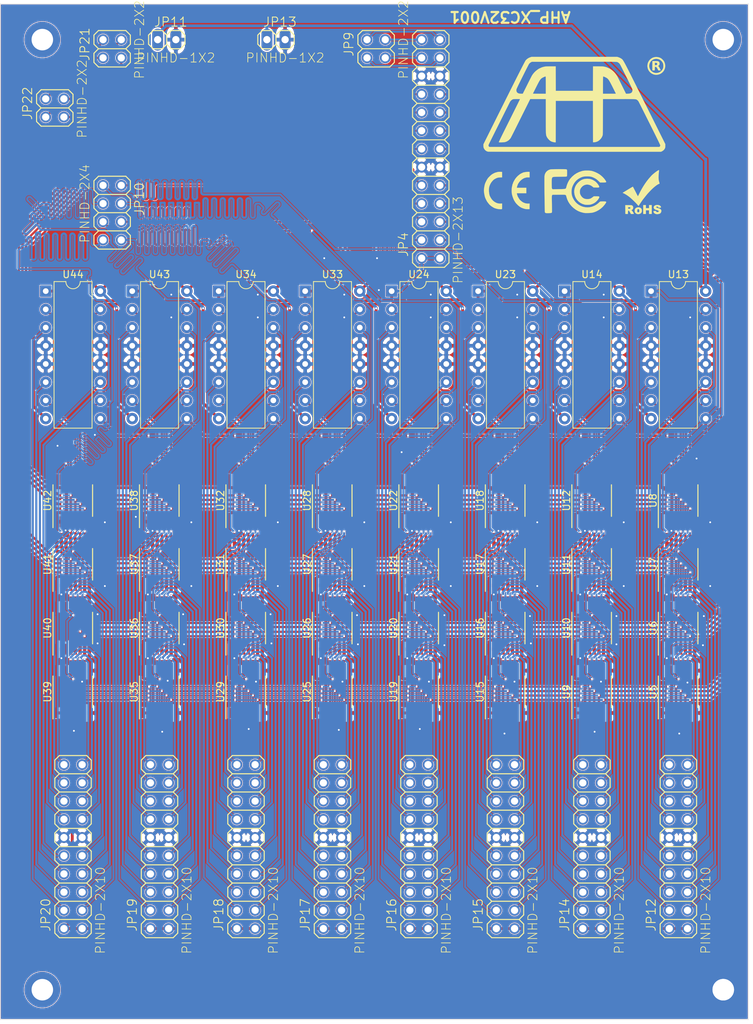
<source format=kicad_pcb>
(kicad_pcb (version 20171130) (host pcbnew 5.1.5+dfsg1-2build2)
  (layers (0 F.Cu signal) (31 B.Cu signal) (34 B.Paste user) (35 F.Paste user) (36 B.SilkS user) (37 F.SilkS user) (38 B.Mask user) (39 F.Mask user) (44 Edge.Cuts user))
  (net 0 "")
  (net 1 +3V3)
  (net 2 GND)
  (net 3 +5V)
  (net 4 "Net-(JP12-Pad20)")
  (net 5 "Net-(JP12-Pad19)")
  (net 6 "Net-(JP12-Pad18)")
  (net 7 "Net-(JP12-Pad17)")
  (net 8 "Net-(JP12-Pad16)")
  (net 9 "Net-(JP12-Pad15)")
  (net 10 "Net-(JP12-Pad14)")
  (net 11 "Net-(JP12-Pad13)")
  (net 12 "Net-(JP12-Pad10)")
  (net 13 "Net-(JP12-Pad9)")
  (net 14 "Net-(JP12-Pad8)")
  (net 15 "Net-(JP12-Pad7)")
  (net 16 "Net-(JP12-Pad6)")
  (net 17 "Net-(JP12-Pad5)")
  (net 18 "Net-(JP12-Pad4)")
  (net 19 "Net-(JP12-Pad3)")
  (net 20 /pin15)
  (net 21 /pin16)
  (net 22 /pin13)
  (net 23 /pin14)
  (net 24 /pin11)
  (net 25 /pin12)
  (net 26 /pin9)
  (net 27 /pin10)
  (net 28 /pin7)
  (net 29 /pin8)
  (net 30 /pin5)
  (net 31 /pin6)
  (net 32 /pin3)
  (net 33 /pin4)
  (net 34 /pin1)
  (net 35 /pin2)
  (net 36 /mux7)
  (net 37 /mux8)
  (net 38 /mux5)
  (net 39 /mux6)
  (net 40 /mux3)
  (net 41 /mux4)
  (net 42 /mux1)
  (net 43 /mux2)
  (net 44 "Net-(JP14-Pad20)")
  (net 45 "Net-(JP14-Pad19)")
  (net 46 "Net-(JP14-Pad18)")
  (net 47 "Net-(JP14-Pad17)")
  (net 48 "Net-(JP14-Pad16)")
  (net 49 "Net-(JP14-Pad15)")
  (net 50 "Net-(JP14-Pad14)")
  (net 51 "Net-(JP14-Pad13)")
  (net 52 "Net-(JP14-Pad10)")
  (net 53 "Net-(JP14-Pad9)")
  (net 54 "Net-(JP14-Pad8)")
  (net 55 "Net-(JP14-Pad7)")
  (net 56 "Net-(JP14-Pad6)")
  (net 57 "Net-(JP14-Pad5)")
  (net 58 "Net-(JP14-Pad4)")
  (net 59 "Net-(JP14-Pad3)")
  (net 60 "Net-(JP15-Pad20)")
  (net 61 "Net-(JP15-Pad19)")
  (net 62 "Net-(JP15-Pad18)")
  (net 63 "Net-(JP15-Pad17)")
  (net 64 "Net-(JP15-Pad16)")
  (net 65 "Net-(JP15-Pad15)")
  (net 66 "Net-(JP15-Pad14)")
  (net 67 "Net-(JP15-Pad13)")
  (net 68 "Net-(JP15-Pad10)")
  (net 69 "Net-(JP15-Pad9)")
  (net 70 "Net-(JP15-Pad8)")
  (net 71 "Net-(JP15-Pad7)")
  (net 72 "Net-(JP15-Pad6)")
  (net 73 "Net-(JP15-Pad5)")
  (net 74 "Net-(JP15-Pad4)")
  (net 75 "Net-(JP15-Pad3)")
  (net 76 "Net-(JP16-Pad20)")
  (net 77 "Net-(JP16-Pad19)")
  (net 78 "Net-(JP16-Pad18)")
  (net 79 "Net-(JP16-Pad17)")
  (net 80 "Net-(JP16-Pad16)")
  (net 81 "Net-(JP16-Pad15)")
  (net 82 "Net-(JP16-Pad14)")
  (net 83 "Net-(JP16-Pad13)")
  (net 84 "Net-(JP16-Pad10)")
  (net 85 "Net-(JP16-Pad9)")
  (net 86 "Net-(JP16-Pad8)")
  (net 87 "Net-(JP16-Pad7)")
  (net 88 "Net-(JP16-Pad6)")
  (net 89 "Net-(JP16-Pad5)")
  (net 90 "Net-(JP16-Pad4)")
  (net 91 "Net-(JP16-Pad3)")
  (net 92 "Net-(JP17-Pad20)")
  (net 93 "Net-(JP17-Pad19)")
  (net 94 "Net-(JP17-Pad18)")
  (net 95 "Net-(JP17-Pad17)")
  (net 96 "Net-(JP17-Pad16)")
  (net 97 "Net-(JP17-Pad15)")
  (net 98 "Net-(JP17-Pad14)")
  (net 99 "Net-(JP17-Pad13)")
  (net 100 "Net-(JP17-Pad10)")
  (net 101 "Net-(JP17-Pad9)")
  (net 102 "Net-(JP17-Pad8)")
  (net 103 "Net-(JP17-Pad7)")
  (net 104 "Net-(JP17-Pad6)")
  (net 105 "Net-(JP17-Pad5)")
  (net 106 "Net-(JP17-Pad4)")
  (net 107 "Net-(JP17-Pad3)")
  (net 108 "Net-(JP18-Pad20)")
  (net 109 "Net-(JP18-Pad19)")
  (net 110 "Net-(JP18-Pad18)")
  (net 111 "Net-(JP18-Pad17)")
  (net 112 "Net-(JP18-Pad16)")
  (net 113 "Net-(JP18-Pad15)")
  (net 114 "Net-(JP18-Pad14)")
  (net 115 "Net-(JP18-Pad13)")
  (net 116 "Net-(JP18-Pad10)")
  (net 117 "Net-(JP18-Pad9)")
  (net 118 "Net-(JP18-Pad8)")
  (net 119 "Net-(JP18-Pad7)")
  (net 120 "Net-(JP18-Pad6)")
  (net 121 "Net-(JP18-Pad5)")
  (net 122 "Net-(JP18-Pad4)")
  (net 123 "Net-(JP18-Pad3)")
  (net 124 "Net-(JP19-Pad20)")
  (net 125 "Net-(JP19-Pad19)")
  (net 126 "Net-(JP19-Pad18)")
  (net 127 "Net-(JP19-Pad17)")
  (net 128 "Net-(JP19-Pad16)")
  (net 129 "Net-(JP19-Pad15)")
  (net 130 "Net-(JP19-Pad14)")
  (net 131 "Net-(JP19-Pad13)")
  (net 132 "Net-(JP19-Pad10)")
  (net 133 "Net-(JP19-Pad9)")
  (net 134 "Net-(JP19-Pad8)")
  (net 135 "Net-(JP19-Pad7)")
  (net 136 "Net-(JP19-Pad6)")
  (net 137 "Net-(JP19-Pad5)")
  (net 138 "Net-(JP19-Pad4)")
  (net 139 "Net-(JP19-Pad3)")
  (net 140 "Net-(JP20-Pad20)")
  (net 141 "Net-(JP20-Pad19)")
  (net 142 "Net-(JP20-Pad18)")
  (net 143 "Net-(JP20-Pad17)")
  (net 144 "Net-(JP20-Pad16)")
  (net 145 "Net-(JP20-Pad15)")
  (net 146 "Net-(JP20-Pad14)")
  (net 147 "Net-(JP20-Pad13)")
  (net 148 "Net-(JP20-Pad10)")
  (net 149 "Net-(JP20-Pad9)")
  (net 150 "Net-(JP20-Pad8)")
  (net 151 "Net-(JP20-Pad7)")
  (net 152 "Net-(JP20-Pad6)")
  (net 153 "Net-(JP20-Pad5)")
  (net 154 "Net-(JP20-Pad4)")
  (net 155 "Net-(JP20-Pad3)")
  (net 156 "Net-(U12-Pad13)")
  (net 157 "Net-(U12-Pad12)")
  (net 158 "Net-(U12-Pad11)")
  (net 159 "Net-(U12-Pad10)")
  (net 160 "Net-(U38-Pad13)")
  (net 161 "Net-(U38-Pad12)")
  (net 162 "Net-(U38-Pad11)")
  (net 163 "Net-(U38-Pad10)")
  (net 164 "Net-(U42-Pad13)")
  (net 165 "Net-(U42-Pad12)")
  (net 166 "Net-(U42-Pad11)")
  (net 167 "Net-(U42-Pad10)")
  (net 168 "Net-(U13-Pad2)")
  (net 169 "Net-(U13-Pad7)")
  (net 170 "Net-(U13-Pad10)")
  (net 171 "Net-(U13-Pad15)")
  (net 172 "Net-(U18-Pad13)")
  (net 173 "Net-(U18-Pad12)")
  (net 174 "Net-(U18-Pad11)")
  (net 175 "Net-(U18-Pad10)")
  (net 176 "Net-(U22-Pad13)")
  (net 177 "Net-(U22-Pad12)")
  (net 178 "Net-(U22-Pad11)")
  (net 179 "Net-(U22-Pad10)")
  (net 180 "Net-(U28-Pad13)")
  (net 181 "Net-(U28-Pad12)")
  (net 182 "Net-(U28-Pad11)")
  (net 183 "Net-(U28-Pad10)")
  (net 184 "Net-(U32-Pad13)")
  (net 185 "Net-(U32-Pad12)")
  (net 186 "Net-(U32-Pad11)")
  (net 187 "Net-(U32-Pad10)")
  (net 188 "Net-(JP4-Pad26)")
  (net 189 "Net-(JP4-Pad25)")
  (net 190 "Net-(JP4-Pad24)")
  (net 191 "Net-(JP4-Pad23)")
  (net 192 "Net-(JP21-Pad4)")
  (net 193 "Net-(JP21-Pad3)")
  (net 194 "Net-(JP21-Pad2)")
  (net 195 "Net-(JP21-Pad1)")
  (module logos:CE_logo (layer F.Cu) (at 147.4 37.83)
    (fp_text reference G*** hide)
    (fp_text value LOGO hide)
  )
  (module logos:AHP_logo (layer F.Cu) (at 147.4 25.33)
    (fp_text reference G*** hide)
    (fp_text value LOGO hide)
  )
  (module Package_SO:TSSOP-16_4.4x5mm_P0.65mm (layer F.Cu) (at 149.846 89.482 90)
    (fp_text reference U11 (at 0 -3.55 90) (layer F.SilkS))
    (fp_text value SN74AVC4T245PW)
    (pad 16 smd rect (at 2.95 -2.275 90) (size 1.5 0.45) (layers F.Cu F.Paste F.Mask) (net 1 +3V3))
    (pad 15 smd rect (at 2.95 -1.625 90) (size 1.5 0.45) (layers F.Cu F.Paste F.Mask) (net 38 /mux5))
    (pad 14 smd rect (at 2.95 -0.975 90) (size 1.5 0.45) (layers F.Cu F.Paste F.Mask) (net 38 /mux5))
    (pad 13 smd rect (at 2.95 -0.325 90) (size 1.5 0.45) (layers F.Cu F.Paste F.Mask) (net 50 "Net-(JP14-Pad14)"))
    (pad 12 smd rect (at 2.95 0.325 90) (size 1.5 0.45) (layers F.Cu F.Paste F.Mask) (net 48 "Net-(JP14-Pad16)"))
    (pad 11 smd rect (at 2.95 0.975 90) (size 1.5 0.45) (layers F.Cu F.Paste F.Mask) (net 46 "Net-(JP14-Pad18)"))
    (pad 10 smd rect (at 2.95 1.625 90) (size 1.5 0.45) (layers F.Cu F.Paste F.Mask) (net 44 "Net-(JP14-Pad20)"))
    (pad 9 smd rect (at 2.95 2.275 90) (size 1.5 0.45) (layers F.Cu F.Paste F.Mask) (net 2 GND))
    (pad 8 smd rect (at -2.95 2.275 90) (size 1.5 0.45) (layers F.Cu F.Paste F.Mask) (net 2 GND))
    (pad 7 smd rect (at -2.95 1.625 90) (size 1.5 0.45) (layers F.Cu F.Paste F.Mask) (net 21 /pin16))
    (pad 6 smd rect (at -2.95 0.975 90) (size 1.5 0.45) (layers F.Cu F.Paste F.Mask) (net 23 /pin14))
    (pad 5 smd rect (at -2.95 0.325 90) (size 1.5 0.45) (layers F.Cu F.Paste F.Mask) (net 25 /pin12))
    (pad 4 smd rect (at -2.95 -0.325 90) (size 1.5 0.45) (layers F.Cu F.Paste F.Mask) (net 27 /pin10))
    (pad 3 smd rect (at -2.95 -0.975 90) (size 1.5 0.45) (layers F.Cu F.Paste F.Mask) (net 2 GND))
    (pad 2 smd rect (at -2.95 -1.625 90) (size 1.5 0.45) (layers F.Cu F.Paste F.Mask) (net 2 GND))
    (pad 1 smd rect (at -2.95 -2.275 90) (size 1.5 0.45) (layers F.Cu F.Paste F.Mask) (net 1 +3V3))
  )
  (module Package_SO:TSSOP-16_4.4x5mm_P0.65mm (layer F.Cu) (at 125.716 98.372 90)
    (fp_text reference U20 (at 0 -3.55 90) (layer F.SilkS))
    (fp_text value SN74AVC4T245PW)
    (pad 16 smd rect (at 2.95 -2.275 90) (size 1.5 0.45) (layers F.Cu F.Paste F.Mask) (net 1 +3V3))
    (pad 15 smd rect (at 2.95 -1.625 90) (size 1.5 0.45) (layers F.Cu F.Paste F.Mask) (net 39 /mux6))
    (pad 14 smd rect (at 2.95 -0.975 90) (size 1.5 0.45) (layers F.Cu F.Paste F.Mask) (net 39 /mux6))
    (pad 13 smd rect (at 2.95 -0.325 90) (size 1.5 0.45) (layers F.Cu F.Paste F.Mask) (net 91 "Net-(JP16-Pad3)"))
    (pad 12 smd rect (at 2.95 0.325 90) (size 1.5 0.45) (layers F.Cu F.Paste F.Mask) (net 89 "Net-(JP16-Pad5)"))
    (pad 11 smd rect (at 2.95 0.975 90) (size 1.5 0.45) (layers F.Cu F.Paste F.Mask) (net 87 "Net-(JP16-Pad7)"))
    (pad 10 smd rect (at 2.95 1.625 90) (size 1.5 0.45) (layers F.Cu F.Paste F.Mask) (net 85 "Net-(JP16-Pad9)"))
    (pad 9 smd rect (at 2.95 2.275 90) (size 1.5 0.45) (layers F.Cu F.Paste F.Mask) (net 2 GND))
    (pad 8 smd rect (at -2.95 2.275 90) (size 1.5 0.45) (layers F.Cu F.Paste F.Mask) (net 2 GND))
    (pad 7 smd rect (at -2.95 1.625 90) (size 1.5 0.45) (layers F.Cu F.Paste F.Mask) (net 28 /pin7))
    (pad 6 smd rect (at -2.95 0.975 90) (size 1.5 0.45) (layers F.Cu F.Paste F.Mask) (net 30 /pin5))
    (pad 5 smd rect (at -2.95 0.325 90) (size 1.5 0.45) (layers F.Cu F.Paste F.Mask) (net 32 /pin3))
    (pad 4 smd rect (at -2.95 -0.325 90) (size 1.5 0.45) (layers F.Cu F.Paste F.Mask) (net 34 /pin1))
    (pad 3 smd rect (at -2.95 -0.975 90) (size 1.5 0.45) (layers F.Cu F.Paste F.Mask) (net 2 GND))
    (pad 2 smd rect (at -2.95 -1.625 90) (size 1.5 0.45) (layers F.Cu F.Paste F.Mask) (net 2 GND))
    (pad 1 smd rect (at -2.95 -2.275 90) (size 1.5 0.45) (layers F.Cu F.Paste F.Mask) (net 1 +3V3))
  )
  (module pinhead:pinhead-2X10 (layer F.Cu) (at 149.846 128.852 90)
    (fp_text reference JP14 (at -9.525 -3.81 90) (layer F.SilkS) (effects (font (size 1.27 1.27) (thickness 0.127))))
    (fp_text value PINHD-2X10 (at -8.89 3.81 90) (layer F.SilkS) (effects (font (size 1.27 1.27) (thickness 0.1016))))
    (pad 1 thru_hole circle (at -11.43 1.27 90) (size 1.524 3.048) (drill 1.016) (layers *.Cu *.Paste *.Mask) (net 1 +3V3))
    (pad 2 thru_hole circle (at -11.43 -1.27 90) (size 1.524 3.048) (drill 1.016) (layers *.Cu *.Paste *.Mask) (net 1 +3V3))
    (pad 3 thru_hole circle (at -8.89 1.27 90) (size 1.524 3.048) (drill 1.016) (layers *.Cu *.Paste *.Mask) (net 59 "Net-(JP14-Pad3)"))
    (pad 4 thru_hole circle (at -8.89 -1.27 90) (size 1.524 3.048) (drill 1.016) (layers *.Cu *.Paste *.Mask) (net 58 "Net-(JP14-Pad4)"))
    (pad 5 thru_hole circle (at -6.35 1.27 90) (size 1.524 3.048) (drill 1.016) (layers *.Cu *.Paste *.Mask) (net 57 "Net-(JP14-Pad5)"))
    (pad 6 thru_hole circle (at -6.35 -1.27 90) (size 1.524 3.048) (drill 1.016) (layers *.Cu *.Paste *.Mask) (net 56 "Net-(JP14-Pad6)"))
    (pad 7 thru_hole circle (at -3.81 1.27 90) (size 1.524 3.048) (drill 1.016) (layers *.Cu *.Paste *.Mask) (net 55 "Net-(JP14-Pad7)"))
    (pad 8 thru_hole circle (at -3.81 -1.27 90) (size 1.524 3.048) (drill 1.016) (layers *.Cu *.Paste *.Mask) (net 54 "Net-(JP14-Pad8)"))
    (pad 9 thru_hole circle (at -1.27 1.27 90) (size 1.524 3.048) (drill 1.016) (layers *.Cu *.Paste *.Mask) (net 53 "Net-(JP14-Pad9)"))
    (pad 10 thru_hole circle (at -1.27 -1.27 90) (size 1.524 3.048) (drill 1.016) (layers *.Cu *.Paste *.Mask) (net 52 "Net-(JP14-Pad10)"))
    (pad 11 thru_hole circle (at 1.27 1.27 90) (size 1.524 3.048) (drill 1.016) (layers *.Cu *.Paste *.Mask) (net 2 GND))
    (pad 12 thru_hole circle (at 1.27 -1.27 90) (size 1.524 3.048) (drill 1.016) (layers *.Cu *.Paste *.Mask) (net 2 GND))
    (pad 13 thru_hole circle (at 3.81 1.27 90) (size 1.524 3.048) (drill 1.016) (layers *.Cu *.Paste *.Mask) (net 51 "Net-(JP14-Pad13)"))
    (pad 14 thru_hole circle (at 3.81 -1.27 90) (size 1.524 3.048) (drill 1.016) (layers *.Cu *.Paste *.Mask) (net 50 "Net-(JP14-Pad14)"))
    (pad 15 thru_hole circle (at 6.35 1.27 90) (size 1.524 3.048) (drill 1.016) (layers *.Cu *.Paste *.Mask) (net 49 "Net-(JP14-Pad15)"))
    (pad 16 thru_hole circle (at 6.35 -1.27 90) (size 1.524 3.048) (drill 1.016) (layers *.Cu *.Paste *.Mask) (net 48 "Net-(JP14-Pad16)"))
    (pad 17 thru_hole circle (at 8.89 1.27 90) (size 1.524 3.048) (drill 1.016) (layers *.Cu *.Paste *.Mask) (net 47 "Net-(JP14-Pad17)"))
    (pad 18 thru_hole circle (at 8.89 -1.27 90) (size 1.524 3.048) (drill 1.016) (layers *.Cu *.Paste *.Mask) (net 46 "Net-(JP14-Pad18)"))
    (pad 19 thru_hole circle (at 11.43 1.27 90) (size 1.524 3.048) (drill 1.016) (layers *.Cu *.Paste *.Mask) (net 45 "Net-(JP14-Pad19)"))
    (pad 20 thru_hole circle (at 11.43 -1.27 90) (size 1.524 3.048) (drill 1.016) (layers *.Cu *.Paste *.Mask) (net 44 "Net-(JP14-Pad20)"))
  )
  (module Package_DIP:DIP-16_W7.62mm (layer F.Cu) (at 97.776 51.382)
    (fp_text reference U34 (at 3.81 -2.33) (layer F.SilkS))
    (fp_text value L293D)
    (pad 16 thru_hole oval (at 7.62 0) (size 1.6 1.6) (drill 0.8) (layers *.Cu *.Mask) (net 3 +5V))
    (pad 8 thru_hole oval (at 0 17.78) (size 1.6 1.6) (drill 0.8) (layers *.Cu *.Mask) (net 3 +5V))
    (pad 15 thru_hole oval (at 7.62 2.54) (size 1.6 1.6) (drill 0.8) (layers *.Cu *.Mask) (net 187 "Net-(U32-Pad10)"))
    (pad 7 thru_hole oval (at 0 15.24) (size 1.6 1.6) (drill 0.8) (layers *.Cu *.Mask) (net 185 "Net-(U32-Pad12)"))
    (pad 14 thru_hole oval (at 7.62 5.08) (size 1.6 1.6) (drill 0.8) (layers *.Cu *.Mask) (net 116 "Net-(JP18-Pad10)"))
    (pad 6 thru_hole oval (at 0 12.7) (size 1.6 1.6) (drill 0.8) (layers *.Cu *.Mask) (net 120 "Net-(JP18-Pad6)"))
    (pad 13 thru_hole oval (at 7.62 7.62) (size 1.6 1.6) (drill 0.8) (layers *.Cu *.Mask) (net 2 GND))
    (pad 5 thru_hole oval (at 0 10.16) (size 1.6 1.6) (drill 0.8) (layers *.Cu *.Mask) (net 2 GND))
    (pad 12 thru_hole oval (at 7.62 10.16) (size 1.6 1.6) (drill 0.8) (layers *.Cu *.Mask) (net 2 GND))
    (pad 4 thru_hole oval (at 0 7.62) (size 1.6 1.6) (drill 0.8) (layers *.Cu *.Mask) (net 2 GND))
    (pad 11 thru_hole oval (at 7.62 12.7) (size 1.6 1.6) (drill 0.8) (layers *.Cu *.Mask) (net 118 "Net-(JP18-Pad8)"))
    (pad 3 thru_hole oval (at 0 5.08) (size 1.6 1.6) (drill 0.8) (layers *.Cu *.Mask) (net 122 "Net-(JP18-Pad4)"))
    (pad 10 thru_hole oval (at 7.62 15.24) (size 1.6 1.6) (drill 0.8) (layers *.Cu *.Mask) (net 186 "Net-(U32-Pad11)"))
    (pad 2 thru_hole oval (at 0 2.54) (size 1.6 1.6) (drill 0.8) (layers *.Cu *.Mask) (net 184 "Net-(U32-Pad13)"))
    (pad 9 thru_hole oval (at 7.62 17.78) (size 1.6 1.6) (drill 0.8) (layers *.Cu *.Mask) (net 1 +3V3))
    (pad 1 thru_hole rect (at 0 0) (size 1.6 1.6) (drill 0.8) (layers *.Cu *.Mask) (net 1 +3V3))
  )
  (module Package_SO:TSSOP-16_4.4x5mm_P0.65mm (layer F.Cu) (at 77.456 89.482 90)
    (fp_text reference U41 (at 0 -3.55 90) (layer F.SilkS))
    (fp_text value SN74AVC4T245PW)
    (pad 16 smd rect (at 2.95 -2.275 90) (size 1.5 0.45) (layers F.Cu F.Paste F.Mask) (net 1 +3V3))
    (pad 15 smd rect (at 2.95 -1.625 90) (size 1.5 0.45) (layers F.Cu F.Paste F.Mask) (net 37 /mux8))
    (pad 14 smd rect (at 2.95 -0.975 90) (size 1.5 0.45) (layers F.Cu F.Paste F.Mask) (net 37 /mux8))
    (pad 13 smd rect (at 2.95 -0.325 90) (size 1.5 0.45) (layers F.Cu F.Paste F.Mask) (net 146 "Net-(JP20-Pad14)"))
    (pad 12 smd rect (at 2.95 0.325 90) (size 1.5 0.45) (layers F.Cu F.Paste F.Mask) (net 144 "Net-(JP20-Pad16)"))
    (pad 11 smd rect (at 2.95 0.975 90) (size 1.5 0.45) (layers F.Cu F.Paste F.Mask) (net 142 "Net-(JP20-Pad18)"))
    (pad 10 smd rect (at 2.95 1.625 90) (size 1.5 0.45) (layers F.Cu F.Paste F.Mask) (net 140 "Net-(JP20-Pad20)"))
    (pad 9 smd rect (at 2.95 2.275 90) (size 1.5 0.45) (layers F.Cu F.Paste F.Mask) (net 2 GND))
    (pad 8 smd rect (at -2.95 2.275 90) (size 1.5 0.45) (layers F.Cu F.Paste F.Mask) (net 2 GND))
    (pad 7 smd rect (at -2.95 1.625 90) (size 1.5 0.45) (layers F.Cu F.Paste F.Mask) (net 21 /pin16))
    (pad 6 smd rect (at -2.95 0.975 90) (size 1.5 0.45) (layers F.Cu F.Paste F.Mask) (net 23 /pin14))
    (pad 5 smd rect (at -2.95 0.325 90) (size 1.5 0.45) (layers F.Cu F.Paste F.Mask) (net 25 /pin12))
    (pad 4 smd rect (at -2.95 -0.325 90) (size 1.5 0.45) (layers F.Cu F.Paste F.Mask) (net 27 /pin10))
    (pad 3 smd rect (at -2.95 -0.975 90) (size 1.5 0.45) (layers F.Cu F.Paste F.Mask) (net 2 GND))
    (pad 2 smd rect (at -2.95 -1.625 90) (size 1.5 0.45) (layers F.Cu F.Paste F.Mask) (net 2 GND))
    (pad 1 smd rect (at -2.95 -2.275 90) (size 1.5 0.45) (layers F.Cu F.Paste F.Mask) (net 1 +3V3))
  )
  (module pinhead:pinhead-2X10 (layer F.Cu) (at 89.521 128.852 90)
    (fp_text reference JP19 (at -9.525 -3.81 90) (layer F.SilkS) (effects (font (size 1.27 1.27) (thickness 0.127))))
    (fp_text value PINHD-2X10 (at -8.89 3.81 90) (layer F.SilkS) (effects (font (size 1.27 1.27) (thickness 0.1016))))
    (pad 1 thru_hole circle (at -11.43 1.27 90) (size 1.524 3.048) (drill 1.016) (layers *.Cu *.Paste *.Mask) (net 1 +3V3))
    (pad 2 thru_hole circle (at -11.43 -1.27 90) (size 1.524 3.048) (drill 1.016) (layers *.Cu *.Paste *.Mask) (net 1 +3V3))
    (pad 3 thru_hole circle (at -8.89 1.27 90) (size 1.524 3.048) (drill 1.016) (layers *.Cu *.Paste *.Mask) (net 139 "Net-(JP19-Pad3)"))
    (pad 4 thru_hole circle (at -8.89 -1.27 90) (size 1.524 3.048) (drill 1.016) (layers *.Cu *.Paste *.Mask) (net 138 "Net-(JP19-Pad4)"))
    (pad 5 thru_hole circle (at -6.35 1.27 90) (size 1.524 3.048) (drill 1.016) (layers *.Cu *.Paste *.Mask) (net 137 "Net-(JP19-Pad5)"))
    (pad 6 thru_hole circle (at -6.35 -1.27 90) (size 1.524 3.048) (drill 1.016) (layers *.Cu *.Paste *.Mask) (net 136 "Net-(JP19-Pad6)"))
    (pad 7 thru_hole circle (at -3.81 1.27 90) (size 1.524 3.048) (drill 1.016) (layers *.Cu *.Paste *.Mask) (net 135 "Net-(JP19-Pad7)"))
    (pad 8 thru_hole circle (at -3.81 -1.27 90) (size 1.524 3.048) (drill 1.016) (layers *.Cu *.Paste *.Mask) (net 134 "Net-(JP19-Pad8)"))
    (pad 9 thru_hole circle (at -1.27 1.27 90) (size 1.524 3.048) (drill 1.016) (layers *.Cu *.Paste *.Mask) (net 133 "Net-(JP19-Pad9)"))
    (pad 10 thru_hole circle (at -1.27 -1.27 90) (size 1.524 3.048) (drill 1.016) (layers *.Cu *.Paste *.Mask) (net 132 "Net-(JP19-Pad10)"))
    (pad 11 thru_hole circle (at 1.27 1.27 90) (size 1.524 3.048) (drill 1.016) (layers *.Cu *.Paste *.Mask) (net 2 GND))
    (pad 12 thru_hole circle (at 1.27 -1.27 90) (size 1.524 3.048) (drill 1.016) (layers *.Cu *.Paste *.Mask) (net 2 GND))
    (pad 13 thru_hole circle (at 3.81 1.27 90) (size 1.524 3.048) (drill 1.016) (layers *.Cu *.Paste *.Mask) (net 131 "Net-(JP19-Pad13)"))
    (pad 14 thru_hole circle (at 3.81 -1.27 90) (size 1.524 3.048) (drill 1.016) (layers *.Cu *.Paste *.Mask) (net 130 "Net-(JP19-Pad14)"))
    (pad 15 thru_hole circle (at 6.35 1.27 90) (size 1.524 3.048) (drill 1.016) (layers *.Cu *.Paste *.Mask) (net 129 "Net-(JP19-Pad15)"))
    (pad 16 thru_hole circle (at 6.35 -1.27 90) (size 1.524 3.048) (drill 1.016) (layers *.Cu *.Paste *.Mask) (net 128 "Net-(JP19-Pad16)"))
    (pad 17 thru_hole circle (at 8.89 1.27 90) (size 1.524 3.048) (drill 1.016) (layers *.Cu *.Paste *.Mask) (net 127 "Net-(JP19-Pad17)"))
    (pad 18 thru_hole circle (at 8.89 -1.27 90) (size 1.524 3.048) (drill 1.016) (layers *.Cu *.Paste *.Mask) (net 126 "Net-(JP19-Pad18)"))
    (pad 19 thru_hole circle (at 11.43 1.27 90) (size 1.524 3.048) (drill 1.016) (layers *.Cu *.Paste *.Mask) (net 125 "Net-(JP19-Pad19)"))
    (pad 20 thru_hole circle (at 11.43 -1.27 90) (size 1.524 3.048) (drill 1.016) (layers *.Cu *.Paste *.Mask) (net 124 "Net-(JP19-Pad20)"))
  )
  (module Package_SO:TSSOP-16_4.4x5mm_P0.65mm (layer F.Cu) (at 113.651 107.262 90)
    (fp_text reference U25 (at 0 -3.55 90) (layer F.SilkS))
    (fp_text value SN74AVC4T245PW)
    (pad 16 smd rect (at 2.95 -2.275 90) (size 1.5 0.45) (layers F.Cu F.Paste F.Mask) (net 1 +3V3))
    (pad 15 smd rect (at 2.95 -1.625 90) (size 1.5 0.45) (layers F.Cu F.Paste F.Mask) (net 40 /mux3))
    (pad 14 smd rect (at 2.95 -0.975 90) (size 1.5 0.45) (layers F.Cu F.Paste F.Mask) (net 40 /mux3))
    (pad 13 smd rect (at 2.95 -0.325 90) (size 1.5 0.45) (layers F.Cu F.Paste F.Mask) (net 99 "Net-(JP17-Pad13)"))
    (pad 12 smd rect (at 2.95 0.325 90) (size 1.5 0.45) (layers F.Cu F.Paste F.Mask) (net 97 "Net-(JP17-Pad15)"))
    (pad 11 smd rect (at 2.95 0.975 90) (size 1.5 0.45) (layers F.Cu F.Paste F.Mask) (net 95 "Net-(JP17-Pad17)"))
    (pad 10 smd rect (at 2.95 1.625 90) (size 1.5 0.45) (layers F.Cu F.Paste F.Mask) (net 93 "Net-(JP17-Pad19)"))
    (pad 9 smd rect (at 2.95 2.275 90) (size 1.5 0.45) (layers F.Cu F.Paste F.Mask) (net 2 GND))
    (pad 8 smd rect (at -2.95 2.275 90) (size 1.5 0.45) (layers F.Cu F.Paste F.Mask) (net 2 GND))
    (pad 7 smd rect (at -2.95 1.625 90) (size 1.5 0.45) (layers F.Cu F.Paste F.Mask) (net 20 /pin15))
    (pad 6 smd rect (at -2.95 0.975 90) (size 1.5 0.45) (layers F.Cu F.Paste F.Mask) (net 22 /pin13))
    (pad 5 smd rect (at -2.95 0.325 90) (size 1.5 0.45) (layers F.Cu F.Paste F.Mask) (net 24 /pin11))
    (pad 4 smd rect (at -2.95 -0.325 90) (size 1.5 0.45) (layers F.Cu F.Paste F.Mask) (net 26 /pin9))
    (pad 3 smd rect (at -2.95 -0.975 90) (size 1.5 0.45) (layers F.Cu F.Paste F.Mask) (net 1 +3V3))
    (pad 2 smd rect (at -2.95 -1.625 90) (size 1.5 0.45) (layers F.Cu F.Paste F.Mask) (net 1 +3V3))
    (pad 1 smd rect (at -2.95 -2.275 90) (size 1.5 0.45) (layers F.Cu F.Paste F.Mask) (net 1 +3V3))
  )
  (module Package_SO:TSSOP-16_4.4x5mm_P0.65mm (layer F.Cu) (at 101.586 98.372 90)
    (fp_text reference U30 (at 0 -3.55 90) (layer F.SilkS))
    (fp_text value SN74AVC4T245PW)
    (pad 16 smd rect (at 2.95 -2.275 90) (size 1.5 0.45) (layers F.Cu F.Paste F.Mask) (net 1 +3V3))
    (pad 15 smd rect (at 2.95 -1.625 90) (size 1.5 0.45) (layers F.Cu F.Paste F.Mask) (net 36 /mux7))
    (pad 14 smd rect (at 2.95 -0.975 90) (size 1.5 0.45) (layers F.Cu F.Paste F.Mask) (net 36 /mux7))
    (pad 13 smd rect (at 2.95 -0.325 90) (size 1.5 0.45) (layers F.Cu F.Paste F.Mask) (net 123 "Net-(JP18-Pad3)"))
    (pad 12 smd rect (at 2.95 0.325 90) (size 1.5 0.45) (layers F.Cu F.Paste F.Mask) (net 121 "Net-(JP18-Pad5)"))
    (pad 11 smd rect (at 2.95 0.975 90) (size 1.5 0.45) (layers F.Cu F.Paste F.Mask) (net 119 "Net-(JP18-Pad7)"))
    (pad 10 smd rect (at 2.95 1.625 90) (size 1.5 0.45) (layers F.Cu F.Paste F.Mask) (net 117 "Net-(JP18-Pad9)"))
    (pad 9 smd rect (at 2.95 2.275 90) (size 1.5 0.45) (layers F.Cu F.Paste F.Mask) (net 2 GND))
    (pad 8 smd rect (at -2.95 2.275 90) (size 1.5 0.45) (layers F.Cu F.Paste F.Mask) (net 2 GND))
    (pad 7 smd rect (at -2.95 1.625 90) (size 1.5 0.45) (layers F.Cu F.Paste F.Mask) (net 28 /pin7))
    (pad 6 smd rect (at -2.95 0.975 90) (size 1.5 0.45) (layers F.Cu F.Paste F.Mask) (net 30 /pin5))
    (pad 5 smd rect (at -2.95 0.325 90) (size 1.5 0.45) (layers F.Cu F.Paste F.Mask) (net 32 /pin3))
    (pad 4 smd rect (at -2.95 -0.325 90) (size 1.5 0.45) (layers F.Cu F.Paste F.Mask) (net 34 /pin1))
    (pad 3 smd rect (at -2.95 -0.975 90) (size 1.5 0.45) (layers F.Cu F.Paste F.Mask) (net 2 GND))
    (pad 2 smd rect (at -2.95 -1.625 90) (size 1.5 0.45) (layers F.Cu F.Paste F.Mask) (net 2 GND))
    (pad 1 smd rect (at -2.95 -2.275 90) (size 1.5 0.45) (layers F.Cu F.Paste F.Mask) (net 1 +3V3))
  )
  (module Package_SO:TSSOP-16_4.4x5mm_P0.65mm (layer F.Cu) (at 101.586 107.262 90)
    (fp_text reference U29 (at 0 -3.55 90) (layer F.SilkS))
    (fp_text value SN74AVC4T245PW)
    (pad 16 smd rect (at 2.95 -2.275 90) (size 1.5 0.45) (layers F.Cu F.Paste F.Mask) (net 1 +3V3))
    (pad 15 smd rect (at 2.95 -1.625 90) (size 1.5 0.45) (layers F.Cu F.Paste F.Mask) (net 36 /mux7))
    (pad 14 smd rect (at 2.95 -0.975 90) (size 1.5 0.45) (layers F.Cu F.Paste F.Mask) (net 36 /mux7))
    (pad 13 smd rect (at 2.95 -0.325 90) (size 1.5 0.45) (layers F.Cu F.Paste F.Mask) (net 115 "Net-(JP18-Pad13)"))
    (pad 12 smd rect (at 2.95 0.325 90) (size 1.5 0.45) (layers F.Cu F.Paste F.Mask) (net 113 "Net-(JP18-Pad15)"))
    (pad 11 smd rect (at 2.95 0.975 90) (size 1.5 0.45) (layers F.Cu F.Paste F.Mask) (net 111 "Net-(JP18-Pad17)"))
    (pad 10 smd rect (at 2.95 1.625 90) (size 1.5 0.45) (layers F.Cu F.Paste F.Mask) (net 109 "Net-(JP18-Pad19)"))
    (pad 9 smd rect (at 2.95 2.275 90) (size 1.5 0.45) (layers F.Cu F.Paste F.Mask) (net 2 GND))
    (pad 8 smd rect (at -2.95 2.275 90) (size 1.5 0.45) (layers F.Cu F.Paste F.Mask) (net 2 GND))
    (pad 7 smd rect (at -2.95 1.625 90) (size 1.5 0.45) (layers F.Cu F.Paste F.Mask) (net 20 /pin15))
    (pad 6 smd rect (at -2.95 0.975 90) (size 1.5 0.45) (layers F.Cu F.Paste F.Mask) (net 22 /pin13))
    (pad 5 smd rect (at -2.95 0.325 90) (size 1.5 0.45) (layers F.Cu F.Paste F.Mask) (net 24 /pin11))
    (pad 4 smd rect (at -2.95 -0.325 90) (size 1.5 0.45) (layers F.Cu F.Paste F.Mask) (net 26 /pin9))
    (pad 3 smd rect (at -2.95 -0.975 90) (size 1.5 0.45) (layers F.Cu F.Paste F.Mask) (net 1 +3V3))
    (pad 2 smd rect (at -2.95 -1.625 90) (size 1.5 0.45) (layers F.Cu F.Paste F.Mask) (net 1 +3V3))
    (pad 1 smd rect (at -2.95 -2.275 90) (size 1.5 0.45) (layers F.Cu F.Paste F.Mask) (net 1 +3V3))
  )
  (module Package_SO:TSSOP-16_4.4x5mm_P0.65mm (layer F.Cu) (at 149.846 98.372 90)
    (fp_text reference U10 (at 0 -3.55 90) (layer F.SilkS))
    (fp_text value SN74AVC4T245PW)
    (pad 16 smd rect (at 2.95 -2.275 90) (size 1.5 0.45) (layers F.Cu F.Paste F.Mask) (net 1 +3V3))
    (pad 15 smd rect (at 2.95 -1.625 90) (size 1.5 0.45) (layers F.Cu F.Paste F.Mask) (net 38 /mux5))
    (pad 14 smd rect (at 2.95 -0.975 90) (size 1.5 0.45) (layers F.Cu F.Paste F.Mask) (net 38 /mux5))
    (pad 13 smd rect (at 2.95 -0.325 90) (size 1.5 0.45) (layers F.Cu F.Paste F.Mask) (net 59 "Net-(JP14-Pad3)"))
    (pad 12 smd rect (at 2.95 0.325 90) (size 1.5 0.45) (layers F.Cu F.Paste F.Mask) (net 57 "Net-(JP14-Pad5)"))
    (pad 11 smd rect (at 2.95 0.975 90) (size 1.5 0.45) (layers F.Cu F.Paste F.Mask) (net 55 "Net-(JP14-Pad7)"))
    (pad 10 smd rect (at 2.95 1.625 90) (size 1.5 0.45) (layers F.Cu F.Paste F.Mask) (net 53 "Net-(JP14-Pad9)"))
    (pad 9 smd rect (at 2.95 2.275 90) (size 1.5 0.45) (layers F.Cu F.Paste F.Mask) (net 2 GND))
    (pad 8 smd rect (at -2.95 2.275 90) (size 1.5 0.45) (layers F.Cu F.Paste F.Mask) (net 2 GND))
    (pad 7 smd rect (at -2.95 1.625 90) (size 1.5 0.45) (layers F.Cu F.Paste F.Mask) (net 28 /pin7))
    (pad 6 smd rect (at -2.95 0.975 90) (size 1.5 0.45) (layers F.Cu F.Paste F.Mask) (net 30 /pin5))
    (pad 5 smd rect (at -2.95 0.325 90) (size 1.5 0.45) (layers F.Cu F.Paste F.Mask) (net 32 /pin3))
    (pad 4 smd rect (at -2.95 -0.325 90) (size 1.5 0.45) (layers F.Cu F.Paste F.Mask) (net 34 /pin1))
    (pad 3 smd rect (at -2.95 -0.975 90) (size 1.5 0.45) (layers F.Cu F.Paste F.Mask) (net 2 GND))
    (pad 2 smd rect (at -2.95 -1.625 90) (size 1.5 0.45) (layers F.Cu F.Paste F.Mask) (net 2 GND))
    (pad 1 smd rect (at -2.95 -2.275 90) (size 1.5 0.45) (layers F.Cu F.Paste F.Mask) (net 1 +3V3))
  )
  (module Package_DIP:DIP-16_W7.62mm (layer F.Cu) (at 85.711 51.382)
    (fp_text reference U43 (at 3.81 -2.33) (layer F.SilkS))
    (fp_text value L293D)
    (pad 16 thru_hole oval (at 7.62 0) (size 1.6 1.6) (drill 0.8) (layers *.Cu *.Mask) (net 3 +5V))
    (pad 8 thru_hole oval (at 0 17.78) (size 1.6 1.6) (drill 0.8) (layers *.Cu *.Mask) (net 3 +5V))
    (pad 15 thru_hole oval (at 7.62 2.54) (size 1.6 1.6) (drill 0.8) (layers *.Cu *.Mask) (net 163 "Net-(U38-Pad10)"))
    (pad 7 thru_hole oval (at 0 15.24) (size 1.6 1.6) (drill 0.8) (layers *.Cu *.Mask) (net 161 "Net-(U38-Pad12)"))
    (pad 14 thru_hole oval (at 7.62 5.08) (size 1.6 1.6) (drill 0.8) (layers *.Cu *.Mask) (net 132 "Net-(JP19-Pad10)"))
    (pad 6 thru_hole oval (at 0 12.7) (size 1.6 1.6) (drill 0.8) (layers *.Cu *.Mask) (net 136 "Net-(JP19-Pad6)"))
    (pad 13 thru_hole oval (at 7.62 7.62) (size 1.6 1.6) (drill 0.8) (layers *.Cu *.Mask) (net 2 GND))
    (pad 5 thru_hole oval (at 0 10.16) (size 1.6 1.6) (drill 0.8) (layers *.Cu *.Mask) (net 2 GND))
    (pad 12 thru_hole oval (at 7.62 10.16) (size 1.6 1.6) (drill 0.8) (layers *.Cu *.Mask) (net 2 GND))
    (pad 4 thru_hole oval (at 0 7.62) (size 1.6 1.6) (drill 0.8) (layers *.Cu *.Mask) (net 2 GND))
    (pad 11 thru_hole oval (at 7.62 12.7) (size 1.6 1.6) (drill 0.8) (layers *.Cu *.Mask) (net 134 "Net-(JP19-Pad8)"))
    (pad 3 thru_hole oval (at 0 5.08) (size 1.6 1.6) (drill 0.8) (layers *.Cu *.Mask) (net 138 "Net-(JP19-Pad4)"))
    (pad 10 thru_hole oval (at 7.62 15.24) (size 1.6 1.6) (drill 0.8) (layers *.Cu *.Mask) (net 162 "Net-(U38-Pad11)"))
    (pad 2 thru_hole oval (at 0 2.54) (size 1.6 1.6) (drill 0.8) (layers *.Cu *.Mask) (net 160 "Net-(U38-Pad13)"))
    (pad 9 thru_hole oval (at 7.62 17.78) (size 1.6 1.6) (drill 0.8) (layers *.Cu *.Mask) (net 1 +3V3))
    (pad 1 thru_hole rect (at 0 0) (size 1.6 1.6) (drill 0.8) (layers *.Cu *.Mask) (net 1 +3V3))
  )
  (module Package_SO:TSSOP-16_4.4x5mm_P0.65mm (layer F.Cu) (at 137.781 80.592 90)
    (fp_text reference U18 (at 0 -3.55 90) (layer F.SilkS))
    (fp_text value SN74AVC4T245PW)
    (pad 16 smd rect (at 2.95 -2.275 90) (size 1.5 0.45) (layers F.Cu F.Paste F.Mask) (net 1 +3V3))
    (pad 15 smd rect (at 2.95 -1.625 90) (size 1.5 0.45) (layers F.Cu F.Paste F.Mask) (net 43 /mux2))
    (pad 14 smd rect (at 2.95 -0.975 90) (size 1.5 0.45) (layers F.Cu F.Paste F.Mask) (net 43 /mux2))
    (pad 13 smd rect (at 2.95 -0.325 90) (size 1.5 0.45) (layers F.Cu F.Paste F.Mask) (net 172 "Net-(U18-Pad13)"))
    (pad 12 smd rect (at 2.95 0.325 90) (size 1.5 0.45) (layers F.Cu F.Paste F.Mask) (net 173 "Net-(U18-Pad12)"))
    (pad 11 smd rect (at 2.95 0.975 90) (size 1.5 0.45) (layers F.Cu F.Paste F.Mask) (net 174 "Net-(U18-Pad11)"))
    (pad 10 smd rect (at 2.95 1.625 90) (size 1.5 0.45) (layers F.Cu F.Paste F.Mask) (net 175 "Net-(U18-Pad10)"))
    (pad 9 smd rect (at 2.95 2.275 90) (size 1.5 0.45) (layers F.Cu F.Paste F.Mask) (net 2 GND))
    (pad 8 smd rect (at -2.95 2.275 90) (size 1.5 0.45) (layers F.Cu F.Paste F.Mask) (net 2 GND))
    (pad 7 smd rect (at -2.95 1.625 90) (size 1.5 0.45) (layers F.Cu F.Paste F.Mask) (net 29 /pin8))
    (pad 6 smd rect (at -2.95 0.975 90) (size 1.5 0.45) (layers F.Cu F.Paste F.Mask) (net 31 /pin6))
    (pad 5 smd rect (at -2.95 0.325 90) (size 1.5 0.45) (layers F.Cu F.Paste F.Mask) (net 33 /pin4))
    (pad 4 smd rect (at -2.95 -0.325 90) (size 1.5 0.45) (layers F.Cu F.Paste F.Mask) (net 35 /pin2))
    (pad 3 smd rect (at -2.95 -0.975 90) (size 1.5 0.45) (layers F.Cu F.Paste F.Mask) (net 2 GND))
    (pad 2 smd rect (at -2.95 -1.625 90) (size 1.5 0.45) (layers F.Cu F.Paste F.Mask) (net 2 GND))
    (pad 1 smd rect (at -2.95 -2.275 90) (size 1.5 0.45) (layers F.Cu F.Paste F.Mask) (net 1 +3V3))
  )
  (module pinhead:pinhead-1X02 (layer F.Cu) (at 105.771 16.31)
    (fp_text reference JP13 (at 0.5588 -2.4638) (layer F.SilkS) (effects (font (size 1.27 1.27) (thickness 0.127))))
    (fp_text value PINHD-1X2 (at 1.27 2.54) (layer F.SilkS) (effects (font (size 1.27 1.27) (thickness 0.1016))))
    (pad 2 thru_hole oval (at 1.27 0 180) (size 1.524 3.048) (drill 1.016) (layers *.Cu *.Paste *.Mask) (net 2 GND))
    (pad 1 thru_hole oval (at -1.27 0 180) (size 1.524 3.048) (drill 1.016) (layers *.Cu *.Paste *.Mask) (net 3 +5V))
  )
  (module Package_SO:TSSOP-16_4.4x5mm_P0.65mm (layer F.Cu) (at 77.456 80.592 90)
    (fp_text reference U42 (at 0 -3.55 90) (layer F.SilkS))
    (fp_text value SN74AVC4T245PW)
    (pad 16 smd rect (at 2.95 -2.275 90) (size 1.5 0.45) (layers F.Cu F.Paste F.Mask) (net 1 +3V3))
    (pad 15 smd rect (at 2.95 -1.625 90) (size 1.5 0.45) (layers F.Cu F.Paste F.Mask) (net 37 /mux8))
    (pad 14 smd rect (at 2.95 -0.975 90) (size 1.5 0.45) (layers F.Cu F.Paste F.Mask) (net 37 /mux8))
    (pad 13 smd rect (at 2.95 -0.325 90) (size 1.5 0.45) (layers F.Cu F.Paste F.Mask) (net 164 "Net-(U42-Pad13)"))
    (pad 12 smd rect (at 2.95 0.325 90) (size 1.5 0.45) (layers F.Cu F.Paste F.Mask) (net 165 "Net-(U42-Pad12)"))
    (pad 11 smd rect (at 2.95 0.975 90) (size 1.5 0.45) (layers F.Cu F.Paste F.Mask) (net 166 "Net-(U42-Pad11)"))
    (pad 10 smd rect (at 2.95 1.625 90) (size 1.5 0.45) (layers F.Cu F.Paste F.Mask) (net 167 "Net-(U42-Pad10)"))
    (pad 9 smd rect (at 2.95 2.275 90) (size 1.5 0.45) (layers F.Cu F.Paste F.Mask) (net 2 GND))
    (pad 8 smd rect (at -2.95 2.275 90) (size 1.5 0.45) (layers F.Cu F.Paste F.Mask) (net 2 GND))
    (pad 7 smd rect (at -2.95 1.625 90) (size 1.5 0.45) (layers F.Cu F.Paste F.Mask) (net 29 /pin8))
    (pad 6 smd rect (at -2.95 0.975 90) (size 1.5 0.45) (layers F.Cu F.Paste F.Mask) (net 31 /pin6))
    (pad 5 smd rect (at -2.95 0.325 90) (size 1.5 0.45) (layers F.Cu F.Paste F.Mask) (net 33 /pin4))
    (pad 4 smd rect (at -2.95 -0.325 90) (size 1.5 0.45) (layers F.Cu F.Paste F.Mask) (net 35 /pin2))
    (pad 3 smd rect (at -2.95 -0.975 90) (size 1.5 0.45) (layers F.Cu F.Paste F.Mask) (net 2 GND))
    (pad 2 smd rect (at -2.95 -1.625 90) (size 1.5 0.45) (layers F.Cu F.Paste F.Mask) (net 2 GND))
    (pad 1 smd rect (at -2.95 -2.275 90) (size 1.5 0.45) (layers F.Cu F.Paste F.Mask) (net 1 +3V3))
  )
  (module Package_SO:TSSOP-16_4.4x5mm_P0.65mm (layer F.Cu) (at 113.651 89.482 90)
    (fp_text reference U27 (at 0 -3.55 90) (layer F.SilkS))
    (fp_text value SN74AVC4T245PW)
    (pad 16 smd rect (at 2.95 -2.275 90) (size 1.5 0.45) (layers F.Cu F.Paste F.Mask) (net 1 +3V3))
    (pad 15 smd rect (at 2.95 -1.625 90) (size 1.5 0.45) (layers F.Cu F.Paste F.Mask) (net 40 /mux3))
    (pad 14 smd rect (at 2.95 -0.975 90) (size 1.5 0.45) (layers F.Cu F.Paste F.Mask) (net 40 /mux3))
    (pad 13 smd rect (at 2.95 -0.325 90) (size 1.5 0.45) (layers F.Cu F.Paste F.Mask) (net 98 "Net-(JP17-Pad14)"))
    (pad 12 smd rect (at 2.95 0.325 90) (size 1.5 0.45) (layers F.Cu F.Paste F.Mask) (net 96 "Net-(JP17-Pad16)"))
    (pad 11 smd rect (at 2.95 0.975 90) (size 1.5 0.45) (layers F.Cu F.Paste F.Mask) (net 94 "Net-(JP17-Pad18)"))
    (pad 10 smd rect (at 2.95 1.625 90) (size 1.5 0.45) (layers F.Cu F.Paste F.Mask) (net 92 "Net-(JP17-Pad20)"))
    (pad 9 smd rect (at 2.95 2.275 90) (size 1.5 0.45) (layers F.Cu F.Paste F.Mask) (net 2 GND))
    (pad 8 smd rect (at -2.95 2.275 90) (size 1.5 0.45) (layers F.Cu F.Paste F.Mask) (net 2 GND))
    (pad 7 smd rect (at -2.95 1.625 90) (size 1.5 0.45) (layers F.Cu F.Paste F.Mask) (net 21 /pin16))
    (pad 6 smd rect (at -2.95 0.975 90) (size 1.5 0.45) (layers F.Cu F.Paste F.Mask) (net 23 /pin14))
    (pad 5 smd rect (at -2.95 0.325 90) (size 1.5 0.45) (layers F.Cu F.Paste F.Mask) (net 25 /pin12))
    (pad 4 smd rect (at -2.95 -0.325 90) (size 1.5 0.45) (layers F.Cu F.Paste F.Mask) (net 27 /pin10))
    (pad 3 smd rect (at -2.95 -0.975 90) (size 1.5 0.45) (layers F.Cu F.Paste F.Mask) (net 2 GND))
    (pad 2 smd rect (at -2.95 -1.625 90) (size 1.5 0.45) (layers F.Cu F.Paste F.Mask) (net 2 GND))
    (pad 1 smd rect (at -2.95 -2.275 90) (size 1.5 0.45) (layers F.Cu F.Paste F.Mask) (net 1 +3V3))
  )
  (module Package_DIP:DIP-16_W7.62mm (layer F.Cu) (at 73.646 51.382)
    (fp_text reference U44 (at 3.81 -2.33) (layer F.SilkS))
    (fp_text value L293D)
    (pad 16 thru_hole oval (at 7.62 0) (size 1.6 1.6) (drill 0.8) (layers *.Cu *.Mask) (net 3 +5V))
    (pad 8 thru_hole oval (at 0 17.78) (size 1.6 1.6) (drill 0.8) (layers *.Cu *.Mask) (net 3 +5V))
    (pad 15 thru_hole oval (at 7.62 2.54) (size 1.6 1.6) (drill 0.8) (layers *.Cu *.Mask) (net 167 "Net-(U42-Pad10)"))
    (pad 7 thru_hole oval (at 0 15.24) (size 1.6 1.6) (drill 0.8) (layers *.Cu *.Mask) (net 165 "Net-(U42-Pad12)"))
    (pad 14 thru_hole oval (at 7.62 5.08) (size 1.6 1.6) (drill 0.8) (layers *.Cu *.Mask) (net 148 "Net-(JP20-Pad10)"))
    (pad 6 thru_hole oval (at 0 12.7) (size 1.6 1.6) (drill 0.8) (layers *.Cu *.Mask) (net 152 "Net-(JP20-Pad6)"))
    (pad 13 thru_hole oval (at 7.62 7.62) (size 1.6 1.6) (drill 0.8) (layers *.Cu *.Mask) (net 2 GND))
    (pad 5 thru_hole oval (at 0 10.16) (size 1.6 1.6) (drill 0.8) (layers *.Cu *.Mask) (net 2 GND))
    (pad 12 thru_hole oval (at 7.62 10.16) (size 1.6 1.6) (drill 0.8) (layers *.Cu *.Mask) (net 2 GND))
    (pad 4 thru_hole oval (at 0 7.62) (size 1.6 1.6) (drill 0.8) (layers *.Cu *.Mask) (net 2 GND))
    (pad 11 thru_hole oval (at 7.62 12.7) (size 1.6 1.6) (drill 0.8) (layers *.Cu *.Mask) (net 150 "Net-(JP20-Pad8)"))
    (pad 3 thru_hole oval (at 0 5.08) (size 1.6 1.6) (drill 0.8) (layers *.Cu *.Mask) (net 154 "Net-(JP20-Pad4)"))
    (pad 10 thru_hole oval (at 7.62 15.24) (size 1.6 1.6) (drill 0.8) (layers *.Cu *.Mask) (net 166 "Net-(U42-Pad11)"))
    (pad 2 thru_hole oval (at 0 2.54) (size 1.6 1.6) (drill 0.8) (layers *.Cu *.Mask) (net 164 "Net-(U42-Pad13)"))
    (pad 9 thru_hole oval (at 7.62 17.78) (size 1.6 1.6) (drill 0.8) (layers *.Cu *.Mask) (net 1 +3V3))
    (pad 1 thru_hole rect (at 0 0) (size 1.6 1.6) (drill 0.8) (layers *.Cu *.Mask) (net 1 +3V3))
  )
  (module Package_SO:TSSOP-16_4.4x5mm_P0.65mm (layer F.Cu) (at 101.586 80.592 90)
    (fp_text reference U32 (at 0 -3.55 90) (layer F.SilkS))
    (fp_text value SN74AVC4T245PW)
    (pad 16 smd rect (at 2.95 -2.275 90) (size 1.5 0.45) (layers F.Cu F.Paste F.Mask) (net 1 +3V3))
    (pad 15 smd rect (at 2.95 -1.625 90) (size 1.5 0.45) (layers F.Cu F.Paste F.Mask) (net 36 /mux7))
    (pad 14 smd rect (at 2.95 -0.975 90) (size 1.5 0.45) (layers F.Cu F.Paste F.Mask) (net 36 /mux7))
    (pad 13 smd rect (at 2.95 -0.325 90) (size 1.5 0.45) (layers F.Cu F.Paste F.Mask) (net 184 "Net-(U32-Pad13)"))
    (pad 12 smd rect (at 2.95 0.325 90) (size 1.5 0.45) (layers F.Cu F.Paste F.Mask) (net 185 "Net-(U32-Pad12)"))
    (pad 11 smd rect (at 2.95 0.975 90) (size 1.5 0.45) (layers F.Cu F.Paste F.Mask) (net 186 "Net-(U32-Pad11)"))
    (pad 10 smd rect (at 2.95 1.625 90) (size 1.5 0.45) (layers F.Cu F.Paste F.Mask) (net 187 "Net-(U32-Pad10)"))
    (pad 9 smd rect (at 2.95 2.275 90) (size 1.5 0.45) (layers F.Cu F.Paste F.Mask) (net 2 GND))
    (pad 8 smd rect (at -2.95 2.275 90) (size 1.5 0.45) (layers F.Cu F.Paste F.Mask) (net 2 GND))
    (pad 7 smd rect (at -2.95 1.625 90) (size 1.5 0.45) (layers F.Cu F.Paste F.Mask) (net 29 /pin8))
    (pad 6 smd rect (at -2.95 0.975 90) (size 1.5 0.45) (layers F.Cu F.Paste F.Mask) (net 31 /pin6))
    (pad 5 smd rect (at -2.95 0.325 90) (size 1.5 0.45) (layers F.Cu F.Paste F.Mask) (net 33 /pin4))
    (pad 4 smd rect (at -2.95 -0.325 90) (size 1.5 0.45) (layers F.Cu F.Paste F.Mask) (net 35 /pin2))
    (pad 3 smd rect (at -2.95 -0.975 90) (size 1.5 0.45) (layers F.Cu F.Paste F.Mask) (net 2 GND))
    (pad 2 smd rect (at -2.95 -1.625 90) (size 1.5 0.45) (layers F.Cu F.Paste F.Mask) (net 2 GND))
    (pad 1 smd rect (at -2.95 -2.275 90) (size 1.5 0.45) (layers F.Cu F.Paste F.Mask) (net 1 +3V3))
  )
  (module Package_SO:TSSOP-16_4.4x5mm_P0.65mm (layer F.Cu) (at 149.846 80.592 90)
    (fp_text reference U12 (at 0 -3.55 90) (layer F.SilkS))
    (fp_text value SN74AVC4T245PW)
    (pad 16 smd rect (at 2.95 -2.275 90) (size 1.5 0.45) (layers F.Cu F.Paste F.Mask) (net 1 +3V3))
    (pad 15 smd rect (at 2.95 -1.625 90) (size 1.5 0.45) (layers F.Cu F.Paste F.Mask) (net 38 /mux5))
    (pad 14 smd rect (at 2.95 -0.975 90) (size 1.5 0.45) (layers F.Cu F.Paste F.Mask) (net 38 /mux5))
    (pad 13 smd rect (at 2.95 -0.325 90) (size 1.5 0.45) (layers F.Cu F.Paste F.Mask) (net 156 "Net-(U12-Pad13)"))
    (pad 12 smd rect (at 2.95 0.325 90) (size 1.5 0.45) (layers F.Cu F.Paste F.Mask) (net 157 "Net-(U12-Pad12)"))
    (pad 11 smd rect (at 2.95 0.975 90) (size 1.5 0.45) (layers F.Cu F.Paste F.Mask) (net 158 "Net-(U12-Pad11)"))
    (pad 10 smd rect (at 2.95 1.625 90) (size 1.5 0.45) (layers F.Cu F.Paste F.Mask) (net 159 "Net-(U12-Pad10)"))
    (pad 9 smd rect (at 2.95 2.275 90) (size 1.5 0.45) (layers F.Cu F.Paste F.Mask) (net 2 GND))
    (pad 8 smd rect (at -2.95 2.275 90) (size 1.5 0.45) (layers F.Cu F.Paste F.Mask) (net 2 GND))
    (pad 7 smd rect (at -2.95 1.625 90) (size 1.5 0.45) (layers F.Cu F.Paste F.Mask) (net 29 /pin8))
    (pad 6 smd rect (at -2.95 0.975 90) (size 1.5 0.45) (layers F.Cu F.Paste F.Mask) (net 31 /pin6))
    (pad 5 smd rect (at -2.95 0.325 90) (size 1.5 0.45) (layers F.Cu F.Paste F.Mask) (net 33 /pin4))
    (pad 4 smd rect (at -2.95 -0.325 90) (size 1.5 0.45) (layers F.Cu F.Paste F.Mask) (net 35 /pin2))
    (pad 3 smd rect (at -2.95 -0.975 90) (size 1.5 0.45) (layers F.Cu F.Paste F.Mask) (net 2 GND))
    (pad 2 smd rect (at -2.95 -1.625 90) (size 1.5 0.45) (layers F.Cu F.Paste F.Mask) (net 2 GND))
    (pad 1 smd rect (at -2.95 -2.275 90) (size 1.5 0.45) (layers F.Cu F.Paste F.Mask) (net 1 +3V3))
  )
  (module pinhead:pinhead-2X02 (layer F.Cu) (at 74.91 25.835 90)
    (fp_text reference JP22 (at 0.635 -3.81 90) (layer F.SilkS) (effects (font (size 1.27 1.27) (thickness 0.127))))
    (fp_text value PINHD-2X2 (at 1.27 3.81 90) (layer F.SilkS) (effects (font (size 1.27 1.27) (thickness 0.1016))))
    (pad 4 thru_hole circle (at 1.27 -1.27 90) (size 1.524 3.048) (drill 1.016) (layers *.Cu *.Paste *.Mask) (net 192 "Net-(JP21-Pad4)"))
    (pad 3 thru_hole circle (at 1.27 1.27 90) (size 1.524 3.048) (drill 1.016) (layers *.Cu *.Paste *.Mask) (net 193 "Net-(JP21-Pad3)"))
    (pad 2 thru_hole circle (at -1.27 -1.27 90) (size 1.524 3.048) (drill 1.016) (layers *.Cu *.Paste *.Mask) (net 194 "Net-(JP21-Pad2)"))
    (pad 1 thru_hole circle (at -1.27 1.27 90) (size 1.524 3.048) (drill 1.016) (layers *.Cu *.Paste *.Mask) (net 195 "Net-(JP21-Pad1)"))
  )
  (module pinhead:pinhead-2X10 (layer F.Cu) (at 101.586 128.852 90)
    (fp_text reference JP18 (at -9.525 -3.81 90) (layer F.SilkS) (effects (font (size 1.27 1.27) (thickness 0.127))))
    (fp_text value PINHD-2X10 (at -8.89 3.81 90) (layer F.SilkS) (effects (font (size 1.27 1.27) (thickness 0.1016))))
    (pad 1 thru_hole circle (at -11.43 1.27 90) (size 1.524 3.048) (drill 1.016) (layers *.Cu *.Paste *.Mask) (net 1 +3V3))
    (pad 2 thru_hole circle (at -11.43 -1.27 90) (size 1.524 3.048) (drill 1.016) (layers *.Cu *.Paste *.Mask) (net 1 +3V3))
    (pad 3 thru_hole circle (at -8.89 1.27 90) (size 1.524 3.048) (drill 1.016) (layers *.Cu *.Paste *.Mask) (net 123 "Net-(JP18-Pad3)"))
    (pad 4 thru_hole circle (at -8.89 -1.27 90) (size 1.524 3.048) (drill 1.016) (layers *.Cu *.Paste *.Mask) (net 122 "Net-(JP18-Pad4)"))
    (pad 5 thru_hole circle (at -6.35 1.27 90) (size 1.524 3.048) (drill 1.016) (layers *.Cu *.Paste *.Mask) (net 121 "Net-(JP18-Pad5)"))
    (pad 6 thru_hole circle (at -6.35 -1.27 90) (size 1.524 3.048) (drill 1.016) (layers *.Cu *.Paste *.Mask) (net 120 "Net-(JP18-Pad6)"))
    (pad 7 thru_hole circle (at -3.81 1.27 90) (size 1.524 3.048) (drill 1.016) (layers *.Cu *.Paste *.Mask) (net 119 "Net-(JP18-Pad7)"))
    (pad 8 thru_hole circle (at -3.81 -1.27 90) (size 1.524 3.048) (drill 1.016) (layers *.Cu *.Paste *.Mask) (net 118 "Net-(JP18-Pad8)"))
    (pad 9 thru_hole circle (at -1.27 1.27 90) (size 1.524 3.048) (drill 1.016) (layers *.Cu *.Paste *.Mask) (net 117 "Net-(JP18-Pad9)"))
    (pad 10 thru_hole circle (at -1.27 -1.27 90) (size 1.524 3.048) (drill 1.016) (layers *.Cu *.Paste *.Mask) (net 116 "Net-(JP18-Pad10)"))
    (pad 11 thru_hole circle (at 1.27 1.27 90) (size 1.524 3.048) (drill 1.016) (layers *.Cu *.Paste *.Mask) (net 2 GND))
    (pad 12 thru_hole circle (at 1.27 -1.27 90) (size 1.524 3.048) (drill 1.016) (layers *.Cu *.Paste *.Mask) (net 2 GND))
    (pad 13 thru_hole circle (at 3.81 1.27 90) (size 1.524 3.048) (drill 1.016) (layers *.Cu *.Paste *.Mask) (net 115 "Net-(JP18-Pad13)"))
    (pad 14 thru_hole circle (at 3.81 -1.27 90) (size 1.524 3.048) (drill 1.016) (layers *.Cu *.Paste *.Mask) (net 114 "Net-(JP18-Pad14)"))
    (pad 15 thru_hole circle (at 6.35 1.27 90) (size 1.524 3.048) (drill 1.016) (layers *.Cu *.Paste *.Mask) (net 113 "Net-(JP18-Pad15)"))
    (pad 16 thru_hole circle (at 6.35 -1.27 90) (size 1.524 3.048) (drill 1.016) (layers *.Cu *.Paste *.Mask) (net 112 "Net-(JP18-Pad16)"))
    (pad 17 thru_hole circle (at 8.89 1.27 90) (size 1.524 3.048) (drill 1.016) (layers *.Cu *.Paste *.Mask) (net 111 "Net-(JP18-Pad17)"))
    (pad 18 thru_hole circle (at 8.89 -1.27 90) (size 1.524 3.048) (drill 1.016) (layers *.Cu *.Paste *.Mask) (net 110 "Net-(JP18-Pad18)"))
    (pad 19 thru_hole circle (at 11.43 1.27 90) (size 1.524 3.048) (drill 1.016) (layers *.Cu *.Paste *.Mask) (net 109 "Net-(JP18-Pad19)"))
    (pad 20 thru_hole circle (at 11.43 -1.27 90) (size 1.524 3.048) (drill 1.016) (layers *.Cu *.Paste *.Mask) (net 108 "Net-(JP18-Pad20)"))
  )
  (module Package_SO:TSSOP-16_4.4x5mm_P0.65mm (layer F.Cu) (at 161.911 89.482 90)
    (fp_text reference U7 (at 0 -3.55 90) (layer F.SilkS))
    (fp_text value SN74AVC4T245PW)
    (pad 16 smd rect (at 2.95 -2.275 90) (size 1.5 0.45) (layers F.Cu F.Paste F.Mask) (net 1 +3V3))
    (pad 15 smd rect (at 2.95 -1.625 90) (size 1.5 0.45) (layers F.Cu F.Paste F.Mask) (net 42 /mux1))
    (pad 14 smd rect (at 2.95 -0.975 90) (size 1.5 0.45) (layers F.Cu F.Paste F.Mask) (net 42 /mux1))
    (pad 13 smd rect (at 2.95 -0.325 90) (size 1.5 0.45) (layers F.Cu F.Paste F.Mask) (net 10 "Net-(JP12-Pad14)"))
    (pad 12 smd rect (at 2.95 0.325 90) (size 1.5 0.45) (layers F.Cu F.Paste F.Mask) (net 8 "Net-(JP12-Pad16)"))
    (pad 11 smd rect (at 2.95 0.975 90) (size 1.5 0.45) (layers F.Cu F.Paste F.Mask) (net 6 "Net-(JP12-Pad18)"))
    (pad 10 smd rect (at 2.95 1.625 90) (size 1.5 0.45) (layers F.Cu F.Paste F.Mask) (net 4 "Net-(JP12-Pad20)"))
    (pad 9 smd rect (at 2.95 2.275 90) (size 1.5 0.45) (layers F.Cu F.Paste F.Mask) (net 2 GND))
    (pad 8 smd rect (at -2.95 2.275 90) (size 1.5 0.45) (layers F.Cu F.Paste F.Mask) (net 2 GND))
    (pad 7 smd rect (at -2.95 1.625 90) (size 1.5 0.45) (layers F.Cu F.Paste F.Mask) (net 21 /pin16))
    (pad 6 smd rect (at -2.95 0.975 90) (size 1.5 0.45) (layers F.Cu F.Paste F.Mask) (net 23 /pin14))
    (pad 5 smd rect (at -2.95 0.325 90) (size 1.5 0.45) (layers F.Cu F.Paste F.Mask) (net 25 /pin12))
    (pad 4 smd rect (at -2.95 -0.325 90) (size 1.5 0.45) (layers F.Cu F.Paste F.Mask) (net 27 /pin10))
    (pad 3 smd rect (at -2.95 -0.975 90) (size 1.5 0.45) (layers F.Cu F.Paste F.Mask) (net 2 GND))
    (pad 2 smd rect (at -2.95 -1.625 90) (size 1.5 0.45) (layers F.Cu F.Paste F.Mask) (net 2 GND))
    (pad 1 smd rect (at -2.95 -2.275 90) (size 1.5 0.45) (layers F.Cu F.Paste F.Mask) (net 1 +3V3))
  )
  (module Package_DIP:DIP-16_W7.62mm (layer F.Cu) (at 133.971 51.382)
    (fp_text reference U23 (at 3.81 -2.33) (layer F.SilkS))
    (fp_text value L293D)
    (pad 16 thru_hole oval (at 7.62 0) (size 1.6 1.6) (drill 0.8) (layers *.Cu *.Mask) (net 3 +5V))
    (pad 8 thru_hole oval (at 0 17.78) (size 1.6 1.6) (drill 0.8) (layers *.Cu *.Mask) (net 3 +5V))
    (pad 15 thru_hole oval (at 7.62 2.54) (size 1.6 1.6) (drill 0.8) (layers *.Cu *.Mask) (net 175 "Net-(U18-Pad10)"))
    (pad 7 thru_hole oval (at 0 15.24) (size 1.6 1.6) (drill 0.8) (layers *.Cu *.Mask) (net 173 "Net-(U18-Pad12)"))
    (pad 14 thru_hole oval (at 7.62 5.08) (size 1.6 1.6) (drill 0.8) (layers *.Cu *.Mask) (net 68 "Net-(JP15-Pad10)"))
    (pad 6 thru_hole oval (at 0 12.7) (size 1.6 1.6) (drill 0.8) (layers *.Cu *.Mask) (net 72 "Net-(JP15-Pad6)"))
    (pad 13 thru_hole oval (at 7.62 7.62) (size 1.6 1.6) (drill 0.8) (layers *.Cu *.Mask) (net 2 GND))
    (pad 5 thru_hole oval (at 0 10.16) (size 1.6 1.6) (drill 0.8) (layers *.Cu *.Mask) (net 2 GND))
    (pad 12 thru_hole oval (at 7.62 10.16) (size 1.6 1.6) (drill 0.8) (layers *.Cu *.Mask) (net 2 GND))
    (pad 4 thru_hole oval (at 0 7.62) (size 1.6 1.6) (drill 0.8) (layers *.Cu *.Mask) (net 2 GND))
    (pad 11 thru_hole oval (at 7.62 12.7) (size 1.6 1.6) (drill 0.8) (layers *.Cu *.Mask) (net 70 "Net-(JP15-Pad8)"))
    (pad 3 thru_hole oval (at 0 5.08) (size 1.6 1.6) (drill 0.8) (layers *.Cu *.Mask) (net 74 "Net-(JP15-Pad4)"))
    (pad 10 thru_hole oval (at 7.62 15.24) (size 1.6 1.6) (drill 0.8) (layers *.Cu *.Mask) (net 174 "Net-(U18-Pad11)"))
    (pad 2 thru_hole oval (at 0 2.54) (size 1.6 1.6) (drill 0.8) (layers *.Cu *.Mask) (net 172 "Net-(U18-Pad13)"))
    (pad 9 thru_hole oval (at 7.62 17.78) (size 1.6 1.6) (drill 0.8) (layers *.Cu *.Mask) (net 1 +3V3))
    (pad 1 thru_hole rect (at 0 0) (size 1.6 1.6) (drill 0.8) (layers *.Cu *.Mask) (net 1 +3V3))
  )
  (module Package_SO:TSSOP-16_4.4x5mm_P0.65mm (layer F.Cu) (at 137.781 107.262 90)
    (fp_text reference U15 (at 0 -3.55 90) (layer F.SilkS))
    (fp_text value SN74AVC4T245PW)
    (pad 16 smd rect (at 2.95 -2.275 90) (size 1.5 0.45) (layers F.Cu F.Paste F.Mask) (net 1 +3V3))
    (pad 15 smd rect (at 2.95 -1.625 90) (size 1.5 0.45) (layers F.Cu F.Paste F.Mask) (net 43 /mux2))
    (pad 14 smd rect (at 2.95 -0.975 90) (size 1.5 0.45) (layers F.Cu F.Paste F.Mask) (net 43 /mux2))
    (pad 13 smd rect (at 2.95 -0.325 90) (size 1.5 0.45) (layers F.Cu F.Paste F.Mask) (net 67 "Net-(JP15-Pad13)"))
    (pad 12 smd rect (at 2.95 0.325 90) (size 1.5 0.45) (layers F.Cu F.Paste F.Mask) (net 65 "Net-(JP15-Pad15)"))
    (pad 11 smd rect (at 2.95 0.975 90) (size 1.5 0.45) (layers F.Cu F.Paste F.Mask) (net 63 "Net-(JP15-Pad17)"))
    (pad 10 smd rect (at 2.95 1.625 90) (size 1.5 0.45) (layers F.Cu F.Paste F.Mask) (net 61 "Net-(JP15-Pad19)"))
    (pad 9 smd rect (at 2.95 2.275 90) (size 1.5 0.45) (layers F.Cu F.Paste F.Mask) (net 2 GND))
    (pad 8 smd rect (at -2.95 2.275 90) (size 1.5 0.45) (layers F.Cu F.Paste F.Mask) (net 2 GND))
    (pad 7 smd rect (at -2.95 1.625 90) (size 1.5 0.45) (layers F.Cu F.Paste F.Mask) (net 20 /pin15))
    (pad 6 smd rect (at -2.95 0.975 90) (size 1.5 0.45) (layers F.Cu F.Paste F.Mask) (net 22 /pin13))
    (pad 5 smd rect (at -2.95 0.325 90) (size 1.5 0.45) (layers F.Cu F.Paste F.Mask) (net 24 /pin11))
    (pad 4 smd rect (at -2.95 -0.325 90) (size 1.5 0.45) (layers F.Cu F.Paste F.Mask) (net 26 /pin9))
    (pad 3 smd rect (at -2.95 -0.975 90) (size 1.5 0.45) (layers F.Cu F.Paste F.Mask) (net 1 +3V3))
    (pad 2 smd rect (at -2.95 -1.625 90) (size 1.5 0.45) (layers F.Cu F.Paste F.Mask) (net 1 +3V3))
    (pad 1 smd rect (at -2.95 -2.275 90) (size 1.5 0.45) (layers F.Cu F.Paste F.Mask) (net 1 +3V3))
  )
  (module pinhead:pinhead-2X02 (layer F.Cu) (at 119.741 17.58 90)
    (fp_text reference JP9 (at 0.635 -3.81 90) (layer F.SilkS) (effects (font (size 1.27 1.27) (thickness 0.127))))
    (fp_text value PINHD-2X2 (at 1.27 3.81 90) (layer F.SilkS) (effects (font (size 1.27 1.27) (thickness 0.1016))))
    (pad 4 thru_hole circle (at 1.27 -1.27 90) (size 1.524 3.048) (drill 1.016) (layers *.Cu *.Paste *.Mask) (net 189 "Net-(JP4-Pad25)"))
    (pad 3 thru_hole circle (at 1.27 1.27 90) (size 1.524 3.048) (drill 1.016) (layers *.Cu *.Paste *.Mask) (net 188 "Net-(JP4-Pad26)"))
    (pad 2 thru_hole circle (at -1.27 -1.27 90) (size 1.524 3.048) (drill 1.016) (layers *.Cu *.Paste *.Mask) (net 191 "Net-(JP4-Pad23)"))
    (pad 1 thru_hole circle (at -1.27 1.27 90) (size 1.524 3.048) (drill 1.016) (layers *.Cu *.Paste *.Mask) (net 190 "Net-(JP4-Pad24)"))
  )
  (module Package_SO:TSSOP-16_4.4x5mm_P0.65mm (layer F.Cu) (at 77.456 98.372 90)
    (fp_text reference U40 (at 0 -3.55 90) (layer F.SilkS))
    (fp_text value SN74AVC4T245PW)
    (pad 16 smd rect (at 2.95 -2.275 90) (size 1.5 0.45) (layers F.Cu F.Paste F.Mask) (net 1 +3V3))
    (pad 15 smd rect (at 2.95 -1.625 90) (size 1.5 0.45) (layers F.Cu F.Paste F.Mask) (net 37 /mux8))
    (pad 14 smd rect (at 2.95 -0.975 90) (size 1.5 0.45) (layers F.Cu F.Paste F.Mask) (net 37 /mux8))
    (pad 13 smd rect (at 2.95 -0.325 90) (size 1.5 0.45) (layers F.Cu F.Paste F.Mask) (net 155 "Net-(JP20-Pad3)"))
    (pad 12 smd rect (at 2.95 0.325 90) (size 1.5 0.45) (layers F.Cu F.Paste F.Mask) (net 153 "Net-(JP20-Pad5)"))
    (pad 11 smd rect (at 2.95 0.975 90) (size 1.5 0.45) (layers F.Cu F.Paste F.Mask) (net 151 "Net-(JP20-Pad7)"))
    (pad 10 smd rect (at 2.95 1.625 90) (size 1.5 0.45) (layers F.Cu F.Paste F.Mask) (net 149 "Net-(JP20-Pad9)"))
    (pad 9 smd rect (at 2.95 2.275 90) (size 1.5 0.45) (layers F.Cu F.Paste F.Mask) (net 2 GND))
    (pad 8 smd rect (at -2.95 2.275 90) (size 1.5 0.45) (layers F.Cu F.Paste F.Mask) (net 2 GND))
    (pad 7 smd rect (at -2.95 1.625 90) (size 1.5 0.45) (layers F.Cu F.Paste F.Mask) (net 28 /pin7))
    (pad 6 smd rect (at -2.95 0.975 90) (size 1.5 0.45) (layers F.Cu F.Paste F.Mask) (net 30 /pin5))
    (pad 5 smd rect (at -2.95 0.325 90) (size 1.5 0.45) (layers F.Cu F.Paste F.Mask) (net 32 /pin3))
    (pad 4 smd rect (at -2.95 -0.325 90) (size 1.5 0.45) (layers F.Cu F.Paste F.Mask) (net 34 /pin1))
    (pad 3 smd rect (at -2.95 -0.975 90) (size 1.5 0.45) (layers F.Cu F.Paste F.Mask) (net 2 GND))
    (pad 2 smd rect (at -2.95 -1.625 90) (size 1.5 0.45) (layers F.Cu F.Paste F.Mask) (net 2 GND))
    (pad 1 smd rect (at -2.95 -2.275 90) (size 1.5 0.45) (layers F.Cu F.Paste F.Mask) (net 1 +3V3))
  )
  (module Package_SO:TSSOP-16_4.4x5mm_P0.65mm (layer F.Cu) (at 89.521 89.482 90)
    (fp_text reference U37 (at 0 -3.55 90) (layer F.SilkS))
    (fp_text value SN74AVC4T245PW)
    (pad 16 smd rect (at 2.95 -2.275 90) (size 1.5 0.45) (layers F.Cu F.Paste F.Mask) (net 1 +3V3))
    (pad 15 smd rect (at 2.95 -1.625 90) (size 1.5 0.45) (layers F.Cu F.Paste F.Mask) (net 41 /mux4))
    (pad 14 smd rect (at 2.95 -0.975 90) (size 1.5 0.45) (layers F.Cu F.Paste F.Mask) (net 41 /mux4))
    (pad 13 smd rect (at 2.95 -0.325 90) (size 1.5 0.45) (layers F.Cu F.Paste F.Mask) (net 130 "Net-(JP19-Pad14)"))
    (pad 12 smd rect (at 2.95 0.325 90) (size 1.5 0.45) (layers F.Cu F.Paste F.Mask) (net 128 "Net-(JP19-Pad16)"))
    (pad 11 smd rect (at 2.95 0.975 90) (size 1.5 0.45) (layers F.Cu F.Paste F.Mask) (net 126 "Net-(JP19-Pad18)"))
    (pad 10 smd rect (at 2.95 1.625 90) (size 1.5 0.45) (layers F.Cu F.Paste F.Mask) (net 124 "Net-(JP19-Pad20)"))
    (pad 9 smd rect (at 2.95 2.275 90) (size 1.5 0.45) (layers F.Cu F.Paste F.Mask) (net 2 GND))
    (pad 8 smd rect (at -2.95 2.275 90) (size 1.5 0.45) (layers F.Cu F.Paste F.Mask) (net 2 GND))
    (pad 7 smd rect (at -2.95 1.625 90) (size 1.5 0.45) (layers F.Cu F.Paste F.Mask) (net 21 /pin16))
    (pad 6 smd rect (at -2.95 0.975 90) (size 1.5 0.45) (layers F.Cu F.Paste F.Mask) (net 23 /pin14))
    (pad 5 smd rect (at -2.95 0.325 90) (size 1.5 0.45) (layers F.Cu F.Paste F.Mask) (net 25 /pin12))
    (pad 4 smd rect (at -2.95 -0.325 90) (size 1.5 0.45) (layers F.Cu F.Paste F.Mask) (net 27 /pin10))
    (pad 3 smd rect (at -2.95 -0.975 90) (size 1.5 0.45) (layers F.Cu F.Paste F.Mask) (net 2 GND))
    (pad 2 smd rect (at -2.95 -1.625 90) (size 1.5 0.45) (layers F.Cu F.Paste F.Mask) (net 2 GND))
    (pad 1 smd rect (at -2.95 -2.275 90) (size 1.5 0.45) (layers F.Cu F.Paste F.Mask) (net 1 +3V3))
  )
  (module Package_SO:TSSOP-16_4.4x5mm_P0.65mm (layer F.Cu) (at 101.586 89.482 90)
    (fp_text reference U31 (at 0 -3.55 90) (layer F.SilkS))
    (fp_text value SN74AVC4T245PW)
    (pad 16 smd rect (at 2.95 -2.275 90) (size 1.5 0.45) (layers F.Cu F.Paste F.Mask) (net 1 +3V3))
    (pad 15 smd rect (at 2.95 -1.625 90) (size 1.5 0.45) (layers F.Cu F.Paste F.Mask) (net 36 /mux7))
    (pad 14 smd rect (at 2.95 -0.975 90) (size 1.5 0.45) (layers F.Cu F.Paste F.Mask) (net 36 /mux7))
    (pad 13 smd rect (at 2.95 -0.325 90) (size 1.5 0.45) (layers F.Cu F.Paste F.Mask) (net 114 "Net-(JP18-Pad14)"))
    (pad 12 smd rect (at 2.95 0.325 90) (size 1.5 0.45) (layers F.Cu F.Paste F.Mask) (net 112 "Net-(JP18-Pad16)"))
    (pad 11 smd rect (at 2.95 0.975 90) (size 1.5 0.45) (layers F.Cu F.Paste F.Mask) (net 110 "Net-(JP18-Pad18)"))
    (pad 10 smd rect (at 2.95 1.625 90) (size 1.5 0.45) (layers F.Cu F.Paste F.Mask) (net 108 "Net-(JP18-Pad20)"))
    (pad 9 smd rect (at 2.95 2.275 90) (size 1.5 0.45) (layers F.Cu F.Paste F.Mask) (net 2 GND))
    (pad 8 smd rect (at -2.95 2.275 90) (size 1.5 0.45) (layers F.Cu F.Paste F.Mask) (net 2 GND))
    (pad 7 smd rect (at -2.95 1.625 90) (size 1.5 0.45) (layers F.Cu F.Paste F.Mask) (net 21 /pin16))
    (pad 6 smd rect (at -2.95 0.975 90) (size 1.5 0.45) (layers F.Cu F.Paste F.Mask) (net 23 /pin14))
    (pad 5 smd rect (at -2.95 0.325 90) (size 1.5 0.45) (layers F.Cu F.Paste F.Mask) (net 25 /pin12))
    (pad 4 smd rect (at -2.95 -0.325 90) (size 1.5 0.45) (layers F.Cu F.Paste F.Mask) (net 27 /pin10))
    (pad 3 smd rect (at -2.95 -0.975 90) (size 1.5 0.45) (layers F.Cu F.Paste F.Mask) (net 2 GND))
    (pad 2 smd rect (at -2.95 -1.625 90) (size 1.5 0.45) (layers F.Cu F.Paste F.Mask) (net 2 GND))
    (pad 1 smd rect (at -2.95 -2.275 90) (size 1.5 0.45) (layers F.Cu F.Paste F.Mask) (net 1 +3V3))
  )
  (module pinhead:pinhead-2X10 (layer F.Cu) (at 161.911 128.852 90)
    (fp_text reference JP12 (at -9.525 -3.81 90) (layer F.SilkS) (effects (font (size 1.27 1.27) (thickness 0.127))))
    (fp_text value PINHD-2X10 (at -8.89 3.81 90) (layer F.SilkS) (effects (font (size 1.27 1.27) (thickness 0.1016))))
    (pad 1 thru_hole circle (at -11.43 1.27 90) (size 1.524 3.048) (drill 1.016) (layers *.Cu *.Paste *.Mask) (net 1 +3V3))
    (pad 2 thru_hole circle (at -11.43 -1.27 90) (size 1.524 3.048) (drill 1.016) (layers *.Cu *.Paste *.Mask) (net 1 +3V3))
    (pad 3 thru_hole circle (at -8.89 1.27 90) (size 1.524 3.048) (drill 1.016) (layers *.Cu *.Paste *.Mask) (net 19 "Net-(JP12-Pad3)"))
    (pad 4 thru_hole circle (at -8.89 -1.27 90) (size 1.524 3.048) (drill 1.016) (layers *.Cu *.Paste *.Mask) (net 18 "Net-(JP12-Pad4)"))
    (pad 5 thru_hole circle (at -6.35 1.27 90) (size 1.524 3.048) (drill 1.016) (layers *.Cu *.Paste *.Mask) (net 17 "Net-(JP12-Pad5)"))
    (pad 6 thru_hole circle (at -6.35 -1.27 90) (size 1.524 3.048) (drill 1.016) (layers *.Cu *.Paste *.Mask) (net 16 "Net-(JP12-Pad6)"))
    (pad 7 thru_hole circle (at -3.81 1.27 90) (size 1.524 3.048) (drill 1.016) (layers *.Cu *.Paste *.Mask) (net 15 "Net-(JP12-Pad7)"))
    (pad 8 thru_hole circle (at -3.81 -1.27 90) (size 1.524 3.048) (drill 1.016) (layers *.Cu *.Paste *.Mask) (net 14 "Net-(JP12-Pad8)"))
    (pad 9 thru_hole circle (at -1.27 1.27 90) (size 1.524 3.048) (drill 1.016) (layers *.Cu *.Paste *.Mask) (net 13 "Net-(JP12-Pad9)"))
    (pad 10 thru_hole circle (at -1.27 -1.27 90) (size 1.524 3.048) (drill 1.016) (layers *.Cu *.Paste *.Mask) (net 12 "Net-(JP12-Pad10)"))
    (pad 11 thru_hole circle (at 1.27 1.27 90) (size 1.524 3.048) (drill 1.016) (layers *.Cu *.Paste *.Mask) (net 2 GND))
    (pad 12 thru_hole circle (at 1.27 -1.27 90) (size 1.524 3.048) (drill 1.016) (layers *.Cu *.Paste *.Mask) (net 2 GND))
    (pad 13 thru_hole circle (at 3.81 1.27 90) (size 1.524 3.048) (drill 1.016) (layers *.Cu *.Paste *.Mask) (net 11 "Net-(JP12-Pad13)"))
    (pad 14 thru_hole circle (at 3.81 -1.27 90) (size 1.524 3.048) (drill 1.016) (layers *.Cu *.Paste *.Mask) (net 10 "Net-(JP12-Pad14)"))
    (pad 15 thru_hole circle (at 6.35 1.27 90) (size 1.524 3.048) (drill 1.016) (layers *.Cu *.Paste *.Mask) (net 9 "Net-(JP12-Pad15)"))
    (pad 16 thru_hole circle (at 6.35 -1.27 90) (size 1.524 3.048) (drill 1.016) (layers *.Cu *.Paste *.Mask) (net 8 "Net-(JP12-Pad16)"))
    (pad 17 thru_hole circle (at 8.89 1.27 90) (size 1.524 3.048) (drill 1.016) (layers *.Cu *.Paste *.Mask) (net 7 "Net-(JP12-Pad17)"))
    (pad 18 thru_hole circle (at 8.89 -1.27 90) (size 1.524 3.048) (drill 1.016) (layers *.Cu *.Paste *.Mask) (net 6 "Net-(JP12-Pad18)"))
    (pad 19 thru_hole circle (at 11.43 1.27 90) (size 1.524 3.048) (drill 1.016) (layers *.Cu *.Paste *.Mask) (net 5 "Net-(JP12-Pad19)"))
    (pad 20 thru_hole circle (at 11.43 -1.27 90) (size 1.524 3.048) (drill 1.016) (layers *.Cu *.Paste *.Mask) (net 4 "Net-(JP12-Pad20)"))
  )
  (module pinhead:pinhead-1X02 (layer F.Cu) (at 90.531 16.31)
    (fp_text reference JP11 (at 0.5588 -2.4638) (layer F.SilkS) (effects (font (size 1.27 1.27) (thickness 0.127))))
    (fp_text value PINHD-1X2 (at 1.27 2.54) (layer F.SilkS) (effects (font (size 1.27 1.27) (thickness 0.1016))))
    (pad 2 thru_hole oval (at 1.27 0 180) (size 1.524 3.048) (drill 1.016) (layers *.Cu *.Paste *.Mask) (net 2 GND))
    (pad 1 thru_hole oval (at -1.27 0 180) (size 1.524 3.048) (drill 1.016) (layers *.Cu *.Paste *.Mask) (net 3 +5V))
  )
  (module pinhead:pinhead-2X10 (layer F.Cu) (at 77.456 128.852 90)
    (fp_text reference JP20 (at -9.525 -3.81 90) (layer F.SilkS) (effects (font (size 1.27 1.27) (thickness 0.127))))
    (fp_text value PINHD-2X10 (at -8.89 3.81 90) (layer F.SilkS) (effects (font (size 1.27 1.27) (thickness 0.1016))))
    (pad 1 thru_hole circle (at -11.43 1.27 90) (size 1.524 3.048) (drill 1.016) (layers *.Cu *.Paste *.Mask) (net 1 +3V3))
    (pad 2 thru_hole circle (at -11.43 -1.27 90) (size 1.524 3.048) (drill 1.016) (layers *.Cu *.Paste *.Mask) (net 1 +3V3))
    (pad 3 thru_hole circle (at -8.89 1.27 90) (size 1.524 3.048) (drill 1.016) (layers *.Cu *.Paste *.Mask) (net 155 "Net-(JP20-Pad3)"))
    (pad 4 thru_hole circle (at -8.89 -1.27 90) (size 1.524 3.048) (drill 1.016) (layers *.Cu *.Paste *.Mask) (net 154 "Net-(JP20-Pad4)"))
    (pad 5 thru_hole circle (at -6.35 1.27 90) (size 1.524 3.048) (drill 1.016) (layers *.Cu *.Paste *.Mask) (net 153 "Net-(JP20-Pad5)"))
    (pad 6 thru_hole circle (at -6.35 -1.27 90) (size 1.524 3.048) (drill 1.016) (layers *.Cu *.Paste *.Mask) (net 152 "Net-(JP20-Pad6)"))
    (pad 7 thru_hole circle (at -3.81 1.27 90) (size 1.524 3.048) (drill 1.016) (layers *.Cu *.Paste *.Mask) (net 151 "Net-(JP20-Pad7)"))
    (pad 8 thru_hole circle (at -3.81 -1.27 90) (size 1.524 3.048) (drill 1.016) (layers *.Cu *.Paste *.Mask) (net 150 "Net-(JP20-Pad8)"))
    (pad 9 thru_hole circle (at -1.27 1.27 90) (size 1.524 3.048) (drill 1.016) (layers *.Cu *.Paste *.Mask) (net 149 "Net-(JP20-Pad9)"))
    (pad 10 thru_hole circle (at -1.27 -1.27 90) (size 1.524 3.048) (drill 1.016) (layers *.Cu *.Paste *.Mask) (net 148 "Net-(JP20-Pad10)"))
    (pad 11 thru_hole circle (at 1.27 1.27 90) (size 1.524 3.048) (drill 1.016) (layers *.Cu *.Paste *.Mask) (net 2 GND))
    (pad 12 thru_hole circle (at 1.27 -1.27 90) (size 1.524 3.048) (drill 1.016) (layers *.Cu *.Paste *.Mask) (net 2 GND))
    (pad 13 thru_hole circle (at 3.81 1.27 90) (size 1.524 3.048) (drill 1.016) (layers *.Cu *.Paste *.Mask) (net 147 "Net-(JP20-Pad13)"))
    (pad 14 thru_hole circle (at 3.81 -1.27 90) (size 1.524 3.048) (drill 1.016) (layers *.Cu *.Paste *.Mask) (net 146 "Net-(JP20-Pad14)"))
    (pad 15 thru_hole circle (at 6.35 1.27 90) (size 1.524 3.048) (drill 1.016) (layers *.Cu *.Paste *.Mask) (net 145 "Net-(JP20-Pad15)"))
    (pad 16 thru_hole circle (at 6.35 -1.27 90) (size 1.524 3.048) (drill 1.016) (layers *.Cu *.Paste *.Mask) (net 144 "Net-(JP20-Pad16)"))
    (pad 17 thru_hole circle (at 8.89 1.27 90) (size 1.524 3.048) (drill 1.016) (layers *.Cu *.Paste *.Mask) (net 143 "Net-(JP20-Pad17)"))
    (pad 18 thru_hole circle (at 8.89 -1.27 90) (size 1.524 3.048) (drill 1.016) (layers *.Cu *.Paste *.Mask) (net 142 "Net-(JP20-Pad18)"))
    (pad 19 thru_hole circle (at 11.43 1.27 90) (size 1.524 3.048) (drill 1.016) (layers *.Cu *.Paste *.Mask) (net 141 "Net-(JP20-Pad19)"))
    (pad 20 thru_hole circle (at 11.43 -1.27 90) (size 1.524 3.048) (drill 1.016) (layers *.Cu *.Paste *.Mask) (net 140 "Net-(JP20-Pad20)"))
  )
  (module pinhead:pinhead-2X13 (layer F.Cu) (at 127.361 31.55 90)
    (fp_text reference JP4 (at -13.335 -3.81 90) (layer F.SilkS) (effects (font (size 1.27 1.27) (thickness 0.127))))
    (fp_text value PINHD-2X13 (at -12.7 3.81 90) (layer F.SilkS) (effects (font (size 1.27 1.27) (thickness 0.1016))))
    (pad 26 thru_hole circle (at 15.24 -1.27 90) (size 1.524 3.048) (drill 1.016) (layers *.Cu *.Paste *.Mask) (net 188 "Net-(JP4-Pad26)"))
    (pad 25 thru_hole circle (at 15.24 1.27 90) (size 1.524 3.048) (drill 1.016) (layers *.Cu *.Paste *.Mask) (net 189 "Net-(JP4-Pad25)"))
    (pad 24 thru_hole circle (at 12.7 -1.27 90) (size 1.524 3.048) (drill 1.016) (layers *.Cu *.Paste *.Mask) (net 190 "Net-(JP4-Pad24)"))
    (pad 23 thru_hole circle (at 12.7 1.27 90) (size 1.524 3.048) (drill 1.016) (layers *.Cu *.Paste *.Mask) (net 191 "Net-(JP4-Pad23)"))
    (pad 22 thru_hole circle (at 10.16 -1.27 90) (size 1.524 3.048) (drill 1.016) (layers *.Cu *.Paste *.Mask) (net 2 GND))
    (pad 21 thru_hole circle (at 10.16 1.27 90) (size 1.524 3.048) (drill 1.016) (layers *.Cu *.Paste *.Mask) (net 2 GND))
    (pad 20 thru_hole circle (at 7.62 -1.27 90) (size 1.524 3.048) (drill 1.016) (layers *.Cu *.Paste *.Mask) (net 21 /pin16))
    (pad 19 thru_hole circle (at 7.62 1.27 90) (size 1.524 3.048) (drill 1.016) (layers *.Cu *.Paste *.Mask) (net 20 /pin15))
    (pad 18 thru_hole circle (at 5.08 -1.27 90) (size 1.524 3.048) (drill 1.016) (layers *.Cu *.Paste *.Mask) (net 23 /pin14))
    (pad 17 thru_hole circle (at 5.08 1.27 90) (size 1.524 3.048) (drill 1.016) (layers *.Cu *.Paste *.Mask) (net 22 /pin13))
    (pad 16 thru_hole circle (at 2.54 -1.27 90) (size 1.524 3.048) (drill 1.016) (layers *.Cu *.Paste *.Mask) (net 25 /pin12))
    (pad 15 thru_hole circle (at 2.54 1.27 90) (size 1.524 3.048) (drill 1.016) (layers *.Cu *.Paste *.Mask) (net 24 /pin11))
    (pad 14 thru_hole circle (at 0 -1.27 90) (size 1.524 3.048) (drill 1.016) (layers *.Cu *.Paste *.Mask) (net 27 /pin10))
    (pad 13 thru_hole circle (at 0 1.27 90) (size 1.524 3.048) (drill 1.016) (layers *.Cu *.Paste *.Mask) (net 26 /pin9))
    (pad 12 thru_hole circle (at -2.54 -1.27 90) (size 1.524 3.048) (drill 1.016) (layers *.Cu *.Paste *.Mask) (net 2 GND))
    (pad 11 thru_hole circle (at -2.54 1.27 90) (size 1.524 3.048) (drill 1.016) (layers *.Cu *.Paste *.Mask) (net 2 GND))
    (pad 10 thru_hole circle (at -5.08 -1.27 90) (size 1.524 3.048) (drill 1.016) (layers *.Cu *.Paste *.Mask) (net 29 /pin8))
    (pad 9 thru_hole circle (at -5.08 1.27 90) (size 1.524 3.048) (drill 1.016) (layers *.Cu *.Paste *.Mask) (net 28 /pin7))
    (pad 8 thru_hole circle (at -7.62 -1.27 90) (size 1.524 3.048) (drill 1.016) (layers *.Cu *.Paste *.Mask) (net 31 /pin6))
    (pad 7 thru_hole circle (at -7.62 1.27 90) (size 1.524 3.048) (drill 1.016) (layers *.Cu *.Paste *.Mask) (net 30 /pin5))
    (pad 6 thru_hole circle (at -10.16 -1.27 90) (size 1.524 3.048) (drill 1.016) (layers *.Cu *.Paste *.Mask) (net 33 /pin4))
    (pad 5 thru_hole circle (at -10.16 1.27 90) (size 1.524 3.048) (drill 1.016) (layers *.Cu *.Paste *.Mask) (net 32 /pin3))
    (pad 4 thru_hole circle (at -12.7 -1.27 90) (size 1.524 3.048) (drill 1.016) (layers *.Cu *.Paste *.Mask) (net 35 /pin2))
    (pad 3 thru_hole circle (at -12.7 1.27 90) (size 1.524 3.048) (drill 1.016) (layers *.Cu *.Paste *.Mask) (net 34 /pin1))
    (pad 2 thru_hole circle (at -15.24 -1.27 90) (size 1.524 3.048) (drill 1.016) (layers *.Cu *.Paste *.Mask) (net 1 +3V3))
    (pad 1 thru_hole circle (at -15.24 1.27 90) (size 1.524 3.048) (drill 1.016) (layers *.Cu *.Paste *.Mask) (net 1 +3V3))
  )
  (module Package_SO:TSSOP-16_4.4x5mm_P0.65mm (layer F.Cu) (at 149.846 107.262 90)
    (fp_text reference U9 (at 0 -3.55 90) (layer F.SilkS))
    (fp_text value SN74AVC4T245PW)
    (pad 16 smd rect (at 2.95 -2.275 90) (size 1.5 0.45) (layers F.Cu F.Paste F.Mask) (net 1 +3V3))
    (pad 15 smd rect (at 2.95 -1.625 90) (size 1.5 0.45) (layers F.Cu F.Paste F.Mask) (net 38 /mux5))
    (pad 14 smd rect (at 2.95 -0.975 90) (size 1.5 0.45) (layers F.Cu F.Paste F.Mask) (net 38 /mux5))
    (pad 13 smd rect (at 2.95 -0.325 90) (size 1.5 0.45) (layers F.Cu F.Paste F.Mask) (net 51 "Net-(JP14-Pad13)"))
    (pad 12 smd rect (at 2.95 0.325 90) (size 1.5 0.45) (layers F.Cu F.Paste F.Mask) (net 49 "Net-(JP14-Pad15)"))
    (pad 11 smd rect (at 2.95 0.975 90) (size 1.5 0.45) (layers F.Cu F.Paste F.Mask) (net 47 "Net-(JP14-Pad17)"))
    (pad 10 smd rect (at 2.95 1.625 90) (size 1.5 0.45) (layers F.Cu F.Paste F.Mask) (net 45 "Net-(JP14-Pad19)"))
    (pad 9 smd rect (at 2.95 2.275 90) (size 1.5 0.45) (layers F.Cu F.Paste F.Mask) (net 2 GND))
    (pad 8 smd rect (at -2.95 2.275 90) (size 1.5 0.45) (layers F.Cu F.Paste F.Mask) (net 2 GND))
    (pad 7 smd rect (at -2.95 1.625 90) (size 1.5 0.45) (layers F.Cu F.Paste F.Mask) (net 20 /pin15))
    (pad 6 smd rect (at -2.95 0.975 90) (size 1.5 0.45) (layers F.Cu F.Paste F.Mask) (net 22 /pin13))
    (pad 5 smd rect (at -2.95 0.325 90) (size 1.5 0.45) (layers F.Cu F.Paste F.Mask) (net 24 /pin11))
    (pad 4 smd rect (at -2.95 -0.325 90) (size 1.5 0.45) (layers F.Cu F.Paste F.Mask) (net 26 /pin9))
    (pad 3 smd rect (at -2.95 -0.975 90) (size 1.5 0.45) (layers F.Cu F.Paste F.Mask) (net 1 +3V3))
    (pad 2 smd rect (at -2.95 -1.625 90) (size 1.5 0.45) (layers F.Cu F.Paste F.Mask) (net 1 +3V3))
    (pad 1 smd rect (at -2.95 -2.275 90) (size 1.5 0.45) (layers F.Cu F.Paste F.Mask) (net 1 +3V3))
  )
  (module Package_SO:TSSOP-16_4.4x5mm_P0.65mm (layer F.Cu) (at 125.716 80.592 90)
    (fp_text reference U22 (at 0 -3.55 90) (layer F.SilkS))
    (fp_text value SN74AVC4T245PW)
    (pad 16 smd rect (at 2.95 -2.275 90) (size 1.5 0.45) (layers F.Cu F.Paste F.Mask) (net 1 +3V3))
    (pad 15 smd rect (at 2.95 -1.625 90) (size 1.5 0.45) (layers F.Cu F.Paste F.Mask) (net 39 /mux6))
    (pad 14 smd rect (at 2.95 -0.975 90) (size 1.5 0.45) (layers F.Cu F.Paste F.Mask) (net 39 /mux6))
    (pad 13 smd rect (at 2.95 -0.325 90) (size 1.5 0.45) (layers F.Cu F.Paste F.Mask) (net 176 "Net-(U22-Pad13)"))
    (pad 12 smd rect (at 2.95 0.325 90) (size 1.5 0.45) (layers F.Cu F.Paste F.Mask) (net 177 "Net-(U22-Pad12)"))
    (pad 11 smd rect (at 2.95 0.975 90) (size 1.5 0.45) (layers F.Cu F.Paste F.Mask) (net 178 "Net-(U22-Pad11)"))
    (pad 10 smd rect (at 2.95 1.625 90) (size 1.5 0.45) (layers F.Cu F.Paste F.Mask) (net 179 "Net-(U22-Pad10)"))
    (pad 9 smd rect (at 2.95 2.275 90) (size 1.5 0.45) (layers F.Cu F.Paste F.Mask) (net 2 GND))
    (pad 8 smd rect (at -2.95 2.275 90) (size 1.5 0.45) (layers F.Cu F.Paste F.Mask) (net 2 GND))
    (pad 7 smd rect (at -2.95 1.625 90) (size 1.5 0.45) (layers F.Cu F.Paste F.Mask) (net 29 /pin8))
    (pad 6 smd rect (at -2.95 0.975 90) (size 1.5 0.45) (layers F.Cu F.Paste F.Mask) (net 31 /pin6))
    (pad 5 smd rect (at -2.95 0.325 90) (size 1.5 0.45) (layers F.Cu F.Paste F.Mask) (net 33 /pin4))
    (pad 4 smd rect (at -2.95 -0.325 90) (size 1.5 0.45) (layers F.Cu F.Paste F.Mask) (net 35 /pin2))
    (pad 3 smd rect (at -2.95 -0.975 90) (size 1.5 0.45) (layers F.Cu F.Paste F.Mask) (net 2 GND))
    (pad 2 smd rect (at -2.95 -1.625 90) (size 1.5 0.45) (layers F.Cu F.Paste F.Mask) (net 2 GND))
    (pad 1 smd rect (at -2.95 -2.275 90) (size 1.5 0.45) (layers F.Cu F.Paste F.Mask) (net 1 +3V3))
  )
  (module pinhead:pinhead-2X10 (layer F.Cu) (at 137.781 128.852 90)
    (fp_text reference JP15 (at -9.525 -3.81 90) (layer F.SilkS) (effects (font (size 1.27 1.27) (thickness 0.127))))
    (fp_text value PINHD-2X10 (at -8.89 3.81 90) (layer F.SilkS) (effects (font (size 1.27 1.27) (thickness 0.1016))))
    (pad 1 thru_hole circle (at -11.43 1.27 90) (size 1.524 3.048) (drill 1.016) (layers *.Cu *.Paste *.Mask) (net 1 +3V3))
    (pad 2 thru_hole circle (at -11.43 -1.27 90) (size 1.524 3.048) (drill 1.016) (layers *.Cu *.Paste *.Mask) (net 1 +3V3))
    (pad 3 thru_hole circle (at -8.89 1.27 90) (size 1.524 3.048) (drill 1.016) (layers *.Cu *.Paste *.Mask) (net 75 "Net-(JP15-Pad3)"))
    (pad 4 thru_hole circle (at -8.89 -1.27 90) (size 1.524 3.048) (drill 1.016) (layers *.Cu *.Paste *.Mask) (net 74 "Net-(JP15-Pad4)"))
    (pad 5 thru_hole circle (at -6.35 1.27 90) (size 1.524 3.048) (drill 1.016) (layers *.Cu *.Paste *.Mask) (net 73 "Net-(JP15-Pad5)"))
    (pad 6 thru_hole circle (at -6.35 -1.27 90) (size 1.524 3.048) (drill 1.016) (layers *.Cu *.Paste *.Mask) (net 72 "Net-(JP15-Pad6)"))
    (pad 7 thru_hole circle (at -3.81 1.27 90) (size 1.524 3.048) (drill 1.016) (layers *.Cu *.Paste *.Mask) (net 71 "Net-(JP15-Pad7)"))
    (pad 8 thru_hole circle (at -3.81 -1.27 90) (size 1.524 3.048) (drill 1.016) (layers *.Cu *.Paste *.Mask) (net 70 "Net-(JP15-Pad8)"))
    (pad 9 thru_hole circle (at -1.27 1.27 90) (size 1.524 3.048) (drill 1.016) (layers *.Cu *.Paste *.Mask) (net 69 "Net-(JP15-Pad9)"))
    (pad 10 thru_hole circle (at -1.27 -1.27 90) (size 1.524 3.048) (drill 1.016) (layers *.Cu *.Paste *.Mask) (net 68 "Net-(JP15-Pad10)"))
    (pad 11 thru_hole circle (at 1.27 1.27 90) (size 1.524 3.048) (drill 1.016) (layers *.Cu *.Paste *.Mask) (net 2 GND))
    (pad 12 thru_hole circle (at 1.27 -1.27 90) (size 1.524 3.048) (drill 1.016) (layers *.Cu *.Paste *.Mask) (net 2 GND))
    (pad 13 thru_hole circle (at 3.81 1.27 90) (size 1.524 3.048) (drill 1.016) (layers *.Cu *.Paste *.Mask) (net 67 "Net-(JP15-Pad13)"))
    (pad 14 thru_hole circle (at 3.81 -1.27 90) (size 1.524 3.048) (drill 1.016) (layers *.Cu *.Paste *.Mask) (net 66 "Net-(JP15-Pad14)"))
    (pad 15 thru_hole circle (at 6.35 1.27 90) (size 1.524 3.048) (drill 1.016) (layers *.Cu *.Paste *.Mask) (net 65 "Net-(JP15-Pad15)"))
    (pad 16 thru_hole circle (at 6.35 -1.27 90) (size 1.524 3.048) (drill 1.016) (layers *.Cu *.Paste *.Mask) (net 64 "Net-(JP15-Pad16)"))
    (pad 17 thru_hole circle (at 8.89 1.27 90) (size 1.524 3.048) (drill 1.016) (layers *.Cu *.Paste *.Mask) (net 63 "Net-(JP15-Pad17)"))
    (pad 18 thru_hole circle (at 8.89 -1.27 90) (size 1.524 3.048) (drill 1.016) (layers *.Cu *.Paste *.Mask) (net 62 "Net-(JP15-Pad18)"))
    (pad 19 thru_hole circle (at 11.43 1.27 90) (size 1.524 3.048) (drill 1.016) (layers *.Cu *.Paste *.Mask) (net 61 "Net-(JP15-Pad19)"))
    (pad 20 thru_hole circle (at 11.43 -1.27 90) (size 1.524 3.048) (drill 1.016) (layers *.Cu *.Paste *.Mask) (net 60 "Net-(JP15-Pad20)"))
  )
  (module Package_SO:TSSOP-16_4.4x5mm_P0.65mm (layer F.Cu) (at 77.456 107.262 90)
    (fp_text reference U39 (at 0 -3.55 90) (layer F.SilkS))
    (fp_text value SN74AVC4T245PW)
    (pad 16 smd rect (at 2.95 -2.275 90) (size 1.5 0.45) (layers F.Cu F.Paste F.Mask) (net 1 +3V3))
    (pad 15 smd rect (at 2.95 -1.625 90) (size 1.5 0.45) (layers F.Cu F.Paste F.Mask) (net 37 /mux8))
    (pad 14 smd rect (at 2.95 -0.975 90) (size 1.5 0.45) (layers F.Cu F.Paste F.Mask) (net 37 /mux8))
    (pad 13 smd rect (at 2.95 -0.325 90) (size 1.5 0.45) (layers F.Cu F.Paste F.Mask) (net 147 "Net-(JP20-Pad13)"))
    (pad 12 smd rect (at 2.95 0.325 90) (size 1.5 0.45) (layers F.Cu F.Paste F.Mask) (net 145 "Net-(JP20-Pad15)"))
    (pad 11 smd rect (at 2.95 0.975 90) (size 1.5 0.45) (layers F.Cu F.Paste F.Mask) (net 143 "Net-(JP20-Pad17)"))
    (pad 10 smd rect (at 2.95 1.625 90) (size 1.5 0.45) (layers F.Cu F.Paste F.Mask) (net 141 "Net-(JP20-Pad19)"))
    (pad 9 smd rect (at 2.95 2.275 90) (size 1.5 0.45) (layers F.Cu F.Paste F.Mask) (net 2 GND))
    (pad 8 smd rect (at -2.95 2.275 90) (size 1.5 0.45) (layers F.Cu F.Paste F.Mask) (net 2 GND))
    (pad 7 smd rect (at -2.95 1.625 90) (size 1.5 0.45) (layers F.Cu F.Paste F.Mask) (net 20 /pin15))
    (pad 6 smd rect (at -2.95 0.975 90) (size 1.5 0.45) (layers F.Cu F.Paste F.Mask) (net 22 /pin13))
    (pad 5 smd rect (at -2.95 0.325 90) (size 1.5 0.45) (layers F.Cu F.Paste F.Mask) (net 24 /pin11))
    (pad 4 smd rect (at -2.95 -0.325 90) (size 1.5 0.45) (layers F.Cu F.Paste F.Mask) (net 26 /pin9))
    (pad 3 smd rect (at -2.95 -0.975 90) (size 1.5 0.45) (layers F.Cu F.Paste F.Mask) (net 1 +3V3))
    (pad 2 smd rect (at -2.95 -1.625 90) (size 1.5 0.45) (layers F.Cu F.Paste F.Mask) (net 1 +3V3))
    (pad 1 smd rect (at -2.95 -2.275 90) (size 1.5 0.45) (layers F.Cu F.Paste F.Mask) (net 1 +3V3))
  )
  (module pinhead:pinhead-2X02 (layer F.Cu) (at 82.911 17.58 90)
    (fp_text reference JP21 (at 0.635 -3.81 90) (layer F.SilkS) (effects (font (size 1.27 1.27) (thickness 0.127))))
    (fp_text value PINHD-2X2 (at 1.27 3.81 90) (layer F.SilkS) (effects (font (size 1.27 1.27) (thickness 0.1016))))
    (pad 4 thru_hole circle (at 1.27 -1.27 90) (size 1.524 3.048) (drill 1.016) (layers *.Cu *.Paste *.Mask) (net 192 "Net-(JP21-Pad4)"))
    (pad 3 thru_hole circle (at 1.27 1.27 90) (size 1.524 3.048) (drill 1.016) (layers *.Cu *.Paste *.Mask) (net 193 "Net-(JP21-Pad3)"))
    (pad 2 thru_hole circle (at -1.27 -1.27 90) (size 1.524 3.048) (drill 1.016) (layers *.Cu *.Paste *.Mask) (net 194 "Net-(JP21-Pad2)"))
    (pad 1 thru_hole circle (at -1.27 1.27 90) (size 1.524 3.048) (drill 1.016) (layers *.Cu *.Paste *.Mask) (net 195 "Net-(JP21-Pad1)"))
  )
  (module Package_SO:TSSOP-16_4.4x5mm_P0.65mm (layer F.Cu) (at 125.716 89.482 90)
    (fp_text reference U21 (at 0 -3.55 90) (layer F.SilkS))
    (fp_text value SN74AVC4T245PW)
    (pad 16 smd rect (at 2.95 -2.275 90) (size 1.5 0.45) (layers F.Cu F.Paste F.Mask) (net 1 +3V3))
    (pad 15 smd rect (at 2.95 -1.625 90) (size 1.5 0.45) (layers F.Cu F.Paste F.Mask) (net 39 /mux6))
    (pad 14 smd rect (at 2.95 -0.975 90) (size 1.5 0.45) (layers F.Cu F.Paste F.Mask) (net 39 /mux6))
    (pad 13 smd rect (at 2.95 -0.325 90) (size 1.5 0.45) (layers F.Cu F.Paste F.Mask) (net 82 "Net-(JP16-Pad14)"))
    (pad 12 smd rect (at 2.95 0.325 90) (size 1.5 0.45) (layers F.Cu F.Paste F.Mask) (net 80 "Net-(JP16-Pad16)"))
    (pad 11 smd rect (at 2.95 0.975 90) (size 1.5 0.45) (layers F.Cu F.Paste F.Mask) (net 78 "Net-(JP16-Pad18)"))
    (pad 10 smd rect (at 2.95 1.625 90) (size 1.5 0.45) (layers F.Cu F.Paste F.Mask) (net 76 "Net-(JP16-Pad20)"))
    (pad 9 smd rect (at 2.95 2.275 90) (size 1.5 0.45) (layers F.Cu F.Paste F.Mask) (net 2 GND))
    (pad 8 smd rect (at -2.95 2.275 90) (size 1.5 0.45) (layers F.Cu F.Paste F.Mask) (net 2 GND))
    (pad 7 smd rect (at -2.95 1.625 90) (size 1.5 0.45) (layers F.Cu F.Paste F.Mask) (net 21 /pin16))
    (pad 6 smd rect (at -2.95 0.975 90) (size 1.5 0.45) (layers F.Cu F.Paste F.Mask) (net 23 /pin14))
    (pad 5 smd rect (at -2.95 0.325 90) (size 1.5 0.45) (layers F.Cu F.Paste F.Mask) (net 25 /pin12))
    (pad 4 smd rect (at -2.95 -0.325 90) (size 1.5 0.45) (layers F.Cu F.Paste F.Mask) (net 27 /pin10))
    (pad 3 smd rect (at -2.95 -0.975 90) (size 1.5 0.45) (layers F.Cu F.Paste F.Mask) (net 2 GND))
    (pad 2 smd rect (at -2.95 -1.625 90) (size 1.5 0.45) (layers F.Cu F.Paste F.Mask) (net 2 GND))
    (pad 1 smd rect (at -2.95 -2.275 90) (size 1.5 0.45) (layers F.Cu F.Paste F.Mask) (net 1 +3V3))
  )
  (module Package_SO:TSSOP-16_4.4x5mm_P0.65mm (layer F.Cu) (at 161.911 98.372 90)
    (fp_text reference U6 (at 0 -3.55 90) (layer F.SilkS))
    (fp_text value SN74AVC4T245PW)
    (pad 16 smd rect (at 2.95 -2.275 90) (size 1.5 0.45) (layers F.Cu F.Paste F.Mask) (net 1 +3V3))
    (pad 15 smd rect (at 2.95 -1.625 90) (size 1.5 0.45) (layers F.Cu F.Paste F.Mask) (net 42 /mux1))
    (pad 14 smd rect (at 2.95 -0.975 90) (size 1.5 0.45) (layers F.Cu F.Paste F.Mask) (net 42 /mux1))
    (pad 13 smd rect (at 2.95 -0.325 90) (size 1.5 0.45) (layers F.Cu F.Paste F.Mask) (net 19 "Net-(JP12-Pad3)"))
    (pad 12 smd rect (at 2.95 0.325 90) (size 1.5 0.45) (layers F.Cu F.Paste F.Mask) (net 17 "Net-(JP12-Pad5)"))
    (pad 11 smd rect (at 2.95 0.975 90) (size 1.5 0.45) (layers F.Cu F.Paste F.Mask) (net 15 "Net-(JP12-Pad7)"))
    (pad 10 smd rect (at 2.95 1.625 90) (size 1.5 0.45) (layers F.Cu F.Paste F.Mask) (net 13 "Net-(JP12-Pad9)"))
    (pad 9 smd rect (at 2.95 2.275 90) (size 1.5 0.45) (layers F.Cu F.Paste F.Mask) (net 2 GND))
    (pad 8 smd rect (at -2.95 2.275 90) (size 1.5 0.45) (layers F.Cu F.Paste F.Mask) (net 2 GND))
    (pad 7 smd rect (at -2.95 1.625 90) (size 1.5 0.45) (layers F.Cu F.Paste F.Mask) (net 28 /pin7))
    (pad 6 smd rect (at -2.95 0.975 90) (size 1.5 0.45) (layers F.Cu F.Paste F.Mask) (net 30 /pin5))
    (pad 5 smd rect (at -2.95 0.325 90) (size 1.5 0.45) (layers F.Cu F.Paste F.Mask) (net 32 /pin3))
    (pad 4 smd rect (at -2.95 -0.325 90) (size 1.5 0.45) (layers F.Cu F.Paste F.Mask) (net 34 /pin1))
    (pad 3 smd rect (at -2.95 -0.975 90) (size 1.5 0.45) (layers F.Cu F.Paste F.Mask) (net 2 GND))
    (pad 2 smd rect (at -2.95 -1.625 90) (size 1.5 0.45) (layers F.Cu F.Paste F.Mask) (net 2 GND))
    (pad 1 smd rect (at -2.95 -2.275 90) (size 1.5 0.45) (layers F.Cu F.Paste F.Mask) (net 1 +3V3))
  )
  (module Package_SO:TSSOP-16_4.4x5mm_P0.65mm (layer F.Cu) (at 113.651 98.372 90)
    (fp_text reference U26 (at 0 -3.55 90) (layer F.SilkS))
    (fp_text value SN74AVC4T245PW)
    (pad 16 smd rect (at 2.95 -2.275 90) (size 1.5 0.45) (layers F.Cu F.Paste F.Mask) (net 1 +3V3))
    (pad 15 smd rect (at 2.95 -1.625 90) (size 1.5 0.45) (layers F.Cu F.Paste F.Mask) (net 40 /mux3))
    (pad 14 smd rect (at 2.95 -0.975 90) (size 1.5 0.45) (layers F.Cu F.Paste F.Mask) (net 40 /mux3))
    (pad 13 smd rect (at 2.95 -0.325 90) (size 1.5 0.45) (layers F.Cu F.Paste F.Mask) (net 107 "Net-(JP17-Pad3)"))
    (pad 12 smd rect (at 2.95 0.325 90) (size 1.5 0.45) (layers F.Cu F.Paste F.Mask) (net 105 "Net-(JP17-Pad5)"))
    (pad 11 smd rect (at 2.95 0.975 90) (size 1.5 0.45) (layers F.Cu F.Paste F.Mask) (net 103 "Net-(JP17-Pad7)"))
    (pad 10 smd rect (at 2.95 1.625 90) (size 1.5 0.45) (layers F.Cu F.Paste F.Mask) (net 101 "Net-(JP17-Pad9)"))
    (pad 9 smd rect (at 2.95 2.275 90) (size 1.5 0.45) (layers F.Cu F.Paste F.Mask) (net 2 GND))
    (pad 8 smd rect (at -2.95 2.275 90) (size 1.5 0.45) (layers F.Cu F.Paste F.Mask) (net 2 GND))
    (pad 7 smd rect (at -2.95 1.625 90) (size 1.5 0.45) (layers F.Cu F.Paste F.Mask) (net 28 /pin7))
    (pad 6 smd rect (at -2.95 0.975 90) (size 1.5 0.45) (layers F.Cu F.Paste F.Mask) (net 30 /pin5))
    (pad 5 smd rect (at -2.95 0.325 90) (size 1.5 0.45) (layers F.Cu F.Paste F.Mask) (net 32 /pin3))
    (pad 4 smd rect (at -2.95 -0.325 90) (size 1.5 0.45) (layers F.Cu F.Paste F.Mask) (net 34 /pin1))
    (pad 3 smd rect (at -2.95 -0.975 90) (size 1.5 0.45) (layers F.Cu F.Paste F.Mask) (net 2 GND))
    (pad 2 smd rect (at -2.95 -1.625 90) (size 1.5 0.45) (layers F.Cu F.Paste F.Mask) (net 2 GND))
    (pad 1 smd rect (at -2.95 -2.275 90) (size 1.5 0.45) (layers F.Cu F.Paste F.Mask) (net 1 +3V3))
  )
  (module Package_SO:TSSOP-16_4.4x5mm_P0.65mm (layer F.Cu) (at 161.911 80.592 90)
    (fp_text reference U8 (at 0 -3.55 90) (layer F.SilkS))
    (fp_text value SN74AVC4T245PW)
    (pad 16 smd rect (at 2.95 -2.275 90) (size 1.5 0.45) (layers F.Cu F.Paste F.Mask) (net 1 +3V3))
    (pad 15 smd rect (at 2.95 -1.625 90) (size 1.5 0.45) (layers F.Cu F.Paste F.Mask) (net 42 /mux1))
    (pad 14 smd rect (at 2.95 -0.975 90) (size 1.5 0.45) (layers F.Cu F.Paste F.Mask) (net 42 /mux1))
    (pad 13 smd rect (at 2.95 -0.325 90) (size 1.5 0.45) (layers F.Cu F.Paste F.Mask) (net 168 "Net-(U13-Pad2)"))
    (pad 12 smd rect (at 2.95 0.325 90) (size 1.5 0.45) (layers F.Cu F.Paste F.Mask) (net 169 "Net-(U13-Pad7)"))
    (pad 11 smd rect (at 2.95 0.975 90) (size 1.5 0.45) (layers F.Cu F.Paste F.Mask) (net 170 "Net-(U13-Pad10)"))
    (pad 10 smd rect (at 2.95 1.625 90) (size 1.5 0.45) (layers F.Cu F.Paste F.Mask) (net 171 "Net-(U13-Pad15)"))
    (pad 9 smd rect (at 2.95 2.275 90) (size 1.5 0.45) (layers F.Cu F.Paste F.Mask) (net 2 GND))
    (pad 8 smd rect (at -2.95 2.275 90) (size 1.5 0.45) (layers F.Cu F.Paste F.Mask) (net 2 GND))
    (pad 7 smd rect (at -2.95 1.625 90) (size 1.5 0.45) (layers F.Cu F.Paste F.Mask) (net 29 /pin8))
    (pad 6 smd rect (at -2.95 0.975 90) (size 1.5 0.45) (layers F.Cu F.Paste F.Mask) (net 31 /pin6))
    (pad 5 smd rect (at -2.95 0.325 90) (size 1.5 0.45) (layers F.Cu F.Paste F.Mask) (net 33 /pin4))
    (pad 4 smd rect (at -2.95 -0.325 90) (size 1.5 0.45) (layers F.Cu F.Paste F.Mask) (net 35 /pin2))
    (pad 3 smd rect (at -2.95 -0.975 90) (size 1.5 0.45) (layers F.Cu F.Paste F.Mask) (net 2 GND))
    (pad 2 smd rect (at -2.95 -1.625 90) (size 1.5 0.45) (layers F.Cu F.Paste F.Mask) (net 2 GND))
    (pad 1 smd rect (at -2.95 -2.275 90) (size 1.5 0.45) (layers F.Cu F.Paste F.Mask) (net 1 +3V3))
  )
  (module Package_SO:TSSOP-16_4.4x5mm_P0.65mm (layer F.Cu) (at 137.781 89.482 90)
    (fp_text reference U17 (at 0 -3.55 90) (layer F.SilkS))
    (fp_text value SN74AVC4T245PW)
    (pad 16 smd rect (at 2.95 -2.275 90) (size 1.5 0.45) (layers F.Cu F.Paste F.Mask) (net 1 +3V3))
    (pad 15 smd rect (at 2.95 -1.625 90) (size 1.5 0.45) (layers F.Cu F.Paste F.Mask) (net 43 /mux2))
    (pad 14 smd rect (at 2.95 -0.975 90) (size 1.5 0.45) (layers F.Cu F.Paste F.Mask) (net 43 /mux2))
    (pad 13 smd rect (at 2.95 -0.325 90) (size 1.5 0.45) (layers F.Cu F.Paste F.Mask) (net 66 "Net-(JP15-Pad14)"))
    (pad 12 smd rect (at 2.95 0.325 90) (size 1.5 0.45) (layers F.Cu F.Paste F.Mask) (net 64 "Net-(JP15-Pad16)"))
    (pad 11 smd rect (at 2.95 0.975 90) (size 1.5 0.45) (layers F.Cu F.Paste F.Mask) (net 62 "Net-(JP15-Pad18)"))
    (pad 10 smd rect (at 2.95 1.625 90) (size 1.5 0.45) (layers F.Cu F.Paste F.Mask) (net 60 "Net-(JP15-Pad20)"))
    (pad 9 smd rect (at 2.95 2.275 90) (size 1.5 0.45) (layers F.Cu F.Paste F.Mask) (net 2 GND))
    (pad 8 smd rect (at -2.95 2.275 90) (size 1.5 0.45) (layers F.Cu F.Paste F.Mask) (net 2 GND))
    (pad 7 smd rect (at -2.95 1.625 90) (size 1.5 0.45) (layers F.Cu F.Paste F.Mask) (net 21 /pin16))
    (pad 6 smd rect (at -2.95 0.975 90) (size 1.5 0.45) (layers F.Cu F.Paste F.Mask) (net 23 /pin14))
    (pad 5 smd rect (at -2.95 0.325 90) (size 1.5 0.45) (layers F.Cu F.Paste F.Mask) (net 25 /pin12))
    (pad 4 smd rect (at -2.95 -0.325 90) (size 1.5 0.45) (layers F.Cu F.Paste F.Mask) (net 27 /pin10))
    (pad 3 smd rect (at -2.95 -0.975 90) (size 1.5 0.45) (layers F.Cu F.Paste F.Mask) (net 2 GND))
    (pad 2 smd rect (at -2.95 -1.625 90) (size 1.5 0.45) (layers F.Cu F.Paste F.Mask) (net 2 GND))
    (pad 1 smd rect (at -2.95 -2.275 90) (size 1.5 0.45) (layers F.Cu F.Paste F.Mask) (net 1 +3V3))
  )
  (module Package_SO:TSSOP-16_4.4x5mm_P0.65mm (layer F.Cu) (at 125.716 107.262 90)
    (fp_text reference U19 (at 0 -3.55 90) (layer F.SilkS))
    (fp_text value SN74AVC4T245PW)
    (pad 16 smd rect (at 2.95 -2.275 90) (size 1.5 0.45) (layers F.Cu F.Paste F.Mask) (net 1 +3V3))
    (pad 15 smd rect (at 2.95 -1.625 90) (size 1.5 0.45) (layers F.Cu F.Paste F.Mask) (net 39 /mux6))
    (pad 14 smd rect (at 2.95 -0.975 90) (size 1.5 0.45) (layers F.Cu F.Paste F.Mask) (net 39 /mux6))
    (pad 13 smd rect (at 2.95 -0.325 90) (size 1.5 0.45) (layers F.Cu F.Paste F.Mask) (net 83 "Net-(JP16-Pad13)"))
    (pad 12 smd rect (at 2.95 0.325 90) (size 1.5 0.45) (layers F.Cu F.Paste F.Mask) (net 81 "Net-(JP16-Pad15)"))
    (pad 11 smd rect (at 2.95 0.975 90) (size 1.5 0.45) (layers F.Cu F.Paste F.Mask) (net 79 "Net-(JP16-Pad17)"))
    (pad 10 smd rect (at 2.95 1.625 90) (size 1.5 0.45) (layers F.Cu F.Paste F.Mask) (net 77 "Net-(JP16-Pad19)"))
    (pad 9 smd rect (at 2.95 2.275 90) (size 1.5 0.45) (layers F.Cu F.Paste F.Mask) (net 2 GND))
    (pad 8 smd rect (at -2.95 2.275 90) (size 1.5 0.45) (layers F.Cu F.Paste F.Mask) (net 2 GND))
    (pad 7 smd rect (at -2.95 1.625 90) (size 1.5 0.45) (layers F.Cu F.Paste F.Mask) (net 20 /pin15))
    (pad 6 smd rect (at -2.95 0.975 90) (size 1.5 0.45) (layers F.Cu F.Paste F.Mask) (net 22 /pin13))
    (pad 5 smd rect (at -2.95 0.325 90) (size 1.5 0.45) (layers F.Cu F.Paste F.Mask) (net 24 /pin11))
    (pad 4 smd rect (at -2.95 -0.325 90) (size 1.5 0.45) (layers F.Cu F.Paste F.Mask) (net 26 /pin9))
    (pad 3 smd rect (at -2.95 -0.975 90) (size 1.5 0.45) (layers F.Cu F.Paste F.Mask) (net 1 +3V3))
    (pad 2 smd rect (at -2.95 -1.625 90) (size 1.5 0.45) (layers F.Cu F.Paste F.Mask) (net 1 +3V3))
    (pad 1 smd rect (at -2.95 -2.275 90) (size 1.5 0.45) (layers F.Cu F.Paste F.Mask) (net 1 +3V3))
  )
  (module Package_SO:TSSOP-16_4.4x5mm_P0.65mm (layer F.Cu) (at 89.521 107.262 90)
    (fp_text reference U35 (at 0 -3.55 90) (layer F.SilkS))
    (fp_text value SN74AVC4T245PW)
    (pad 16 smd rect (at 2.95 -2.275 90) (size 1.5 0.45) (layers F.Cu F.Paste F.Mask) (net 1 +3V3))
    (pad 15 smd rect (at 2.95 -1.625 90) (size 1.5 0.45) (layers F.Cu F.Paste F.Mask) (net 41 /mux4))
    (pad 14 smd rect (at 2.95 -0.975 90) (size 1.5 0.45) (layers F.Cu F.Paste F.Mask) (net 41 /mux4))
    (pad 13 smd rect (at 2.95 -0.325 90) (size 1.5 0.45) (layers F.Cu F.Paste F.Mask) (net 131 "Net-(JP19-Pad13)"))
    (pad 12 smd rect (at 2.95 0.325 90) (size 1.5 0.45) (layers F.Cu F.Paste F.Mask) (net 129 "Net-(JP19-Pad15)"))
    (pad 11 smd rect (at 2.95 0.975 90) (size 1.5 0.45) (layers F.Cu F.Paste F.Mask) (net 127 "Net-(JP19-Pad17)"))
    (pad 10 smd rect (at 2.95 1.625 90) (size 1.5 0.45) (layers F.Cu F.Paste F.Mask) (net 125 "Net-(JP19-Pad19)"))
    (pad 9 smd rect (at 2.95 2.275 90) (size 1.5 0.45) (layers F.Cu F.Paste F.Mask) (net 2 GND))
    (pad 8 smd rect (at -2.95 2.275 90) (size 1.5 0.45) (layers F.Cu F.Paste F.Mask) (net 2 GND))
    (pad 7 smd rect (at -2.95 1.625 90) (size 1.5 0.45) (layers F.Cu F.Paste F.Mask) (net 20 /pin15))
    (pad 6 smd rect (at -2.95 0.975 90) (size 1.5 0.45) (layers F.Cu F.Paste F.Mask) (net 22 /pin13))
    (pad 5 smd rect (at -2.95 0.325 90) (size 1.5 0.45) (layers F.Cu F.Paste F.Mask) (net 24 /pin11))
    (pad 4 smd rect (at -2.95 -0.325 90) (size 1.5 0.45) (layers F.Cu F.Paste F.Mask) (net 26 /pin9))
    (pad 3 smd rect (at -2.95 -0.975 90) (size 1.5 0.45) (layers F.Cu F.Paste F.Mask) (net 1 +3V3))
    (pad 2 smd rect (at -2.95 -1.625 90) (size 1.5 0.45) (layers F.Cu F.Paste F.Mask) (net 1 +3V3))
    (pad 1 smd rect (at -2.95 -2.275 90) (size 1.5 0.45) (layers F.Cu F.Paste F.Mask) (net 1 +3V3))
  )
  (module Package_DIP:DIP-16_W7.62mm (layer F.Cu) (at 121.906 51.382)
    (fp_text reference U24 (at 3.81 -2.33) (layer F.SilkS))
    (fp_text value L293D)
    (pad 16 thru_hole oval (at 7.62 0) (size 1.6 1.6) (drill 0.8) (layers *.Cu *.Mask) (net 3 +5V))
    (pad 8 thru_hole oval (at 0 17.78) (size 1.6 1.6) (drill 0.8) (layers *.Cu *.Mask) (net 3 +5V))
    (pad 15 thru_hole oval (at 7.62 2.54) (size 1.6 1.6) (drill 0.8) (layers *.Cu *.Mask) (net 179 "Net-(U22-Pad10)"))
    (pad 7 thru_hole oval (at 0 15.24) (size 1.6 1.6) (drill 0.8) (layers *.Cu *.Mask) (net 177 "Net-(U22-Pad12)"))
    (pad 14 thru_hole oval (at 7.62 5.08) (size 1.6 1.6) (drill 0.8) (layers *.Cu *.Mask) (net 84 "Net-(JP16-Pad10)"))
    (pad 6 thru_hole oval (at 0 12.7) (size 1.6 1.6) (drill 0.8) (layers *.Cu *.Mask) (net 88 "Net-(JP16-Pad6)"))
    (pad 13 thru_hole oval (at 7.62 7.62) (size 1.6 1.6) (drill 0.8) (layers *.Cu *.Mask) (net 2 GND))
    (pad 5 thru_hole oval (at 0 10.16) (size 1.6 1.6) (drill 0.8) (layers *.Cu *.Mask) (net 2 GND))
    (pad 12 thru_hole oval (at 7.62 10.16) (size 1.6 1.6) (drill 0.8) (layers *.Cu *.Mask) (net 2 GND))
    (pad 4 thru_hole oval (at 0 7.62) (size 1.6 1.6) (drill 0.8) (layers *.Cu *.Mask) (net 2 GND))
    (pad 11 thru_hole oval (at 7.62 12.7) (size 1.6 1.6) (drill 0.8) (layers *.Cu *.Mask) (net 86 "Net-(JP16-Pad8)"))
    (pad 3 thru_hole oval (at 0 5.08) (size 1.6 1.6) (drill 0.8) (layers *.Cu *.Mask) (net 90 "Net-(JP16-Pad4)"))
    (pad 10 thru_hole oval (at 7.62 15.24) (size 1.6 1.6) (drill 0.8) (layers *.Cu *.Mask) (net 178 "Net-(U22-Pad11)"))
    (pad 2 thru_hole oval (at 0 2.54) (size 1.6 1.6) (drill 0.8) (layers *.Cu *.Mask) (net 176 "Net-(U22-Pad13)"))
    (pad 9 thru_hole oval (at 7.62 17.78) (size 1.6 1.6) (drill 0.8) (layers *.Cu *.Mask) (net 1 +3V3))
    (pad 1 thru_hole rect (at 0 0) (size 1.6 1.6) (drill 0.8) (layers *.Cu *.Mask) (net 1 +3V3))
  )
  (module pinhead:pinhead-2X04 (layer F.Cu) (at 82.911 40.44 270)
    (fp_text reference JP10 (at -1.905 -3.81 90) (layer F.SilkS) (effects (font (size 1.27 1.27) (thickness 0.127))))
    (fp_text value PINHD-2X4 (at -1.27 3.81 90) (layer F.SilkS) (effects (font (size 1.27 1.27) (thickness 0.1016))))
    (pad 8 thru_hole circle (at 3.81 -1.27 270) (size 1.524 3.048) (drill 1.016) (layers *.Cu *.Paste *.Mask) (net 36 /mux7))
    (pad 7 thru_hole circle (at 3.81 1.27 270) (size 1.524 3.048) (drill 1.016) (layers *.Cu *.Paste *.Mask) (net 37 /mux8))
    (pad 6 thru_hole circle (at 1.27 -1.27 270) (size 1.524 3.048) (drill 1.016) (layers *.Cu *.Paste *.Mask) (net 38 /mux5))
    (pad 5 thru_hole circle (at 1.27 1.27 270) (size 1.524 3.048) (drill 1.016) (layers *.Cu *.Paste *.Mask) (net 39 /mux6))
    (pad 4 thru_hole circle (at -1.27 -1.27 270) (size 1.524 3.048) (drill 1.016) (layers *.Cu *.Paste *.Mask) (net 40 /mux3))
    (pad 3 thru_hole circle (at -1.27 1.27 270) (size 1.524 3.048) (drill 1.016) (layers *.Cu *.Paste *.Mask) (net 41 /mux4))
    (pad 2 thru_hole circle (at -3.81 -1.27 270) (size 1.524 3.048) (drill 1.016) (layers *.Cu *.Paste *.Mask) (net 42 /mux1))
    (pad 1 thru_hole circle (at -3.81 1.27 270) (size 1.524 3.048) (drill 1.016) (layers *.Cu *.Paste *.Mask) (net 43 /mux2))
  )
  (module Package_SO:TSSOP-16_4.4x5mm_P0.65mm (layer F.Cu) (at 161.911 107.262 90)
    (fp_text reference U5 (at 0 -3.55 90) (layer F.SilkS))
    (fp_text value SN74AVC4T245PW)
    (pad 16 smd rect (at 2.95 -2.275 90) (size 1.5 0.45) (layers F.Cu F.Paste F.Mask) (net 1 +3V3))
    (pad 15 smd rect (at 2.95 -1.625 90) (size 1.5 0.45) (layers F.Cu F.Paste F.Mask) (net 42 /mux1))
    (pad 14 smd rect (at 2.95 -0.975 90) (size 1.5 0.45) (layers F.Cu F.Paste F.Mask) (net 42 /mux1))
    (pad 13 smd rect (at 2.95 -0.325 90) (size 1.5 0.45) (layers F.Cu F.Paste F.Mask) (net 11 "Net-(JP12-Pad13)"))
    (pad 12 smd rect (at 2.95 0.325 90) (size 1.5 0.45) (layers F.Cu F.Paste F.Mask) (net 9 "Net-(JP12-Pad15)"))
    (pad 11 smd rect (at 2.95 0.975 90) (size 1.5 0.45) (layers F.Cu F.Paste F.Mask) (net 7 "Net-(JP12-Pad17)"))
    (pad 10 smd rect (at 2.95 1.625 90) (size 1.5 0.45) (layers F.Cu F.Paste F.Mask) (net 5 "Net-(JP12-Pad19)"))
    (pad 9 smd rect (at 2.95 2.275 90) (size 1.5 0.45) (layers F.Cu F.Paste F.Mask) (net 2 GND))
    (pad 8 smd rect (at -2.95 2.275 90) (size 1.5 0.45) (layers F.Cu F.Paste F.Mask) (net 2 GND))
    (pad 7 smd rect (at -2.95 1.625 90) (size 1.5 0.45) (layers F.Cu F.Paste F.Mask) (net 20 /pin15))
    (pad 6 smd rect (at -2.95 0.975 90) (size 1.5 0.45) (layers F.Cu F.Paste F.Mask) (net 22 /pin13))
    (pad 5 smd rect (at -2.95 0.325 90) (size 1.5 0.45) (layers F.Cu F.Paste F.Mask) (net 24 /pin11))
    (pad 4 smd rect (at -2.95 -0.325 90) (size 1.5 0.45) (layers F.Cu F.Paste F.Mask) (net 26 /pin9))
    (pad 3 smd rect (at -2.95 -0.975 90) (size 1.5 0.45) (layers F.Cu F.Paste F.Mask) (net 1 +3V3))
    (pad 2 smd rect (at -2.95 -1.625 90) (size 1.5 0.45) (layers F.Cu F.Paste F.Mask) (net 1 +3V3))
    (pad 1 smd rect (at -2.95 -2.275 90) (size 1.5 0.45) (layers F.Cu F.Paste F.Mask) (net 1 +3V3))
  )
  (module pinhead:pinhead-2X10 (layer F.Cu) (at 125.716 128.852 90)
    (fp_text reference JP16 (at -9.525 -3.81 90) (layer F.SilkS) (effects (font (size 1.27 1.27) (thickness 0.127))))
    (fp_text value PINHD-2X10 (at -8.89 3.81 90) (layer F.SilkS) (effects (font (size 1.27 1.27) (thickness 0.1016))))
    (pad 1 thru_hole circle (at -11.43 1.27 90) (size 1.524 3.048) (drill 1.016) (layers *.Cu *.Paste *.Mask) (net 1 +3V3))
    (pad 2 thru_hole circle (at -11.43 -1.27 90) (size 1.524 3.048) (drill 1.016) (layers *.Cu *.Paste *.Mask) (net 1 +3V3))
    (pad 3 thru_hole circle (at -8.89 1.27 90) (size 1.524 3.048) (drill 1.016) (layers *.Cu *.Paste *.Mask) (net 91 "Net-(JP16-Pad3)"))
    (pad 4 thru_hole circle (at -8.89 -1.27 90) (size 1.524 3.048) (drill 1.016) (layers *.Cu *.Paste *.Mask) (net 90 "Net-(JP16-Pad4)"))
    (pad 5 thru_hole circle (at -6.35 1.27 90) (size 1.524 3.048) (drill 1.016) (layers *.Cu *.Paste *.Mask) (net 89 "Net-(JP16-Pad5)"))
    (pad 6 thru_hole circle (at -6.35 -1.27 90) (size 1.524 3.048) (drill 1.016) (layers *.Cu *.Paste *.Mask) (net 88 "Net-(JP16-Pad6)"))
    (pad 7 thru_hole circle (at -3.81 1.27 90) (size 1.524 3.048) (drill 1.016) (layers *.Cu *.Paste *.Mask) (net 87 "Net-(JP16-Pad7)"))
    (pad 8 thru_hole circle (at -3.81 -1.27 90) (size 1.524 3.048) (drill 1.016) (layers *.Cu *.Paste *.Mask) (net 86 "Net-(JP16-Pad8)"))
    (pad 9 thru_hole circle (at -1.27 1.27 90) (size 1.524 3.048) (drill 1.016) (layers *.Cu *.Paste *.Mask) (net 85 "Net-(JP16-Pad9)"))
    (pad 10 thru_hole circle (at -1.27 -1.27 90) (size 1.524 3.048) (drill 1.016) (layers *.Cu *.Paste *.Mask) (net 84 "Net-(JP16-Pad10)"))
    (pad 11 thru_hole circle (at 1.27 1.27 90) (size 1.524 3.048) (drill 1.016) (layers *.Cu *.Paste *.Mask) (net 2 GND))
    (pad 12 thru_hole circle (at 1.27 -1.27 90) (size 1.524 3.048) (drill 1.016) (layers *.Cu *.Paste *.Mask) (net 2 GND))
    (pad 13 thru_hole circle (at 3.81 1.27 90) (size 1.524 3.048) (drill 1.016) (layers *.Cu *.Paste *.Mask) (net 83 "Net-(JP16-Pad13)"))
    (pad 14 thru_hole circle (at 3.81 -1.27 90) (size 1.524 3.048) (drill 1.016) (layers *.Cu *.Paste *.Mask) (net 82 "Net-(JP16-Pad14)"))
    (pad 15 thru_hole circle (at 6.35 1.27 90) (size 1.524 3.048) (drill 1.016) (layers *.Cu *.Paste *.Mask) (net 81 "Net-(JP16-Pad15)"))
    (pad 16 thru_hole circle (at 6.35 -1.27 90) (size 1.524 3.048) (drill 1.016) (layers *.Cu *.Paste *.Mask) (net 80 "Net-(JP16-Pad16)"))
    (pad 17 thru_hole circle (at 8.89 1.27 90) (size 1.524 3.048) (drill 1.016) (layers *.Cu *.Paste *.Mask) (net 79 "Net-(JP16-Pad17)"))
    (pad 18 thru_hole circle (at 8.89 -1.27 90) (size 1.524 3.048) (drill 1.016) (layers *.Cu *.Paste *.Mask) (net 78 "Net-(JP16-Pad18)"))
    (pad 19 thru_hole circle (at 11.43 1.27 90) (size 1.524 3.048) (drill 1.016) (layers *.Cu *.Paste *.Mask) (net 77 "Net-(JP16-Pad19)"))
    (pad 20 thru_hole circle (at 11.43 -1.27 90) (size 1.524 3.048) (drill 1.016) (layers *.Cu *.Paste *.Mask) (net 76 "Net-(JP16-Pad20)"))
  )
  (module Package_DIP:DIP-16_W7.62mm (layer F.Cu) (at 146.036 51.382)
    (fp_text reference U14 (at 3.81 -2.33) (layer F.SilkS))
    (fp_text value L293D)
    (pad 16 thru_hole oval (at 7.62 0) (size 1.6 1.6) (drill 0.8) (layers *.Cu *.Mask) (net 3 +5V))
    (pad 8 thru_hole oval (at 0 17.78) (size 1.6 1.6) (drill 0.8) (layers *.Cu *.Mask) (net 3 +5V))
    (pad 15 thru_hole oval (at 7.62 2.54) (size 1.6 1.6) (drill 0.8) (layers *.Cu *.Mask) (net 159 "Net-(U12-Pad10)"))
    (pad 7 thru_hole oval (at 0 15.24) (size 1.6 1.6) (drill 0.8) (layers *.Cu *.Mask) (net 157 "Net-(U12-Pad12)"))
    (pad 14 thru_hole oval (at 7.62 5.08) (size 1.6 1.6) (drill 0.8) (layers *.Cu *.Mask) (net 52 "Net-(JP14-Pad10)"))
    (pad 6 thru_hole oval (at 0 12.7) (size 1.6 1.6) (drill 0.8) (layers *.Cu *.Mask) (net 56 "Net-(JP14-Pad6)"))
    (pad 13 thru_hole oval (at 7.62 7.62) (size 1.6 1.6) (drill 0.8) (layers *.Cu *.Mask) (net 2 GND))
    (pad 5 thru_hole oval (at 0 10.16) (size 1.6 1.6) (drill 0.8) (layers *.Cu *.Mask) (net 2 GND))
    (pad 12 thru_hole oval (at 7.62 10.16) (size 1.6 1.6) (drill 0.8) (layers *.Cu *.Mask) (net 2 GND))
    (pad 4 thru_hole oval (at 0 7.62) (size 1.6 1.6) (drill 0.8) (layers *.Cu *.Mask) (net 2 GND))
    (pad 11 thru_hole oval (at 7.62 12.7) (size 1.6 1.6) (drill 0.8) (layers *.Cu *.Mask) (net 54 "Net-(JP14-Pad8)"))
    (pad 3 thru_hole oval (at 0 5.08) (size 1.6 1.6) (drill 0.8) (layers *.Cu *.Mask) (net 58 "Net-(JP14-Pad4)"))
    (pad 10 thru_hole oval (at 7.62 15.24) (size 1.6 1.6) (drill 0.8) (layers *.Cu *.Mask) (net 158 "Net-(U12-Pad11)"))
    (pad 2 thru_hole oval (at 0 2.54) (size 1.6 1.6) (drill 0.8) (layers *.Cu *.Mask) (net 156 "Net-(U12-Pad13)"))
    (pad 9 thru_hole oval (at 7.62 17.78) (size 1.6 1.6) (drill 0.8) (layers *.Cu *.Mask) (net 1 +3V3))
    (pad 1 thru_hole rect (at 0 0) (size 1.6 1.6) (drill 0.8) (layers *.Cu *.Mask) (net 1 +3V3))
  )
  (module Package_DIP:DIP-16_W7.62mm (layer F.Cu) (at 109.841 51.382)
    (fp_text reference U33 (at 3.81 -2.33) (layer F.SilkS))
    (fp_text value L293D)
    (pad 16 thru_hole oval (at 7.62 0) (size 1.6 1.6) (drill 0.8) (layers *.Cu *.Mask) (net 3 +5V))
    (pad 8 thru_hole oval (at 0 17.78) (size 1.6 1.6) (drill 0.8) (layers *.Cu *.Mask) (net 3 +5V))
    (pad 15 thru_hole oval (at 7.62 2.54) (size 1.6 1.6) (drill 0.8) (layers *.Cu *.Mask) (net 183 "Net-(U28-Pad10)"))
    (pad 7 thru_hole oval (at 0 15.24) (size 1.6 1.6) (drill 0.8) (layers *.Cu *.Mask) (net 181 "Net-(U28-Pad12)"))
    (pad 14 thru_hole oval (at 7.62 5.08) (size 1.6 1.6) (drill 0.8) (layers *.Cu *.Mask) (net 100 "Net-(JP17-Pad10)"))
    (pad 6 thru_hole oval (at 0 12.7) (size 1.6 1.6) (drill 0.8) (layers *.Cu *.Mask) (net 104 "Net-(JP17-Pad6)"))
    (pad 13 thru_hole oval (at 7.62 7.62) (size 1.6 1.6) (drill 0.8) (layers *.Cu *.Mask) (net 2 GND))
    (pad 5 thru_hole oval (at 0 10.16) (size 1.6 1.6) (drill 0.8) (layers *.Cu *.Mask) (net 2 GND))
    (pad 12 thru_hole oval (at 7.62 10.16) (size 1.6 1.6) (drill 0.8) (layers *.Cu *.Mask) (net 2 GND))
    (pad 4 thru_hole oval (at 0 7.62) (size 1.6 1.6) (drill 0.8) (layers *.Cu *.Mask) (net 2 GND))
    (pad 11 thru_hole oval (at 7.62 12.7) (size 1.6 1.6) (drill 0.8) (layers *.Cu *.Mask) (net 102 "Net-(JP17-Pad8)"))
    (pad 3 thru_hole oval (at 0 5.08) (size 1.6 1.6) (drill 0.8) (layers *.Cu *.Mask) (net 106 "Net-(JP17-Pad4)"))
    (pad 10 thru_hole oval (at 7.62 15.24) (size 1.6 1.6) (drill 0.8) (layers *.Cu *.Mask) (net 182 "Net-(U28-Pad11)"))
    (pad 2 thru_hole oval (at 0 2.54) (size 1.6 1.6) (drill 0.8) (layers *.Cu *.Mask) (net 180 "Net-(U28-Pad13)"))
    (pad 9 thru_hole oval (at 7.62 17.78) (size 1.6 1.6) (drill 0.8) (layers *.Cu *.Mask) (net 1 +3V3))
    (pad 1 thru_hole rect (at 0 0) (size 1.6 1.6) (drill 0.8) (layers *.Cu *.Mask) (net 1 +3V3))
  )
  (module Package_SO:TSSOP-16_4.4x5mm_P0.65mm (layer F.Cu) (at 89.521 80.592 90)
    (fp_text reference U38 (at 0 -3.55 90) (layer F.SilkS))
    (fp_text value SN74AVC4T245PW)
    (pad 16 smd rect (at 2.95 -2.275 90) (size 1.5 0.45) (layers F.Cu F.Paste F.Mask) (net 1 +3V3))
    (pad 15 smd rect (at 2.95 -1.625 90) (size 1.5 0.45) (layers F.Cu F.Paste F.Mask) (net 41 /mux4))
    (pad 14 smd rect (at 2.95 -0.975 90) (size 1.5 0.45) (layers F.Cu F.Paste F.Mask) (net 41 /mux4))
    (pad 13 smd rect (at 2.95 -0.325 90) (size 1.5 0.45) (layers F.Cu F.Paste F.Mask) (net 160 "Net-(U38-Pad13)"))
    (pad 12 smd rect (at 2.95 0.325 90) (size 1.5 0.45) (layers F.Cu F.Paste F.Mask) (net 161 "Net-(U38-Pad12)"))
    (pad 11 smd rect (at 2.95 0.975 90) (size 1.5 0.45) (layers F.Cu F.Paste F.Mask) (net 162 "Net-(U38-Pad11)"))
    (pad 10 smd rect (at 2.95 1.625 90) (size 1.5 0.45) (layers F.Cu F.Paste F.Mask) (net 163 "Net-(U38-Pad10)"))
    (pad 9 smd rect (at 2.95 2.275 90) (size 1.5 0.45) (layers F.Cu F.Paste F.Mask) (net 2 GND))
    (pad 8 smd rect (at -2.95 2.275 90) (size 1.5 0.45) (layers F.Cu F.Paste F.Mask) (net 2 GND))
    (pad 7 smd rect (at -2.95 1.625 90) (size 1.5 0.45) (layers F.Cu F.Paste F.Mask) (net 29 /pin8))
    (pad 6 smd rect (at -2.95 0.975 90) (size 1.5 0.45) (layers F.Cu F.Paste F.Mask) (net 31 /pin6))
    (pad 5 smd rect (at -2.95 0.325 90) (size 1.5 0.45) (layers F.Cu F.Paste F.Mask) (net 33 /pin4))
    (pad 4 smd rect (at -2.95 -0.325 90) (size 1.5 0.45) (layers F.Cu F.Paste F.Mask) (net 35 /pin2))
    (pad 3 smd rect (at -2.95 -0.975 90) (size 1.5 0.45) (layers F.Cu F.Paste F.Mask) (net 2 GND))
    (pad 2 smd rect (at -2.95 -1.625 90) (size 1.5 0.45) (layers F.Cu F.Paste F.Mask) (net 2 GND))
    (pad 1 smd rect (at -2.95 -2.275 90) (size 1.5 0.45) (layers F.Cu F.Paste F.Mask) (net 1 +3V3))
  )
  (module Package_SO:TSSOP-16_4.4x5mm_P0.65mm (layer F.Cu) (at 137.781 98.372 90)
    (fp_text reference U16 (at 0 -3.55 90) (layer F.SilkS))
    (fp_text value SN74AVC4T245PW)
    (pad 16 smd rect (at 2.95 -2.275 90) (size 1.5 0.45) (layers F.Cu F.Paste F.Mask) (net 1 +3V3))
    (pad 15 smd rect (at 2.95 -1.625 90) (size 1.5 0.45) (layers F.Cu F.Paste F.Mask) (net 43 /mux2))
    (pad 14 smd rect (at 2.95 -0.975 90) (size 1.5 0.45) (layers F.Cu F.Paste F.Mask) (net 43 /mux2))
    (pad 13 smd rect (at 2.95 -0.325 90) (size 1.5 0.45) (layers F.Cu F.Paste F.Mask) (net 75 "Net-(JP15-Pad3)"))
    (pad 12 smd rect (at 2.95 0.325 90) (size 1.5 0.45) (layers F.Cu F.Paste F.Mask) (net 73 "Net-(JP15-Pad5)"))
    (pad 11 smd rect (at 2.95 0.975 90) (size 1.5 0.45) (layers F.Cu F.Paste F.Mask) (net 71 "Net-(JP15-Pad7)"))
    (pad 10 smd rect (at 2.95 1.625 90) (size 1.5 0.45) (layers F.Cu F.Paste F.Mask) (net 69 "Net-(JP15-Pad9)"))
    (pad 9 smd rect (at 2.95 2.275 90) (size 1.5 0.45) (layers F.Cu F.Paste F.Mask) (net 2 GND))
    (pad 8 smd rect (at -2.95 2.275 90) (size 1.5 0.45) (layers F.Cu F.Paste F.Mask) (net 2 GND))
    (pad 7 smd rect (at -2.95 1.625 90) (size 1.5 0.45) (layers F.Cu F.Paste F.Mask) (net 28 /pin7))
    (pad 6 smd rect (at -2.95 0.975 90) (size 1.5 0.45) (layers F.Cu F.Paste F.Mask) (net 30 /pin5))
    (pad 5 smd rect (at -2.95 0.325 90) (size 1.5 0.45) (layers F.Cu F.Paste F.Mask) (net 32 /pin3))
    (pad 4 smd rect (at -2.95 -0.325 90) (size 1.5 0.45) (layers F.Cu F.Paste F.Mask) (net 34 /pin1))
    (pad 3 smd rect (at -2.95 -0.975 90) (size 1.5 0.45) (layers F.Cu F.Paste F.Mask) (net 2 GND))
    (pad 2 smd rect (at -2.95 -1.625 90) (size 1.5 0.45) (layers F.Cu F.Paste F.Mask) (net 2 GND))
    (pad 1 smd rect (at -2.95 -2.275 90) (size 1.5 0.45) (layers F.Cu F.Paste F.Mask) (net 1 +3V3))
  )
  (module pinhead:pinhead-2X10 (layer F.Cu) (at 113.651 128.852 90)
    (fp_text reference JP17 (at -9.525 -3.81 90) (layer F.SilkS) (effects (font (size 1.27 1.27) (thickness 0.127))))
    (fp_text value PINHD-2X10 (at -8.89 3.81 90) (layer F.SilkS) (effects (font (size 1.27 1.27) (thickness 0.1016))))
    (pad 1 thru_hole circle (at -11.43 1.27 90) (size 1.524 3.048) (drill 1.016) (layers *.Cu *.Paste *.Mask) (net 1 +3V3))
    (pad 2 thru_hole circle (at -11.43 -1.27 90) (size 1.524 3.048) (drill 1.016) (layers *.Cu *.Paste *.Mask) (net 1 +3V3))
    (pad 3 thru_hole circle (at -8.89 1.27 90) (size 1.524 3.048) (drill 1.016) (layers *.Cu *.Paste *.Mask) (net 107 "Net-(JP17-Pad3)"))
    (pad 4 thru_hole circle (at -8.89 -1.27 90) (size 1.524 3.048) (drill 1.016) (layers *.Cu *.Paste *.Mask) (net 106 "Net-(JP17-Pad4)"))
    (pad 5 thru_hole circle (at -6.35 1.27 90) (size 1.524 3.048) (drill 1.016) (layers *.Cu *.Paste *.Mask) (net 105 "Net-(JP17-Pad5)"))
    (pad 6 thru_hole circle (at -6.35 -1.27 90) (size 1.524 3.048) (drill 1.016) (layers *.Cu *.Paste *.Mask) (net 104 "Net-(JP17-Pad6)"))
    (pad 7 thru_hole circle (at -3.81 1.27 90) (size 1.524 3.048) (drill 1.016) (layers *.Cu *.Paste *.Mask) (net 103 "Net-(JP17-Pad7)"))
    (pad 8 thru_hole circle (at -3.81 -1.27 90) (size 1.524 3.048) (drill 1.016) (layers *.Cu *.Paste *.Mask) (net 102 "Net-(JP17-Pad8)"))
    (pad 9 thru_hole circle (at -1.27 1.27 90) (size 1.524 3.048) (drill 1.016) (layers *.Cu *.Paste *.Mask) (net 101 "Net-(JP17-Pad9)"))
    (pad 10 thru_hole circle (at -1.27 -1.27 90) (size 1.524 3.048) (drill 1.016) (layers *.Cu *.Paste *.Mask) (net 100 "Net-(JP17-Pad10)"))
    (pad 11 thru_hole circle (at 1.27 1.27 90) (size 1.524 3.048) (drill 1.016) (layers *.Cu *.Paste *.Mask) (net 2 GND))
    (pad 12 thru_hole circle (at 1.27 -1.27 90) (size 1.524 3.048) (drill 1.016) (layers *.Cu *.Paste *.Mask) (net 2 GND))
    (pad 13 thru_hole circle (at 3.81 1.27 90) (size 1.524 3.048) (drill 1.016) (layers *.Cu *.Paste *.Mask) (net 99 "Net-(JP17-Pad13)"))
    (pad 14 thru_hole circle (at 3.81 -1.27 90) (size 1.524 3.048) (drill 1.016) (layers *.Cu *.Paste *.Mask) (net 98 "Net-(JP17-Pad14)"))
    (pad 15 thru_hole circle (at 6.35 1.27 90) (size 1.524 3.048) (drill 1.016) (layers *.Cu *.Paste *.Mask) (net 97 "Net-(JP17-Pad15)"))
    (pad 16 thru_hole circle (at 6.35 -1.27 90) (size 1.524 3.048) (drill 1.016) (layers *.Cu *.Paste *.Mask) (net 96 "Net-(JP17-Pad16)"))
    (pad 17 thru_hole circle (at 8.89 1.27 90) (size 1.524 3.048) (drill 1.016) (layers *.Cu *.Paste *.Mask) (net 95 "Net-(JP17-Pad17)"))
    (pad 18 thru_hole circle (at 8.89 -1.27 90) (size 1.524 3.048) (drill 1.016) (layers *.Cu *.Paste *.Mask) (net 94 "Net-(JP17-Pad18)"))
    (pad 19 thru_hole circle (at 11.43 1.27 90) (size 1.524 3.048) (drill 1.016) (layers *.Cu *.Paste *.Mask) (net 93 "Net-(JP17-Pad19)"))
    (pad 20 thru_hole circle (at 11.43 -1.27 90) (size 1.524 3.048) (drill 1.016) (layers *.Cu *.Paste *.Mask) (net 92 "Net-(JP17-Pad20)"))
  )
  (module Package_SO:TSSOP-16_4.4x5mm_P0.65mm (layer F.Cu) (at 113.651 80.592 90)
    (fp_text reference U28 (at 0 -3.55 90) (layer F.SilkS))
    (fp_text value SN74AVC4T245PW)
    (pad 16 smd rect (at 2.95 -2.275 90) (size 1.5 0.45) (layers F.Cu F.Paste F.Mask) (net 1 +3V3))
    (pad 15 smd rect (at 2.95 -1.625 90) (size 1.5 0.45) (layers F.Cu F.Paste F.Mask) (net 40 /mux3))
    (pad 14 smd rect (at 2.95 -0.975 90) (size 1.5 0.45) (layers F.Cu F.Paste F.Mask) (net 40 /mux3))
    (pad 13 smd rect (at 2.95 -0.325 90) (size 1.5 0.45) (layers F.Cu F.Paste F.Mask) (net 180 "Net-(U28-Pad13)"))
    (pad 12 smd rect (at 2.95 0.325 90) (size 1.5 0.45) (layers F.Cu F.Paste F.Mask) (net 181 "Net-(U28-Pad12)"))
    (pad 11 smd rect (at 2.95 0.975 90) (size 1.5 0.45) (layers F.Cu F.Paste F.Mask) (net 182 "Net-(U28-Pad11)"))
    (pad 10 smd rect (at 2.95 1.625 90) (size 1.5 0.45) (layers F.Cu F.Paste F.Mask) (net 183 "Net-(U28-Pad10)"))
    (pad 9 smd rect (at 2.95 2.275 90) (size 1.5 0.45) (layers F.Cu F.Paste F.Mask) (net 2 GND))
    (pad 8 smd rect (at -2.95 2.275 90) (size 1.5 0.45) (layers F.Cu F.Paste F.Mask) (net 2 GND))
    (pad 7 smd rect (at -2.95 1.625 90) (size 1.5 0.45) (layers F.Cu F.Paste F.Mask) (net 29 /pin8))
    (pad 6 smd rect (at -2.95 0.975 90) (size 1.5 0.45) (layers F.Cu F.Paste F.Mask) (net 31 /pin6))
    (pad 5 smd rect (at -2.95 0.325 90) (size 1.5 0.45) (layers F.Cu F.Paste F.Mask) (net 33 /pin4))
    (pad 4 smd rect (at -2.95 -0.325 90) (size 1.5 0.45) (layers F.Cu F.Paste F.Mask) (net 35 /pin2))
    (pad 3 smd rect (at -2.95 -0.975 90) (size 1.5 0.45) (layers F.Cu F.Paste F.Mask) (net 2 GND))
    (pad 2 smd rect (at -2.95 -1.625 90) (size 1.5 0.45) (layers F.Cu F.Paste F.Mask) (net 2 GND))
    (pad 1 smd rect (at -2.95 -2.275 90) (size 1.5 0.45) (layers F.Cu F.Paste F.Mask) (net 1 +3V3))
  )
  (module Package_DIP:DIP-16_W7.62mm (layer F.Cu) (at 158.101 51.382)
    (fp_text reference U13 (at 3.81 -2.33) (layer F.SilkS))
    (fp_text value L293D)
    (pad 16 thru_hole oval (at 7.62 0) (size 1.6 1.6) (drill 0.8) (layers *.Cu *.Mask) (net 3 +5V))
    (pad 8 thru_hole oval (at 0 17.78) (size 1.6 1.6) (drill 0.8) (layers *.Cu *.Mask) (net 3 +5V))
    (pad 15 thru_hole oval (at 7.62 2.54) (size 1.6 1.6) (drill 0.8) (layers *.Cu *.Mask) (net 171 "Net-(U13-Pad15)"))
    (pad 7 thru_hole oval (at 0 15.24) (size 1.6 1.6) (drill 0.8) (layers *.Cu *.Mask) (net 169 "Net-(U13-Pad7)"))
    (pad 14 thru_hole oval (at 7.62 5.08) (size 1.6 1.6) (drill 0.8) (layers *.Cu *.Mask) (net 12 "Net-(JP12-Pad10)"))
    (pad 6 thru_hole oval (at 0 12.7) (size 1.6 1.6) (drill 0.8) (layers *.Cu *.Mask) (net 16 "Net-(JP12-Pad6)"))
    (pad 13 thru_hole oval (at 7.62 7.62) (size 1.6 1.6) (drill 0.8) (layers *.Cu *.Mask) (net 2 GND))
    (pad 5 thru_hole oval (at 0 10.16) (size 1.6 1.6) (drill 0.8) (layers *.Cu *.Mask) (net 2 GND))
    (pad 12 thru_hole oval (at 7.62 10.16) (size 1.6 1.6) (drill 0.8) (layers *.Cu *.Mask) (net 2 GND))
    (pad 4 thru_hole oval (at 0 7.62) (size 1.6 1.6) (drill 0.8) (layers *.Cu *.Mask) (net 2 GND))
    (pad 11 thru_hole oval (at 7.62 12.7) (size 1.6 1.6) (drill 0.8) (layers *.Cu *.Mask) (net 14 "Net-(JP12-Pad8)"))
    (pad 3 thru_hole oval (at 0 5.08) (size 1.6 1.6) (drill 0.8) (layers *.Cu *.Mask) (net 18 "Net-(JP12-Pad4)"))
    (pad 10 thru_hole oval (at 7.62 15.24) (size 1.6 1.6) (drill 0.8) (layers *.Cu *.Mask) (net 170 "Net-(U13-Pad10)"))
    (pad 2 thru_hole oval (at 0 2.54) (size 1.6 1.6) (drill 0.8) (layers *.Cu *.Mask) (net 168 "Net-(U13-Pad2)"))
    (pad 9 thru_hole oval (at 7.62 17.78) (size 1.6 1.6) (drill 0.8) (layers *.Cu *.Mask) (net 1 +3V3))
    (pad 1 thru_hole rect (at 0 0) (size 1.6 1.6) (drill 0.8) (layers *.Cu *.Mask) (net 1 +3V3))
  )
  (module Package_SO:TSSOP-16_4.4x5mm_P0.65mm (layer F.Cu) (at 89.521 98.372 90)
    (fp_text reference U36 (at 0 -3.55 90) (layer F.SilkS))
    (fp_text value SN74AVC4T245PW)
    (pad 16 smd rect (at 2.95 -2.275 90) (size 1.5 0.45) (layers F.Cu F.Paste F.Mask) (net 1 +3V3))
    (pad 15 smd rect (at 2.95 -1.625 90) (size 1.5 0.45) (layers F.Cu F.Paste F.Mask) (net 41 /mux4))
    (pad 14 smd rect (at 2.95 -0.975 90) (size 1.5 0.45) (layers F.Cu F.Paste F.Mask) (net 41 /mux4))
    (pad 13 smd rect (at 2.95 -0.325 90) (size 1.5 0.45) (layers F.Cu F.Paste F.Mask) (net 139 "Net-(JP19-Pad3)"))
    (pad 12 smd rect (at 2.95 0.325 90) (size 1.5 0.45) (layers F.Cu F.Paste F.Mask) (net 137 "Net-(JP19-Pad5)"))
    (pad 11 smd rect (at 2.95 0.975 90) (size 1.5 0.45) (layers F.Cu F.Paste F.Mask) (net 135 "Net-(JP19-Pad7)"))
    (pad 10 smd rect (at 2.95 1.625 90) (size 1.5 0.45) (layers F.Cu F.Paste F.Mask) (net 133 "Net-(JP19-Pad9)"))
    (pad 9 smd rect (at 2.95 2.275 90) (size 1.5 0.45) (layers F.Cu F.Paste F.Mask) (net 2 GND))
    (pad 8 smd rect (at -2.95 2.275 90) (size 1.5 0.45) (layers F.Cu F.Paste F.Mask) (net 2 GND))
    (pad 7 smd rect (at -2.95 1.625 90) (size 1.5 0.45) (layers F.Cu F.Paste F.Mask) (net 28 /pin7))
    (pad 6 smd rect (at -2.95 0.975 90) (size 1.5 0.45) (layers F.Cu F.Paste F.Mask) (net 30 /pin5))
    (pad 5 smd rect (at -2.95 0.325 90) (size 1.5 0.45) (layers F.Cu F.Paste F.Mask) (net 32 /pin3))
    (pad 4 smd rect (at -2.95 -0.325 90) (size 1.5 0.45) (layers F.Cu F.Paste F.Mask) (net 34 /pin1))
    (pad 3 smd rect (at -2.95 -0.975 90) (size 1.5 0.45) (layers F.Cu F.Paste F.Mask) (net 2 GND))
    (pad 2 smd rect (at -2.95 -1.625 90) (size 1.5 0.45) (layers F.Cu F.Paste F.Mask) (net 2 GND))
    (pad 1 smd rect (at -2.95 -2.275 90) (size 1.5 0.45) (layers F.Cu F.Paste F.Mask) (net 1 +3V3))
  )
  (gr_line (start 67.29 11.307) (end 171.69 11.307) (layer Edge.Cuts) (width 0.05))
  (gr_line (start 171.69 11.307) (end 171.69 152.982) (layer Edge.Cuts) (width 0.05))
  (gr_line (start 171.69 152.982) (end 67.29 152.982) (layer Edge.Cuts) (width 0.05))
  (gr_line (start 67.29 152.982) (end 67.29 11.307) (layer Edge.Cuts) (width 0.05))
  (gr_text AHP_XC32V001 (at 138.41 13.135 180) (layer F.SilkS) (effects (font (size 1.5 1.5) (thickness 0.3))))
  (via (at 73.17 16.307) (size 5) (drill 3) (layers F.Cu B.Cu) (net 0))
  (via (at 73.17 148.807) (size 5) (drill 3) (layers F.Cu B.Cu) (net 0))
  (via (at 168.17 16.307) (size 5) (drill 3) (layers F.Cu B.Cu) (net 0))
  (segment (start 147.571 78.167) (end 147.571 77.642) (width 0.4) (layer F.Cu) (net 1))
  (segment (start 135.610999 78.792001) (end 146.946 78.792) (width 0.4) (layer F.Cu) (net 1))
  (segment (start 146.946 78.792) (end 147.571 78.167) (width 0.4) (layer F.Cu) (net 1))
  (segment (start 135.506 78.687002) (end 135.610999 78.792001) (width 0.4) (layer F.Cu) (net 1))
  (segment (start 148.316 71.555) (end 148.316 71.555) (width 0.4) (layer F.Cu) (net 1))
  (via (at 148.316 71.555) (size 0.3) (drill 0.25) (layers F.Cu B.Cu) (net 1))
  (segment (start 136.251 71.555) (end 136.251 71.555) (width 0.4) (layer F.Cu) (net 1))
  (via (at 136.251 71.555) (size 0.3) (drill 0.25) (layers F.Cu B.Cu) (net 1))
  (segment (start 111.917007 105.462005) (end 111.376 105.462) (width 0.4) (layer F.Cu) (net 1))
  (segment (start 166.157003 52.582001) (end 160.501001 52.582001) (width 0.4) (layer B.Cu) (net 1))
  (segment (start 160.501001 52.582001) (end 159.301 51.382) (width 0.4) (layer B.Cu) (net 1))
  (segment (start 159.301 51.382) (end 158.101 51.382) (width 0.4) (layer B.Cu) (net 1))
  (segment (start 147.571 104.312) (end 147.571 101.322) (width 0.4) (layer F.Cu) (net 1))
  (segment (start 123.441 110.212) (end 124.741 110.212) (width 0.4) (layer F.Cu) (net 1))
  (segment (start 135.506 110.212) (end 136.806 110.212) (width 0.4) (layer F.Cu) (net 1))
  (segment (start 87.246 110.212) (end 88.546 110.212) (width 0.4) (layer F.Cu) (net 1))
  (segment (start 164.731001 78.792001) (end 165.721 77.802002) (width 0.4) (layer F.Cu) (net 1))
  (segment (start 159.740999 78.792001) (end 164.731001 78.792001) (width 0.4) (layer F.Cu) (net 1))
  (segment (start 159.636 78.687002) (end 159.740999 78.792001) (width 0.4) (layer F.Cu) (net 1))
  (segment (start 148.93101 106.317179) (end 148.075835 105.462004) (width 0.4) (layer F.Cu) (net 1))
  (segment (start 76.541001 81.914001) (end 76.541001 79.610999) (width 0.4) (layer F.Cu) (net 1))
  (segment (start 76.190001 82.265001) (end 76.541001 81.914001) (width 0.4) (layer F.Cu) (net 1))
  (segment (start 75.722007 78.792005) (end 75.181 78.792) (width 0.4) (layer F.Cu) (net 1))
  (segment (start 159.636 78.792) (end 159.636 77.642) (width 0.4) (layer F.Cu) (net 1))
  (segment (start 160.381 78.995998) (end 159.839998 78.995998) (width 0.4) (layer F.Cu) (net 1))
  (segment (start 160.996001 79.610999) (end 160.381 78.995998) (width 0.4) (layer F.Cu) (net 1))
  (segment (start 76.190001 91.175001) (end 76.541001 90.824001) (width 0.4) (layer F.Cu) (net 1))
  (segment (start 135.506 77.642) (end 135.506 78.687002) (width 0.4) (layer F.Cu) (net 1))
  (segment (start 136.371001 52.582001) (end 146.036 52.582) (width 0.4) (layer F.Cu) (net 1))
  (segment (start 135.171 51.382) (end 136.371001 52.582001) (width 0.4) (layer F.Cu) (net 1))
  (segment (start 112.676 110.212) (end 112.676 109.166998) (width 0.4) (layer F.Cu) (net 1))
  (segment (start 75.181 86.532) (end 75.181 83.542) (width 0.4) (layer F.Cu) (net 1))
  (segment (start 75.181 92.432) (end 75.181 91.282) (width 0.4) (layer F.Cu) (net 1))
  (segment (start 75.287999 91.175001) (end 76.190001 91.175001) (width 0.4) (layer F.Cu) (net 1))
  (segment (start 75.181 91.282) (end 75.287999 91.175001) (width 0.4) (layer F.Cu) (net 1))
  (segment (start 76.541001 90.824001) (end 76.541001 88.500999) (width 0.4) (layer F.Cu) (net 1))
  (segment (start 76.541001 88.500999) (end 75.722007 87.682005) (width 0.4) (layer F.Cu) (net 1))
  (segment (start 75.181 87.682) (end 75.181 86.532) (width 0.4) (layer F.Cu) (net 1))
  (segment (start 126.091 47.86763) (end 126.091 46.79) (width 0.4) (layer B.Cu) (net 1))
  (segment (start 123.441 96.572) (end 123.441 95.422) (width 0.4) (layer F.Cu) (net 1))
  (segment (start 123.652997 100.065001) (end 124.450001 100.065001) (width 0.4) (layer F.Cu) (net 1))
  (segment (start 111.376 105.462) (end 111.376 104.312) (width 0.4) (layer F.Cu) (net 1))
  (segment (start 160.645001 91.155001) (end 160.996001 90.804001) (width 0.4) (layer F.Cu) (net 1))
  (segment (start 160.996001 81.914001) (end 160.996001 79.610999) (width 0.4) (layer F.Cu) (net 1))
  (segment (start 160.645001 82.265001) (end 160.996001 81.914001) (width 0.4) (layer F.Cu) (net 1))
  (segment (start 159.867997 82.265001) (end 160.645001 82.265001) (width 0.4) (layer F.Cu) (net 1))
  (segment (start 159.636 82.496998) (end 159.867997 82.265001) (width 0.4) (layer F.Cu) (net 1))
  (segment (start 123.441 95.422) (end 123.441 92.432) (width 0.4) (layer F.Cu) (net 1))
  (segment (start 123.441 104.312) (end 123.441 101.424999) (width 0.4) (layer F.Cu) (net 1))
  (segment (start 123.441 101.424999) (end 123.441 101.322) (width 0.4) (layer F.Cu) (net 1))
  (segment (start 124.801001 109.001999) (end 124.801001 106.280999) (width 0.4) (layer F.Cu) (net 1))
  (segment (start 123.982007 105.462005) (end 123.441 105.462) (width 0.4) (layer F.Cu) (net 1))
  (segment (start 123.441 105.462) (end 123.441 104.312) (width 0.4) (layer F.Cu) (net 1))
  (segment (start 99.852007 96.572005) (end 99.311 96.572) (width 0.4) (layer F.Cu) (net 1))
  (segment (start 111.376 91.386998) (end 111.587997 91.175001) (width 0.4) (layer F.Cu) (net 1))
  (segment (start 121.766001 52.721999) (end 121.906 52.582) (width 0.4) (layer F.Cu) (net 1))
  (segment (start 148.580001 91.155001) (end 148.931001 90.804001) (width 0.4) (layer F.Cu) (net 1))
  (segment (start 159.867997 91.155001) (end 160.645001 91.155001) (width 0.4) (layer F.Cu) (net 1))
  (segment (start 159.636 91.386998) (end 159.867997 91.155001) (width 0.4) (layer F.Cu) (net 1))
  (segment (start 159.636 92.432) (end 159.636 91.386998) (width 0.4) (layer F.Cu) (net 1))
  (segment (start 159.839998 78.995998) (end 159.636 78.792) (width 0.4) (layer F.Cu) (net 1))
  (segment (start 159.636 86.532) (end 159.636 83.542) (width 0.4) (layer F.Cu) (net 1))
  (segment (start 85.711 52.582) (end 85.711 51.382) (width 0.4) (layer F.Cu) (net 1))
  (segment (start 85.571001 52.721999) (end 85.711 52.582) (width 0.4) (layer F.Cu) (net 1))
  (segment (start 74.846 51.382) (end 76.185999 52.721999) (width 0.4) (layer F.Cu) (net 1))
  (segment (start 76.185999 52.721999) (end 85.571001 52.721999) (width 0.4) (layer F.Cu) (net 1))
  (segment (start 73.646 51.382) (end 74.846 51.382) (width 0.4) (layer F.Cu) (net 1))
  (segment (start 97.776 52.582) (end 97.776 51.382) (width 0.4) (layer F.Cu) (net 1))
  (segment (start 97.636001 52.721999) (end 97.776 52.582) (width 0.4) (layer F.Cu) (net 1))
  (segment (start 160.177007 87.682005) (end 159.636 87.682) (width 0.4) (layer F.Cu) (net 1))
  (segment (start 160.996001 88.500999) (end 160.177007 87.682005) (width 0.4) (layer F.Cu) (net 1))
  (segment (start 160.996001 90.804001) (end 160.996001 88.500999) (width 0.4) (layer F.Cu) (net 1))
  (segment (start 112.121 71.555) (end 115.068 71.555) (width 0.4) (layer B.Cu) (net 1))
  (segment (start 127.133 71.555) (end 129.526 69.162) (width 0.4) (layer B.Cu) (net 1))
  (segment (start 124.186 71.555) (end 127.133 71.555) (width 0.4) (layer B.Cu) (net 1))
  (segment (start 139.198 71.555) (end 141.591 69.162) (width 0.4) (layer B.Cu) (net 1))
  (segment (start 136.251 71.555) (end 139.198 71.555) (width 0.4) (layer B.Cu) (net 1))
  (segment (start 147.571 95.422) (end 147.571 92.432) (width 0.4) (layer F.Cu) (net 1))
  (segment (start 124.186 71.555) (end 124.186 71.555) (width 0.4) (layer F.Cu) (net 1))
  (via (at 124.186 71.555) (size 0.3) (drill 0.25) (layers F.Cu B.Cu) (net 1))
  (segment (start 112.121 71.555) (end 112.121 71.555) (width 0.4) (layer F.Cu) (net 1))
  (via (at 112.121 71.555) (size 0.3) (drill 0.25) (layers F.Cu B.Cu) (net 1))
  (segment (start 100.056 71.555) (end 100.056 71.555) (width 0.4) (layer F.Cu) (net 1))
  (segment (start 126.091 48.397) (end 126.091 47.86763) (width 0.4) (layer B.Cu) (net 1))
  (segment (start 135.506 101.322) (end 135.506 100.276998) (width 0.4) (layer F.Cu) (net 1))
  (segment (start 124.741 110.212) (end 124.741 109.062) (width 0.4) (layer F.Cu) (net 1))
  (segment (start 112.736001 106.280999) (end 111.917007 105.462005) (width 0.4) (layer F.Cu) (net 1))
  (segment (start 88.546 110.212) (end 88.546 109.062) (width 0.4) (layer F.Cu) (net 1))
  (segment (start 160.381 71.555) (end 163.328 71.555) (width 0.4) (layer B.Cu) (net 1))
  (segment (start 148.871 110.212) (end 148.871 106.832831) (width 0.4) (layer F.Cu) (net 1))
  (segment (start 122.816 78.792) (end 123.441 78.167) (width 0.4) (layer F.Cu) (net 1))
  (segment (start 111.480999 78.792001) (end 122.816 78.792) (width 0.4) (layer F.Cu) (net 1))
  (segment (start 111.376 78.687002) (end 111.480999 78.792001) (width 0.4) (layer F.Cu) (net 1))
  (segment (start 111.376 77.642) (end 111.376 78.687002) (width 0.4) (layer F.Cu) (net 1))
  (segment (start 87.246 82.496998) (end 87.477997 82.265001) (width 0.4) (layer F.Cu) (net 1))
  (segment (start 87.246 78.792) (end 87.246 77.642) (width 0.4) (layer F.Cu) (net 1))
  (segment (start 88.255001 82.265001) (end 88.606001 81.914001) (width 0.4) (layer F.Cu) (net 1))
  (segment (start 87.787007 78.792005) (end 87.246 78.792) (width 0.4) (layer F.Cu) (net 1))
  (segment (start 88.606001 81.914001) (end 88.606001 79.610999) (width 0.4) (layer F.Cu) (net 1))
  (segment (start 88.606001 79.610999) (end 87.787007 78.792005) (width 0.4) (layer F.Cu) (net 1))
  (segment (start 148.871 106.832831) (end 148.93101 106.772821) (width 0.4) (layer F.Cu) (net 1))
  (segment (start 123.441 87.682) (end 123.441 86.532) (width 0.4) (layer F.Cu) (net 1))
  (segment (start 121.906 51.382) (end 123.106 51.382) (width 0.4) (layer B.Cu) (net 1))
  (segment (start 75.181 110.212) (end 76.481 110.212) (width 0.4) (layer F.Cu) (net 1))
  (segment (start 99.311 78.167) (end 99.311 77.642) (width 0.4) (layer F.Cu) (net 1))
  (segment (start 99.311 83.542) (end 99.311 82.496998) (width 0.4) (layer F.Cu) (net 1))
  (segment (start 100.671001 79.610999) (end 99.852007 78.792005) (width 0.4) (layer F.Cu) (net 1))
  (segment (start 99.311005 78.792005) (end 99.311 78.792) (width 0.4) (layer F.Cu) (net 1))
  (segment (start 99.542997 82.265001) (end 100.320001 82.265001) (width 0.4) (layer F.Cu) (net 1))
  (segment (start 100.320001 82.265001) (end 100.671001 81.914001) (width 0.4) (layer F.Cu) (net 1))
  (segment (start 99.311 86.532) (end 99.311 83.542) (width 0.4) (layer F.Cu) (net 1))
  (segment (start 100.320001 91.155001) (end 100.671001 90.804001) (width 0.4) (layer F.Cu) (net 1))
  (segment (start 99.542997 91.155001) (end 100.320001 91.155001) (width 0.4) (layer F.Cu) (net 1))
  (segment (start 135.506 92.432) (end 135.506 91.386998) (width 0.4) (layer F.Cu) (net 1))
  (segment (start 136.047007 87.682005) (end 135.506 87.682) (width 0.4) (layer F.Cu) (net 1))
  (segment (start 135.737997 91.155001) (end 136.515001 91.155001) (width 0.4) (layer F.Cu) (net 1))
  (segment (start 136.866001 90.804001) (end 136.866001 88.500999) (width 0.4) (layer F.Cu) (net 1))
  (segment (start 135.506 91.386998) (end 135.737997 91.155001) (width 0.4) (layer F.Cu) (net 1))
  (segment (start 136.866001 88.500999) (end 136.047007 87.682005) (width 0.4) (layer F.Cu) (net 1))
  (segment (start 136.515001 91.155001) (end 136.866001 90.804001) (width 0.4) (layer F.Cu) (net 1))
  (segment (start 75.722007 87.682005) (end 75.181 87.682) (width 0.4) (layer F.Cu) (net 1))
  (segment (start 99.311 87.682) (end 99.311 86.532) (width 0.4) (layer F.Cu) (net 1))
  (segment (start 99.311 92.432) (end 99.311 91.386998) (width 0.4) (layer F.Cu) (net 1))
  (segment (start 99.311 91.386998) (end 99.542997 91.155001) (width 0.4) (layer F.Cu) (net 1))
  (segment (start 100.671001 88.500999) (end 99.852007 87.682005) (width 0.4) (layer F.Cu) (net 1))
  (segment (start 99.852007 87.682005) (end 99.311 87.682) (width 0.4) (layer F.Cu) (net 1))
  (segment (start 100.671001 90.804001) (end 100.671001 88.500999) (width 0.4) (layer F.Cu) (net 1))
  (segment (start 99.311 95.422) (end 99.311 92.432) (width 0.4) (layer F.Cu) (net 1))
  (segment (start 87.350999 78.792001) (end 98.686 78.792) (width 0.4) (layer F.Cu) (net 1))
  (segment (start 88.60601 106.317179) (end 87.750832 105.462001) (width 0.4) (layer F.Cu) (net 1))
  (segment (start 76.481 115.997238) (end 77.348001 116.864239) (width 0.4) (layer F.Cu) (net 1))
  (segment (start 76.481 110.212) (end 76.481 115.997238) (width 0.4) (layer F.Cu) (net 1))
  (segment (start 76.186 140.282) (end 163.181 140.282) (width 0.4) (layer F.Cu) (net 1))
  (segment (start 165.721 70.29337) (end 165.721 69.162) (width 0.4) (layer F.Cu) (net 1))
  (segment (start 165.721 77.802002) (end 165.721 70.29337) (width 0.4) (layer F.Cu) (net 1))
  (segment (start 151.263 71.555) (end 153.656 69.162) (width 0.4) (layer B.Cu) (net 1))
  (segment (start 148.316 71.555) (end 151.263 71.555) (width 0.4) (layer B.Cu) (net 1))
  (segment (start 163.328 71.555) (end 165.721 69.162) (width 0.4) (layer B.Cu) (net 1))
  (segment (start 146.036 51.382) (end 147.236 51.382) (width 0.4) (layer F.Cu) (net 1))
  (segment (start 81.266 69.162) (end 83.659 71.555) (width 0.4) (layer F.Cu) (net 1))
  (segment (start 83.659 71.555) (end 87.991 71.555) (width 0.4) (layer F.Cu) (net 1))
  (segment (start 93.331 69.162) (end 95.724 71.555) (width 0.4) (layer F.Cu) (net 1))
  (segment (start 124.450001 100.065001) (end 124.801001 99.714001) (width 0.4) (layer F.Cu) (net 1))
  (segment (start 136.866001 97.390999) (end 136.047007 96.572005) (width 0.4) (layer F.Cu) (net 1))
  (segment (start 136.866001 99.694001) (end 136.866001 97.390999) (width 0.4) (layer F.Cu) (net 1))
  (segment (start 136.515001 100.045001) (end 136.866001 99.694001) (width 0.4) (layer F.Cu) (net 1))
  (segment (start 136.047007 96.572005) (end 135.506 96.572) (width 0.4) (layer F.Cu) (net 1))
  (segment (start 135.506 100.276998) (end 135.737997 100.045001) (width 0.4) (layer F.Cu) (net 1))
  (segment (start 87.991 71.555) (end 87.991 71.555) (width 0.4) (layer F.Cu) (net 1))
  (segment (start 99.311 105.462) (end 99.311 104.312) (width 0.4) (layer F.Cu) (net 1))
  (segment (start 100.611 110.212) (end 100.611 109.062) (width 0.4) (layer F.Cu) (net 1))
  (segment (start 87.246 95.422) (end 87.246 92.432) (width 0.4) (layer F.Cu) (net 1))
  (segment (start 88.255001 91.175001) (end 88.606001 90.824001) (width 0.4) (layer F.Cu) (net 1))
  (segment (start 86.911 51.382) (end 88.250999 52.721999) (width 0.4) (layer F.Cu) (net 1))
  (segment (start 159.636 77.642) (end 159.636 78.687002) (width 0.4) (layer F.Cu) (net 1))
  (segment (start 123.982007 96.572005) (end 123.441 96.572) (width 0.4) (layer F.Cu) (net 1))
  (segment (start 148.580001 100.065001) (end 148.931001 99.714001) (width 0.4) (layer F.Cu) (net 1))
  (segment (start 147.677999 100.065001) (end 148.580001 100.065001) (width 0.4) (layer F.Cu) (net 1))
  (segment (start 147.571 100.172) (end 147.677999 100.065001) (width 0.4) (layer F.Cu) (net 1))
  (segment (start 147.571 101.322) (end 147.571 100.172) (width 0.4) (layer F.Cu) (net 1))
  (segment (start 87.246 104.312) (end 87.246 101.322) (width 0.4) (layer F.Cu) (net 1))
  (segment (start 159.636 104.312) (end 159.636 101.322) (width 0.4) (layer F.Cu) (net 1))
  (segment (start 159.636 95.422) (end 159.636 92.432) (width 0.4) (layer F.Cu) (net 1))
  (segment (start 99.311 110.212) (end 100.611 110.212) (width 0.4) (layer F.Cu) (net 1))
  (segment (start 111.376 110.212) (end 112.676 110.212) (width 0.4) (layer F.Cu) (net 1))
  (segment (start 98.686 78.792) (end 99.311 78.167) (width 0.4) (layer F.Cu) (net 1))
  (via (at 160.381 71.555) (size 0.3) (drill 0.25) (layers F.Cu B.Cu) (net 1))
  (segment (start 135.506 87.682) (end 135.506 86.532) (width 0.4) (layer F.Cu) (net 1))
  (via (at 100.056 71.555) (size 0.3) (drill 0.25) (layers F.Cu B.Cu) (net 1))
  (segment (start 112.736001 109.106997) (end 112.736001 106.280999) (width 0.4) (layer F.Cu) (net 1))
  (segment (start 136.047007 105.462005) (end 135.506 105.462) (width 0.4) (layer F.Cu) (net 1))
  (segment (start 136.806 109.166998) (end 136.866001 109.106997) (width 0.4) (layer F.Cu) (net 1))
  (segment (start 136.866001 109.106997) (end 136.866001 106.280999) (width 0.4) (layer F.Cu) (net 1))
  (segment (start 136.866001 106.280999) (end 136.047007 105.462005) (width 0.4) (layer F.Cu) (net 1))
  (segment (start 135.506 105.462) (end 135.506 104.312) (width 0.4) (layer F.Cu) (net 1))
  (segment (start 136.806 110.212) (end 136.806 109.166998) (width 0.4) (layer F.Cu) (net 1))
  (segment (start 135.506 104.312) (end 135.506 101.322) (width 0.4) (layer F.Cu) (net 1))
  (segment (start 160.645001 100.045001) (end 160.996001 99.694001) (width 0.4) (layer F.Cu) (net 1))
  (via (at 87.991 71.555) (size 0.3) (drill 0.25) (layers F.Cu B.Cu) (net 1))
  (segment (start 87.991 71.555) (end 87.991 71.555) (width 0.4) (layer F.Cu) (net 1))
  (via (at 87.991 71.555) (size 0.3) (drill 0.25) (layers F.Cu B.Cu) (net 1))
  (segment (start 90.938 71.555) (end 93.331 69.162) (width 0.4) (layer B.Cu) (net 1))
  (segment (start 87.991 71.555) (end 90.938 71.555) (width 0.4) (layer B.Cu) (net 1))
  (segment (start 103.003 71.555) (end 105.396 69.162) (width 0.4) (layer B.Cu) (net 1))
  (segment (start 100.056 71.555) (end 103.003 71.555) (width 0.4) (layer B.Cu) (net 1))
  (segment (start 87.477997 82.265001) (end 88.255001 82.265001) (width 0.4) (layer F.Cu) (net 1))
  (segment (start 87.787007 87.682005) (end 87.246 87.682) (width 0.4) (layer F.Cu) (net 1))
  (segment (start 87.457997 91.175001) (end 88.255001 91.175001) (width 0.4) (layer F.Cu) (net 1))
  (segment (start 87.246 92.432) (end 87.246 91.386998) (width 0.4) (layer F.Cu) (net 1))
  (segment (start 88.606001 90.824001) (end 88.606001 88.500999) (width 0.4) (layer F.Cu) (net 1))
  (segment (start 88.606001 88.500999) (end 87.787007 87.682005) (width 0.4) (layer F.Cu) (net 1))
  (segment (start 87.246 91.386998) (end 87.457997 91.175001) (width 0.4) (layer F.Cu) (net 1))
  (segment (start 87.246 87.682) (end 87.246 86.532) (width 0.4) (layer F.Cu) (net 1))
  (segment (start 135.506 95.422) (end 135.506 92.432) (width 0.4) (layer F.Cu) (net 1))
  (segment (start 87.787007 96.572005) (end 87.246 96.572) (width 0.4) (layer F.Cu) (net 1))
  (segment (start 88.606001 99.714001) (end 88.606001 97.390999) (width 0.4) (layer F.Cu) (net 1))
  (segment (start 87.246 101.322) (end 87.246 100.172) (width 0.4) (layer F.Cu) (net 1))
  (segment (start 75.831 110.212) (end 75.181 110.212) (width 0.4) (layer F.Cu) (net 1))
  (segment (start 75.181 110.212) (end 75.181 104.312) (width 0.4) (layer F.Cu) (net 1))
  (segment (start 76.481 110.212) (end 75.831 110.212) (width 0.4) (layer F.Cu) (net 1))
  (segment (start 99.311 101.322) (end 99.311 100.276998) (width 0.4) (layer F.Cu) (net 1))
  (segment (start 148.931001 79.610999) (end 148.112007 78.792005) (width 0.4) (layer F.Cu) (net 1))
  (segment (start 148.580001 82.265001) (end 148.931001 81.914001) (width 0.4) (layer F.Cu) (net 1))
  (segment (start 148.112007 78.792005) (end 147.571 78.792) (width 0.4) (layer F.Cu) (net 1))
  (segment (start 147.571 83.542) (end 147.571 82.496998) (width 0.4) (layer F.Cu) (net 1))
  (segment (start 147.571 82.496998) (end 147.802997 82.265001) (width 0.4) (layer F.Cu) (net 1))
  (segment (start 147.802997 82.265001) (end 148.580001 82.265001) (width 0.4) (layer F.Cu) (net 1))
  (segment (start 77.348001 116.864239) (end 77.348001 139.119999) (width 0.4) (layer F.Cu) (net 1))
  (segment (start 99.311 104.312) (end 99.311 101.322) (width 0.4) (layer F.Cu) (net 1))
  (segment (start 112.676 109.166998) (end 112.736001 109.106997) (width 0.4) (layer F.Cu) (net 1))
  (segment (start 115.068 71.555) (end 117.461 69.162) (width 0.4) (layer B.Cu) (net 1))
  (segment (start 147.571 105.462) (end 147.571 104.312) (width 0.4) (layer F.Cu) (net 1))
  (segment (start 148.075835 105.462004) (end 147.571 105.462) (width 0.4) (layer F.Cu) (net 1))
  (segment (start 111.376 92.432) (end 111.376 91.386998) (width 0.4) (layer F.Cu) (net 1))
  (segment (start 112.736001 90.824001) (end 112.736001 88.500999) (width 0.4) (layer F.Cu) (net 1))
  (segment (start 112.736001 88.500999) (end 111.917007 87.682005) (width 0.4) (layer F.Cu) (net 1))
  (segment (start 111.376 87.682) (end 111.376 86.532) (width 0.4) (layer F.Cu) (net 1))
  (segment (start 111.376 86.532) (end 111.376 83.542) (width 0.4) (layer F.Cu) (net 1))
  (segment (start 111.376 78.792) (end 111.376 77.642) (width 0.4) (layer F.Cu) (net 1))
  (segment (start 112.736001 81.934001) (end 112.736001 79.610999) (width 0.4) (layer F.Cu) (net 1))
  (segment (start 111.917007 78.792005) (end 111.376 78.792) (width 0.4) (layer F.Cu) (net 1))
  (segment (start 126.091 46.79) (end 128.631 46.79) (width 0.4) (layer B.Cu) (net 1))
  (segment (start 88.546 109.062) (end 88.606001 109.001999) (width 0.4) (layer F.Cu) (net 1))
  (segment (start 111.376 83.542) (end 111.376 82.496998) (width 0.4) (layer F.Cu) (net 1))
  (segment (start 112.385001 82.285001) (end 112.736001 81.934001) (width 0.4) (layer F.Cu) (net 1))
  (segment (start 111.376 82.496998) (end 111.587997 82.285001) (width 0.4) (layer F.Cu) (net 1))
  (segment (start 112.736001 79.610999) (end 111.917007 78.792005) (width 0.4) (layer F.Cu) (net 1))
  (segment (start 111.587997 82.285001) (end 112.385001 82.285001) (width 0.4) (layer F.Cu) (net 1))
  (segment (start 99.852007 78.792005) (end 99.311005 78.792005) (width 0.4) (layer F.Cu) (net 1))
  (segment (start 159.636 110.212) (end 160.936 110.212) (width 0.4) (layer F.Cu) (net 1))
  (segment (start 87.246 96.572) (end 87.246 95.422) (width 0.4) (layer F.Cu) (net 1))
  (segment (start 88.606001 97.390999) (end 87.787007 96.572005) (width 0.4) (layer F.Cu) (net 1))
  (segment (start 88.255001 100.065001) (end 88.606001 99.714001) (width 0.4) (layer F.Cu) (net 1))
  (segment (start 87.246 100.172) (end 87.352999 100.065001) (width 0.4) (layer F.Cu) (net 1))
  (segment (start 87.352999 100.065001) (end 88.255001 100.065001) (width 0.4) (layer F.Cu) (net 1))
  (segment (start 135.506 96.572) (end 135.506 95.422) (width 0.4) (layer F.Cu) (net 1))
  (segment (start 135.737997 100.045001) (end 136.515001 100.045001) (width 0.4) (layer F.Cu) (net 1))
  (segment (start 75.181 101.322) (end 75.181 96.572) (width 0.4) (layer F.Cu) (net 1))
  (segment (start 75.181 96.572) (end 75.181 95.422) (width 0.4) (layer F.Cu) (net 1))
  (segment (start 165.721 69.162) (end 167.421011 67.461989) (width 0.4) (layer B.Cu) (net 1))
  (segment (start 167.421011 67.461989) (end 167.421011 53.846009) (width 0.4) (layer B.Cu) (net 1))
  (segment (start 167.421011 53.846009) (end 166.157003 52.582001) (width 0.4) (layer B.Cu) (net 1))
  (segment (start 75.181001 78.792001) (end 86.468999 78.792001) (width 0.4) (layer F.Cu) (net 1))
  (segment (start 124.801001 106.280999) (end 123.982007 105.462005) (width 0.4) (layer F.Cu) (net 1))
  (segment (start 124.741 109.062) (end 124.801001 109.001999) (width 0.4) (layer F.Cu) (net 1))
  (segment (start 111.376 104.312) (end 111.376 101.322) (width 0.4) (layer F.Cu) (net 1))
  (segment (start 111.376 95.422) (end 111.376 92.432) (width 0.4) (layer F.Cu) (net 1))
  (segment (start 111.917007 87.682005) (end 111.376 87.682) (width 0.4) (layer F.Cu) (net 1))
  (segment (start 112.385001 91.175001) (end 112.736001 90.824001) (width 0.4) (layer F.Cu) (net 1))
  (segment (start 111.587997 91.175001) (end 112.385001 91.175001) (width 0.4) (layer F.Cu) (net 1))
  (segment (start 111.376 101.322) (end 111.376 100.172) (width 0.4) (layer F.Cu) (net 1))
  (segment (start 111.917007 96.572005) (end 111.376 96.572) (width 0.4) (layer F.Cu) (net 1))
  (segment (start 123.441 101.322) (end 123.441 100.276998) (width 0.4) (layer F.Cu) (net 1))
  (segment (start 123.441 100.276998) (end 123.652997 100.065001) (width 0.4) (layer F.Cu) (net 1))
  (segment (start 124.801001 99.714001) (end 124.801001 97.390999) (width 0.4) (layer F.Cu) (net 1))
  (segment (start 124.801001 97.390999) (end 123.982007 96.572005) (width 0.4) (layer F.Cu) (net 1))
  (segment (start 124.306001 52.582001) (end 133.971 52.582) (width 0.4) (layer F.Cu) (net 1))
  (segment (start 121.906 51.382) (end 123.106 51.382) (width 0.4) (layer F.Cu) (net 1))
  (segment (start 146.036 52.582) (end 146.036 51.382) (width 0.4) (layer F.Cu) (net 1))
  (segment (start 100.611 109.062) (end 100.671001 109.001999) (width 0.4) (layer F.Cu) (net 1))
  (segment (start 100.671001 109.001999) (end 100.671001 106.280999) (width 0.4) (layer F.Cu) (net 1))
  (segment (start 100.671001 106.280999) (end 99.852007 105.462005) (width 0.4) (layer F.Cu) (net 1))
  (segment (start 99.852007 105.462005) (end 99.311 105.462) (width 0.4) (layer F.Cu) (net 1))
  (segment (start 124.801001 79.610999) (end 123.982007 78.792005) (width 0.4) (layer F.Cu) (net 1))
  (segment (start 87.750832 105.462001) (end 87.350999 105.462001) (width 0.4) (layer F.Cu) (net 1))
  (segment (start 75.307999 82.265001) (end 76.190001 82.265001) (width 0.4) (layer F.Cu) (net 1))
  (segment (start 159.636 78.167) (end 159.636 77.642) (width 0.4) (layer F.Cu) (net 1))
  (segment (start 159.011 78.792) (end 159.636 78.167) (width 0.4) (layer F.Cu) (net 1))
  (segment (start 147.675999 78.792001) (end 159.011 78.792) (width 0.4) (layer F.Cu) (net 1))
  (segment (start 147.571 78.687002) (end 147.675999 78.792001) (width 0.4) (layer F.Cu) (net 1))
  (segment (start 147.571 77.642) (end 147.571 78.687002) (width 0.4) (layer F.Cu) (net 1))
  (segment (start 87.246 78.015) (end 87.246 77.642) (width 0.4) (layer F.Cu) (net 1))
  (segment (start 141.591 69.162) (end 143.984 71.555) (width 0.4) (layer F.Cu) (net 1))
  (segment (start 143.984 71.555) (end 148.316 71.555) (width 0.4) (layer F.Cu) (net 1))
  (segment (start 153.656 69.162) (end 156.049 71.555) (width 0.4) (layer F.Cu) (net 1))
  (segment (start 156.049 71.555) (end 160.381 71.555) (width 0.4) (layer F.Cu) (net 1))
  (segment (start 160.381 71.555) (end 160.381 71.555) (width 0.4) (layer F.Cu) (net 1))
  (segment (start 87.246 86.532) (end 87.246 83.542) (width 0.4) (layer F.Cu) (net 1))
  (segment (start 87.246 83.542) (end 87.246 82.496998) (width 0.4) (layer F.Cu) (net 1))
  (segment (start 95.724 71.555) (end 100.056 71.555) (width 0.4) (layer F.Cu) (net 1))
  (segment (start 105.396 69.162) (end 107.789 71.555) (width 0.4) (layer F.Cu) (net 1))
  (segment (start 107.789 71.555) (end 112.121 71.555) (width 0.4) (layer F.Cu) (net 1))
  (segment (start 117.461 69.162) (end 119.854 71.555) (width 0.4) (layer F.Cu) (net 1))
  (segment (start 111.502999 100.045001) (end 112.385001 100.045001) (width 0.4) (layer F.Cu) (net 1))
  (segment (start 119.854 71.555) (end 124.186 71.555) (width 0.4) (layer F.Cu) (net 1))
  (segment (start 129.526 69.162) (end 131.919 71.555) (width 0.4) (layer F.Cu) (net 1))
  (segment (start 131.919 71.555) (end 136.251 71.555) (width 0.4) (layer F.Cu) (net 1))
  (segment (start 136.866001 81.934001) (end 136.866001 79.610999) (width 0.4) (layer F.Cu) (net 1))
  (segment (start 135.506 82.496998) (end 135.717997 82.285001) (width 0.4) (layer F.Cu) (net 1))
  (segment (start 123.441 86.532) (end 123.441 83.542) (width 0.4) (layer F.Cu) (net 1))
  (segment (start 124.801001 88.500999) (end 123.982007 87.682005) (width 0.4) (layer F.Cu) (net 1))
  (segment (start 123.441 91.386998) (end 123.652997 91.175001) (width 0.4) (layer F.Cu) (net 1))
  (segment (start 123.652997 91.175001) (end 124.450001 91.175001) (width 0.4) (layer F.Cu) (net 1))
  (segment (start 124.450001 91.175001) (end 124.801001 90.824001) (width 0.4) (layer F.Cu) (net 1))
  (segment (start 148.931001 81.914001) (end 148.931001 79.610999) (width 0.4) (layer F.Cu) (net 1))
  (segment (start 147.571 78.792) (end 147.571 77.642) (width 0.4) (layer F.Cu) (net 1))
  (segment (start 136.866001 79.610999) (end 136.251 78.995998) (width 0.4) (layer F.Cu) (net 1))
  (segment (start 136.515001 82.285001) (end 136.866001 81.934001) (width 0.4) (layer F.Cu) (net 1))
  (segment (start 135.506 78.792) (end 135.506 77.642) (width 0.4) (layer F.Cu) (net 1))
  (segment (start 136.251 78.995998) (end 135.709998 78.995998) (width 0.4) (layer F.Cu) (net 1))
  (segment (start 135.506 83.542) (end 135.506 82.496998) (width 0.4) (layer F.Cu) (net 1))
  (segment (start 135.709998 78.995998) (end 135.506 78.792) (width 0.4) (layer F.Cu) (net 1))
  (segment (start 87.246 78.687002) (end 87.350999 78.792001) (width 0.4) (layer F.Cu) (net 1))
  (segment (start 87.246 77.642) (end 87.246 78.687002) (width 0.4) (layer F.Cu) (net 1))
  (segment (start 110.751 78.792) (end 111.376 78.167) (width 0.4) (layer F.Cu) (net 1))
  (segment (start 99.415999 78.792001) (end 110.751 78.792) (width 0.4) (layer F.Cu) (net 1))
  (segment (start 99.311 78.687002) (end 99.415999 78.792001) (width 0.4) (layer F.Cu) (net 1))
  (segment (start 111.376 78.167) (end 111.376 77.642) (width 0.4) (layer F.Cu) (net 1))
  (segment (start 99.311 77.642) (end 99.311 78.687002) (width 0.4) (layer F.Cu) (net 1))
  (segment (start 160.996001 97.390999) (end 160.177007 96.572005) (width 0.4) (layer F.Cu) (net 1))
  (segment (start 159.867997 100.045001) (end 160.645001 100.045001) (width 0.4) (layer F.Cu) (net 1))
  (segment (start 159.636 100.276998) (end 159.867997 100.045001) (width 0.4) (layer F.Cu) (net 1))
  (segment (start 159.636 101.322) (end 159.636 100.276998) (width 0.4) (layer F.Cu) (net 1))
  (segment (start 147.571 96.572) (end 147.571 95.422) (width 0.4) (layer F.Cu) (net 1))
  (segment (start 148.112007 96.572005) (end 147.571 96.572) (width 0.4) (layer F.Cu) (net 1))
  (segment (start 148.931001 97.390999) (end 148.112007 96.572005) (width 0.4) (layer F.Cu) (net 1))
  (segment (start 159.636 83.542) (end 159.636 82.496998) (width 0.4) (layer F.Cu) (net 1))
  (segment (start 159.636 96.572) (end 159.636 95.422) (width 0.4) (layer F.Cu) (net 1))
  (segment (start 160.996001 99.694001) (end 160.996001 97.390999) (width 0.4) (layer F.Cu) (net 1))
  (segment (start 160.177007 96.572005) (end 159.636 96.572) (width 0.4) (layer F.Cu) (net 1))
  (segment (start 99.311 82.496998) (end 99.542997 82.265001) (width 0.4) (layer F.Cu) (net 1))
  (segment (start 99.311 78.792) (end 99.311 77.642) (width 0.4) (layer F.Cu) (net 1))
  (segment (start 111.041 51.382) (end 112.380999 52.721999) (width 0.4) (layer F.Cu) (net 1))
  (segment (start 112.380999 52.721999) (end 121.766001 52.721999) (width 0.4) (layer F.Cu) (net 1))
  (segment (start 109.841 51.382) (end 111.041 51.382) (width 0.4) (layer F.Cu) (net 1))
  (segment (start 133.971 52.582) (end 133.971 51.382) (width 0.4) (layer F.Cu) (net 1))
  (segment (start 123.106 51.382) (end 124.306001 52.582001) (width 0.4) (layer F.Cu) (net 1))
  (segment (start 147.571 110.212) (end 148.871 110.212) (width 0.4) (layer F.Cu) (net 1))
  (segment (start 75.181 77.642) (end 75.181001 78.792001) (width 0.4) (layer F.Cu) (net 1))
  (segment (start 135.506 78.015) (end 135.506 77.642) (width 0.4) (layer F.Cu) (net 1))
  (segment (start 134.728999 78.792001) (end 135.506 78.015) (width 0.4) (layer F.Cu) (net 1))
  (segment (start 123.441001 78.792001) (end 134.728999 78.792001) (width 0.4) (layer F.Cu) (net 1))
  (segment (start 123.441 77.642) (end 123.441001 78.792001) (width 0.4) (layer F.Cu) (net 1))
  (segment (start 123.441 78.792) (end 123.441 77.642) (width 0.4) (layer F.Cu) (net 1))
  (segment (start 123.982007 78.792005) (end 123.441 78.792) (width 0.4) (layer F.Cu) (net 1))
  (segment (start 99.311 100.276998) (end 99.522997 100.065001) (width 0.4) (layer F.Cu) (net 1))
  (segment (start 99.522997 100.065001) (end 100.320001 100.065001) (width 0.4) (layer F.Cu) (net 1))
  (segment (start 147.571 87.682) (end 147.571 86.532) (width 0.4) (layer F.Cu) (net 1))
  (segment (start 147.697999 91.155001) (end 148.580001 91.155001) (width 0.4) (layer F.Cu) (net 1))
  (segment (start 147.571 91.282) (end 147.697999 91.155001) (width 0.4) (layer F.Cu) (net 1))
  (segment (start 147.571 92.432) (end 147.571 91.282) (width 0.4) (layer F.Cu) (net 1))
  (segment (start 159.636 87.682) (end 159.636 86.532) (width 0.4) (layer F.Cu) (net 1))
  (segment (start 86.468999 78.792001) (end 87.246 78.015) (width 0.4) (layer F.Cu) (net 1))
  (segment (start 148.93101 106.772821) (end 148.93101 106.317179) (width 0.4) (layer F.Cu) (net 1))
  (segment (start 160.936 110.212) (end 160.936 106.869002) (width 0.4) (layer F.Cu) (net 1))
  (segment (start 160.936 106.869002) (end 160.996001 106.809001) (width 0.4) (layer F.Cu) (net 1))
  (segment (start 160.996001 106.809001) (end 160.996001 106.280999) (width 0.4) (layer F.Cu) (net 1))
  (segment (start 160.996001 106.280999) (end 160.177007 105.462005) (width 0.4) (layer F.Cu) (net 1))
  (segment (start 100.320001 100.065001) (end 100.671001 99.714001) (width 0.4) (layer F.Cu) (net 1))
  (segment (start 100.671001 97.390999) (end 99.852007 96.572005) (width 0.4) (layer F.Cu) (net 1))
  (segment (start 100.671001 99.714001) (end 100.671001 97.390999) (width 0.4) (layer F.Cu) (net 1))
  (segment (start 99.311 96.572) (end 99.311 95.422) (width 0.4) (layer F.Cu) (net 1))
  (segment (start 111.376 100.172) (end 111.502999 100.045001) (width 0.4) (layer F.Cu) (net 1))
  (segment (start 112.385001 100.045001) (end 112.736001 99.694001) (width 0.4) (layer F.Cu) (net 1))
  (segment (start 111.376 96.572) (end 111.376 95.422) (width 0.4) (layer F.Cu) (net 1))
  (segment (start 85.711 51.382) (end 86.911 51.382) (width 0.4) (layer F.Cu) (net 1))
  (segment (start 133.971 51.382) (end 135.171 51.382) (width 0.4) (layer F.Cu) (net 1))
  (segment (start 157.961001 52.721999) (end 158.101 52.582) (width 0.4) (layer F.Cu) (net 1))
  (segment (start 148.575999 52.721999) (end 157.961001 52.721999) (width 0.4) (layer F.Cu) (net 1))
  (segment (start 158.101 52.582) (end 158.101 51.382) (width 0.4) (layer F.Cu) (net 1))
  (segment (start 147.236 51.382) (end 148.575999 52.721999) (width 0.4) (layer F.Cu) (net 1))
  (segment (start 88.60601 109.00199) (end 88.60601 106.317179) (width 0.4) (layer F.Cu) (net 1))
  (segment (start 112.736001 97.390999) (end 111.917007 96.572005) (width 0.4) (layer F.Cu) (net 1))
  (segment (start 112.736001 99.694001) (end 112.736001 97.390999) (width 0.4) (layer F.Cu) (net 1))
  (segment (start 124.450001 82.285001) (end 124.801001 81.934001) (width 0.4) (layer F.Cu) (net 1))
  (segment (start 123.652997 82.285001) (end 124.450001 82.285001) (width 0.4) (layer F.Cu) (net 1))
  (segment (start 123.441 82.496998) (end 123.652997 82.285001) (width 0.4) (layer F.Cu) (net 1))
  (segment (start 124.801001 81.934001) (end 124.801001 79.610999) (width 0.4) (layer F.Cu) (net 1))
  (segment (start 123.441 83.542) (end 123.441 82.496998) (width 0.4) (layer F.Cu) (net 1))
  (segment (start 148.112007 87.682005) (end 147.571 87.682) (width 0.4) (layer F.Cu) (net 1))
  (segment (start 148.931001 90.804001) (end 148.931001 88.500999) (width 0.4) (layer F.Cu) (net 1))
  (segment (start 148.931001 88.500999) (end 148.112007 87.682005) (width 0.4) (layer F.Cu) (net 1))
  (segment (start 123.441 78.167) (end 123.441 77.642) (width 0.4) (layer F.Cu) (net 1))
  (segment (start 75.181 95.422) (end 75.181 92.432) (width 0.4) (layer F.Cu) (net 1))
  (segment (start 75.181 104.312) (end 75.181 101.322) (width 0.4) (layer F.Cu) (net 1))
  (segment (start 88.250999 52.721999) (end 97.636001 52.721999) (width 0.4) (layer F.Cu) (net 1))
  (segment (start 87.270999 104.336999) (end 87.246 104.312) (width 0.4) (layer F.Cu) (net 1))
  (segment (start 87.350999 105.462001) (end 87.270999 105.382001) (width 0.4) (layer F.Cu) (net 1))
  (segment (start 87.270999 105.382001) (end 87.270999 104.336999) (width 0.4) (layer F.Cu) (net 1))
  (segment (start 123.441 92.432) (end 123.441 91.386998) (width 0.4) (layer F.Cu) (net 1))
  (segment (start 75.181 83.542) (end 75.181 82.392) (width 0.4) (layer F.Cu) (net 1))
  (segment (start 76.541001 79.610999) (end 75.722007 78.792005) (width 0.4) (layer F.Cu) (net 1))
  (segment (start 75.181 78.792) (end 75.181 77.642) (width 0.4) (layer F.Cu) (net 1))
  (segment (start 75.181 82.392) (end 75.307999 82.265001) (width 0.4) (layer F.Cu) (net 1))
  (segment (start 135.717997 82.285001) (end 136.515001 82.285001) (width 0.4) (layer F.Cu) (net 1))
  (segment (start 135.506 86.532) (end 135.506 83.542) (width 0.4) (layer F.Cu) (net 1))
  (segment (start 147.571 86.532) (end 147.571 83.542) (width 0.4) (layer F.Cu) (net 1))
  (segment (start 109.841 52.582) (end 109.841 51.382) (width 0.4) (layer F.Cu) (net 1))
  (segment (start 109.701001 52.721999) (end 109.841 52.582) (width 0.4) (layer F.Cu) (net 1))
  (segment (start 100.315999 52.721999) (end 109.701001 52.721999) (width 0.4) (layer F.Cu) (net 1))
  (segment (start 98.976 51.382) (end 100.315999 52.721999) (width 0.4) (layer F.Cu) (net 1))
  (segment (start 97.776 51.382) (end 98.976 51.382) (width 0.4) (layer F.Cu) (net 1))
  (segment (start 121.906 52.582) (end 121.906 51.382) (width 0.4) (layer F.Cu) (net 1))
  (segment (start 88.546 109.062) (end 88.60601 109.00199) (width 0.4) (layer F.Cu) (net 1))
  (segment (start 100.671001 81.914001) (end 100.671001 79.610999) (width 0.4) (layer F.Cu) (net 1))
  (segment (start 160.177007 105.462005) (end 159.636 105.462) (width 0.4) (layer F.Cu) (net 1))
  (segment (start 159.636 105.462) (end 159.636 104.312) (width 0.4) (layer F.Cu) (net 1))
  (segment (start 76.947999 139.520001) (end 76.186 140.282) (width 0.4) (layer F.Cu) (net 1))
  (segment (start 77.348001 139.119999) (end 76.947999 139.520001) (width 0.4) (layer F.Cu) (net 1))
  (segment (start 148.931001 99.714001) (end 148.931001 97.390999) (width 0.4) (layer F.Cu) (net 1))
  (segment (start 123.106 51.382) (end 126.091 48.397) (width 0.4) (layer B.Cu) (net 1))
  (segment (start 124.801001 90.824001) (end 124.801001 88.500999) (width 0.4) (layer F.Cu) (net 1))
  (segment (start 123.982007 87.682005) (end 123.441 87.682) (width 0.4) (layer F.Cu) (net 1))
  (segment (start 75.831 101.322) (end 76.481 101.322) (width 0.3) (layer F.Cu) (net 2))
  (segment (start 160.286 92.432) (end 160.286 93.685) (width 0.3) (layer F.Cu) (net 2))
  (segment (start 148.221 92.432) (end 148.221 93.685) (width 0.3) (layer F.Cu) (net 2))
  (segment (start 136.156 92.432) (end 136.156 93.685) (width 0.3) (layer F.Cu) (net 2))
  (segment (start 124.091 92.432) (end 124.091 93.685) (width 0.3) (layer F.Cu) (net 2))
  (segment (start 112.026 92.432) (end 112.026 93.685) (width 0.3) (layer F.Cu) (net 2))
  (segment (start 99.961 92.432) (end 99.961 93.685) (width 0.3) (layer F.Cu) (net 2))
  (via (at 141.204 96.701) (size 0.3) (drill 0.25) (layers F.Cu B.Cu) (net 2))
  (via (at 141.331 100.511) (size 0.3) (drill 0.25) (layers F.Cu B.Cu) (net 2))
  (via (at 129.266 96.574) (size 0.3) (drill 0.25) (layers F.Cu B.Cu) (net 2))
  (via (at 129.266 100.765) (size 0.3) (drill 0.25) (layers F.Cu B.Cu) (net 2))
  (via (at 117.074 96.574) (size 0.3) (drill 0.25) (layers F.Cu B.Cu) (net 2))
  (via (at 112.026 102.575) (size 0.3) (drill 0.25) (layers F.Cu B.Cu) (net 2))
  (segment (start 99.961 102.575) (end 99.961 102.575) (width 0.3) (layer F.Cu) (net 2))
  (via (at 99.961 102.575) (size 0.3) (drill 0.25) (layers F.Cu B.Cu) (net 2))
  (segment (start 160.286 93.685) (end 160.286 93.685) (width 0.3) (layer F.Cu) (net 2))
  (via (at 160.286 93.685) (size 0.3) (drill 0.25) (layers F.Cu B.Cu) (net 2))
  (segment (start 160.936 84.81) (end 160.936 84.81) (width 0.3) (layer F.Cu) (net 2))
  (via (at 160.936 84.81) (size 0.3) (drill 0.25) (layers F.Cu B.Cu) (net 2))
  (segment (start 148.871 84.81) (end 148.871 84.81) (width 0.3) (layer F.Cu) (net 2))
  (via (at 148.871 84.81) (size 0.3) (drill 0.25) (layers F.Cu B.Cu) (net 2))
  (segment (start 136.806 84.81) (end 136.806 84.81) (width 0.3) (layer F.Cu) (net 2))
  (via (at 136.806 84.81) (size 0.3) (drill 0.25) (layers F.Cu B.Cu) (net 2))
  (segment (start 99.961 92.432) (end 100.611 92.432) (width 0.3) (layer F.Cu) (net 2))
  (segment (start 99.961 101.322) (end 100.611 101.322) (width 0.3) (layer F.Cu) (net 2))
  (segment (start 112.026 101.322) (end 112.676 101.322) (width 0.3) (layer F.Cu) (net 2))
  (segment (start 112.026 92.432) (end 112.676 92.432) (width 0.3) (layer F.Cu) (net 2))
  (segment (start 112.026 83.542) (end 112.676 83.542) (width 0.3) (layer F.Cu) (net 2))
  (segment (start 124.091 83.542) (end 124.741 83.542) (width 0.3) (layer F.Cu) (net 2))
  (segment (start 75.831 92.432) (end 76.481 92.432) (width 0.3) (layer F.Cu) (net 2))
  (via (at 105.009 96.447) (size 0.3) (drill 0.25) (layers F.Cu B.Cu) (net 2))
  (via (at 105.136 100.511) (size 0.3) (drill 0.25) (layers F.Cu B.Cu) (net 2))
  (via (at 92.817 96.447) (size 0.3) (drill 0.25) (layers F.Cu B.Cu) (net 2))
  (via (at 142.22 83.62) (size 0.3) (drill 0.25) (layers F.Cu B.Cu) (net 2))
  (via (at 142.22 92.51) (size 0.3) (drill 0.25) (layers F.Cu B.Cu) (net 2))
  (via (at 130.155 92.51) (size 0.3) (drill 0.25) (layers F.Cu B.Cu) (net 2))
  (via (at 130.155 83.62) (size 0.3) (drill 0.25) (layers F.Cu B.Cu) (net 2))
  (via (at 118.09 83.62) (size 0.3) (drill 0.25) (layers F.Cu B.Cu) (net 2))
  (via (at 118.09 92.51) (size 0.3) (drill 0.25) (layers F.Cu B.Cu) (net 2))
  (segment (start 112.026 102.575) (end 112.026 102.575) (width 0.3) (layer F.Cu) (net 2))
  (segment (start 87.896 93.685) (end 87.896 93.685) (width 0.3) (layer F.Cu) (net 2))
  (via (at 87.896 93.685) (size 0.3) (drill 0.25) (layers F.Cu B.Cu) (net 2))
  (segment (start 99.961 93.685) (end 99.961 93.685) (width 0.3) (layer F.Cu) (net 2))
  (via (at 99.961 93.685) (size 0.3) (drill 0.25) (layers F.Cu B.Cu) (net 2))
  (segment (start 112.026 93.685) (end 112.026 93.685) (width 0.3) (layer F.Cu) (net 2))
  (via (at 112.026 93.685) (size 0.3) (drill 0.25) (layers F.Cu B.Cu) (net 2))
  (segment (start 124.091 93.685) (end 124.091 93.685) (width 0.3) (layer F.Cu) (net 2))
  (segment (start 87.896 92.432) (end 87.896 93.685) (width 0.3) (layer F.Cu) (net 2))
  (segment (start 148.221 101.322) (end 148.871 101.322) (width 0.3) (layer F.Cu) (net 2))
  (segment (start 136.156 101.322) (end 136.806 101.322) (width 0.3) (layer F.Cu) (net 2))
  (segment (start 124.091 101.322) (end 124.741 101.322) (width 0.3) (layer F.Cu) (net 2))
  (segment (start 88.546 83.542) (end 88.546 84.81) (width 0.3) (layer F.Cu) (net 2))
  (segment (start 87.896 101.322) (end 88.546 101.322) (width 0.3) (layer F.Cu) (net 2))
  (segment (start 87.896 92.432) (end 88.546 92.432) (width 0.3) (layer F.Cu) (net 2))
  (segment (start 99.961 83.542) (end 100.611 83.542) (width 0.3) (layer F.Cu) (net 2))
  (segment (start 148.221 101.322) (end 148.221 102.575) (width 0.3) (layer F.Cu) (net 2))
  (segment (start 100.611 83.542) (end 100.611 84.81) (width 0.3) (layer F.Cu) (net 2))
  (segment (start 112.676 83.542) (end 112.676 84.81) (width 0.3) (layer F.Cu) (net 2))
  (segment (start 124.741 83.542) (end 124.741 84.81) (width 0.3) (layer F.Cu) (net 2))
  (segment (start 136.806 83.542) (end 136.806 84.81) (width 0.3) (layer F.Cu) (net 2))
  (segment (start 148.871 83.542) (end 148.871 84.81) (width 0.3) (layer F.Cu) (net 2))
  (via (at 117.201 100.638) (size 0.3) (drill 0.25) (layers F.Cu B.Cu) (net 2))
  (segment (start 75.831 92.432) (end 75.831 93.685) (width 0.3) (layer F.Cu) (net 2))
  (segment (start 75.831 101.322) (end 75.831 102.575) (width 0.3) (layer F.Cu) (net 2))
  (segment (start 87.896 101.322) (end 87.896 102.575) (width 0.3) (layer F.Cu) (net 2))
  (segment (start 99.961 101.322) (end 99.961 102.575) (width 0.3) (layer F.Cu) (net 2))
  (segment (start 112.026 101.322) (end 112.026 102.575) (width 0.3) (layer F.Cu) (net 2))
  (segment (start 124.091 101.322) (end 124.091 102.575) (width 0.3) (layer F.Cu) (net 2))
  (segment (start 136.156 101.322) (end 136.156 102.575) (width 0.3) (layer F.Cu) (net 2))
  (segment (start 76.481 84.681512) (end 76.416756 84.745756) (width 0.3) (layer F.Cu) (net 2))
  (segment (start 76.481 83.542) (end 76.481 84.681512) (width 0.3) (layer F.Cu) (net 2))
  (via (at 164.445 74.73) (size 0.3) (drill 0.25) (layers F.Cu B.Cu) (net 2))
  (via (at 166.35 92.51) (size 0.3) (drill 0.25) (layers F.Cu B.Cu) (net 2))
  (via (at 166.35 83.62) (size 0.3) (drill 0.25) (layers F.Cu B.Cu) (net 2))
  (via (at 154.285 92.51) (size 0.3) (drill 0.25) (layers F.Cu B.Cu) (net 2))
  (via (at 154.285 83.62) (size 0.3) (drill 0.25) (layers F.Cu B.Cu) (net 2))
  (via (at 151.11 105.845) (size 0.3) (drill 0.25) (layers F.Cu B.Cu) (net 2))
  (via (at 139.045 105.845) (size 0.3) (drill 0.25) (layers F.Cu B.Cu) (net 2))
  (segment (start 87.896 102.575) (end 87.896 102.575) (width 0.3) (layer F.Cu) (net 2))
  (via (at 136.156 93.685) (size 0.3) (drill 0.25) (layers F.Cu B.Cu) (net 2))
  (segment (start 136.156 83.542) (end 136.806 83.542) (width 0.3) (layer F.Cu) (net 2))
  (segment (start 136.156 92.432) (end 136.806 92.432) (width 0.3) (layer F.Cu) (net 2))
  (segment (start 124.091 92.432) (end 124.741 92.432) (width 0.3) (layer F.Cu) (net 2))
  (segment (start 148.221 92.432) (end 148.871 92.432) (width 0.3) (layer F.Cu) (net 2))
  (segment (start 160.286 92.432) (end 160.936 92.432) (width 0.3) (layer F.Cu) (net 2))
  (via (at 78.72 105.845) (size 0.3) (drill 0.25) (layers F.Cu B.Cu) (net 2))
  (via (at 90.658 105.718) (size 0.3) (drill 0.25) (layers F.Cu B.Cu) (net 2))
  (via (at 127.107 105.845) (size 0.3) (drill 0.25) (layers F.Cu B.Cu) (net 2))
  (via (at 102.977 105.845) (size 0.3) (drill 0.25) (layers F.Cu B.Cu) (net 2))
  (via (at 115.042 105.845) (size 0.3) (drill 0.25) (layers F.Cu B.Cu) (net 2))
  (via (at 165.461 96.701) (size 0.3) (drill 0.25) (layers F.Cu B.Cu) (net 2))
  (via (at 127.361 51.87) (size 0.3) (drill 0.25) (layers F.Cu B.Cu) (net 2))
  (via (at 115.296 51.87) (size 0.3) (drill 0.25) (layers F.Cu B.Cu) (net 2))
  (via (at 103.231 51.87) (size 0.3) (drill 0.25) (layers F.Cu B.Cu) (net 2))
  (via (at 148.221 102.575) (size 0.3) (drill 0.25) (layers F.Cu B.Cu) (net 2))
  (segment (start 136.156 102.575) (end 136.156 102.575) (width 0.3) (layer F.Cu) (net 2))
  (via (at 136.156 102.575) (size 0.3) (drill 0.25) (layers F.Cu B.Cu) (net 2))
  (segment (start 124.091 102.575) (end 124.091 102.575) (width 0.3) (layer F.Cu) (net 2))
  (via (at 124.091 102.575) (size 0.3) (drill 0.25) (layers F.Cu B.Cu) (net 2))
  (via (at 89.896 112.83) (size 0.3) (drill 0.25) (layers F.Cu B.Cu) (net 2))
  (via (at 77.577 112.703) (size 0.3) (drill 0.25) (layers F.Cu B.Cu) (net 2))
  (via (at 76.416756 84.745756) (size 0.3) (drill 0.25) (layers F.Cu B.Cu) (net 2))
  (segment (start 100.611 84.81) (end 100.611 84.81) (width 0.3) (layer F.Cu) (net 2))
  (via (at 100.611 84.81) (size 0.3) (drill 0.25) (layers F.Cu B.Cu) (net 2))
  (segment (start 88.546 84.81) (end 88.546 84.81) (width 0.3) (layer F.Cu) (net 2))
  (via (at 88.546 84.81) (size 0.3) (drill 0.25) (layers F.Cu B.Cu) (net 2))
  (segment (start 160.286 101.322) (end 160.286 102.575) (width 0.3) (layer F.Cu) (net 2))
  (segment (start 160.286 102.575) (end 160.286 102.575) (width 0.3) (layer F.Cu) (net 2))
  (via (at 160.286 102.575) (size 0.3) (drill 0.25) (layers F.Cu B.Cu) (net 2))
  (segment (start 148.221 102.575) (end 148.221 102.575) (width 0.3) (layer F.Cu) (net 2))
  (via (at 115.296 55.045) (size 0.3) (drill 0.25) (layers F.Cu B.Cu) (net 2))
  (via (at 103.231 55.045) (size 0.3) (drill 0.25) (layers F.Cu B.Cu) (net 2))
  (via (at 91.166 55.045) (size 0.3) (drill 0.25) (layers F.Cu B.Cu) (net 2))
  (via (at 151.491 51.87) (size 0.3) (drill 0.25) (layers F.Cu B.Cu) (net 2))
  (via (at 139.426 51.87) (size 0.3) (drill 0.25) (layers F.Cu B.Cu) (net 2))
  (segment (start 124.741 84.81) (end 124.741 84.81) (width 0.3) (layer F.Cu) (net 2))
  (via (at 124.741 84.81) (size 0.3) (drill 0.25) (layers F.Cu B.Cu) (net 2))
  (segment (start 112.676 84.81) (end 112.676 84.81) (width 0.3) (layer F.Cu) (net 2))
  (via (at 112.676 84.81) (size 0.3) (drill 0.25) (layers F.Cu B.Cu) (net 2))
  (via (at 106.025 92.51) (size 0.3) (drill 0.25) (layers F.Cu B.Cu) (net 2))
  (via (at 106.025 83.62) (size 0.3) (drill 0.25) (layers F.Cu B.Cu) (net 2))
  (via (at 93.96 83.62) (size 0.3) (drill 0.25) (layers F.Cu B.Cu) (net 2))
  (via (at 93.96 92.51) (size 0.3) (drill 0.25) (layers F.Cu B.Cu) (net 2))
  (via (at 163.175 105.972) (size 0.3) (drill 0.25) (layers F.Cu B.Cu) (net 2))
  (segment (start 160.936 83.542) (end 160.936 84.81) (width 0.3) (layer F.Cu) (net 2))
  (via (at 92.944 100.638) (size 0.3) (drill 0.25) (layers F.Cu B.Cu) (net 2))
  (via (at 80.879 96.447) (size 0.3) (drill 0.25) (layers F.Cu B.Cu) (net 2))
  (via (at 80.879 100.511) (size 0.3) (drill 0.25) (layers F.Cu B.Cu) (net 2))
  (via (at 162.032 113.084) (size 0.3) (drill 0.25) (layers F.Cu B.Cu) (net 2))
  (via (at 150.221 112.83) (size 0.3) (drill 0.25) (layers F.Cu B.Cu) (net 2))
  (via (at 137.648 113.084) (size 0.3) (drill 0.25) (layers F.Cu B.Cu) (net 2))
  (via (at 125.837 112.449) (size 0.3) (drill 0.25) (layers F.Cu B.Cu) (net 2))
  (via (at 114.534 112.576) (size 0.3) (drill 0.25) (layers F.Cu B.Cu) (net 2))
  (via (at 101.961 112.449) (size 0.3) (drill 0.25) (layers F.Cu B.Cu) (net 2))
  (via (at 153.269 96.701) (size 0.3) (drill 0.25) (layers F.Cu B.Cu) (net 2))
  (via (at 153.269 100.638) (size 0.3) (drill 0.25) (layers F.Cu B.Cu) (net 2))
  (via (at 81.895 92.51) (size 0.3) (drill 0.25) (layers F.Cu B.Cu) (net 2))
  (via (at 81.895 83.62) (size 0.3) (drill 0.25) (layers F.Cu B.Cu) (net 2))
  (via (at 151.491 55.045) (size 0.3) (drill 0.25) (layers F.Cu B.Cu) (net 2))
  (via (at 139.426 55.045) (size 0.3) (drill 0.25) (layers F.Cu B.Cu) (net 2))
  (via (at 127.361 55.045) (size 0.3) (drill 0.25) (layers F.Cu B.Cu) (net 2))
  (segment (start 75.831 102.575) (end 75.831 102.575) (width 0.3) (layer F.Cu) (net 2))
  (via (at 75.831 102.575) (size 0.3) (drill 0.25) (layers F.Cu B.Cu) (net 2))
  (segment (start 75.831 93.685) (end 75.831 93.685) (width 0.3) (layer F.Cu) (net 2))
  (via (at 75.831 93.685) (size 0.3) (drill 0.25) (layers F.Cu B.Cu) (net 2))
  (segment (start 76.481 84.81) (end 76.481 84.81) (width 0.3) (layer F.Cu) (net 2))
  (via (at 120.122 51.235) (size 0.3) (drill 0.25) (layers F.Cu B.Cu) (net 2))
  (via (at 112.502 46.79) (size 0.3) (drill 0.25) (layers F.Cu B.Cu) (net 2))
  (via (at 119.868 46.79) (size 0.3) (drill 0.25) (layers F.Cu B.Cu) (net 2))
  (via (at 75.291 72.952) (size 0.3) (drill 0.25) (layers F.Cu B.Cu) (net 2))
  (via (at 80.498 71.428) (size 0.3) (drill 0.25) (layers F.Cu B.Cu) (net 2))
  (via (at 123.297 73.841) (size 0.3) (drill 0.25) (layers F.Cu B.Cu) (net 2))
  (via (at 165.334 100.765) (size 0.3) (drill 0.25) (layers F.Cu B.Cu) (net 2))
  (via (at 86.213 82.858) (size 0.3) (drill 0.25) (layers F.Cu B.Cu) (net 2))
  (via (at 91.166 51.87) (size 0.3) (drill 0.25) (layers F.Cu B.Cu) (net 2))
  (via (at 163.556 55.045) (size 0.3) (drill 0.25) (layers F.Cu B.Cu) (net 2))
  (via (at 168.17 148.807) (size 5) (drill 3) (layers F.Cu B.Cu) (net 2))
  (via (at 168.17 148.807) (size 5) (drill 3) (layers F.Cu B.Cu) (net 2))
  (segment (start 160.936 101.322) (end 160.286 101.322) (width 0.3) (layer F.Cu) (net 2))
  (segment (start 75.831 83.542) (end 76.481 83.542) (width 0.3) (layer F.Cu) (net 2))
  (segment (start 87.896 83.542) (end 88.546 83.542) (width 0.3) (layer F.Cu) (net 2))
  (segment (start 148.221 93.685) (end 148.221 93.685) (width 0.3) (layer F.Cu) (net 2))
  (via (at 148.221 93.685) (size 0.3) (drill 0.25) (layers F.Cu B.Cu) (net 2))
  (via (at 124.091 93.685) (size 0.3) (drill 0.25) (layers F.Cu B.Cu) (net 2))
  (segment (start 136.156 93.685) (end 136.156 93.685) (width 0.3) (layer F.Cu) (net 2))
  (via (at 87.896 102.575) (size 0.3) (drill 0.25) (layers F.Cu B.Cu) (net 2))
  (segment (start 129.526 51.382) (end 128.325999 50.181999) (width 0.4) (layer F.Cu) (net 3))
  (segment (start 106.195999 50.582001) (end 105.396 51.382) (width 0.4) (layer F.Cu) (net 3))
  (segment (start 106.596001 50.181999) (end 106.195999 50.582001) (width 0.4) (layer F.Cu) (net 3))
  (segment (start 116.260999 50.181999) (end 106.596001 50.181999) (width 0.4) (layer F.Cu) (net 3))
  (segment (start 117.461 51.382) (end 116.260999 50.181999) (width 0.4) (layer F.Cu) (net 3))
  (segment (start 94.130999 50.582001) (end 93.331 51.382) (width 0.4) (layer F.Cu) (net 3))
  (segment (start 94.531001 50.181999) (end 94.130999 50.582001) (width 0.4) (layer F.Cu) (net 3))
  (segment (start 103.064629 50.181999) (end 94.531001 50.181999) (width 0.4) (layer F.Cu) (net 3))
  (segment (start 164.520999 50.181999) (end 154.856001 50.181999) (width 0.4) (layer F.Cu) (net 3))
  (segment (start 165.721 51.382) (end 164.520999 50.181999) (width 0.4) (layer F.Cu) (net 3))
  (segment (start 142.390999 50.582001) (end 141.591 51.382) (width 0.4) (layer F.Cu) (net 3))
  (segment (start 142.791001 50.181999) (end 142.390999 50.582001) (width 0.4) (layer F.Cu) (net 3))
  (segment (start 152.455999 50.181999) (end 142.791001 50.181999) (width 0.4) (layer F.Cu) (net 3))
  (segment (start 153.656 51.382) (end 152.455999 50.181999) (width 0.4) (layer F.Cu) (net 3))
  (segment (start 130.325999 50.582001) (end 129.526 51.382) (width 0.4) (layer F.Cu) (net 3))
  (segment (start 130.726001 50.181999) (end 130.325999 50.582001) (width 0.4) (layer F.Cu) (net 3))
  (segment (start 140.390999 50.181999) (end 130.726001 50.181999) (width 0.4) (layer F.Cu) (net 3))
  (segment (start 141.591 51.382) (end 140.390999 50.181999) (width 0.4) (layer F.Cu) (net 3))
  (segment (start 118.260999 50.582001) (end 117.461 51.382) (width 0.4) (layer F.Cu) (net 3))
  (segment (start 118.661001 50.181999) (end 118.260999 50.582001) (width 0.4) (layer F.Cu) (net 3))
  (segment (start 128.325999 50.181999) (end 118.661001 50.181999) (width 0.4) (layer F.Cu) (net 3))
  (segment (start 146.036 69.162) (end 143.871 66.997) (width 0.4) (layer F.Cu) (net 3))
  (segment (start 143.871 66.997) (end 143.871 53.775) (width 0.4) (layer F.Cu) (net 3))
  (segment (start 158.101 69.162) (end 155.936 66.997) (width 0.4) (layer F.Cu) (net 3))
  (segment (start 155.936 66.997) (end 155.936 53.775) (width 0.4) (layer F.Cu) (net 3))
  (segment (start 155.936 53.775) (end 155.936 53.775) (width 0.4) (layer F.Cu) (net 3))
  (via (at 155.936 53.775) (size 0.3) (drill 0.25) (layers F.Cu B.Cu) (net 3))
  (segment (start 143.871 53.775) (end 143.871 53.775) (width 0.4) (layer F.Cu) (net 3))
  (via (at 143.871 53.775) (size 0.3) (drill 0.25) (layers F.Cu B.Cu) (net 3))
  (segment (start 131.806 53.775) (end 131.806 53.775) (width 0.4) (layer F.Cu) (net 3))
  (via (at 131.806 53.775) (size 0.3) (drill 0.25) (layers F.Cu B.Cu) (net 3))
  (segment (start 119.741 53.775) (end 119.741 53.775) (width 0.4) (layer F.Cu) (net 3))
  (via (at 119.741 53.775) (size 0.3) (drill 0.25) (layers F.Cu B.Cu) (net 3))
  (segment (start 107.676 53.775) (end 107.676 53.775) (width 0.4) (layer F.Cu) (net 3))
  (via (at 107.676 53.775) (size 0.3) (drill 0.25) (layers F.Cu B.Cu) (net 3))
  (segment (start 95.611 53.775) (end 95.611 53.775) (width 0.4) (layer F.Cu) (net 3))
  (via (at 95.611 53.775) (size 0.3) (drill 0.25) (layers F.Cu B.Cu) (net 3))
  (segment (start 104.26463 51.382) (end 103.064629 50.181999) (width 0.4) (layer F.Cu) (net 3))
  (segment (start 105.396 51.382) (end 104.26463 51.382) (width 0.4) (layer F.Cu) (net 3))
  (segment (start 82.065999 50.582001) (end 81.266 51.382) (width 0.4) (layer F.Cu) (net 3))
  (segment (start 82.466001 50.181999) (end 82.065999 50.582001) (width 0.4) (layer F.Cu) (net 3))
  (segment (start 92.130999 50.181999) (end 82.466001 50.181999) (width 0.4) (layer F.Cu) (net 3))
  (segment (start 93.331 51.382) (end 92.130999 50.181999) (width 0.4) (layer F.Cu) (net 3))
  (segment (start 85.711 69.162) (end 83.546 66.997) (width 0.4) (layer F.Cu) (net 3))
  (segment (start 83.546 66.997) (end 83.546 53.775) (width 0.4) (layer F.Cu) (net 3))
  (segment (start 97.776 69.162) (end 95.611 66.997) (width 0.4) (layer F.Cu) (net 3))
  (segment (start 95.611 66.997) (end 95.611 53.775) (width 0.4) (layer F.Cu) (net 3))
  (segment (start 109.841 69.162) (end 107.676 66.997) (width 0.4) (layer F.Cu) (net 3))
  (segment (start 107.676 66.997) (end 107.676 53.775) (width 0.4) (layer F.Cu) (net 3))
  (segment (start 121.106001 68.301834) (end 119.741 66.936833) (width 0.4) (layer F.Cu) (net 3))
  (segment (start 121.106001 68.362001) (end 121.106001 68.301834) (width 0.4) (layer F.Cu) (net 3))
  (segment (start 121.906 69.162) (end 121.106001 68.362001) (width 0.4) (layer F.Cu) (net 3))
  (segment (start 119.741 66.936833) (end 119.741 53.775) (width 0.4) (layer F.Cu) (net 3))
  (segment (start 133.971 69.162) (end 131.806 66.997) (width 0.4) (layer F.Cu) (net 3))
  (segment (start 131.806 66.997) (end 131.806 53.775) (width 0.4) (layer F.Cu) (net 3))
  (segment (start 89.261 16.31) (end 89.261 15.548) (width 0.4) (layer B.Cu) (net 3))
  (segment (start 89.261 15.548) (end 90.42301 14.38599) (width 0.4) (layer B.Cu) (net 3))
  (segment (start 90.42301 14.38599) (end 104.50101 14.38599) (width 0.4) (layer B.Cu) (net 3))
  (segment (start 165.721 51.382) (end 165.721 32.986) (width 0.4) (layer B.Cu) (net 3))
  (segment (start 165.721 32.986) (end 165.608 32.986) (width 0.4) (layer B.Cu) (net 3))
  (segment (start 165.608 32.986) (end 147.00799 14.38599) (width 0.4) (layer B.Cu) (net 3))
  (segment (start 104.50101 14.38599) (end 104.501 14.386) (width 0.4) (layer B.Cu) (net 3))
  (segment (start 147.00799 14.38599) (end 104.50101 14.38599) (width 0.4) (layer B.Cu) (net 3))
  (segment (start 104.501 14.386) (end 104.501 16.31) (width 0.4) (layer B.Cu) (net 3))
  (segment (start 73.646 69.162) (end 71.945989 67.461989) (width 0.4) (layer F.Cu) (net 3))
  (segment (start 71.945989 67.461989) (end 71.945989 50.762009) (width 0.4) (layer F.Cu) (net 3))
  (segment (start 71.945989 50.762009) (end 72.525999 50.181999) (width 0.4) (layer F.Cu) (net 3))
  (segment (start 72.525999 50.181999) (end 80.065999 50.181999) (width 0.4) (layer F.Cu) (net 3))
  (segment (start 80.065999 50.181999) (end 80.466001 50.582001) (width 0.4) (layer F.Cu) (net 3))
  (segment (start 80.466001 50.582001) (end 81.266 51.382) (width 0.4) (layer F.Cu) (net 3))
  (segment (start 154.455999 50.582001) (end 153.656 51.382) (width 0.4) (layer F.Cu) (net 3))
  (segment (start 154.856001 50.181999) (end 154.455999 50.582001) (width 0.4) (layer F.Cu) (net 3))
  (segment (start 83.546 53.775) (end 83.546 53.775) (width 0.4) (layer F.Cu) (net 3))
  (via (at 83.546 53.775) (size 0.3) (drill 0.25) (layers F.Cu B.Cu) (net 3))
  (segment (start 83.546 53.662) (end 81.266 51.382) (width 0.4) (layer B.Cu) (net 3))
  (segment (start 83.546 53.775) (end 83.546 53.662) (width 0.4) (layer B.Cu) (net 3))
  (segment (start 95.611 53.662) (end 93.331 51.382) (width 0.4) (layer B.Cu) (net 3))
  (segment (start 95.611 53.775) (end 95.611 53.662) (width 0.4) (layer B.Cu) (net 3))
  (segment (start 107.676 53.662) (end 105.396 51.382) (width 0.4) (layer B.Cu) (net 3))
  (segment (start 107.676 53.775) (end 107.676 53.662) (width 0.4) (layer B.Cu) (net 3))
  (segment (start 119.741 53.662) (end 117.461 51.382) (width 0.4) (layer B.Cu) (net 3))
  (segment (start 119.741 53.775) (end 119.741 53.662) (width 0.4) (layer B.Cu) (net 3))
  (segment (start 131.806 53.662) (end 129.526 51.382) (width 0.4) (layer B.Cu) (net 3))
  (segment (start 131.806 53.775) (end 131.806 53.662) (width 0.4) (layer B.Cu) (net 3))
  (segment (start 143.871 53.662) (end 141.591 51.382) (width 0.4) (layer B.Cu) (net 3))
  (segment (start 143.871 53.775) (end 143.871 53.662) (width 0.4) (layer B.Cu) (net 3))
  (segment (start 155.936 53.662) (end 153.656 51.382) (width 0.4) (layer B.Cu) (net 3))
  (segment (start 155.936 53.775) (end 155.936 53.662) (width 0.4) (layer B.Cu) (net 3))
  (segment (start 159.879001 116.660001) (end 160.641 117.422) (width 0.3) (layer B.Cu) (net 4))
  (segment (start 163.536 84.91) (end 163.536 85.236122) (width 0.3) (layer B.Cu) (net 4))
  (segment (start 160.507131 88.264991) (end 160.238891 88.264991) (width 0.3) (layer B.Cu) (net 4))
  (segment (start 160.238891 88.264991) (end 159.786 88.717882) (width 0.3) (layer B.Cu) (net 4))
  (segment (start 159.786 88.717882) (end 159.786 116.567) (width 0.3) (layer B.Cu) (net 4))
  (segment (start 159.786 116.567) (end 159.879001 116.660001) (width 0.3) (layer B.Cu) (net 4))
  (via (at 163.536 84.91) (size 0.3) (drill 0.25) (layers F.Cu B.Cu) (net 4))
  (segment (start 163.536 84.91) (end 163.536 84.91) (width 0.3) (layer F.Cu) (net 4))
  (segment (start 163.536 86.532) (end 163.536 84.91) (width 0.3) (layer F.Cu) (net 4))
  (segment (start 163.536 84.91) (end 163.536 84.91) (width 0.3) (layer F.Cu) (net 4))
  (segment (start 163.536 85.236122) (end 160.507131 88.264991) (width 0.3) (layer B.Cu) (net 4))
  (segment (start 163.536 102.69) (end 164.03601 103.19001) (width 0.3) (layer B.Cu) (net 5))
  (segment (start 164.03601 103.19001) (end 164.03601 116.56699) (width 0.3) (layer B.Cu) (net 5))
  (segment (start 164.03601 116.56699) (end 163.942999 116.660001) (width 0.3) (layer B.Cu) (net 5))
  (segment (start 163.942999 116.660001) (end 163.181 117.422) (width 0.3) (layer B.Cu) (net 5))
  (via (at 163.536 102.69) (size 0.3) (drill 0.25) (layers F.Cu B.Cu) (net 5))
  (segment (start 163.536 102.69) (end 163.536 102.69) (width 0.3) (layer F.Cu) (net 5))
  (segment (start 163.536 104.312) (end 163.536 102.69) (width 0.3) (layer F.Cu) (net 5))
  (segment (start 163.536 102.69) (end 163.536 102.69) (width 0.3) (layer F.Cu) (net 5))
  (segment (start 160.03178 87.76498) (end 160.30002 87.76498) (width 0.3) (layer B.Cu) (net 6))
  (segment (start 160.641 119.962) (end 159.285989 118.606989) (width 0.3) (layer B.Cu) (net 6))
  (segment (start 160.30002 87.76498) (end 162.886 85.179) (width 0.3) (layer B.Cu) (net 6))
  (segment (start 162.886 85.109) (end 162.886 84.925) (width 0.3) (layer B.Cu) (net 6))
  (segment (start 159.285989 118.606989) (end 159.285989 88.510771) (width 0.3) (layer B.Cu) (net 6))
  (segment (start 159.285989 88.510771) (end 160.03178 87.76498) (width 0.3) (layer B.Cu) (net 6))
  (via (at 162.886 84.925) (size 0.3) (drill 0.25) (layers F.Cu B.Cu) (net 6))
  (segment (start 162.886 84.925) (end 162.886 84.925) (width 0.3) (layer F.Cu) (net 6))
  (segment (start 162.886 86.532) (end 162.886 84.925) (width 0.3) (layer F.Cu) (net 6))
  (segment (start 162.886 84.925) (end 162.886 84.925) (width 0.3) (layer F.Cu) (net 6))
  (segment (start 162.886 85.179) (end 162.886 85.109) (width 0.3) (layer B.Cu) (net 6))
  (segment (start 162.886 102.705) (end 162.886 102.705) (width 0.3) (layer F.Cu) (net 7))
  (segment (start 162.886 102.705) (end 162.886 102.705) (width 0.3) (layer F.Cu) (net 7))
  (segment (start 162.886 104.312) (end 162.886 102.705) (width 0.3) (layer F.Cu) (net 7))
  (segment (start 163.181 119.962) (end 164.53602 118.60698) (width 0.3) (layer B.Cu) (net 7))
  (segment (start 164.53602 118.60698) (end 164.53602 102.9829) (width 0.3) (layer B.Cu) (net 7))
  (segment (start 164.53602 102.9829) (end 163.743112 102.189992) (width 0.3) (layer B.Cu) (net 7))
  (segment (start 163.743112 102.189992) (end 163.188876 102.189992) (width 0.3) (layer B.Cu) (net 7))
  (segment (start 163.188876 102.189992) (end 162.886 102.492868) (width 0.3) (layer B.Cu) (net 7))
  (segment (start 162.886 102.492868) (end 162.886 102.705) (width 0.3) (layer B.Cu) (net 7))
  (via (at 162.886 102.705) (size 0.3) (drill 0.25) (layers F.Cu B.Cu) (net 7))
  (segment (start 162.236 84.94) (end 162.086001 85.089999) (width 0.3) (layer B.Cu) (net 8))
  (segment (start 162.086001 85.089999) (end 162.086001 85.271879) (width 0.3) (layer B.Cu) (net 8))
  (segment (start 162.086001 85.271879) (end 160.092908 87.264972) (width 0.3) (layer B.Cu) (net 8))
  (segment (start 160.092908 87.264972) (end 159.824668 87.264972) (width 0.3) (layer B.Cu) (net 8))
  (segment (start 159.824668 87.264972) (end 158.785979 88.303661) (width 0.3) (layer B.Cu) (net 8))
  (segment (start 158.785979 88.303661) (end 158.785979 120.646979) (width 0.3) (layer B.Cu) (net 8))
  (segment (start 158.785979 120.646979) (end 159.879001 121.740001) (width 0.3) (layer B.Cu) (net 8))
  (segment (start 159.879001 121.740001) (end 160.641 122.502) (width 0.3) (layer B.Cu) (net 8))
  (via (at 162.236 84.94) (size 0.3) (drill 0.25) (layers F.Cu B.Cu) (net 8))
  (segment (start 162.236 84.94) (end 162.236 84.94) (width 0.3) (layer F.Cu) (net 8))
  (segment (start 162.236 86.532) (end 162.236 84.94) (width 0.3) (layer F.Cu) (net 8))
  (segment (start 162.236 84.94) (end 162.236 84.94) (width 0.3) (layer F.Cu) (net 8))
  (segment (start 162.236 102.72) (end 162.236 102.435748) (width 0.3) (layer B.Cu) (net 9))
  (segment (start 162.236 102.435748) (end 162.981766 101.689982) (width 0.3) (layer B.Cu) (net 9))
  (segment (start 162.981766 101.689982) (end 163.950222 101.689982) (width 0.3) (layer B.Cu) (net 9))
  (segment (start 163.950222 101.689982) (end 165.03603 102.77579) (width 0.3) (layer B.Cu) (net 9))
  (segment (start 165.03603 102.77579) (end 165.03603 120.64697) (width 0.3) (layer B.Cu) (net 9))
  (segment (start 165.03603 120.64697) (end 163.942999 121.740001) (width 0.3) (layer B.Cu) (net 9))
  (segment (start 163.942999 121.740001) (end 163.181 122.502) (width 0.3) (layer B.Cu) (net 9))
  (via (at 162.236 102.72) (size 0.3) (drill 0.25) (layers F.Cu B.Cu) (net 9))
  (segment (start 162.236 102.72) (end 162.236 102.72) (width 0.3) (layer F.Cu) (net 9))
  (segment (start 162.236 102.72) (end 162.236 102.72) (width 0.3) (layer F.Cu) (net 9))
  (segment (start 162.236 104.312) (end 162.236 102.72) (width 0.3) (layer F.Cu) (net 9))
  (segment (start 161.436001 85.104999) (end 161.586 84.955) (width 0.3) (layer B.Cu) (net 10))
  (via (at 161.586 84.955) (size 0.3) (drill 0.25) (layers F.Cu B.Cu) (net 10))
  (segment (start 161.586 84.955) (end 161.586 84.955) (width 0.3) (layer F.Cu) (net 10))
  (segment (start 161.586 86.532) (end 161.586 84.955) (width 0.3) (layer F.Cu) (net 10))
  (segment (start 161.586 84.955) (end 161.586 84.955) (width 0.3) (layer F.Cu) (net 10))
  (segment (start 160.641 125.042) (end 158.285969 122.686969) (width 0.3) (layer B.Cu) (net 10))
  (segment (start 160.508 86.033) (end 161.436001 85.104999) (width 0.3) (layer B.Cu) (net 10))
  (segment (start 158.285969 122.686969) (end 158.285969 88.096551) (width 0.3) (layer B.Cu) (net 10))
  (segment (start 158.285969 88.096551) (end 160.34952 86.033) (width 0.3) (layer B.Cu) (net 10))
  (segment (start 160.34952 86.033) (end 160.508 86.033) (width 0.3) (layer B.Cu) (net 10))
  (segment (start 163.181 125.042) (end 165.53604 122.68696) (width 0.3) (layer B.Cu) (net 11))
  (segment (start 165.53604 122.68696) (end 165.53604 102.56868) (width 0.3) (layer B.Cu) (net 11))
  (segment (start 165.53604 102.56868) (end 164.157332 101.189972) (width 0.3) (layer B.Cu) (net 11))
  (segment (start 164.157332 101.189972) (end 162.774656 101.189972) (width 0.3) (layer B.Cu) (net 11))
  (segment (start 161.586 102.522868) (end 161.586 102.735) (width 0.3) (layer B.Cu) (net 11))
  (segment (start 162.774656 101.189972) (end 161.586 102.378628) (width 0.3) (layer B.Cu) (net 11))
  (segment (start 161.586 102.378628) (end 161.586 102.522868) (width 0.3) (layer B.Cu) (net 11))
  (via (at 161.586 102.735) (size 0.3) (drill 0.25) (layers F.Cu B.Cu) (net 11))
  (segment (start 161.586 102.735) (end 161.586 102.735) (width 0.3) (layer F.Cu) (net 11))
  (segment (start 161.586 102.735) (end 161.586 102.735) (width 0.3) (layer F.Cu) (net 11))
  (segment (start 161.586 104.312) (end 161.586 102.735) (width 0.3) (layer F.Cu) (net 11))
  (segment (start 159.879001 129.360001) (end 160.641 130.122) (width 0.3) (layer B.Cu) (net 12))
  (segment (start 165.168999 65.471999) (end 157.785959 72.855039) (width 0.3) (layer B.Cu) (net 12))
  (segment (start 157.785959 72.855039) (end 157.785959 127.266959) (width 0.3) (layer B.Cu) (net 12))
  (segment (start 157.785959 127.266959) (end 159.879001 129.360001) (width 0.3) (layer B.Cu) (net 12))
  (segment (start 165.721 56.462) (end 166.871001 57.612001) (width 0.3) (layer B.Cu) (net 12))
  (segment (start 166.871001 57.612001) (end 166.871001 64.634001) (width 0.3) (layer B.Cu) (net 12))
  (segment (start 166.871001 64.634001) (end 166.033003 65.471999) (width 0.3) (layer B.Cu) (net 12))
  (segment (start 166.033003 65.471999) (end 165.168999 65.471999) (width 0.3) (layer B.Cu) (net 12))
  (segment (start 163.942999 129.360001) (end 163.181 130.122) (width 0.3) (layer B.Cu) (net 13))
  (via (at 163.536 93.8) (size 0.3) (drill 0.25) (layers F.Cu B.Cu) (net 13))
  (segment (start 163.536 93.8) (end 163.536 93.8) (width 0.3) (layer F.Cu) (net 13))
  (segment (start 163.536 95.422) (end 163.536 93.8) (width 0.3) (layer F.Cu) (net 13))
  (segment (start 163.536 93.8) (end 163.536 93.8) (width 0.3) (layer F.Cu) (net 13))
  (segment (start 163.536 93.8) (end 166.03605 96.30005) (width 0.3) (layer B.Cu) (net 13))
  (segment (start 166.03605 96.30005) (end 166.03605 127.26695) (width 0.3) (layer B.Cu) (net 13))
  (segment (start 166.03605 127.26695) (end 163.942999 129.360001) (width 0.3) (layer B.Cu) (net 13))
  (segment (start 160.641 132.662) (end 157.285949 129.306949) (width 0.3) (layer B.Cu) (net 14))
  (segment (start 157.285949 129.306949) (end 157.285949 72.517051) (width 0.3) (layer B.Cu) (net 14))
  (segment (start 157.285949 72.517051) (end 164.921001 64.881999) (width 0.3) (layer B.Cu) (net 14))
  (segment (start 164.921001 64.881999) (end 165.721 64.082) (width 0.3) (layer B.Cu) (net 14))
  (segment (start 163.181 132.662) (end 166.53606 129.30694) (width 0.3) (layer B.Cu) (net 15))
  (segment (start 166.53606 129.30694) (end 166.53606 96.09294) (width 0.3) (layer B.Cu) (net 15))
  (segment (start 162.886 93.602868) (end 162.886 93.815) (width 0.3) (layer B.Cu) (net 15))
  (segment (start 166.53606 96.09294) (end 163.743112 93.299992) (width 0.3) (layer B.Cu) (net 15))
  (segment (start 163.743112 93.299992) (end 163.188876 93.299992) (width 0.3) (layer B.Cu) (net 15))
  (segment (start 163.188876 93.299992) (end 162.886 93.602868) (width 0.3) (layer B.Cu) (net 15))
  (via (at 162.886 93.815) (size 0.3) (drill 0.25) (layers F.Cu B.Cu) (net 15))
  (segment (start 162.886 93.815) (end 162.886 93.815) (width 0.3) (layer F.Cu) (net 15))
  (segment (start 162.886 93.815) (end 162.886 93.815) (width 0.3) (layer F.Cu) (net 15))
  (segment (start 162.886 95.422) (end 162.886 93.815) (width 0.3) (layer F.Cu) (net 15))
  (segment (start 158.101 64.082) (end 156.785939 65.397061) (width 0.3) (layer B.Cu) (net 16))
  (segment (start 156.785939 65.397061) (end 156.785939 131.346939) (width 0.3) (layer B.Cu) (net 16))
  (segment (start 156.785939 131.346939) (end 159.879001 134.440001) (width 0.3) (layer B.Cu) (net 16))
  (segment (start 159.879001 134.440001) (end 160.641 135.202) (width 0.3) (layer B.Cu) (net 16))
  (segment (start 167.03607 131.34693) (end 163.942999 134.440001) (width 0.3) (layer B.Cu) (net 17))
  (segment (start 163.942999 134.440001) (end 163.181 135.202) (width 0.3) (layer B.Cu) (net 17))
  (via (at 162.236 93.83) (size 0.3) (drill 0.25) (layers F.Cu B.Cu) (net 17))
  (segment (start 162.236 93.83) (end 162.236 93.83) (width 0.3) (layer F.Cu) (net 17))
  (segment (start 162.236 93.83) (end 162.236 93.83) (width 0.3) (layer F.Cu) (net 17))
  (segment (start 162.236 95.422) (end 162.236 93.83) (width 0.3) (layer F.Cu) (net 17))
  (segment (start 162.236 93.83) (end 162.236 93.545748) (width 0.3) (layer B.Cu) (net 17))
  (segment (start 162.236 93.545748) (end 162.981766 92.799982) (width 0.3) (layer B.Cu) (net 17))
  (segment (start 162.981766 92.799982) (end 163.950222 92.799982) (width 0.3) (layer B.Cu) (net 17))
  (segment (start 163.950222 92.799982) (end 167.03607 95.88583) (width 0.3) (layer B.Cu) (net 17))
  (segment (start 167.03607 95.88583) (end 167.03607 131.34693) (width 0.3) (layer B.Cu) (net 17))
  (segment (start 160.641 137.742) (end 156.285929 133.386929) (width 0.3) (layer B.Cu) (net 18))
  (segment (start 156.285929 133.386929) (end 156.285929 58.277071) (width 0.3) (layer B.Cu) (net 18))
  (segment (start 156.285929 58.277071) (end 157.301001 57.261999) (width 0.3) (layer B.Cu) (net 18))
  (segment (start 157.301001 57.261999) (end 158.101 56.462) (width 0.3) (layer B.Cu) (net 18))
  (segment (start 163.181 137.742) (end 167.53608 133.38692) (width 0.3) (layer B.Cu) (net 19))
  (segment (start 167.53608 133.38692) (end 167.53608 95.67872) (width 0.3) (layer B.Cu) (net 19))
  (segment (start 167.53608 95.67872) (end 164.157332 92.299972) (width 0.3) (layer B.Cu) (net 19))
  (segment (start 164.157332 92.299972) (end 162.774656 92.299972) (width 0.3) (layer B.Cu) (net 19))
  (segment (start 162.774656 92.299972) (end 161.586 93.488628) (width 0.3) (layer B.Cu) (net 19))
  (segment (start 161.586 93.488628) (end 161.586 93.632868) (width 0.3) (layer B.Cu) (net 19))
  (segment (start 161.586 93.632868) (end 161.586 93.845) (width 0.3) (layer B.Cu) (net 19))
  (via (at 161.586 93.845) (size 0.3) (drill 0.25) (layers F.Cu B.Cu) (net 19))
  (segment (start 161.586 93.845) (end 161.586 93.845) (width 0.3) (layer F.Cu) (net 19))
  (segment (start 161.586 93.845) (end 161.586 93.845) (width 0.3) (layer F.Cu) (net 19))
  (segment (start 161.586 95.422) (end 161.586 93.845) (width 0.3) (layer F.Cu) (net 19))
  (segment (start 131.421953 22.018241) (end 131.478834 21.9825) (width 0.3) (layer F.Cu) (net 20))
  (segment (start 132.621953 22.018241) (end 132.678834 21.9825) (width 0.3) (layer F.Cu) (net 20))
  (segment (start 132.678834 21.9825) (end 132.742243 21.960312) (width 0.3) (layer F.Cu) (net 20))
  (segment (start 132.809 21.95279) (end 132.875756 21.960312) (width 0.3) (layer F.Cu) (net 20))
  (segment (start 133.043549 22.065744) (end 133.07929 22.122625) (width 0.3) (layer F.Cu) (net 20))
  (segment (start 133.07929 22.122625) (end 133.101478 22.186034) (width 0.3) (layer F.Cu) (net 20))
  (segment (start 134.37445 23.817047) (end 134.421953 23.86455) (width 0.3) (layer F.Cu) (net 20))
  (segment (start 133.109 22.25279) (end 133.109 23.993605) (width 0.3) (layer F.Cu) (net 20))
  (segment (start 133.122876 24.033262) (end 133.132947 24.043333) (width 0.3) (layer F.Cu) (net 20))
  (segment (start 133.132947 24.043333) (end 133.145007 24.050911) (width 0.3) (layer F.Cu) (net 20))
  (segment (start 133.645395 24.05721) (end 133.659548 24.055615) (width 0.3) (layer F.Cu) (net 20))
  (segment (start 133.659548 24.055615) (end 133.672992 24.050911) (width 0.3) (layer F.Cu) (net 20))
  (segment (start 133.672992 24.050911) (end 133.685052 24.043333) (width 0.3) (layer F.Cu) (net 20))
  (segment (start 133.685052 24.043333) (end 133.695123 24.033262) (width 0.3) (layer F.Cu) (net 20))
  (segment (start 133.695123 24.033262) (end 133.702701 24.021202) (width 0.3) (layer F.Cu) (net 20))
  (segment (start 133.702701 24.021202) (end 133.707405 24.007758) (width 0.3) (layer F.Cu) (net 20))
  (segment (start 133.707405 24.007758) (end 133.709 23.993605) (width 0.3) (layer F.Cu) (net 20))
  (segment (start 131.739165 21.9825) (end 131.796046 22.018241) (width 0.3) (layer F.Cu) (net 20))
  (segment (start 133.109 23.993605) (end 133.110594 24.007758) (width 0.3) (layer F.Cu) (net 20))
  (segment (start 130.942243 24.649688) (end 131.009 24.65721) (width 0.3) (layer F.Cu) (net 20))
  (segment (start 170.871084 47.559118) (end 170.871084 103.953282) (width 0.3) (layer F.Cu) (net 20))
  (segment (start 131.009 24.65721) (end 131.075756 24.649688) (width 0.3) (layer F.Cu) (net 20))
  (segment (start 131.301478 24.423966) (end 131.309 24.35721) (width 0.3) (layer F.Cu) (net 20))
  (segment (start 132.875756 21.960312) (end 132.939165 21.9825) (width 0.3) (layer F.Cu) (net 20))
  (segment (start 134.309 22.25279) (end 134.309 23.63) (width 0.3) (layer F.Cu) (net 20))
  (segment (start 131.542243 21.960312) (end 131.609 21.95279) (width 0.3) (layer F.Cu) (net 20))
  (segment (start 131.196046 24.591759) (end 131.243549 24.544256) (width 0.3) (layer F.Cu) (net 20))
  (segment (start 132.939165 21.9825) (end 132.996046 22.018241) (width 0.3) (layer F.Cu) (net 20))
  (segment (start 131.27929 24.487375) (end 131.301478 24.423966) (width 0.3) (layer F.Cu) (net 20))
  (segment (start 132.57445 22.065744) (end 132.621953 22.018241) (width 0.3) (layer F.Cu) (net 20))
  (segment (start 134.139165 21.9825) (end 134.196046 22.018241) (width 0.3) (layer F.Cu) (net 20))
  (segment (start 132.509 22.25279) (end 132.516521 22.186034) (width 0.3) (layer F.Cu) (net 20))
  (segment (start 132.509 23.993605) (end 132.509 22.25279) (width 0.3) (layer F.Cu) (net 20))
  (segment (start 132.507405 24.007758) (end 132.509 23.993605) (width 0.3) (layer F.Cu) (net 20))
  (segment (start 132.996046 22.018241) (end 133.043549 22.065744) (width 0.3) (layer F.Cu) (net 20))
  (segment (start 130.738709 24.487375) (end 130.77445 24.544256) (width 0.3) (layer F.Cu) (net 20))
  (segment (start 131.075756 24.649688) (end 131.139165 24.6275) (width 0.3) (layer F.Cu) (net 20))
  (segment (start 131.609 21.95279) (end 131.675756 21.960312) (width 0.3) (layer F.Cu) (net 20))
  (segment (start 130.67929 24.099834) (end 130.701478 24.163243) (width 0.3) (layer F.Cu) (net 20))
  (segment (start 133.158451 24.055615) (end 133.172605 24.05721) (width 0.3) (layer F.Cu) (net 20))
  (segment (start 131.901478 22.186034) (end 131.909 22.25279) (width 0.3) (layer F.Cu) (net 20))
  (segment (start 131.972605 24.05721) (end 132.445395 24.05721) (width 0.3) (layer F.Cu) (net 20))
  (segment (start 130.596046 23.99545) (end 130.643549 24.042953) (width 0.3) (layer F.Cu) (net 20))
  (segment (start 131.243549 24.544256) (end 131.27929 24.487375) (width 0.3) (layer F.Cu) (net 20))
  (segment (start 134.301478 22.186034) (end 134.309 22.25279) (width 0.3) (layer F.Cu) (net 20))
  (segment (start 131.945007 24.050911) (end 131.958451 24.055615) (width 0.3) (layer F.Cu) (net 20))
  (segment (start 130.77445 24.544256) (end 130.821953 24.591759) (width 0.3) (layer F.Cu) (net 20))
  (segment (start 131.909 22.25279) (end 131.909 23.993605) (width 0.3) (layer F.Cu) (net 20))
  (segment (start 133.145007 24.050911) (end 133.158451 24.055615) (width 0.3) (layer F.Cu) (net 20))
  (segment (start 131.87929 22.122625) (end 131.901478 22.186034) (width 0.3) (layer F.Cu) (net 20))
  (segment (start 131.922876 24.033262) (end 131.932947 24.043333) (width 0.3) (layer F.Cu) (net 20))
  (segment (start 131.796046 22.018241) (end 131.843549 22.065744) (width 0.3) (layer F.Cu) (net 20))
  (segment (start 133.110594 24.007758) (end 133.115298 24.021202) (width 0.3) (layer F.Cu) (net 20))
  (segment (start 131.675756 21.960312) (end 131.739165 21.9825) (width 0.3) (layer F.Cu) (net 20))
  (segment (start 130.716521 24.423966) (end 130.738709 24.487375) (width 0.3) (layer F.Cu) (net 20))
  (segment (start 131.139165 24.6275) (end 131.196046 24.591759) (width 0.3) (layer F.Cu) (net 20))
  (segment (start 130.709 24.35721) (end 130.716521 24.423966) (width 0.3) (layer F.Cu) (net 20))
  (segment (start 132.502701 24.021202) (end 132.507405 24.007758) (width 0.3) (layer F.Cu) (net 20))
  (segment (start 132.495123 24.033262) (end 132.502701 24.021202) (width 0.3) (layer F.Cu) (net 20))
  (segment (start 132.472992 24.050911) (end 132.485052 24.043333) (width 0.3) (layer F.Cu) (net 20))
  (segment (start 131.915298 24.021202) (end 131.922876 24.033262) (width 0.3) (layer F.Cu) (net 20))
  (segment (start 132.485052 24.043333) (end 132.495123 24.033262) (width 0.3) (layer F.Cu) (net 20))
  (segment (start 134.338709 23.760166) (end 134.37445 23.817047) (width 0.3) (layer F.Cu) (net 20))
  (segment (start 163.536 108.405) (end 163.536 108.405) (width 0.3) (layer F.Cu) (net 20))
  (via (at 163.536 108.405) (size 0.3) (drill 0.25) (layers F.Cu B.Cu) (net 20))
  (segment (start 88.646 108.405) (end 88.646 108.405) (width 0.3) (layer B.Cu) (net 20))
  (segment (start 100.711 108.405) (end 100.711 108.405) (width 0.3) (layer B.Cu) (net 20))
  (segment (start 124.841 108.405) (end 124.841 108.405) (width 0.3) (layer B.Cu) (net 20))
  (segment (start 136.906 108.405) (end 136.906 108.405) (width 0.3) (layer B.Cu) (net 20))
  (segment (start 148.971 108.405) (end 148.971 108.405) (width 0.3) (layer B.Cu) (net 20))
  (segment (start 161.036 108.405) (end 161.036 108.405) (width 0.3) (layer B.Cu) (net 20))
  (segment (start 88.011 108.405) (end 87.991 108.385) (width 0.3) (layer B.Cu) (net 20))
  (segment (start 91.146 108.405) (end 88.011 108.405) (width 0.3) (layer B.Cu) (net 20))
  (via (at 87.991 108.385) (size 0.3) (drill 0.25) (layers F.Cu B.Cu) (net 20))
  (via (at 100.056 108.385) (size 0.3) (drill 0.25) (layers F.Cu B.Cu) (net 20))
  (segment (start 139.426 108.385) (end 139.406 108.405) (width 0.3) (layer F.Cu) (net 20))
  (segment (start 148.316 108.385) (end 139.426 108.385) (width 0.3) (layer F.Cu) (net 20))
  (segment (start 136.251 108.405) (end 127.381 108.405) (width 0.3) (layer F.Cu) (net 20))
  (segment (start 127.381 108.405) (end 127.341 108.405) (width 0.3) (layer F.Cu) (net 20))
  (segment (start 115.296 108.385) (end 115.276 108.405) (width 0.3) (layer F.Cu) (net 20))
  (segment (start 124.186 108.385) (end 115.296 108.385) (width 0.3) (layer F.Cu) (net 20))
  (segment (start 112.121 108.405) (end 103.211 108.405) (width 0.3) (layer F.Cu) (net 20))
  (segment (start 100.056 108.385) (end 91.166 108.385) (width 0.3) (layer F.Cu) (net 20))
  (segment (start 91.166 108.385) (end 91.146 108.405) (width 0.3) (layer F.Cu) (net 20))
  (segment (start 151.471 110.212) (end 151.471 108.405) (width 0.3) (layer F.Cu) (net 20))
  (segment (start 79.101 108.385) (end 87.991 108.385) (width 0.3) (layer F.Cu) (net 20))
  (segment (start 79.081 108.405) (end 79.101 108.385) (width 0.3) (layer F.Cu) (net 20))
  (segment (start 79.081 110.212) (end 79.081 108.405) (width 0.3) (layer F.Cu) (net 20))
  (segment (start 79.081 108.405) (end 79.081 108.405) (width 0.3) (layer F.Cu) (net 20))
  (segment (start 132.516521 22.186034) (end 132.538709 22.122625) (width 0.3) (layer F.Cu) (net 20))
  (segment (start 130.709 24.23) (end 130.709 24.35721) (width 0.3) (layer F.Cu) (net 20))
  (segment (start 131.932947 24.043333) (end 131.945007 24.050911) (width 0.3) (layer F.Cu) (net 20))
  (segment (start 131.843549 22.065744) (end 131.87929 22.122625) (width 0.3) (layer F.Cu) (net 20))
  (segment (start 133.115298 24.021202) (end 133.122876 24.033262) (width 0.3) (layer F.Cu) (net 20))
  (segment (start 130.643549 24.042953) (end 130.67929 24.099834) (width 0.3) (layer F.Cu) (net 20))
  (segment (start 130.878834 24.6275) (end 130.942243 24.649688) (width 0.3) (layer F.Cu) (net 20))
  (segment (start 132.742243 21.960312) (end 132.809 21.95279) (width 0.3) (layer F.Cu) (net 20))
  (segment (start 130.701478 24.163243) (end 130.709 24.23) (width 0.3) (layer F.Cu) (net 20))
  (segment (start 130.409 23.93) (end 130.475756 23.937521) (width 0.3) (layer F.Cu) (net 20))
  (segment (start 133.101478 22.186034) (end 133.109 22.25279) (width 0.3) (layer F.Cu) (net 20))
  (segment (start 134.421953 23.86455) (end 134.478834 23.900291) (width 0.3) (layer F.Cu) (net 20))
  (segment (start 131.478834 21.9825) (end 131.542243 21.960312) (width 0.3) (layer F.Cu) (net 20))
  (segment (start 130.539165 23.959709) (end 130.596046 23.99545) (width 0.3) (layer F.Cu) (net 20))
  (segment (start 131.37445 22.065744) (end 131.421953 22.018241) (width 0.3) (layer F.Cu) (net 20))
  (segment (start 132.538709 22.122625) (end 132.57445 22.065744) (width 0.3) (layer F.Cu) (net 20))
  (segment (start 128.631 23.93) (end 130.409 23.93) (width 0.3) (layer F.Cu) (net 20))
  (segment (start 130.821953 24.591759) (end 130.878834 24.6275) (width 0.3) (layer F.Cu) (net 20))
  (via (at 160.381 108.385) (size 0.3) (drill 0.25) (layers F.Cu B.Cu) (net 20))
  (segment (start 160.381 108.385) (end 151.491 108.385) (width 0.3) (layer F.Cu) (net 20))
  (segment (start 131.309 24.35721) (end 131.309 22.25279) (width 0.3) (layer F.Cu) (net 20))
  (segment (start 134.009 21.95279) (end 134.075756 21.960312) (width 0.3) (layer F.Cu) (net 20))
  (segment (start 134.075756 21.960312) (end 134.139165 21.9825) (width 0.3) (layer F.Cu) (net 20))
  (segment (start 134.196046 22.018241) (end 134.243549 22.065744) (width 0.3) (layer F.Cu) (net 20))
  (segment (start 134.243549 22.065744) (end 134.27929 22.122625) (width 0.3) (layer F.Cu) (net 20))
  (segment (start 134.27929 22.122625) (end 134.301478 22.186034) (width 0.3) (layer F.Cu) (net 20))
  (segment (start 134.309 23.63) (end 134.316521 23.696757) (width 0.3) (layer F.Cu) (net 20))
  (segment (start 134.316521 23.696757) (end 134.338709 23.760166) (width 0.3) (layer F.Cu) (net 20))
  (segment (start 134.478834 23.900291) (end 134.542243 23.922479) (width 0.3) (layer F.Cu) (net 20))
  (segment (start 134.542243 23.922479) (end 134.609 23.93) (width 0.3) (layer F.Cu) (net 20))
  (segment (start 134.609 23.93) (end 147.241966 23.93) (width 0.3) (layer F.Cu) (net 20))
  (segment (start 147.241966 23.93) (end 170.871084 47.559118) (width 0.3) (layer F.Cu) (net 20))
  (segment (start 166.419366 108.405) (end 163.536 108.405) (width 0.3) (layer F.Cu) (net 20))
  (segment (start 91.146 110.212) (end 91.146 108.405) (width 0.3) (layer F.Cu) (net 20))
  (segment (start 103.211 110.212) (end 103.211 108.405) (width 0.3) (layer F.Cu) (net 20))
  (segment (start 115.276 110.212) (end 115.276 108.405) (width 0.3) (layer F.Cu) (net 20))
  (segment (start 127.341 110.212) (end 127.341 108.405) (width 0.3) (layer F.Cu) (net 20))
  (segment (start 139.406 110.212) (end 139.406 108.405) (width 0.3) (layer F.Cu) (net 20))
  (segment (start 163.536 110.212) (end 163.536 108.405) (width 0.3) (layer F.Cu) (net 20))
  (segment (start 79.081 108.405) (end 79.081 108.405) (width 0.3) (layer F.Cu) (net 20))
  (segment (start 91.146 108.405) (end 91.146 108.405) (width 0.3) (layer F.Cu) (net 20))
  (via (at 91.146 108.405) (size 0.3) (drill 0.25) (layers F.Cu B.Cu) (net 20))
  (segment (start 103.211 108.405) (end 103.211 108.405) (width 0.3) (layer F.Cu) (net 20))
  (via (at 103.211 108.405) (size 0.3) (drill 0.25) (layers F.Cu B.Cu) (net 20))
  (segment (start 115.276 108.405) (end 115.276 108.405) (width 0.3) (layer F.Cu) (net 20))
  (via (at 115.276 108.405) (size 0.3) (drill 0.25) (layers F.Cu B.Cu) (net 20))
  (segment (start 127.341 108.405) (end 127.341 108.405) (width 0.3) (layer F.Cu) (net 20))
  (via (at 127.341 108.405) (size 0.3) (drill 0.25) (layers F.Cu B.Cu) (net 20))
  (segment (start 139.406 108.405) (end 139.406 108.405) (width 0.3) (layer F.Cu) (net 20))
  (via (at 139.406 108.405) (size 0.3) (drill 0.25) (layers F.Cu B.Cu) (net 20))
  (segment (start 151.471 108.405) (end 151.471 108.405) (width 0.3) (layer F.Cu) (net 20))
  (via (at 151.471 108.405) (size 0.3) (drill 0.25) (layers F.Cu B.Cu) (net 20))
  (segment (start 131.309 22.25279) (end 131.316521 22.186034) (width 0.3) (layer F.Cu) (net 20))
  (segment (start 131.316521 22.186034) (end 131.338709 22.122625) (width 0.3) (layer F.Cu) (net 20))
  (segment (start 131.338709 22.122625) (end 131.37445 22.065744) (width 0.3) (layer F.Cu) (net 20))
  (segment (start 103.211 108.405) (end 100.076 108.405) (width 0.3) (layer B.Cu) (net 20))
  (segment (start 100.076 108.405) (end 100.056 108.385) (width 0.3) (layer B.Cu) (net 20))
  (segment (start 112.776 108.405) (end 112.776 108.405) (width 0.3) (layer B.Cu) (net 20))
  (via (at 112.121 108.405) (size 0.3) (drill 0.25) (layers F.Cu B.Cu) (net 20))
  (segment (start 115.276 108.405) (end 112.121 108.405) (width 0.3) (layer B.Cu) (net 20))
  (segment (start 124.206 108.405) (end 124.186 108.385) (width 0.3) (layer B.Cu) (net 20))
  (segment (start 127.341 108.405) (end 124.206 108.405) (width 0.3) (layer B.Cu) (net 20))
  (via (at 124.186 108.385) (size 0.3) (drill 0.25) (layers F.Cu B.Cu) (net 20))
  (via (at 136.251 108.405) (size 0.3) (drill 0.25) (layers F.Cu B.Cu) (net 20))
  (segment (start 139.406 108.405) (end 136.251 108.405) (width 0.3) (layer B.Cu) (net 20))
  (segment (start 151.471 108.405) (end 148.971 108.405) (width 0.3) (layer B.Cu) (net 20))
  (via (at 148.316 108.385) (size 0.3) (drill 0.25) (layers F.Cu B.Cu) (net 20))
  (segment (start 148.971 108.405) (end 148.336 108.405) (width 0.3) (layer B.Cu) (net 20))
  (segment (start 148.336 108.405) (end 148.316 108.385) (width 0.3) (layer B.Cu) (net 20))
  (segment (start 160.401 108.405) (end 160.381 108.385) (width 0.3) (layer B.Cu) (net 20))
  (segment (start 163.536 108.405) (end 160.401 108.405) (width 0.3) (layer B.Cu) (net 20))
  (segment (start 133.709 23.993605) (end 133.709 22.25279) (width 0.3) (layer F.Cu) (net 20))
  (segment (start 133.709 22.25279) (end 133.716521 22.186034) (width 0.3) (layer F.Cu) (net 20))
  (segment (start 133.716521 22.186034) (end 133.738709 22.122625) (width 0.3) (layer F.Cu) (net 20))
  (segment (start 133.738709 22.122625) (end 133.77445 22.065744) (width 0.3) (layer F.Cu) (net 20))
  (segment (start 133.77445 22.065744) (end 133.821953 22.018241) (width 0.3) (layer F.Cu) (net 20))
  (segment (start 133.821953 22.018241) (end 133.878834 21.9825) (width 0.3) (layer F.Cu) (net 20))
  (segment (start 170.871084 103.953282) (end 166.419366 108.405) (width 0.3) (layer F.Cu) (net 20))
  (segment (start 133.878834 21.9825) (end 133.942243 21.960312) (width 0.3) (layer F.Cu) (net 20))
  (segment (start 133.942243 21.960312) (end 134.009 21.95279) (width 0.3) (layer F.Cu) (net 20))
  (segment (start 132.459548 24.055615) (end 132.472992 24.050911) (width 0.3) (layer F.Cu) (net 20))
  (segment (start 131.910594 24.007758) (end 131.915298 24.021202) (width 0.3) (layer F.Cu) (net 20))
  (segment (start 133.172605 24.05721) (end 133.645395 24.05721) (width 0.3) (layer F.Cu) (net 20))
  (segment (start 132.445395 24.05721) (end 132.459548 24.055615) (width 0.3) (layer F.Cu) (net 20))
  (segment (start 130.475756 23.937521) (end 130.539165 23.959709) (width 0.3) (layer F.Cu) (net 20))
  (segment (start 131.958451 24.055615) (end 131.972605 24.05721) (width 0.3) (layer F.Cu) (net 20))
  (segment (start 131.909 23.993605) (end 131.910594 24.007758) (width 0.3) (layer F.Cu) (net 20))
  (via (at 163.536 90.625) (size 0.3) (drill 0.25) (layers F.Cu B.Cu) (net 21))
  (segment (start 161.016 90.605) (end 161.016 90.605) (width 0.3) (layer B.Cu) (net 21))
  (segment (start 148.971 90.625) (end 148.971 90.625) (width 0.3) (layer B.Cu) (net 21))
  (segment (start 136.886 90.605) (end 136.886 90.605) (width 0.3) (layer B.Cu) (net 21))
  (segment (start 124.841 90.625) (end 124.841 90.625) (width 0.3) (layer B.Cu) (net 21))
  (segment (start 112.776 90.625) (end 112.776 90.625) (width 0.3) (layer B.Cu) (net 21))
  (segment (start 100.711 90.625) (end 100.711 90.625) (width 0.3) (layer B.Cu) (net 21))
  (segment (start 88.646 90.625) (end 88.646 90.625) (width 0.3) (layer B.Cu) (net 21))
  (segment (start 91.146 90.625) (end 87.991 90.625) (width 0.3) (layer B.Cu) (net 21))
  (via (at 87.991 90.625) (size 0.3) (drill 0.25) (layers F.Cu B.Cu) (net 21))
  (via (at 100.056 90.605) (size 0.3) (drill 0.25) (layers F.Cu B.Cu) (net 21))
  (segment (start 103.211 90.625) (end 100.076 90.625) (width 0.3) (layer B.Cu) (net 21))
  (segment (start 100.076 90.625) (end 100.056 90.605) (width 0.3) (layer B.Cu) (net 21))
  (segment (start 115.276 90.625) (end 112.121 90.625) (width 0.3) (layer B.Cu) (net 21))
  (via (at 112.121 90.625) (size 0.3) (drill 0.25) (layers F.Cu B.Cu) (net 21))
  (segment (start 122.34 23.63) (end 122.332478 23.696756) (width 0.3) (layer F.Cu) (net 21))
  (segment (start 124.132478 22.401171) (end 124.11029 22.337762) (width 0.3) (layer F.Cu) (net 21))
  (segment (start 122.347521 22.401171) (end 122.34 22.467928) (width 0.3) (layer F.Cu) (net 21))
  (segment (start 122.34 22.467928) (end 122.34 23.63) (width 0.3) (layer F.Cu) (net 21))
  (segment (start 122.369709 22.337762) (end 122.347521 22.401171) (width 0.3) (layer F.Cu) (net 21))
  (segment (start 122.40545 22.280881) (end 122.369709 22.337762) (width 0.3) (layer F.Cu) (net 21))
  (segment (start 122.64 22.167928) (end 122.573243 22.175449) (width 0.3) (layer F.Cu) (net 21))
  (segment (start 124.252953 23.864549) (end 124.20545 23.817046) (width 0.3) (layer F.Cu) (net 21))
  (segment (start 122.509834 22.197637) (end 122.452953 22.233378) (width 0.3) (layer F.Cu) (net 21))
  (segment (start 122.706756 22.175449) (end 122.64 22.167928) (width 0.3) (layer F.Cu) (net 21))
  (segment (start 122.770165 22.197637) (end 122.706756 22.175449) (width 0.3) (layer F.Cu) (net 21))
  (segment (start 122.827046 22.233378) (end 122.770165 22.197637) (width 0.3) (layer F.Cu) (net 21))
  (segment (start 122.106756 23.922478) (end 122.04 23.93) (width 0.3) (layer F.Cu) (net 21))
  (segment (start 122.874549 22.280881) (end 122.827046 22.233378) (width 0.3) (layer F.Cu) (net 21))
  (segment (start 122.94 25.392072) (end 122.94 22.467928) (width 0.3) (layer F.Cu) (net 21))
  (segment (start 122.947521 25.458829) (end 122.94 25.392072) (width 0.3) (layer F.Cu) (net 21))
  (segment (start 123.00545 25.579119) (end 122.969709 25.522238) (width 0.3) (layer F.Cu) (net 21))
  (segment (start 122.969709 25.522238) (end 122.947521 25.458829) (width 0.3) (layer F.Cu) (net 21))
  (segment (start 123.052953 25.626622) (end 123.00545 25.579119) (width 0.3) (layer F.Cu) (net 21))
  (segment (start 124.44 23.93) (end 124.373243 23.922478) (width 0.3) (layer F.Cu) (net 21))
  (segment (start 148.316 90.605) (end 151.418878 90.605) (width 0.3) (layer B.Cu) (net 21))
  (segment (start 122.31029 23.760165) (end 122.274549 23.817046) (width 0.3) (layer F.Cu) (net 21))
  (segment (start 124.14 23.63) (end 124.14 22.467928) (width 0.3) (layer F.Cu) (net 21))
  (segment (start 123.532478 25.458829) (end 123.51029 25.522238) (width 0.3) (layer F.Cu) (net 21))
  (segment (start 122.274549 23.817046) (end 122.227046 23.864549) (width 0.3) (layer F.Cu) (net 21))
  (segment (start 122.332478 23.696756) (end 122.31029 23.760165) (width 0.3) (layer F.Cu) (net 21))
  (segment (start 67.895909 43.779489) (end 67.895909 83.807269) (width 0.3) (layer F.Cu) (net 21))
  (segment (start 124.147521 23.696756) (end 124.14 23.63) (width 0.3) (layer F.Cu) (net 21))
  (segment (start 123.109834 25.662363) (end 123.052953 25.626622) (width 0.3) (layer F.Cu) (net 21))
  (segment (start 124.14 22.467928) (end 124.132478 22.401171) (width 0.3) (layer F.Cu) (net 21))
  (segment (start 122.932478 22.401171) (end 122.91029 22.337762) (width 0.3) (layer F.Cu) (net 21))
  (segment (start 124.11029 22.337762) (end 124.074549 22.280881) (width 0.3) (layer F.Cu) (net 21))
  (segment (start 124.169709 23.760165) (end 124.147521 23.696756) (width 0.3) (layer F.Cu) (net 21))
  (segment (start 123.84 22.167928) (end 123.773243 22.175449) (width 0.3) (layer F.Cu) (net 21))
  (segment (start 124.20545 23.817046) (end 124.169709 23.760165) (width 0.3) (layer F.Cu) (net 21))
  (segment (start 123.547521 22.401171) (end 123.54 22.467928) (width 0.3) (layer F.Cu) (net 21))
  (segment (start 123.173243 25.684551) (end 123.109834 25.662363) (width 0.3) (layer F.Cu) (net 21))
  (segment (start 123.709834 22.197637) (end 123.652953 22.233378) (width 0.3) (layer F.Cu) (net 21))
  (segment (start 79.121 90.625) (end 79.101 90.605) (width 0.3) (layer F.Cu) (net 21))
  (segment (start 124.027046 22.233378) (end 123.970165 22.197637) (width 0.3) (layer F.Cu) (net 21))
  (segment (start 123.54 22.467928) (end 123.54 25.392072) (width 0.3) (layer F.Cu) (net 21))
  (segment (start 122.452953 22.233378) (end 122.40545 22.280881) (width 0.3) (layer F.Cu) (net 21))
  (segment (start 123.24 25.692072) (end 123.173243 25.684551) (width 0.3) (layer F.Cu) (net 21))
  (segment (start 122.573243 22.175449) (end 122.509834 22.197637) (width 0.3) (layer F.Cu) (net 21))
  (segment (start 123.773243 22.175449) (end 123.709834 22.197637) (width 0.3) (layer F.Cu) (net 21))
  (segment (start 74.69364 90.605) (end 75.713868 90.605) (width 0.3) (layer F.Cu) (net 21))
  (segment (start 122.91029 22.337762) (end 122.874549 22.280881) (width 0.3) (layer F.Cu) (net 21))
  (segment (start 124.074549 22.280881) (end 124.027046 22.233378) (width 0.3) (layer F.Cu) (net 21))
  (segment (start 122.94 22.467928) (end 122.932478 22.401171) (width 0.3) (layer F.Cu) (net 21))
  (segment (start 123.306756 25.684551) (end 123.24 25.692072) (width 0.3) (layer F.Cu) (net 21))
  (segment (start 123.906756 22.175449) (end 123.84 22.167928) (width 0.3) (layer F.Cu) (net 21))
  (segment (start 122.227046 23.864549) (end 122.170165 23.90029) (width 0.3) (layer F.Cu) (net 21))
  (segment (start 75.713868 90.605) (end 75.926 90.605) (width 0.3) (layer F.Cu) (net 21))
  (segment (start 123.970165 22.197637) (end 123.906756 22.175449) (width 0.3) (layer F.Cu) (net 21))
  (segment (start 126.091 23.93) (end 124.44 23.93) (width 0.3) (layer F.Cu) (net 21))
  (segment (start 123.54 25.392072) (end 123.532478 25.458829) (width 0.3) (layer F.Cu) (net 21))
  (segment (start 123.370165 25.662363) (end 123.306756 25.684551) (width 0.3) (layer F.Cu) (net 21))
  (segment (start 123.652953 22.233378) (end 123.60545 22.280881) (width 0.3) (layer F.Cu) (net 21))
  (segment (start 124.373243 23.922478) (end 124.309834 23.90029) (width 0.3) (layer F.Cu) (net 21))
  (segment (start 123.60545 22.280881) (end 123.569709 22.337762) (width 0.3) (layer F.Cu) (net 21))
  (segment (start 123.569709 22.337762) (end 123.547521 22.401171) (width 0.3) (layer F.Cu) (net 21))
  (segment (start 124.309834 23.90029) (end 124.252953 23.864549) (width 0.3) (layer F.Cu) (net 21))
  (segment (start 123.474549 25.579119) (end 123.427046 25.626622) (width 0.3) (layer F.Cu) (net 21))
  (segment (start 123.51029 25.522238) (end 123.474549 25.579119) (width 0.3) (layer F.Cu) (net 21))
  (segment (start 123.427046 25.626622) (end 123.370165 25.662363) (width 0.3) (layer F.Cu) (net 21))
  (segment (start 122.170165 23.90029) (end 122.106756 23.922478) (width 0.3) (layer F.Cu) (net 21))
  (segment (start 122.04 23.93) (end 87.745398 23.93) (width 0.3) (layer F.Cu) (net 21))
  (segment (start 87.745398 23.93) (end 67.895909 43.779489) (width 0.3) (layer F.Cu) (net 21))
  (segment (start 67.895909 83.807269) (end 74.69364 90.605) (width 0.3) (layer F.Cu) (net 21))
  (segment (start 79.101 90.605) (end 79.081 90.625) (width 0.3) (layer F.Cu) (net 21))
  (segment (start 127.341 92.432) (end 127.341 90.625) (width 0.3) (layer F.Cu) (net 21))
  (segment (start 139.406 92.432) (end 139.406 90.625) (width 0.3) (layer F.Cu) (net 21))
  (segment (start 163.536 92.432) (end 163.536 90.625) (width 0.3) (layer F.Cu) (net 21))
  (segment (start 79.081 90.625) (end 79.081 90.625) (width 0.3) (layer F.Cu) (net 21))
  (segment (start 91.146 90.625) (end 91.146 90.625) (width 0.3) (layer F.Cu) (net 21))
  (via (at 91.146 90.625) (size 0.3) (drill 0.25) (layers F.Cu B.Cu) (net 21))
  (segment (start 103.211 90.625) (end 103.211 90.625) (width 0.3) (layer F.Cu) (net 21))
  (via (at 103.211 90.625) (size 0.3) (drill 0.25) (layers F.Cu B.Cu) (net 21))
  (segment (start 115.276 90.625) (end 115.276 90.625) (width 0.3) (layer F.Cu) (net 21))
  (via (at 115.276 90.625) (size 0.3) (drill 0.25) (layers F.Cu B.Cu) (net 21))
  (segment (start 127.341 90.625) (end 127.341 90.625) (width 0.3) (layer F.Cu) (net 21))
  (via (at 127.341 90.625) (size 0.3) (drill 0.25) (layers F.Cu B.Cu) (net 21))
  (segment (start 139.406 90.625) (end 139.406 90.625) (width 0.3) (layer F.Cu) (net 21))
  (via (at 139.406 90.625) (size 0.3) (drill 0.25) (layers F.Cu B.Cu) (net 21))
  (segment (start 151.471 90.625) (end 151.471 90.625) (width 0.3) (layer F.Cu) (net 21))
  (segment (start 163.536 90.625) (end 163.536 90.625) (width 0.3) (layer F.Cu) (net 21))
  (via (at 151.434939 90.588939) (size 0.3) (drill 0.25) (layers F.Cu B.Cu) (net 21))
  (segment (start 151.471 90.625) (end 151.434939 90.588939) (width 0.3) (layer F.Cu) (net 21))
  (segment (start 151.418878 90.605) (end 151.434939 90.588939) (width 0.3) (layer B.Cu) (net 21))
  (segment (start 160.381 90.605) (end 151.451 90.605) (width 0.3) (layer F.Cu) (net 21))
  (segment (start 151.451 90.605) (end 151.434939 90.588939) (width 0.3) (layer F.Cu) (net 21))
  (segment (start 151.471 92.432) (end 151.471 90.625) (width 0.3) (layer F.Cu) (net 21))
  (via (at 75.926 90.605) (size 0.3) (drill 0.25) (layers F.Cu B.Cu) (net 21))
  (segment (start 75.926 90.605) (end 75.926 90.605) (width 0.3) (layer B.Cu) (net 21))
  (segment (start 79.101 90.605) (end 75.926 90.605) (width 0.3) (layer B.Cu) (net 21))
  (via (at 79.101 90.605) (size 0.3) (drill 0.25) (layers F.Cu B.Cu) (net 21))
  (segment (start 79.101 90.605) (end 79.101 90.605) (width 0.3) (layer F.Cu) (net 21))
  (segment (start 79.081 92.432) (end 79.081 90.625) (width 0.3) (layer F.Cu) (net 21))
  (segment (start 91.146 92.432) (end 91.146 90.625) (width 0.3) (layer F.Cu) (net 21))
  (segment (start 103.211 92.432) (end 103.211 90.625) (width 0.3) (layer F.Cu) (net 21))
  (segment (start 115.276 92.432) (end 115.276 90.625) (width 0.3) (layer F.Cu) (net 21))
  (via (at 124.186 90.625) (size 0.3) (drill 0.25) (layers F.Cu B.Cu) (net 21))
  (segment (start 127.341 90.625) (end 124.186 90.625) (width 0.3) (layer B.Cu) (net 21))
  (segment (start 136.271 90.625) (end 136.251 90.605) (width 0.3) (layer B.Cu) (net 21))
  (segment (start 139.406 90.625) (end 136.271 90.625) (width 0.3) (layer B.Cu) (net 21))
  (via (at 136.251 90.605) (size 0.3) (drill 0.25) (layers F.Cu B.Cu) (net 21))
  (via (at 148.316 90.605) (size 0.3) (drill 0.25) (layers F.Cu B.Cu) (net 21))
  (segment (start 160.401 90.625) (end 160.381 90.605) (width 0.3) (layer B.Cu) (net 21))
  (segment (start 163.536 90.625) (end 160.401 90.625) (width 0.3) (layer B.Cu) (net 21))
  (via (at 160.381 90.605) (size 0.3) (drill 0.25) (layers F.Cu B.Cu) (net 21))
  (segment (start 139.426 90.605) (end 139.406 90.625) (width 0.3) (layer F.Cu) (net 21))
  (segment (start 148.316 90.605) (end 139.426 90.605) (width 0.3) (layer F.Cu) (net 21))
  (segment (start 127.361 90.605) (end 127.341 90.625) (width 0.3) (layer F.Cu) (net 21))
  (segment (start 136.251 90.605) (end 127.361 90.605) (width 0.3) (layer F.Cu) (net 21))
  (segment (start 124.186 90.625) (end 115.276 90.625) (width 0.3) (layer F.Cu) (net 21))
  (segment (start 112.121 90.625) (end 103.211 90.625) (width 0.3) (layer F.Cu) (net 21))
  (segment (start 91.166 90.605) (end 91.146 90.625) (width 0.3) (layer F.Cu) (net 21))
  (segment (start 100.056 90.605) (end 91.166 90.605) (width 0.3) (layer F.Cu) (net 21))
  (segment (start 87.991 90.625) (end 79.121 90.625) (width 0.3) (layer F.Cu) (net 21))
  (segment (start 150.821 110.212) (end 150.821 107.785) (width 0.3) (layer F.Cu) (net 22))
  (segment (start 78.431 107.785) (end 78.431 107.785) (width 0.3) (layer F.Cu) (net 22))
  (segment (start 136.125243 26.462479) (end 136.192 26.47) (width 0.3) (layer F.Cu) (net 22))
  (segment (start 131.75745 24.733896) (end 131.804953 24.686393) (width 0.3) (layer F.Cu) (net 22))
  (segment (start 131.517 26.669058) (end 131.539147 26.666562) (width 0.3) (layer F.Cu) (net 22))
  (segment (start 149.074844 26.47) (end 170.371073 47.766229) (width 0.3) (layer F.Cu) (net 22))
  (segment (start 128.631 26.47) (end 130.917 26.47) (width 0.3) (layer F.Cu) (net 22))
  (segment (start 132.29938 26.576865) (end 132.308259 26.590997) (width 0.3) (layer F.Cu) (net 22))
  (segment (start 131.09391 26.666562) (end 131.116058 26.669058) (width 0.3) (layer F.Cu) (net 22))
  (segment (start 131.692 24.920942) (end 131.699521 24.854186) (width 0.3) (layer F.Cu) (net 22))
  (segment (start 134.66229 24.790777) (end 134.684478 24.854186) (width 0.3) (layer F.Cu) (net 22))
  (segment (start 136.061834 26.440291) (end 136.125243 26.462479) (width 0.3) (layer F.Cu) (net 22))
  (segment (start 131.721709 24.790777) (end 131.75745 24.733896) (width 0.3) (layer F.Cu) (net 22))
  (segment (start 130.979055 26.491714) (end 130.994814 26.507473) (width 0.3) (layer F.Cu) (net 22))
  (segment (start 131.616529 26.47) (end 131.692 26.47) (width 0.3) (layer F.Cu) (net 22))
  (segment (start 132.058756 24.628464) (end 132.122165 24.650652) (width 0.3) (layer F.Cu) (net 22))
  (segment (start 134.734192 26.611677) (end 134.749944 26.617189) (width 0.3) (layer F.Cu) (net 22))
  (segment (start 132.179046 24.686393) (end 132.226549 24.733896) (width 0.3) (layer F.Cu) (net 22))
  (segment (start 133.534192 26.611677) (end 133.549944 26.617189) (width 0.3) (layer F.Cu) (net 22))
  (segment (start 133.52006 26.602798) (end 133.534192 26.611677) (width 0.3) (layer F.Cu) (net 22))
  (segment (start 133.508259 26.590997) (end 133.52006 26.602798) (width 0.3) (layer F.Cu) (net 22))
  (segment (start 133.49938 26.576865) (end 133.508259 26.590997) (width 0.3) (layer F.Cu) (net 22))
  (segment (start 133.493868 26.561113) (end 133.49938 26.576865) (width 0.3) (layer F.Cu) (net 22))
  (segment (start 132.892 24.920942) (end 132.899521 24.854186) (width 0.3) (layer F.Cu) (net 22))
  (segment (start 135.321709 24.790777) (end 135.35745 24.733896) (width 0.3) (layer F.Cu) (net 22))
  (segment (start 133.492 26.544529) (end 133.493868 26.561113) (width 0.3) (layer F.Cu) (net 22))
  (segment (start 135.299521 24.854186) (end 135.321709 24.790777) (width 0.3) (layer F.Cu) (net 22))
  (segment (start 134.15745 24.733896) (end 134.204953 24.686393) (width 0.3) (layer F.Cu) (net 22))
  (segment (start 133.492 24.920942) (end 133.492 26.544529) (width 0.3) (layer F.Cu) (net 22))
  (segment (start 133.46229 24.790777) (end 133.484478 24.854186) (width 0.3) (layer F.Cu) (net 22))
  (segment (start 131.616529 26.569529) (end 131.616529 26.47) (width 0.3) (layer F.Cu) (net 22))
  (segment (start 133.426549 24.733896) (end 133.46229 24.790777) (width 0.3) (layer F.Cu) (net 22))
  (segment (start 132.95745 24.733896) (end 133.004953 24.686393) (width 0.3) (layer F.Cu) (net 22))
  (segment (start 134.626549 24.733896) (end 134.66229 24.790777) (width 0.3) (layer F.Cu) (net 22))
  (segment (start 136.004953 26.40455) (end 136.061834 26.440291) (width 0.3) (layer F.Cu) (net 22))
  (segment (start 131.699521 24.854186) (end 131.721709 24.790777) (width 0.3) (layer F.Cu) (net 22))
  (segment (start 132.87574 26.590997) (end 132.884619 26.576865) (width 0.3) (layer F.Cu) (net 22))
  (segment (start 162.886 110.212) (end 162.886 107.785) (width 0.3) (layer F.Cu) (net 22))
  (segment (start 78.431 107.785) (end 78.431 107.785) (width 0.3) (layer F.Cu) (net 22))
  (segment (start 90.496 107.785) (end 90.496 107.785) (width 0.3) (layer F.Cu) (net 22))
  (segment (start 102.561 107.785) (end 102.561 107.785) (width 0.3) (layer F.Cu) (net 22))
  (via (at 102.561 107.785) (size 0.3) (drill 0.25) (layers F.Cu B.Cu) (net 22))
  (segment (start 114.626 107.785) (end 114.626 107.785) (width 0.3) (layer F.Cu) (net 22))
  (via (at 114.626 107.785) (size 0.3) (drill 0.25) (layers F.Cu B.Cu) (net 22))
  (segment (start 135.292 24.920942) (end 135.299521 24.854186) (width 0.3) (layer F.Cu) (net 22))
  (segment (start 135.461834 24.650652) (end 135.525243 24.628464) (width 0.3) (layer F.Cu) (net 22))
  (segment (start 134.121709 24.790777) (end 134.15745 24.733896) (width 0.3) (layer F.Cu) (net 22))
  (segment (start 135.292 26.544529) (end 135.292 24.920942) (width 0.3) (layer F.Cu) (net 22))
  (segment (start 135.404953 24.686393) (end 135.461834 24.650652) (width 0.3) (layer F.Cu) (net 22))
  (segment (start 134.099521 24.854186) (end 134.121709 24.790777) (width 0.3) (layer F.Cu) (net 22))
  (segment (start 135.263939 26.602798) (end 135.27574 26.590997) (width 0.3) (layer F.Cu) (net 22))
  (segment (start 131.072873 26.659201) (end 131.09391 26.666562) (width 0.3) (layer F.Cu) (net 22))
  (segment (start 135.234055 26.617189) (end 135.249807 26.611677) (width 0.3) (layer F.Cu) (net 22))
  (segment (start 135.217471 26.619058) (end 135.234055 26.617189) (width 0.3) (layer F.Cu) (net 22))
  (segment (start 134.708259 26.590997) (end 134.72006 26.602798) (width 0.3) (layer F.Cu) (net 22))
  (segment (start 135.86229 24.790777) (end 135.884478 24.854186) (width 0.3) (layer F.Cu) (net 22))
  (segment (start 132.293868 26.561113) (end 132.29938 26.576865) (width 0.3) (layer F.Cu) (net 22))
  (segment (start 131.038243 26.631584) (end 131.054002 26.647343) (width 0.3) (layer F.Cu) (net 22))
  (segment (start 131.594814 26.631584) (end 131.606672 26.612713) (width 0.3) (layer F.Cu) (net 22))
  (segment (start 130.939147 26.472495) (end 130.960184 26.479856) (width 0.3) (layer F.Cu) (net 22))
  (segment (start 163.098132 107.785) (end 162.886 107.785) (width 0.3) (layer F.Cu) (net 22))
  (segment (start 133.484478 24.854186) (end 133.492 24.920942) (width 0.3) (layer F.Cu) (net 22))
  (segment (start 131.539147 26.666562) (end 131.560184 26.659201) (width 0.3) (layer F.Cu) (net 22))
  (segment (start 134.72006 26.602798) (end 134.734192 26.611677) (width 0.3) (layer F.Cu) (net 22))
  (segment (start 130.994814 26.507473) (end 131.006672 26.526344) (width 0.3) (layer F.Cu) (net 22))
  (segment (start 131.026385 26.612713) (end 131.038243 26.631584) (width 0.3) (layer F.Cu) (net 22))
  (segment (start 135.826549 24.733896) (end 135.86229 24.790777) (width 0.3) (layer F.Cu) (net 22))
  (segment (start 131.692 26.47) (end 131.692 24.920942) (width 0.3) (layer F.Cu) (net 22))
  (segment (start 131.054002 26.647343) (end 131.072873 26.659201) (width 0.3) (layer F.Cu) (net 22))
  (segment (start 133.379046 24.686393) (end 133.426549 24.733896) (width 0.3) (layer F.Cu) (net 22))
  (segment (start 135.249807 26.611677) (end 135.263939 26.602798) (width 0.3) (layer F.Cu) (net 22))
  (segment (start 131.014033 26.547381) (end 131.019024 26.591676) (width 0.3) (layer F.Cu) (net 22))
  (segment (start 134.749944 26.617189) (end 134.766529 26.619058) (width 0.3) (layer F.Cu) (net 22))
  (via (at 126.691 107.785) (size 0.3) (drill 0.25) (layers F.Cu B.Cu) (net 22))
  (segment (start 138.756 107.785) (end 138.756 107.785) (width 0.3) (layer F.Cu) (net 22))
  (via (at 138.756 107.785) (size 0.3) (drill 0.25) (layers F.Cu B.Cu) (net 22))
  (segment (start 150.821 107.785) (end 150.821 107.785) (width 0.3) (layer F.Cu) (net 22))
  (via (at 150.821 107.785) (size 0.3) (drill 0.25) (layers F.Cu B.Cu) (net 22))
  (segment (start 162.886 107.785) (end 162.886 107.785) (width 0.3) (layer F.Cu) (net 22))
  (via (at 162.886 107.785) (size 0.3) (drill 0.25) (layers F.Cu B.Cu) (net 22))
  (segment (start 88.661 107.785) (end 88.661 107.785) (width 0.3) (layer B.Cu) (net 22))
  (segment (start 100.726 107.785) (end 100.726 107.785) (width 0.3) (layer B.Cu) (net 22))
  (segment (start 124.856 107.785) (end 124.856 107.785) (width 0.3) (layer B.Cu) (net 22))
  (segment (start 136.921 107.785) (end 136.921 107.785) (width 0.3) (layer B.Cu) (net 22))
  (segment (start 148.986 107.785) (end 148.986 107.785) (width 0.3) (layer B.Cu) (net 22))
  (segment (start 161.051 107.785) (end 161.051 107.785) (width 0.3) (layer B.Cu) (net 22))
  (via (at 87.991 107.785) (size 0.3) (drill 0.25) (layers F.Cu B.Cu) (net 22))
  (segment (start 90.496 107.785) (end 87.991 107.785) (width 0.3) (layer B.Cu) (net 22))
  (via (at 100.056 107.785) (size 0.3) (drill 0.25) (layers F.Cu B.Cu) (net 22))
  (segment (start 102.561 107.785) (end 100.056 107.785) (width 0.3) (layer B.Cu) (net 22))
  (segment (start 132.863939 26.602798) (end 132.87574 26.590997) (width 0.3) (layer F.Cu) (net 22))
  (segment (start 132.884619 26.576865) (end 132.890131 26.561113) (width 0.3) (layer F.Cu) (net 22))
  (segment (start 132.890131 26.561113) (end 132.892 26.544529) (width 0.3) (layer F.Cu) (net 22))
  (segment (start 170.371073 47.766229) (end 170.371073 103.746171) (width 0.3) (layer F.Cu) (net 22))
  (segment (start 132.122165 24.650652) (end 132.179046 24.686393) (width 0.3) (layer F.Cu) (net 22))
  (segment (start 132.899521 24.854186) (end 132.921709 24.790777) (width 0.3) (layer F.Cu) (net 22))
  (segment (start 132.921709 24.790777) (end 132.95745 24.733896) (width 0.3) (layer F.Cu) (net 22))
  (segment (start 135.779046 24.686393) (end 135.826549 24.733896) (width 0.3) (layer F.Cu) (net 22))
  (segment (start 135.921709 26.300166) (end 135.95745 26.357047) (width 0.3) (layer F.Cu) (net 22))
  (segment (start 135.95745 26.357047) (end 136.004953 26.40455) (width 0.3) (layer F.Cu) (net 22))
  (segment (start 136.192 26.47) (end 149.074844 26.47) (width 0.3) (layer F.Cu) (net 22))
  (segment (start 170.371073 103.746171) (end 166.332244 107.785) (width 0.3) (layer F.Cu) (net 22))
  (segment (start 78.431 110.212) (end 78.431 107.785) (width 0.3) (layer F.Cu) (net 22))
  (segment (start 90.496 110.212) (end 90.496 107.785) (width 0.3) (layer F.Cu) (net 22))
  (segment (start 102.561 110.212) (end 102.561 107.785) (width 0.3) (layer F.Cu) (net 22))
  (segment (start 114.626 110.212) (end 114.626 107.785) (width 0.3) (layer F.Cu) (net 22))
  (segment (start 126.691 110.212) (end 126.691 107.785) (width 0.3) (layer F.Cu) (net 22))
  (segment (start 138.756 110.212) (end 138.756 107.785) (width 0.3) (layer F.Cu) (net 22))
  (segment (start 134.092 26.544529) (end 134.092 24.920942) (width 0.3) (layer F.Cu) (net 22))
  (segment (start 135.284619 26.576865) (end 135.290131 26.561113) (width 0.3) (layer F.Cu) (net 22))
  (segment (start 112.791 107.785) (end 112.791 107.785) (width 0.3) (layer B.Cu) (net 22))
  (segment (start 114.626 107.785) (end 112.121 107.785) (width 0.3) (layer B.Cu) (net 22))
  (via (at 112.121 107.785) (size 0.3) (drill 0.25) (layers F.Cu B.Cu) (net 22))
  (via (at 124.186 107.785) (size 0.3) (drill 0.25) (layers F.Cu B.Cu) (net 22))
  (segment (start 126.691 107.785) (end 124.186 107.785) (width 0.3) (layer B.Cu) (net 22))
  (via (at 136.251 107.785) (size 0.3) (drill 0.25) (layers F.Cu B.Cu) (net 22))
  (segment (start 138.756 107.785) (end 136.251 107.785) (width 0.3) (layer B.Cu) (net 22))
  (via (at 148.316 107.785) (size 0.3) (drill 0.25) (layers F.Cu B.Cu) (net 22))
  (segment (start 150.821 107.785) (end 148.316 107.785) (width 0.3) (layer B.Cu) (net 22))
  (via (at 160.381 107.785) (size 0.3) (drill 0.25) (layers F.Cu B.Cu) (net 22))
  (segment (start 162.886 107.785) (end 160.381 107.785) (width 0.3) (layer B.Cu) (net 22))
  (segment (start 148.316 107.785) (end 138.756 107.785) (width 0.3) (layer F.Cu) (net 22))
  (segment (start 136.251 107.785) (end 126.691 107.785) (width 0.3) (layer F.Cu) (net 22))
  (segment (start 124.186 107.785) (end 114.626 107.785) (width 0.3) (layer F.Cu) (net 22))
  (segment (start 112.121 107.785) (end 102.561 107.785) (width 0.3) (layer F.Cu) (net 22))
  (segment (start 100.056 107.785) (end 90.496 107.785) (width 0.3) (layer F.Cu) (net 22))
  (segment (start 87.991 107.785) (end 78.431 107.785) (width 0.3) (layer F.Cu) (net 22))
  (segment (start 134.692 26.544529) (end 134.693868 26.561113) (width 0.3) (layer F.Cu) (net 22))
  (segment (start 134.692 24.920942) (end 134.692 26.544529) (width 0.3) (layer F.Cu) (net 22))
  (segment (start 134.579046 24.686393) (end 134.626549 24.733896) (width 0.3) (layer F.Cu) (net 22))
  (segment (start 134.522165 24.650652) (end 134.579046 24.686393) (width 0.3) (layer F.Cu) (net 22))
  (segment (start 131.614033 26.591676) (end 131.616529 26.569529) (width 0.3) (layer F.Cu) (net 22))
  (segment (start 134.458756 24.628464) (end 134.522165 24.650652) (width 0.3) (layer F.Cu) (net 22))
  (segment (start 135.899521 26.236757) (end 135.921709 26.300166) (width 0.3) (layer F.Cu) (net 22))
  (segment (start 134.392 24.620942) (end 134.458756 24.628464) (width 0.3) (layer F.Cu) (net 22))
  (segment (start 135.892 26.17) (end 135.899521 26.236757) (width 0.3) (layer F.Cu) (net 22))
  (segment (start 134.325243 24.628464) (end 134.392 24.620942) (width 0.3) (layer F.Cu) (net 22))
  (segment (start 133.258756 24.628464) (end 133.322165 24.650652) (width 0.3) (layer F.Cu) (net 22))
  (segment (start 135.892 24.920942) (end 135.892 26.17) (width 0.3) (layer F.Cu) (net 22))
  (segment (start 134.261834 24.650652) (end 134.325243 24.628464) (width 0.3) (layer F.Cu) (net 22))
  (segment (start 133.192 24.620942) (end 133.258756 24.628464) (width 0.3) (layer F.Cu) (net 22))
  (segment (start 135.884478 24.854186) (end 135.892 24.920942) (width 0.3) (layer F.Cu) (net 22))
  (segment (start 134.204953 24.686393) (end 134.261834 24.650652) (width 0.3) (layer F.Cu) (net 22))
  (segment (start 133.125243 24.628464) (end 133.192 24.620942) (width 0.3) (layer F.Cu) (net 22))
  (segment (start 160.381 107.785) (end 150.821 107.785) (width 0.3) (layer F.Cu) (net 22))
  (segment (start 126.691 107.785) (end 126.691 107.785) (width 0.3) (layer F.Cu) (net 22))
  (segment (start 132.226549 24.733896) (end 132.26229 24.790777) (width 0.3) (layer F.Cu) (net 22))
  (segment (start 135.27574 26.590997) (end 135.284619 26.576865) (width 0.3) (layer F.Cu) (net 22))
  (segment (start 134.090131 26.561113) (end 134.092 26.544529) (width 0.3) (layer F.Cu) (net 22))
  (segment (start 132.32006 26.602798) (end 132.334192 26.611677) (width 0.3) (layer F.Cu) (net 22))
  (segment (start 131.579055 26.647343) (end 131.594814 26.631584) (width 0.3) (layer F.Cu) (net 22))
  (segment (start 130.960184 26.479856) (end 130.979055 26.491714) (width 0.3) (layer F.Cu) (net 22))
  (segment (start 130.917 26.47) (end 130.939147 26.472495) (width 0.3) (layer F.Cu) (net 22))
  (segment (start 134.693868 26.561113) (end 134.69938 26.576865) (width 0.3) (layer F.Cu) (net 22))
  (segment (start 131.925243 24.628464) (end 131.992 24.620942) (width 0.3) (layer F.Cu) (net 22))
  (segment (start 135.722165 24.650652) (end 135.779046 24.686393) (width 0.3) (layer F.Cu) (net 22))
  (segment (start 133.566529 26.619058) (end 134.017471 26.619058) (width 0.3) (layer F.Cu) (net 22))
  (segment (start 132.292 24.920942) (end 132.292 26.544529) (width 0.3) (layer F.Cu) (net 22))
  (segment (start 131.861834 24.650652) (end 131.925243 24.628464) (width 0.3) (layer F.Cu) (net 22))
  (segment (start 131.116058 26.669058) (end 131.517 26.669058) (width 0.3) (layer F.Cu) (net 22))
  (segment (start 134.69938 26.576865) (end 134.708259 26.590997) (width 0.3) (layer F.Cu) (net 22))
  (segment (start 166.332244 107.785) (end 163.098132 107.785) (width 0.3) (layer F.Cu) (net 22))
  (segment (start 131.992 24.620942) (end 132.058756 24.628464) (width 0.3) (layer F.Cu) (net 22))
  (segment (start 132.892 26.544529) (end 132.892 24.920942) (width 0.3) (layer F.Cu) (net 22))
  (segment (start 133.322165 24.650652) (end 133.379046 24.686393) (width 0.3) (layer F.Cu) (net 22))
  (segment (start 131.606672 26.612713) (end 131.614033 26.591676) (width 0.3) (layer F.Cu) (net 22))
  (segment (start 131.560184 26.659201) (end 131.579055 26.647343) (width 0.3) (layer F.Cu) (net 22))
  (segment (start 134.684478 24.854186) (end 134.692 24.920942) (width 0.3) (layer F.Cu) (net 22))
  (segment (start 135.658756 24.628464) (end 135.722165 24.650652) (width 0.3) (layer F.Cu) (net 22))
  (segment (start 135.592 24.620942) (end 135.658756 24.628464) (width 0.3) (layer F.Cu) (net 22))
  (segment (start 131.804953 24.686393) (end 131.861834 24.650652) (width 0.3) (layer F.Cu) (net 22))
  (segment (start 135.525243 24.628464) (end 135.592 24.620942) (width 0.3) (layer F.Cu) (net 22))
  (segment (start 134.017471 26.619058) (end 134.034055 26.617189) (width 0.3) (layer F.Cu) (net 22))
  (segment (start 135.35745 24.733896) (end 135.404953 24.686393) (width 0.3) (layer F.Cu) (net 22))
  (segment (start 135.290131 26.561113) (end 135.292 26.544529) (width 0.3) (layer F.Cu) (net 22))
  (segment (start 134.092 24.920942) (end 134.099521 24.854186) (width 0.3) (layer F.Cu) (net 22))
  (segment (start 132.366529 26.619058) (end 132.817471 26.619058) (width 0.3) (layer F.Cu) (net 22))
  (segment (start 132.834055 26.617189) (end 132.849807 26.611677) (width 0.3) (layer F.Cu) (net 22))
  (segment (start 132.849807 26.611677) (end 132.863939 26.602798) (width 0.3) (layer F.Cu) (net 22))
  (via (at 90.496 107.785) (size 0.3) (drill 0.25) (layers F.Cu B.Cu) (net 22))
  (segment (start 132.292 26.544529) (end 132.293868 26.561113) (width 0.3) (layer F.Cu) (net 22))
  (segment (start 134.766529 26.619058) (end 135.217471 26.619058) (width 0.3) (layer F.Cu) (net 22))
  (segment (start 133.004953 24.686393) (end 133.061834 24.650652) (width 0.3) (layer F.Cu) (net 22))
  (segment (start 132.26229 24.790777) (end 132.284478 24.854186) (width 0.3) (layer F.Cu) (net 22))
  (segment (start 131.019024 26.591676) (end 131.026385 26.612713) (width 0.3) (layer F.Cu) (net 22))
  (segment (start 132.308259 26.590997) (end 132.32006 26.602798) (width 0.3) (layer F.Cu) (net 22))
  (segment (start 131.006672 26.526344) (end 131.014033 26.547381) (width 0.3) (layer F.Cu) (net 22))
  (segment (start 132.334192 26.611677) (end 132.349944 26.617189) (width 0.3) (layer F.Cu) (net 22))
  (segment (start 133.061834 24.650652) (end 133.125243 24.628464) (width 0.3) (layer F.Cu) (net 22))
  (segment (start 132.284478 24.854186) (end 132.292 24.920942) (width 0.3) (layer F.Cu) (net 22))
  (segment (start 132.349944 26.617189) (end 132.366529 26.619058) (width 0.3) (layer F.Cu) (net 22))
  (segment (start 132.817471 26.619058) (end 132.834055 26.617189) (width 0.3) (layer F.Cu) (net 22))
  (segment (start 134.084619 26.576865) (end 134.090131 26.561113) (width 0.3) (layer F.Cu) (net 22))
  (segment (start 134.07574 26.590997) (end 134.084619 26.576865) (width 0.3) (layer F.Cu) (net 22))
  (segment (start 134.063939 26.602798) (end 134.07574 26.590997) (width 0.3) (layer F.Cu) (net 22))
  (segment (start 134.049807 26.611677) (end 134.063939 26.602798) (width 0.3) (layer F.Cu) (net 22))
  (segment (start 134.034055 26.617189) (end 134.049807 26.611677) (width 0.3) (layer F.Cu) (net 22))
  (segment (start 133.549944 26.617189) (end 133.566529 26.619058) (width 0.3) (layer F.Cu) (net 22))
  (segment (start 121.205834 24.772511) (end 121.148953 24.808252) (width 0.3) (layer F.Cu) (net 23))
  (segment (start 121.10145 24.855755) (end 121.065709 24.912636) (width 0.3) (layer F.Cu) (net 23))
  (segment (start 121.065709 24.912636) (end 121.043521 24.976045) (width 0.3) (layer F.Cu) (net 23))
  (segment (start 121.043521 24.976045) (end 121.036 25.042802) (width 0.3) (layer F.Cu) (net 23))
  (segment (start 121.00629 28.027364) (end 120.970549 28.084245) (width 0.3) (layer F.Cu) (net 23))
  (segment (start 121.028478 27.963955) (end 121.00629 28.027364) (width 0.3) (layer F.Cu) (net 23))
  (segment (start 120.923046 28.131748) (end 120.866165 28.167489) (width 0.3) (layer F.Cu) (net 23))
  (segment (start 120.548953 28.131748) (end 120.50145 28.084245) (width 0.3) (layer F.Cu) (net 23))
  (segment (start 120.50145 28.084245) (end 120.465709 28.027364) (width 0.3) (layer F.Cu) (net 23))
  (segment (start 120.465709 28.027364) (end 120.443521 27.963955) (width 0.3) (layer F.Cu) (net 23))
  (segment (start 120.436 27.897198) (end 120.436 26.77) (width 0.3) (layer F.Cu) (net 23))
  (segment (start 120.436 26.77) (end 120.428478 26.703244) (width 0.3) (layer F.Cu) (net 23))
  (segment (start 120.428478 26.703244) (end 120.40629 26.639835) (width 0.3) (layer F.Cu) (net 23))
  (segment (start 120.40629 26.639835) (end 120.370549 26.582954) (width 0.3) (layer F.Cu) (net 23))
  (segment (start 120.370549 26.582954) (end 120.323046 26.535451) (width 0.3) (layer F.Cu) (net 23))
  (segment (start 120.323046 26.535451) (end 120.266165 26.49971) (width 0.3) (layer F.Cu) (net 23))
  (segment (start 120.136 26.47) (end 85.912518 26.47) (width 0.3) (layer F.Cu) (net 23))
  (via (at 75.926 89.97) (size 0.3) (drill 0.25) (layers F.Cu B.Cu) (net 23))
  (segment (start 75.926 89.97) (end 75.926 89.97) (width 0.3) (layer B.Cu) (net 23))
  (segment (start 123.005834 28.167489) (end 122.948953 28.131748) (width 0.3) (layer F.Cu) (net 23))
  (segment (start 122.948953 28.131748) (end 122.90145 28.084245) (width 0.3) (layer F.Cu) (net 23))
  (segment (start 123.136 28.197198) (end 123.069243 28.189677) (width 0.3) (layer F.Cu) (net 23))
  (segment (start 121.628478 24.976045) (end 121.60629 24.912636) (width 0.3) (layer F.Cu) (net 23))
  (segment (start 123.202756 28.189677) (end 123.136 28.197198) (width 0.3) (layer F.Cu) (net 23))
  (segment (start 124.174873 26.468746) (end 124.164305 26.465048) (width 0.3) (layer F.Cu) (net 23))
  (segment (start 123.564305 26.374951) (end 123.554825 26.380908) (width 0.3) (layer F.Cu) (net 23))
  (segment (start 124.125091 26.388825) (end 124.117174 26.380908) (width 0.3) (layer F.Cu) (net 23))
  (segment (start 124.107694 26.374951) (end 124.097126 26.371253) (width 0.3) (layer F.Cu) (net 23))
  (segment (start 122.833151 26.331122) (end 122.82475 26.307112) (width 0.3) (layer F.Cu) (net 23))
  (segment (start 124.117174 26.380908) (end 124.107694 26.374951) (width 0.3) (layer F.Cu) (net 23))
  (segment (start 122.228478 27.963955) (end 122.20629 28.027364) (width 0.3) (layer F.Cu) (net 23))
  (segment (start 120.266165 26.49971) (end 120.202756 26.477522) (width 0.3) (layer F.Cu) (net 23))
  (segment (start 124.131048 26.398305) (end 124.125091 26.388825) (width 0.3) (layer F.Cu) (net 23))
  (segment (start 68.395919 43.986599) (end 68.395919 83.600159) (width 0.3) (layer F.Cu) (net 23))
  (segment (start 122.747679 26.24565) (end 122.722401 26.242802) (width 0.3) (layer F.Cu) (net 23))
  (segment (start 122.30031 26.254051) (end 122.278771 26.267585) (width 0.3) (layer F.Cu) (net 23))
  (segment (start 123.436 26.47) (end 123.436 27.897198) (width 0.3) (layer F.Cu) (net 23))
  (segment (start 123.40629 28.027364) (end 123.370549 28.084245) (width 0.3) (layer F.Cu) (net 23))
  (segment (start 122.20629 28.027364) (end 122.170549 28.084245) (width 0.3) (layer F.Cu) (net 23))
  (segment (start 123.536 26.47) (end 123.436 26.47) (width 0.3) (layer F.Cu) (net 23))
  (segment (start 123.428478 27.963955) (end 123.40629 28.027364) (width 0.3) (layer F.Cu) (net 23))
  (segment (start 122.170549 28.084245) (end 122.123046 28.131748) (width 0.3) (layer F.Cu) (net 23))
  (segment (start 122.123046 28.131748) (end 122.066165 28.167489) (width 0.3) (layer F.Cu) (net 23))
  (segment (start 122.066165 28.167489) (end 122.002756 28.189677) (width 0.3) (layer F.Cu) (net 23))
  (segment (start 122.002756 28.189677) (end 121.936 28.197198) (width 0.3) (layer F.Cu) (net 23))
  (segment (start 121.869243 28.189677) (end 121.805834 28.167489) (width 0.3) (layer F.Cu) (net 23))
  (segment (start 121.805834 28.167489) (end 121.748953 28.131748) (width 0.3) (layer F.Cu) (net 23))
  (segment (start 120.669243 28.189677) (end 120.605834 28.167489) (width 0.3) (layer F.Cu) (net 23))
  (segment (start 121.748953 28.131748) (end 121.70145 28.084245) (width 0.3) (layer F.Cu) (net 23))
  (segment (start 74.76576 89.97) (end 75.926 89.97) (width 0.3) (layer F.Cu) (net 23))
  (segment (start 121.636 27.897198) (end 121.636 25.042802) (width 0.3) (layer F.Cu) (net 23))
  (segment (start 120.970549 28.084245) (end 120.923046 28.131748) (width 0.3) (layer F.Cu) (net 23))
  (via (at 100.056 90.005) (size 0.3) (drill 0.25) (layers F.Cu B.Cu) (net 23))
  (via (at 112.121 90.005) (size 0.3) (drill 0.25) (layers F.Cu B.Cu) (net 23))
  (segment (start 114.626 90.005) (end 112.121 90.005) (width 0.3) (layer B.Cu) (net 23))
  (via (at 124.186 89.97) (size 0.3) (drill 0.25) (layers F.Cu B.Cu) (net 23))
  (segment (start 124.221 90.005) (end 124.186 89.97) (width 0.3) (layer B.Cu) (net 23))
  (segment (start 126.691 90.005) (end 124.221 90.005) (width 0.3) (layer B.Cu) (net 23))
  (via (at 136.251 90.005) (size 0.3) (drill 0.25) (layers F.Cu B.Cu) (net 23))
  (segment (start 138.756 90.005) (end 136.251 90.005) (width 0.3) (layer B.Cu) (net 23))
  (via (at 148.316 90.005) (size 0.3) (drill 0.25) (layers F.Cu B.Cu) (net 23))
  (segment (start 150.821 90.005) (end 148.316 90.005) (width 0.3) (layer B.Cu) (net 23))
  (segment (start 162.886 90.005) (end 160.381 90.005) (width 0.3) (layer B.Cu) (net 23))
  (via (at 160.381 90.005) (size 0.3) (drill 0.25) (layers F.Cu B.Cu) (net 23))
  (segment (start 160.381 90.005) (end 150.821 90.005) (width 0.3) (layer F.Cu) (net 23))
  (segment (start 148.316 90.005) (end 138.826 90.005) (width 0.3) (layer F.Cu) (net 23))
  (segment (start 138.826 90.005) (end 138.756 90.005) (width 0.3) (layer F.Cu) (net 23))
  (segment (start 136.251 90.005) (end 126.691 90.005) (width 0.3) (layer F.Cu) (net 23))
  (segment (start 114.661 89.97) (end 114.626 90.005) (width 0.3) (layer F.Cu) (net 23))
  (segment (start 124.186 89.97) (end 114.661 89.97) (width 0.3) (layer F.Cu) (net 23))
  (segment (start 121.643521 27.963955) (end 121.636 27.897198) (width 0.3) (layer F.Cu) (net 23))
  (segment (start 124.140951 26.441694) (end 124.137253 26.431126) (width 0.3) (layer F.Cu) (net 23))
  (segment (start 122.836 26.356401) (end 122.833151 26.331122) (width 0.3) (layer F.Cu) (net 23))
  (segment (start 124.154825 26.459091) (end 124.146908 26.451174) (width 0.3) (layer F.Cu) (net 23))
  (segment (start 123.540951 26.398305) (end 123.537253 26.408873) (width 0.3) (layer F.Cu) (net 23))
  (segment (start 124.146908 26.451174) (end 124.140951 26.441694) (width 0.3) (layer F.Cu) (net 23))
  (segment (start 123.554825 26.380908) (end 123.546908 26.388825) (width 0.3) (layer F.Cu) (net 23))
  (segment (start 120.866165 28.167489) (end 120.802756 28.189677) (width 0.3) (layer F.Cu) (net 23))
  (segment (start 126.091 26.47) (end 124.186 26.47) (width 0.3) (layer F.Cu) (net 23))
  (segment (start 123.370549 28.084245) (end 123.323046 28.131748) (width 0.3) (layer F.Cu) (net 23))
  (segment (start 85.912518 26.47) (end 68.395919 43.986599) (width 0.3) (layer F.Cu) (net 23))
  (segment (start 124.097126 26.371253) (end 124.086 26.37) (width 0.3) (layer F.Cu) (net 23))
  (segment (start 122.90145 28.084245) (end 122.865709 28.027364) (width 0.3) (layer F.Cu) (net 23))
  (segment (start 123.069243 28.189677) (end 123.005834 28.167489) (width 0.3) (layer F.Cu) (net 23))
  (segment (start 123.586 26.37) (end 123.574873 26.371253) (width 0.3) (layer F.Cu) (net 23))
  (segment (start 78.431 92.432) (end 78.431 90.005) (width 0.3) (layer F.Cu) (net 23))
  (segment (start 102.561 90.005) (end 100.056 90.005) (width 0.3) (layer B.Cu) (net 23))
  (segment (start 122.811216 26.285573) (end 122.793228 26.267585) (width 0.3) (layer F.Cu) (net 23))
  (segment (start 122.82475 26.307112) (end 122.811216 26.285573) (width 0.3) (layer F.Cu) (net 23))
  (segment (start 124.186 26.47) (end 124.174873 26.468746) (width 0.3) (layer F.Cu) (net 23))
  (segment (start 122.836 27.897198) (end 122.836 26.356401) (width 0.3) (layer F.Cu) (net 23))
  (segment (start 123.537253 26.408873) (end 123.536 26.42) (width 0.3) (layer F.Cu) (net 23))
  (segment (start 122.843521 27.963955) (end 122.836 27.897198) (width 0.3) (layer F.Cu) (net 23))
  (segment (start 122.722401 26.242802) (end 122.349599 26.242802) (width 0.3) (layer F.Cu) (net 23))
  (segment (start 122.865709 28.027364) (end 122.843521 27.963955) (width 0.3) (layer F.Cu) (net 23))
  (segment (start 124.137253 26.431126) (end 124.134746 26.408873) (width 0.3) (layer F.Cu) (net 23))
  (segment (start 121.60629 24.912636) (end 121.570549 24.855755) (width 0.3) (layer F.Cu) (net 23))
  (segment (start 120.802756 28.189677) (end 120.736 28.197198) (width 0.3) (layer F.Cu) (net 23))
  (segment (start 121.636 25.042802) (end 121.628478 24.976045) (width 0.3) (layer F.Cu) (net 23))
  (segment (start 68.395919 83.600159) (end 74.76576 89.97) (width 0.3) (layer F.Cu) (net 23))
  (segment (start 121.570549 24.855755) (end 121.523046 24.808252) (width 0.3) (layer F.Cu) (net 23))
  (segment (start 121.523046 24.808252) (end 121.466165 24.772511) (width 0.3) (layer F.Cu) (net 23))
  (segment (start 121.402756 24.750323) (end 121.336 24.742802) (width 0.3) (layer F.Cu) (net 23))
  (segment (start 121.336 24.742802) (end 121.269243 24.750323) (width 0.3) (layer F.Cu) (net 23))
  (segment (start 126.691 90.005) (end 126.691 90.005) (width 0.3) (layer F.Cu) (net 23))
  (via (at 126.691 90.005) (size 0.3) (drill 0.25) (layers F.Cu B.Cu) (net 23))
  (segment (start 138.756 90.005) (end 138.756 90.005) (width 0.3) (layer F.Cu) (net 23))
  (via (at 138.756 90.005) (size 0.3) (drill 0.25) (layers F.Cu B.Cu) (net 23))
  (segment (start 150.821 90.005) (end 150.821 90.005) (width 0.3) (layer F.Cu) (net 23))
  (via (at 150.821 90.005) (size 0.3) (drill 0.25) (layers F.Cu B.Cu) (net 23))
  (segment (start 162.886 90.005) (end 162.886 90.005) (width 0.3) (layer F.Cu) (net 23))
  (via (at 162.886 90.005) (size 0.3) (drill 0.25) (layers F.Cu B.Cu) (net 23))
  (segment (start 161.051 90.005) (end 161.051 90.005) (width 0.3) (layer B.Cu) (net 23))
  (segment (start 148.986 90.005) (end 148.986 90.005) (width 0.3) (layer B.Cu) (net 23))
  (segment (start 136.921 90.005) (end 136.921 90.005) (width 0.3) (layer B.Cu) (net 23))
  (segment (start 124.856 90.005) (end 124.856 90.005) (width 0.3) (layer B.Cu) (net 23))
  (segment (start 112.791 90.005) (end 112.791 90.005) (width 0.3) (layer B.Cu) (net 23))
  (segment (start 100.726 90.005) (end 100.726 90.005) (width 0.3) (layer B.Cu) (net 23))
  (segment (start 88.661 90.005) (end 88.661 90.005) (width 0.3) (layer B.Cu) (net 23))
  (segment (start 90.496 90.005) (end 87.991 90.005) (width 0.3) (layer B.Cu) (net 23))
  (via (at 87.991 90.005) (size 0.3) (drill 0.25) (layers F.Cu B.Cu) (net 23))
  (segment (start 120.443521 27.963955) (end 120.436 27.897198) (width 0.3) (layer F.Cu) (net 23))
  (segment (start 122.236 27.897198) (end 122.228478 27.963955) (width 0.3) (layer F.Cu) (net 23))
  (segment (start 121.036 27.897198) (end 121.028478 27.963955) (width 0.3) (layer F.Cu) (net 23))
  (segment (start 122.236 26.356401) (end 122.236 27.897198) (width 0.3) (layer F.Cu) (net 23))
  (segment (start 122.238848 26.331122) (end 122.236 26.356401) (width 0.3) (layer F.Cu) (net 23))
  (segment (start 122.247249 26.307112) (end 122.238848 26.331122) (width 0.3) (layer F.Cu) (net 23))
  (segment (start 120.736 28.197198) (end 120.669243 28.189677) (width 0.3) (layer F.Cu) (net 23))
  (segment (start 122.260783 26.285573) (end 122.247249 26.307112) (width 0.3) (layer F.Cu) (net 23))
  (segment (start 122.278771 26.267585) (end 122.260783 26.285573) (width 0.3) (layer F.Cu) (net 23))
  (segment (start 122.32432 26.24565) (end 122.30031 26.254051) (width 0.3) (layer F.Cu) (net 23))
  (segment (start 123.323046 28.131748) (end 123.266165 28.167489) (width 0.3) (layer F.Cu) (net 23))
  (segment (start 121.148953 24.808252) (end 121.10145 24.855755) (width 0.3) (layer F.Cu) (net 23))
  (segment (start 122.349599 26.242802) (end 122.32432 26.24565) (width 0.3) (layer F.Cu) (net 23))
  (segment (start 121.269243 24.750323) (end 121.205834 24.772511) (width 0.3) (layer F.Cu) (net 23))
  (segment (start 122.771689 26.254051) (end 122.747679 26.24565) (width 0.3) (layer F.Cu) (net 23))
  (segment (start 121.665709 28.027364) (end 121.643521 27.963955) (width 0.3) (layer F.Cu) (net 23))
  (segment (start 122.793228 26.267585) (end 122.771689 26.254051) (width 0.3) (layer F.Cu) (net 23))
  (segment (start 121.70145 28.084245) (end 121.665709 28.027364) (width 0.3) (layer F.Cu) (net 23))
  (segment (start 78.183868 89.97) (end 75.926 89.97) (width 0.3) (layer B.Cu) (net 23))
  (segment (start 78.431 90.005) (end 78.218868 90.005) (width 0.3) (layer B.Cu) (net 23))
  (segment (start 78.218868 90.005) (end 78.183868 89.97) (width 0.3) (layer B.Cu) (net 23))
  (via (at 78.431 90.005) (size 0.3) (drill 0.25) (layers F.Cu B.Cu) (net 23))
  (segment (start 78.431 90.005) (end 78.431 90.005) (width 0.3) (layer F.Cu) (net 23))
  (segment (start 90.496 92.432) (end 90.496 90.005) (width 0.3) (layer F.Cu) (net 23))
  (segment (start 102.561 92.432) (end 102.561 90.005) (width 0.3) (layer F.Cu) (net 23))
  (segment (start 114.626 92.432) (end 114.626 90.005) (width 0.3) (layer F.Cu) (net 23))
  (segment (start 126.691 92.432) (end 126.691 90.005) (width 0.3) (layer F.Cu) (net 23))
  (segment (start 138.756 92.432) (end 138.756 90.005) (width 0.3) (layer F.Cu) (net 23))
  (segment (start 150.821 92.432) (end 150.821 90.005) (width 0.3) (layer F.Cu) (net 23))
  (segment (start 162.886 92.432) (end 162.886 90.005) (width 0.3) (layer F.Cu) (net 23))
  (segment (start 78.431 90.005) (end 78.431 90.005) (width 0.3) (layer F.Cu) (net 23))
  (segment (start 90.496 90.005) (end 90.496 90.005) (width 0.3) (layer F.Cu) (net 23))
  (via (at 90.496 90.005) (size 0.3) (drill 0.25) (layers F.Cu B.Cu) (net 23))
  (segment (start 102.561 90.005) (end 102.561 90.005) (width 0.3) (layer F.Cu) (net 23))
  (via (at 102.561 90.005) (size 0.3) (drill 0.25) (layers F.Cu B.Cu) (net 23))
  (segment (start 114.626 90.005) (end 114.626 90.005) (width 0.3) (layer F.Cu) (net 23))
  (via (at 114.626 90.005) (size 0.3) (drill 0.25) (layers F.Cu B.Cu) (net 23))
  (segment (start 103.12388 90.005) (end 102.561 90.005) (width 0.3) (layer F.Cu) (net 23))
  (segment (start 112.121 90.005) (end 103.12388 90.005) (width 0.3) (layer F.Cu) (net 23))
  (segment (start 100.056 90.005) (end 90.496 90.005) (width 0.3) (layer F.Cu) (net 23))
  (segment (start 87.991 90.005) (end 78.431 90.005) (width 0.3) (layer F.Cu) (net 23))
  (segment (start 121.036 25.042802) (end 121.036 27.897198) (width 0.3) (layer F.Cu) (net 23))
  (segment (start 123.266165 28.167489) (end 123.202756 28.189677) (width 0.3) (layer F.Cu) (net 23))
  (segment (start 121.466165 24.772511) (end 121.402756 24.750323) (width 0.3) (layer F.Cu) (net 23))
  (segment (start 120.605834 28.167489) (end 120.548953 28.131748) (width 0.3) (layer F.Cu) (net 23))
  (segment (start 124.164305 26.465048) (end 124.154825 26.459091) (width 0.3) (layer F.Cu) (net 23))
  (segment (start 120.202756 26.477522) (end 120.136 26.47) (width 0.3) (layer F.Cu) (net 23))
  (segment (start 124.086 26.37) (end 123.586 26.37) (width 0.3) (layer F.Cu) (net 23))
  (segment (start 123.436 27.897198) (end 123.428478 27.963955) (width 0.3) (layer F.Cu) (net 23))
  (segment (start 123.546908 26.388825) (end 123.540951 26.398305) (width 0.3) (layer F.Cu) (net 23))
  (segment (start 124.134746 26.408873) (end 124.131048 26.398305) (width 0.3) (layer F.Cu) (net 23))
  (segment (start 123.574873 26.371253) (end 123.564305 26.374951) (width 0.3) (layer F.Cu) (net 23))
  (segment (start 123.536 26.42) (end 123.536 26.47) (width 0.3) (layer F.Cu) (net 23))
  (segment (start 121.936 28.197198) (end 121.869243 28.189677) (width 0.3) (layer F.Cu) (net 23))
  (segment (start 131.655126 29.108746) (end 131.665694 29.105048) (width 0.3) (layer F.Cu) (net 24))
  (segment (start 133.594 29.11) (end 134.094 29.11) (width 0.3) (layer F.Cu) (net 24))
  (segment (start 131.044 29.01) (end 131.055126 29.011253) (width 0.3) (layer F.Cu) (net 24))
  (segment (start 132.382873 29.108746) (end 132.394 29.11) (width 0.3) (layer F.Cu) (net 24))
  (segment (start 131.913834 27.224338) (end 131.977243 27.20215) (width 0.3) (layer F.Cu) (net 24))
  (segment (start 132.110756 27.20215) (end 132.174165 27.224338) (width 0.3) (layer F.Cu) (net 24))
  (segment (start 150.171 110.212) (end 150.171 107.165) (width 0.3) (layer F.Cu) (net 24))
  (segment (start 77.781 107.165) (end 77.781 107.165) (width 0.3) (layer F.Cu) (net 24))
  (segment (start 135.91429 27.364463) (end 135.936478 27.427872) (width 0.3) (layer F.Cu) (net 24))
  (segment (start 135.936478 27.427872) (end 135.944 27.494628) (width 0.3) (layer F.Cu) (net 24))
  (segment (start 135.944 27.494628) (end 135.944 28.71) (width 0.3) (layer F.Cu) (net 24))
  (segment (start 135.944 28.71) (end 135.951521 28.776757) (width 0.3) (layer F.Cu) (net 24))
  (segment (start 135.951521 28.776757) (end 135.973709 28.840166) (width 0.3) (layer F.Cu) (net 24))
  (segment (start 135.973709 28.840166) (end 136.00945 28.897047) (width 0.3) (layer F.Cu) (net 24))
  (segment (start 136.00945 28.897047) (end 136.056953 28.94455) (width 0.3) (layer F.Cu) (net 24))
  (segment (start 136.056953 28.94455) (end 136.113834 28.980291) (width 0.3) (layer F.Cu) (net 24))
  (segment (start 136.113834 28.980291) (end 136.177243 29.002479) (width 0.3) (layer F.Cu) (net 24))
  (segment (start 136.177243 29.002479) (end 136.244 29.01) (width 0.3) (layer F.Cu) (net 24))
  (segment (start 169.871062 47.97334) (end 169.871062 103.53906) (width 0.3) (layer F.Cu) (net 24))
  (segment (start 169.871062 103.53906) (end 166.245122 107.165) (width 0.3) (layer F.Cu) (net 24))
  (segment (start 166.245122 107.165) (end 162.236 107.165) (width 0.3) (layer F.Cu) (net 24))
  (segment (start 77.781 110.212) (end 77.781 107.165) (width 0.3) (layer F.Cu) (net 24))
  (segment (start 89.846 110.212) (end 89.846 107.165) (width 0.3) (layer F.Cu) (net 24))
  (segment (start 135.644 27.194628) (end 135.710756 27.20215) (width 0.3) (layer F.Cu) (net 24))
  (segment (start 133.562825 29.099091) (end 133.572305 29.105048) (width 0.3) (layer F.Cu) (net 24))
  (segment (start 135.577243 27.20215) (end 135.644 27.194628) (width 0.3) (layer F.Cu) (net 24))
  (segment (start 135.831046 27.260079) (end 135.878549 27.307582) (width 0.3) (layer F.Cu) (net 24))
  (segment (start 133.554908 29.091174) (end 133.562825 29.099091) (width 0.3) (layer F.Cu) (net 24))
  (segment (start 131.773709 27.364463) (end 131.80945 27.307582) (width 0.3) (layer F.Cu) (net 24))
  (segment (start 131.665694 29.105048) (end 131.675174 29.099091) (width 0.3) (layer F.Cu) (net 24))
  (segment (start 135.40945 27.307582) (end 135.456953 27.260079) (width 0.3) (layer F.Cu) (net 24))
  (segment (start 133.544 29.06) (end 133.545253 29.071126) (width 0.3) (layer F.Cu) (net 24))
  (segment (start 135.373709 27.364463) (end 135.40945 27.307582) (width 0.3) (layer F.Cu) (net 24))
  (segment (start 134.20945 27.307582) (end 134.256953 27.260079) (width 0.3) (layer F.Cu) (net 24))
  (segment (start 132.174165 27.224338) (end 132.231046 27.260079) (width 0.3) (layer F.Cu) (net 24))
  (segment (start 132.31429 27.364463) (end 132.336478 27.427872) (width 0.3) (layer F.Cu) (net 24))
  (segment (start 131.694 29.01) (end 131.744 29.01) (width 0.3) (layer F.Cu) (net 24))
  (segment (start 132.925174 29.099091) (end 132.933091 29.091174) (width 0.3) (layer F.Cu) (net 24))
  (segment (start 132.336478 27.427872) (end 132.344 27.494628) (width 0.3) (layer F.Cu) (net 24))
  (segment (start 132.344 27.494628) (end 132.344 29.06) (width 0.3) (layer F.Cu) (net 24))
  (segment (start 89.846 107.165) (end 87.991 107.165) (width 0.3) (layer B.Cu) (net 24))
  (via (at 100.056 107.165) (size 0.3) (drill 0.25) (layers F.Cu B.Cu) (net 24))
  (segment (start 101.911 107.165) (end 100.056 107.165) (width 0.3) (layer B.Cu) (net 24))
  (segment (start 112.806 107.165) (end 112.806 107.165) (width 0.3) (layer B.Cu) (net 24))
  (segment (start 113.976 107.165) (end 112.121 107.165) (width 0.3) (layer B.Cu) (net 24))
  (via (at 112.121 107.165) (size 0.3) (drill 0.25) (layers F.Cu B.Cu) (net 24))
  (segment (start 126.041 107.165) (end 124.186 107.165) (width 0.3) (layer B.Cu) (net 24))
  (via (at 124.186 107.165) (size 0.3) (drill 0.25) (layers F.Cu B.Cu) (net 24))
  (via (at 136.251 107.165) (size 0.3) (drill 0.25) (layers F.Cu B.Cu) (net 24))
  (segment (start 138.106 107.165) (end 136.251 107.165) (width 0.3) (layer B.Cu) (net 24))
  (via (at 148.316 107.165) (size 0.3) (drill 0.25) (layers F.Cu B.Cu) (net 24))
  (segment (start 150.171 107.165) (end 148.316 107.165) (width 0.3) (layer B.Cu) (net 24))
  (via (at 160.381 107.165) (size 0.3) (drill 0.25) (layers F.Cu B.Cu) (net 24))
  (segment (start 162.236 107.165) (end 160.381 107.165) (width 0.3) (layer B.Cu) (net 24))
  (segment (start 160.381 107.165) (end 150.171 107.165) (width 0.3) (layer F.Cu) (net 24))
  (segment (start 148.316 107.165) (end 138.106 107.165) (width 0.3) (layer F.Cu) (net 24))
  (segment (start 136.251 107.165) (end 126.041 107.165) (width 0.3) (layer F.Cu) (net 24))
  (segment (start 124.186 107.165) (end 113.976 107.165) (width 0.3) (layer F.Cu) (net 24))
  (segment (start 131.80945 27.307582) (end 131.856953 27.260079) (width 0.3) (layer F.Cu) (net 24))
  (segment (start 135.278549 30.712418) (end 135.31429 30.655537) (width 0.3) (layer F.Cu) (net 24))
  (segment (start 132.278549 27.307582) (end 132.31429 27.364463) (width 0.3) (layer F.Cu) (net 24))
  (segment (start 133.310756 27.20215) (end 133.374165 27.224338) (width 0.3) (layer F.Cu) (net 24))
  (segment (start 131.083091 29.028825) (end 131.089048 29.038305) (width 0.3) (layer F.Cu) (net 24))
  (segment (start 134.856953 30.759921) (end 134.913834 30.795662) (width 0.3) (layer F.Cu) (net 24))
  (segment (start 134.313834 27.224338) (end 134.377243 27.20215) (width 0.3) (layer F.Cu) (net 24))
  (segment (start 131.144 29.11) (end 131.644 29.11) (width 0.3) (layer F.Cu) (net 24))
  (segment (start 131.689048 29.081694) (end 131.692746 29.071126) (width 0.3) (layer F.Cu) (net 24))
  (segment (start 132.345253 29.071126) (end 132.348951 29.081694) (width 0.3) (layer F.Cu) (net 24))
  (segment (start 131.644 29.11) (end 131.655126 29.108746) (width 0.3) (layer F.Cu) (net 24))
  (segment (start 134.71429 27.364463) (end 134.736478 27.427872) (width 0.3) (layer F.Cu) (net 24))
  (segment (start 132.915694 29.105048) (end 132.925174 29.099091) (width 0.3) (layer F.Cu) (net 24))
  (segment (start 134.744 27.494628) (end 134.744 30.525372) (width 0.3) (layer F.Cu) (net 24))
  (segment (start 132.933091 29.091174) (end 132.939048 29.081694) (width 0.3) (layer F.Cu) (net 24))
  (segment (start 134.151521 27.427872) (end 134.173709 27.364463) (width 0.3) (layer F.Cu) (net 24))
  (segment (start 135.044 30.825372) (end 135.110756 30.81785) (width 0.3) (layer F.Cu) (net 24))
  (segment (start 132.044 27.194628) (end 132.110756 27.20215) (width 0.3) (layer F.Cu) (net 24))
  (segment (start 101.911 110.212) (end 101.911 107.165) (width 0.3) (layer F.Cu) (net 24))
  (segment (start 113.976 110.212) (end 113.976 107.165) (width 0.3) (layer F.Cu) (net 24))
  (segment (start 126.041 110.212) (end 126.041 107.165) (width 0.3) (layer F.Cu) (net 24))
  (segment (start 138.106 110.212) (end 138.106 107.165) (width 0.3) (layer F.Cu) (net 24))
  (segment (start 162.236 110.212) (end 162.236 107.165) (width 0.3) (layer F.Cu) (net 24))
  (segment (start 77.781 107.165) (end 77.781 107.165) (width 0.3) (layer F.Cu) (net 24))
  (segment (start 89.846 107.165) (end 89.846 107.165) (width 0.3) (layer F.Cu) (net 24))
  (via (at 89.846 107.165) (size 0.3) (drill 0.25) (layers F.Cu B.Cu) (net 24))
  (segment (start 101.911 107.165) (end 101.911 107.165) (width 0.3) (layer F.Cu) (net 24))
  (via (at 101.911 107.165) (size 0.3) (drill 0.25) (layers F.Cu B.Cu) (net 24))
  (segment (start 113.976 107.165) (end 113.976 107.165) (width 0.3) (layer F.Cu) (net 24))
  (via (at 113.976 107.165) (size 0.3) (drill 0.25) (layers F.Cu B.Cu) (net 24))
  (segment (start 126.041 107.165) (end 126.041 107.165) (width 0.3) (layer F.Cu) (net 24))
  (via (at 126.041 107.165) (size 0.3) (drill 0.25) (layers F.Cu B.Cu) (net 24))
  (segment (start 138.106 107.165) (end 138.106 107.165) (width 0.3) (layer F.Cu) (net 24))
  (via (at 138.106 107.165) (size 0.3) (drill 0.25) (layers F.Cu B.Cu) (net 24))
  (segment (start 131.122305 29.105048) (end 131.132873 29.108746) (width 0.3) (layer F.Cu) (net 24))
  (segment (start 131.065694 29.014951) (end 131.075174 29.020908) (width 0.3) (layer F.Cu) (net 24))
  (segment (start 131.075174 29.020908) (end 131.083091 29.028825) (width 0.3) (layer F.Cu) (net 24))
  (segment (start 132.394 29.11) (end 132.894 29.11) (width 0.3) (layer F.Cu) (net 24))
  (segment (start 131.675174 29.099091) (end 131.683091 29.091174) (width 0.3) (layer F.Cu) (net 24))
  (segment (start 134.133091 29.091174) (end 134.139048 29.081694) (width 0.3) (layer F.Cu) (net 24))
  (segment (start 131.089048 29.038305) (end 131.092746 29.048873) (width 0.3) (layer F.Cu) (net 24))
  (segment (start 133.536478 27.427872) (end 133.544 27.494628) (width 0.3) (layer F.Cu) (net 24))
  (segment (start 131.104908 29.091174) (end 131.112825 29.099091) (width 0.3) (layer F.Cu) (net 24))
  (segment (start 135.110756 30.81785) (end 135.174165 30.795662) (width 0.3) (layer F.Cu) (net 24))
  (segment (start 133.113834 27.224338) (end 133.177243 27.20215) (width 0.3) (layer F.Cu) (net 24))
  (segment (start 131.055126 29.011253) (end 131.065694 29.014951) (width 0.3) (layer F.Cu) (net 24))
  (segment (start 135.336478 30.592128) (end 135.344 30.525372) (width 0.3) (layer F.Cu) (net 24))
  (segment (start 131.092746 29.048873) (end 131.095253 29.071126) (width 0.3) (layer F.Cu) (net 24))
  (segment (start 134.144 29.06) (end 134.144 27.494628) (width 0.3) (layer F.Cu) (net 24))
  (segment (start 131.683091 29.091174) (end 131.689048 29.081694) (width 0.3) (layer F.Cu) (net 24))
  (segment (start 131.856953 27.260079) (end 131.913834 27.224338) (width 0.3) (layer F.Cu) (net 24))
  (segment (start 136.244 29.01) (end 150.907722 29.01) (width 0.3) (layer F.Cu) (net 24))
  (segment (start 134.977243 30.81785) (end 135.044 30.825372) (width 0.3) (layer F.Cu) (net 24))
  (segment (start 131.977243 27.20215) (end 132.044 27.194628) (width 0.3) (layer F.Cu) (net 24))
  (segment (start 134.80945 30.712418) (end 134.856953 30.759921) (width 0.3) (layer F.Cu) (net 24))
  (segment (start 134.574165 27.224338) (end 134.631046 27.260079) (width 0.3) (layer F.Cu) (net 24))
  (segment (start 150.907722 29.01) (end 169.871062 47.97334) (width 0.3) (layer F.Cu) (net 24))
  (segment (start 134.256953 27.260079) (end 134.313834 27.224338) (width 0.3) (layer F.Cu) (net 24))
  (segment (start 134.144 27.494628) (end 134.151521 27.427872) (width 0.3) (layer F.Cu) (net 24))
  (segment (start 135.344 30.525372) (end 135.344 27.494628) (width 0.3) (layer F.Cu) (net 24))
  (segment (start 134.142746 29.071126) (end 134.144 29.06) (width 0.3) (layer F.Cu) (net 24))
  (segment (start 135.31429 30.655537) (end 135.336478 30.592128) (width 0.3) (layer F.Cu) (net 24))
  (segment (start 135.878549 27.307582) (end 135.91429 27.364463) (width 0.3) (layer F.Cu) (net 24))
  (segment (start 134.139048 29.081694) (end 134.142746 29.071126) (width 0.3) (layer F.Cu) (net 24))
  (segment (start 134.125174 29.099091) (end 134.133091 29.091174) (width 0.3) (layer F.Cu) (net 24))
  (segment (start 134.105126 29.108746) (end 134.115694 29.105048) (width 0.3) (layer F.Cu) (net 24))
  (segment (start 134.094 29.11) (end 134.105126 29.108746) (width 0.3) (layer F.Cu) (net 24))
  (segment (start 133.582873 29.108746) (end 133.594 29.11) (width 0.3) (layer F.Cu) (net 24))
  (segment (start 135.710756 27.20215) (end 135.774165 27.224338) (width 0.3) (layer F.Cu) (net 24))
  (segment (start 133.572305 29.105048) (end 133.582873 29.108746) (width 0.3) (layer F.Cu) (net 24))
  (segment (start 135.774165 27.224338) (end 135.831046 27.260079) (width 0.3) (layer F.Cu) (net 24))
  (segment (start 133.548951 29.081694) (end 133.554908 29.091174) (width 0.3) (layer F.Cu) (net 24))
  (segment (start 135.513834 27.224338) (end 135.577243 27.20215) (width 0.3) (layer F.Cu) (net 24))
  (segment (start 135.456953 27.260079) (end 135.513834 27.224338) (width 0.3) (layer F.Cu) (net 24))
  (segment (start 135.351521 27.427872) (end 135.373709 27.364463) (width 0.3) (layer F.Cu) (net 24))
  (segment (start 134.173709 27.364463) (end 134.20945 27.307582) (width 0.3) (layer F.Cu) (net 24))
  (segment (start 135.344 27.494628) (end 135.351521 27.427872) (width 0.3) (layer F.Cu) (net 24))
  (segment (start 150.171 107.165) (end 150.171 107.165) (width 0.3) (layer F.Cu) (net 24))
  (via (at 150.171 107.165) (size 0.3) (drill 0.25) (layers F.Cu B.Cu) (net 24))
  (segment (start 162.236 107.165) (end 162.236 107.165) (width 0.3) (layer F.Cu) (net 24))
  (via (at 162.236 107.165) (size 0.3) (drill 0.25) (layers F.Cu B.Cu) (net 24))
  (segment (start 88.676 107.165) (end 88.676 107.165) (width 0.3) (layer B.Cu) (net 24))
  (segment (start 100.741 107.165) (end 100.741 107.165) (width 0.3) (layer B.Cu) (net 24))
  (segment (start 124.871 107.165) (end 124.871 107.165) (width 0.3) (layer B.Cu) (net 24))
  (segment (start 136.936 107.165) (end 136.936 107.165) (width 0.3) (layer B.Cu) (net 24))
  (segment (start 149.001 107.165) (end 149.001 107.165) (width 0.3) (layer B.Cu) (net 24))
  (segment (start 161.066 107.165) (end 161.066 107.165) (width 0.3) (layer B.Cu) (net 24))
  (via (at 87.991 107.165) (size 0.3) (drill 0.25) (layers F.Cu B.Cu) (net 24))
  (segment (start 132.344 29.06) (end 132.345253 29.071126) (width 0.3) (layer F.Cu) (net 24))
  (segment (start 132.348951 29.081694) (end 132.354908 29.091174) (width 0.3) (layer F.Cu) (net 24))
  (segment (start 134.377243 27.20215) (end 134.444 27.194628) (width 0.3) (layer F.Cu) (net 24))
  (segment (start 131.112825 29.099091) (end 131.122305 29.105048) (width 0.3) (layer F.Cu) (net 24))
  (segment (start 132.362825 29.099091) (end 132.372305 29.105048) (width 0.3) (layer F.Cu) (net 24))
  (segment (start 132.354908 29.091174) (end 132.362825 29.099091) (width 0.3) (layer F.Cu) (net 24))
  (segment (start 134.444 27.194628) (end 134.510756 27.20215) (width 0.3) (layer F.Cu) (net 24))
  (segment (start 132.372305 29.105048) (end 132.382873 29.108746) (width 0.3) (layer F.Cu) (net 24))
  (segment (start 134.510756 27.20215) (end 134.574165 27.224338) (width 0.3) (layer F.Cu) (net 24))
  (segment (start 134.631046 27.260079) (end 134.678549 27.307582) (width 0.3) (layer F.Cu) (net 24))
  (segment (start 132.894 29.11) (end 132.905126 29.108746) (width 0.3) (layer F.Cu) (net 24))
  (segment (start 134.678549 27.307582) (end 134.71429 27.364463) (width 0.3) (layer F.Cu) (net 24))
  (segment (start 132.905126 29.108746) (end 132.915694 29.105048) (width 0.3) (layer F.Cu) (net 24))
  (segment (start 134.736478 27.427872) (end 134.744 27.494628) (width 0.3) (layer F.Cu) (net 24))
  (segment (start 131.694 29.06) (end 131.694 29.01) (width 0.3) (layer F.Cu) (net 24))
  (segment (start 134.744 30.525372) (end 134.751521 30.592128) (width 0.3) (layer F.Cu) (net 24))
  (segment (start 132.939048 29.081694) (end 132.942746 29.071126) (width 0.3) (layer F.Cu) (net 24))
  (segment (start 134.751521 30.592128) (end 134.773709 30.655537) (width 0.3) (layer F.Cu) (net 24))
  (segment (start 132.942746 29.071126) (end 132.944 29.06) (width 0.3) (layer F.Cu) (net 24))
  (segment (start 112.121 107.165) (end 101.911 107.165) (width 0.3) (layer F.Cu) (net 24))
  (segment (start 100.056 107.165) (end 89.846 107.165) (width 0.3) (layer F.Cu) (net 24))
  (segment (start 87.991 107.165) (end 77.781 107.165) (width 0.3) (layer F.Cu) (net 24))
  (segment (start 128.631 29.01) (end 131.044 29.01) (width 0.3) (layer F.Cu) (net 24))
  (segment (start 133.544 27.494628) (end 133.544 29.06) (width 0.3) (layer F.Cu) (net 24))
  (segment (start 133.51429 27.364463) (end 133.536478 27.427872) (width 0.3) (layer F.Cu) (net 24))
  (segment (start 133.478549 27.307582) (end 133.51429 27.364463) (width 0.3) (layer F.Cu) (net 24))
  (segment (start 133.431046 27.260079) (end 133.478549 27.307582) (width 0.3) (layer F.Cu) (net 24))
  (segment (start 133.374165 27.224338) (end 133.431046 27.260079) (width 0.3) (layer F.Cu) (net 24))
  (segment (start 135.231046 30.759921) (end 135.278549 30.712418) (width 0.3) (layer F.Cu) (net 24))
  (segment (start 132.231046 27.260079) (end 132.278549 27.307582) (width 0.3) (layer F.Cu) (net 24))
  (segment (start 133.244 27.194628) (end 133.310756 27.20215) (width 0.3) (layer F.Cu) (net 24))
  (segment (start 135.174165 30.795662) (end 135.231046 30.759921) (width 0.3) (layer F.Cu) (net 24))
  (segment (start 131.744 29.01) (end 131.744 27.494628) (width 0.3) (layer F.Cu) (net 24))
  (segment (start 133.177243 27.20215) (end 133.244 27.194628) (width 0.3) (layer F.Cu) (net 24))
  (segment (start 133.056953 27.260079) (end 133.113834 27.224338) (width 0.3) (layer F.Cu) (net 24))
  (segment (start 133.00945 27.307582) (end 133.056953 27.260079) (width 0.3) (layer F.Cu) (net 24))
  (segment (start 131.692746 29.071126) (end 131.694 29.06) (width 0.3) (layer F.Cu) (net 24))
  (segment (start 134.773709 30.655537) (end 134.80945 30.712418) (width 0.3) (layer F.Cu) (net 24))
  (segment (start 132.944 29.06) (end 132.944 27.494628) (width 0.3) (layer F.Cu) (net 24))
  (segment (start 132.944 27.494628) (end 132.951521 27.427872) (width 0.3) (layer F.Cu) (net 24))
  (segment (start 131.098951 29.081694) (end 131.104908 29.091174) (width 0.3) (layer F.Cu) (net 24))
  (segment (start 132.951521 27.427872) (end 132.973709 27.364463) (width 0.3) (layer F.Cu) (net 24))
  (segment (start 132.973709 27.364463) (end 133.00945 27.307582) (width 0.3) (layer F.Cu) (net 24))
  (segment (start 134.115694 29.105048) (end 134.125174 29.099091) (width 0.3) (layer F.Cu) (net 24))
  (segment (start 131.132873 29.108746) (end 131.144 29.11) (width 0.3) (layer F.Cu) (net 24))
  (segment (start 133.545253 29.071126) (end 133.548951 29.081694) (width 0.3) (layer F.Cu) (net 24))
  (segment (start 131.095253 29.071126) (end 131.098951 29.081694) (width 0.3) (layer F.Cu) (net 24))
  (segment (start 131.751521 27.427872) (end 131.773709 27.364463) (width 0.3) (layer F.Cu) (net 24))
  (segment (start 134.913834 30.795662) (end 134.977243 30.81785) (width 0.3) (layer F.Cu) (net 24))
  (segment (start 131.744 27.494628) (end 131.751521 27.427872) (width 0.3) (layer F.Cu) (net 24))
  (segment (start 90.35888 89.335) (end 89.896 89.335) (width 0.3) (layer F.Cu) (net 25))
  (segment (start 90.40888 89.385) (end 90.35888 89.335) (width 0.3) (layer F.Cu) (net 25))
  (segment (start 100.056 89.385) (end 90.40888 89.385) (width 0.3) (layer F.Cu) (net 25))
  (segment (start 89.896 89.335) (end 89.846 89.385) (width 0.3) (layer F.Cu) (net 25))
  (segment (start 89.846 92.432) (end 89.896 89.335) (width 0.3) (layer F.Cu) (net 25))
  (segment (start 87.991 89.335) (end 77.831 89.335) (width 0.3) (layer F.Cu) (net 25))
  (segment (start 123.386 30.625584) (end 123.378478 30.692341) (width 0.3) (layer F.Cu) (net 25))
  (segment (start 123.386 29.01) (end 123.386 30.625584) (width 0.3) (layer F.Cu) (net 25))
  (segment (start 123.462633 28.753826) (end 123.443834 28.783744) (width 0.3) (layer F.Cu) (net 25))
  (segment (start 123.428208 28.852208) (end 123.428208 29.01) (width 0.3) (layer F.Cu) (net 25))
  (segment (start 123.432164 28.817095) (end 123.428208 28.852208) (width 0.3) (layer F.Cu) (net 25))
  (segment (start 123.428208 29.01) (end 123.386 29.01) (width 0.3) (layer F.Cu) (net 25))
  (segment (start 123.487618 28.728841) (end 123.462633 28.753826) (width 0.3) (layer F.Cu) (net 25))
  (segment (start 123.586 28.694416) (end 123.550887 28.698372) (width 0.3) (layer F.Cu) (net 25))
  (segment (start 123.443834 28.783744) (end 123.432164 28.817095) (width 0.3) (layer F.Cu) (net 25))
  (segment (start 126.091 29.01) (end 124.186 29.01) (width 0.3) (layer F.Cu) (net 25))
  (segment (start 124.150887 29.006043) (end 124.117536 28.994373) (width 0.3) (layer F.Cu) (net 25))
  (segment (start 74.83788 89.335) (end 75.926 89.335) (width 0.3) (layer F.Cu) (net 25))
  (segment (start 124.024251 28.817095) (end 124.012581 28.783744) (width 0.3) (layer F.Cu) (net 25))
  (segment (start 101.911 89.385) (end 100.056 89.385) (width 0.3) (layer B.Cu) (net 25))
  (via (at 112.121 89.385) (size 0.3) (drill 0.25) (layers F.Cu B.Cu) (net 25))
  (segment (start 113.976 89.385) (end 112.121 89.385) (width 0.3) (layer B.Cu) (net 25))
  (via (at 124.186 89.385) (size 0.3) (drill 0.25) (layers F.Cu B.Cu) (net 25))
  (segment (start 126.041 89.385) (end 124.186 89.385) (width 0.3) (layer B.Cu) (net 25))
  (via (at 136.251 89.385) (size 0.3) (drill 0.25) (layers F.Cu B.Cu) (net 25))
  (segment (start 138.106 89.385) (end 136.251 89.385) (width 0.3) (layer B.Cu) (net 25))
  (via (at 148.316 89.385) (size 0.3) (drill 0.25) (layers F.Cu B.Cu) (net 25))
  (segment (start 150.171 89.385) (end 148.316 89.385) (width 0.3) (layer B.Cu) (net 25))
  (segment (start 162.236 89.385) (end 160.381 89.385) (width 0.3) (layer B.Cu) (net 25))
  (via (at 160.381 89.385) (size 0.3) (drill 0.25) (layers F.Cu B.Cu) (net 25))
  (segment (start 160.381 89.385) (end 150.171 89.385) (width 0.3) (layer F.Cu) (net 25))
  (segment (start 148.316 89.385) (end 138.106 89.385) (width 0.3) (layer F.Cu) (net 25))
  (segment (start 126.60388 89.385) (end 126.041 89.385) (width 0.3) (layer F.Cu) (net 25))
  (segment (start 136.251 89.385) (end 126.60388 89.385) (width 0.3) (layer F.Cu) (net 25))
  (segment (start 114.53888 89.385) (end 113.976 89.385) (width 0.3) (layer F.Cu) (net 25))
  (segment (start 124.186 89.385) (end 114.53888 89.385) (width 0.3) (layer F.Cu) (net 25))
  (segment (start 112.121 89.385) (end 101.911 89.385) (width 0.3) (layer F.Cu) (net 25))
  (segment (start 113.976 89.385) (end 113.976 89.385) (width 0.3) (layer F.Cu) (net 25))
  (via (at 113.976 89.385) (size 0.3) (drill 0.25) (layers F.Cu B.Cu) (net 25))
  (segment (start 126.041 89.385) (end 126.041 89.385) (width 0.3) (layer F.Cu) (net 25))
  (via (at 126.041 89.385) (size 0.3) (drill 0.25) (layers F.Cu B.Cu) (net 25))
  (segment (start 138.106 89.385) (end 138.106 89.385) (width 0.3) (layer F.Cu) (net 25))
  (via (at 138.106 89.385) (size 0.3) (drill 0.25) (layers F.Cu B.Cu) (net 25))
  (segment (start 150.171 89.385) (end 150.171 89.385) (width 0.3) (layer F.Cu) (net 25))
  (via (at 150.171 89.385) (size 0.3) (drill 0.25) (layers F.Cu B.Cu) (net 25))
  (segment (start 162.236 89.385) (end 162.236 89.385) (width 0.3) (layer F.Cu) (net 25))
  (via (at 162.236 89.385) (size 0.3) (drill 0.25) (layers F.Cu B.Cu) (net 25))
  (segment (start 161.066 89.385) (end 161.066 89.385) (width 0.3) (layer B.Cu) (net 25))
  (segment (start 149.001 89.385) (end 149.001 89.385) (width 0.3) (layer B.Cu) (net 25))
  (segment (start 136.936 89.385) (end 136.936 89.385) (width 0.3) (layer B.Cu) (net 25))
  (segment (start 124.871 89.385) (end 124.871 89.385) (width 0.3) (layer B.Cu) (net 25))
  (segment (start 112.806 89.385) (end 112.806 89.385) (width 0.3) (layer B.Cu) (net 25))
  (segment (start 100.741 89.385) (end 100.741 89.385) (width 0.3) (layer B.Cu) (net 25))
  (segment (start 88.676 89.385) (end 88.676 89.385) (width 0.3) (layer B.Cu) (net 25))
  (segment (start 89.846 89.385) (end 88.041 89.385) (width 0.3) (layer B.Cu) (net 25))
  (segment (start 123.320549 30.812631) (end 123.273046 30.860134) (width 0.3) (layer F.Cu) (net 25))
  (segment (start 124.087618 28.975574) (end 124.062633 28.950589) (width 0.3) (layer F.Cu) (net 25))
  (segment (start 124.062633 28.950589) (end 124.043834 28.920671) (width 0.3) (layer F.Cu) (net 25))
  (segment (start 122.552756 29.017522) (end 122.486 29.01) (width 0.3) (layer F.Cu) (net 25))
  (segment (start 124.117536 28.994373) (end 124.087618 28.975574) (width 0.3) (layer F.Cu) (net 25))
  (segment (start 123.993782 28.753826) (end 123.968797 28.728841) (width 0.3) (layer F.Cu) (net 25))
  (segment (start 123.905528 28.698372) (end 123.870416 28.694416) (width 0.3) (layer F.Cu) (net 25))
  (segment (start 68.895929 83.393049) (end 74.83788 89.335) (width 0.3) (layer F.Cu) (net 25))
  (segment (start 124.043834 28.920671) (end 124.032164 28.88732) (width 0.3) (layer F.Cu) (net 25))
  (segment (start 122.616165 29.03971) (end 122.552756 29.017522) (width 0.3) (layer F.Cu) (net 25))
  (segment (start 123.35629 30.75575) (end 123.320549 30.812631) (width 0.3) (layer F.Cu) (net 25))
  (segment (start 124.032164 28.88732) (end 124.024251 28.817095) (width 0.3) (layer F.Cu) (net 25))
  (segment (start 123.870416 28.694416) (end 123.586 28.694416) (width 0.3) (layer F.Cu) (net 25))
  (segment (start 84.079638 29.01) (end 68.895929 44.193709) (width 0.3) (layer F.Cu) (net 25))
  (segment (start 124.186 29.01) (end 124.150887 29.006043) (width 0.3) (layer F.Cu) (net 25))
  (segment (start 124.012581 28.783744) (end 123.993782 28.753826) (width 0.3) (layer F.Cu) (net 25))
  (segment (start 123.517536 28.710042) (end 123.487618 28.728841) (width 0.3) (layer F.Cu) (net 25))
  (segment (start 122.955834 30.895875) (end 122.898953 30.860134) (width 0.3) (layer F.Cu) (net 25))
  (segment (start 122.85145 30.812631) (end 122.815709 30.75575) (width 0.3) (layer F.Cu) (net 25))
  (segment (start 122.75629 29.179835) (end 122.720549 29.122954) (width 0.3) (layer F.Cu) (net 25))
  (segment (start 123.968797 28.728841) (end 123.938879 28.710042) (width 0.3) (layer F.Cu) (net 25))
  (segment (start 123.378478 30.692341) (end 123.35629 30.75575) (width 0.3) (layer F.Cu) (net 25))
  (segment (start 123.550887 28.698372) (end 123.517536 28.710042) (width 0.3) (layer F.Cu) (net 25))
  (segment (start 123.938879 28.710042) (end 123.905528 28.698372) (width 0.3) (layer F.Cu) (net 25))
  (segment (start 123.273046 30.860134) (end 123.216165 30.895875) (width 0.3) (layer F.Cu) (net 25))
  (segment (start 123.152756 30.918063) (end 123.086 30.925584) (width 0.3) (layer F.Cu) (net 25))
  (segment (start 122.786 30.625584) (end 122.786 29.31) (width 0.3) (layer F.Cu) (net 25))
  (segment (start 123.216165 30.895875) (end 123.152756 30.918063) (width 0.3) (layer F.Cu) (net 25))
  (segment (start 123.086 30.925584) (end 123.019243 30.918063) (width 0.3) (layer F.Cu) (net 25))
  (segment (start 122.786 29.31) (end 122.778478 29.243244) (width 0.3) (layer F.Cu) (net 25))
  (segment (start 123.019243 30.918063) (end 122.955834 30.895875) (width 0.3) (layer F.Cu) (net 25))
  (segment (start 122.898953 30.860134) (end 122.85145 30.812631) (width 0.3) (layer F.Cu) (net 25))
  (segment (start 122.778478 29.243244) (end 122.75629 29.179835) (width 0.3) (layer F.Cu) (net 25))
  (segment (start 122.815709 30.75575) (end 122.793521 30.692341) (width 0.3) (layer F.Cu) (net 25))
  (segment (start 122.720549 29.122954) (end 122.673046 29.075451) (width 0.3) (layer F.Cu) (net 25))
  (segment (start 122.793521 30.692341) (end 122.786 30.625584) (width 0.3) (layer F.Cu) (net 25))
  (segment (start 88.041 89.385) (end 87.991 89.335) (width 0.3) (layer B.Cu) (net 25))
  (via (at 87.991 89.335) (size 0.3) (drill 0.25) (layers F.Cu B.Cu) (net 25))
  (via (at 100.056 89.385) (size 0.3) (drill 0.25) (layers F.Cu B.Cu) (net 25))
  (segment (start 122.673046 29.075451) (end 122.616165 29.03971) (width 0.3) (layer F.Cu) (net 25))
  (segment (start 122.486 29.01) (end 84.079638 29.01) (width 0.3) (layer F.Cu) (net 25))
  (segment (start 68.895929 44.193709) (end 68.895929 83.393049) (width 0.3) (layer F.Cu) (net 25))
  (via (at 75.926 89.335) (size 0.3) (drill 0.25) (layers F.Cu B.Cu) (net 25))
  (segment (start 75.926 89.335) (end 75.926 89.335) (width 0.3) (layer B.Cu) (net 25))
  (segment (start 77.618868 89.335) (end 75.926 89.335) (width 0.3) (layer B.Cu) (net 25))
  (segment (start 77.831 89.335) (end 77.618868 89.335) (width 0.3) (layer B.Cu) (net 25))
  (via (at 77.831 89.335) (size 0.3) (drill 0.25) (layers F.Cu B.Cu) (net 25))
  (segment (start 77.831 89.335) (end 77.831 89.335) (width 0.3) (layer F.Cu) (net 25))
  (segment (start 77.781 92.432) (end 77.781 89.385) (width 0.3) (layer F.Cu) (net 25))
  (segment (start 101.911 92.432) (end 101.911 89.385) (width 0.3) (layer F.Cu) (net 25))
  (segment (start 113.976 92.432) (end 113.976 89.385) (width 0.3) (layer F.Cu) (net 25))
  (segment (start 126.041 92.432) (end 126.041 89.385) (width 0.3) (layer F.Cu) (net 25))
  (segment (start 138.106 92.432) (end 138.106 89.385) (width 0.3) (layer F.Cu) (net 25))
  (segment (start 150.171 92.432) (end 150.171 89.385) (width 0.3) (layer F.Cu) (net 25))
  (segment (start 162.236 92.432) (end 162.236 89.385) (width 0.3) (layer F.Cu) (net 25))
  (segment (start 77.781 89.385) (end 77.781 89.385) (width 0.3) (layer F.Cu) (net 25))
  (segment (start 89.846 89.385) (end 89.846 89.385) (width 0.3) (layer F.Cu) (net 25))
  (via (at 89.846 89.385) (size 0.3) (drill 0.25) (layers F.Cu B.Cu) (net 25))
  (segment (start 101.911 89.385) (end 101.911 89.385) (width 0.3) (layer F.Cu) (net 25))
  (via (at 101.911 89.385) (size 0.3) (drill 0.25) (layers F.Cu B.Cu) (net 25))
  (segment (start 88.056 106.545) (end 77.131 106.545) (width 0.3) (layer F.Cu) (net 26))
  (via (at 88.056 106.545) (size 0.3) (drill 0.25) (layers F.Cu B.Cu) (net 26))
  (segment (start 89.196 106.545) (end 88.056 106.545) (width 0.3) (layer B.Cu) (net 26))
  (segment (start 133.08245 29.701989) (end 133.129953 29.654486) (width 0.3) (layer F.Cu) (net 26))
  (segment (start 133.024521 29.822279) (end 133.046709 29.75887) (width 0.3) (layer F.Cu) (net 26))
  (segment (start 133.017 33.210965) (end 133.017 29.889035) (width 0.3) (layer F.Cu) (net 26))
  (segment (start 131.246709 33.34113) (end 131.28245 33.398011) (width 0.3) (layer F.Cu) (net 26))
  (segment (start 133.009478 33.277721) (end 133.017 33.210965) (width 0.3) (layer F.Cu) (net 26))
  (segment (start 132.951549 33.398011) (end 132.98729 33.34113) (width 0.3) (layer F.Cu) (net 26))
  (segment (start 132.98729 33.34113) (end 133.009478 33.277721) (width 0.3) (layer F.Cu) (net 26))
  (segment (start 133.383756 29.596557) (end 133.447165 29.618745) (width 0.3) (layer F.Cu) (net 26))
  (segment (start 131.88245 29.701989) (end 131.929953 29.654486) (width 0.3) (layer F.Cu) (net 26))
  (segment (start 133.624521 33.277721) (end 133.646709 33.34113) (width 0.3) (layer F.Cu) (net 26))
  (segment (start 133.186834 29.618745) (end 133.250243 29.596557) (width 0.3) (layer F.Cu) (net 26))
  (segment (start 133.646709 33.34113) (end 133.68245 33.398011) (width 0.3) (layer F.Cu) (net 26))
  (segment (start 133.250243 29.596557) (end 133.317 29.589035) (width 0.3) (layer F.Cu) (net 26))
  (segment (start 133.68245 33.398011) (end 133.729953 33.445514) (width 0.3) (layer F.Cu) (net 26))
  (segment (start 133.317 29.589035) (end 133.383756 29.596557) (width 0.3) (layer F.Cu) (net 26))
  (segment (start 133.729953 33.445514) (end 133.786834 33.481255) (width 0.3) (layer F.Cu) (net 26))
  (segment (start 133.786834 33.481255) (end 133.850243 33.503443) (width 0.3) (layer F.Cu) (net 26))
  (segment (start 133.917 33.510965) (end 133.983756 33.503443) (width 0.3) (layer F.Cu) (net 26))
  (segment (start 133.983756 33.503443) (end 134.047165 33.481255) (width 0.3) (layer F.Cu) (net 26))
  (segment (start 134.047165 33.481255) (end 134.104046 33.445514) (width 0.3) (layer F.Cu) (net 26))
  (segment (start 134.104046 33.445514) (end 134.151549 33.398011) (width 0.3) (layer F.Cu) (net 26))
  (segment (start 134.151549 33.398011) (end 134.18729 33.34113) (width 0.3) (layer F.Cu) (net 26))
  (segment (start 134.18729 33.34113) (end 134.209478 33.277721) (width 0.3) (layer F.Cu) (net 26))
  (segment (start 134.209478 33.277721) (end 134.217 33.210965) (width 0.3) (layer F.Cu) (net 26))
  (segment (start 134.217 31.85) (end 134.224521 31.783243) (width 0.3) (layer F.Cu) (net 26))
  (segment (start 131.824521 29.822279) (end 131.846709 29.75887) (width 0.3) (layer F.Cu) (net 26))
  (segment (start 133.617 29.889035) (end 133.617 33.210965) (width 0.3) (layer F.Cu) (net 26))
  (segment (start 131.18729 31.719834) (end 131.209478 31.783243) (width 0.3) (layer F.Cu) (net 26))
  (segment (start 169.371051 48.180451) (end 169.371051 103.331949) (width 0.3) (layer F.Cu) (net 26))
  (segment (start 131.104046 31.61545) (end 131.151549 31.662953) (width 0.3) (layer F.Cu) (net 26))
  (segment (start 131.151549 31.662953) (end 131.18729 31.719834) (width 0.3) (layer F.Cu) (net 26))
  (segment (start 161.648 106.607) (end 161.586 106.545) (width 0.3) (layer F.Cu) (net 26))
  (segment (start 131.386834 33.481255) (end 131.450243 33.503443) (width 0.3) (layer F.Cu) (net 26))
  (segment (start 130.917 31.55) (end 130.983756 31.557521) (width 0.3) (layer F.Cu) (net 26))
  (segment (start 134.28245 31.662953) (end 134.329953 31.61545) (width 0.3) (layer F.Cu) (net 26))
  (segment (start 131.329953 33.445514) (end 131.386834 33.481255) (width 0.3) (layer F.Cu) (net 26))
  (segment (start 166.096 106.607) (end 161.648 106.607) (width 0.3) (layer F.Cu) (net 26))
  (segment (start 131.517 33.510965) (end 131.583756 33.503443) (width 0.3) (layer F.Cu) (net 26))
  (segment (start 131.583756 33.503443) (end 131.647165 33.481255) (width 0.3) (layer F.Cu) (net 26))
  (segment (start 128.631 31.55) (end 130.917 31.55) (width 0.3) (layer F.Cu) (net 26))
  (segment (start 131.647165 33.481255) (end 131.704046 33.445514) (width 0.3) (layer F.Cu) (net 26))
  (segment (start 131.78729 33.34113) (end 131.809478 33.277721) (width 0.3) (layer F.Cu) (net 26))
  (segment (start 132.247165 29.618745) (end 132.304046 29.654486) (width 0.3) (layer F.Cu) (net 26))
  (segment (start 133.58729 29.75887) (end 133.609478 29.822279) (width 0.3) (layer F.Cu) (net 26))
  (segment (start 132.117 29.589035) (end 132.183756 29.596557) (width 0.3) (layer F.Cu) (net 26))
  (segment (start 132.183756 29.596557) (end 132.247165 29.618745) (width 0.3) (layer F.Cu) (net 26))
  (segment (start 133.551549 29.701989) (end 133.58729 29.75887) (width 0.3) (layer F.Cu) (net 26))
  (segment (start 132.050243 29.596557) (end 132.117 29.589035) (width 0.3) (layer F.Cu) (net 26))
  (segment (start 133.447165 29.618745) (end 133.504046 29.654486) (width 0.3) (layer F.Cu) (net 26))
  (segment (start 131.28245 33.398011) (end 131.329953 33.445514) (width 0.3) (layer F.Cu) (net 26))
  (segment (start 133.129953 29.654486) (end 133.186834 29.618745) (width 0.3) (layer F.Cu) (net 26))
  (segment (start 133.046709 29.75887) (end 133.08245 29.701989) (width 0.3) (layer F.Cu) (net 26))
  (segment (start 131.224521 33.277721) (end 131.246709 33.34113) (width 0.3) (layer F.Cu) (net 26))
  (segment (start 131.704046 33.445514) (end 131.751549 33.398011) (width 0.3) (layer F.Cu) (net 26))
  (segment (start 133.850243 33.503443) (end 133.917 33.510965) (width 0.3) (layer F.Cu) (net 26))
  (segment (start 131.217 33.210965) (end 131.224521 33.277721) (width 0.3) (layer F.Cu) (net 26))
  (segment (start 132.783756 33.503443) (end 132.847165 33.481255) (width 0.3) (layer F.Cu) (net 26))
  (segment (start 132.650243 33.503443) (end 132.717 33.510965) (width 0.3) (layer F.Cu) (net 26))
  (segment (start 132.417 33.210965) (end 132.424521 33.277721) (width 0.3) (layer F.Cu) (net 26))
  (segment (start 132.409478 29.822279) (end 132.417 29.889035) (width 0.3) (layer F.Cu) (net 26))
  (segment (start 131.047165 31.579709) (end 131.104046 31.61545) (width 0.3) (layer F.Cu) (net 26))
  (via (at 112.186 106.545) (size 0.3) (drill 0.25) (layers F.Cu B.Cu) (net 26))
  (segment (start 112.186 106.545) (end 101.261 106.545) (width 0.3) (layer F.Cu) (net 26))
  (segment (start 113.326 106.545) (end 112.186 106.545) (width 0.3) (layer B.Cu) (net 26))
  (segment (start 132.904046 33.445514) (end 132.951549 33.398011) (width 0.3) (layer F.Cu) (net 26))
  (segment (start 131.751549 33.398011) (end 131.78729 33.34113) (width 0.3) (layer F.Cu) (net 26))
  (segment (start 132.446709 33.34113) (end 132.48245 33.398011) (width 0.3) (layer F.Cu) (net 26))
  (segment (start 131.217 31.85) (end 131.217 33.210965) (width 0.3) (layer F.Cu) (net 26))
  (segment (start 132.847165 33.481255) (end 132.904046 33.445514) (width 0.3) (layer F.Cu) (net 26))
  (segment (start 132.717 33.510965) (end 132.783756 33.503443) (width 0.3) (layer F.Cu) (net 26))
  (segment (start 132.424521 33.277721) (end 132.446709 33.34113) (width 0.3) (layer F.Cu) (net 26))
  (segment (start 131.450243 33.503443) (end 131.517 33.510965) (width 0.3) (layer F.Cu) (net 26))
  (segment (start 132.586834 33.481255) (end 132.650243 33.503443) (width 0.3) (layer F.Cu) (net 26))
  (segment (start 132.417 29.889035) (end 132.417 33.210965) (width 0.3) (layer F.Cu) (net 26))
  (segment (start 132.38729 29.75887) (end 132.409478 29.822279) (width 0.3) (layer F.Cu) (net 26))
  (segment (start 133.617 33.210965) (end 133.624521 33.277721) (width 0.3) (layer F.Cu) (net 26))
  (segment (start 132.48245 33.398011) (end 132.529953 33.445514) (width 0.3) (layer F.Cu) (net 26))
  (segment (start 132.304046 29.654486) (end 132.351549 29.701989) (width 0.3) (layer F.Cu) (net 26))
  (segment (start 133.609478 29.822279) (end 133.617 29.889035) (width 0.3) (layer F.Cu) (net 26))
  (segment (start 134.224521 31.783243) (end 134.246709 31.719834) (width 0.3) (layer F.Cu) (net 26))
  (segment (start 134.246709 31.719834) (end 134.28245 31.662953) (width 0.3) (layer F.Cu) (net 26))
  (segment (start 134.329953 31.61545) (end 134.386834 31.579709) (width 0.3) (layer F.Cu) (net 26))
  (segment (start 134.386834 31.579709) (end 134.450243 31.557521) (width 0.3) (layer F.Cu) (net 26))
  (segment (start 134.450243 31.557521) (end 134.517 31.55) (width 0.3) (layer F.Cu) (net 26))
  (segment (start 134.517 31.55) (end 152.7406 31.55) (width 0.3) (layer F.Cu) (net 26))
  (segment (start 152.7406 31.55) (end 169.371051 48.180451) (width 0.3) (layer F.Cu) (net 26))
  (segment (start 77.131 110.212) (end 77.131 106.545) (width 0.3) (layer F.Cu) (net 26))
  (segment (start 89.196 110.212) (end 89.196 106.545) (width 0.3) (layer F.Cu) (net 26))
  (segment (start 101.261 110.212) (end 101.261 106.545) (width 0.3) (layer F.Cu) (net 26))
  (segment (start 125.391 110.212) (end 125.391 106.545) (width 0.3) (layer F.Cu) (net 26))
  (segment (start 137.456 110.212) (end 137.456 106.545) (width 0.3) (layer F.Cu) (net 26))
  (segment (start 131.817 33.210965) (end 131.817 29.889035) (width 0.3) (layer F.Cu) (net 26))
  (segment (start 131.809478 33.277721) (end 131.817 33.210965) (width 0.3) (layer F.Cu) (net 26))
  (segment (start 133.017 29.889035) (end 133.024521 29.822279) (width 0.3) (layer F.Cu) (net 26))
  (segment (start 131.209478 31.783243) (end 131.217 31.85) (width 0.3) (layer F.Cu) (net 26))
  (segment (start 132.529953 33.445514) (end 132.586834 33.481255) (width 0.3) (layer F.Cu) (net 26))
  (segment (start 132.351549 29.701989) (end 132.38729 29.75887) (width 0.3) (layer F.Cu) (net 26))
  (segment (start 77.131 106.545) (end 77.131 106.545) (width 0.3) (layer F.Cu) (net 26))
  (segment (start 101.261 106.545) (end 100.121 106.545) (width 0.3) (layer B.Cu) (net 26))
  (segment (start 125.391 106.545) (end 124.251 106.545) (width 0.3) (layer B.Cu) (net 26))
  (segment (start 137.456 106.545) (end 136.316 106.545) (width 0.3) (layer B.Cu) (net 26))
  (segment (start 161.586 106.545) (end 160.446 106.545) (width 0.3) (layer B.Cu) (net 26))
  (segment (start 88.056 106.545) (end 88.056 106.545) (width 0.3) (layer B.Cu) (net 26))
  (segment (start 100.121 106.545) (end 100.121 106.545) (width 0.3) (layer B.Cu) (net 26))
  (via (at 100.121 106.545) (size 0.3) (drill 0.25) (layers F.Cu B.Cu) (net 26))
  (segment (start 112.186 106.545) (end 112.186 106.545) (width 0.3) (layer B.Cu) (net 26))
  (segment (start 124.251 106.545) (end 124.251 106.545) (width 0.3) (layer B.Cu) (net 26))
  (via (at 124.251 106.545) (size 0.3) (drill 0.25) (layers F.Cu B.Cu) (net 26))
  (segment (start 136.316 106.545) (end 136.316 106.545) (width 0.3) (layer B.Cu) (net 26))
  (via (at 136.316 106.545) (size 0.3) (drill 0.25) (layers F.Cu B.Cu) (net 26))
  (segment (start 160.446 106.545) (end 160.446 106.545) (width 0.3) (layer B.Cu) (net 26))
  (via (at 160.446 106.545) (size 0.3) (drill 0.25) (layers F.Cu B.Cu) (net 26))
  (segment (start 136.316 106.545) (end 125.391 106.545) (width 0.3) (layer F.Cu) (net 26))
  (segment (start 100.121 106.545) (end 89.326 106.545) (width 0.3) (layer F.Cu) (net 26))
  (segment (start 89.326 106.545) (end 89.196 106.545) (width 0.3) (layer F.Cu) (net 26))
  (segment (start 133.504046 29.654486) (end 133.551549 29.701989) (width 0.3) (layer F.Cu) (net 26))
  (segment (start 131.817 29.889035) (end 131.824521 29.822279) (width 0.3) (layer F.Cu) (net 26))
  (segment (start 131.929953 29.654486) (end 131.986834 29.618745) (width 0.3) (layer F.Cu) (net 26))
  (segment (start 169.371051 103.331949) (end 166.096 106.607) (width 0.3) (layer F.Cu) (net 26))
  (segment (start 130.983756 31.557521) (end 131.047165 31.579709) (width 0.3) (layer F.Cu) (net 26))
  (segment (start 134.217 33.210965) (end 134.217 31.85) (width 0.3) (layer F.Cu) (net 26))
  (segment (start 161.586 110.212) (end 161.586 106.545) (width 0.3) (layer F.Cu) (net 26))
  (segment (start 161.586 106.545) (end 161.586 106.545) (width 0.3) (layer F.Cu) (net 26))
  (via (at 161.586 106.545) (size 0.3) (drill 0.25) (layers F.Cu B.Cu) (net 26))
  (segment (start 137.456 106.545) (end 137.456 106.545) (width 0.3) (layer F.Cu) (net 26))
  (via (at 137.456 106.545) (size 0.3) (drill 0.25) (layers F.Cu B.Cu) (net 26))
  (segment (start 125.391 106.545) (end 125.391 106.545) (width 0.3) (layer F.Cu) (net 26))
  (via (at 125.391 106.545) (size 0.3) (drill 0.25) (layers F.Cu B.Cu) (net 26))
  (segment (start 113.326 106.545) (end 113.326 106.545) (width 0.3) (layer F.Cu) (net 26))
  (segment (start 101.261 106.545) (end 101.261 106.545) (width 0.3) (layer F.Cu) (net 26))
  (via (at 101.261 106.545) (size 0.3) (drill 0.25) (layers F.Cu B.Cu) (net 26))
  (segment (start 89.196 106.545) (end 89.196 106.545) (width 0.3) (layer F.Cu) (net 26))
  (via (at 89.196 106.545) (size 0.3) (drill 0.25) (layers F.Cu B.Cu) (net 26))
  (via (at 113.326 106.545) (size 0.3) (drill 0.25) (layers F.Cu B.Cu) (net 26))
  (segment (start 113.326 110.212) (end 113.326 106.545) (width 0.3) (layer F.Cu) (net 26))
  (segment (start 124.251 106.545) (end 113.88888 106.545) (width 0.3) (layer F.Cu) (net 26))
  (segment (start 113.88888 106.545) (end 113.326 106.545) (width 0.3) (layer F.Cu) (net 26))
  (segment (start 160.233868 106.545) (end 149.596339 106.545) (width 0.3) (layer F.Cu) (net 26))
  (via (at 149.596339 106.545) (size 0.3) (drill 0.25) (layers F.Cu B.Cu) (net 26))
  (segment (start 160.446 106.545) (end 160.233868 106.545) (width 0.3) (layer F.Cu) (net 26))
  (segment (start 137.456 106.545) (end 148.2007 106.545) (width 0.3) (layer F.Cu) (net 26))
  (segment (start 149.596339 106.545) (end 148.431312 106.545) (width 0.3) (layer B.Cu) (net 26))
  (segment (start 148.431312 106.545) (end 148.381 106.545) (width 0.3) (layer B.Cu) (net 26))
  (segment (start 148.381 106.545) (end 148.381 106.545) (width 0.3) (layer B.Cu) (net 26))
  (via (at 148.381 106.545) (size 0.3) (drill 0.25) (layers F.Cu B.Cu) (net 26))
  (segment (start 148.2007 106.545) (end 148.381 106.545) (width 0.3) (layer F.Cu) (net 26))
  (segment (start 149.521 106.620339) (end 149.596339 106.545) (width 0.3) (layer F.Cu) (net 26))
  (segment (start 149.521 110.212) (end 149.521 106.620339) (width 0.3) (layer F.Cu) (net 26))
  (segment (start 131.846709 29.75887) (end 131.88245 29.701989) (width 0.3) (layer F.Cu) (net 26))
  (segment (start 131.986834 29.618745) (end 132.050243 29.596557) (width 0.3) (layer F.Cu) (net 26))
  (segment (start 119.148046 31.615451) (end 119.091165 31.57971) (width 0.3) (layer F.Cu) (net 27))
  (segment (start 119.027756 31.557522) (end 118.961 31.55) (width 0.3) (layer F.Cu) (net 27))
  (segment (start 118.961 31.55) (end 82.246758 31.55) (width 0.3) (layer F.Cu) (net 27))
  (segment (start 69.395939 83.185939) (end 74.975 88.765) (width 0.3) (layer F.Cu) (net 27))
  (segment (start 74.975 88.765) (end 75.775868 88.765) (width 0.3) (layer F.Cu) (net 27))
  (segment (start 75.775868 88.765) (end 75.988 88.765) (width 0.3) (layer F.Cu) (net 27))
  (via (at 75.988 88.765) (size 0.3) (drill 0.25) (layers F.Cu B.Cu) (net 27))
  (segment (start 75.988 88.765) (end 75.96056 88.73756) (width 0.3) (layer B.Cu) (net 27))
  (segment (start 77.131 88.765) (end 75.988 88.765) (width 0.3) (layer B.Cu) (net 27))
  (segment (start 120.995549 33.25003) (end 120.948046 33.297533) (width 0.3) (layer F.Cu) (net 27))
  (segment (start 121.03129 33.193149) (end 120.995549 33.25003) (width 0.3) (layer F.Cu) (net 27))
  (segment (start 121.053478 33.12974) (end 121.03129 33.193149) (width 0.3) (layer F.Cu) (net 27))
  (segment (start 121.061 29.987017) (end 121.061 33.062983) (width 0.3) (layer F.Cu) (net 27))
  (segment (start 121.068521 29.92026) (end 121.061 29.987017) (width 0.3) (layer F.Cu) (net 27))
  (segment (start 123.530925 31.480937) (end 123.529509 31.493509) (width 0.3) (layer F.Cu) (net 27))
  (segment (start 121.230834 29.716726) (end 121.173953 29.752467) (width 0.3) (layer F.Cu) (net 27))
  (segment (start 121.294243 29.694538) (end 121.230834 29.716726) (width 0.3) (layer F.Cu) (net 27))
  (segment (start 121.361 29.687017) (end 121.294243 29.694538) (width 0.3) (layer F.Cu) (net 27))
  (segment (start 75.988 88.765) (end 75.988 88.765) (width 0.3) (layer B.Cu) (net 27))
  (segment (start 75.96056 88.73756) (end 75.96206 88.73606) (width 0.3) (layer B.Cu) (net 27))
  (segment (start 77.131 92.432) (end 77.131 88.765) (width 0.3) (layer F.Cu) (net 27))
  (segment (start 89.196 92.432) (end 89.196 88.765) (width 0.3) (layer F.Cu) (net 27))
  (segment (start 101.261 92.432) (end 101.261 88.765) (width 0.3) (layer F.Cu) (net 27))
  (segment (start 113.326 92.432) (end 113.326 88.765) (width 0.3) (layer F.Cu) (net 27))
  (segment (start 125.391 92.432) (end 125.391 88.765) (width 0.3) (layer F.Cu) (net 27))
  (segment (start 137.456 92.432) (end 137.456 88.765) (width 0.3) (layer F.Cu) (net 27))
  (segment (start 149.521 92.432) (end 149.521 88.765) (width 0.3) (layer F.Cu) (net 27))
  (segment (start 161.586 92.432) (end 161.586 88.765) (width 0.3) (layer F.Cu) (net 27))
  (segment (start 161.586 88.765) (end 161.586 88.765) (width 0.3) (layer F.Cu) (net 27))
  (via (at 161.586 88.765) (size 0.3) (drill 0.25) (layers F.Cu B.Cu) (net 27))
  (segment (start 149.521 88.765) (end 149.521 88.765) (width 0.3) (layer F.Cu) (net 27))
  (via (at 149.521 88.765) (size 0.3) (drill 0.25) (layers F.Cu B.Cu) (net 27))
  (segment (start 137.456 88.765) (end 137.456 88.765) (width 0.3) (layer F.Cu) (net 27))
  (via (at 137.456 88.765) (size 0.3) (drill 0.25) (layers F.Cu B.Cu) (net 27))
  (segment (start 125.391 88.765) (end 125.391 88.765) (width 0.3) (layer F.Cu) (net 27))
  (via (at 125.391 88.765) (size 0.3) (drill 0.25) (layers F.Cu B.Cu) (net 27))
  (segment (start 120.395549 29.79997) (end 120.348046 29.752467) (width 0.3) (layer F.Cu) (net 27))
  (segment (start 122.861 31.5) (end 122.859746 31.488873) (width 0.3) (layer F.Cu) (net 27))
  (segment (start 123.461 33.062983) (end 123.453478 33.12974) (width 0.3) (layer F.Cu) (net 27))
  (segment (start 122.261 33.062983) (end 122.253478 33.12974) (width 0.3) (layer F.Cu) (net 27))
  (segment (start 122.279825 31.460908) (end 122.271908 31.468825) (width 0.3) (layer F.Cu) (net 27))
  (segment (start 119.92645 29.79997) (end 119.890709 29.856851) (width 0.3) (layer F.Cu) (net 27))
  (segment (start 119.868521 29.92026) (end 119.861 29.987017) (width 0.3) (layer F.Cu) (net 27))
  (segment (start 122.289305 31.454951) (end 122.279825 31.460908) (width 0.3) (layer F.Cu) (net 27))
  (segment (start 122.261 31.5) (end 122.261 33.062983) (width 0.3) (layer F.Cu) (net 27))
  (segment (start 119.890709 29.856851) (end 119.868521 29.92026) (width 0.3) (layer F.Cu) (net 27))
  (segment (start 122.262253 31.488873) (end 122.261 31.5) (width 0.3) (layer F.Cu) (net 27))
  (segment (start 122.299873 31.451253) (end 122.289305 31.454951) (width 0.3) (layer F.Cu) (net 27))
  (segment (start 119.973953 29.752467) (end 119.92645 29.79997) (width 0.3) (layer F.Cu) (net 27))
  (segment (start 122.811 31.45) (end 122.311 31.45) (width 0.3) (layer F.Cu) (net 27))
  (segment (start 120.030834 29.716726) (end 119.973953 29.752467) (width 0.3) (layer F.Cu) (net 27))
  (segment (start 122.822126 31.451253) (end 122.811 31.45) (width 0.3) (layer F.Cu) (net 27))
  (segment (start 120.094243 29.694538) (end 120.030834 29.716726) (width 0.3) (layer F.Cu) (net 27))
  (segment (start 122.832694 31.454951) (end 122.822126 31.451253) (width 0.3) (layer F.Cu) (net 27))
  (segment (start 119.091165 31.57971) (end 119.027756 31.557522) (width 0.3) (layer F.Cu) (net 27))
  (segment (start 121.773953 33.297533) (end 121.72645 33.25003) (width 0.3) (layer F.Cu) (net 27))
  (segment (start 121.830834 33.333274) (end 121.773953 33.297533) (width 0.3) (layer F.Cu) (net 27))
  (segment (start 122.091165 33.333274) (end 122.027756 33.355462) (width 0.3) (layer F.Cu) (net 27))
  (segment (start 119.748046 33.297533) (end 119.691165 33.333274) (width 0.3) (layer F.Cu) (net 27))
  (segment (start 69.395939 44.400819) (end 69.395939 83.185939) (width 0.3) (layer F.Cu) (net 27))
  (segment (start 122.148046 33.297533) (end 122.091165 33.333274) (width 0.3) (layer F.Cu) (net 27))
  (segment (start 119.795549 33.25003) (end 119.748046 33.297533) (width 0.3) (layer F.Cu) (net 27))
  (segment (start 121.061 33.062983) (end 121.053478 33.12974) (width 0.3) (layer F.Cu) (net 27))
  (segment (start 120.348046 29.752467) (end 120.291165 29.716726) (width 0.3) (layer F.Cu) (net 27))
  (segment (start 122.859746 31.488873) (end 122.856048 31.478305) (width 0.3) (layer F.Cu) (net 27))
  (segment (start 123.529509 31.55) (end 123.461 31.55) (width 0.3) (layer F.Cu) (net 27))
  (segment (start 120.630834 33.333274) (end 120.573953 33.297533) (width 0.3) (layer F.Cu) (net 27))
  (segment (start 121.173953 29.752467) (end 121.12645 29.79997) (width 0.3) (layer F.Cu) (net 27))
  (segment (start 123.453478 33.12974) (end 123.43129 33.193149) (width 0.3) (layer F.Cu) (net 27))
  (segment (start 124.085588 31.438433) (end 124.073018 31.437017) (width 0.3) (layer F.Cu) (net 27))
  (segment (start 120.694243 33.355462) (end 120.630834 33.333274) (width 0.3) (layer F.Cu) (net 27))
  (segment (start 123.550778 31.449341) (end 123.541833 31.458286) (width 0.3) (layer F.Cu) (net 27))
  (segment (start 124.073018 31.437017) (end 123.586 31.437017) (width 0.3) (layer F.Cu) (net 27))
  (segment (start 123.586 31.437017) (end 123.573429 31.438433) (width 0.3) (layer F.Cu) (net 27))
  (segment (start 121.090709 29.856851) (end 121.068521 29.92026) (width 0.3) (layer F.Cu) (net 27))
  (segment (start 124.108239 31.449341) (end 124.097528 31.442611) (width 0.3) (layer F.Cu) (net 27))
  (segment (start 124.150778 31.537675) (end 124.141833 31.52873) (width 0.3) (layer F.Cu) (net 27))
  (segment (start 122.868521 33.12974) (end 122.861 33.062983) (width 0.3) (layer F.Cu) (net 27))
  (segment (start 120.161 29.687017) (end 120.094243 29.694538) (width 0.3) (layer F.Cu) (net 27))
  (segment (start 122.92645 33.25003) (end 122.890709 33.193149) (width 0.3) (layer F.Cu) (net 27))
  (segment (start 124.161489 31.544405) (end 124.150778 31.537675) (width 0.3) (layer F.Cu) (net 27))
  (segment (start 121.427756 29.694538) (end 121.361 29.687017) (width 0.3) (layer F.Cu) (net 27))
  (segment (start 121.491165 29.716726) (end 121.427756 29.694538) (width 0.3) (layer F.Cu) (net 27))
  (segment (start 121.661 29.987017) (end 121.653478 29.92026) (width 0.3) (layer F.Cu) (net 27))
  (segment (start 121.548046 29.752467) (end 121.491165 29.716726) (width 0.3) (layer F.Cu) (net 27))
  (segment (start 121.661 33.062983) (end 121.661 29.987017) (width 0.3) (layer F.Cu) (net 27))
  (segment (start 124.186 31.55) (end 124.173429 31.548583) (width 0.3) (layer F.Cu) (net 27))
  (segment (start 121.668521 33.12974) (end 121.661 33.062983) (width 0.3) (layer F.Cu) (net 27))
  (segment (start 121.63129 29.856851) (end 121.595549 29.79997) (width 0.3) (layer F.Cu) (net 27))
  (segment (start 121.690709 33.193149) (end 121.668521 33.12974) (width 0.3) (layer F.Cu) (net 27))
  (segment (start 122.890709 33.193149) (end 122.868521 33.12974) (width 0.3) (layer F.Cu) (net 27))
  (segment (start 122.861 33.062983) (end 122.861 31.5) (width 0.3) (layer F.Cu) (net 27))
  (segment (start 122.265951 31.478305) (end 122.262253 31.488873) (width 0.3) (layer F.Cu) (net 27))
  (segment (start 122.311 31.45) (end 122.299873 31.451253) (width 0.3) (layer F.Cu) (net 27))
  (segment (start 123.561489 31.442611) (end 123.550778 31.449341) (width 0.3) (layer F.Cu) (net 27))
  (segment (start 122.027756 33.355462) (end 121.961 33.362983) (width 0.3) (layer F.Cu) (net 27))
  (segment (start 124.128092 31.480937) (end 124.123914 31.468997) (width 0.3) (layer F.Cu) (net 27))
  (segment (start 121.894243 33.355462) (end 121.830834 33.333274) (width 0.3) (layer F.Cu) (net 27))
  (segment (start 123.161 33.362983) (end 123.094243 33.355462) (width 0.3) (layer F.Cu) (net 27))
  (segment (start 123.030834 33.333274) (end 122.973953 33.297533) (width 0.3) (layer F.Cu) (net 27))
  (segment (start 122.842174 31.460908) (end 122.832694 31.454951) (width 0.3) (layer F.Cu) (net 27))
  (segment (start 124.130925 31.506079) (end 124.128092 31.480937) (width 0.3) (layer F.Cu) (net 27))
  (segment (start 119.32645 33.25003) (end 119.290709 33.193149) (width 0.3) (layer F.Cu) (net 27))
  (segment (start 119.290709 33.193149) (end 119.268521 33.12974) (width 0.3) (layer F.Cu) (net 27))
  (segment (start 119.268521 33.12974) (end 119.261 33.062983) (width 0.3) (layer F.Cu) (net 27))
  (segment (start 119.261 33.062983) (end 119.261 31.85) (width 0.3) (layer F.Cu) (net 27))
  (segment (start 119.261 31.85) (end 119.253478 31.783244) (width 0.3) (layer F.Cu) (net 27))
  (segment (start 113.326 88.765) (end 113.326 88.765) (width 0.3) (layer F.Cu) (net 27))
  (via (at 113.326 88.765) (size 0.3) (drill 0.25) (layers F.Cu B.Cu) (net 27))
  (segment (start 101.261 88.765) (end 101.261 88.765) (width 0.3) (layer F.Cu) (net 27))
  (via (at 101.261 88.765) (size 0.3) (drill 0.25) (layers F.Cu B.Cu) (net 27))
  (segment (start 89.196 88.765) (end 89.196 88.765) (width 0.3) (layer F.Cu) (net 27))
  (segment (start 123.541833 31.458286) (end 123.535103 31.468997) (width 0.3) (layer F.Cu) (net 27))
  (segment (start 119.691165 33.333274) (end 119.627756 33.355462) (width 0.3) (layer F.Cu) (net 27))
  (segment (start 120.948046 33.297533) (end 120.891165 33.333274) (width 0.3) (layer F.Cu) (net 27))
  (segment (start 124.135103 31.518019) (end 124.130925 31.506079) (width 0.3) (layer F.Cu) (net 27))
  (segment (start 121.72645 33.25003) (end 121.690709 33.193149) (width 0.3) (layer F.Cu) (net 27))
  (segment (start 126.091 31.55) (end 124.186 31.55) (width 0.3) (layer F.Cu) (net 27))
  (segment (start 122.973953 33.297533) (end 122.92645 33.25003) (width 0.3) (layer F.Cu) (net 27))
  (segment (start 122.271908 31.468825) (end 122.265951 31.478305) (width 0.3) (layer F.Cu) (net 27))
  (segment (start 124.117184 31.458286) (end 124.108239 31.449341) (width 0.3) (layer F.Cu) (net 27))
  (segment (start 123.348046 33.297533) (end 123.291165 33.333274) (width 0.3) (layer F.Cu) (net 27))
  (segment (start 123.094243 33.355462) (end 123.030834 33.333274) (width 0.3) (layer F.Cu) (net 27))
  (segment (start 123.227756 33.355462) (end 123.161 33.362983) (width 0.3) (layer F.Cu) (net 27))
  (segment (start 123.573429 31.438433) (end 123.561489 31.442611) (width 0.3) (layer F.Cu) (net 27))
  (via (at 124.251 88.765) (size 0.3) (drill 0.25) (layers F.Cu B.Cu) (net 27))
  (segment (start 112.186 88.765) (end 112.186 88.765) (width 0.3) (layer B.Cu) (net 27))
  (via (at 112.186 88.765) (size 0.3) (drill 0.25) (layers F.Cu B.Cu) (net 27))
  (segment (start 100.121 88.765) (end 100.121 88.765) (width 0.3) (layer B.Cu) (net 27))
  (via (at 100.121 88.765) (size 0.3) (drill 0.25) (layers F.Cu B.Cu) (net 27))
  (segment (start 88.056 88.765) (end 88.056 88.765) (width 0.3) (layer B.Cu) (net 27))
  (via (at 88.056 88.765) (size 0.3) (drill 0.25) (layers F.Cu B.Cu) (net 27))
  (segment (start 160.446 88.765) (end 149.521 88.765) (width 0.3) (layer F.Cu) (net 27))
  (segment (start 148.381 88.765) (end 137.456 88.765) (width 0.3) (layer F.Cu) (net 27))
  (segment (start 136.316 88.765) (end 125.391 88.765) (width 0.3) (layer F.Cu) (net 27))
  (segment (start 124.251 88.765) (end 113.326 88.765) (width 0.3) (layer F.Cu) (net 27))
  (segment (start 112.186 88.765) (end 101.261 88.765) (width 0.3) (layer F.Cu) (net 27))
  (segment (start 100.121 88.765) (end 89.196 88.765) (width 0.3) (layer F.Cu) (net 27))
  (segment (start 88.056 88.765) (end 77.131 88.765) (width 0.3) (layer F.Cu) (net 27))
  (segment (start 119.373953 33.297533) (end 119.32645 33.25003) (width 0.3) (layer F.Cu) (net 27))
  (segment (start 119.430834 33.333274) (end 119.373953 33.297533) (width 0.3) (layer F.Cu) (net 27))
  (segment (start 119.494243 33.355462) (end 119.430834 33.333274) (width 0.3) (layer F.Cu) (net 27))
  (segment (start 119.861 29.987017) (end 119.861 33.062983) (width 0.3) (layer F.Cu) (net 27))
  (segment (start 123.461 31.55) (end 123.461 33.062983) (width 0.3) (layer F.Cu) (net 27))
  (segment (start 121.12645 29.79997) (end 121.090709 29.856851) (width 0.3) (layer F.Cu) (net 27))
  (segment (start 124.123914 31.468997) (end 124.117184 31.458286) (width 0.3) (layer F.Cu) (net 27))
  (segment (start 123.529509 31.493509) (end 123.529509 31.55) (width 0.3) (layer F.Cu) (net 27))
  (segment (start 119.561 33.362983) (end 119.494243 33.355462) (width 0.3) (layer F.Cu) (net 27))
  (segment (start 123.43129 33.193149) (end 123.395549 33.25003) (width 0.3) (layer F.Cu) (net 27))
  (segment (start 120.468521 33.12974) (end 120.461 33.062983) (width 0.3) (layer F.Cu) (net 27))
  (segment (start 119.627756 33.355462) (end 119.561 33.362983) (width 0.3) (layer F.Cu) (net 27))
  (segment (start 124.097528 31.442611) (end 124.085588 31.438433) (width 0.3) (layer F.Cu) (net 27))
  (segment (start 119.23129 31.719835) (end 119.195549 31.662954) (width 0.3) (layer F.Cu) (net 27))
  (segment (start 123.395549 33.25003) (end 123.348046 33.297533) (width 0.3) (layer F.Cu) (net 27))
  (segment (start 82.246758 31.55) (end 69.395939 44.400819) (width 0.3) (layer F.Cu) (net 27))
  (segment (start 124.141833 31.52873) (end 124.135103 31.518019) (width 0.3) (layer F.Cu) (net 27))
  (segment (start 124.173429 31.548583) (end 124.161489 31.544405) (width 0.3) (layer F.Cu) (net 27))
  (segment (start 121.595549 29.79997) (end 121.548046 29.752467) (width 0.3) (layer F.Cu) (net 27))
  (segment (start 123.291165 33.333274) (end 123.227756 33.355462) (width 0.3) (layer F.Cu) (net 27))
  (segment (start 123.535103 31.468997) (end 123.530925 31.480937) (width 0.3) (layer F.Cu) (net 27))
  (segment (start 121.961 33.362983) (end 121.894243 33.355462) (width 0.3) (layer F.Cu) (net 27))
  (segment (start 122.856048 31.478305) (end 122.850091 31.468825) (width 0.3) (layer F.Cu) (net 27))
  (segment (start 120.291165 29.716726) (end 120.227756 29.694538) (width 0.3) (layer F.Cu) (net 27))
  (segment (start 120.227756 29.694538) (end 120.161 29.687017) (width 0.3) (layer F.Cu) (net 27))
  (segment (start 122.850091 31.468825) (end 122.842174 31.460908) (width 0.3) (layer F.Cu) (net 27))
  (segment (start 120.43129 29.856851) (end 120.395549 29.79997) (width 0.3) (layer F.Cu) (net 27))
  (segment (start 120.453478 29.92026) (end 120.43129 29.856851) (width 0.3) (layer F.Cu) (net 27))
  (segment (start 121.653478 29.92026) (end 121.63129 29.856851) (width 0.3) (layer F.Cu) (net 27))
  (segment (start 120.461 29.987017) (end 120.453478 29.92026) (width 0.3) (layer F.Cu) (net 27))
  (segment (start 120.461 33.062983) (end 120.461 29.987017) (width 0.3) (layer F.Cu) (net 27))
  (segment (start 120.490709 33.193149) (end 120.468521 33.12974) (width 0.3) (layer F.Cu) (net 27))
  (segment (start 120.52645 33.25003) (end 120.490709 33.193149) (width 0.3) (layer F.Cu) (net 27))
  (segment (start 120.573953 33.297533) (end 120.52645 33.25003) (width 0.3) (layer F.Cu) (net 27))
  (segment (start 119.83129 33.193149) (end 119.795549 33.25003) (width 0.3) (layer F.Cu) (net 27))
  (segment (start 122.195549 33.25003) (end 122.148046 33.297533) (width 0.3) (layer F.Cu) (net 27))
  (segment (start 120.761 33.362983) (end 120.694243 33.355462) (width 0.3) (layer F.Cu) (net 27))
  (segment (start 119.853478 33.12974) (end 119.83129 33.193149) (width 0.3) (layer F.Cu) (net 27))
  (segment (start 122.23129 33.193149) (end 122.195549 33.25003) (width 0.3) (layer F.Cu) (net 27))
  (segment (start 120.827756 33.355462) (end 120.761 33.362983) (width 0.3) (layer F.Cu) (net 27))
  (segment (start 119.861 33.062983) (end 119.853478 33.12974) (width 0.3) (layer F.Cu) (net 27))
  (segment (start 122.253478 33.12974) (end 122.23129 33.193149) (width 0.3) (layer F.Cu) (net 27))
  (segment (start 120.891165 33.333274) (end 120.827756 33.355462) (width 0.3) (layer F.Cu) (net 27))
  (segment (start 119.253478 31.783244) (end 119.23129 31.719835) (width 0.3) (layer F.Cu) (net 27))
  (segment (start 119.195549 31.662954) (end 119.148046 31.615451) (width 0.3) (layer F.Cu) (net 27))
  (via (at 89.196 88.765) (size 0.3) (drill 0.25) (layers F.Cu B.Cu) (net 27))
  (segment (start 77.131 88.765) (end 77.131 88.765) (width 0.3) (layer F.Cu) (net 27))
  (via (at 77.131 88.765) (size 0.3) (drill 0.25) (layers F.Cu B.Cu) (net 27))
  (segment (start 89.196 88.765) (end 88.056 88.765) (width 0.3) (layer B.Cu) (net 27))
  (segment (start 101.261 88.765) (end 100.121 88.765) (width 0.3) (layer B.Cu) (net 27))
  (segment (start 113.326 88.765) (end 112.186 88.765) (width 0.3) (layer B.Cu) (net 27))
  (segment (start 125.391 88.765) (end 124.251 88.765) (width 0.3) (layer B.Cu) (net 27))
  (segment (start 137.456 88.765) (end 136.316 88.765) (width 0.3) (layer B.Cu) (net 27))
  (segment (start 149.521 88.765) (end 148.381 88.765) (width 0.3) (layer B.Cu) (net 27))
  (segment (start 161.586 88.765) (end 160.446 88.765) (width 0.3) (layer B.Cu) (net 27))
  (segment (start 160.446 88.765) (end 160.446 88.765) (width 0.3) (layer B.Cu) (net 27))
  (via (at 160.446 88.765) (size 0.3) (drill 0.25) (layers F.Cu B.Cu) (net 27))
  (segment (start 148.381 88.765) (end 148.381 88.765) (width 0.3) (layer B.Cu) (net 27))
  (via (at 148.381 88.765) (size 0.3) (drill 0.25) (layers F.Cu B.Cu) (net 27))
  (segment (start 136.316 88.765) (end 136.316 88.765) (width 0.3) (layer B.Cu) (net 27))
  (via (at 136.316 88.765) (size 0.3) (drill 0.25) (layers F.Cu B.Cu) (net 27))
  (segment (start 124.251 88.765) (end 124.251 88.765) (width 0.3) (layer B.Cu) (net 27))
  (segment (start 134.032 36.33) (end 134.039521 36.396757) (width 0.3) (layer F.Cu) (net 28))
  (segment (start 157.113486 36.63) (end 168.871044 48.387558) (width 0.3) (layer F.Cu) (net 28))
  (segment (start 131.144953 34.83484) (end 131.201834 34.799099) (width 0.3) (layer F.Cu) (net 28))
  (segment (start 140.032 36.33) (end 140.039521 36.396757) (width 0.3) (layer F.Cu) (net 28))
  (segment (start 138.839521 36.396757) (end 138.861709 36.460166) (width 0.3) (layer F.Cu) (net 28))
  (segment (start 134.865243 34.776911) (end 134.932 34.769389) (width 0.3) (layer F.Cu) (net 28))
  (segment (start 131.639521 36.396757) (end 131.661709 36.460166) (width 0.3) (layer F.Cu) (net 28))
  (segment (start 138.166549 36.517047) (end 138.20229 36.460166) (width 0.3) (layer F.Cu) (net 28))
  (segment (start 130.44261 36.790611) (end 130.882 36.790611) (width 0.3) (layer F.Cu) (net 28))
  (segment (start 130.354352 36.675461) (end 130.360291 36.692435) (width 0.3) (layer F.Cu) (net 28))
  (segment (start 141.239521 35.002633) (end 141.261709 34.939224) (width 0.3) (layer F.Cu) (net 28))
  (segment (start 132.401834 34.799099) (end 132.465243 34.776911) (width 0.3) (layer F.Cu) (net 28))
  (segment (start 138.062165 36.600291) (end 138.119046 36.56455) (width 0.3) (layer F.Cu) (net 28))
  (segment (start 140.061709 36.460166) (end 140.09745 36.517047) (width 0.3) (layer F.Cu) (net 28))
  (segment (start 132.719046 34.83484) (end 132.766549 34.882343) (width 0.3) (layer F.Cu) (net 28))
  (segment (start 135.944953 34.83484) (end 136.001834 34.799099) (width 0.3) (layer F.Cu) (net 28))
  (segment (start 133.319046 36.56455) (end 133.366549 36.517047) (width 0.3) (layer F.Cu) (net 28))
  (segment (start 137.998756 36.622479) (end 138.062165 36.600291) (width 0.3) (layer F.Cu) (net 28))
  (segment (start 87.991 99.515) (end 79.121 99.515) (width 0.3) (layer F.Cu) (net 28))
  (via (at 100.056 99.515) (size 0.3) (drill 0.25) (layers F.Cu B.Cu) (net 28))
  (segment (start 103.211 99.515) (end 100.056 99.515) (width 0.3) (layer B.Cu) (net 28))
  (segment (start 100.056 99.515) (end 91.146 99.515) (width 0.3) (layer F.Cu) (net 28))
  (segment (start 112.141 99.515) (end 112.121 99.495) (width 0.3) (layer B.Cu) (net 28))
  (segment (start 103.231 99.495) (end 103.211 99.515) (width 0.3) (layer F.Cu) (net 28))
  (via (at 112.121 99.495) (size 0.3) (drill 0.25) (layers F.Cu B.Cu) (net 28))
  (segment (start 131.201834 34.799099) (end 131.265243 34.776911) (width 0.3) (layer F.Cu) (net 28))
  (segment (start 138.401834 34.799099) (end 138.465243 34.776911) (width 0.3) (layer F.Cu) (net 28))
  (segment (start 137.09745 34.882343) (end 137.144953 34.83484) (width 0.3) (layer F.Cu) (net 28))
  (segment (start 138.344953 34.83484) (end 138.401834 34.799099) (width 0.3) (layer F.Cu) (net 28))
  (segment (start 137.061709 34.939224) (end 137.09745 34.882343) (width 0.3) (layer F.Cu) (net 28))
  (segment (start 138.29745 34.882343) (end 138.344953 34.83484) (width 0.3) (layer F.Cu) (net 28))
  (segment (start 137.039521 35.002633) (end 137.061709 34.939224) (width 0.3) (layer F.Cu) (net 28))
  (segment (start 134.332 36.63) (end 134.398756 36.622479) (width 0.3) (layer F.Cu) (net 28))
  (segment (start 138.261709 34.939224) (end 138.29745 34.882343) (width 0.3) (layer F.Cu) (net 28))
  (segment (start 137.624478 35.002633) (end 137.632 35.069389) (width 0.3) (layer F.Cu) (net 28))
  (segment (start 137.032 35.069389) (end 137.039521 35.002633) (width 0.3) (layer F.Cu) (net 28))
  (segment (start 134.265243 36.622479) (end 134.332 36.63) (width 0.3) (layer F.Cu) (net 28))
  (segment (start 130.962305 36.710305) (end 130.962305 36.63) (width 0.3) (layer F.Cu) (net 28))
  (segment (start 140.265243 36.622479) (end 140.394373 36.637027) (width 0.3) (layer F.Cu) (net 28))
  (segment (start 130.299869 36.632013) (end 130.316843 36.637952) (width 0.3) (layer F.Cu) (net 28))
  (segment (start 131.032 35.069389) (end 131.039521 35.002633) (width 0.3) (layer F.Cu) (net 28))
  (segment (start 130.407766 36.782658) (end 130.42474 36.788597) (width 0.3) (layer F.Cu) (net 28))
  (segment (start 140.394373 36.637027) (end 140.453619 36.657758) (width 0.3) (layer F.Cu) (net 28))
  (segment (start 134.801834 34.799099) (end 134.865243 34.776911) (width 0.3) (layer F.Cu) (net 28))
  (segment (start 130.379825 36.760375) (end 130.39254 36.77309) (width 0.3) (layer F.Cu) (net 28))
  (segment (start 137.661709 36.460166) (end 137.69745 36.517047) (width 0.3) (layer F.Cu) (net 28))
  (segment (start 134.519046 36.56455) (end 134.566549 36.517047) (width 0.3) (layer F.Cu) (net 28))
  (segment (start 130.944784 36.760375) (end 130.954352 36.745149) (width 0.3) (layer F.Cu) (net 28))
  (segment (start 140.024478 35.002633) (end 140.032 35.069389) (width 0.3) (layer F.Cu) (net 28))
  (segment (start 141.212305 36.910305) (end 141.212305 36.63) (width 0.3) (layer F.Cu) (net 28))
  (segment (start 141.212305 36.63) (end 141.232 36.63) (width 0.3) (layer F.Cu) (net 28))
  (segment (start 141.232 36.63) (end 141.232 35.069389) (width 0.3) (layer F.Cu) (net 28))
  (segment (start 141.232 35.069389) (end 141.239521 35.002633) (width 0.3) (layer F.Cu) (net 28))
  (segment (start 141.261709 34.939224) (end 141.29745 34.882343) (width 0.3) (layer F.Cu) (net 28))
  (segment (start 141.29745 34.882343) (end 141.344953 34.83484) (width 0.3) (layer F.Cu) (net 28))
  (segment (start 141.344953 34.83484) (end 141.401834 34.799099) (width 0.3) (layer F.Cu) (net 28))
  (segment (start 141.832 36.33) (end 141.839521 36.396757) (width 0.3) (layer F.Cu) (net 28))
  (segment (start 134.00229 34.939224) (end 134.024478 35.002633) (width 0.3) (layer F.Cu) (net 28))
  (segment (start 136.601834 36.600291) (end 136.665243 36.622479) (width 0.3) (layer F.Cu) (net 28))
  (segment (start 133.966549 34.882343) (end 134.00229 34.939224) (width 0.3) (layer F.Cu) (net 28))
  (segment (start 136.544953 36.56455) (end 136.601834 36.600291) (width 0.3) (layer F.Cu) (net 28))
  (segment (start 133.919046 34.83484) (end 133.966549 34.882343) (width 0.3) (layer F.Cu) (net 28))
  (segment (start 136.424478 35.002633) (end 136.432 35.069389) (width 0.3) (layer F.Cu) (net 28))
  (segment (start 132.944953 36.56455) (end 133.001834 36.600291) (width 0.3) (layer F.Cu) (net 28))
  (segment (start 136.40229 34.939224) (end 136.424478 35.002633) (width 0.3) (layer F.Cu) (net 28))
  (segment (start 132.89745 36.517047) (end 132.944953 36.56455) (width 0.3) (layer F.Cu) (net 28))
  (segment (start 136.366549 34.882343) (end 136.40229 34.939224) (width 0.3) (layer F.Cu) (net 28))
  (segment (start 131.09745 34.882343) (end 131.144953 34.83484) (width 0.3) (layer F.Cu) (net 28))
  (segment (start 137.332 34.769389) (end 137.398756 34.776911) (width 0.3) (layer F.Cu) (net 28))
  (segment (start 137.801834 36.600291) (end 137.865243 36.622479) (width 0.3) (layer F.Cu) (net 28))
  (segment (start 140.640063 37.031925) (end 140.673458 37.085073) (width 0.3) (layer F.Cu) (net 28))
  (segment (start 136.198756 34.776911) (end 136.262165 34.799099) (width 0.3) (layer F.Cu) (net 28))
  (segment (start 136.132 34.769389) (end 136.198756 34.776911) (width 0.3) (layer F.Cu) (net 28))
  (segment (start 132.824478 35.002633) (end 132.832 35.069389) (width 0.3) (layer F.Cu) (net 28))
  (segment (start 136.065243 34.776911) (end 136.132 34.769389) (width 0.3) (layer F.Cu) (net 28))
  (segment (start 133.424478 36.396757) (end 133.432 36.33) (width 0.3) (layer F.Cu) (net 28))
  (segment (start 134.60229 36.460166) (end 134.624478 36.396757) (width 0.3) (layer F.Cu) (net 28))
  (segment (start 134.632 35.069389) (end 134.639521 35.002633) (width 0.3) (layer F.Cu) (net 28))
  (segment (start 134.69745 34.882343) (end 134.744953 34.83484) (width 0.3) (layer F.Cu) (net 28))
  (segment (start 134.744953 34.83484) (end 134.801834 34.799099) (width 0.3) (layer F.Cu) (net 28))
  (segment (start 140.453619 36.657758) (end 140.506767 36.691153) (width 0.3) (layer F.Cu) (net 28))
  (segment (start 140.506767 36.691153) (end 140.551151 36.735537) (width 0.3) (layer F.Cu) (net 28))
  (segment (start 140.551151 36.735537) (end 140.584546 36.788685) (width 0.3) (layer F.Cu) (net 28))
  (segment (start 141.719046 34.83484) (end 141.766549 34.882343) (width 0.3) (layer F.Cu) (net 28))
  (segment (start 142.065243 36.622479) (end 142.132 36.63) (width 0.3) (layer F.Cu) (net 28))
  (segment (start 140.584546 36.788685) (end 140.605277 36.847931) (width 0.3) (layer F.Cu) (net 28))
  (segment (start 141.766549 34.882343) (end 141.80229 34.939224) (width 0.3) (layer F.Cu) (net 28))
  (segment (start 142.132 36.63) (end 157.113486 36.63) (width 0.3) (layer F.Cu) (net 28))
  (segment (start 140.605277 36.847931) (end 140.619332 36.972679) (width 0.3) (layer F.Cu) (net 28))
  (segment (start 140.619332 36.972679) (end 140.640063 37.031925) (width 0.3) (layer F.Cu) (net 28))
  (segment (start 140.717842 37.129457) (end 140.77099 37.162852) (width 0.3) (layer F.Cu) (net 28))
  (segment (start 140.77099 37.162852) (end 140.830236 37.183583) (width 0.3) (layer F.Cu) (net 28))
  (segment (start 140.830236 37.183583) (end 140.89261 37.190611) (width 0.3) (layer F.Cu) (net 28))
  (segment (start 112.121 99.495) (end 103.231 99.495) (width 0.3) (layer F.Cu) (net 28))
  (segment (start 115.276 99.515) (end 112.141 99.515) (width 0.3) (layer B.Cu) (net 28))
  (segment (start 127.341 99.515) (end 124.186 99.515) (width 0.3) (layer B.Cu) (net 28))
  (segment (start 124.186 99.515) (end 115.276 99.515) (width 0.3) (layer F.Cu) (net 28))
  (via (at 124.186 99.515) (size 0.3) (drill 0.25) (layers F.Cu B.Cu) (net 28))
  (segment (start 136.271 99.515) (end 136.251 99.495) (width 0.3) (layer B.Cu) (net 28))
  (via (at 136.251 99.495) (size 0.3) (drill 0.25) (layers F.Cu B.Cu) (net 28))
  (segment (start 139.406 99.515) (end 136.271 99.515) (width 0.3) (layer B.Cu) (net 28))
  (segment (start 136.251 99.495) (end 127.361 99.495) (width 0.3) (layer F.Cu) (net 28))
  (segment (start 127.361 99.495) (end 127.341 99.515) (width 0.3) (layer F.Cu) (net 28))
  (segment (start 131.032 36.63) (end 131.032 35.069389) (width 0.3) (layer F.Cu) (net 28))
  (segment (start 133.198756 36.622479) (end 133.262165 36.600291) (width 0.3) (layer F.Cu) (net 28))
  (segment (start 131.932 36.63) (end 131.998756 36.622479) (width 0.3) (layer F.Cu) (net 28))
  (segment (start 137.632 36.33) (end 137.639521 36.396757) (width 0.3) (layer F.Cu) (net 28))
  (segment (start 134.398756 36.622479) (end 134.462165 36.600291) (width 0.3) (layer F.Cu) (net 28))
  (segment (start 130.42474 36.788597) (end 130.44261 36.790611) (width 0.3) (layer F.Cu) (net 28))
  (segment (start 130.316843 36.637952) (end 130.332069 36.64752) (width 0.3) (layer F.Cu) (net 28))
  (segment (start 131.632 35.069389) (end 131.632 36.33) (width 0.3) (layer F.Cu) (net 28))
  (segment (start 136.49745 36.517047) (end 136.544953 36.56455) (width 0.3) (layer F.Cu) (net 28))
  (segment (start 133.862165 34.799099) (end 133.919046 34.83484) (width 0.3) (layer F.Cu) (net 28))
  (segment (start 133.065243 36.622479) (end 133.132 36.63) (width 0.3) (layer F.Cu) (net 28))
  (segment (start 133.001834 36.600291) (end 133.065243 36.622479) (width 0.3) (layer F.Cu) (net 28))
  (segment (start 131.265243 34.776911) (end 131.332 34.769389) (width 0.3) (layer F.Cu) (net 28))
  (segment (start 131.632 36.33) (end 131.639521 36.396757) (width 0.3) (layer F.Cu) (net 28))
  (segment (start 140.144953 36.56455) (end 140.201834 36.600291) (width 0.3) (layer F.Cu) (net 28))
  (segment (start 131.661709 36.460166) (end 131.69745 36.517047) (width 0.3) (layer F.Cu) (net 28))
  (segment (start 130.882 36.790611) (end 130.899869 36.788597) (width 0.3) (layer F.Cu) (net 28))
  (segment (start 138.232 35.069389) (end 138.239521 35.002633) (width 0.3) (layer F.Cu) (net 28))
  (segment (start 130.954352 36.745149) (end 130.960291 36.728175) (width 0.3) (layer F.Cu) (net 28))
  (segment (start 138.232 36.33) (end 138.232 35.069389) (width 0.3) (layer F.Cu) (net 28))
  (segment (start 135.166549 34.882343) (end 135.20229 34.939224) (width 0.3) (layer F.Cu) (net 28))
  (segment (start 139.262165 36.600291) (end 139.319046 36.56455) (width 0.3) (layer F.Cu) (net 28))
  (segment (start 134.998756 34.776911) (end 135.062165 34.799099) (width 0.3) (layer F.Cu) (net 28))
  (segment (start 139.198756 36.622479) (end 139.262165 36.600291) (width 0.3) (layer F.Cu) (net 28))
  (segment (start 134.932 34.769389) (end 134.998756 34.776911) (width 0.3) (layer F.Cu) (net 28))
  (segment (start 139.001834 36.600291) (end 139.065243 36.622479) (width 0.3) (layer F.Cu) (net 28))
  (segment (start 138.944953 36.56455) (end 139.001834 36.600291) (width 0.3) (layer F.Cu) (net 28))
  (segment (start 140.032 35.069389) (end 140.032 36.33) (width 0.3) (layer F.Cu) (net 28))
  (segment (start 138.832 36.33) (end 138.839521 36.396757) (width 0.3) (layer F.Cu) (net 28))
  (segment (start 138.832 35.069389) (end 138.832 36.33) (width 0.3) (layer F.Cu) (net 28))
  (segment (start 138.824478 35.002633) (end 138.832 35.069389) (width 0.3) (layer F.Cu) (net 28))
  (segment (start 138.80229 34.939224) (end 138.824478 35.002633) (width 0.3) (layer F.Cu) (net 28))
  (segment (start 139.862165 34.799099) (end 139.919046 34.83484) (width 0.3) (layer F.Cu) (net 28))
  (segment (start 138.719046 34.83484) (end 138.766549 34.882343) (width 0.3) (layer F.Cu) (net 28))
  (segment (start 138.465243 34.776911) (end 138.532 34.769389) (width 0.3) (layer F.Cu) (net 28))
  (segment (start 139.966549 34.882343) (end 140.00229 34.939224) (width 0.3) (layer F.Cu) (net 28))
  (segment (start 130.364318 36.728175) (end 130.370257 36.745149) (width 0.3) (layer F.Cu) (net 28))
  (segment (start 131.519046 34.83484) (end 131.566549 34.882343) (width 0.3) (layer F.Cu) (net 28))
  (segment (start 134.032 35.069389) (end 134.032 36.33) (width 0.3) (layer F.Cu) (net 28))
  (segment (start 136.798756 36.622479) (end 136.862165 36.600291) (width 0.3) (layer F.Cu) (net 28))
  (segment (start 130.932069 36.77309) (end 130.944784 36.760375) (width 0.3) (layer F.Cu) (net 28))
  (segment (start 130.39254 36.77309) (end 130.407766 36.782658) (width 0.3) (layer F.Cu) (net 28))
  (segment (start 131.998756 36.622479) (end 132.062165 36.600291) (width 0.3) (layer F.Cu) (net 28))
  (segment (start 132.662165 34.799099) (end 132.719046 34.83484) (width 0.3) (layer F.Cu) (net 28))
  (segment (start 133.262165 36.600291) (end 133.319046 36.56455) (width 0.3) (layer F.Cu) (net 28))
  (segment (start 131.039521 35.002633) (end 131.061709 34.939224) (width 0.3) (layer F.Cu) (net 28))
  (segment (start 132.29745 34.882343) (end 132.344953 34.83484) (width 0.3) (layer F.Cu) (net 28))
  (segment (start 133.601834 34.799099) (end 133.665243 34.776911) (width 0.3) (layer F.Cu) (net 28))
  (segment (start 136.432 35.069389) (end 136.432 36.33) (width 0.3) (layer F.Cu) (net 28))
  (segment (start 130.360291 36.692435) (end 130.364318 36.728175) (width 0.3) (layer F.Cu) (net 28))
  (segment (start 132.119046 36.56455) (end 132.166549 36.517047) (width 0.3) (layer F.Cu) (net 28))
  (segment (start 130.344784 36.660235) (end 130.354352 36.675461) (width 0.3) (layer F.Cu) (net 28))
  (segment (start 130.332069 36.64752) (end 130.344784 36.660235) (width 0.3) (layer F.Cu) (net 28))
  (segment (start 133.432 35.069389) (end 133.439521 35.002633) (width 0.3) (layer F.Cu) (net 28))
  (segment (start 132.832 36.33) (end 132.839521 36.396757) (width 0.3) (layer F.Cu) (net 28))
  (segment (start 134.632 36.33) (end 134.632 35.069389) (width 0.3) (layer F.Cu) (net 28))
  (segment (start 138.598756 34.776911) (end 138.662165 34.799099) (width 0.3) (layer F.Cu) (net 28))
  (segment (start 103.211 99.515) (end 103.211 99.515) (width 0.3) (layer F.Cu) (net 28))
  (via (at 103.211 99.515) (size 0.3) (drill 0.25) (layers F.Cu B.Cu) (net 28))
  (segment (start 91.146 99.515) (end 91.146 99.515) (width 0.3) (layer F.Cu) (net 28))
  (segment (start 79.081 99.515) (end 79.081 99.515) (width 0.3) (layer F.Cu) (net 28))
  (segment (start 137.566549 34.882343) (end 137.60229 34.939224) (width 0.3) (layer F.Cu) (net 28))
  (segment (start 137.024478 36.396757) (end 137.032 36.33) (width 0.3) (layer F.Cu) (net 28))
  (segment (start 134.144953 36.56455) (end 134.201834 36.600291) (width 0.3) (layer F.Cu) (net 28))
  (segment (start 137.519046 34.83484) (end 137.566549 34.882343) (width 0.3) (layer F.Cu) (net 28))
  (segment (start 141.151151 37.085073) (end 141.184546 37.031925) (width 0.3) (layer F.Cu) (net 28))
  (segment (start 137.00229 36.460166) (end 137.024478 36.396757) (width 0.3) (layer F.Cu) (net 28))
  (segment (start 134.09745 36.517047) (end 134.144953 36.56455) (width 0.3) (layer F.Cu) (net 28))
  (segment (start 136.966549 36.517047) (end 137.00229 36.460166) (width 0.3) (layer F.Cu) (net 28))
  (segment (start 134.061709 36.460166) (end 134.09745 36.517047) (width 0.3) (layer F.Cu) (net 28))
  (segment (start 138.224478 36.396757) (end 138.232 36.33) (width 0.3) (layer F.Cu) (net 28))
  (segment (start 136.732 36.63) (end 136.798756 36.622479) (width 0.3) (layer F.Cu) (net 28))
  (segment (start 134.024478 35.002633) (end 134.032 35.069389) (width 0.3) (layer F.Cu) (net 28))
  (segment (start 136.665243 36.622479) (end 136.732 36.63) (width 0.3) (layer F.Cu) (net 28))
  (segment (start 132.80229 34.939224) (end 132.824478 35.002633) (width 0.3) (layer F.Cu) (net 28))
  (segment (start 133.49745 34.882343) (end 133.544953 34.83484) (width 0.3) (layer F.Cu) (net 28))
  (segment (start 140.201834 36.600291) (end 140.265243 36.622479) (width 0.3) (layer F.Cu) (net 28))
  (segment (start 140.09745 36.517047) (end 140.144953 36.56455) (width 0.3) (layer F.Cu) (net 28))
  (segment (start 139.919046 34.83484) (end 139.966549 34.882343) (width 0.3) (layer F.Cu) (net 28))
  (segment (start 131.744953 36.56455) (end 131.801834 36.600291) (width 0.3) (layer F.Cu) (net 28))
  (segment (start 139.798756 34.776911) (end 139.862165 34.799099) (width 0.3) (layer F.Cu) (net 28))
  (segment (start 139.732 34.769389) (end 139.798756 34.776911) (width 0.3) (layer F.Cu) (net 28))
  (segment (start 139.665243 34.776911) (end 139.732 34.769389) (width 0.3) (layer F.Cu) (net 28))
  (segment (start 139.601834 34.799099) (end 139.665243 34.776911) (width 0.3) (layer F.Cu) (net 28))
  (segment (start 139.49745 34.882343) (end 139.544953 34.83484) (width 0.3) (layer F.Cu) (net 28))
  (segment (start 139.439521 35.002633) (end 139.461709 34.939224) (width 0.3) (layer F.Cu) (net 28))
  (segment (start 139.432 35.069389) (end 139.439521 35.002633) (width 0.3) (layer F.Cu) (net 28))
  (segment (start 139.432 36.33) (end 139.432 35.069389) (width 0.3) (layer F.Cu) (net 28))
  (segment (start 139.424478 36.396757) (end 139.432 36.33) (width 0.3) (layer F.Cu) (net 28))
  (segment (start 135.20229 34.939224) (end 135.224478 35.002633) (width 0.3) (layer F.Cu) (net 28))
  (segment (start 132.232 36.33) (end 132.232 35.069389) (width 0.3) (layer F.Cu) (net 28))
  (segment (start 139.40229 36.460166) (end 139.424478 36.396757) (width 0.3) (layer F.Cu) (net 28))
  (segment (start 133.432 36.33) (end 133.432 35.069389) (width 0.3) (layer F.Cu) (net 28))
  (segment (start 131.60229 34.939224) (end 131.624478 35.002633) (width 0.3) (layer F.Cu) (net 28))
  (segment (start 141.532 34.769389) (end 141.598756 34.776911) (width 0.3) (layer F.Cu) (net 28))
  (segment (start 137.462165 34.799099) (end 137.519046 34.83484) (width 0.3) (layer F.Cu) (net 28))
  (segment (start 132.239521 35.002633) (end 132.261709 34.939224) (width 0.3) (layer F.Cu) (net 28))
  (segment (start 132.766549 34.882343) (end 132.80229 34.939224) (width 0.3) (layer F.Cu) (net 28))
  (segment (start 136.001834 34.799099) (end 136.065243 34.776911) (width 0.3) (layer F.Cu) (net 28))
  (segment (start 133.366549 36.517047) (end 133.40229 36.460166) (width 0.3) (layer F.Cu) (net 28))
  (segment (start 133.798756 34.776911) (end 133.862165 34.799099) (width 0.3) (layer F.Cu) (net 28))
  (segment (start 136.461709 36.460166) (end 136.49745 36.517047) (width 0.3) (layer F.Cu) (net 28))
  (segment (start 131.462165 34.799099) (end 131.519046 34.83484) (width 0.3) (layer F.Cu) (net 28))
  (segment (start 131.398756 34.776911) (end 131.462165 34.799099) (width 0.3) (layer F.Cu) (net 28))
  (segment (start 135.29745 36.517047) (end 135.344953 36.56455) (width 0.3) (layer F.Cu) (net 28))
  (segment (start 139.366549 36.517047) (end 139.40229 36.460166) (width 0.3) (layer F.Cu) (net 28))
  (segment (start 135.119046 34.83484) (end 135.166549 34.882343) (width 0.3) (layer F.Cu) (net 28))
  (segment (start 131.332 34.769389) (end 131.398756 34.776911) (width 0.3) (layer F.Cu) (net 28))
  (segment (start 132.224478 36.396757) (end 132.232 36.33) (width 0.3) (layer F.Cu) (net 28))
  (segment (start 136.862165 36.600291) (end 136.919046 36.56455) (width 0.3) (layer F.Cu) (net 28))
  (segment (start 131.801834 36.600291) (end 131.865243 36.622479) (width 0.3) (layer F.Cu) (net 28))
  (segment (start 134.661709 34.939224) (end 134.69745 34.882343) (width 0.3) (layer F.Cu) (net 28))
  (segment (start 130.962305 36.63) (end 131.032 36.63) (width 0.3) (layer F.Cu) (net 28))
  (segment (start 135.832 35.069389) (end 135.839521 35.002633) (width 0.3) (layer F.Cu) (net 28))
  (segment (start 131.865243 36.622479) (end 131.932 36.63) (width 0.3) (layer F.Cu) (net 28))
  (segment (start 128.631 36.63) (end 130.282 36.63) (width 0.3) (layer F.Cu) (net 28))
  (segment (start 140.039521 36.396757) (end 140.061709 36.460166) (width 0.3) (layer F.Cu) (net 28))
  (segment (start 139.544953 34.83484) (end 139.601834 34.799099) (width 0.3) (layer F.Cu) (net 28))
  (segment (start 130.282 36.63) (end 130.299869 36.632013) (width 0.3) (layer F.Cu) (net 28))
  (segment (start 130.960291 36.728175) (end 130.962305 36.710305) (width 0.3) (layer F.Cu) (net 28))
  (segment (start 132.344953 34.83484) (end 132.401834 34.799099) (width 0.3) (layer F.Cu) (net 28))
  (segment (start 133.132 36.63) (end 133.198756 36.622479) (width 0.3) (layer F.Cu) (net 28))
  (segment (start 132.465243 34.776911) (end 132.532 34.769389) (width 0.3) (layer F.Cu) (net 28))
  (segment (start 138.532 34.769389) (end 138.598756 34.776911) (width 0.3) (layer F.Cu) (net 28))
  (segment (start 134.566549 36.517047) (end 134.60229 36.460166) (width 0.3) (layer F.Cu) (net 28))
  (segment (start 135.89745 34.882343) (end 135.944953 34.83484) (width 0.3) (layer F.Cu) (net 28))
  (segment (start 130.899869 36.788597) (end 130.916843 36.782658) (width 0.3) (layer F.Cu) (net 28))
  (segment (start 132.832 35.069389) (end 132.832 36.33) (width 0.3) (layer F.Cu) (net 28))
  (segment (start 133.665243 34.776911) (end 133.732 34.769389) (width 0.3) (layer F.Cu) (net 28))
  (segment (start 135.239521 36.396757) (end 135.261709 36.460166) (width 0.3) (layer F.Cu) (net 28))
  (segment (start 138.119046 36.56455) (end 138.166549 36.517047) (width 0.3) (layer F.Cu) (net 28))
  (segment (start 135.232 35.069389) (end 135.232 36.33) (width 0.3) (layer F.Cu) (net 28))
  (segment (start 135.224478 35.002633) (end 135.232 35.069389) (width 0.3) (layer F.Cu) (net 28))
  (segment (start 139.132 36.63) (end 139.198756 36.622479) (width 0.3) (layer F.Cu) (net 28))
  (segment (start 139.319046 36.56455) (end 139.366549 36.517047) (width 0.3) (layer F.Cu) (net 28))
  (segment (start 135.062165 34.799099) (end 135.119046 34.83484) (width 0.3) (layer F.Cu) (net 28))
  (segment (start 132.20229 36.460166) (end 132.224478 36.396757) (width 0.3) (layer F.Cu) (net 28))
  (segment (start 131.69745 36.517047) (end 131.744953 36.56455) (width 0.3) (layer F.Cu) (net 28))
  (segment (start 139.461709 34.939224) (end 139.49745 34.882343) (width 0.3) (layer F.Cu) (net 28))
  (segment (start 141.184546 37.031925) (end 141.205277 36.972679) (width 0.3) (layer F.Cu) (net 28))
  (segment (start 131.566549 34.882343) (end 131.60229 34.939224) (width 0.3) (layer F.Cu) (net 28))
  (segment (start 131.061709 34.939224) (end 131.09745 34.882343) (width 0.3) (layer F.Cu) (net 28))
  (segment (start 133.40229 36.460166) (end 133.424478 36.396757) (width 0.3) (layer F.Cu) (net 28))
  (segment (start 139.065243 36.622479) (end 139.132 36.63) (width 0.3) (layer F.Cu) (net 28))
  (segment (start 134.624478 36.396757) (end 134.632 36.33) (width 0.3) (layer F.Cu) (net 28))
  (segment (start 133.544953 34.83484) (end 133.601834 34.799099) (width 0.3) (layer F.Cu) (net 28))
  (segment (start 138.239521 35.002633) (end 138.261709 34.939224) (width 0.3) (layer F.Cu) (net 28))
  (segment (start 140.89261 37.190611) (end 140.932 37.190611) (width 0.3) (layer F.Cu) (net 28))
  (segment (start 140.932 37.190611) (end 140.994373 37.183583) (width 0.3) (layer F.Cu) (net 28))
  (segment (start 140.994373 37.183583) (end 141.053619 37.162852) (width 0.3) (layer F.Cu) (net 28))
  (segment (start 141.053619 37.162852) (end 141.106767 37.129457) (width 0.3) (layer F.Cu) (net 28))
  (segment (start 141.106767 37.129457) (end 141.151151 37.085073) (width 0.3) (layer F.Cu) (net 28))
  (segment (start 141.205277 36.972679) (end 141.212305 36.910305) (width 0.3) (layer F.Cu) (net 28))
  (segment (start 148.316 99.515) (end 139.406 99.515) (width 0.3) (layer F.Cu) (net 28))
  (segment (start 139.406 101.322) (end 139.406 99.515) (width 0.3) (layer F.Cu) (net 28))
  (via (at 139.406 99.515) (size 0.3) (drill 0.25) (layers F.Cu B.Cu) (net 28))
  (segment (start 79.081 101.322) (end 79.081 99.515) (width 0.3) (layer F.Cu) (net 28))
  (segment (start 91.146 101.322) (end 91.146 99.515) (width 0.3) (layer F.Cu) (net 28))
  (segment (start 103.211 101.322) (end 103.211 99.515) (width 0.3) (layer F.Cu) (net 28))
  (segment (start 115.276 101.322) (end 115.276 99.515) (width 0.3) (layer F.Cu) (net 28))
  (segment (start 127.341 101.322) (end 127.341 99.515) (width 0.3) (layer F.Cu) (net 28))
  (segment (start 151.471 101.322) (end 151.471 99.515) (width 0.3) (layer F.Cu) (net 28))
  (segment (start 163.536 101.322) (end 163.536 99.515) (width 0.3) (layer F.Cu) (net 28))
  (segment (start 163.536 99.515) (end 163.536 99.515) (width 0.3) (layer F.Cu) (net 28))
  (via (at 163.536 99.515) (size 0.3) (drill 0.25) (layers F.Cu B.Cu) (net 28))
  (segment (start 151.471 99.515) (end 151.471 99.515) (width 0.3) (layer F.Cu) (net 28))
  (via (at 151.471 99.515) (size 0.3) (drill 0.25) (layers F.Cu B.Cu) (net 28))
  (segment (start 139.406 99.515) (end 139.406 99.515) (width 0.3) (layer F.Cu) (net 28))
  (segment (start 127.341 99.515) (end 127.341 99.515) (width 0.3) (layer F.Cu) (net 28))
  (via (at 127.341 99.515) (size 0.3) (drill 0.25) (layers F.Cu B.Cu) (net 28))
  (segment (start 115.276 99.515) (end 115.276 99.515) (width 0.3) (layer F.Cu) (net 28))
  (via (at 115.276 99.515) (size 0.3) (drill 0.25) (layers F.Cu B.Cu) (net 28))
  (segment (start 134.201834 36.600291) (end 134.265243 36.622479) (width 0.3) (layer F.Cu) (net 28))
  (segment (start 88.646 99.515) (end 88.646 99.515) (width 0.3) (layer B.Cu) (net 28))
  (segment (start 100.711 99.515) (end 100.711 99.515) (width 0.3) (layer B.Cu) (net 28))
  (segment (start 112.776 99.515) (end 112.776 99.515) (width 0.3) (layer B.Cu) (net 28))
  (segment (start 124.841 99.515) (end 124.841 99.515) (width 0.3) (layer B.Cu) (net 28))
  (segment (start 136.886 99.495) (end 136.886 99.495) (width 0.3) (layer B.Cu) (net 28))
  (segment (start 148.971 99.515) (end 148.971 99.515) (width 0.3) (layer B.Cu) (net 28))
  (segment (start 161.016 99.495) (end 161.016 99.495) (width 0.3) (layer B.Cu) (net 28))
  (segment (start 160.401 99.515) (end 160.381 99.495) (width 0.3) (layer B.Cu) (net 28))
  (segment (start 163.536 99.515) (end 160.401 99.515) (width 0.3) (layer B.Cu) (net 28))
  (via (at 160.381 99.495) (size 0.3) (drill 0.25) (layers F.Cu B.Cu) (net 28))
  (segment (start 151.471 99.515) (end 148.316 99.515) (width 0.3) (layer B.Cu) (net 28))
  (via (at 148.316 99.515) (size 0.3) (drill 0.25) (layers F.Cu B.Cu) (net 28))
  (segment (start 151.491 99.495) (end 151.471 99.515) (width 0.3) (layer F.Cu) (net 28))
  (segment (start 160.381 99.495) (end 151.491 99.495) (width 0.3) (layer F.Cu) (net 28))
  (via (at 91.146 99.515) (size 0.3) (drill 0.25) (layers F.Cu B.Cu) (net 28))
  (segment (start 79.081 99.515) (end 79.081 99.515) (width 0.3) (layer F.Cu) (net 28))
  (via (at 79.081 99.515) (size 0.3) (drill 0.25) (layers F.Cu B.Cu) (net 28))
  (segment (start 135.861709 34.939224) (end 135.89745 34.882343) (width 0.3) (layer F.Cu) (net 28))
  (segment (start 138.20229 36.460166) (end 138.224478 36.396757) (width 0.3) (layer F.Cu) (net 28))
  (segment (start 136.919046 36.56455) (end 136.966549 36.517047) (width 0.3) (layer F.Cu) (net 28))
  (segment (start 134.039521 36.396757) (end 134.061709 36.460166) (width 0.3) (layer F.Cu) (net 28))
  (segment (start 132.166549 36.517047) (end 132.20229 36.460166) (width 0.3) (layer F.Cu) (net 28))
  (segment (start 132.532 34.769389) (end 132.598756 34.776911) (width 0.3) (layer F.Cu) (net 28))
  (segment (start 137.144953 34.83484) (end 137.201834 34.799099) (width 0.3) (layer F.Cu) (net 28))
  (segment (start 132.598756 34.776911) (end 132.662165 34.799099) (width 0.3) (layer F.Cu) (net 28))
  (segment (start 136.262165 34.799099) (end 136.319046 34.83484) (width 0.3) (layer F.Cu) (net 28))
  (segment (start 132.261709 34.939224) (end 132.29745 34.882343) (width 0.3) (layer F.Cu) (net 28))
  (segment (start 136.319046 34.83484) (end 136.366549 34.882343) (width 0.3) (layer F.Cu) (net 28))
  (segment (start 130.370257 36.745149) (end 130.379825 36.760375) (width 0.3) (layer F.Cu) (net 28))
  (segment (start 132.839521 36.396757) (end 132.861709 36.460166) (width 0.3) (layer F.Cu) (net 28))
  (segment (start 133.439521 35.002633) (end 133.461709 34.939224) (width 0.3) (layer F.Cu) (net 28))
  (segment (start 132.232 35.069389) (end 132.239521 35.002633) (width 0.3) (layer F.Cu) (net 28))
  (segment (start 135.232 36.33) (end 135.239521 36.396757) (width 0.3) (layer F.Cu) (net 28))
  (segment (start 132.861709 36.460166) (end 132.89745 36.517047) (width 0.3) (layer F.Cu) (net 28))
  (segment (start 133.461709 34.939224) (end 133.49745 34.882343) (width 0.3) (layer F.Cu) (net 28))
  (segment (start 138.662165 34.799099) (end 138.719046 34.83484) (width 0.3) (layer F.Cu) (net 28))
  (segment (start 134.639521 35.002633) (end 134.661709 34.939224) (width 0.3) (layer F.Cu) (net 28))
  (segment (start 137.932 36.63) (end 137.998756 36.622479) (width 0.3) (layer F.Cu) (net 28))
  (segment (start 138.766549 34.882343) (end 138.80229 34.939224) (width 0.3) (layer F.Cu) (net 28))
  (segment (start 137.865243 36.622479) (end 137.932 36.63) (width 0.3) (layer F.Cu) (net 28))
  (segment (start 137.398756 34.776911) (end 137.462165 34.799099) (width 0.3) (layer F.Cu) (net 28))
  (segment (start 140.673458 37.085073) (end 140.717842 37.129457) (width 0.3) (layer F.Cu) (net 28))
  (segment (start 138.89745 36.517047) (end 138.944953 36.56455) (width 0.3) (layer F.Cu) (net 28))
  (segment (start 137.744953 36.56455) (end 137.801834 36.600291) (width 0.3) (layer F.Cu) (net 28))
  (segment (start 137.265243 34.776911) (end 137.332 34.769389) (width 0.3) (layer F.Cu) (net 28))
  (segment (start 138.861709 36.460166) (end 138.89745 36.517047) (width 0.3) (layer F.Cu) (net 28))
  (segment (start 137.69745 36.517047) (end 137.744953 36.56455) (width 0.3) (layer F.Cu) (net 28))
  (segment (start 137.201834 34.799099) (end 137.265243 34.776911) (width 0.3) (layer F.Cu) (net 28))
  (segment (start 137.639521 36.396757) (end 137.661709 36.460166) (width 0.3) (layer F.Cu) (net 28))
  (segment (start 134.462165 36.600291) (end 134.519046 36.56455) (width 0.3) (layer F.Cu) (net 28))
  (segment (start 140.00229 34.939224) (end 140.024478 35.002633) (width 0.3) (layer F.Cu) (net 28))
  (segment (start 137.632 35.069389) (end 137.632 36.33) (width 0.3) (layer F.Cu) (net 28))
  (segment (start 137.60229 34.939224) (end 137.624478 35.002633) (width 0.3) (layer F.Cu) (net 28))
  (segment (start 137.032 36.33) (end 137.032 35.069389) (width 0.3) (layer F.Cu) (net 28))
  (segment (start 130.916843 36.782658) (end 130.932069 36.77309) (width 0.3) (layer F.Cu) (net 28))
  (segment (start 135.839521 35.002633) (end 135.861709 34.939224) (width 0.3) (layer F.Cu) (net 28))
  (segment (start 135.832 36.33) (end 135.832 35.069389) (width 0.3) (layer F.Cu) (net 28))
  (segment (start 131.624478 35.002633) (end 131.632 35.069389) (width 0.3) (layer F.Cu) (net 28))
  (segment (start 135.824478 36.396757) (end 135.832 36.33) (width 0.3) (layer F.Cu) (net 28))
  (segment (start 135.80229 36.460166) (end 135.824478 36.396757) (width 0.3) (layer F.Cu) (net 28))
  (segment (start 135.766549 36.517047) (end 135.80229 36.460166) (width 0.3) (layer F.Cu) (net 28))
  (segment (start 135.719046 36.56455) (end 135.766549 36.517047) (width 0.3) (layer F.Cu) (net 28))
  (segment (start 135.662165 36.600291) (end 135.719046 36.56455) (width 0.3) (layer F.Cu) (net 28))
  (segment (start 135.598756 36.622479) (end 135.662165 36.600291) (width 0.3) (layer F.Cu) (net 28))
  (segment (start 135.532 36.63) (end 135.598756 36.622479) (width 0.3) (layer F.Cu) (net 28))
  (segment (start 135.465243 36.622479) (end 135.532 36.63) (width 0.3) (layer F.Cu) (net 28))
  (segment (start 135.401834 36.600291) (end 135.465243 36.622479) (width 0.3) (layer F.Cu) (net 28))
  (segment (start 135.344953 36.56455) (end 135.401834 36.600291) (width 0.3) (layer F.Cu) (net 28))
  (segment (start 132.062165 36.600291) (end 132.119046 36.56455) (width 0.3) (layer F.Cu) (net 28))
  (segment (start 136.439521 36.396757) (end 136.461709 36.460166) (width 0.3) (layer F.Cu) (net 28))
  (segment (start 133.732 34.769389) (end 133.798756 34.776911) (width 0.3) (layer F.Cu) (net 28))
  (segment (start 135.261709 36.460166) (end 135.29745 36.517047) (width 0.3) (layer F.Cu) (net 28))
  (segment (start 136.432 36.33) (end 136.439521 36.396757) (width 0.3) (layer F.Cu) (net 28))
  (segment (start 141.401834 34.799099) (end 141.465243 34.776911) (width 0.3) (layer F.Cu) (net 28))
  (segment (start 141.839521 36.396757) (end 141.861709 36.460166) (width 0.3) (layer F.Cu) (net 28))
  (segment (start 141.465243 34.776911) (end 141.532 34.769389) (width 0.3) (layer F.Cu) (net 28))
  (segment (start 141.861709 36.460166) (end 141.89745 36.517047) (width 0.3) (layer F.Cu) (net 28))
  (segment (start 141.598756 34.776911) (end 141.662165 34.799099) (width 0.3) (layer F.Cu) (net 28))
  (segment (start 141.662165 34.799099) (end 141.719046 34.83484) (width 0.3) (layer F.Cu) (net 28))
  (segment (start 142.001834 36.600291) (end 142.065243 36.622479) (width 0.3) (layer F.Cu) (net 28))
  (segment (start 141.80229 34.939224) (end 141.824478 35.002633) (width 0.3) (layer F.Cu) (net 28))
  (segment (start 141.824478 35.002633) (end 141.832 35.069389) (width 0.3) (layer F.Cu) (net 28))
  (segment (start 141.832 35.069389) (end 141.832 36.33) (width 0.3) (layer F.Cu) (net 28))
  (segment (start 141.89745 36.517047) (end 141.944953 36.56455) (width 0.3) (layer F.Cu) (net 28))
  (segment (start 141.944953 36.56455) (end 142.001834 36.600291) (width 0.3) (layer F.Cu) (net 28))
  (segment (start 168.871044 48.387558) (end 168.871044 96.936322) (width 0.3) (layer F.Cu) (net 28))
  (segment (start 168.871044 96.936322) (end 166.292366 99.515) (width 0.3) (layer F.Cu) (net 28))
  (segment (start 166.292366 99.515) (end 163.536 99.515) (width 0.3) (layer F.Cu) (net 28))
  (segment (start 79.121 99.515) (end 79.081 99.515) (width 0.3) (layer F.Cu) (net 28))
  (segment (start 91.146 99.515) (end 87.991 99.515) (width 0.3) (layer B.Cu) (net 28))
  (via (at 87.991 99.515) (size 0.3) (drill 0.25) (layers F.Cu B.Cu) (net 28))
  (segment (start 163.536 81.735) (end 163.536 81.735) (width 0.3) (layer F.Cu) (net 29))
  (via (at 163.536 81.735) (size 0.3) (drill 0.25) (layers F.Cu B.Cu) (net 29))
  (segment (start 88.646 81.735) (end 88.646 81.735) (width 0.3) (layer B.Cu) (net 29))
  (segment (start 100.711 81.735) (end 100.711 81.735) (width 0.3) (layer B.Cu) (net 29))
  (segment (start 112.776 81.735) (end 112.776 81.735) (width 0.3) (layer B.Cu) (net 29))
  (segment (start 124.841 81.735) (end 124.841 81.735) (width 0.3) (layer B.Cu) (net 29))
  (segment (start 136.906 81.735) (end 136.906 81.735) (width 0.3) (layer B.Cu) (net 29))
  (segment (start 148.971 81.735) (end 148.971 81.735) (width 0.3) (layer B.Cu) (net 29))
  (segment (start 161.036 81.735) (end 161.036 81.735) (width 0.3) (layer B.Cu) (net 29))
  (via (at 160.381 81.715) (size 0.3) (drill 0.25) (layers F.Cu B.Cu) (net 29))
  (segment (start 163.536 81.735) (end 160.401 81.735) (width 0.3) (layer B.Cu) (net 29))
  (segment (start 160.401 81.735) (end 160.381 81.715) (width 0.3) (layer B.Cu) (net 29))
  (segment (start 148.336 81.735) (end 148.316 81.715) (width 0.3) (layer B.Cu) (net 29))
  (segment (start 151.471 81.735) (end 148.336 81.735) (width 0.3) (layer B.Cu) (net 29))
  (via (at 148.316 81.715) (size 0.3) (drill 0.25) (layers F.Cu B.Cu) (net 29))
  (segment (start 139.406 81.735) (end 136.251 81.735) (width 0.3) (layer B.Cu) (net 29))
  (via (at 136.251 81.735) (size 0.3) (drill 0.25) (layers F.Cu B.Cu) (net 29))
  (via (at 124.186 81.735) (size 0.3) (drill 0.25) (layers F.Cu B.Cu) (net 29))
  (segment (start 127.341 81.735) (end 124.186 81.735) (width 0.3) (layer B.Cu) (net 29))
  (segment (start 118.680224 33.449619) (end 118.616187 33.442404) (width 0.3) (layer F.Cu) (net 29))
  (segment (start 121.303969 34.493534) (end 121.303969 33.967969) (width 0.3) (layer F.Cu) (net 29))
  (segment (start 118.74105 33.470903) (end 118.680224 33.449619) (width 0.3) (layer F.Cu) (net 29))
  (segment (start 116.496447 32.425647) (end 116.474259 32.362238) (width 0.3) (layer F.Cu) (net 29))
  (segment (start 118.795616 33.505188) (end 118.74105 33.470903) (width 0.3) (layer F.Cu) (net 29))
  (segment (start 116.503969 32.492404) (end 116.496447 32.425647) (width 0.3) (layer F.Cu) (net 29))
  (segment (start 118.841184 33.550756) (end 118.795616 33.505188) (width 0.3) (layer F.Cu) (net 29))
  (segment (start 115.31149 33.784725) (end 115.303969 33.717969) (width 0.3) (layer F.Cu) (net 29))
  (segment (start 118.875469 33.605322) (end 118.841184 33.550756) (width 0.3) (layer F.Cu) (net 29))
  (segment (start 121.416922 34.728084) (end 121.369419 34.680581) (width 0.3) (layer F.Cu) (net 29))
  (segment (start 115.333678 33.848134) (end 115.31149 33.784725) (width 0.3) (layer F.Cu) (net 29))
  (segment (start 118.896753 33.666148) (end 118.875469 33.605322) (width 0.3) (layer F.Cu) (net 29))
  (segment (start 118.903969 33.730186) (end 118.896753 33.666148) (width 0.3) (layer F.Cu) (net 29))
  (segment (start 118.903969 35.593534) (end 118.903969 33.730186) (width 0.3) (layer F.Cu) (net 29))
  (segment (start 115.473803 33.988259) (end 115.416922 33.952518) (width 0.3) (layer F.Cu) (net 29))
  (segment (start 118.91149 35.660291) (end 118.903969 35.593534) (width 0.3) (layer F.Cu) (net 29))
  (segment (start 121.670725 34.786013) (end 121.603969 34.793534) (width 0.3) (layer F.Cu) (net 29))
  (segment (start 115.537212 34.010447) (end 115.473803 33.988259) (width 0.3) (layer F.Cu) (net 29))
  (segment (start 148.316 81.715) (end 139.426 81.715) (width 0.3) (layer F.Cu) (net 29))
  (segment (start 136.251 81.735) (end 127.341 81.735) (width 0.3) (layer F.Cu) (net 29))
  (segment (start 124.186 81.735) (end 115.276 81.735) (width 0.3) (layer F.Cu) (net 29))
  (segment (start 112.121 81.735) (end 103.211 81.735) (width 0.3) (layer F.Cu) (net 29))
  (segment (start 100.056 81.715) (end 91.166 81.715) (width 0.3) (layer F.Cu) (net 29))
  (segment (start 79.101 81.715) (end 79.081 81.735) (width 0.3) (layer F.Cu) (net 29))
  (segment (start 87.991 81.715) (end 79.101 81.715) (width 0.3) (layer F.Cu) (net 29))
  (segment (start 124.888173 34.411705) (end 124.846287 34.359183) (width 0.3) (layer F.Cu) (net 29))
  (segment (start 123.478969 34.017969) (end 122.578969 34.017969) (width 0.3) (layer F.Cu) (net 29))
  (segment (start 124.671518 35.050778) (end 124.686467 34.985284) (width 0.3) (layer F.Cu) (net 29))
  (segment (start 121.734134 34.763825) (end 121.670725 34.786013) (width 0.3) (layer F.Cu) (net 29))
  (segment (start 121.603969 34.793534) (end 121.537212 34.786013) (width 0.3) (layer F.Cu) (net 29))
  (segment (start 121.537212 34.786013) (end 121.473803 34.763825) (width 0.3) (layer F.Cu) (net 29))
  (segment (start 122.539877 33.999143) (end 122.53392 33.989663) (width 0.3) (layer F.Cu) (net 29))
  (segment (start 121.473803 34.763825) (end 121.416922 34.728084) (width 0.3) (layer F.Cu) (net 29))
  (segment (start 121.29306 33.936794) (end 121.285143 33.928877) (width 0.3) (layer F.Cu) (net 29))
  (segment (start 121.265095 33.919222) (end 121.253969 33.917969) (width 0.3) (layer F.Cu) (net 29))
  (segment (start 121.253969 33.917969) (end 120.753969 33.917969) (width 0.3) (layer F.Cu) (net 29))
  (segment (start 121.93392 33.946274) (end 121.930222 33.956842) (width 0.3) (layer F.Cu) (net 29))
  (segment (start 115.070725 32.199925) (end 115.003969 32.192404) (width 0.3) (layer F.Cu) (net 29))
  (segment (start 122.496763 35.595651) (end 122.496764 35.528473) (width 0.3) (layer F.Cu) (net 29))
  (segment (start 115.134134 32.222113) (end 115.070725 32.199925) (width 0.3) (layer F.Cu) (net 29))
  (segment (start 117.403969 32.192404) (end 117.337212 32.199925) (width 0.3) (layer F.Cu) (net 29))
  (segment (start 120.103969 33.967969) (end 120.102715 33.956842) (width 0.3) (layer F.Cu) (net 29))
  (segment (start 115.191015 32.257854) (end 115.134134 32.222113) (width 0.3) (layer F.Cu) (net 29))
  (segment (start 117.470725 32.199925) (end 117.403969 32.192404) (width 0.3) (layer F.Cu) (net 29))
  (segment (start 120.103969 35.593534) (end 120.103969 33.967969) (width 0.3) (layer F.Cu) (net 29))
  (segment (start 117.638518 32.305357) (end 117.591015 32.257854) (width 0.3) (layer F.Cu) (net 29))
  (segment (start 117.674259 32.362238) (end 117.638518 32.305357) (width 0.3) (layer F.Cu) (net 29))
  (segment (start 117.696447 32.425647) (end 117.674259 32.362238) (width 0.3) (layer F.Cu) (net 29))
  (segment (start 120.273803 35.863825) (end 120.216922 35.828084) (width 0.3) (layer F.Cu) (net 29))
  (segment (start 117.703969 32.492404) (end 117.696447 32.425647) (width 0.3) (layer F.Cu) (net 29))
  (segment (start 120.337212 35.886013) (end 120.273803 35.863825) (width 0.3) (layer F.Cu) (net 29))
  (segment (start 117.703969 34.893534) (end 117.703969 32.492404) (width 0.3) (layer F.Cu) (net 29))
  (segment (start 120.403969 35.893534) (end 120.337212 35.886013) (width 0.3) (layer F.Cu) (net 29))
  (segment (start 115.369419 33.905015) (end 115.333678 33.848134) (width 0.3) (layer F.Cu) (net 29))
  (segment (start 115.416922 33.952518) (end 115.369419 33.905015) (width 0.3) (layer F.Cu) (net 29))
  (segment (start 124.7575 34.872235) (end 124.846287 34.783447) (width 0.3) (layer F.Cu) (net 29))
  (segment (start 124.846287 34.783447) (end 124.888173 34.730924) (width 0.3) (layer F.Cu) (net 29))
  (segment (start 123.555738 34.136752) (end 123.52659 34.076226) (width 0.3) (layer F.Cu) (net 29))
  (segment (start 121.896447 34.560291) (end 121.874259 34.6237) (width 0.3) (layer F.Cu) (net 29))
  (segment (start 116.503969 33.717969) (end 116.503969 32.492404) (width 0.3) (layer F.Cu) (net 29))
  (segment (start 122.500663 33.92292) (end 122.490095 33.919222) (width 0.3) (layer F.Cu) (net 29))
  (segment (start 124.121102 34.660102) (end 123.90897 34.872235) (width 0.3) (layer F.Cu) (net 29))
  (segment (start 126.091 36.63) (end 124.7575 35.2965) (width 0.3) (layer F.Cu) (net 29))
  (segment (start 121.302715 33.956842) (end 121.299017 33.946274) (width 0.3) (layer F.Cu) (net 29))
  (segment (start 115.903969 33.717969) (end 115.896447 33.784725) (width 0.3) (layer F.Cu) (net 29))
  (segment (start 118.274259 35.0237) (end 118.238518 35.080581) (width 0.3) (layer F.Cu) (net 29))
  (segment (start 124.793764 34.317297) (end 124.733238 34.28815) (width 0.3) (layer F.Cu) (net 29))
  (segment (start 121.275663 33.92292) (end 121.265095 33.919222) (width 0.3) (layer F.Cu) (net 29))
  (segment (start 121.967842 33.919222) (end 121.957274 33.92292) (width 0.3) (layer F.Cu) (net 29))
  (segment (start 120.099017 33.946274) (end 120.09306 33.936794) (width 0.3) (layer F.Cu) (net 29))
  (segment (start 122.540859 35.721671) (end 122.511713 35.661146) (width 0.3) (layer F.Cu) (net 29))
  (segment (start 69.895949 44.607929) (end 69.895949 76.40614) (width 0.3) (layer F.Cu) (net 29))
  (segment (start 124.715614 34.924758) (end 124.7575 34.872235) (width 0.3) (layer F.Cu) (net 29))
  (segment (start 124.733238 34.28815) (end 124.667744 34.273201) (width 0.3) (layer F.Cu) (net 29))
  (segment (start 120.169419 35.780581) (end 120.133678 35.7237) (width 0.3) (layer F.Cu) (net 29))
  (segment (start 122.51806 33.936794) (end 122.510143 33.928877) (width 0.3) (layer F.Cu) (net 29))
  (segment (start 120.133678 35.7237) (end 120.11149 35.660291) (width 0.3) (layer F.Cu) (net 29))
  (segment (start 122.510143 33.928877) (end 122.500663 33.92292) (width 0.3) (layer F.Cu) (net 29))
  (segment (start 124.667744 34.273201) (end 124.600565 34.273201) (width 0.3) (layer F.Cu) (net 29))
  (segment (start 122.582745 35.349929) (end 123.484706 34.447969) (width 0.3) (layer F.Cu) (net 29))
  (segment (start 121.947794 33.928877) (end 121.939877 33.936794) (width 0.3) (layer F.Cu) (net 29))
  (segment (start 119.270725 35.886013) (end 119.203969 35.893534) (width 0.3) (layer F.Cu) (net 29))
  (segment (start 124.671518 35.117957) (end 124.671518 35.050778) (width 0.3) (layer F.Cu) (net 29))
  (segment (start 121.957274 33.92292) (end 121.947794 33.928877) (width 0.3) (layer F.Cu) (net 29))
  (segment (start 124.91732 34.472231) (end 124.888173 34.411705) (width 0.3) (layer F.Cu) (net 29))
  (segment (start 118.134134 35.163825) (end 118.070725 35.186013) (width 0.3) (layer F.Cu) (net 29))
  (segment (start 120.753969 33.917969) (end 120.742842 33.919222) (width 0.3) (layer F.Cu) (net 29))
  (segment (start 121.939877 33.936794) (end 121.93392 33.946274) (width 0.3) (layer F.Cu) (net 29))
  (segment (start 123.570688 34.202247) (end 123.555738 34.136752) (width 0.3) (layer F.Cu) (net 29))
  (segment (start 119.514877 33.936794) (end 119.50892 33.946274) (width 0.3) (layer F.Cu) (net 29))
  (segment (start 120.09306 33.936794) (end 120.085143 33.928877) (width 0.3) (layer F.Cu) (net 29))
  (segment (start 121.333678 34.6237) (end 121.31149 34.560291) (width 0.3) (layer F.Cu) (net 29))
  (segment (start 115.791015 33.952518) (end 115.734134 33.988259) (width 0.3) (layer F.Cu) (net 29))
  (segment (start 117.733678 35.0237) (end 117.71149 34.960291) (width 0.3) (layer F.Cu) (net 29))
  (segment (start 120.053969 33.917969) (end 119.553969 33.917969) (width 0.3) (layer F.Cu) (net 29))
  (segment (start 117.769419 35.080581) (end 117.733678 35.0237) (width 0.3) (layer F.Cu) (net 29))
  (segment (start 120.591015 35.828084) (end 120.534134 35.863825) (width 0.3) (layer F.Cu) (net 29))
  (segment (start 117.816922 35.128084) (end 117.769419 35.080581) (width 0.3) (layer F.Cu) (net 29))
  (segment (start 120.638518 35.780581) (end 120.591015 35.828084) (width 0.3) (layer F.Cu) (net 29))
  (segment (start 117.873803 35.163825) (end 117.816922 35.128084) (width 0.3) (layer F.Cu) (net 29))
  (segment (start 120.674259 35.7237) (end 120.638518 35.780581) (width 0.3) (layer F.Cu) (net 29))
  (segment (start 117.937212 35.186013) (end 117.873803 35.163825) (width 0.3) (layer F.Cu) (net 29))
  (segment (start 120.696447 35.660291) (end 120.674259 35.7237) (width 0.3) (layer F.Cu) (net 29))
  (segment (start 115.734134 33.988259) (end 115.670725 34.010447) (width 0.3) (layer F.Cu) (net 29))
  (segment (start 118.003969 35.193534) (end 117.937212 35.186013) (width 0.3) (layer F.Cu) (net 29))
  (segment (start 115.896447 33.784725) (end 115.874259 33.848134) (width 0.3) (layer F.Cu) (net 29))
  (segment (start 118.238518 35.080581) (end 118.191015 35.128084) (width 0.3) (layer F.Cu) (net 29))
  (segment (start 120.714877 33.936794) (end 120.70892 33.946274) (width 0.3) (layer F.Cu) (net 29))
  (segment (start 115.903969 32.492404) (end 115.903969 33.717969) (width 0.3) (layer F.Cu) (net 29))
  (segment (start 118.296447 34.960291) (end 118.274259 35.0237) (width 0.3) (layer F.Cu) (net 29))
  (segment (start 115.91149 32.425647) (end 115.903969 32.492404) (width 0.3) (layer F.Cu) (net 29))
  (segment (start 118.303969 34.893534) (end 118.296447 34.960291) (width 0.3) (layer F.Cu) (net 29))
  (segment (start 139.426 81.715) (end 139.406 81.735) (width 0.3) (layer F.Cu) (net 29))
  (segment (start 122.828466 35.860176) (end 122.761288 35.860177) (width 0.3) (layer F.Cu) (net 29))
  (segment (start 123.00701 35.774195) (end 122.954487 35.81608) (width 0.3) (layer F.Cu) (net 29))
  (segment (start 123.90897 34.872235) (end 123.00701 35.774195) (width 0.3) (layer F.Cu) (net 29))
  (segment (start 121.369419 34.680581) (end 121.333678 34.6237) (width 0.3) (layer F.Cu) (net 29))
  (segment (start 119.503969 35.593534) (end 119.496447 35.660291) (width 0.3) (layer F.Cu) (net 29))
  (segment (start 123.570687 34.269425) (end 123.570688 34.202247) (width 0.3) (layer F.Cu) (net 29))
  (segment (start 116.203969 32.192404) (end 116.137212 32.199925) (width 0.3) (layer F.Cu) (net 29))
  (segment (start 118.466887 33.470903) (end 118.412321 33.505188) (width 0.3) (layer F.Cu) (net 29))
  (segment (start 124.888173 34.730924) (end 124.91732 34.670398) (width 0.3) (layer F.Cu) (net 29))
  (segment (start 122.761288 35.860177) (end 122.695793 35.845227) (width 0.3) (layer F.Cu) (net 29))
  (segment (start 119.503969 33.967969) (end 119.503969 35.593534) (width 0.3) (layer F.Cu) (net 29))
  (segment (start 123.555738 34.33492) (end 123.570687 34.269425) (width 0.3) (layer F.Cu) (net 29))
  (segment (start 120.703969 35.593534) (end 120.696447 35.660291) (width 0.3) (layer F.Cu) (net 29))
  (segment (start 123.484706 34.023705) (end 123.478969 34.017969) (width 0.3) (layer F.Cu) (net 29))
  (segment (start 121.838518 34.680581) (end 121.791015 34.728084) (width 0.3) (layer F.Cu) (net 29))
  (segment (start 119.505222 33.956842) (end 119.503969 33.967969) (width 0.3) (layer F.Cu) (net 29))
  (segment (start 123.526591 34.395446) (end 123.555738 34.33492) (width 0.3) (layer F.Cu) (net 29))
  (segment (start 124.535071 34.28815) (end 124.474545 34.317297) (width 0.3) (layer F.Cu) (net 29))
  (segment (start 120.703969 33.967969) (end 120.703969 35.593534) (width 0.3) (layer F.Cu) (net 29))
  (segment (start 123.52659 34.076226) (end 123.484706 34.023705) (width 0.3) (layer F.Cu) (net 29))
  (segment (start 118.070725 35.186013) (end 118.003969 35.193534) (width 0.3) (layer F.Cu) (net 29))
  (segment (start 124.422022 34.359183) (end 124.121102 34.660102) (width 0.3) (layer F.Cu) (net 29))
  (segment (start 122.954487 35.81608) (end 122.893961 35.845228) (width 0.3) (layer F.Cu) (net 29))
  (segment (start 122.490095 33.919222) (end 122.478969 33.917969) (width 0.3) (layer F.Cu) (net 29))
  (segment (start 114.873803 32.222113) (end 114.816922 32.257854) (width 0.3) (layer F.Cu) (net 29))
  (segment (start 124.7575 35.2965) (end 124.715614 35.243977) (width 0.3) (layer F.Cu) (net 29))
  (segment (start 122.478969 33.917969) (end 121.978969 33.917969) (width 0.3) (layer F.Cu) (net 29))
  (segment (start 121.285143 33.928877) (end 121.275663 33.92292) (width 0.3) (layer F.Cu) (net 29))
  (segment (start 121.978969 33.917969) (end 121.967842 33.919222) (width 0.3) (layer F.Cu) (net 29))
  (segment (start 121.928969 33.967969) (end 121.928969 34.017969) (width 0.3) (layer F.Cu) (net 29))
  (segment (start 121.928969 34.017969) (end 121.903969 34.017969) (width 0.3) (layer F.Cu) (net 29))
  (segment (start 114.534134 33.988259) (end 114.470725 34.010447) (width 0.3) (layer F.Cu) (net 29))
  (segment (start 120.70892 33.946274) (end 120.705222 33.956842) (width 0.3) (layer F.Cu) (net 29))
  (segment (start 121.903969 34.017969) (end 121.903969 34.493534) (width 0.3) (layer F.Cu) (net 29))
  (segment (start 114.470725 34.010447) (end 114.403969 34.017969) (width 0.3) (layer F.Cu) (net 29))
  (segment (start 120.705222 33.956842) (end 120.703969 33.967969) (width 0.3) (layer F.Cu) (net 29))
  (segment (start 121.903969 34.493534) (end 121.896447 34.560291) (width 0.3) (layer F.Cu) (net 29))
  (segment (start 114.403969 34.017969) (end 80.485909 34.017969) (width 0.3) (layer F.Cu) (net 29))
  (segment (start 120.11149 35.660291) (end 120.103969 35.593534) (width 0.3) (layer F.Cu) (net 29))
  (segment (start 91.146 83.542) (end 91.146 81.735) (width 0.3) (layer F.Cu) (net 29))
  (segment (start 118.933678 35.7237) (end 118.91149 35.660291) (width 0.3) (layer F.Cu) (net 29))
  (segment (start 119.016922 35.828084) (end 118.969419 35.780581) (width 0.3) (layer F.Cu) (net 29))
  (segment (start 119.073803 35.863825) (end 119.016922 35.828084) (width 0.3) (layer F.Cu) (net 29))
  (segment (start 122.527715 33.956842) (end 122.524017 33.946274) (width 0.3) (layer F.Cu) (net 29))
  (segment (start 119.137212 35.886013) (end 119.073803 35.863825) (width 0.3) (layer F.Cu) (net 29))
  (segment (start 124.91732 34.670398) (end 124.932269 34.604904) (width 0.3) (layer F.Cu) (net 29))
  (segment (start 119.203969 35.893534) (end 119.137212 35.886013) (width 0.3) (layer F.Cu) (net 29))
  (segment (start 119.334134 35.863825) (end 119.270725 35.886013) (width 0.3) (layer F.Cu) (net 29))
  (segment (start 122.547794 34.00706) (end 122.539877 33.999143) (width 0.3) (layer F.Cu) (net 29))
  (segment (start 119.391015 35.828084) (end 119.334134 35.863825) (width 0.3) (layer F.Cu) (net 29))
  (segment (start 122.557274 34.013017) (end 122.547794 34.00706) (width 0.3) (layer F.Cu) (net 29))
  (segment (start 119.438518 35.780581) (end 119.391015 35.828084) (width 0.3) (layer F.Cu) (net 29))
  (segment (start 119.474259 35.7237) (end 119.438518 35.780581) (width 0.3) (layer F.Cu) (net 29))
  (segment (start 119.496447 35.660291) (end 119.474259 35.7237) (width 0.3) (layer F.Cu) (net 29))
  (segment (start 119.522794 33.928877) (end 119.514877 33.936794) (width 0.3) (layer F.Cu) (net 29))
  (segment (start 119.532274 33.92292) (end 119.522794 33.928877) (width 0.3) (layer F.Cu) (net 29))
  (segment (start 119.542842 33.919222) (end 119.532274 33.92292) (width 0.3) (layer F.Cu) (net 29))
  (segment (start 115.933678 32.362238) (end 115.91149 32.425647) (width 0.3) (layer F.Cu) (net 29))
  (segment (start 118.303969 33.730186) (end 118.303969 34.893534) (width 0.3) (layer F.Cu) (net 29))
  (via (at 112.121 81.735) (size 0.3) (drill 0.25) (layers F.Cu B.Cu) (net 29))
  (segment (start 115.276 81.735) (end 112.121 81.735) (width 0.3) (layer B.Cu) (net 29))
  (via (at 100.056 81.715) (size 0.3) (drill 0.25) (layers F.Cu B.Cu) (net 29))
  (segment (start 103.211 81.735) (end 100.076 81.735) (width 0.3) (layer B.Cu) (net 29))
  (segment (start 100.076 81.735) (end 100.056 81.715) (width 0.3) (layer B.Cu) (net 29))
  (segment (start 88.011 81.735) (end 87.991 81.715) (width 0.3) (layer B.Cu) (net 29))
  (segment (start 91.146 81.735) (end 88.011 81.735) (width 0.3) (layer B.Cu) (net 29))
  (via (at 87.991 81.715) (size 0.3) (drill 0.25) (layers F.Cu B.Cu) (net 29))
  (segment (start 151.491 81.715) (end 151.471 81.735) (width 0.3) (layer F.Cu) (net 29))
  (segment (start 116.137212 32.199925) (end 116.073803 32.222113) (width 0.3) (layer F.Cu) (net 29))
  (segment (start 118.412321 33.505188) (end 118.366753 33.550756) (width 0.3) (layer F.Cu) (net 29))
  (segment (start 118.527713 33.449619) (end 118.466887 33.470903) (width 0.3) (layer F.Cu) (net 29))
  (segment (start 124.686467 35.183451) (end 124.671518 35.117957) (width 0.3) (layer F.Cu) (net 29))
  (segment (start 118.591751 33.442404) (end 118.527713 33.449619) (width 0.3) (layer F.Cu) (net 29))
  (segment (start 117.534134 32.222113) (end 117.470725 32.199925) (width 0.3) (layer F.Cu) (net 29))
  (segment (start 118.616187 33.442404) (end 118.591751 33.442404) (width 0.3) (layer F.Cu) (net 29))
  (segment (start 121.303969 33.967969) (end 121.302715 33.956842) (width 0.3) (layer F.Cu) (net 29))
  (segment (start 117.591015 32.257854) (end 117.534134 32.222113) (width 0.3) (layer F.Cu) (net 29))
  (segment (start 160.381 81.715) (end 151.491 81.715) (width 0.3) (layer F.Cu) (net 29))
  (segment (start 118.969419 35.780581) (end 118.933678 35.7237) (width 0.3) (layer F.Cu) (net 29))
  (segment (start 124.715614 35.243977) (end 124.686467 35.183451) (width 0.3) (layer F.Cu) (net 29))
  (segment (start 124.932269 34.604904) (end 124.932269 34.537725) (width 0.3) (layer F.Cu) (net 29))
  (segment (start 121.874259 34.6237) (end 121.838518 34.680581) (width 0.3) (layer F.Cu) (net 29))
  (segment (start 119.50892 33.946274) (end 119.505222 33.956842) (width 0.3) (layer F.Cu) (net 29))
  (segment (start 119.553969 33.917969) (end 119.542842 33.919222) (width 0.3) (layer F.Cu) (net 29))
  (segment (start 123.484706 34.447969) (end 123.526591 34.395446) (width 0.3) (layer F.Cu) (net 29))
  (segment (start 124.600565 34.273201) (end 124.535071 34.28815) (width 0.3) (layer F.Cu) (net 29))
  (segment (start 122.695793 35.845227) (end 122.635267 35.816079) (width 0.3) (layer F.Cu) (net 29))
  (segment (start 116.569419 33.905015) (end 116.533678 33.848134) (width 0.3) (layer F.Cu) (net 29))
  (segment (start 124.846287 34.359183) (end 124.793764 34.317297) (width 0.3) (layer F.Cu) (net 29))
  (segment (start 122.54086 35.402453) (end 122.582745 35.349929) (width 0.3) (layer F.Cu) (net 29))
  (segment (start 122.893961 35.845228) (end 122.828466 35.860176) (width 0.3) (layer F.Cu) (net 29))
  (segment (start 122.511713 35.661146) (end 122.496763 35.595651) (width 0.3) (layer F.Cu) (net 29))
  (segment (start 118.191015 35.128084) (end 118.134134 35.163825) (width 0.3) (layer F.Cu) (net 29))
  (segment (start 114.703969 32.492404) (end 114.703969 33.717969) (width 0.3) (layer F.Cu) (net 29))
  (segment (start 117.71149 34.960291) (end 117.703969 34.893534) (width 0.3) (layer F.Cu) (net 29))
  (segment (start 120.470725 35.886013) (end 120.403969 35.893534) (width 0.3) (layer F.Cu) (net 29))
  (segment (start 114.937212 32.199925) (end 114.873803 32.222113) (width 0.3) (layer F.Cu) (net 29))
  (segment (start 122.511712 35.462978) (end 122.54086 35.402453) (width 0.3) (layer F.Cu) (net 29))
  (segment (start 115.003969 32.192404) (end 114.937212 32.199925) (width 0.3) (layer F.Cu) (net 29))
  (segment (start 122.496764 35.528473) (end 122.511712 35.462978) (width 0.3) (layer F.Cu) (net 29))
  (segment (start 115.238518 32.305357) (end 115.191015 32.257854) (width 0.3) (layer F.Cu) (net 29))
  (segment (start 122.582746 35.774195) (end 122.540859 35.721671) (width 0.3) (layer F.Cu) (net 29))
  (segment (start 115.274259 32.362238) (end 115.238518 32.305357) (width 0.3) (layer F.Cu) (net 29))
  (segment (start 122.635267 35.816079) (end 122.582746 35.774195) (width 0.3) (layer F.Cu) (net 29))
  (segment (start 115.296447 32.425647) (end 115.274259 32.362238) (width 0.3) (layer F.Cu) (net 29))
  (segment (start 115.303969 32.492404) (end 115.296447 32.425647) (width 0.3) (layer F.Cu) (net 29))
  (segment (start 115.303969 33.717969) (end 115.303969 32.492404) (width 0.3) (layer F.Cu) (net 29))
  (segment (start 121.299017 33.946274) (end 121.29306 33.936794) (width 0.3) (layer F.Cu) (net 29))
  (segment (start 121.791015 34.728084) (end 121.734134 34.763825) (width 0.3) (layer F.Cu) (net 29))
  (segment (start 115.969419 32.305357) (end 115.933678 32.362238) (width 0.3) (layer F.Cu) (net 29))
  (segment (start 118.311184 33.666148) (end 118.303969 33.730186) (width 0.3) (layer F.Cu) (net 29))
  (segment (start 120.065095 33.919222) (end 120.053969 33.917969) (width 0.3) (layer F.Cu) (net 29))
  (segment (start 114.703969 33.717969) (end 114.696447 33.784725) (width 0.3) (layer F.Cu) (net 29))
  (segment (start 114.696447 33.784725) (end 114.674259 33.848134) (width 0.3) (layer F.Cu) (net 29))
  (segment (start 114.674259 33.848134) (end 114.638518 33.905015) (width 0.3) (layer F.Cu) (net 29))
  (segment (start 114.638518 33.905015) (end 114.591015 33.952518) (width 0.3) (layer F.Cu) (net 29))
  (segment (start 114.591015 33.952518) (end 114.534134 33.988259) (width 0.3) (layer F.Cu) (net 29))
  (segment (start 80.485909 34.017969) (end 69.895949 44.607929) (width 0.3) (layer F.Cu) (net 29))
  (segment (start 69.895949 76.40614) (end 75.204809 81.715) (width 0.3) (layer F.Cu) (net 29))
  (via (at 75.926009 81.715) (size 0.3) (drill 0.25) (layers F.Cu B.Cu) (net 29))
  (segment (start 75.926009 81.715) (end 75.926009 81.715) (width 0.3) (layer B.Cu) (net 29))
  (segment (start 79.101 81.715) (end 75.926009 81.715) (width 0.3) (layer B.Cu) (net 29))
  (via (at 79.101 81.715) (size 0.3) (drill 0.25) (layers F.Cu B.Cu) (net 29))
  (segment (start 79.101 81.715) (end 79.101 81.715) (width 0.3) (layer F.Cu) (net 29))
  (segment (start 79.081 83.542) (end 79.081 81.735) (width 0.3) (layer F.Cu) (net 29))
  (segment (start 103.211 83.542) (end 103.211 81.735) (width 0.3) (layer F.Cu) (net 29))
  (segment (start 115.276 83.542) (end 115.276 81.735) (width 0.3) (layer F.Cu) (net 29))
  (segment (start 127.341 83.542) (end 127.341 81.735) (width 0.3) (layer F.Cu) (net 29))
  (segment (start 139.406 83.542) (end 139.406 81.735) (width 0.3) (layer F.Cu) (net 29))
  (segment (start 151.471 83.542) (end 151.471 81.735) (width 0.3) (layer F.Cu) (net 29))
  (segment (start 163.536 83.542) (end 163.536 81.735) (width 0.3) (layer F.Cu) (net 29))
  (segment (start 151.471 81.735) (end 151.471 81.735) (width 0.3) (layer F.Cu) (net 29))
  (via (at 151.471 81.735) (size 0.3) (drill 0.25) (layers F.Cu B.Cu) (net 29))
  (segment (start 139.406 81.735) (end 139.406 81.735) (width 0.3) (layer F.Cu) (net 29))
  (via (at 139.406 81.735) (size 0.3) (drill 0.25) (layers F.Cu B.Cu) (net 29))
  (segment (start 127.341 81.735) (end 127.341 81.735) (width 0.3) (layer F.Cu) (net 29))
  (via (at 127.341 81.735) (size 0.3) (drill 0.25) (layers F.Cu B.Cu) (net 29))
  (segment (start 115.276 81.735) (end 115.276 81.735) (width 0.3) (layer F.Cu) (net 29))
  (via (at 115.276 81.735) (size 0.3) (drill 0.25) (layers F.Cu B.Cu) (net 29))
  (segment (start 103.211 81.735) (end 103.211 81.735) (width 0.3) (layer F.Cu) (net 29))
  (via (at 103.211 81.735) (size 0.3) (drill 0.25) (layers F.Cu B.Cu) (net 29))
  (segment (start 91.146 81.735) (end 91.146 81.735) (width 0.3) (layer F.Cu) (net 29))
  (via (at 91.146 81.735) (size 0.3) (drill 0.25) (layers F.Cu B.Cu) (net 29))
  (segment (start 79.081 81.735) (end 79.081 81.735) (width 0.3) (layer F.Cu) (net 29))
  (segment (start 116.870725 34.010447) (end 116.803969 34.017969) (width 0.3) (layer F.Cu) (net 29))
  (segment (start 116.934134 33.988259) (end 116.870725 34.010447) (width 0.3) (layer F.Cu) (net 29))
  (segment (start 115.838518 33.905015) (end 115.791015 33.952518) (width 0.3) (layer F.Cu) (net 29))
  (segment (start 116.991015 33.952518) (end 116.934134 33.988259) (width 0.3) (layer F.Cu) (net 29))
  (segment (start 75.204809 81.715) (end 75.926009 81.715) (width 0.3) (layer F.Cu) (net 29))
  (segment (start 115.874259 33.848134) (end 115.838518 33.905015) (width 0.3) (layer F.Cu) (net 29))
  (segment (start 117.038518 33.905015) (end 116.991015 33.952518) (width 0.3) (layer F.Cu) (net 29))
  (segment (start 117.074259 33.848134) (end 117.038518 33.905015) (width 0.3) (layer F.Cu) (net 29))
  (segment (start 117.096447 33.784725) (end 117.074259 33.848134) (width 0.3) (layer F.Cu) (net 29))
  (segment (start 117.103969 33.717969) (end 117.096447 33.784725) (width 0.3) (layer F.Cu) (net 29))
  (segment (start 117.103969 32.492404) (end 117.103969 33.717969) (width 0.3) (layer F.Cu) (net 29))
  (segment (start 117.133678 32.362238) (end 117.11149 32.425647) (width 0.3) (layer F.Cu) (net 29))
  (segment (start 114.71149 32.425647) (end 114.703969 32.492404) (width 0.3) (layer F.Cu) (net 29))
  (segment (start 117.169419 32.305357) (end 117.133678 32.362238) (width 0.3) (layer F.Cu) (net 29))
  (segment (start 114.733678 32.362238) (end 114.71149 32.425647) (width 0.3) (layer F.Cu) (net 29))
  (segment (start 117.216922 32.257854) (end 117.169419 32.305357) (width 0.3) (layer F.Cu) (net 29))
  (segment (start 114.769419 32.305357) (end 114.733678 32.362238) (width 0.3) (layer F.Cu) (net 29))
  (segment (start 117.273803 32.222113) (end 117.216922 32.257854) (width 0.3) (layer F.Cu) (net 29))
  (segment (start 114.816922 32.257854) (end 114.769419 32.305357) (width 0.3) (layer F.Cu) (net 29))
  (segment (start 120.742842 33.919222) (end 120.732274 33.92292) (width 0.3) (layer F.Cu) (net 29))
  (segment (start 121.930222 33.956842) (end 121.928969 33.967969) (width 0.3) (layer F.Cu) (net 29))
  (segment (start 120.732274 33.92292) (end 120.722794 33.928877) (width 0.3) (layer F.Cu) (net 29))
  (segment (start 124.474545 34.317297) (end 124.422022 34.359183) (width 0.3) (layer F.Cu) (net 29))
  (segment (start 120.722794 33.928877) (end 120.714877 33.936794) (width 0.3) (layer F.Cu) (net 29))
  (segment (start 122.578969 34.017969) (end 122.567842 34.016715) (width 0.3) (layer F.Cu) (net 29))
  (segment (start 122.567842 34.016715) (end 122.557274 34.013017) (width 0.3) (layer F.Cu) (net 29))
  (segment (start 118.366753 33.550756) (end 118.332468 33.605322) (width 0.3) (layer F.Cu) (net 29))
  (segment (start 120.085143 33.928877) (end 120.075663 33.92292) (width 0.3) (layer F.Cu) (net 29))
  (segment (start 120.534134 35.863825) (end 120.470725 35.886013) (width 0.3) (layer F.Cu) (net 29))
  (segment (start 118.332468 33.605322) (end 118.311184 33.666148) (width 0.3) (layer F.Cu) (net 29))
  (segment (start 124.686467 34.985284) (end 124.715614 34.924758) (width 0.3) (layer F.Cu) (net 29))
  (segment (start 120.075663 33.92292) (end 120.065095 33.919222) (width 0.3) (layer F.Cu) (net 29))
  (segment (start 122.53392 33.989663) (end 122.530222 33.979095) (width 0.3) (layer F.Cu) (net 29))
  (segment (start 122.530222 33.979095) (end 122.527715 33.956842) (width 0.3) (layer F.Cu) (net 29))
  (segment (start 120.216922 35.828084) (end 120.169419 35.780581) (width 0.3) (layer F.Cu) (net 29))
  (segment (start 122.524017 33.946274) (end 122.51806 33.936794) (width 0.3) (layer F.Cu) (net 29))
  (segment (start 121.31149 34.560291) (end 121.303969 34.493534) (width 0.3) (layer F.Cu) (net 29))
  (segment (start 116.016922 32.257854) (end 115.969419 32.305357) (width 0.3) (layer F.Cu) (net 29))
  (segment (start 116.073803 32.222113) (end 116.016922 32.257854) (width 0.3) (layer F.Cu) (net 29))
  (segment (start 120.102715 33.956842) (end 120.099017 33.946274) (width 0.3) (layer F.Cu) (net 29))
  (segment (start 116.270725 32.199925) (end 116.203969 32.192404) (width 0.3) (layer F.Cu) (net 29))
  (segment (start 116.334134 32.222113) (end 116.270725 32.199925) (width 0.3) (layer F.Cu) (net 29))
  (segment (start 116.391015 32.257854) (end 116.334134 32.222113) (width 0.3) (layer F.Cu) (net 29))
  (segment (start 116.438518 32.305357) (end 116.391015 32.257854) (width 0.3) (layer F.Cu) (net 29))
  (segment (start 116.474259 32.362238) (end 116.438518 32.305357) (width 0.3) (layer F.Cu) (net 29))
  (segment (start 117.11149 32.425647) (end 117.103969 32.492404) (width 0.3) (layer F.Cu) (net 29))
  (segment (start 116.51149 33.784725) (end 116.503969 33.717969) (width 0.3) (layer F.Cu) (net 29))
  (segment (start 116.533678 33.848134) (end 116.51149 33.784725) (width 0.3) (layer F.Cu) (net 29))
  (segment (start 117.337212 32.199925) (end 117.273803 32.222113) (width 0.3) (layer F.Cu) (net 29))
  (segment (start 124.932269 34.537725) (end 124.91732 34.472231) (width 0.3) (layer F.Cu) (net 29))
  (segment (start 116.616922 33.952518) (end 116.569419 33.905015) (width 0.3) (layer F.Cu) (net 29))
  (segment (start 116.673803 33.988259) (end 116.616922 33.952518) (width 0.3) (layer F.Cu) (net 29))
  (segment (start 115.603969 34.017969) (end 115.537212 34.010447) (width 0.3) (layer F.Cu) (net 29))
  (segment (start 116.737212 34.010447) (end 116.673803 33.988259) (width 0.3) (layer F.Cu) (net 29))
  (segment (start 115.670725 34.010447) (end 115.603969 34.017969) (width 0.3) (layer F.Cu) (net 29))
  (segment (start 116.803969 34.017969) (end 116.737212 34.010447) (width 0.3) (layer F.Cu) (net 29))
  (segment (start 131.28245 37.310805) (end 131.329953 37.263302) (width 0.3) (layer F.Cu) (net 30))
  (segment (start 138.183756 39.162479) (end 138.247165 39.140291) (width 0.3) (layer F.Cu) (net 30))
  (segment (start 131.817 38.87) (end 131.824521 38.936757) (width 0.3) (layer F.Cu) (net 30))
  (segment (start 135.48245 39.057047) (end 135.529953 39.10455) (width 0.3) (layer F.Cu) (net 30))
  (segment (start 138.050243 39.162479) (end 138.117 39.17) (width 0.3) (layer F.Cu) (net 30))
  (segment (start 138.117 39.17) (end 138.183756 39.162479) (width 0.3) (layer F.Cu) (net 30))
  (segment (start 135.446709 39.000166) (end 135.48245 39.057047) (width 0.3) (layer F.Cu) (net 30))
  (segment (start 134.28245 39.057047) (end 134.329953 39.10455) (width 0.3) (layer F.Cu) (net 30))
  (segment (start 138.951549 37.310805) (end 138.98729 37.367686) (width 0.3) (layer F.Cu) (net 30))
  (segment (start 158.946364 39.17) (end 168.371033 48.594669) (width 0.3) (layer F.Cu) (net 30))
  (segment (start 131.78729 37.367686) (end 131.809478 37.431095) (width 0.3) (layer F.Cu) (net 30))
  (segment (start 139.021038 39.366917) (end 139.032951 39.400962) (width 0.3) (layer F.Cu) (net 30))
  (segment (start 134.647165 39.140291) (end 134.704046 39.10455) (width 0.3) (layer F.Cu) (net 30))
  (segment (start 134.751549 39.057047) (end 134.78729 39.000166) (width 0.3) (layer F.Cu) (net 30))
  (segment (start 134.817 37.497851) (end 134.824521 37.431095) (width 0.3) (layer F.Cu) (net 30))
  (segment (start 134.846709 37.367686) (end 134.88245 37.310805) (width 0.3) (layer F.Cu) (net 30))
  (segment (start 139.617 39.331075) (end 139.617 37.497851) (width 0.3) (layer F.Cu) (net 30))
  (segment (start 141.050243 39.177521) (end 141.117 39.17) (width 0.3) (layer F.Cu) (net 30))
  (segment (start 133.186834 39.140291) (end 133.250243 39.162479) (width 0.3) (layer F.Cu) (net 30))
  (segment (start 140.986834 39.199709) (end 141.050243 39.177521) (width 0.3) (layer F.Cu) (net 30))
  (segment (start 132.409478 38.936757) (end 132.417 38.87) (width 0.3) (layer F.Cu) (net 30))
  (segment (start 135.783756 39.162479) (end 135.847165 39.140291) (width 0.3) (layer F.Cu) (net 30))
  (segment (start 139.729953 37.263302) (end 139.786834 37.227561) (width 0.3) (layer F.Cu) (net 30))
  (segment (start 139.786834 37.227561) (end 139.850243 37.205373) (width 0.3) (layer F.Cu) (net 30))
  (segment (start 135.417 37.497851) (end 135.417 38.87) (width 0.3) (layer F.Cu) (net 30))
  (segment (start 139.850243 37.205373) (end 139.917 37.197851) (width 0.3) (layer F.Cu) (net 30))
  (segment (start 137.986834 39.140291) (end 138.050243 39.162479) (width 0.3) (layer F.Cu) (net 30))
  (segment (start 135.417 38.87) (end 135.424521 38.936757) (width 0.3) (layer F.Cu) (net 30))
  (segment (start 138.247165 39.140291) (end 138.304046 39.10455) (width 0.3) (layer F.Cu) (net 30))
  (segment (start 135.529953 39.10455) (end 135.586834 39.140291) (width 0.3) (layer F.Cu) (net 30))
  (segment (start 138.304046 39.10455) (end 138.351549 39.057047) (width 0.3) (layer F.Cu) (net 30))
  (segment (start 135.586834 39.140291) (end 135.650243 39.162479) (width 0.3) (layer F.Cu) (net 30))
  (segment (start 138.351549 39.057047) (end 138.38729 39.000166) (width 0.3) (layer F.Cu) (net 30))
  (segment (start 135.650243 39.162479) (end 135.717 39.17) (width 0.3) (layer F.Cu) (net 30))
  (segment (start 141.117 39.17) (end 158.946364 39.17) (width 0.3) (layer F.Cu) (net 30))
  (segment (start 168.371033 96.729211) (end 166.205244 98.895) (width 0.3) (layer F.Cu) (net 30))
  (segment (start 166.205244 98.895) (end 163.098132 98.895) (width 0.3) (layer F.Cu) (net 30))
  (segment (start 163.098132 98.895) (end 162.886 98.895) (width 0.3) (layer F.Cu) (net 30))
  (segment (start 88.026 98.895) (end 87.991 98.86) (width 0.3) (layer B.Cu) (net 30))
  (segment (start 136.383756 37.205373) (end 136.447165 37.227561) (width 0.3) (layer F.Cu) (net 30))
  (segment (start 132.529953 37.263302) (end 132.586834 37.227561) (width 0.3) (layer F.Cu) (net 30))
  (segment (start 139.077646 39.457007) (end 139.108186 39.476197) (width 0.3) (layer F.Cu) (net 30))
  (segment (start 136.08245 37.310805) (end 136.129953 37.263302) (width 0.3) (layer F.Cu) (net 30))
  (segment (start 139.017 39.331075) (end 139.021038 39.366917) (width 0.3) (layer F.Cu) (net 30))
  (segment (start 139.009478 37.431095) (end 139.017 37.497851) (width 0.3) (layer F.Cu) (net 30))
  (segment (start 138.98729 37.367686) (end 139.009478 37.431095) (width 0.3) (layer F.Cu) (net 30))
  (segment (start 138.904046 37.263302) (end 138.951549 37.310805) (width 0.3) (layer F.Cu) (net 30))
  (segment (start 138.847165 37.227561) (end 138.904046 37.263302) (width 0.3) (layer F.Cu) (net 30))
  (segment (start 138.783756 37.205373) (end 138.847165 37.227561) (width 0.3) (layer F.Cu) (net 30))
  (segment (start 138.717 37.197851) (end 138.783756 37.205373) (width 0.3) (layer F.Cu) (net 30))
  (segment (start 140.217 40.842149) (end 140.224521 40.908905) (width 0.3) (layer F.Cu) (net 30))
  (segment (start 133.551549 39.057047) (end 133.58729 39.000166) (width 0.3) (layer F.Cu) (net 30))
  (segment (start 137.217 37.497851) (end 137.224521 37.431095) (width 0.3) (layer F.Cu) (net 30))
  (segment (start 138.446709 37.367686) (end 138.48245 37.310805) (width 0.3) (layer F.Cu) (net 30))
  (segment (start 139.617 37.497851) (end 139.624521 37.431095) (width 0.3) (layer F.Cu) (net 30))
  (segment (start 139.68245 37.310805) (end 139.729953 37.263302) (width 0.3) (layer F.Cu) (net 30))
  (segment (start 134.209478 37.431095) (end 134.217 37.497851) (width 0.3) (layer F.Cu) (net 30))
  (via (at 87.991 98.86) (size 0.3) (drill 0.25) (layers F.Cu B.Cu) (net 30))
  (segment (start 87.991 98.86) (end 78.466 98.86) (width 0.3) (layer F.Cu) (net 30))
  (segment (start 90.496 98.895) (end 88.026 98.895) (width 0.3) (layer B.Cu) (net 30))
  (via (at 100.056 98.895) (size 0.3) (drill 0.25) (layers F.Cu B.Cu) (net 30))
  (segment (start 102.561 98.895) (end 100.056 98.895) (width 0.3) (layer B.Cu) (net 30))
  (segment (start 100.056 98.895) (end 90.496 98.895) (width 0.3) (layer F.Cu) (net 30))
  (via (at 112.121 98.895) (size 0.3) (drill 0.25) (layers F.Cu B.Cu) (net 30))
  (segment (start 114.626 98.895) (end 112.121 98.895) (width 0.3) (layer B.Cu) (net 30))
  (segment (start 112.68888 98.895) (end 112.121 98.895) (width 0.3) (layer B.Cu) (net 30))
  (segment (start 112.121 98.895) (end 102.561 98.895) (width 0.3) (layer F.Cu) (net 30))
  (segment (start 138.417 38.87) (end 138.417 37.497851) (width 0.3) (layer F.Cu) (net 30))
  (segment (start 138.409478 38.936757) (end 138.417 38.87) (width 0.3) (layer F.Cu) (net 30))
  (segment (start 138.38729 39.000166) (end 138.409478 38.936757) (width 0.3) (layer F.Cu) (net 30))
  (segment (start 138.650243 37.205373) (end 138.717 37.197851) (width 0.3) (layer F.Cu) (net 30))
  (segment (start 137.88245 39.057047) (end 137.929953 39.10455) (width 0.3) (layer F.Cu) (net 30))
  (segment (start 140.809478 40.908905) (end 140.817 40.842149) (width 0.3) (layer F.Cu) (net 30))
  (segment (start 137.809478 37.431095) (end 137.817 37.497851) (width 0.3) (layer F.Cu) (net 30))
  (segment (start 134.047165 37.227561) (end 134.104046 37.263302) (width 0.3) (layer F.Cu) (net 30))
  (segment (start 140.78729 40.972314) (end 140.809478 40.908905) (width 0.3) (layer F.Cu) (net 30))
  (segment (start 137.78729 37.367686) (end 137.809478 37.431095) (width 0.3) (layer F.Cu) (net 30))
  (segment (start 78.466 98.86) (end 78.466 98.86) (width 0.3) (layer F.Cu) (net 30))
  (segment (start 78.466 98.86) (end 78.431 98.895) (width 0.3) (layer F.Cu) (net 30))
  (via (at 78.466 98.86) (size 0.3) (drill 0.25) (layers F.Cu B.Cu) (net 30))
  (segment (start 131.809478 37.431095) (end 131.817 37.497851) (width 0.3) (layer F.Cu) (net 30))
  (segment (start 131.986834 39.140291) (end 132.050243 39.162479) (width 0.3) (layer F.Cu) (net 30))
  (segment (start 131.929953 39.10455) (end 131.986834 39.140291) (width 0.3) (layer F.Cu) (net 30))
  (segment (start 128.631 39.17) (end 130.917 39.17) (width 0.3) (layer F.Cu) (net 30))
  (segment (start 134.704046 39.10455) (end 134.751549 39.057047) (width 0.3) (layer F.Cu) (net 30))
  (segment (start 131.88245 39.057047) (end 131.929953 39.10455) (width 0.3) (layer F.Cu) (net 30))
  (segment (start 132.050243 39.162479) (end 132.117 39.17) (width 0.3) (layer F.Cu) (net 30))
  (segment (start 134.809478 38.936757) (end 134.817 38.87) (width 0.3) (layer F.Cu) (net 30))
  (segment (start 132.117 39.17) (end 132.183756 39.162479) (width 0.3) (layer F.Cu) (net 30))
  (segment (start 133.250243 39.162479) (end 133.317 39.17) (width 0.3) (layer F.Cu) (net 30))
  (segment (start 132.183756 39.162479) (end 132.247165 39.140291) (width 0.3) (layer F.Cu) (net 30))
  (segment (start 133.317 39.17) (end 133.383756 39.162479) (width 0.3) (layer F.Cu) (net 30))
  (segment (start 132.417 38.87) (end 132.417 37.497851) (width 0.3) (layer F.Cu) (net 30))
  (segment (start 134.217 37.497851) (end 134.217 38.87) (width 0.3) (layer F.Cu) (net 30))
  (segment (start 140.751549 41.029195) (end 140.78729 40.972314) (width 0.3) (layer F.Cu) (net 30))
  (segment (start 139.601048 39.400962) (end 139.612961 39.366917) (width 0.3) (layer F.Cu) (net 30))
  (segment (start 135.050243 37.205373) (end 135.117 37.197851) (width 0.3) (layer F.Cu) (net 30))
  (segment (start 135.847165 39.140291) (end 135.904046 39.10455) (width 0.3) (layer F.Cu) (net 30))
  (segment (start 139.017 37.497851) (end 139.017 39.331075) (width 0.3) (layer F.Cu) (net 30))
  (segment (start 134.151549 37.310805) (end 134.18729 37.367686) (width 0.3) (layer F.Cu) (net 30))
  (segment (start 131.246709 37.367686) (end 131.28245 37.310805) (width 0.3) (layer F.Cu) (net 30))
  (segment (start 131.209478 38.936757) (end 131.217 38.87) (width 0.3) (layer F.Cu) (net 30))
  (segment (start 137.929953 39.10455) (end 137.986834 39.140291) (width 0.3) (layer F.Cu) (net 30))
  (segment (start 132.304046 39.10455) (end 132.351549 39.057047) (width 0.3) (layer F.Cu) (net 30))
  (segment (start 131.047165 39.140291) (end 131.104046 39.10455) (width 0.3) (layer F.Cu) (net 30))
  (segment (start 135.424521 38.936757) (end 135.446709 39.000166) (width 0.3) (layer F.Cu) (net 30))
  (segment (start 133.024521 38.936757) (end 133.046709 39.000166) (width 0.3) (layer F.Cu) (net 30))
  (segment (start 136.786834 39.140291) (end 136.850243 39.162479) (width 0.3) (layer F.Cu) (net 30))
  (segment (start 131.846709 39.000166) (end 131.88245 39.057047) (width 0.3) (layer F.Cu) (net 30))
  (segment (start 131.217 37.497851) (end 131.224521 37.431095) (width 0.3) (layer F.Cu) (net 30))
  (segment (start 137.151549 39.057047) (end 137.18729 39.000166) (width 0.3) (layer F.Cu) (net 30))
  (segment (start 140.151549 37.310805) (end 140.18729 37.367686) (width 0.3) (layer F.Cu) (net 30))
  (segment (start 134.450243 39.162479) (end 134.517 39.17) (width 0.3) (layer F.Cu) (net 30))
  (segment (start 131.817 37.497851) (end 131.817 38.87) (width 0.3) (layer F.Cu) (net 30))
  (segment (start 114.696 98.895) (end 114.626 98.895) (width 0.3) (layer F.Cu) (net 30))
  (segment (start 133.129953 39.10455) (end 133.186834 39.140291) (width 0.3) (layer F.Cu) (net 30))
  (segment (start 140.88245 39.282953) (end 140.929953 39.23545) (width 0.3) (layer F.Cu) (net 30))
  (segment (start 131.583756 37.205373) (end 131.647165 37.227561) (width 0.3) (layer F.Cu) (net 30))
  (segment (start 133.046709 39.000166) (end 133.08245 39.057047) (width 0.3) (layer F.Cu) (net 30))
  (segment (start 136.850243 39.162479) (end 136.917 39.17) (width 0.3) (layer F.Cu) (net 30))
  (segment (start 140.824521 39.403243) (end 140.846709 39.339834) (width 0.3) (layer F.Cu) (net 30))
  (segment (start 140.386834 41.112439) (end 140.450243 41.134627) (width 0.3) (layer F.Cu) (net 30))
  (segment (start 133.624521 37.431095) (end 133.646709 37.367686) (width 0.3) (layer F.Cu) (net 30))
  (segment (start 137.386834 37.227561) (end 137.450243 37.205373) (width 0.3) (layer F.Cu) (net 30))
  (segment (start 140.329953 41.076698) (end 140.386834 41.112439) (width 0.3) (layer F.Cu) (net 30))
  (segment (start 133.617 37.497851) (end 133.624521 37.431095) (width 0.3) (layer F.Cu) (net 30))
  (segment (start 137.329953 37.263302) (end 137.386834 37.227561) (width 0.3) (layer F.Cu) (net 30))
  (segment (start 140.217 37.497851) (end 140.217 40.842149) (width 0.3) (layer F.Cu) (net 30))
  (segment (start 133.504046 39.10455) (end 133.551549 39.057047) (width 0.3) (layer F.Cu) (net 30))
  (segment (start 137.217 38.87) (end 137.217 37.497851) (width 0.3) (layer F.Cu) (net 30))
  (segment (start 140.047165 37.227561) (end 140.104046 37.263302) (width 0.3) (layer F.Cu) (net 30))
  (segment (start 137.047165 39.140291) (end 137.104046 39.10455) (width 0.3) (layer F.Cu) (net 30))
  (segment (start 139.983756 37.205373) (end 140.047165 37.227561) (width 0.3) (layer F.Cu) (net 30))
  (segment (start 139.491768 39.48811) (end 139.525813 39.476197) (width 0.3) (layer F.Cu) (net 30))
  (segment (start 135.904046 39.10455) (end 135.951549 39.057047) (width 0.3) (layer F.Cu) (net 30))
  (segment (start 140.704046 41.076698) (end 140.751549 41.029195) (width 0.3) (layer F.Cu) (net 30))
  (segment (start 134.986834 37.227561) (end 135.050243 37.205373) (width 0.3) (layer F.Cu) (net 30))
  (segment (start 130.983756 39.162479) (end 131.047165 39.140291) (width 0.3) (layer F.Cu) (net 30))
  (segment (start 131.517 37.197851) (end 131.583756 37.205373) (width 0.3) (layer F.Cu) (net 30))
  (segment (start 135.717 39.17) (end 135.783756 39.162479) (width 0.3) (layer F.Cu) (net 30))
  (segment (start 134.824521 37.431095) (end 134.846709 37.367686) (width 0.3) (layer F.Cu) (net 30))
  (segment (start 140.817 39.47) (end 140.824521 39.403243) (width 0.3) (layer F.Cu) (net 30))
  (segment (start 138.48245 37.310805) (end 138.529953 37.263302) (width 0.3) (layer F.Cu) (net 30))
  (segment (start 137.817 38.87) (end 137.824521 38.936757) (width 0.3) (layer F.Cu) (net 30))
  (segment (start 132.424521 37.431095) (end 132.446709 37.367686) (width 0.3) (layer F.Cu) (net 30))
  (segment (start 134.224521 38.936757) (end 134.246709 39.000166) (width 0.3) (layer F.Cu) (net 30))
  (segment (start 136.024521 37.431095) (end 136.046709 37.367686) (width 0.3) (layer F.Cu) (net 30))
  (segment (start 139.032951 39.400962) (end 139.052141 39.431502) (width 0.3) (layer F.Cu) (net 30))
  (segment (start 135.117 37.197851) (end 135.183756 37.205373) (width 0.3) (layer F.Cu) (net 30))
  (segment (start 130.917 39.17) (end 130.983756 39.162479) (width 0.3) (layer F.Cu) (net 30))
  (segment (start 134.329953 39.10455) (end 134.386834 39.140291) (width 0.3) (layer F.Cu) (net 30))
  (segment (start 137.104046 39.10455) (end 137.151549 39.057047) (width 0.3) (layer F.Cu) (net 30))
  (segment (start 150.821 98.895) (end 150.821 98.895) (width 0.3) (layer F.Cu) (net 30))
  (via (at 150.821 98.895) (size 0.3) (drill 0.25) (layers F.Cu B.Cu) (net 30))
  (segment (start 138.756 98.895) (end 138.756 98.895) (width 0.3) (layer F.Cu) (net 30))
  (segment (start 126.691 98.895) (end 126.691 98.895) (width 0.3) (layer F.Cu) (net 30))
  (via (at 126.691 98.895) (size 0.3) (drill 0.25) (layers F.Cu B.Cu) (net 30))
  (segment (start 114.626 98.895) (end 114.626 98.895) (width 0.3) (layer F.Cu) (net 30))
  (via (at 114.626 98.895) (size 0.3) (drill 0.25) (layers F.Cu B.Cu) (net 30))
  (segment (start 102.561 98.895) (end 102.561 98.895) (width 0.3) (layer F.Cu) (net 30))
  (via (at 102.561 98.895) (size 0.3) (drill 0.25) (layers F.Cu B.Cu) (net 30))
  (segment (start 90.496 98.895) (end 90.496 98.895) (width 0.3) (layer F.Cu) (net 30))
  (segment (start 78.431 98.895) (end 78.431 98.895) (width 0.3) (layer F.Cu) (net 30))
  (segment (start 88.661 98.895) (end 88.661 98.895) (width 0.3) (layer B.Cu) (net 30))
  (segment (start 100.726 98.895) (end 100.726 98.895) (width 0.3) (layer B.Cu) (net 30))
  (segment (start 136.921 98.895) (end 136.921 98.895) (width 0.3) (layer B.Cu) (net 30))
  (segment (start 148.986 98.895) (end 148.986 98.895) (width 0.3) (layer B.Cu) (net 30))
  (segment (start 161.051 98.895) (end 161.051 98.895) (width 0.3) (layer B.Cu) (net 30))
  (segment (start 136.186834 37.227561) (end 136.250243 37.205373) (width 0.3) (layer F.Cu) (net 30))
  (segment (start 139.142231 39.48811) (end 139.178074 39.492149) (width 0.3) (layer F.Cu) (net 30))
  (segment (start 136.046709 37.367686) (end 136.08245 37.310805) (width 0.3) (layer F.Cu) (net 30))
  (segment (start 131.104046 39.10455) (end 131.151549 39.057047) (width 0.3) (layer F.Cu) (net 30))
  (segment (start 135.98729 39.000166) (end 136.009478 38.936757) (width 0.3) (layer F.Cu) (net 30))
  (segment (start 131.18729 39.000166) (end 131.209478 38.936757) (width 0.3) (layer F.Cu) (net 30))
  (segment (start 138.529953 37.263302) (end 138.586834 37.227561) (width 0.3) (layer F.Cu) (net 30))
  (segment (start 137.824521 38.936757) (end 137.846709 39.000166) (width 0.3) (layer F.Cu) (net 30))
  (segment (start 132.904046 37.263302) (end 132.951549 37.310805) (width 0.3) (layer F.Cu) (net 30))
  (segment (start 136.617 37.497851) (end 136.617 38.87) (width 0.3) (layer F.Cu) (net 30))
  (segment (start 132.446709 37.367686) (end 132.48245 37.310805) (width 0.3) (layer F.Cu) (net 30))
  (segment (start 134.246709 39.000166) (end 134.28245 39.057047) (width 0.3) (layer F.Cu) (net 30))
  (segment (start 131.224521 37.431095) (end 131.246709 37.367686) (width 0.3) (layer F.Cu) (net 30))
  (segment (start 134.18729 37.367686) (end 134.209478 37.431095) (width 0.3) (layer F.Cu) (net 30))
  (segment (start 134.78729 39.000166) (end 134.809478 38.936757) (width 0.3) (layer F.Cu) (net 30))
  (segment (start 131.151549 39.057047) (end 131.18729 39.000166) (width 0.3) (layer F.Cu) (net 30))
  (segment (start 135.951549 39.057047) (end 135.98729 39.000166) (width 0.3) (layer F.Cu) (net 30))
  (segment (start 131.751549 37.310805) (end 131.78729 37.367686) (width 0.3) (layer F.Cu) (net 30))
  (segment (start 131.217 38.87) (end 131.217 37.497851) (width 0.3) (layer F.Cu) (net 30))
  (segment (start 133.850243 37.205373) (end 133.917 37.197851) (width 0.3) (layer F.Cu) (net 30))
  (segment (start 137.704046 37.263302) (end 137.751549 37.310805) (width 0.3) (layer F.Cu) (net 30))
  (segment (start 134.929953 37.263302) (end 134.986834 37.227561) (width 0.3) (layer F.Cu) (net 30))
  (segment (start 136.983756 39.162479) (end 137.047165 39.140291) (width 0.3) (layer F.Cu) (net 30))
  (segment (start 132.247165 39.140291) (end 132.304046 39.10455) (width 0.3) (layer F.Cu) (net 30))
  (segment (start 140.246709 40.972314) (end 140.28245 41.029195) (width 0.3) (layer F.Cu) (net 30))
  (segment (start 137.246709 37.367686) (end 137.28245 37.310805) (width 0.3) (layer F.Cu) (net 30))
  (segment (start 133.609478 38.936757) (end 133.617 38.87) (width 0.3) (layer F.Cu) (net 30))
  (segment (start 135.409478 37.431095) (end 135.417 37.497851) (width 0.3) (layer F.Cu) (net 30))
  (segment (start 138.424521 37.431095) (end 138.446709 37.367686) (width 0.3) (layer F.Cu) (net 30))
  (segment (start 140.583756 41.134627) (end 140.647165 41.112439) (width 0.3) (layer F.Cu) (net 30))
  (segment (start 137.583756 37.205373) (end 137.647165 37.227561) (width 0.3) (layer F.Cu) (net 30))
  (segment (start 133.729953 37.263302) (end 133.786834 37.227561) (width 0.3) (layer F.Cu) (net 30))
  (segment (start 134.88245 37.310805) (end 134.929953 37.263302) (width 0.3) (layer F.Cu) (net 30))
  (segment (start 133.08245 39.057047) (end 133.129953 39.10455) (width 0.3) (layer F.Cu) (net 30))
  (segment (start 136.917 39.17) (end 136.983756 39.162479) (width 0.3) (layer F.Cu) (net 30))
  (segment (start 132.951549 37.310805) (end 132.98729 37.367686) (width 0.3) (layer F.Cu) (net 30))
  (segment (start 136.617 38.87) (end 136.624521 38.936757) (width 0.3) (layer F.Cu) (net 30))
  (segment (start 140.817 40.842149) (end 140.817 39.47) (width 0.3) (layer F.Cu) (net 30))
  (segment (start 137.817 37.497851) (end 137.817 38.87) (width 0.3) (layer F.Cu) (net 30))
  (segment (start 134.104046 37.263302) (end 134.151549 37.310805) (width 0.3) (layer F.Cu) (net 30))
  (segment (start 132.417 37.497851) (end 132.424521 37.431095) (width 0.3) (layer F.Cu) (net 30))
  (segment (start 134.217 38.87) (end 134.224521 38.936757) (width 0.3) (layer F.Cu) (net 30))
  (segment (start 133.68245 37.310805) (end 133.729953 37.263302) (width 0.3) (layer F.Cu) (net 30))
  (segment (start 168.371033 48.594669) (end 168.371033 96.729211) (width 0.3) (layer F.Cu) (net 30))
  (segment (start 136.646709 39.000166) (end 136.68245 39.057047) (width 0.3) (layer F.Cu) (net 30))
  (segment (start 135.351549 37.310805) (end 135.38729 37.367686) (width 0.3) (layer F.Cu) (net 30))
  (segment (start 162.886 98.895) (end 160.381 98.895) (width 0.3) (layer B.Cu) (net 30))
  (via (at 160.381 98.895) (size 0.3) (drill 0.25) (layers F.Cu B.Cu) (net 30))
  (via (at 148.316 98.86) (size 0.3) (drill 0.25) (layers F.Cu B.Cu) (net 30))
  (segment (start 150.821 98.895) (end 148.351 98.895) (width 0.3) (layer B.Cu) (net 30))
  (segment (start 148.351 98.895) (end 148.316 98.86) (width 0.3) (layer B.Cu) (net 30))
  (segment (start 160.381 98.895) (end 150.821 98.895) (width 0.3) (layer F.Cu) (net 30))
  (segment (start 148.316 98.86) (end 138.791 98.86) (width 0.3) (layer F.Cu) (net 30))
  (via (at 90.496 98.895) (size 0.3) (drill 0.25) (layers F.Cu B.Cu) (net 30))
  (segment (start 132.586834 37.227561) (end 132.650243 37.205373) (width 0.3) (layer F.Cu) (net 30))
  (segment (start 136.317 37.197851) (end 136.383756 37.205373) (width 0.3) (layer F.Cu) (net 30))
  (segment (start 139.455926 39.492149) (end 139.491768 39.48811) (width 0.3) (layer F.Cu) (net 30))
  (segment (start 136.250243 37.205373) (end 136.317 37.197851) (width 0.3) (layer F.Cu) (net 30))
  (segment (start 139.178074 39.492149) (end 139.455926 39.492149) (width 0.3) (layer F.Cu) (net 30))
  (segment (start 140.224521 40.908905) (end 140.246709 40.972314) (width 0.3) (layer F.Cu) (net 30))
  (segment (start 133.58729 39.000166) (end 133.609478 38.936757) (width 0.3) (layer F.Cu) (net 30))
  (segment (start 137.224521 37.431095) (end 137.246709 37.367686) (width 0.3) (layer F.Cu) (net 30))
  (segment (start 135.38729 37.367686) (end 135.409478 37.431095) (width 0.3) (layer F.Cu) (net 30))
  (segment (start 138.417 37.497851) (end 138.424521 37.431095) (width 0.3) (layer F.Cu) (net 30))
  (segment (start 133.017 38.87) (end 133.024521 38.936757) (width 0.3) (layer F.Cu) (net 30))
  (segment (start 136.729953 39.10455) (end 136.786834 39.140291) (width 0.3) (layer F.Cu) (net 30))
  (segment (start 131.824521 38.936757) (end 131.846709 39.000166) (width 0.3) (layer F.Cu) (net 30))
  (segment (start 131.704046 37.263302) (end 131.751549 37.310805) (width 0.3) (layer F.Cu) (net 30))
  (segment (start 131.329953 37.263302) (end 131.386834 37.227561) (width 0.3) (layer F.Cu) (net 30))
  (segment (start 131.386834 37.227561) (end 131.450243 37.205373) (width 0.3) (layer F.Cu) (net 30))
  (segment (start 133.383756 39.162479) (end 133.447165 39.140291) (width 0.3) (layer F.Cu) (net 30))
  (segment (start 131.450243 37.205373) (end 131.517 37.197851) (width 0.3) (layer F.Cu) (net 30))
  (segment (start 133.917 37.197851) (end 133.983756 37.205373) (width 0.3) (layer F.Cu) (net 30))
  (segment (start 137.751549 37.310805) (end 137.78729 37.367686) (width 0.3) (layer F.Cu) (net 30))
  (segment (start 140.104046 37.263302) (end 140.151549 37.310805) (width 0.3) (layer F.Cu) (net 30))
  (segment (start 134.386834 39.140291) (end 134.450243 39.162479) (width 0.3) (layer F.Cu) (net 30))
  (segment (start 139.624521 37.431095) (end 139.646709 37.367686) (width 0.3) (layer F.Cu) (net 30))
  (segment (start 132.98729 37.367686) (end 133.009478 37.431095) (width 0.3) (layer F.Cu) (net 30))
  (segment (start 136.624521 38.936757) (end 136.646709 39.000166) (width 0.3) (layer F.Cu) (net 30))
  (segment (start 135.304046 37.263302) (end 135.351549 37.310805) (width 0.3) (layer F.Cu) (net 30))
  (segment (start 132.38729 39.000166) (end 132.409478 38.936757) (width 0.3) (layer F.Cu) (net 30))
  (segment (start 140.517 41.142149) (end 140.583756 41.134627) (width 0.3) (layer F.Cu) (net 30))
  (segment (start 137.517 37.197851) (end 137.583756 37.205373) (width 0.3) (layer F.Cu) (net 30))
  (segment (start 132.351549 39.057047) (end 132.38729 39.000166) (width 0.3) (layer F.Cu) (net 30))
  (segment (start 140.846709 39.339834) (end 140.88245 39.282953) (width 0.3) (layer F.Cu) (net 30))
  (segment (start 140.450243 41.134627) (end 140.517 41.142149) (width 0.3) (layer F.Cu) (net 30))
  (segment (start 137.450243 37.205373) (end 137.517 37.197851) (width 0.3) (layer F.Cu) (net 30))
  (segment (start 133.646709 37.367686) (end 133.68245 37.310805) (width 0.3) (layer F.Cu) (net 30))
  (segment (start 140.647165 41.112439) (end 140.704046 41.076698) (width 0.3) (layer F.Cu) (net 30))
  (segment (start 139.556353 39.457007) (end 139.581858 39.431502) (width 0.3) (layer F.Cu) (net 30))
  (segment (start 136.504046 37.263302) (end 136.551549 37.310805) (width 0.3) (layer F.Cu) (net 30))
  (segment (start 132.650243 37.205373) (end 132.717 37.197851) (width 0.3) (layer F.Cu) (net 30))
  (segment (start 137.647165 37.227561) (end 137.704046 37.263302) (width 0.3) (layer F.Cu) (net 30))
  (segment (start 133.786834 37.227561) (end 133.850243 37.205373) (width 0.3) (layer F.Cu) (net 30))
  (segment (start 132.48245 37.310805) (end 132.529953 37.263302) (width 0.3) (layer F.Cu) (net 30))
  (segment (start 139.052141 39.431502) (end 139.077646 39.457007) (width 0.3) (layer F.Cu) (net 30))
  (segment (start 140.929953 39.23545) (end 140.986834 39.199709) (width 0.3) (layer F.Cu) (net 30))
  (segment (start 139.917 37.197851) (end 139.983756 37.205373) (width 0.3) (layer F.Cu) (net 30))
  (segment (start 136.017 37.497851) (end 136.024521 37.431095) (width 0.3) (layer F.Cu) (net 30))
  (segment (start 136.017 38.87) (end 136.017 37.497851) (width 0.3) (layer F.Cu) (net 30))
  (segment (start 136.009478 38.936757) (end 136.017 38.87) (width 0.3) (layer F.Cu) (net 30))
  (segment (start 140.209478 37.431095) (end 140.217 37.497851) (width 0.3) (layer F.Cu) (net 30))
  (segment (start 133.447165 39.140291) (end 133.504046 39.10455) (width 0.3) (layer F.Cu) (net 30))
  (segment (start 137.209478 38.936757) (end 137.217 38.87) (width 0.3) (layer F.Cu) (net 30))
  (segment (start 135.247165 37.227561) (end 135.304046 37.263302) (width 0.3) (layer F.Cu) (net 30))
  (segment (start 134.583756 39.162479) (end 134.647165 39.140291) (width 0.3) (layer F.Cu) (net 30))
  (segment (start 133.017 37.497851) (end 133.017 38.87) (width 0.3) (layer F.Cu) (net 30))
  (segment (start 140.18729 37.367686) (end 140.209478 37.431095) (width 0.3) (layer F.Cu) (net 30))
  (segment (start 137.18729 39.000166) (end 137.209478 38.936757) (width 0.3) (layer F.Cu) (net 30))
  (segment (start 135.183756 37.205373) (end 135.247165 37.227561) (width 0.3) (layer F.Cu) (net 30))
  (segment (start 134.517 39.17) (end 134.583756 39.162479) (width 0.3) (layer F.Cu) (net 30))
  (segment (start 133.009478 37.431095) (end 133.017 37.497851) (width 0.3) (layer F.Cu) (net 30))
  (segment (start 139.646709 37.367686) (end 139.68245 37.310805) (width 0.3) (layer F.Cu) (net 30))
  (segment (start 138.586834 37.227561) (end 138.650243 37.205373) (width 0.3) (layer F.Cu) (net 30))
  (segment (start 137.846709 39.000166) (end 137.88245 39.057047) (width 0.3) (layer F.Cu) (net 30))
  (segment (start 131.647165 37.227561) (end 131.704046 37.263302) (width 0.3) (layer F.Cu) (net 30))
  (segment (start 133.983756 37.205373) (end 134.047165 37.227561) (width 0.3) (layer F.Cu) (net 30))
  (segment (start 139.108186 39.476197) (end 139.142231 39.48811) (width 0.3) (layer F.Cu) (net 30))
  (segment (start 136.129953 37.263302) (end 136.186834 37.227561) (width 0.3) (layer F.Cu) (net 30))
  (segment (start 137.28245 37.310805) (end 137.329953 37.263302) (width 0.3) (layer F.Cu) (net 30))
  (segment (start 133.617 38.87) (end 133.617 37.497851) (width 0.3) (layer F.Cu) (net 30))
  (segment (start 140.28245 41.029195) (end 140.329953 41.076698) (width 0.3) (layer F.Cu) (net 30))
  (segment (start 136.68245 39.057047) (end 136.729953 39.10455) (width 0.3) (layer F.Cu) (net 30))
  (segment (start 134.817 38.87) (end 134.817 37.497851) (width 0.3) (layer F.Cu) (net 30))
  (segment (start 139.612961 39.366917) (end 139.617 39.331075) (width 0.3) (layer F.Cu) (net 30))
  (segment (start 136.609478 37.431095) (end 136.617 37.497851) (width 0.3) (layer F.Cu) (net 30))
  (segment (start 132.847165 37.227561) (end 132.904046 37.263302) (width 0.3) (layer F.Cu) (net 30))
  (segment (start 136.58729 37.367686) (end 136.609478 37.431095) (width 0.3) (layer F.Cu) (net 30))
  (segment (start 132.783756 37.205373) (end 132.847165 37.227561) (width 0.3) (layer F.Cu) (net 30))
  (segment (start 136.551549 37.310805) (end 136.58729 37.367686) (width 0.3) (layer F.Cu) (net 30))
  (segment (start 139.581858 39.431502) (end 139.601048 39.400962) (width 0.3) (layer F.Cu) (net 30))
  (segment (start 132.717 37.197851) (end 132.783756 37.205373) (width 0.3) (layer F.Cu) (net 30))
  (segment (start 136.447165 37.227561) (end 136.504046 37.263302) (width 0.3) (layer F.Cu) (net 30))
  (segment (start 139.525813 39.476197) (end 139.556353 39.457007) (width 0.3) (layer F.Cu) (net 30))
  (via (at 124.186 98.895) (size 0.3) (drill 0.25) (layers F.Cu B.Cu) (net 30))
  (segment (start 126.691 98.895) (end 124.186 98.895) (width 0.3) (layer B.Cu) (net 30))
  (segment (start 124.186 98.895) (end 114.696 98.895) (width 0.3) (layer F.Cu) (net 30))
  (segment (start 124.856 98.895) (end 124.856 98.895) (width 0.3) (layer B.Cu) (net 30))
  (via (at 136.251 98.86) (size 0.3) (drill 0.25) (layers F.Cu B.Cu) (net 30))
  (segment (start 138.756 98.895) (end 136.286 98.895) (width 0.3) (layer B.Cu) (net 30))
  (segment (start 136.286 98.895) (end 136.251 98.86) (width 0.3) (layer B.Cu) (net 30))
  (segment (start 136.251 98.86) (end 126.726 98.86) (width 0.3) (layer F.Cu) (net 30))
  (segment (start 138.756 101.322) (end 138.756 98.895) (width 0.3) (layer F.Cu) (net 30))
  (via (at 138.756 98.895) (size 0.3) (drill 0.25) (layers F.Cu B.Cu) (net 30))
  (segment (start 78.431 101.322) (end 78.431 98.895) (width 0.3) (layer F.Cu) (net 30))
  (segment (start 90.496 101.322) (end 90.496 98.895) (width 0.3) (layer F.Cu) (net 30))
  (segment (start 102.561 101.322) (end 102.561 98.895) (width 0.3) (layer F.Cu) (net 30))
  (segment (start 114.626 101.322) (end 114.626 98.895) (width 0.3) (layer F.Cu) (net 30))
  (segment (start 126.691 101.322) (end 126.691 98.895) (width 0.3) (layer F.Cu) (net 30))
  (segment (start 150.821 101.322) (end 150.821 98.895) (width 0.3) (layer F.Cu) (net 30))
  (segment (start 162.886 101.322) (end 162.886 98.895) (width 0.3) (layer F.Cu) (net 30))
  (segment (start 162.886 98.895) (end 162.886 98.895) (width 0.3) (layer F.Cu) (net 30))
  (via (at 162.886 98.895) (size 0.3) (drill 0.25) (layers F.Cu B.Cu) (net 30))
  (segment (start 121.44571 37.434451) (end 121.416562 37.373926) (width 0.3) (layer F.Cu) (net 31))
  (segment (start 124.296709 39.000165) (end 124.274521 38.936756) (width 0.3) (layer F.Cu) (net 31))
  (segment (start 124.567 39.17) (end 124.500243 39.162478) (width 0.3) (layer F.Cu) (net 31))
  (segment (start 122.636834 37.335396) (end 122.579953 37.371137) (width 0.3) (layer F.Cu) (net 31))
  (segment (start 118.931951 36.772266) (end 118.939782 36.737957) (width 0.3) (layer F.Cu) (net 31))
  (segment (start 118.771728 39.407525) (end 118.70455 39.407525) (width 0.3) (layer F.Cu) (net 31))
  (segment (start 121.567 39.17) (end 121.011 39.17) (width 0.3) (layer F.Cu) (net 31))
  (segment (start 124.500243 39.162478) (end 124.436834 39.14029) (width 0.3) (layer F.Cu) (net 31))
  (segment (start 122.100243 40.276792) (end 122.036834 40.254604) (width 0.3) (layer F.Cu) (net 31))
  (segment (start 124.379953 39.104549) (end 124.33245 39.057046) (width 0.3) (layer F.Cu) (net 31))
  (segment (start 123.667 39.984313) (end 123.659478 40.05107) (width 0.3) (layer F.Cu) (net 31))
  (segment (start 118.101742 38.473015) (end 118.049219 38.514899) (width 0.3) (layer F.Cu) (net 31))
  (segment (start 116.358979 34.517979) (end 80.693019 34.517979) (width 0.3) (layer F.Cu) (net 31))
  (segment (start 124.267 38.87) (end 124.267 37.605687) (width 0.3) (layer F.Cu) (net 31))
  (segment (start 123.659478 40.05107) (end 123.63729 40.114479) (width 0.3) (layer F.Cu) (net 31))
  (segment (start 118.049219 38.514899) (end 117.988693 38.544047) (width 0.3) (layer F.Cu) (net 31))
  (segment (start 124.259478 37.53893) (end 124.23729 37.475521) (width 0.3) (layer F.Cu) (net 31))
  (segment (start 120.621772 38.540589) (end 120.650919 38.480063) (width 0.3) (layer F.Cu) (net 31))
  (segment (start 123.067 39.984313) (end 123.067 37.605687) (width 0.3) (layer F.Cu) (net 31))
  (segment (start 162.886 83.542) (end 162.886 81.115) (width 0.3) (layer F.Cu) (net 31))
  (segment (start 150.821 81.115) (end 150.821 81.115) (width 0.3) (layer F.Cu) (net 31))
  (via (at 150.821 81.115) (size 0.3) (drill 0.25) (layers F.Cu B.Cu) (net 31))
  (segment (start 138.756 81.115) (end 138.756 81.115) (width 0.3) (layer F.Cu) (net 31))
  (via (at 138.756 81.115) (size 0.3) (drill 0.25) (layers F.Cu B.Cu) (net 31))
  (segment (start 126.691 81.115) (end 126.691 81.115) (width 0.3) (layer F.Cu) (net 31))
  (via (at 126.691 81.115) (size 0.3) (drill 0.25) (layers F.Cu B.Cu) (net 31))
  (segment (start 114.626 81.115) (end 114.626 81.115) (width 0.3) (layer F.Cu) (net 31))
  (via (at 114.626 81.115) (size 0.3) (drill 0.25) (layers F.Cu B.Cu) (net 31))
  (segment (start 102.561 81.115) (end 102.561 81.115) (width 0.3) (layer F.Cu) (net 31))
  (via (at 102.561 81.115) (size 0.3) (drill 0.25) (layers F.Cu B.Cu) (net 31))
  (segment (start 90.496 81.115) (end 90.496 81.115) (width 0.3) (layer F.Cu) (net 31))
  (via (at 90.496 81.115) (size 0.3) (drill 0.25) (layers F.Cu B.Cu) (net 31))
  (segment (start 78.431 81.115) (end 78.431 81.115) (width 0.3) (layer F.Cu) (net 31))
  (segment (start 162.886 81.115) (end 162.886 81.115) (width 0.3) (layer F.Cu) (net 31))
  (via (at 162.886 81.115) (size 0.3) (drill 0.25) (layers F.Cu B.Cu) (net 31))
  (segment (start 88.661 81.115) (end 88.661 81.115) (width 0.3) (layer B.Cu) (net 31))
  (segment (start 100.726 81.115) (end 100.726 81.115) (width 0.3) (layer B.Cu) (net 31))
  (segment (start 120.307032 36.507907) (end 120.241538 36.492958) (width 0.3) (layer F.Cu) (net 31))
  (segment (start 117.635592 38.101273) (end 117.677477 38.048749) (width 0.3) (layer F.Cu) (net 31))
  (segment (start 118.57853 39.363429) (end 118.526007 39.321544) (width 0.3) (layer F.Cu) (net 31))
  (segment (start 121.867 39.984313) (end 121.867 39.47) (width 0.3) (layer F.Cu) (net 31))
  (segment (start 118.639054 39.392576) (end 118.57853 39.363429) (width 0.3) (layer F.Cu) (net 31))
  (segment (start 118.70455 39.407525) (end 118.639054 39.392576) (width 0.3) (layer F.Cu) (net 31))
  (segment (start 118.837222 39.392576) (end 118.771728 39.407525) (width 0.3) (layer F.Cu) (net 31))
  (segment (start 118.897748 39.363428) (end 118.837222 39.392576) (width 0.3) (layer F.Cu) (net 31))
  (segment (start 70.395959 76.19903) (end 75.276929 81.08) (width 0.3) (layer F.Cu) (net 31))
  (segment (start 121.002935 37.279517) (end 120.950412 37.321403) (width 0.3) (layer F.Cu) (net 31))
  (segment (start 117.764837 35.934474) (end 117.722952 35.881951) (width 0.3) (layer F.Cu) (net 31))
  (segment (start 121.063461 37.25037) (end 121.002935 37.279517) (width 0.3) (layer F.Cu) (net 31))
  (segment (start 117.793984 35.994998) (end 117.764837 35.934474) (width 0.3) (layer F.Cu) (net 31))
  (segment (start 121.128955 37.235421) (end 121.063461 37.25037) (width 0.3) (layer F.Cu) (net 31))
  (segment (start 117.808933 36.060494) (end 117.793984 35.994998) (width 0.3) (layer F.Cu) (net 31))
  (segment (start 121.196134 37.235421) (end 121.128955 37.235421) (width 0.3) (layer F.Cu) (net 31))
  (segment (start 117.808932 36.127672) (end 117.808933 36.060494) (width 0.3) (layer F.Cu) (net 31))
  (segment (start 121.460658 37.499946) (end 121.44571 37.434451) (width 0.3) (layer F.Cu) (net 31))
  (segment (start 121.460658 37.567125) (end 121.460658 37.499946) (width 0.3) (layer F.Cu) (net 31))
  (segment (start 121.44571 37.632619) (end 121.460658 37.567125) (width 0.3) (layer F.Cu) (net 31))
  (segment (start 121.416562 37.693145) (end 121.44571 37.632619) (width 0.3) (layer F.Cu) (net 31))
  (segment (start 120.606823 38.673262) (end 120.606823 38.606083) (width 0.3) (layer F.Cu) (net 31))
  (segment (start 122.467 37.605687) (end 122.467 39.984313) (width 0.3) (layer F.Cu) (net 31))
  (segment (start 118.950271 39.321544) (end 118.897748 39.363428) (width 0.3) (layer F.Cu) (net 31))
  (segment (start 123.696709 37.475521) (end 123.674521 37.53893) (width 0.3) (layer F.Cu) (net 31))
  (segment (start 120.048339 36.537054) (end 119.995816 36.57894) (width 0.3) (layer F.Cu) (net 31))
  (segment (start 123.967 37.305687) (end 123.900243 37.313208) (width 0.3) (layer F.Cu) (net 31))
  (segment (start 117.591496 38.227293) (end 117.606444 38.161798) (width 0.3) (layer F.Cu) (net 31))
  (segment (start 124.436834 39.14029) (end 124.379953 39.104549) (width 0.3) (layer F.Cu) (net 31))
  (segment (start 123.497165 40.254604) (end 123.433756 40.276792) (width 0.3) (layer F.Cu) (net 31))
  (segment (start 123.667 37.605687) (end 123.667 39.984313) (width 0.3) (layer F.Cu) (net 31))
  (segment (start 119.207878 37.366878) (end 118.101742 38.473015) (width 0.3) (layer F.Cu) (net 31))
  (segment (start 124.154046 37.371137) (end 124.097165 37.335396) (width 0.3) (layer F.Cu) (net 31))
  (segment (start 122.833756 37.313208) (end 122.767 37.305687) (width 0.3) (layer F.Cu) (net 31))
  (segment (start 118.440024 39.143) (end 118.440025 39.075822) (width 0.3) (layer F.Cu) (net 31))
  (segment (start 117.856021 38.558996) (end 117.790525 38.544047) (width 0.3) (layer F.Cu) (net 31))
  (segment (start 120.692805 38.851805) (end 120.650919 38.799282) (width 0.3) (layer F.Cu) (net 31))
  (segment (start 123.236834 40.254604) (end 123.179953 40.218863) (width 0.3) (layer F.Cu) (net 31))
  (segment (start 118.440025 39.075822) (end 118.454973 39.010327) (width 0.3) (layer F.Cu) (net 31))
  (segment (start 117.790525 38.544047) (end 117.730001 38.5149) (width 0.3) (layer F.Cu) (net 31))
  (segment (start 120.650919 38.799282) (end 120.621772 38.738756) (width 0.3) (layer F.Cu) (net 31))
  (segment (start 138.756 81.115) (end 136.251 81.115) (width 0.3) (layer B.Cu) (net 31))
  (segment (start 126.691 81.115) (end 124.186 81.115) (width 0.3) (layer B.Cu) (net 31))
  (via (at 124.186 81.115) (size 0.3) (drill 0.25) (layers F.Cu B.Cu) (net 31))
  (via (at 112.121 81.115) (size 0.3) (drill 0.25) (layers F.Cu B.Cu) (net 31))
  (segment (start 114.626 81.115) (end 112.121 81.115) (width 0.3) (layer B.Cu) (net 31))
  (via (at 100.056 81.115) (size 0.3) (drill 0.25) (layers F.Cu B.Cu) (net 31))
  (segment (start 102.561 81.115) (end 100.056 81.115) (width 0.3) (layer B.Cu) (net 31))
  (via (at 87.991 81.08) (size 0.3) (drill 0.25) (layers F.Cu B.Cu) (net 31))
  (segment (start 90.496 81.115) (end 88.026 81.115) (width 0.3) (layer B.Cu) (net 31))
  (segment (start 88.026 81.115) (end 87.991 81.08) (width 0.3) (layer B.Cu) (net 31))
  (segment (start 160.381 81.08) (end 150.856 81.08) (width 0.3) (layer F.Cu) (net 31))
  (segment (start 150.856 81.08) (end 150.821 81.115) (width 0.3) (layer F.Cu) (net 31))
  (segment (start 148.316 81.115) (end 138.826 81.115) (width 0.3) (layer F.Cu) (net 31))
  (segment (start 138.826 81.115) (end 138.756 81.115) (width 0.3) (layer F.Cu) (net 31))
  (segment (start 136.251 81.115) (end 126.691 81.115) (width 0.3) (layer F.Cu) (net 31))
  (segment (start 124.186 81.115) (end 114.626 81.115) (width 0.3) (layer F.Cu) (net 31))
  (segment (start 111.908868 81.115) (end 111.873868 81.08) (width 0.3) (layer F.Cu) (net 31))
  (segment (start 112.121 81.115) (end 111.908868 81.115) (width 0.3) (layer F.Cu) (net 31))
  (segment (start 111.838868 81.115) (end 102.561 81.115) (width 0.3) (layer F.Cu) (net 31))
  (segment (start 118.89474 36.609235) (end 118.692728 36.407223) (width 0.3) (layer F.Cu) (net 31))
  (segment (start 121.374677 37.745667) (end 121.416562 37.693145) (width 0.3) (layer F.Cu) (net 31))
  (segment (start 116.787061 37.571961) (end 116.757915 37.511436) (width 0.3) (layer F.Cu) (net 31))
  (segment (start 124.267 37.605687) (end 124.259478 37.53893) (width 0.3) (layer F.Cu) (net 31))
  (segment (start 123.367 40.284313) (end 123.300243 40.276792) (width 0.3) (layer F.Cu) (net 31))
  (segment (start 123.433756 40.276792) (end 123.367 40.284313) (width 0.3) (layer F.Cu) (net 31))
  (segment (start 118.454974 39.208495) (end 118.440024 39.143) (width 0.3) (layer F.Cu) (net 31))
  (segment (start 117.923199 38.558996) (end 117.856021 38.558996) (width 0.3) (layer F.Cu) (net 31))
  (segment (start 121.011 39.17) (end 120.692805 38.851805) (width 0.3) (layer F.Cu) (net 31))
  (segment (start 123.300243 40.276792) (end 123.236834 40.254604) (width 0.3) (layer F.Cu) (net 31))
  (segment (start 112.791 81.115) (end 112.791 81.115) (width 0.3) (layer B.Cu) (net 31))
  (segment (start 124.856 81.115) (end 124.856 81.115) (width 0.3) (layer B.Cu) (net 31))
  (segment (start 136.921 81.115) (end 136.921 81.115) (width 0.3) (layer B.Cu) (net 31))
  (segment (start 148.986 81.115) (end 148.986 81.115) (width 0.3) (layer B.Cu) (net 31))
  (segment (start 161.051 81.115) (end 161.051 81.115) (width 0.3) (layer B.Cu) (net 31))
  (via (at 160.381 81.08) (size 0.3) (drill 0.25) (layers F.Cu B.Cu) (net 31))
  (segment (start 162.886 81.115) (end 160.416 81.115) (width 0.3) (layer B.Cu) (net 31))
  (segment (start 160.416 81.115) (end 160.381 81.08) (width 0.3) (layer B.Cu) (net 31))
  (segment (start 150.821 81.115) (end 148.316 81.115) (width 0.3) (layer B.Cu) (net 31))
  (via (at 148.316 81.115) (size 0.3) (drill 0.25) (layers F.Cu B.Cu) (net 31))
  (via (at 136.251 81.115) (size 0.3) (drill 0.25) (layers F.Cu B.Cu) (net 31))
  (segment (start 122.354046 40.218863) (end 122.297165 40.254604) (width 0.3) (layer F.Cu) (net 31))
  (segment (start 120.241538 36.492958) (end 120.174359 36.492958) (width 0.3) (layer F.Cu) (net 31))
  (segment (start 117.677477 38.048749) (end 118.89474 36.831487) (width 0.3) (layer F.Cu) (net 31))
  (segment (start 118.931951 36.668455) (end 118.916682 36.636749) (width 0.3) (layer F.Cu) (net 31))
  (segment (start 120.108865 36.507907) (end 120.048339 36.537054) (width 0.3) (layer F.Cu) (net 31))
  (segment (start 119.995816 36.57894) (end 119.207878 37.366878) (width 0.3) (layer F.Cu) (net 31))
  (segment (start 117.988693 38.544047) (end 117.923199 38.558996) (width 0.3) (layer F.Cu) (net 31))
  (segment (start 117.591495 38.294471) (end 117.591496 38.227293) (width 0.3) (layer F.Cu) (net 31))
  (segment (start 117.606444 38.161798) (end 117.635592 38.101273) (width 0.3) (layer F.Cu) (net 31))
  (segment (start 118.89474 36.831487) (end 118.916682 36.803973) (width 0.3) (layer F.Cu) (net 31))
  (segment (start 118.939782 36.702765) (end 118.931951 36.668455) (width 0.3) (layer F.Cu) (net 31))
  (segment (start 118.599197 36.362181) (end 118.564006 36.362181) (width 0.3) (layer F.Cu) (net 31))
  (segment (start 118.564006 36.362181) (end 118.529696 36.370012) (width 0.3) (layer F.Cu) (net 31))
  (segment (start 118.529696 36.370012) (end 118.497989 36.385281) (width 0.3) (layer F.Cu) (net 31))
  (segment (start 118.497989 36.385281) (end 118.470475 36.407223) (width 0.3) (layer F.Cu) (net 31))
  (segment (start 118.147216 36.730481) (end 117.253212 37.624485) (width 0.3) (layer F.Cu) (net 31))
  (segment (start 117.253212 37.624485) (end 117.200689 37.666369) (width 0.3) (layer F.Cu) (net 31))
  (segment (start 117.200689 37.666369) (end 117.140163 37.695517) (width 0.3) (layer F.Cu) (net 31))
  (segment (start 117.140163 37.695517) (end 117.074669 37.710466) (width 0.3) (layer F.Cu) (net 31))
  (segment (start 117.074669 37.710466) (end 117.007491 37.710466) (width 0.3) (layer F.Cu) (net 31))
  (segment (start 120.367558 36.537054) (end 120.307032 36.507907) (width 0.3) (layer F.Cu) (net 31))
  (segment (start 122.954046 37.371137) (end 122.897165 37.335396) (width 0.3) (layer F.Cu) (net 31))
  (segment (start 120.420081 36.57894) (end 120.367558 36.537054) (width 0.3) (layer F.Cu) (net 31))
  (segment (start 120.491114 36.890156) (end 120.506062 36.824662) (width 0.3) (layer F.Cu) (net 31))
  (segment (start 123.001549 37.41864) (end 122.954046 37.371137) (width 0.3) (layer F.Cu) (net 31))
  (segment (start 120.461966 36.631463) (end 120.420081 36.57894) (width 0.3) (layer F.Cu) (net 31))
  (segment (start 120.461966 36.950682) (end 120.491114 36.890156) (width 0.3) (layer F.Cu) (net 31))
  (segment (start 120.174359 36.492958) (end 120.108865 36.507907) (width 0.3) (layer F.Cu) (net 31))
  (segment (start 120.491114 36.691988) (end 120.461966 36.631463) (width 0.3) (layer F.Cu) (net 31))
  (segment (start 120.420081 37.003204) (end 120.461966 36.950682) (width 0.3) (layer F.Cu) (net 31))
  (segment (start 117.606445 38.359966) (end 117.591495 38.294471) (width 0.3) (layer F.Cu) (net 31))
  (segment (start 120.506062 36.757483) (end 120.491114 36.691988) (width 0.3) (layer F.Cu) (net 31))
  (segment (start 118.526006 38.897278) (end 120.420081 37.003204) (width 0.3) (layer F.Cu) (net 31))
  (segment (start 117.635591 38.420491) (end 117.606445 38.359966) (width 0.3) (layer F.Cu) (net 31))
  (segment (start 123.836834 37.335396) (end 123.779953 37.371137) (width 0.3) (layer F.Cu) (net 31))
  (segment (start 122.467 39.984313) (end 122.459478 40.05107) (width 0.3) (layer F.Cu) (net 31))
  (segment (start 121.83729 39.339835) (end 121.801549 39.282954) (width 0.3) (layer F.Cu) (net 31))
  (segment (start 122.459478 40.05107) (end 122.43729 40.114479) (width 0.3) (layer F.Cu) (net 31))
  (segment (start 122.401549 40.17136) (end 122.354046 40.218863) (width 0.3) (layer F.Cu) (net 31))
  (segment (start 116.757915 37.511436) (end 116.742965 37.445941) (width 0.3) (layer F.Cu) (net 31))
  (segment (start 120.692805 38.42754) (end 121.374677 37.745667) (width 0.3) (layer F.Cu) (net 31))
  (segment (start 123.059478 37.53893) (end 123.03729 37.475521) (width 0.3) (layer F.Cu) (net 31))
  (segment (start 124.23729 37.475521) (end 124.201549 37.41864) (width 0.3) (layer F.Cu) (net 31))
  (segment (start 117.007491 37.710466) (end 116.941995 37.695517) (width 0.3) (layer F.Cu) (net 31))
  (segment (start 116.941995 37.695517) (end 116.881471 37.66637) (width 0.3) (layer F.Cu) (net 31))
  (segment (start 116.881471 37.66637) (end 116.828948 37.624485) (width 0.3) (layer F.Cu) (net 31))
  (segment (start 116.828948 37.624485) (end 116.787061 37.571961) (width 0.3) (layer F.Cu) (net 31))
  (segment (start 116.742965 37.445941) (end 116.742966 37.378763) (width 0.3) (layer F.Cu) (net 31))
  (segment (start 116.742966 37.378763) (end 116.757914 37.313268) (width 0.3) (layer F.Cu) (net 31))
  (segment (start 116.757914 37.313268) (end 116.787062 37.252743) (width 0.3) (layer F.Cu) (net 31))
  (segment (start 116.787062 37.252743) (end 116.828947 37.200219) (width 0.3) (layer F.Cu) (net 31))
  (segment (start 117.793984 36.193166) (end 117.808932 36.127672) (width 0.3) (layer F.Cu) (net 31))
  (segment (start 117.722952 35.881951) (end 116.358979 34.517979) (width 0.3) (layer F.Cu) (net 31))
  (segment (start 80.693019 34.517979) (end 70.395959 44.815039) (width 0.3) (layer F.Cu) (net 31))
  (segment (start 120.506062 36.824662) (end 120.506062 36.757483) (width 0.3) (layer F.Cu) (net 31))
  (segment (start 118.454973 39.010327) (end 118.484121 38.949802) (width 0.3) (layer F.Cu) (net 31))
  (segment (start 117.730001 38.5149) (end 117.677478 38.473015) (width 0.3) (layer F.Cu) (net 31))
  (segment (start 118.48412 39.26902) (end 118.454974 39.208495) (width 0.3) (layer F.Cu) (net 31))
  (segment (start 124.097165 37.335396) (end 124.033756 37.313208) (width 0.3) (layer F.Cu) (net 31))
  (segment (start 122.897165 37.335396) (end 122.833756 37.313208) (width 0.3) (layer F.Cu) (net 31))
  (segment (start 118.526007 39.321544) (end 118.48412 39.26902) (width 0.3) (layer F.Cu) (net 31))
  (segment (start 121.867 39.47) (end 121.859478 39.403244) (width 0.3) (layer F.Cu) (net 31))
  (segment (start 123.73245 37.41864) (end 123.696709 37.475521) (width 0.3) (layer F.Cu) (net 31))
  (segment (start 123.03729 37.475521) (end 123.001549 37.41864) (width 0.3) (layer F.Cu) (net 31))
  (segment (start 120.950412 37.321403) (end 120.056407 38.215407) (width 0.3) (layer F.Cu) (net 31))
  (segment (start 118.633507 36.370012) (end 118.599197 36.362181) (width 0.3) (layer F.Cu) (net 31))
  (segment (start 122.579953 37.371137) (end 122.53245 37.41864) (width 0.3) (layer F.Cu) (net 31))
  (segment (start 118.939782 36.737957) (end 118.939782 36.702765) (width 0.3) (layer F.Cu) (net 31))
  (segment (start 122.496709 37.475521) (end 122.474521 37.53893) (width 0.3) (layer F.Cu) (net 31))
  (segment (start 126.091 39.17) (end 124.567 39.17) (width 0.3) (layer F.Cu) (net 31))
  (segment (start 120.056407 38.215407) (end 118.950271 39.321544) (width 0.3) (layer F.Cu) (net 31))
  (segment (start 122.43729 40.114479) (end 122.401549 40.17136) (width 0.3) (layer F.Cu) (net 31))
  (segment (start 124.201549 37.41864) (end 124.154046 37.371137) (width 0.3) (layer F.Cu) (net 31))
  (segment (start 123.900243 37.313208) (end 123.836834 37.335396) (width 0.3) (layer F.Cu) (net 31))
  (segment (start 121.261628 37.25037) (end 121.196134 37.235421) (width 0.3) (layer F.Cu) (net 31))
  (segment (start 122.53245 37.41864) (end 122.496709 37.475521) (width 0.3) (layer F.Cu) (net 31))
  (segment (start 122.474521 37.53893) (end 122.467 37.605687) (width 0.3) (layer F.Cu) (net 31))
  (segment (start 121.896709 40.114479) (end 121.874521 40.05107) (width 0.3) (layer F.Cu) (net 31))
  (segment (start 124.033756 37.313208) (end 123.967 37.305687) (width 0.3) (layer F.Cu) (net 31))
  (segment (start 121.697165 39.19971) (end 121.633756 39.177522) (width 0.3) (layer F.Cu) (net 31))
  (segment (start 124.33245 39.057046) (end 124.296709 39.000165) (width 0.3) (layer F.Cu) (net 31))
  (segment (start 122.767 37.305687) (end 122.700243 37.313208) (width 0.3) (layer F.Cu) (net 31))
  (segment (start 118.470475 36.407223) (end 118.147216 36.730481) (width 0.3) (layer F.Cu) (net 31))
  (segment (start 121.633756 39.177522) (end 121.567 39.17) (width 0.3) (layer F.Cu) (net 31))
  (segment (start 121.754046 39.235451) (end 121.697165 39.19971) (width 0.3) (layer F.Cu) (net 31))
  (segment (start 121.801549 39.282954) (end 121.754046 39.235451) (width 0.3) (layer F.Cu) (net 31))
  (segment (start 121.874521 40.05107) (end 121.867 39.984313) (width 0.3) (layer F.Cu) (net 31))
  (segment (start 121.322154 37.279517) (end 121.261628 37.25037) (width 0.3) (layer F.Cu) (net 31))
  (segment (start 117.764836 36.253692) (end 117.793984 36.193166) (width 0.3) (layer F.Cu) (net 31))
  (segment (start 121.93245 40.17136) (end 121.896709 40.114479) (width 0.3) (layer F.Cu) (net 31))
  (segment (start 121.374677 37.321403) (end 121.322154 37.279517) (width 0.3) (layer F.Cu) (net 31))
  (segment (start 117.722952 36.306215) (end 117.764836 36.253692) (width 0.3) (layer F.Cu) (net 31))
  (segment (start 121.979953 40.218863) (end 121.93245 40.17136) (width 0.3) (layer F.Cu) (net 31))
  (segment (start 121.416562 37.373926) (end 121.374677 37.321403) (width 0.3) (layer F.Cu) (net 31))
  (segment (start 116.828947 37.200219) (end 117.722952 36.306215) (width 0.3) (layer F.Cu) (net 31))
  (segment (start 122.036834 40.254604) (end 121.979953 40.218863) (width 0.3) (layer F.Cu) (net 31))
  (segment (start 122.167 40.284313) (end 122.100243 40.276792) (width 0.3) (layer F.Cu) (net 31))
  (segment (start 122.233756 40.276792) (end 122.167 40.284313) (width 0.3) (layer F.Cu) (net 31))
  (segment (start 122.297165 40.254604) (end 122.233756 40.276792) (width 0.3) (layer F.Cu) (net 31))
  (segment (start 123.554046 40.218863) (end 123.497165 40.254604) (width 0.3) (layer F.Cu) (net 31))
  (segment (start 123.63729 40.114479) (end 123.601549 40.17136) (width 0.3) (layer F.Cu) (net 31))
  (segment (start 123.674521 37.53893) (end 123.667 37.605687) (width 0.3) (layer F.Cu) (net 31))
  (segment (start 118.665214 36.385281) (end 118.633507 36.370012) (width 0.3) (layer F.Cu) (net 31))
  (segment (start 111.873868 81.08) (end 111.838868 81.115) (width 0.3) (layer F.Cu) (net 31))
  (segment (start 100.056 81.115) (end 90.496 81.115) (width 0.3) (layer F.Cu) (net 31))
  (segment (start 78.466 81.08) (end 78.431 81.115) (width 0.3) (layer F.Cu) (net 31))
  (segment (start 87.991 81.08) (end 78.466 81.08) (width 0.3) (layer F.Cu) (net 31))
  (segment (start 70.395959 44.815039) (end 70.395959 76.19903) (width 0.3) (layer F.Cu) (net 31))
  (segment (start 75.276929 81.08) (end 75.713877 81.08) (width 0.3) (layer F.Cu) (net 31))
  (segment (start 75.713877 81.08) (end 75.926009 81.08) (width 0.3) (layer F.Cu) (net 31))
  (via (at 75.926009 81.08) (size 0.3) (drill 0.25) (layers F.Cu B.Cu) (net 31))
  (segment (start 75.926009 81.08) (end 75.926009 81.08) (width 0.3) (layer B.Cu) (net 31))
  (segment (start 76.01099 81.08) (end 75.926009 81.08) (width 0.3) (layer B.Cu) (net 31))
  (segment (start 78.466 81.08) (end 76.01099 81.08) (width 0.3) (layer B.Cu) (net 31))
  (via (at 78.466 81.08) (size 0.3) (drill 0.25) (layers F.Cu B.Cu) (net 31))
  (segment (start 78.466 81.08) (end 78.466 81.08) (width 0.3) (layer F.Cu) (net 31))
  (segment (start 78.431 83.542) (end 78.431 81.115) (width 0.3) (layer F.Cu) (net 31))
  (segment (start 90.496 83.542) (end 90.496 81.115) (width 0.3) (layer F.Cu) (net 31))
  (segment (start 102.561 83.542) (end 102.561 81.115) (width 0.3) (layer F.Cu) (net 31))
  (segment (start 114.626 83.542) (end 114.626 81.115) (width 0.3) (layer F.Cu) (net 31))
  (segment (start 126.691 83.542) (end 126.691 81.115) (width 0.3) (layer F.Cu) (net 31))
  (segment (start 138.756 83.542) (end 138.756 81.115) (width 0.3) (layer F.Cu) (net 31))
  (segment (start 150.821 83.542) (end 150.821 81.115) (width 0.3) (layer F.Cu) (net 31))
  (segment (start 123.179953 40.218863) (end 123.13245 40.17136) (width 0.3) (layer F.Cu) (net 31))
  (segment (start 118.484121 38.949802) (end 118.526006 38.897278) (width 0.3) (layer F.Cu) (net 31))
  (segment (start 117.677478 38.473015) (end 117.635591 38.420491) (width 0.3) (layer F.Cu) (net 31))
  (segment (start 123.096709 40.114479) (end 123.074521 40.05107) (width 0.3) (layer F.Cu) (net 31))
  (segment (start 123.779953 37.371137) (end 123.73245 37.41864) (width 0.3) (layer F.Cu) (net 31))
  (segment (start 120.621772 38.738756) (end 120.606823 38.673262) (width 0.3) (layer F.Cu) (net 31))
  (segment (start 123.13245 40.17136) (end 123.096709 40.114479) (width 0.3) (layer F.Cu) (net 31))
  (segment (start 120.606823 38.606083) (end 120.621772 38.540589) (width 0.3) (layer F.Cu) (net 31))
  (segment (start 124.274521 38.936756) (end 124.267 38.87) (width 0.3) (layer F.Cu) (net 31))
  (segment (start 123.074521 40.05107) (end 123.067 39.984313) (width 0.3) (layer F.Cu) (net 31))
  (segment (start 118.916682 36.636749) (end 118.89474 36.609235) (width 0.3) (layer F.Cu) (net 31))
  (segment (start 120.650919 38.480063) (end 120.692805 38.42754) (width 0.3) (layer F.Cu) (net 31))
  (segment (start 123.601549 40.17136) (end 123.554046 40.218863) (width 0.3) (layer F.Cu) (net 31))
  (segment (start 123.067 37.605687) (end 123.059478 37.53893) (width 0.3) (layer F.Cu) (net 31))
  (segment (start 118.692728 36.407223) (end 118.665214 36.385281) (width 0.3) (layer F.Cu) (net 31))
  (segment (start 122.700243 37.313208) (end 122.636834 37.335396) (width 0.3) (layer F.Cu) (net 31))
  (segment (start 118.916682 36.803973) (end 118.931951 36.772266) (width 0.3) (layer F.Cu) (net 31))
  (segment (start 121.859478 39.403244) (end 121.83729 39.339835) (width 0.3) (layer F.Cu) (net 31))
  (segment (start 150.171 98.275) (end 150.171 98.275) (width 0.3) (layer F.Cu) (net 32))
  (via (at 150.171 98.275) (size 0.3) (drill 0.25) (layers F.Cu B.Cu) (net 32))
  (segment (start 138.106 98.275) (end 138.106 98.275) (width 0.3) (layer F.Cu) (net 32))
  (via (at 138.106 98.275) (size 0.3) (drill 0.25) (layers F.Cu B.Cu) (net 32))
  (segment (start 126.041 98.275) (end 126.041 98.275) (width 0.3) (layer F.Cu) (net 32))
  (via (at 126.041 98.275) (size 0.3) (drill 0.25) (layers F.Cu B.Cu) (net 32))
  (segment (start 113.976 98.275) (end 113.976 98.275) (width 0.3) (layer F.Cu) (net 32))
  (via (at 113.976 98.275) (size 0.3) (drill 0.25) (layers F.Cu B.Cu) (net 32))
  (segment (start 101.911 98.275) (end 101.911 98.275) (width 0.3) (layer F.Cu) (net 32))
  (via (at 101.911 98.275) (size 0.3) (drill 0.25) (layers F.Cu B.Cu) (net 32))
  (segment (start 89.846 98.275) (end 89.846 98.275) (width 0.3) (layer F.Cu) (net 32))
  (segment (start 77.781 98.275) (end 77.781 98.275) (width 0.3) (layer F.Cu) (net 32))
  (segment (start 88.676 98.275) (end 88.676 98.275) (width 0.3) (layer B.Cu) (net 32))
  (segment (start 100.741 98.275) (end 100.741 98.275) (width 0.3) (layer B.Cu) (net 32))
  (segment (start 138.805 40.051765) (end 138.805 43.368235) (width 0.3) (layer F.Cu) (net 32))
  (segment (start 133.835165 39.781475) (end 133.892046 39.817216) (width 0.3) (layer F.Cu) (net 32))
  (segment (start 131.597478 39.985009) (end 131.605 40.051765) (width 0.3) (layer F.Cu) (net 32))
  (segment (start 133.771756 39.759287) (end 133.835165 39.781475) (width 0.3) (layer F.Cu) (net 32))
  (segment (start 137.000048 41.781694) (end 137.003746 41.771126) (width 0.3) (layer F.Cu) (net 32))
  (segment (start 136.966126 41.808746) (end 136.976694 41.805048) (width 0.3) (layer F.Cu) (net 32))
  (segment (start 133.405 41.76) (end 133.405 40.051765) (width 0.3) (layer F.Cu) (net 32))
  (segment (start 133.403746 41.771126) (end 133.405 41.76) (width 0.3) (layer F.Cu) (net 32))
  (segment (start 134.774834 39.781475) (end 134.838243 39.759287) (width 0.3) (layer F.Cu) (net 32))
  (segment (start 133.434709 39.9216) (end 133.47045 39.864719) (width 0.3) (layer F.Cu) (net 32))
  (segment (start 135.766126 41.808746) (end 135.776694 41.805048) (width 0.3) (layer F.Cu) (net 32))
  (segment (start 133.400048 41.781694) (end 133.403746 41.771126) (width 0.3) (layer F.Cu) (net 32))
  (segment (start 133.394091 41.791174) (end 133.400048 41.781694) (width 0.3) (layer F.Cu) (net 32))
  (segment (start 131.005 40.051765) (end 131.012521 39.985009) (width 0.3) (layer F.Cu) (net 32))
  (segment (start 133.386174 41.799091) (end 133.394091 41.791174) (width 0.3) (layer F.Cu) (net 32))
  (segment (start 131.539549 39.864719) (end 131.57529 39.9216) (width 0.3) (layer F.Cu) (net 32))
  (segment (start 133.517953 39.817216) (end 133.574834 39.781475) (width 0.3) (layer F.Cu) (net 32))
  (segment (start 131.609951 41.781694) (end 131.615908 41.791174) (width 0.3) (layer F.Cu) (net 32))
  (segment (start 132.805 40.051765) (end 132.805 41.76) (width 0.3) (layer F.Cu) (net 32))
  (segment (start 131.57529 39.9216) (end 131.597478 39.985009) (width 0.3) (layer F.Cu) (net 32))
  (segment (start 131.615908 41.791174) (end 131.623825 41.799091) (width 0.3) (layer F.Cu) (net 32))
  (segment (start 131.633305 41.805048) (end 131.643873 41.808746) (width 0.3) (layer F.Cu) (net 32))
  (segment (start 132.805 41.76) (end 132.806253 41.771126) (width 0.3) (layer F.Cu) (net 32))
  (segment (start 131.643873 41.808746) (end 131.655 41.81) (width 0.3) (layer F.Cu) (net 32))
  (segment (start 133.892046 39.817216) (end 133.939549 39.864719) (width 0.3) (layer F.Cu) (net 32))
  (segment (start 139.292046 43.602784) (end 139.339549 43.555281) (width 0.3) (layer F.Cu) (net 32))
  (segment (start 133.705 39.751765) (end 133.771756 39.759287) (width 0.3) (layer F.Cu) (net 32))
  (segment (start 136.994091 41.791174) (end 137.000048 41.781694) (width 0.3) (layer F.Cu) (net 32))
  (segment (start 139.235165 43.638525) (end 139.292046 43.602784) (width 0.3) (layer F.Cu) (net 32))
  (segment (start 133.638243 39.759287) (end 133.705 39.751765) (width 0.3) (layer F.Cu) (net 32))
  (segment (start 130.85441 42.145545) (end 130.897852 42.118248) (width 0.3) (layer F.Cu) (net 32))
  (segment (start 135.035165 39.781475) (end 135.092046 39.817216) (width 0.3) (layer F.Cu) (net 32))
  (segment (start 139.171756 43.660713) (end 139.235165 43.638525) (width 0.3) (layer F.Cu) (net 32))
  (segment (start 133.47045 39.864719) (end 133.517953 39.817216) (width 0.3) (layer F.Cu) (net 32))
  (segment (start 134.838243 39.759287) (end 134.905 39.751765) (width 0.3) (layer F.Cu) (net 32))
  (segment (start 130.361427 41.839706) (end 130.378372 41.888133) (width 0.3) (layer F.Cu) (net 32))
  (segment (start 135.776694 41.805048) (end 135.786174 41.799091) (width 0.3) (layer F.Cu) (net 32))
  (segment (start 136.955 41.81) (end 136.966126 41.808746) (width 0.3) (layer F.Cu) (net 32))
  (segment (start 133.412521 39.985009) (end 133.434709 39.9216) (width 0.3) (layer F.Cu) (net 32))
  (segment (start 134.717953 39.817216) (end 134.774834 39.781475) (width 0.3) (layer F.Cu) (net 32))
  (segment (start 130.961427 42.038528) (end 130.978372 41.990101) (width 0.3) (layer F.Cu) (net 32))
  (segment (start 135.755 41.81) (end 135.766126 41.808746) (width 0.3) (layer F.Cu) (net 32))
  (segment (start 134.905 39.751765) (end 134.971756 39.759287) (width 0.3) (layer F.Cu) (net 32))
  (segment (start 130.978372 41.990101) (end 130.984117 41.939117) (width 0.3) (layer F.Cu) (net 32))
  (segment (start 135.786174 41.799091) (end 135.794091 41.791174) (width 0.3) (layer F.Cu) (net 32))
  (segment (start 132.855 41.81) (end 133.355 41.81) (width 0.3) (layer F.Cu) (net 32))
  (segment (start 135.197478 39.985009) (end 135.205 40.051765) (width 0.3) (layer F.Cu) (net 32))
  (segment (start 132.843873 41.808746) (end 132.855 41.81) (width 0.3) (layer F.Cu) (net 32))
  (segment (start 132.833305 41.805048) (end 132.843873 41.808746) (width 0.3) (layer F.Cu) (net 32))
  (segment (start 132.823825 41.799091) (end 132.833305 41.805048) (width 0.3) (layer F.Cu) (net 32))
  (segment (start 132.809951 41.781694) (end 132.815908 41.791174) (width 0.3) (layer F.Cu) (net 32))
  (segment (start 132.806253 41.771126) (end 132.809951 41.781694) (width 0.3) (layer F.Cu) (net 32))
  (segment (start 134.605 40.051765) (end 134.612521 39.985009) (width 0.3) (layer F.Cu) (net 32))
  (segment (start 136.455 41.81) (end 136.955 41.81) (width 0.3) (layer F.Cu) (net 32))
  (segment (start 138.917953 43.602784) (end 138.974834 43.638525) (width 0.3) (layer F.Cu) (net 32))
  (segment (start 132.797478 39.985009) (end 132.805 40.051765) (width 0.3) (layer F.Cu) (net 32))
  (segment (start 134.605 41.76) (end 134.605 40.051765) (width 0.3) (layer F.Cu) (net 32))
  (segment (start 136.443873 41.808746) (end 136.455 41.81) (width 0.3) (layer F.Cu) (net 32))
  (segment (start 138.87045 43.555281) (end 138.917953 43.602784) (width 0.3) (layer F.Cu) (net 32))
  (segment (start 132.77529 39.9216) (end 132.797478 39.985009) (width 0.3) (layer F.Cu) (net 32))
  (segment (start 132.571756 39.759287) (end 132.635165 39.781475) (width 0.3) (layer F.Cu) (net 32))
  (segment (start 135.800048 41.781694) (end 135.803746 41.771126) (width 0.3) (layer F.Cu) (net 32))
  (segment (start 132.374834 39.781475) (end 132.438243 39.759287) (width 0.3) (layer F.Cu) (net 32))
  (segment (start 131.305 39.751765) (end 131.371756 39.759287) (width 0.3) (layer F.Cu) (net 32))
  (segment (start 134.055 41.81) (end 134.555 41.81) (width 0.3) (layer F.Cu) (net 32))
  (segment (start 137.117953 39.817216) (end 137.174834 39.781475) (width 0.3) (layer F.Cu) (net 32))
  (segment (start 139.434709 41.879834) (end 139.47045 41.822953) (width 0.3) (layer F.Cu) (net 32))
  (segment (start 137.174834 39.781475) (end 137.238243 39.759287) (width 0.3) (layer F.Cu) (net 32))
  (segment (start 139.47045 41.822953) (end 139.517953 41.77545) (width 0.3) (layer F.Cu) (net 32))
  (segment (start 137.305 39.751765) (end 137.371756 39.759287) (width 0.3) (layer F.Cu) (net 32))
  (segment (start 137.612521 43.434991) (end 137.634709 43.4984) (width 0.3) (layer F.Cu) (net 32))
  (segment (start 137.634709 43.4984) (end 137.67045 43.555281) (width 0.3) (layer F.Cu) (net 32))
  (segment (start 137.67045 43.555281) (end 137.717953 43.602784) (width 0.3) (layer F.Cu) (net 32))
  (segment (start 137.717953 43.602784) (end 137.774834 43.638525) (width 0.3) (layer F.Cu) (net 32))
  (segment (start 137.774834 43.638525) (end 137.838243 43.660713) (width 0.3) (layer F.Cu) (net 32))
  (segment (start 137.838243 43.660713) (end 137.905 43.668235) (width 0.3) (layer F.Cu) (net 32))
  (segment (start 137.905 43.668235) (end 137.971756 43.660713) (width 0.3) (layer F.Cu) (net 32))
  (segment (start 137.971756 43.660713) (end 138.035165 43.638525) (width 0.3) (layer F.Cu) (net 32))
  (segment (start 138.035165 43.638525) (end 138.092046 43.602784) (width 0.3) (layer F.Cu) (net 32))
  (segment (start 138.092046 43.602784) (end 138.139549 43.555281) (width 0.3) (layer F.Cu) (net 32))
  (segment (start 138.139549 43.555281) (end 138.17529 43.4984) (width 0.3) (layer F.Cu) (net 32))
  (segment (start 138.17529 43.4984) (end 138.197478 43.434991) (width 0.3) (layer F.Cu) (net 32))
  (segment (start 138.197478 43.434991) (end 138.205 43.368235) (width 0.3) (layer F.Cu) (net 32))
  (segment (start 138.205 43.368235) (end 138.205 40.051765) (width 0.3) (layer F.Cu) (net 32))
  (segment (start 100.056 98.275) (end 89.846 98.275) (width 0.3) (layer F.Cu) (net 32))
  (segment (start 101.961 98.225) (end 101.911 98.275) (width 0.3) (layer F.Cu) (net 32))
  (segment (start 112.121 98.225) (end 101.961 98.225) (width 0.3) (layer F.Cu) (net 32))
  (segment (start 112.171 98.275) (end 112.121 98.225) (width 0.3) (layer B.Cu) (net 32))
  (segment (start 113.976 98.275) (end 112.171 98.275) (width 0.3) (layer B.Cu) (net 32))
  (segment (start 112.806 98.275) (end 112.806 98.275) (width 0.3) (layer B.Cu) (net 32))
  (segment (start 124.871 98.275) (end 124.871 98.275) (width 0.3) (layer B.Cu) (net 32))
  (segment (start 124.186 98.275) (end 113.976 98.275) (width 0.3) (layer F.Cu) (net 32))
  (via (at 124.186 98.275) (size 0.3) (drill 0.25) (layers F.Cu B.Cu) (net 32))
  (segment (start 126.041 98.275) (end 124.186 98.275) (width 0.3) (layer B.Cu) (net 32))
  (segment (start 89.846 101.322) (end 89.846 98.275) (width 0.3) (layer F.Cu) (net 32))
  (segment (start 101.911 101.322) (end 101.911 98.275) (width 0.3) (layer F.Cu) (net 32))
  (segment (start 113.976 101.322) (end 113.976 98.275) (width 0.3) (layer F.Cu) (net 32))
  (segment (start 126.041 101.322) (end 126.041 98.275) (width 0.3) (layer F.Cu) (net 32))
  (segment (start 138.106 101.322) (end 138.106 98.275) (width 0.3) (layer F.Cu) (net 32))
  (segment (start 150.171 101.322) (end 150.171 98.275) (width 0.3) (layer F.Cu) (net 32))
  (segment (start 162.236 101.322) (end 162.236 98.275) (width 0.3) (layer F.Cu) (net 32))
  (segment (start 162.236 98.275) (end 162.236 98.275) (width 0.3) (layer F.Cu) (net 32))
  (via (at 162.236 98.275) (size 0.3) (drill 0.25) (layers F.Cu B.Cu) (net 32))
  (segment (start 135.205 40.051765) (end 135.205 41.76) (width 0.3) (layer F.Cu) (net 32))
  (segment (start 135.205 41.76) (end 135.206253 41.771126) (width 0.3) (layer F.Cu) (net 32))
  (segment (start 135.223825 41.799091) (end 135.233305 41.805048) (width 0.3) (layer F.Cu) (net 32))
  (segment (start 135.803746 41.771126) (end 135.805 41.76) (width 0.3) (layer F.Cu) (net 32))
  (segment (start 135.805 41.76) (end 135.805 40.051765) (width 0.3) (layer F.Cu) (net 32))
  (segment (start 136.936 98.275) (end 136.936 98.275) (width 0.3) (layer B.Cu) (net 32))
  (segment (start 149.001 98.275) (end 149.001 98.275) (width 0.3) (layer B.Cu) (net 32))
  (segment (start 161.066 98.275) (end 161.066 98.275) (width 0.3) (layer B.Cu) (net 32))
  (via (at 160.381 98.275) (size 0.3) (drill 0.25) (layers F.Cu B.Cu) (net 32))
  (segment (start 162.236 98.275) (end 160.381 98.275) (width 0.3) (layer B.Cu) (net 32))
  (via (at 148.316 98.225) (size 0.3) (drill 0.25) (layers F.Cu B.Cu) (net 32))
  (segment (start 150.171 98.275) (end 148.366 98.275) (width 0.3) (layer B.Cu) (net 32))
  (segment (start 148.366 98.275) (end 148.316 98.225) (width 0.3) (layer B.Cu) (net 32))
  (via (at 136.251 98.275) (size 0.3) (drill 0.25) (layers F.Cu B.Cu) (net 32))
  (segment (start 138.106 98.275) (end 136.251 98.275) (width 0.3) (layer B.Cu) (net 32))
  (segment (start 160.381 98.275) (end 150.171 98.275) (width 0.3) (layer F.Cu) (net 32))
  (segment (start 138.156 98.225) (end 138.106 98.275) (width 0.3) (layer F.Cu) (net 32))
  (segment (start 148.316 98.225) (end 138.156 98.225) (width 0.3) (layer F.Cu) (net 32))
  (segment (start 126.60388 98.275) (end 126.041 98.275) (width 0.3) (layer F.Cu) (net 32))
  (segment (start 136.251 98.275) (end 126.60388 98.275) (width 0.3) (layer F.Cu) (net 32))
  (via (at 89.846 98.275) (size 0.3) (drill 0.25) (layers F.Cu B.Cu) (net 32))
  (segment (start 77.781 98.275) (end 77.781 98.275) (width 0.3) (layer F.Cu) (net 32))
  (segment (start 138.205 40.051765) (end 138.212521 39.985009) (width 0.3) (layer F.Cu) (net 32))
  (segment (start 138.212521 39.985009) (end 138.234709 39.9216) (width 0.3) (layer F.Cu) (net 32))
  (segment (start 138.234709 39.9216) (end 138.27045 39.864719) (width 0.3) (layer F.Cu) (net 32))
  (segment (start 138.805 43.368235) (end 138.812521 43.434991) (width 0.3) (layer F.Cu) (net 32))
  (segment (start 138.812521 43.434991) (end 138.834709 43.4984) (width 0.3) (layer F.Cu) (net 32))
  (segment (start 138.834709 43.4984) (end 138.87045 43.555281) (width 0.3) (layer F.Cu) (net 32))
  (segment (start 139.105 43.668235) (end 139.171756 43.660713) (width 0.3) (layer F.Cu) (net 32))
  (segment (start 139.405 42.01) (end 139.412521 41.943243) (width 0.3) (layer F.Cu) (net 32))
  (segment (start 139.574834 41.739709) (end 139.638243 41.717521) (width 0.3) (layer F.Cu) (net 32))
  (segment (start 139.638243 41.717521) (end 139.705 41.71) (width 0.3) (layer F.Cu) (net 32))
  (segment (start 139.705 41.71) (end 160.779242 41.71) (width 0.3) (layer F.Cu) (net 32))
  (segment (start 167.871022 96.5221) (end 166.118122 98.275) (width 0.3) (layer F.Cu) (net 32))
  (segment (start 166.118122 98.275) (end 162.236 98.275) (width 0.3) (layer F.Cu) (net 32))
  (segment (start 77.781 101.322) (end 77.781 98.275) (width 0.3) (layer F.Cu) (net 32))
  (via (at 87.991 98.275) (size 0.3) (drill 0.25) (layers F.Cu B.Cu) (net 32))
  (segment (start 87.991 98.275) (end 77.781 98.275) (width 0.3) (layer F.Cu) (net 32))
  (segment (start 130.897852 42.118248) (end 130.93413 42.08197) (width 0.3) (layer F.Cu) (net 32))
  (segment (start 134.555 41.81) (end 134.566126 41.808746) (width 0.3) (layer F.Cu) (net 32))
  (segment (start 135.206253 41.771126) (end 135.209951 41.781694) (width 0.3) (layer F.Cu) (net 32))
  (segment (start 131.07045 39.864719) (end 131.117953 39.817216) (width 0.3) (layer F.Cu) (net 32))
  (segment (start 132.212521 39.985009) (end 132.234709 39.9216) (width 0.3) (layer F.Cu) (net 32))
  (segment (start 132.155 41.81) (end 132.166126 41.808746) (width 0.3) (layer F.Cu) (net 32))
  (segment (start 131.655 41.81) (end 132.155 41.81) (width 0.3) (layer F.Cu) (net 32))
  (segment (start 133.939549 39.864719) (end 133.97529 39.9216) (width 0.3) (layer F.Cu) (net 32))
  (segment (start 132.166126 41.808746) (end 132.176694 41.805048) (width 0.3) (layer F.Cu) (net 32))
  (segment (start 133.997478 39.985009) (end 134.005 40.051765) (width 0.3) (layer F.Cu) (net 32))
  (segment (start 135.917953 39.817216) (end 135.974834 39.781475) (width 0.3) (layer F.Cu) (net 32))
  (segment (start 132.186174 41.799091) (end 132.194091 41.791174) (width 0.3) (layer F.Cu) (net 32))
  (segment (start 134.005 41.76) (end 134.006253 41.771126) (width 0.3) (layer F.Cu) (net 32))
  (segment (start 138.27045 39.864719) (end 138.317953 39.817216) (width 0.3) (layer F.Cu) (net 32))
  (segment (start 134.006253 41.771126) (end 134.009951 41.781694) (width 0.3) (layer F.Cu) (net 32))
  (segment (start 138.317953 39.817216) (end 138.374834 39.781475) (width 0.3) (layer F.Cu) (net 32))
  (segment (start 130.205983 41.715744) (end 130.25441 41.732689) (width 0.3) (layer F.Cu) (net 32))
  (segment (start 132.203746 41.771126) (end 132.205 41.76) (width 0.3) (layer F.Cu) (net 32))
  (segment (start 135.092046 39.817216) (end 135.139549 39.864719) (width 0.3) (layer F.Cu) (net 32))
  (segment (start 135.139549 39.864719) (end 135.17529 39.9216) (width 0.3) (layer F.Cu) (net 32))
  (segment (start 137.034709 39.9216) (end 137.07045 39.864719) (width 0.3) (layer F.Cu) (net 32))
  (segment (start 135.17529 39.9216) (end 135.197478 39.985009) (width 0.3) (layer F.Cu) (net 32))
  (segment (start 137.07045 39.864719) (end 137.117953 39.817216) (width 0.3) (layer F.Cu) (net 32))
  (segment (start 139.412521 41.943243) (end 139.434709 41.879834) (width 0.3) (layer F.Cu) (net 32))
  (segment (start 134.009951 41.781694) (end 134.015908 41.791174) (width 0.3) (layer F.Cu) (net 32))
  (segment (start 138.374834 39.781475) (end 138.438243 39.759287) (width 0.3) (layer F.Cu) (net 32))
  (segment (start 130.297852 41.759986) (end 130.33413 41.796264) (width 0.3) (layer F.Cu) (net 32))
  (segment (start 132.438243 39.759287) (end 132.505 39.751765) (width 0.3) (layer F.Cu) (net 32))
  (segment (start 131.371756 39.759287) (end 131.435165 39.781475) (width 0.3) (layer F.Cu) (net 32))
  (segment (start 132.505 39.751765) (end 132.571756 39.759287) (width 0.3) (layer F.Cu) (net 32))
  (segment (start 131.435165 39.781475) (end 131.492046 39.817216) (width 0.3) (layer F.Cu) (net 32))
  (segment (start 135.794091 41.791174) (end 135.800048 41.781694) (width 0.3) (layer F.Cu) (net 32))
  (segment (start 130.984117 41.939117) (end 130.984117 41.71) (width 0.3) (layer F.Cu) (net 32))
  (segment (start 136.406253 41.771126) (end 136.409951 41.781694) (width 0.3) (layer F.Cu) (net 32))
  (segment (start 137.605 40.051765) (end 137.605 43.368235) (width 0.3) (layer F.Cu) (net 32))
  (segment (start 130.389861 41.990101) (end 130.406806 42.038528) (width 0.3) (layer F.Cu) (net 32))
  (segment (start 130.470381 42.118248) (end 130.513823 42.145545) (width 0.3) (layer F.Cu) (net 32))
  (segment (start 133.97529 39.9216) (end 133.997478 39.985009) (width 0.3) (layer F.Cu) (net 32))
  (segment (start 132.176694 41.805048) (end 132.186174 41.799091) (width 0.3) (layer F.Cu) (net 32))
  (segment (start 132.194091 41.791174) (end 132.200048 41.781694) (width 0.3) (layer F.Cu) (net 32))
  (segment (start 134.015908 41.791174) (end 134.023825 41.799091) (width 0.3) (layer F.Cu) (net 32))
  (segment (start 130.984117 41.71) (end 131.005 41.71) (width 0.3) (layer F.Cu) (net 32))
  (segment (start 132.234709 39.9216) (end 132.27045 39.864719) (width 0.3) (layer F.Cu) (net 32))
  (segment (start 137.492046 39.817216) (end 137.539549 39.864719) (width 0.3) (layer F.Cu) (net 32))
  (segment (start 136.397478 39.985009) (end 136.405 40.051765) (width 0.3) (layer F.Cu) (net 32))
  (segment (start 137.539549 39.864719) (end 137.57529 39.9216) (width 0.3) (layer F.Cu) (net 32))
  (segment (start 136.405 40.051765) (end 136.405 41.76) (width 0.3) (layer F.Cu) (net 32))
  (segment (start 137.57529 39.9216) (end 137.597478 39.985009) (width 0.3) (layer F.Cu) (net 32))
  (segment (start 138.739549 39.864719) (end 138.77529 39.9216) (width 0.3) (layer F.Cu) (net 32))
  (segment (start 136.405 41.76) (end 136.406253 41.771126) (width 0.3) (layer F.Cu) (net 32))
  (segment (start 137.597478 39.985009) (end 137.605 40.051765) (width 0.3) (layer F.Cu) (net 32))
  (segment (start 136.409951 41.781694) (end 136.415908 41.791174) (width 0.3) (layer F.Cu) (net 32))
  (segment (start 137.605 43.368235) (end 137.612521 43.434991) (width 0.3) (layer F.Cu) (net 32))
  (segment (start 136.976694 41.805048) (end 136.986174 41.799091) (width 0.3) (layer F.Cu) (net 32))
  (segment (start 136.986174 41.799091) (end 136.994091 41.791174) (width 0.3) (layer F.Cu) (net 32))
  (segment (start 137.003746 41.771126) (end 137.005 41.76) (width 0.3) (layer F.Cu) (net 32))
  (segment (start 139.339549 43.555281) (end 139.37529 43.4984) (width 0.3) (layer F.Cu) (net 32))
  (segment (start 137.005 41.76) (end 137.005 40.051765) (width 0.3) (layer F.Cu) (net 32))
  (segment (start 137.005 40.051765) (end 137.012521 39.985009) (width 0.3) (layer F.Cu) (net 32))
  (segment (start 130.155 41.71) (end 130.205983 41.715744) (width 0.3) (layer F.Cu) (net 32))
  (segment (start 133.376694 41.805048) (end 133.386174 41.799091) (width 0.3) (layer F.Cu) (net 32))
  (segment (start 133.366126 41.808746) (end 133.376694 41.805048) (width 0.3) (layer F.Cu) (net 32))
  (segment (start 133.355 41.81) (end 133.366126 41.808746) (width 0.3) (layer F.Cu) (net 32))
  (segment (start 135.805 40.051765) (end 135.812521 39.985009) (width 0.3) (layer F.Cu) (net 32))
  (segment (start 135.812521 39.985009) (end 135.834709 39.9216) (width 0.3) (layer F.Cu) (net 32))
  (segment (start 139.37529 43.4984) (end 139.397478 43.434991) (width 0.3) (layer F.Cu) (net 32))
  (segment (start 160.779242 41.71) (end 167.871022 48.80178) (width 0.3) (layer F.Cu) (net 32))
  (segment (start 135.834709 39.9216) (end 135.87045 39.864719) (width 0.3) (layer F.Cu) (net 32))
  (segment (start 139.397478 43.434991) (end 139.405 43.368235) (width 0.3) (layer F.Cu) (net 32))
  (segment (start 135.974834 39.781475) (end 136.038243 39.759287) (width 0.3) (layer F.Cu) (net 32))
  (segment (start 136.038243 39.759287) (end 136.105 39.751765) (width 0.3) (layer F.Cu) (net 32))
  (segment (start 136.105 39.751765) (end 136.171756 39.759287) (width 0.3) (layer F.Cu) (net 32))
  (segment (start 136.171756 39.759287) (end 136.235165 39.781475) (width 0.3) (layer F.Cu) (net 32))
  (segment (start 139.517953 41.77545) (end 139.574834 41.739709) (width 0.3) (layer F.Cu) (net 32))
  (segment (start 136.235165 39.781475) (end 136.292046 39.817216) (width 0.3) (layer F.Cu) (net 32))
  (segment (start 138.438243 39.759287) (end 138.505 39.751765) (width 0.3) (layer F.Cu) (net 32))
  (segment (start 136.292046 39.817216) (end 136.339549 39.864719) (width 0.3) (layer F.Cu) (net 32))
  (segment (start 137.371756 39.759287) (end 137.435165 39.781475) (width 0.3) (layer F.Cu) (net 32))
  (segment (start 138.505 39.751765) (end 138.571756 39.759287) (width 0.3) (layer F.Cu) (net 32))
  (segment (start 136.339549 39.864719) (end 136.37529 39.9216) (width 0.3) (layer F.Cu) (net 32))
  (segment (start 137.435165 39.781475) (end 137.492046 39.817216) (width 0.3) (layer F.Cu) (net 32))
  (segment (start 136.37529 39.9216) (end 136.397478 39.985009) (width 0.3) (layer F.Cu) (net 32))
  (segment (start 138.692046 39.817216) (end 138.739549 39.864719) (width 0.3) (layer F.Cu) (net 32))
  (segment (start 132.317953 39.817216) (end 132.374834 39.781475) (width 0.3) (layer F.Cu) (net 32))
  (segment (start 131.238243 39.759287) (end 131.305 39.751765) (width 0.3) (layer F.Cu) (net 32))
  (segment (start 132.27045 39.864719) (end 132.317953 39.817216) (width 0.3) (layer F.Cu) (net 32))
  (segment (start 131.174834 39.781475) (end 131.238243 39.759287) (width 0.3) (layer F.Cu) (net 32))
  (segment (start 131.012521 39.985009) (end 131.034709 39.9216) (width 0.3) (layer F.Cu) (net 32))
  (segment (start 132.205 41.76) (end 132.205 40.051765) (width 0.3) (layer F.Cu) (net 32))
  (segment (start 134.023825 41.799091) (end 134.033305 41.805048) (width 0.3) (layer F.Cu) (net 32))
  (segment (start 131.005 41.71) (end 131.005 40.051765) (width 0.3) (layer F.Cu) (net 32))
  (segment (start 130.93413 42.08197) (end 130.961427 42.038528) (width 0.3) (layer F.Cu) (net 32))
  (segment (start 134.005 40.051765) (end 134.005 41.76) (width 0.3) (layer F.Cu) (net 32))
  (segment (start 134.971756 39.759287) (end 135.035165 39.781475) (width 0.3) (layer F.Cu) (net 32))
  (segment (start 133.574834 39.781475) (end 133.638243 39.759287) (width 0.3) (layer F.Cu) (net 32))
  (segment (start 134.67045 39.864719) (end 134.717953 39.817216) (width 0.3) (layer F.Cu) (net 32))
  (segment (start 133.405 40.051765) (end 133.412521 39.985009) (width 0.3) (layer F.Cu) (net 32))
  (segment (start 134.612521 39.985009) (end 134.634709 39.9216) (width 0.3) (layer F.Cu) (net 32))
  (segment (start 138.974834 43.638525) (end 139.038243 43.660713) (width 0.3) (layer F.Cu) (net 32))
  (segment (start 134.586174 41.799091) (end 134.594091 41.791174) (width 0.3) (layer F.Cu) (net 32))
  (segment (start 137.012521 39.985009) (end 137.034709 39.9216) (width 0.3) (layer F.Cu) (net 32))
  (segment (start 131.117953 39.817216) (end 131.174834 39.781475) (width 0.3) (layer F.Cu) (net 32))
  (segment (start 167.871022 48.80178) (end 167.871022 96.5221) (width 0.3) (layer F.Cu) (net 32))
  (segment (start 130.805983 42.16249) (end 130.85441 42.145545) (width 0.3) (layer F.Cu) (net 32))
  (segment (start 130.434103 42.08197) (end 130.470381 42.118248) (width 0.3) (layer F.Cu) (net 32))
  (segment (start 134.566126 41.808746) (end 134.576694 41.805048) (width 0.3) (layer F.Cu) (net 32))
  (segment (start 135.209951 41.781694) (end 135.215908 41.791174) (width 0.3) (layer F.Cu) (net 32))
  (segment (start 138.77529 39.9216) (end 138.797478 39.985009) (width 0.3) (layer F.Cu) (net 32))
  (segment (start 130.613234 42.168235) (end 130.755 42.168235) (width 0.3) (layer F.Cu) (net 32))
  (segment (start 137.238243 39.759287) (end 137.305 39.751765) (width 0.3) (layer F.Cu) (net 32))
  (segment (start 131.605 40.051765) (end 131.605 41.76) (width 0.3) (layer F.Cu) (net 32))
  (segment (start 134.576694 41.805048) (end 134.586174 41.799091) (width 0.3) (layer F.Cu) (net 32))
  (segment (start 135.215908 41.791174) (end 135.223825 41.799091) (width 0.3) (layer F.Cu) (net 32))
  (segment (start 138.797478 39.985009) (end 138.805 40.051765) (width 0.3) (layer F.Cu) (net 32))
  (segment (start 134.594091 41.791174) (end 134.600048 41.781694) (width 0.3) (layer F.Cu) (net 32))
  (segment (start 135.233305 41.805048) (end 135.243873 41.808746) (width 0.3) (layer F.Cu) (net 32))
  (segment (start 136.415908 41.791174) (end 136.423825 41.799091) (width 0.3) (layer F.Cu) (net 32))
  (segment (start 132.635165 39.781475) (end 132.692046 39.817216) (width 0.3) (layer F.Cu) (net 32))
  (segment (start 131.605 41.76) (end 131.606253 41.771126) (width 0.3) (layer F.Cu) (net 32))
  (segment (start 134.600048 41.781694) (end 134.603746 41.771126) (width 0.3) (layer F.Cu) (net 32))
  (segment (start 135.243873 41.808746) (end 135.255 41.81) (width 0.3) (layer F.Cu) (net 32))
  (segment (start 136.423825 41.799091) (end 136.433305 41.805048) (width 0.3) (layer F.Cu) (net 32))
  (segment (start 134.634709 39.9216) (end 134.67045 39.864719) (width 0.3) (layer F.Cu) (net 32))
  (segment (start 139.038243 43.660713) (end 139.105 43.668235) (width 0.3) (layer F.Cu) (net 32))
  (segment (start 130.755 42.168235) (end 130.805983 42.16249) (width 0.3) (layer F.Cu) (net 32))
  (segment (start 132.815908 41.791174) (end 132.823825 41.799091) (width 0.3) (layer F.Cu) (net 32))
  (segment (start 130.406806 42.038528) (end 130.434103 42.08197) (width 0.3) (layer F.Cu) (net 32))
  (segment (start 128.631 41.71) (end 130.155 41.71) (width 0.3) (layer F.Cu) (net 32))
  (segment (start 132.200048 41.781694) (end 132.203746 41.771126) (width 0.3) (layer F.Cu) (net 32))
  (segment (start 131.034709 39.9216) (end 131.07045 39.864719) (width 0.3) (layer F.Cu) (net 32))
  (segment (start 132.205 40.051765) (end 132.212521 39.985009) (width 0.3) (layer F.Cu) (net 32))
  (segment (start 130.513823 42.145545) (end 130.56225 42.16249) (width 0.3) (layer F.Cu) (net 32))
  (segment (start 130.25441 41.732689) (end 130.297852 41.759986) (width 0.3) (layer F.Cu) (net 32))
  (segment (start 131.623825 41.799091) (end 131.633305 41.805048) (width 0.3) (layer F.Cu) (net 32))
  (segment (start 134.043873 41.808746) (end 134.055 41.81) (width 0.3) (layer F.Cu) (net 32))
  (segment (start 138.635165 39.781475) (end 138.692046 39.817216) (width 0.3) (layer F.Cu) (net 32))
  (segment (start 130.56225 42.16249) (end 130.613234 42.168235) (width 0.3) (layer F.Cu) (net 32))
  (segment (start 130.378372 41.888133) (end 130.389861 41.990101) (width 0.3) (layer F.Cu) (net 32))
  (segment (start 135.87045 39.864719) (end 135.917953 39.817216) (width 0.3) (layer F.Cu) (net 32))
  (segment (start 139.405 43.368235) (end 139.405 42.01) (width 0.3) (layer F.Cu) (net 32))
  (segment (start 134.033305 41.805048) (end 134.043873 41.808746) (width 0.3) (layer F.Cu) (net 32))
  (segment (start 138.571756 39.759287) (end 138.635165 39.781475) (width 0.3) (layer F.Cu) (net 32))
  (segment (start 130.33413 41.796264) (end 130.361427 41.839706) (width 0.3) (layer F.Cu) (net 32))
  (segment (start 132.692046 39.817216) (end 132.739549 39.864719) (width 0.3) (layer F.Cu) (net 32))
  (segment (start 131.492046 39.817216) (end 131.539549 39.864719) (width 0.3) (layer F.Cu) (net 32))
  (segment (start 131.606253 41.771126) (end 131.609951 41.781694) (width 0.3) (layer F.Cu) (net 32))
  (segment (start 134.603746 41.771126) (end 134.605 41.76) (width 0.3) (layer F.Cu) (net 32))
  (segment (start 135.255 41.81) (end 135.755 41.81) (width 0.3) (layer F.Cu) (net 32))
  (segment (start 136.433305 41.805048) (end 136.443873 41.808746) (width 0.3) (layer F.Cu) (net 32))
  (segment (start 132.739549 39.864719) (end 132.77529 39.9216) (width 0.3) (layer F.Cu) (net 32))
  (segment (start 89.846 98.275) (end 87.991 98.275) (width 0.3) (layer B.Cu) (net 32))
  (via (at 100.056 98.275) (size 0.3) (drill 0.25) (layers F.Cu B.Cu) (net 32))
  (segment (start 101.911 98.275) (end 100.056 98.275) (width 0.3) (layer B.Cu) (net 32))
  (via (at 112.121 98.225) (size 0.3) (drill 0.25) (layers F.Cu B.Cu) (net 32))
  (segment (start 75.85601 80.37501) (end 75.926009 80.445009) (width 0.3) (layer F.Cu) (net 33))
  (segment (start 75.926009 80.445009) (end 75.926009 80.495) (width 0.3) (layer F.Cu) (net 33))
  (via (at 75.926009 80.495) (size 0.3) (drill 0.25) (layers F.Cu B.Cu) (net 33))
  (segment (start 75.926009 80.495) (end 75.926009 80.495) (width 0.3) (layer B.Cu) (net 33))
  (segment (start 77.781 80.495) (end 75.926009 80.495) (width 0.3) (layer B.Cu) (net 33))
  (via (at 77.781 80.495) (size 0.3) (drill 0.25) (layers F.Cu B.Cu) (net 33))
  (segment (start 77.781 80.495) (end 77.781 80.495) (width 0.3) (layer F.Cu) (net 33))
  (segment (start 77.781 83.542) (end 77.781 80.495) (width 0.3) (layer F.Cu) (net 33))
  (segment (start 89.846 83.542) (end 89.846 80.495) (width 0.3) (layer F.Cu) (net 33))
  (segment (start 101.911 83.542) (end 101.911 80.495) (width 0.3) (layer F.Cu) (net 33))
  (segment (start 113.976 83.542) (end 113.976 80.495) (width 0.3) (layer F.Cu) (net 33))
  (segment (start 126.041 83.542) (end 126.041 80.495) (width 0.3) (layer F.Cu) (net 33))
  (segment (start 138.106 83.542) (end 138.106 80.495) (width 0.3) (layer F.Cu) (net 33))
  (segment (start 150.171 83.542) (end 150.171 80.495) (width 0.3) (layer F.Cu) (net 33))
  (segment (start 162.236 83.542) (end 162.236 80.495) (width 0.3) (layer F.Cu) (net 33))
  (segment (start 150.171 80.495) (end 150.171 80.495) (width 0.3) (layer F.Cu) (net 33))
  (via (at 150.171 80.495) (size 0.3) (drill 0.25) (layers F.Cu B.Cu) (net 33))
  (segment (start 138.106 80.495) (end 138.106 80.495) (width 0.3) (layer F.Cu) (net 33))
  (via (at 138.106 80.495) (size 0.3) (drill 0.25) (layers F.Cu B.Cu) (net 33))
  (segment (start 126.041 80.495) (end 126.041 80.495) (width 0.3) (layer F.Cu) (net 33))
  (segment (start 122.738479 42.636855) (end 122.716291 42.700264) (width 0.3) (layer F.Cu) (net 33))
  (segment (start 117.696206 39.309814) (end 117.686118 39.314672) (width 0.3) (layer F.Cu) (net 33))
  (segment (start 120.579244 39.683425) (end 120.515835 39.705613) (width 0.3) (layer F.Cu) (net 33))
  (segment (start 116.249291 40.589986) (end 116.183796 40.575036) (width 0.3) (layer F.Cu) (net 33))
  (segment (start 121.584874 40.849254) (end 121.574306 40.852952) (width 0.3) (layer F.Cu) (net 33))
  (segment (start 122.746001 42.570098) (end 122.738479 42.636855) (width 0.3) (layer F.Cu) (net 33))
  (segment (start 117.707122 39.307323) (end 117.696206 39.309814) (width 0.3) (layer F.Cu) (net 33))
  (segment (start 121.596001 40.848001) (end 121.584874 40.849254) (width 0.3) (layer F.Cu) (net 33))
  (segment (start 122.746001 40.898001) (end 122.746001 42.570098) (width 0.3) (layer F.Cu) (net 33))
  (segment (start 120.233047 40.88255) (end 120.176166 40.918291) (width 0.3) (layer F.Cu) (net 33))
  (segment (start 116.442489 40.545889) (end 116.381964 40.575037) (width 0.3) (layer F.Cu) (net 33))
  (segment (start 116.228114 37.985128) (end 116.198966 37.924602) (width 0.3) (layer F.Cu) (net 33))
  (segment (start 120.338479 40.714757) (end 120.316291 40.778166) (width 0.3) (layer F.Cu) (net 33))
  (segment (start 120.411451 39.788857) (end 120.37571 39.845738) (width 0.3) (layer F.Cu) (net 33))
  (segment (start 116.228115 38.183296) (end 116.243063 38.117801) (width 0.3) (layer F.Cu) (net 33))
  (segment (start 120.046001 40.948001) (end 119.233001 40.948001) (width 0.3) (layer F.Cu) (net 33))
  (segment (start 120.776166 39.705613) (end 120.712757 39.683425) (width 0.3) (layer F.Cu) (net 33))
  (segment (start 123.833047 42.804648) (end 123.776166 42.840389) (width 0.3) (layer F.Cu) (net 33))
  (segment (start 120.112757 40.940479) (end 120.046001 40.948001) (width 0.3) (layer F.Cu) (net 33))
  (via (at 100.056 80.495) (size 0.3) (drill 0.25) (layers F.Cu B.Cu) (net 33))
  (via (at 87.991 80.495) (size 0.3) (drill 0.25) (layers F.Cu B.Cu) (net 33))
  (segment (start 89.846 80.495) (end 87.991 80.495) (width 0.3) (layer B.Cu) (net 33))
  (segment (start 160.381 80.495) (end 150.171 80.495) (width 0.3) (layer F.Cu) (net 33))
  (segment (start 148.316 80.495) (end 138.106 80.495) (width 0.3) (layer F.Cu) (net 33))
  (segment (start 136.251 80.495) (end 126.041 80.495) (width 0.3) (layer F.Cu) (net 33))
  (segment (start 114.53888 80.495) (end 113.976 80.495) (width 0.3) (layer F.Cu) (net 33))
  (segment (start 124.186 80.495) (end 114.53888 80.495) (width 0.3) (layer F.Cu) (net 33))
  (segment (start 112.121 80.495) (end 102.011 80.495) (width 0.3) (layer F.Cu) (net 33))
  (segment (start 102.011 80.495) (end 101.911 80.495) (width 0.3) (layer F.Cu) (net 33))
  (segment (start 100.056 80.495) (end 89.846 80.495) (width 0.3) (layer F.Cu) (net 33))
  (segment (start 87.991 80.495) (end 77.881 80.495) (width 0.3) (layer F.Cu) (net 33))
  (segment (start 122.211451 42.757145) (end 122.17571 42.700264) (width 0.3) (layer F.Cu) (net 33))
  (segment (start 123.335092 40.866826) (end 123.327175 40.858909) (width 0.3) (layer F.Cu) (net 33))
  (segment (start 122.315835 42.840389) (end 122.258954 42.804648) (width 0.3) (layer F.Cu) (net 33))
  (segment (start 123.344747 40.886874) (end 123.341049 40.876306) (width 0.3) (layer F.Cu) (net 33))
  (segment (start 124.451322 40.49928) (end 124.40143 40.481822) (width 0.3) (layer F.Cu) (net 33))
  (segment (start 115.274741 39.69736) (end 115.222219 39.655474) (width 0.3) (layer F.Cu) (net 33))
  (segment (start 122.379244 42.862577) (end 122.315835 42.840389) (width 0.3) (layer F.Cu) (net 33))
  (segment (start 116.028862 40.45148) (end 115.999716 40.390955) (width 0.3) (layer F.Cu) (net 33))
  (segment (start 122.68055 42.757145) (end 122.633047 42.804648) (width 0.3) (layer F.Cu) (net 33))
  (segment (start 124.636451 40.859126) (end 124.608329 40.81437) (width 0.3) (layer F.Cu) (net 33))
  (segment (start 116.316469 40.589985) (end 116.249291 40.589986) (width 0.3) (layer F.Cu) (net 33))
  (segment (start 120.833047 39.741354) (end 120.776166 39.705613) (width 0.3) (layer F.Cu) (net 33))
  (segment (start 123.88055 42.757145) (end 123.833047 42.804648) (width 0.3) (layer F.Cu) (net 33))
  (segment (start 120.938479 39.909147) (end 120.916291 39.845738) (width 0.3) (layer F.Cu) (net 33))
  (segment (start 123.946001 42.570098) (end 123.938479 42.636855) (width 0.3) (layer F.Cu) (net 33))
  (segment (start 120.946001 39.975904) (end 120.938479 39.909147) (width 0.3) (layer F.Cu) (net 33))
  (segment (start 123.946001 40.948001) (end 123.946001 42.570098) (width 0.3) (layer F.Cu) (net 33))
  (segment (start 120.946001 42.570098) (end 120.946001 39.975904) (width 0.3) (layer F.Cu) (net 33))
  (segment (start 123.984953 40.948001) (end 123.946001 40.948001) (width 0.3) (layer F.Cu) (net 33))
  (segment (start 120.97571 42.700264) (end 120.953522 42.636855) (width 0.3) (layer F.Cu) (net 33))
  (segment (start 123.990871 40.659426) (end 123.984953 40.711953) (width 0.3) (layer F.Cu) (net 33))
  (segment (start 121.011451 42.757145) (end 120.97571 42.700264) (width 0.3) (layer F.Cu) (net 33))
  (segment (start 124.008329 40.609534) (end 123.990871 40.659426) (width 0.3) (layer F.Cu) (net 33))
  (segment (start 115.151185 39.344257) (end 115.180333 39.283732) (width 0.3) (layer F.Cu) (net 33))
  (segment (start 115.180333 39.283732) (end 115.222218 39.231208) (width 0.3) (layer F.Cu) (net 33))
  (segment (start 116.157082 37.872081) (end 113.302989 35.017989) (width 0.3) (layer F.Cu) (net 33))
  (segment (start 113.302989 35.017989) (end 80.900129 35.017989) (width 0.3) (layer F.Cu) (net 33))
  (segment (start 80.900129 35.017989) (end 70.895969 45.022149) (width 0.3) (layer F.Cu) (net 33))
  (segment (start 70.895969 45.022149) (end 70.895969 75.99192) (width 0.3) (layer F.Cu) (net 33))
  (segment (start 70.895969 75.99192) (end 75.279059 80.37501) (width 0.3) (layer F.Cu) (net 33))
  (segment (start 117.267429 38.867631) (end 117.267429 38.856435) (width 0.3) (layer F.Cu) (net 33))
  (segment (start 122.144747 40.886874) (end 122.141049 40.876306) (width 0.3) (layer F.Cu) (net 33))
  (segment (start 118.115959 39.704965) (end 118.113468 39.694049) (width 0.3) (layer F.Cu) (net 33))
  (segment (start 120.515835 39.705613) (end 120.458954 39.741354) (width 0.3) (layer F.Cu) (net 33))
  (segment (start 116.869788 38.458793) (end 116.858592 38.458793) (width 0.3) (layer F.Cu) (net 33))
  (segment (start 116.157082 38.296345) (end 116.198967 38.243822) (width 0.3) (layer F.Cu) (net 33))
  (segment (start 122.146001 40.898001) (end 122.144747 40.886874) (width 0.3) (layer F.Cu) (net 33))
  (segment (start 123.296001 40.848001) (end 122.796001 40.848001) (width 0.3) (layer F.Cu) (net 33))
  (segment (start 122.146001 42.570098) (end 122.146001 40.898001) (width 0.3) (layer F.Cu) (net 33))
  (segment (start 123.307127 40.849254) (end 123.296001 40.848001) (width 0.3) (layer F.Cu) (net 33))
  (segment (start 122.153522 42.636855) (end 122.146001 42.570098) (width 0.3) (layer F.Cu) (net 33))
  (segment (start 116.070748 40.079738) (end 117.253099 38.897388) (width 0.3) (layer F.Cu) (net 33))
  (segment (start 122.17571 42.700264) (end 122.153522 42.636855) (width 0.3) (layer F.Cu) (net 33))
  (segment (start 121.179244 42.862577) (end 121.115835 42.840389) (width 0.3) (layer F.Cu) (net 33))
  (segment (start 124.533454 40.564778) (end 124.496078 40.527402) (width 0.3) (layer F.Cu) (net 33))
  (segment (start 121.246001 42.870098) (end 121.179244 42.862577) (width 0.3) (layer F.Cu) (net 33))
  (segment (start 121.312757 42.862577) (end 121.246001 42.870098) (width 0.3) (layer F.Cu) (net 33))
  (segment (start 121.376166 42.840389) (end 121.312757 42.862577) (width 0.3) (layer F.Cu) (net 33))
  (segment (start 121.538479 42.636855) (end 121.516291 42.700264) (width 0.3) (layer F.Cu) (net 33))
  (segment (start 117.718318 39.307323) (end 117.707122 39.307323) (width 0.3) (layer F.Cu) (net 33))
  (segment (start 116.890791 38.466142) (end 116.880704 38.461284) (width 0.3) (layer F.Cu) (net 33))
  (segment (start 116.495013 40.504004) (end 116.442489 40.545889) (width 0.3) (layer F.Cu) (net 33))
  (segment (start 116.243064 38.050623) (end 116.228114 37.985128) (width 0.3) (layer F.Cu) (net 33))
  (segment (start 116.183796 40.575036) (end 116.123271 40.54589) (width 0.3) (layer F.Cu) (net 33))
  (segment (start 115.999716 40.390955) (end 115.984766 40.32546) (width 0.3) (layer F.Cu) (net 33))
  (segment (start 115.984767 40.258282) (end 115.999715 40.192787) (width 0.3) (layer F.Cu) (net 33))
  (segment (start 116.028863 40.132262) (end 116.070748 40.079738) (width 0.3) (layer F.Cu) (net 33))
  (segment (start 117.253099 38.897388) (end 117.26008 38.888634) (width 0.3) (layer F.Cu) (net 33))
  (segment (start 117.26008 38.888634) (end 117.264938 38.878547) (width 0.3) (layer F.Cu) (net 33))
  (segment (start 117.264938 38.878547) (end 117.267429 38.867631) (width 0.3) (layer F.Cu) (net 33))
  (segment (start 117.26008 38.835431) (end 117.253099 38.826677) (width 0.3) (layer F.Cu) (net 33))
  (segment (start 115.136236 39.47693) (end 115.136237 39.409752) (width 0.3) (layer F.Cu) (net 33))
  (segment (start 117.253099 38.826677) (end 116.899545 38.473123) (width 0.3) (layer F.Cu) (net 33))
  (segment (start 115.136237 39.409752) (end 115.151185 39.344257) (width 0.3) (layer F.Cu) (net 33))
  (segment (start 116.880704 38.461284) (end 116.869788 38.458793) (width 0.3) (layer F.Cu) (net 33))
  (segment (start 115.222218 39.231208) (end 116.157082 38.296345) (width 0.3) (layer F.Cu) (net 33))
  (segment (start 115.593959 39.697359) (end 115.533434 39.726507) (width 0.3) (layer F.Cu) (net 33))
  (segment (start 115.533434 39.726507) (end 115.467939 39.741455) (width 0.3) (layer F.Cu) (net 33))
  (segment (start 115.467939 39.741455) (end 115.400761 39.741456) (width 0.3) (layer F.Cu) (net 33))
  (segment (start 122.576166 42.840389) (end 122.512757 42.862577) (width 0.3) (layer F.Cu) (net 33))
  (segment (start 121.546001 42.570098) (end 121.538479 42.636855) (width 0.3) (layer F.Cu) (net 33))
  (segment (start 120.346001 40.648001) (end 120.338479 40.714757) (width 0.3) (layer F.Cu) (net 33))
  (segment (start 120.458954 39.741354) (end 120.411451 39.788857) (width 0.3) (layer F.Cu) (net 33))
  (segment (start 116.198967 38.243822) (end 116.228115 38.183296) (width 0.3) (layer F.Cu) (net 33))
  (segment (start 120.953522 42.636855) (end 120.946001 42.570098) (width 0.3) (layer F.Cu) (net 33))
  (segment (start 121.547254 40.886874) (end 121.546001 40.898001) (width 0.3) (layer F.Cu) (net 33))
  (segment (start 121.058954 42.804648) (end 121.011451 42.757145) (width 0.3) (layer F.Cu) (net 33))
  (segment (start 121.550952 40.876306) (end 121.547254 40.886874) (width 0.3) (layer F.Cu) (net 33))
  (segment (start 122.633047 42.804648) (end 122.576166 42.840389) (width 0.3) (layer F.Cu) (net 33))
  (segment (start 118.858032 39.973674) (end 118.801042 39.986682) (width 0.3) (layer F.Cu) (net 33))
  (segment (start 117.642008 39.357008) (end 116.495013 40.504004) (width 0.3) (layer F.Cu) (net 33))
  (segment (start 116.243063 38.117801) (end 116.243064 38.050623) (width 0.3) (layer F.Cu) (net 33))
  (segment (start 121.115835 42.840389) (end 121.058954 42.804648) (width 0.3) (layer F.Cu) (net 33))
  (segment (start 121.556909 40.866826) (end 121.550952 40.876306) (width 0.3) (layer F.Cu) (net 33))
  (segment (start 121.564826 40.858909) (end 121.556909 40.866826) (width 0.3) (layer F.Cu) (net 33))
  (segment (start 122.716291 42.700264) (end 122.68055 42.757145) (width 0.3) (layer F.Cu) (net 33))
  (segment (start 119.052118 40.628119) (end 119.065125 40.571128) (width 0.3) (layer F.Cu) (net 33))
  (segment (start 117.686118 39.314672) (end 117.677364 39.321653) (width 0.3) (layer F.Cu) (net 33))
  (segment (start 116.858592 38.458793) (end 116.847676 38.461284) (width 0.3) (layer F.Cu) (net 33))
  (segment (start 121.574306 40.852952) (end 121.564826 40.858909) (width 0.3) (layer F.Cu) (net 33))
  (segment (start 116.793478 38.508478) (end 116.581346 38.720611) (width 0.3) (layer F.Cu) (net 33))
  (segment (start 123.346001 40.898001) (end 123.344747 40.886874) (width 0.3) (layer F.Cu) (net 33))
  (segment (start 115.335266 39.726506) (end 115.274741 39.69736) (width 0.3) (layer F.Cu) (net 33))
  (segment (start 123.579244 42.862577) (end 123.515835 42.840389) (width 0.3) (layer F.Cu) (net 33))
  (segment (start 116.581346 38.720611) (end 115.646483 39.655474) (width 0.3) (layer F.Cu) (net 33))
  (segment (start 123.515835 42.840389) (end 123.458954 42.804648) (width 0.3) (layer F.Cu) (net 33))
  (segment (start 115.646483 39.655474) (end 115.593959 39.697359) (width 0.3) (layer F.Cu) (net 33))
  (segment (start 123.411451 42.757145) (end 123.37571 42.700264) (width 0.3) (layer F.Cu) (net 33))
  (segment (start 123.327175 40.858909) (end 123.317695 40.852952) (width 0.3) (layer F.Cu) (net 33))
  (segment (start 123.37571 42.700264) (end 123.353522 42.636855) (width 0.3) (layer F.Cu) (net 33))
  (segment (start 123.317695 40.852952) (end 123.307127 40.849254) (width 0.3) (layer F.Cu) (net 33))
  (segment (start 122.796001 40.848001) (end 122.784874 40.849254) (width 0.3) (layer F.Cu) (net 33))
  (segment (start 122.784874 40.849254) (end 122.774306 40.852952) (width 0.3) (layer F.Cu) (net 33))
  (segment (start 122.512757 42.862577) (end 122.446001 42.870098) (width 0.3) (layer F.Cu) (net 33))
  (segment (start 116.123271 40.54589) (end 116.070749 40.504004) (width 0.3) (layer F.Cu) (net 33))
  (segment (start 124.221001 40.475904) (end 124.168475 40.481822) (width 0.3) (layer F.Cu) (net 33))
  (segment (start 122.756909 40.866826) (end 122.750952 40.876306) (width 0.3) (layer F.Cu) (net 33))
  (segment (start 122.750952 40.876306) (end 122.747254 40.886874) (width 0.3) (layer F.Cu) (net 33))
  (segment (start 124.608329 40.81437) (end 124.590871 40.764478) (width 0.3) (layer F.Cu) (net 33))
  (segment (start 117.032326 41.423566) (end 116.971801 41.39442) (width 0.3) (layer F.Cu) (net 33))
  (segment (start 116.971801 41.39442) (end 116.919279 41.352534) (width 0.3) (layer F.Cu) (net 33))
  (segment (start 116.919279 41.352534) (end 116.877392 41.30001) (width 0.3) (layer F.Cu) (net 33))
  (segment (start 100.741 80.495) (end 100.741 80.495) (width 0.3) (layer B.Cu) (net 33))
  (segment (start 112.806 80.495) (end 112.806 80.495) (width 0.3) (layer B.Cu) (net 33))
  (segment (start 124.871 80.495) (end 124.871 80.495) (width 0.3) (layer B.Cu) (net 33))
  (segment (start 136.936 80.495) (end 136.936 80.495) (width 0.3) (layer B.Cu) (net 33))
  (segment (start 149.001 80.495) (end 149.001 80.495) (width 0.3) (layer B.Cu) (net 33))
  (segment (start 161.066 80.495) (end 161.066 80.495) (width 0.3) (layer B.Cu) (net 33))
  (via (at 160.381 80.495) (size 0.3) (drill 0.25) (layers F.Cu B.Cu) (net 33))
  (segment (start 162.236 80.495) (end 160.381 80.495) (width 0.3) (layer B.Cu) (net 33))
  (segment (start 150.171 80.495) (end 148.316 80.495) (width 0.3) (layer B.Cu) (net 33))
  (via (at 148.316 80.495) (size 0.3) (drill 0.25) (layers F.Cu B.Cu) (net 33))
  (via (at 136.251 80.495) (size 0.3) (drill 0.25) (layers F.Cu B.Cu) (net 33))
  (segment (start 138.106 80.495) (end 136.251 80.495) (width 0.3) (layer B.Cu) (net 33))
  (via (at 124.186 80.495) (size 0.3) (drill 0.25) (layers F.Cu B.Cu) (net 33))
  (segment (start 126.041 80.495) (end 124.186 80.495) (width 0.3) (layer B.Cu) (net 33))
  (segment (start 113.976 80.495) (end 112.121 80.495) (width 0.3) (layer B.Cu) (net 33))
  (via (at 112.121 80.495) (size 0.3) (drill 0.25) (layers F.Cu B.Cu) (net 33))
  (segment (start 101.911 80.495) (end 100.056 80.495) (width 0.3) (layer B.Cu) (net 33))
  (via (at 126.041 80.495) (size 0.3) (drill 0.25) (layers F.Cu B.Cu) (net 33))
  (segment (start 113.976 80.495) (end 113.976 80.495) (width 0.3) (layer F.Cu) (net 33))
  (via (at 113.976 80.495) (size 0.3) (drill 0.25) (layers F.Cu B.Cu) (net 33))
  (segment (start 101.911 80.495) (end 101.911 80.495) (width 0.3) (layer F.Cu) (net 33))
  (via (at 101.911 80.495) (size 0.3) (drill 0.25) (layers F.Cu B.Cu) (net 33))
  (segment (start 89.846 80.495) (end 89.846 80.495) (width 0.3) (layer F.Cu) (net 33))
  (via (at 89.846 80.495) (size 0.3) (drill 0.25) (layers F.Cu B.Cu) (net 33))
  (segment (start 77.781 80.495) (end 77.781 80.495) (width 0.3) (layer F.Cu) (net 33))
  (segment (start 162.236 80.495) (end 162.236 80.495) (width 0.3) (layer F.Cu) (net 33))
  (via (at 162.236 80.495) (size 0.3) (drill 0.25) (layers F.Cu B.Cu) (net 33))
  (segment (start 88.676 80.495) (end 88.676 80.495) (width 0.3) (layer B.Cu) (net 33))
  (segment (start 119.233001 40.948001) (end 119.126936 40.841936) (width 0.3) (layer F.Cu) (net 33))
  (segment (start 124.561576 40.609534) (end 124.533454 40.564778) (width 0.3) (layer F.Cu) (net 33))
  (segment (start 122.747254 40.886874) (end 122.746001 40.898001) (width 0.3) (layer F.Cu) (net 33))
  (segment (start 119.126936 40.841936) (end 119.090489 40.796233) (width 0.3) (layer F.Cu) (net 33))
  (segment (start 119.090489 40.796233) (end 119.065125 40.743565) (width 0.3) (layer F.Cu) (net 33))
  (segment (start 75.279059 80.37501) (end 75.85601 80.37501) (width 0.3) (layer F.Cu) (net 33))
  (segment (start 119.065125 40.743565) (end 119.052118 40.686575) (width 0.3) (layer F.Cu) (net 33))
  (segment (start 119.065125 40.571128) (end 119.090489 40.518461) (width 0.3) (layer F.Cu) (net 33))
  (segment (start 119.090489 40.518461) (end 119.163383 40.427054) (width 0.3) (layer F.Cu) (net 33))
  (segment (start 119.163383 40.427054) (end 119.188746 40.374387) (width 0.3) (layer F.Cu) (net 33))
  (segment (start 117.677364 39.321653) (end 117.642008 39.357008) (width 0.3) (layer F.Cu) (net 33))
  (segment (start 116.847676 38.461284) (end 116.837588 38.466142) (width 0.3) (layer F.Cu) (net 33))
  (segment (start 120.646001 39.675904) (end 120.579244 39.683425) (width 0.3) (layer F.Cu) (net 33))
  (segment (start 123.916291 42.700264) (end 123.88055 42.757145) (width 0.3) (layer F.Cu) (net 33))
  (segment (start 120.88055 39.788857) (end 120.833047 39.741354) (width 0.3) (layer F.Cu) (net 33))
  (segment (start 120.28055 40.835047) (end 120.233047 40.88255) (width 0.3) (layer F.Cu) (net 33))
  (segment (start 120.916291 39.845738) (end 120.88055 39.788857) (width 0.3) (layer F.Cu) (net 33))
  (segment (start 124.590871 40.764478) (end 124.579034 40.659426) (width 0.3) (layer F.Cu) (net 33))
  (segment (start 123.984953 40.711953) (end 123.984953 40.948001) (width 0.3) (layer F.Cu) (net 33))
  (segment (start 120.316291 40.778166) (end 120.28055 40.835047) (width 0.3) (layer F.Cu) (net 33))
  (segment (start 124.036451 40.564778) (end 124.008329 40.609534) (width 0.3) (layer F.Cu) (net 33))
  (segment (start 120.712757 39.683425) (end 120.646001 39.675904) (width 0.3) (layer F.Cu) (net 33))
  (segment (start 123.776166 42.840389) (end 123.712757 42.862577) (width 0.3) (layer F.Cu) (net 33))
  (segment (start 123.938479 42.636855) (end 123.916291 42.700264) (width 0.3) (layer F.Cu) (net 33))
  (segment (start 124.073827 40.527402) (end 124.036451 40.564778) (width 0.3) (layer F.Cu) (net 33))
  (segment (start 124.168475 40.481822) (end 124.118583 40.49928) (width 0.3) (layer F.Cu) (net 33))
  (segment (start 118.115959 39.716161) (end 118.115959 39.704965) (width 0.3) (layer F.Cu) (net 33))
  (segment (start 124.118583 40.49928) (end 124.073827 40.527402) (width 0.3) (layer F.Cu) (net 33))
  (segment (start 121.516291 42.700264) (end 121.48055 42.757145) (width 0.3) (layer F.Cu) (net 33))
  (segment (start 124.496078 40.527402) (end 124.451322 40.49928) (width 0.3) (layer F.Cu) (net 33))
  (segment (start 124.40143 40.481822) (end 124.348905 40.475904) (width 0.3) (layer F.Cu) (net 33))
  (segment (start 115.984766 40.32546) (end 115.984767 40.258282) (width 0.3) (layer F.Cu) (net 33))
  (segment (start 126.091 41.71) (end 125.329001 40.948001) (width 0.3) (layer F.Cu) (net 33))
  (segment (start 125.329001 40.948001) (end 124.821001 40.948001) (width 0.3) (layer F.Cu) (net 33))
  (segment (start 124.821001 40.948001) (end 124.768475 40.942082) (width 0.3) (layer F.Cu) (net 33))
  (segment (start 122.258954 42.804648) (end 122.211451 42.757145) (width 0.3) (layer F.Cu) (net 33))
  (segment (start 121.433047 42.804648) (end 121.376166 42.840389) (width 0.3) (layer F.Cu) (net 33))
  (segment (start 122.096001 40.848001) (end 121.596001 40.848001) (width 0.3) (layer F.Cu) (net 33))
  (segment (start 117.729234 39.309814) (end 117.718318 39.307323) (width 0.3) (layer F.Cu) (net 33))
  (segment (start 116.899545 38.473123) (end 116.890791 38.466142) (width 0.3) (layer F.Cu) (net 33))
  (segment (start 122.107127 40.849254) (end 122.096001 40.848001) (width 0.3) (layer F.Cu) (net 33))
  (segment (start 117.739321 39.314672) (end 117.729234 39.309814) (width 0.3) (layer F.Cu) (net 33))
  (segment (start 120.346001 39.975904) (end 120.346001 40.648001) (width 0.3) (layer F.Cu) (net 33))
  (segment (start 122.117695 40.852952) (end 122.107127 40.849254) (width 0.3) (layer F.Cu) (net 33))
  (segment (start 124.768475 40.942082) (end 124.718583 40.924624) (width 0.3) (layer F.Cu) (net 33))
  (segment (start 117.748075 39.321653) (end 117.739321 39.314672) (width 0.3) (layer F.Cu) (net 33))
  (segment (start 120.353522 39.909147) (end 120.346001 39.975904) (width 0.3) (layer F.Cu) (net 33))
  (segment (start 116.828834 38.473123) (end 116.793478 38.508478) (width 0.3) (layer F.Cu) (net 33))
  (segment (start 122.127175 40.858909) (end 122.117695 40.852952) (width 0.3) (layer F.Cu) (net 33))
  (segment (start 122.764826 40.858909) (end 122.756909 40.866826) (width 0.3) (layer F.Cu) (net 33))
  (segment (start 120.37571 39.845738) (end 120.353522 39.909147) (width 0.3) (layer F.Cu) (net 33))
  (segment (start 116.837588 38.466142) (end 116.828834 38.473123) (width 0.3) (layer F.Cu) (net 33))
  (segment (start 122.135092 40.866826) (end 122.127175 40.858909) (width 0.3) (layer F.Cu) (net 33))
  (segment (start 122.774306 40.852952) (end 122.764826 40.858909) (width 0.3) (layer F.Cu) (net 33))
  (segment (start 121.546001 40.898001) (end 121.546001 42.570098) (width 0.3) (layer F.Cu) (net 33))
  (segment (start 122.141049 40.876306) (end 122.135092 40.866826) (width 0.3) (layer F.Cu) (net 33))
  (segment (start 119.052118 40.686575) (end 119.052118 40.628119) (width 0.3) (layer F.Cu) (net 33))
  (segment (start 118.113468 39.694049) (end 118.10861 39.683961) (width 0.3) (layer F.Cu) (net 33))
  (segment (start 116.877392 41.30001) (end 116.848246 41.239485) (width 0.3) (layer F.Cu) (net 33))
  (segment (start 116.848246 41.239485) (end 116.833296 41.17399) (width 0.3) (layer F.Cu) (net 33))
  (segment (start 116.833296 41.17399) (end 116.833297 41.106812) (width 0.3) (layer F.Cu) (net 33))
  (segment (start 116.833297 41.106812) (end 116.848245 41.041317) (width 0.3) (layer F.Cu) (net 33))
  (segment (start 116.919278 40.928268) (end 118.101629 39.745918) (width 0.3) (layer F.Cu) (net 33))
  (segment (start 118.101629 39.745918) (end 118.10861 39.737164) (width 0.3) (layer F.Cu) (net 33))
  (segment (start 118.10861 39.737164) (end 118.113468 39.727077) (width 0.3) (layer F.Cu) (net 33))
  (segment (start 118.113468 39.727077) (end 118.115959 39.716161) (width 0.3) (layer F.Cu) (net 33))
  (segment (start 118.10861 39.683961) (end 118.101629 39.675207) (width 0.3) (layer F.Cu) (net 33))
  (segment (start 117.267429 38.856435) (end 117.264938 38.845519) (width 0.3) (layer F.Cu) (net 33))
  (segment (start 118.101629 39.675207) (end 117.748075 39.321653) (width 0.3) (layer F.Cu) (net 33))
  (segment (start 117.264938 38.845519) (end 117.26008 38.835431) (width 0.3) (layer F.Cu) (net 33))
  (segment (start 115.151186 39.542425) (end 115.136236 39.47693) (width 0.3) (layer F.Cu) (net 33))
  (segment (start 115.222219 39.655474) (end 115.180332 39.60295) (width 0.3) (layer F.Cu) (net 33))
  (segment (start 115.180332 39.60295) (end 115.151186 39.542425) (width 0.3) (layer F.Cu) (net 33))
  (segment (start 123.341049 40.876306) (end 123.335092 40.866826) (width 0.3) (layer F.Cu) (net 33))
  (segment (start 124.718583 40.924624) (end 124.673827 40.896502) (width 0.3) (layer F.Cu) (net 33))
  (segment (start 115.999715 40.192787) (end 116.028863 40.132262) (width 0.3) (layer F.Cu) (net 33))
  (segment (start 124.348905 40.475904) (end 124.221001 40.475904) (width 0.3) (layer F.Cu) (net 33))
  (segment (start 121.48055 42.757145) (end 121.433047 42.804648) (width 0.3) (layer F.Cu) (net 33))
  (segment (start 120.176166 40.918291) (end 120.112757 40.940479) (width 0.3) (layer F.Cu) (net 33))
  (segment (start 116.381964 40.575037) (end 116.316469 40.589985) (width 0.3) (layer F.Cu) (net 33))
  (segment (start 116.198966 37.924602) (end 116.157082 37.872081) (width 0.3) (layer F.Cu) (net 33))
  (segment (start 124.579034 40.659426) (end 124.561576 40.609534) (width 0.3) (layer F.Cu) (net 33))
  (segment (start 122.446001 42.870098) (end 122.379244 42.862577) (width 0.3) (layer F.Cu) (net 33))
  (segment (start 116.070749 40.504004) (end 116.028862 40.45148) (width 0.3) (layer F.Cu) (net 33))
  (segment (start 123.458954 42.804648) (end 123.411451 42.757145) (width 0.3) (layer F.Cu) (net 33))
  (segment (start 124.673827 40.896502) (end 124.636451 40.859126) (width 0.3) (layer F.Cu) (net 33))
  (segment (start 123.712757 42.862577) (end 123.646001 42.870098) (width 0.3) (layer F.Cu) (net 33))
  (segment (start 123.346001 42.570098) (end 123.346001 40.898001) (width 0.3) (layer F.Cu) (net 33))
  (segment (start 123.353522 42.636855) (end 123.346001 42.570098) (width 0.3) (layer F.Cu) (net 33))
  (segment (start 115.400761 39.741456) (end 115.335266 39.726506) (width 0.3) (layer F.Cu) (net 33))
  (segment (start 123.646001 42.870098) (end 123.579244 42.862577) (width 0.3) (layer F.Cu) (net 33))
  (segment (start 119.188746 40.374387) (end 119.201754 40.317396) (width 0.3) (layer F.Cu) (net 33))
  (segment (start 119.201754 40.317396) (end 119.201754 40.25894) (width 0.3) (layer F.Cu) (net 33))
  (segment (start 119.201754 40.25894) (end 119.188746 40.201949) (width 0.3) (layer F.Cu) (net 33))
  (segment (start 119.188746 40.201949) (end 119.163383 40.149282) (width 0.3) (layer F.Cu) (net 33))
  (segment (start 119.163383 40.149282) (end 119.126936 40.103579) (width 0.3) (layer F.Cu) (net 33))
  (segment (start 119.126936 40.103579) (end 119.071849 40.048492) (width 0.3) (layer F.Cu) (net 33))
  (segment (start 119.071849 40.048492) (end 119.026146 40.012045) (width 0.3) (layer F.Cu) (net 33))
  (segment (start 119.026146 40.012045) (end 118.973479 39.986682) (width 0.3) (layer F.Cu) (net 33))
  (segment (start 116.848245 41.041317) (end 116.877393 40.980792) (width 0.3) (layer F.Cu) (net 33))
  (segment (start 118.973479 39.986682) (end 118.916488 39.973674) (width 0.3) (layer F.Cu) (net 33))
  (segment (start 116.877393 40.980792) (end 116.919278 40.928268) (width 0.3) (layer F.Cu) (net 33))
  (segment (start 118.916488 39.973674) (end 118.858032 39.973674) (width 0.3) (layer F.Cu) (net 33))
  (segment (start 118.801042 39.986682) (end 118.748374 40.012045) (width 0.3) (layer F.Cu) (net 33))
  (segment (start 118.748374 40.012045) (end 118.70267 40.048492) (width 0.3) (layer F.Cu) (net 33))
  (segment (start 118.70267 40.048492) (end 118.518081 40.233081) (width 0.3) (layer F.Cu) (net 33))
  (segment (start 118.518081 40.233081) (end 118.490538 40.205538) (width 0.3) (layer F.Cu) (net 33))
  (segment (start 118.490538 40.205538) (end 117.343543 41.352534) (width 0.3) (layer F.Cu) (net 33))
  (segment (start 117.343543 41.352534) (end 117.291019 41.394419) (width 0.3) (layer F.Cu) (net 33))
  (segment (start 117.291019 41.394419) (end 117.230494 41.423567) (width 0.3) (layer F.Cu) (net 33))
  (segment (start 117.230494 41.423567) (end 117.164999 41.438515) (width 0.3) (layer F.Cu) (net 33))
  (segment (start 117.164999 41.438515) (end 117.097821 41.438516) (width 0.3) (layer F.Cu) (net 33))
  (segment (start 117.097821 41.438516) (end 117.032326 41.423566) (width 0.3) (layer F.Cu) (net 33))
  (segment (start 131.27929 46.005027) (end 131.301478 45.941618) (width 0.3) (layer F.Cu) (net 34))
  (segment (start 136.596046 42.390589) (end 136.643549 42.438092) (width 0.3) (layer F.Cu) (net 34))
  (segment (start 133.596046 46.109411) (end 133.643549 46.061908) (width 0.3) (layer F.Cu) (net 34))
  (segment (start 131.301478 45.941618) (end 131.309 45.874862) (width 0.3) (layer F.Cu) (net 34))
  (segment (start 131.909 42.625138) (end 131.909 45.874862) (width 0.3) (layer F.Cu) (net 34))
  (segment (start 136.942243 44.242479) (end 137.009 44.25) (width 0.3) (layer F.Cu) (net 34))
  (segment (start 131.675756 42.33266) (end 131.739165 42.354848) (width 0.3) (layer F.Cu) (net 34))
  (segment (start 132.509 42.625138) (end 132.516521 42.558382) (width 0.3) (layer F.Cu) (net 34))
  (segment (start 130.539165 44.279709) (end 130.596046 44.31545) (width 0.3) (layer F.Cu) (net 34))
  (segment (start 136.138709 42.494973) (end 136.17445 42.438092) (width 0.3) (layer F.Cu) (net 34))
  (segment (start 131.075756 46.16734) (end 131.139165 46.145152) (width 0.3) (layer F.Cu) (net 34))
  (segment (start 132.275756 46.16734) (end 132.339165 46.145152) (width 0.3) (layer F.Cu) (net 34))
  (segment (start 136.716521 44.016757) (end 136.738709 44.080166) (width 0.3) (layer F.Cu) (net 34))
  (segment (start 132.021953 46.109411) (end 132.078834 46.145152) (width 0.3) (layer F.Cu) (net 34))
  (segment (start 131.196046 46.109411) (end 131.243549 46.061908) (width 0.3) (layer F.Cu) (net 34))
  (segment (start 131.421953 42.390589) (end 131.478834 42.354848) (width 0.3) (layer F.Cu) (net 34))
  (segment (start 132.516521 42.558382) (end 132.538709 42.494973) (width 0.3) (layer F.Cu) (net 34))
  (segment (start 131.309 45.874862) (end 131.309 42.625138) (width 0.3) (layer F.Cu) (net 34))
  (segment (start 130.942243 46.16734) (end 131.009 46.174862) (width 0.3) (layer F.Cu) (net 34))
  (segment (start 136.709 42.625138) (end 136.709 43.95) (width 0.3) (layer F.Cu) (net 34))
  (segment (start 131.338709 42.494973) (end 131.37445 42.438092) (width 0.3) (layer F.Cu) (net 34))
  (segment (start 131.478834 42.354848) (end 131.542243 42.33266) (width 0.3) (layer F.Cu) (net 34))
  (segment (start 133.221953 46.109411) (end 133.278834 46.145152) (width 0.3) (layer F.Cu) (net 34))
  (segment (start 132.47929 46.005027) (end 132.501478 45.941618) (width 0.3) (layer F.Cu) (net 34))
  (segment (start 131.609 42.325138) (end 131.675756 42.33266) (width 0.3) (layer F.Cu) (net 34))
  (segment (start 131.739165 42.354848) (end 131.796046 42.390589) (width 0.3) (layer F.Cu) (net 34))
  (segment (start 134.075756 42.33266) (end 134.139165 42.354848) (width 0.3) (layer F.Cu) (net 34))
  (segment (start 130.716521 45.941618) (end 130.738709 46.005027) (width 0.3) (layer F.Cu) (net 34))
  (segment (start 131.843549 42.438092) (end 131.87929 42.494973) (width 0.3) (layer F.Cu) (net 34))
  (segment (start 133.821953 42.390589) (end 133.878834 42.354848) (width 0.3) (layer F.Cu) (net 34))
  (segment (start 136.043549 46.061908) (end 136.07929 46.005027) (width 0.3) (layer F.Cu) (net 34))
  (segment (start 136.878834 44.220291) (end 136.942243 44.242479) (width 0.3) (layer F.Cu) (net 34))
  (segment (start 133.278834 46.145152) (end 133.342243 46.16734) (width 0.3) (layer F.Cu) (net 34))
  (segment (start 131.901478 42.558382) (end 131.909 42.625138) (width 0.3) (layer F.Cu) (net 34))
  (segment (start 134.542243 46.16734) (end 134.609 46.174862) (width 0.3) (layer F.Cu) (net 34))
  (segment (start 132.209 46.174862) (end 132.275756 46.16734) (width 0.3) (layer F.Cu) (net 34))
  (segment (start 132.339165 46.145152) (end 132.396046 46.109411) (width 0.3) (layer F.Cu) (net 34))
  (segment (start 134.338709 46.005027) (end 134.37445 46.061908) (width 0.3) (layer F.Cu) (net 34))
  (segment (start 131.916521 45.941618) (end 131.938709 46.005027) (width 0.3) (layer F.Cu) (net 34))
  (segment (start 130.77445 46.061908) (end 130.821953 46.109411) (width 0.3) (layer F.Cu) (net 34))
  (segment (start 136.316 97.655) (end 136.316 97.655) (width 0.3) (layer B.Cu) (net 34))
  (via (at 136.316 97.655) (size 0.3) (drill 0.25) (layers F.Cu B.Cu) (net 34))
  (segment (start 124.251 97.655) (end 124.251 97.655) (width 0.3) (layer B.Cu) (net 34))
  (segment (start 112.186 97.655) (end 112.186 97.655) (width 0.3) (layer B.Cu) (net 34))
  (segment (start 88.056 97.655) (end 88.056 97.655) (width 0.3) (layer B.Cu) (net 34))
  (segment (start 150.08388 97.655) (end 149.521 97.655) (width 0.3) (layer F.Cu) (net 34))
  (segment (start 160.446 97.655) (end 150.08388 97.655) (width 0.3) (layer F.Cu) (net 34))
  (segment (start 148.381 97.655) (end 137.456 97.655) (width 0.3) (layer F.Cu) (net 34))
  (segment (start 136.316 97.655) (end 125.391 97.655) (width 0.3) (layer F.Cu) (net 34))
  (segment (start 101.261 97.655) (end 100.121 97.655) (width 0.3) (layer B.Cu) (net 34))
  (segment (start 100.121 97.655) (end 89.196 97.655) (width 0.3) (layer F.Cu) (net 34))
  (via (at 100.121 97.655) (size 0.3) (drill 0.25) (layers F.Cu B.Cu) (net 34))
  (segment (start 100.121 97.655) (end 100.121 97.655) (width 0.3) (layer B.Cu) (net 34))
  (segment (start 113.326 97.655) (end 112.186 97.655) (width 0.3) (layer B.Cu) (net 34))
  (segment (start 101.391 97.655) (end 101.261 97.655) (width 0.3) (layer F.Cu) (net 34))
  (via (at 112.186 97.655) (size 0.3) (drill 0.25) (layers F.Cu B.Cu) (net 34))
  (segment (start 112.186 97.655) (end 101.391 97.655) (width 0.3) (layer F.Cu) (net 34))
  (segment (start 125.391 97.655) (end 124.251 97.655) (width 0.3) (layer B.Cu) (net 34))
  (via (at 124.251 97.655) (size 0.3) (drill 0.25) (layers F.Cu B.Cu) (net 34))
  (segment (start 124.251 97.655) (end 113.326 97.655) (width 0.3) (layer F.Cu) (net 34))
  (segment (start 89.196 101.322) (end 89.196 97.655) (width 0.3) (layer F.Cu) (net 34))
  (segment (start 101.261 101.322) (end 101.261 97.655) (width 0.3) (layer F.Cu) (net 34))
  (segment (start 113.326 101.322) (end 113.326 97.655) (width 0.3) (layer F.Cu) (net 34))
  (segment (start 125.391 101.322) (end 125.391 97.655) (width 0.3) (layer F.Cu) (net 34))
  (segment (start 137.456 101.322) (end 137.456 97.655) (width 0.3) (layer F.Cu) (net 34))
  (segment (start 149.521 101.322) (end 149.521 97.655) (width 0.3) (layer F.Cu) (net 34))
  (segment (start 161.586 101.322) (end 161.586 97.655) (width 0.3) (layer F.Cu) (net 34))
  (segment (start 77.131 97.655) (end 77.131 97.655) (width 0.3) (layer F.Cu) (net 34))
  (segment (start 89.196 97.655) (end 89.196 97.655) (width 0.3) (layer F.Cu) (net 34))
  (via (at 89.196 97.655) (size 0.3) (drill 0.25) (layers F.Cu B.Cu) (net 34))
  (segment (start 101.261 97.655) (end 101.261 97.655) (width 0.3) (layer F.Cu) (net 34))
  (via (at 101.261 97.655) (size 0.3) (drill 0.25) (layers F.Cu B.Cu) (net 34))
  (segment (start 113.326 97.655) (end 113.326 97.655) (width 0.3) (layer F.Cu) (net 34))
  (via (at 113.326 97.655) (size 0.3) (drill 0.25) (layers F.Cu B.Cu) (net 34))
  (segment (start 125.391 97.655) (end 125.391 97.655) (width 0.3) (layer F.Cu) (net 34))
  (via (at 125.391 97.655) (size 0.3) (drill 0.25) (layers F.Cu B.Cu) (net 34))
  (segment (start 137.456 97.655) (end 137.456 97.655) (width 0.3) (layer F.Cu) (net 34))
  (via (at 137.456 97.655) (size 0.3) (drill 0.25) (layers F.Cu B.Cu) (net 34))
  (segment (start 149.521 97.655) (end 149.521 97.655) (width 0.3) (layer F.Cu) (net 34))
  (via (at 149.521 97.655) (size 0.3) (drill 0.25) (layers F.Cu B.Cu) (net 34))
  (segment (start 133.07929 42.494973) (end 133.101478 42.558382) (width 0.3) (layer F.Cu) (net 34))
  (segment (start 130.709 45.874862) (end 130.716521 45.941618) (width 0.3) (layer F.Cu) (net 34))
  (segment (start 134.243549 42.438092) (end 134.27929 42.494973) (width 0.3) (layer F.Cu) (net 34))
  (segment (start 133.043549 42.438092) (end 133.07929 42.494973) (width 0.3) (layer F.Cu) (net 34))
  (segment (start 134.796046 46.109411) (end 134.843549 46.061908) (width 0.3) (layer F.Cu) (net 34))
  (segment (start 132.996046 42.390589) (end 133.043549 42.438092) (width 0.3) (layer F.Cu) (net 34))
  (segment (start 132.939165 42.354848) (end 132.996046 42.390589) (width 0.3) (layer F.Cu) (net 34))
  (segment (start 132.875756 42.33266) (end 132.939165 42.354848) (width 0.3) (layer F.Cu) (net 34))
  (segment (start 132.742243 42.33266) (end 132.809 42.325138) (width 0.3) (layer F.Cu) (net 34))
  (segment (start 134.27929 42.494973) (end 134.301478 42.558382) (width 0.3) (layer F.Cu) (net 34))
  (segment (start 133.342243 46.16734) (end 133.409 46.174862) (width 0.3) (layer F.Cu) (net 34))
  (segment (start 132.509 45.874862) (end 132.509 42.625138) (width 0.3) (layer F.Cu) (net 34))
  (segment (start 132.678834 42.354848) (end 132.742243 42.33266) (width 0.3) (layer F.Cu) (net 34))
  (segment (start 132.078834 46.145152) (end 132.142243 46.16734) (width 0.3) (layer F.Cu) (net 34))
  (segment (start 131.316521 42.558382) (end 131.338709 42.494973) (width 0.3) (layer F.Cu) (net 34))
  (segment (start 131.938709 46.005027) (end 131.97445 46.061908) (width 0.3) (layer F.Cu) (net 34))
  (segment (start 131.97445 46.061908) (end 132.021953 46.109411) (width 0.3) (layer F.Cu) (net 34))
  (via (at 160.446 97.655) (size 0.3) (drill 0.25) (layers F.Cu B.Cu) (net 34))
  (segment (start 148.381 97.655) (end 148.381 97.655) (width 0.3) (layer B.Cu) (net 34))
  (via (at 148.381 97.655) (size 0.3) (drill 0.25) (layers F.Cu B.Cu) (net 34))
  (segment (start 136.109 45.874862) (end 136.109 42.625138) (width 0.3) (layer F.Cu) (net 34))
  (segment (start 136.109 42.625138) (end 136.116521 42.558382) (width 0.3) (layer F.Cu) (net 34))
  (segment (start 136.116521 42.558382) (end 136.138709 42.494973) (width 0.3) (layer F.Cu) (net 34))
  (segment (start 166.031 97.655) (end 161.586 97.655) (width 0.3) (layer F.Cu) (net 34))
  (segment (start 136.17445 42.438092) (end 136.221953 42.390589) (width 0.3) (layer F.Cu) (net 34))
  (segment (start 136.221953 42.390589) (end 136.278834 42.354848) (width 0.3) (layer F.Cu) (net 34))
  (segment (start 136.278834 42.354848) (end 136.342243 42.33266) (width 0.3) (layer F.Cu) (net 34))
  (segment (start 136.342243 42.33266) (end 136.409 42.325138) (width 0.3) (layer F.Cu) (net 34))
  (segment (start 136.409 42.325138) (end 136.475756 42.33266) (width 0.3) (layer F.Cu) (net 34))
  (segment (start 136.539165 42.354848) (end 136.596046 42.390589) (width 0.3) (layer F.Cu) (net 34))
  (segment (start 136.643549 42.438092) (end 136.67929 42.494973) (width 0.3) (layer F.Cu) (net 34))
  (segment (start 136.67929 42.494973) (end 136.701478 42.558382) (width 0.3) (layer F.Cu) (net 34))
  (segment (start 136.701478 42.558382) (end 136.709 42.625138) (width 0.3) (layer F.Cu) (net 34))
  (segment (start 136.709 43.95) (end 136.716521 44.016757) (width 0.3) (layer F.Cu) (net 34))
  (segment (start 136.738709 44.080166) (end 136.77445 44.137047) (width 0.3) (layer F.Cu) (net 34))
  (segment (start 167.371011 49.008891) (end 167.371011 96.314989) (width 0.3) (layer F.Cu) (net 34))
  (segment (start 167.371011 96.314989) (end 166.031 97.655) (width 0.3) (layer F.Cu) (net 34))
  (segment (start 77.131 101.322) (end 77.131 97.655) (width 0.3) (layer F.Cu) (net 34))
  (via (at 88.056 97.655) (size 0.3) (drill 0.25) (layers F.Cu B.Cu) (net 34))
  (segment (start 88.056 97.655) (end 77.131 97.655) (width 0.3) (layer F.Cu) (net 34))
  (segment (start 89.196 97.655) (end 88.056 97.655) (width 0.3) (layer B.Cu) (net 34))
  (segment (start 135.021953 42.390589) (end 135.078834 42.354848) (width 0.3) (layer F.Cu) (net 34))
  (segment (start 135.339165 42.354848) (end 135.396046 42.390589) (width 0.3) (layer F.Cu) (net 34))
  (segment (start 133.67929 46.005027) (end 133.701478 45.941618) (width 0.3) (layer F.Cu) (net 34))
  (segment (start 132.396046 46.109411) (end 132.443549 46.061908) (width 0.3) (layer F.Cu) (net 34))
  (segment (start 134.97445 42.438092) (end 135.021953 42.390589) (width 0.3) (layer F.Cu) (net 34))
  (segment (start 133.701478 45.941618) (end 133.709 45.874862) (width 0.3) (layer F.Cu) (net 34))
  (segment (start 135.275756 42.33266) (end 135.339165 42.354848) (width 0.3) (layer F.Cu) (net 34))
  (segment (start 133.539165 46.145152) (end 133.596046 46.109411) (width 0.3) (layer F.Cu) (net 34))
  (segment (start 136.77445 44.137047) (end 136.821953 44.18455) (width 0.3) (layer F.Cu) (net 34))
  (segment (start 133.475756 46.16734) (end 133.539165 46.145152) (width 0.3) (layer F.Cu) (net 34))
  (segment (start 133.409 46.174862) (end 133.475756 46.16734) (width 0.3) (layer F.Cu) (net 34))
  (segment (start 133.138709 46.005027) (end 133.17445 46.061908) (width 0.3) (layer F.Cu) (net 34))
  (segment (start 133.116521 45.941618) (end 133.138709 46.005027) (width 0.3) (layer F.Cu) (net 34))
  (segment (start 130.701478 44.483243) (end 130.709 44.55) (width 0.3) (layer F.Cu) (net 34))
  (segment (start 134.478834 46.145152) (end 134.542243 46.16734) (width 0.3) (layer F.Cu) (net 34))
  (segment (start 131.37445 42.438092) (end 131.421953 42.390589) (width 0.3) (layer F.Cu) (net 34))
  (segment (start 133.109 45.874862) (end 133.116521 45.941618) (width 0.3) (layer F.Cu) (net 34))
  (segment (start 134.916521 42.558382) (end 134.938709 42.494973) (width 0.3) (layer F.Cu) (net 34))
  (segment (start 133.109 42.625138) (end 133.109 45.874862) (width 0.3) (layer F.Cu) (net 34))
  (segment (start 133.101478 42.558382) (end 133.109 42.625138) (width 0.3) (layer F.Cu) (net 34))
  (segment (start 135.078834 42.354848) (end 135.142243 42.33266) (width 0.3) (layer F.Cu) (net 34))
  (segment (start 131.009 46.174862) (end 131.075756 46.16734) (width 0.3) (layer F.Cu) (net 34))
  (segment (start 135.209 42.325138) (end 135.275756 42.33266) (width 0.3) (layer F.Cu) (net 34))
  (segment (start 133.738709 42.494973) (end 133.77445 42.438092) (width 0.3) (layer F.Cu) (net 34))
  (segment (start 134.938709 42.494973) (end 134.97445 42.438092) (width 0.3) (layer F.Cu) (net 34))
  (segment (start 134.909 42.625138) (end 134.916521 42.558382) (width 0.3) (layer F.Cu) (net 34))
  (segment (start 134.909 45.874862) (end 134.909 42.625138) (width 0.3) (layer F.Cu) (net 34))
  (segment (start 134.901478 45.941618) (end 134.909 45.874862) (width 0.3) (layer F.Cu) (net 34))
  (segment (start 131.309 42.625138) (end 131.316521 42.558382) (width 0.3) (layer F.Cu) (net 34))
  (segment (start 134.87929 46.005027) (end 134.901478 45.941618) (width 0.3) (layer F.Cu) (net 34))
  (segment (start 134.843549 46.061908) (end 134.87929 46.005027) (width 0.3) (layer F.Cu) (net 34))
  (segment (start 134.739165 46.145152) (end 134.796046 46.109411) (width 0.3) (layer F.Cu) (net 34))
  (segment (start 134.609 46.174862) (end 134.675756 46.16734) (width 0.3) (layer F.Cu) (net 34))
  (segment (start 130.596046 44.31545) (end 130.643549 44.362953) (width 0.3) (layer F.Cu) (net 34))
  (segment (start 134.421953 46.109411) (end 134.478834 46.145152) (width 0.3) (layer F.Cu) (net 34))
  (segment (start 134.316521 45.941618) (end 134.338709 46.005027) (width 0.3) (layer F.Cu) (net 34))
  (segment (start 134.309 45.874862) (end 134.316521 45.941618) (width 0.3) (layer F.Cu) (net 34))
  (segment (start 134.309 42.625138) (end 134.309 45.874862) (width 0.3) (layer F.Cu) (net 34))
  (segment (start 162.61212 44.25) (end 167.371011 49.008891) (width 0.3) (layer F.Cu) (net 34))
  (segment (start 134.196046 42.390589) (end 134.243549 42.438092) (width 0.3) (layer F.Cu) (net 34))
  (segment (start 161.586 97.655) (end 161.586 97.655) (width 0.3) (layer F.Cu) (net 34))
  (via (at 161.586 97.655) (size 0.3) (drill 0.25) (layers F.Cu B.Cu) (net 34))
  (segment (start 161.586 97.655) (end 160.446 97.655) (width 0.3) (layer B.Cu) (net 34))
  (segment (start 149.521 97.655) (end 148.381 97.655) (width 0.3) (layer B.Cu) (net 34))
  (segment (start 137.456 97.655) (end 136.316 97.655) (width 0.3) (layer B.Cu) (net 34))
  (segment (start 160.446 97.655) (end 160.446 97.655) (width 0.3) (layer B.Cu) (net 34))
  (segment (start 132.538709 42.494973) (end 132.57445 42.438092) (width 0.3) (layer F.Cu) (net 34))
  (segment (start 132.57445 42.438092) (end 132.621953 42.390589) (width 0.3) (layer F.Cu) (net 34))
  (segment (start 135.939165 46.145152) (end 135.996046 46.109411) (width 0.3) (layer F.Cu) (net 34))
  (segment (start 135.509 42.625138) (end 135.509 45.874862) (width 0.3) (layer F.Cu) (net 34))
  (segment (start 135.509 45.874862) (end 135.516521 45.941618) (width 0.3) (layer F.Cu) (net 34))
  (segment (start 135.516521 45.941618) (end 135.538709 46.005027) (width 0.3) (layer F.Cu) (net 34))
  (segment (start 135.538709 46.005027) (end 135.57445 46.061908) (width 0.3) (layer F.Cu) (net 34))
  (segment (start 135.621953 46.109411) (end 135.678834 46.145152) (width 0.3) (layer F.Cu) (net 34))
  (segment (start 135.678834 46.145152) (end 135.742243 46.16734) (width 0.3) (layer F.Cu) (net 34))
  (segment (start 135.742243 46.16734) (end 135.809 46.174862) (width 0.3) (layer F.Cu) (net 34))
  (segment (start 135.875756 46.16734) (end 135.939165 46.145152) (width 0.3) (layer F.Cu) (net 34))
  (segment (start 135.996046 46.109411) (end 136.043549 46.061908) (width 0.3) (layer F.Cu) (net 34))
  (segment (start 136.821953 44.18455) (end 136.878834 44.220291) (width 0.3) (layer F.Cu) (net 34))
  (segment (start 136.101478 45.941618) (end 136.109 45.874862) (width 0.3) (layer F.Cu) (net 34))
  (segment (start 137.009 44.25) (end 162.61212 44.25) (width 0.3) (layer F.Cu) (net 34))
  (segment (start 131.909 45.874862) (end 131.916521 45.941618) (width 0.3) (layer F.Cu) (net 34))
  (segment (start 130.821953 46.109411) (end 130.878834 46.145152) (width 0.3) (layer F.Cu) (net 34))
  (segment (start 131.542243 42.33266) (end 131.609 42.325138) (width 0.3) (layer F.Cu) (net 34))
  (segment (start 132.501478 45.941618) (end 132.509 45.874862) (width 0.3) (layer F.Cu) (net 34))
  (segment (start 130.409 44.25) (end 130.475756 44.257521) (width 0.3) (layer F.Cu) (net 34))
  (segment (start 133.643549 46.061908) (end 133.67929 46.005027) (width 0.3) (layer F.Cu) (net 34))
  (segment (start 130.475756 44.257521) (end 130.539165 44.279709) (width 0.3) (layer F.Cu) (net 34))
  (segment (start 131.243549 46.061908) (end 131.27929 46.005027) (width 0.3) (layer F.Cu) (net 34))
  (segment (start 132.443549 46.061908) (end 132.47929 46.005027) (width 0.3) (layer F.Cu) (net 34))
  (segment (start 131.87929 42.494973) (end 131.901478 42.558382) (width 0.3) (layer F.Cu) (net 34))
  (segment (start 132.621953 42.390589) (end 132.678834 42.354848) (width 0.3) (layer F.Cu) (net 34))
  (segment (start 130.643549 44.362953) (end 130.67929 44.419834) (width 0.3) (layer F.Cu) (net 34))
  (segment (start 134.301478 42.558382) (end 134.309 42.625138) (width 0.3) (layer F.Cu) (net 34))
  (segment (start 135.47929 42.494973) (end 135.501478 42.558382) (width 0.3) (layer F.Cu) (net 34))
  (segment (start 135.443549 42.438092) (end 135.47929 42.494973) (width 0.3) (layer F.Cu) (net 34))
  (segment (start 134.009 42.325138) (end 134.075756 42.33266) (width 0.3) (layer F.Cu) (net 34))
  (segment (start 133.716521 42.558382) (end 133.738709 42.494973) (width 0.3) (layer F.Cu) (net 34))
  (segment (start 135.142243 42.33266) (end 135.209 42.325138) (width 0.3) (layer F.Cu) (net 34))
  (segment (start 135.396046 42.390589) (end 135.443549 42.438092) (width 0.3) (layer F.Cu) (net 34))
  (segment (start 133.942243 42.33266) (end 134.009 42.325138) (width 0.3) (layer F.Cu) (net 34))
  (segment (start 133.709 42.625138) (end 133.716521 42.558382) (width 0.3) (layer F.Cu) (net 34))
  (segment (start 133.878834 42.354848) (end 133.942243 42.33266) (width 0.3) (layer F.Cu) (net 34))
  (segment (start 133.709 45.874862) (end 133.709 42.625138) (width 0.3) (layer F.Cu) (net 34))
  (segment (start 131.139165 46.145152) (end 131.196046 46.109411) (width 0.3) (layer F.Cu) (net 34))
  (segment (start 132.809 42.325138) (end 132.875756 42.33266) (width 0.3) (layer F.Cu) (net 34))
  (segment (start 135.57445 46.061908) (end 135.621953 46.109411) (width 0.3) (layer F.Cu) (net 34))
  (segment (start 130.67929 44.419834) (end 130.701478 44.483243) (width 0.3) (layer F.Cu) (net 34))
  (segment (start 133.77445 42.438092) (end 133.821953 42.390589) (width 0.3) (layer F.Cu) (net 34))
  (segment (start 135.501478 42.558382) (end 135.509 42.625138) (width 0.3) (layer F.Cu) (net 34))
  (segment (start 130.878834 46.145152) (end 130.942243 46.16734) (width 0.3) (layer F.Cu) (net 34))
  (segment (start 134.675756 46.16734) (end 134.739165 46.145152) (width 0.3) (layer F.Cu) (net 34))
  (segment (start 136.07929 46.005027) (end 136.101478 45.941618) (width 0.3) (layer F.Cu) (net 34))
  (segment (start 132.142243 46.16734) (end 132.209 46.174862) (width 0.3) (layer F.Cu) (net 34))
  (segment (start 134.139165 42.354848) (end 134.196046 42.390589) (width 0.3) (layer F.Cu) (net 34))
  (segment (start 130.738709 46.005027) (end 130.77445 46.061908) (width 0.3) (layer F.Cu) (net 34))
  (segment (start 134.37445 46.061908) (end 134.421953 46.109411) (width 0.3) (layer F.Cu) (net 34))
  (segment (start 130.709 44.55) (end 130.709 45.874862) (width 0.3) (layer F.Cu) (net 34))
  (segment (start 135.809 46.174862) (end 135.875756 46.16734) (width 0.3) (layer F.Cu) (net 34))
  (segment (start 128.631 44.25) (end 130.409 44.25) (width 0.3) (layer F.Cu) (net 34))
  (segment (start 136.475756 42.33266) (end 136.539165 42.354848) (width 0.3) (layer F.Cu) (net 34))
  (segment (start 131.796046 42.390589) (end 131.843549 42.438092) (width 0.3) (layer F.Cu) (net 34))
  (segment (start 133.17445 46.061908) (end 133.221953 46.109411) (width 0.3) (layer F.Cu) (net 34))
  (segment (start 117.312184 43.047919) (end 117.259661 43.089805) (width 0.3) (layer F.Cu) (net 35))
  (segment (start 119.636834 46.196683) (end 119.579953 46.160942) (width 0.3) (layer F.Cu) (net 35))
  (segment (start 122.496709 43.543442) (end 122.474521 43.606851) (width 0.3) (layer F.Cu) (net 35))
  (segment (start 117.259661 43.089805) (end 117.199135 43.118952) (width 0.3) (layer F.Cu) (net 35))
  (segment (start 122.467 43.673608) (end 122.467 45.926392) (width 0.3) (layer F.Cu) (net 35))
  (segment (start 119.579953 46.160942) (end 119.53245 46.113439) (width 0.3) (layer F.Cu) (net 35))
  (segment (start 120.13245 43.086561) (end 120.096709 43.143442) (width 0.3) (layer F.Cu) (net 35))
  (segment (start 119.496709 46.056558) (end 119.474521 45.993149) (width 0.3) (layer F.Cu) (net 35))
  (segment (start 124.267 43.673608) (end 124.259478 43.606851) (width 0.3) (layer F.Cu) (net 35))
  (segment (start 119.474521 45.993149) (end 119.467 45.926392) (width 0.3) (layer F.Cu) (net 35))
  (segment (start 119.467 45.926392) (end 119.467 42.573608) (width 0.3) (layer F.Cu) (net 35))
  (segment (start 121.867 43.673608) (end 121.859478 43.606851) (width 0.3) (layer F.Cu) (net 35))
  (segment (start 117.73645 43.472185) (end 117.861177 43.347457) (width 0.3) (layer F.Cu) (net 35))
  (segment (start 123.667 45.926392) (end 123.659478 45.993149) (width 0.3) (layer F.Cu) (net 35))
  (segment (start 124.154046 43.439058) (end 124.097165 43.403317) (width 0.3) (layer F.Cu) (net 35))
  (segment (start 123.667 43.673608) (end 123.667 45.926392) (width 0.3) (layer F.Cu) (net 35))
  (segment (start 122.579953 43.439058) (end 122.53245 43.486561) (width 0.3) (layer F.Cu) (net 35))
  (segment (start 117.436912 42.923192) (end 117.312184 43.047919) (width 0.3) (layer F.Cu) (net 35))
  (segment (start 123.601549 46.113439) (end 123.554046 46.160942) (width 0.3) (layer F.Cu) (net 35))
  (segment (start 124.567 44.25) (end 124.500243 44.242478) (width 0.3) (layer F.Cu) (net 35))
  (segment (start 122.167 46.226392) (end 122.100243 46.218871) (width 0.3) (layer F.Cu) (net 35))
  (segment (start 118.801549 44.137046) (end 118.754046 44.184549) (width 0.3) (layer F.Cu) (net 35))
  (segment (start 120.074521 43.206851) (end 120.067 43.273608) (width 0.3) (layer F.Cu) (net 35))
  (segment (start 117.903063 42.975715) (end 117.861177 42.923192) (width 0.3) (layer F.Cu) (net 35))
  (segment (start 122.233756 46.218871) (end 122.167 46.226392) (width 0.3) (layer F.Cu) (net 35))
  (segment (start 123.367 46.226392) (end 123.300243 46.218871) (width 0.3) (layer F.Cu) (net 35))
  (segment (start 71.395979 75.78481) (end 75.486169 79.875) (width 0.3) (layer F.Cu) (net 35))
  (segment (start 120.096709 43.143442) (end 120.074521 43.206851) (width 0.3) (layer F.Cu) (net 35))
  (segment (start 117.93221 43.036241) (end 117.903063 42.975715) (width 0.3) (layer F.Cu) (net 35))
  (segment (start 122.297165 46.196683) (end 122.233756 46.218871) (width 0.3) (layer F.Cu) (net 35))
  (segment (start 123.433756 46.218871) (end 123.367 46.226392) (width 0.3) (layer F.Cu) (net 35))
  (segment (start 123.554046 46.160942) (end 123.497165 46.196683) (width 0.3) (layer F.Cu) (net 35))
  (segment (start 122.401549 46.113439) (end 122.354046 46.160942) (width 0.3) (layer F.Cu) (net 35))
  (segment (start 117.694564 43.843927) (end 117.665417 43.783401) (width 0.3) (layer F.Cu) (net 35))
  (segment (start 116.887921 43.047921) (end 109.357999 35.517999) (width 0.3) (layer F.Cu) (net 35))
  (segment (start 123.096709 46.056558) (end 123.074521 45.993149) (width 0.3) (layer F.Cu) (net 35))
  (segment (start 120.554046 43.039058) (end 120.497165 43.003317) (width 0.3) (layer F.Cu) (net 35))
  (segment (start 119.43729 42.443442) (end 119.401549 42.386561) (width 0.3) (layer F.Cu) (net 35))
  (segment (start 123.779953 43.439058) (end 123.73245 43.486561) (width 0.3) (layer F.Cu) (net 35))
  (segment (start 113.326 79.875) (end 113.326 79.875) (width 0.3) (layer F.Cu) (net 35))
  (via (at 113.326 79.875) (size 0.3) (drill 0.25) (layers F.Cu B.Cu) (net 35))
  (segment (start 125.391 79.875) (end 125.391 79.875) (width 0.3) (layer F.Cu) (net 35))
  (via (at 125.391 79.875) (size 0.3) (drill 0.25) (layers F.Cu B.Cu) (net 35))
  (segment (start 137.456 79.875) (end 137.456 79.875) (width 0.3) (layer F.Cu) (net 35))
  (via (at 137.456 79.875) (size 0.3) (drill 0.25) (layers F.Cu B.Cu) (net 35))
  (segment (start 149.521 79.875) (end 149.521 79.875) (width 0.3) (layer F.Cu) (net 35))
  (via (at 149.521 79.875) (size 0.3) (drill 0.25) (layers F.Cu B.Cu) (net 35))
  (segment (start 161.586 79.875) (end 161.586 79.875) (width 0.3) (layer F.Cu) (net 35))
  (via (at 161.586 79.875) (size 0.3) (drill 0.25) (layers F.Cu B.Cu) (net 35))
  (segment (start 161.586 79.875) (end 160.446 79.875) (width 0.3) (layer B.Cu) (net 35))
  (segment (start 149.521 79.875) (end 148.381 79.875) (width 0.3) (layer B.Cu) (net 35))
  (segment (start 137.456 79.875) (end 136.316 79.875) (width 0.3) (layer B.Cu) (net 35))
  (segment (start 125.391 79.875) (end 124.251 79.875) (width 0.3) (layer B.Cu) (net 35))
  (segment (start 113.326 79.875) (end 112.186 79.875) (width 0.3) (layer B.Cu) (net 35))
  (segment (start 101.261 79.875) (end 100.121 79.875) (width 0.3) (layer B.Cu) (net 35))
  (segment (start 89.196 79.875) (end 88.056 79.875) (width 0.3) (layer B.Cu) (net 35))
  (segment (start 160.446 79.875) (end 160.446 79.875) (width 0.3) (layer B.Cu) (net 35))
  (via (at 160.446 79.875) (size 0.3) (drill 0.25) (layers F.Cu B.Cu) (net 35))
  (segment (start 148.381 79.875) (end 148.381 79.875) (width 0.3) (layer B.Cu) (net 35))
  (segment (start 122.467 45.926392) (end 122.459478 45.993149) (width 0.3) (layer F.Cu) (net 35))
  (segment (start 124.379953 44.184549) (end 124.33245 44.137046) (width 0.3) (layer F.Cu) (net 35))
  (segment (start 118.567 44.25) (end 118.09 44.25) (width 0.3) (layer F.Cu) (net 35))
  (segment (start 123.73245 43.486561) (end 123.696709 43.543442) (width 0.3) (layer F.Cu) (net 35))
  (segment (start 122.767 43.373608) (end 122.700243 43.381129) (width 0.3) (layer F.Cu) (net 35))
  (segment (start 117.615455 42.83721) (end 117.549961 42.852159) (width 0.3) (layer F.Cu) (net 35))
  (segment (start 121.896709 46.056558) (end 121.874521 45.993149) (width 0.3) (layer F.Cu) (net 35))
  (segment (start 124.296709 44.080165) (end 124.274521 44.016756) (width 0.3) (layer F.Cu) (net 35))
  (segment (start 122.833756 43.381129) (end 122.767 43.373608) (width 0.3) (layer F.Cu) (net 35))
  (segment (start 117.682634 42.83721) (end 117.615455 42.83721) (width 0.3) (layer F.Cu) (net 35))
  (segment (start 123.300243 46.218871) (end 123.236834 46.196683) (width 0.3) (layer F.Cu) (net 35))
  (segment (start 117.665417 43.585234) (end 117.694564 43.524708) (width 0.3) (layer F.Cu) (net 35))
  (segment (start 120.63729 43.143442) (end 120.601549 43.086561) (width 0.3) (layer F.Cu) (net 35))
  (segment (start 124.097165 43.403317) (end 124.033756 43.381129) (width 0.3) (layer F.Cu) (net 35))
  (segment (start 122.43729 46.056558) (end 122.401549 46.113439) (width 0.3) (layer F.Cu) (net 35))
  (segment (start 121.267 45.926392) (end 121.259478 45.993149) (width 0.3) (layer F.Cu) (net 35))
  (segment (start 124.259478 43.606851) (end 124.23729 43.543442) (width 0.3) (layer F.Cu) (net 35))
  (segment (start 121.874521 45.993149) (end 121.867 45.926392) (width 0.3) (layer F.Cu) (net 35))
  (segment (start 117.947159 43.168914) (end 117.947159 43.101735) (width 0.3) (layer F.Cu) (net 35))
  (segment (start 123.179953 46.160942) (end 123.13245 46.113439) (width 0.3) (layer F.Cu) (net 35))
  (segment (start 122.036834 46.196683) (end 121.979953 46.160942) (width 0.3) (layer F.Cu) (net 35))
  (segment (start 113.75888 79.875) (end 113.326 79.875) (width 0.3) (layer F.Cu) (net 35))
  (segment (start 113.82388 79.81) (end 113.75888 79.875) (width 0.3) (layer F.Cu) (net 35))
  (segment (start 101.82388 79.875) (end 101.261 79.875) (width 0.3) (layer F.Cu) (net 35))
  (segment (start 112.186 79.875) (end 101.82388 79.875) (width 0.3) (layer F.Cu) (net 35))
  (segment (start 100.121 79.875) (end 89.196 79.875) (width 0.3) (layer F.Cu) (net 35))
  (segment (start 88.056 79.875) (end 77.261 79.875) (width 0.3) (layer F.Cu) (net 35))
  (segment (start 119.53245 46.113439) (end 119.496709 46.056558) (width 0.3) (layer F.Cu) (net 35))
  (segment (start 119.767 46.226392) (end 119.700243 46.218871) (width 0.3) (layer F.Cu) (net 35))
  (segment (start 119.954046 46.160942) (end 119.897165 46.196683) (width 0.3) (layer F.Cu) (net 35))
  (segment (start 120.001549 46.113439) (end 119.954046 46.160942) (width 0.3) (layer F.Cu) (net 35))
  (segment (start 120.03729 46.056558) (end 120.001549 46.113439) (width 0.3) (layer F.Cu) (net 35))
  (segment (start 121.697165 43.403317) (end 121.633756 43.381129) (width 0.3) (layer F.Cu) (net 35))
  (segment (start 119.897165 46.196683) (end 119.833756 46.218871) (width 0.3) (layer F.Cu) (net 35))
  (segment (start 120.601549 43.086561) (end 120.554046 43.039058) (width 0.3) (layer F.Cu) (net 35))
  (segment (start 119.459478 42.506851) (end 119.43729 42.443442) (width 0.3) (layer F.Cu) (net 35))
  (segment (start 120.059478 45.993149) (end 120.03729 46.056558) (width 0.3) (layer F.Cu) (net 35))
  (segment (start 121.754046 43.439058) (end 121.697165 43.403317) (width 0.3) (layer F.Cu) (net 35))
  (segment (start 120.067 45.926392) (end 120.059478 45.993149) (width 0.3) (layer F.Cu) (net 35))
  (segment (start 123.900243 43.381129) (end 123.836834 43.403317) (width 0.3) (layer F.Cu) (net 35))
  (segment (start 121.801549 43.486561) (end 121.754046 43.439058) (width 0.3) (layer F.Cu) (net 35))
  (segment (start 117.808654 42.881306) (end 117.748128 42.852159) (width 0.3) (layer F.Cu) (net 35))
  (segment (start 120.179953 43.039058) (end 120.13245 43.086561) (width 0.3) (layer F.Cu) (net 35))
  (segment (start 119.100243 42.281129) (end 119.036834 42.303317) (width 0.3) (layer F.Cu) (net 35))
  (segment (start 120.433756 42.981129) (end 120.367 42.973608) (width 0.3) (layer F.Cu) (net 35))
  (segment (start 120.497165 43.003317) (end 120.433756 42.981129) (width 0.3) (layer F.Cu) (net 35))
  (segment (start 124.267 43.95) (end 124.267 43.673608) (width 0.3) (layer F.Cu) (net 35))
  (segment (start 101.261 79.875) (end 101.261 79.875) (width 0.3) (layer F.Cu) (net 35))
  (via (at 101.261 79.875) (size 0.3) (drill 0.25) (layers F.Cu B.Cu) (net 35))
  (via (at 148.381 79.875) (size 0.3) (drill 0.25) (layers F.Cu B.Cu) (net 35))
  (segment (start 136.316 79.875) (end 136.316 79.875) (width 0.3) (layer B.Cu) (net 35))
  (via (at 136.316 79.875) (size 0.3) (drill 0.25) (layers F.Cu B.Cu) (net 35))
  (segment (start 124.251 79.875) (end 124.251 79.875) (width 0.3) (layer B.Cu) (net 35))
  (via (at 124.251 79.875) (size 0.3) (drill 0.25) (layers F.Cu B.Cu) (net 35))
  (segment (start 112.186 79.875) (end 112.186 79.875) (width 0.3) (layer B.Cu) (net 35))
  (via (at 112.186 79.875) (size 0.3) (drill 0.25) (layers F.Cu B.Cu) (net 35))
  (segment (start 100.121 79.875) (end 100.121 79.875) (width 0.3) (layer B.Cu) (net 35))
  (via (at 100.121 79.875) (size 0.3) (drill 0.25) (layers F.Cu B.Cu) (net 35))
  (segment (start 88.056 79.875) (end 88.056 79.875) (width 0.3) (layer B.Cu) (net 35))
  (via (at 88.056 79.875) (size 0.3) (drill 0.25) (layers F.Cu B.Cu) (net 35))
  (segment (start 160.233868 79.875) (end 149.521 79.875) (width 0.3) (layer F.Cu) (net 35))
  (segment (start 160.446 79.875) (end 160.233868 79.875) (width 0.3) (layer F.Cu) (net 35))
  (segment (start 148.381 79.875) (end 137.456 79.875) (width 0.3) (layer F.Cu) (net 35))
  (segment (start 136.316 79.875) (end 125.391 79.875) (width 0.3) (layer F.Cu) (net 35))
  (segment (start 113.88888 79.875) (end 113.82388 79.81) (width 0.3) (layer F.Cu) (net 35))
  (segment (start 124.251 79.875) (end 113.88888 79.875) (width 0.3) (layer F.Cu) (net 35))
  (segment (start 117.93221 43.234408) (end 117.947159 43.168914) (width 0.3) (layer F.Cu) (net 35))
  (segment (start 124.33245 44.137046) (end 124.296709 44.080165) (width 0.3) (layer F.Cu) (net 35))
  (segment (start 124.033756 43.381129) (end 123.967 43.373608) (width 0.3) (layer F.Cu) (net 35))
  (segment (start 124.23729 43.543442) (end 124.201549 43.486561) (width 0.3) (layer F.Cu) (net 35))
  (segment (start 119.036834 42.303317) (end 118.979953 42.339058) (width 0.3) (layer F.Cu) (net 35))
  (segment (start 118.93245 42.386561) (end 118.896709 42.443442) (width 0.3) (layer F.Cu) (net 35))
  (segment (start 118.896709 42.443442) (end 118.874521 42.506851) (width 0.3) (layer F.Cu) (net 35))
  (segment (start 118.867 42.573608) (end 118.867 43.95) (width 0.3) (layer F.Cu) (net 35))
  (segment (start 118.867 43.95) (end 118.859478 44.016756) (width 0.3) (layer F.Cu) (net 35))
  (segment (start 118.754046 44.184549) (end 118.697165 44.22029) (width 0.3) (layer F.Cu) (net 35))
  (segment (start 118.697165 44.22029) (end 118.633756 44.242478) (width 0.3) (layer F.Cu) (net 35))
  (segment (start 118.633756 44.242478) (end 118.567 44.25) (width 0.3) (layer F.Cu) (net 35))
  (segment (start 118.09 44.25) (end 117.73645 43.89645) (width 0.3) (layer F.Cu) (net 35))
  (segment (start 117.000968 43.118952) (end 116.940442 43.089805) (width 0.3) (layer F.Cu) (net 35))
  (segment (start 117.650468 43.717907) (end 117.650468 43.650728) (width 0.3) (layer F.Cu) (net 35))
  (segment (start 117.650468 43.650728) (end 117.665417 43.585234) (width 0.3) (layer F.Cu) (net 35))
  (segment (start 117.861177 43.347457) (end 117.903063 43.294934) (width 0.3) (layer F.Cu) (net 35))
  (segment (start 117.903063 43.294934) (end 117.93221 43.234408) (width 0.3) (layer F.Cu) (net 35))
  (segment (start 117.947159 43.101735) (end 117.93221 43.036241) (width 0.3) (layer F.Cu) (net 35))
  (segment (start 117.133641 43.133901) (end 117.066462 43.133901) (width 0.3) (layer F.Cu) (net 35))
  (segment (start 117.066462 43.133901) (end 117.000968 43.118952) (width 0.3) (layer F.Cu) (net 35))
  (segment (start 109.357999 35.517999) (end 81.107239 35.517999) (width 0.3) (layer F.Cu) (net 35))
  (segment (start 81.107239 35.517999) (end 71.395979 45.229259) (width 0.3) (layer F.Cu) (net 35))
  (segment (start 71.395979 45.229259) (end 71.395979 75.78481) (width 0.3) (layer F.Cu) (net 35))
  (segment (start 75.486169 79.875) (end 75.713877 79.875) (width 0.3) (layer F.Cu) (net 35))
  (segment (start 75.713877 79.875) (end 75.926009 79.875) (width 0.3) (layer F.Cu) (net 35))
  (segment (start 120.967 46.226392) (end 120.900243 46.218871) (width 0.3) (layer F.Cu) (net 35))
  (segment (start 119.401549 42.386561) (end 119.354046 42.339058) (width 0.3) (layer F.Cu) (net 35))
  (segment (start 120.659478 43.206851) (end 120.63729 43.143442) (width 0.3) (layer F.Cu) (net 35))
  (segment (start 123.001549 43.486561) (end 122.954046 43.439058) (width 0.3) (layer F.Cu) (net 35))
  (segment (start 120.667 43.273608) (end 120.659478 43.206851) (width 0.3) (layer F.Cu) (net 35))
  (segment (start 123.03729 43.543442) (end 123.001549 43.486561) (width 0.3) (layer F.Cu) (net 35))
  (segment (start 120.667 45.926392) (end 120.667 43.273608) (width 0.3) (layer F.Cu) (net 35))
  (segment (start 123.059478 43.606851) (end 123.03729 43.543442) (width 0.3) (layer F.Cu) (net 35))
  (segment (start 120.696709 46.056558) (end 120.674521 45.993149) (width 0.3) (layer F.Cu) (net 35))
  (segment (start 120.73245 46.113439) (end 120.696709 46.056558) (width 0.3) (layer F.Cu) (net 35))
  (segment (start 120.779953 46.160942) (end 120.73245 46.113439) (width 0.3) (layer F.Cu) (net 35))
  (segment (start 121.93245 46.113439) (end 121.896709 46.056558) (width 0.3) (layer F.Cu) (net 35))
  (segment (start 120.836834 46.196683) (end 120.779953 46.160942) (width 0.3) (layer F.Cu) (net 35))
  (segment (start 121.979953 46.160942) (end 121.93245 46.113439) (width 0.3) (layer F.Cu) (net 35))
  (segment (start 123.13245 46.113439) (end 123.096709 46.056558) (width 0.3) (layer F.Cu) (net 35))
  (segment (start 120.900243 46.218871) (end 120.836834 46.196683) (width 0.3) (layer F.Cu) (net 35))
  (via (at 75.926009 79.875) (size 0.3) (drill 0.25) (layers F.Cu B.Cu) (net 35))
  (segment (start 75.926009 79.875) (end 75.926009 79.875) (width 0.3) (layer B.Cu) (net 35))
  (segment (start 77.131 79.875) (end 75.926009 79.875) (width 0.3) (layer B.Cu) (net 35))
  (segment (start 77.131 83.542) (end 77.131 79.875) (width 0.3) (layer F.Cu) (net 35))
  (segment (start 89.196 83.542) (end 89.196 79.875) (width 0.3) (layer F.Cu) (net 35))
  (segment (start 101.261 83.542) (end 101.261 79.875) (width 0.3) (layer F.Cu) (net 35))
  (segment (start 113.326 83.542) (end 113.326 79.875) (width 0.3) (layer F.Cu) (net 35))
  (segment (start 125.391 83.542) (end 125.391 79.875) (width 0.3) (layer F.Cu) (net 35))
  (segment (start 137.456 83.542) (end 137.456 79.875) (width 0.3) (layer F.Cu) (net 35))
  (segment (start 149.521 83.542) (end 149.521 79.875) (width 0.3) (layer F.Cu) (net 35))
  (segment (start 161.586 83.542) (end 161.586 79.875) (width 0.3) (layer F.Cu) (net 35))
  (segment (start 77.131 79.875) (end 77.131 79.875) (width 0.3) (layer F.Cu) (net 35))
  (via (at 77.131 79.875) (size 0.3) (drill 0.25) (layers F.Cu B.Cu) (net 35))
  (segment (start 89.196 79.875) (end 89.196 79.875) (width 0.3) (layer F.Cu) (net 35))
  (via (at 89.196 79.875) (size 0.3) (drill 0.25) (layers F.Cu B.Cu) (net 35))
  (segment (start 122.100243 46.218871) (end 122.036834 46.196683) (width 0.3) (layer F.Cu) (net 35))
  (segment (start 123.236834 46.196683) (end 123.179953 46.160942) (width 0.3) (layer F.Cu) (net 35))
  (segment (start 117.694564 43.524708) (end 117.73645 43.472185) (width 0.3) (layer F.Cu) (net 35))
  (segment (start 120.067 43.273608) (end 120.067 45.926392) (width 0.3) (layer F.Cu) (net 35))
  (segment (start 117.861177 42.923192) (end 117.808654 42.881306) (width 0.3) (layer F.Cu) (net 35))
  (segment (start 117.73645 43.89645) (end 117.694564 43.843927) (width 0.3) (layer F.Cu) (net 35))
  (segment (start 116.940442 43.089805) (end 116.887921 43.047921) (width 0.3) (layer F.Cu) (net 35))
  (segment (start 121.259478 45.993149) (end 121.23729 46.056558) (width 0.3) (layer F.Cu) (net 35))
  (segment (start 124.436834 44.22029) (end 124.379953 44.184549) (width 0.3) (layer F.Cu) (net 35))
  (segment (start 121.201549 46.113439) (end 121.154046 46.160942) (width 0.3) (layer F.Cu) (net 35))
  (segment (start 124.274521 44.016756) (end 124.267 43.95) (width 0.3) (layer F.Cu) (net 35))
  (segment (start 120.300243 42.981129) (end 120.236834 43.003317) (width 0.3) (layer F.Cu) (net 35))
  (segment (start 119.233756 42.281129) (end 119.167 42.273608) (width 0.3) (layer F.Cu) (net 35))
  (segment (start 123.836834 43.403317) (end 123.779953 43.439058) (width 0.3) (layer F.Cu) (net 35))
  (segment (start 122.897165 43.403317) (end 122.833756 43.381129) (width 0.3) (layer F.Cu) (net 35))
  (segment (start 117.748128 42.852159) (end 117.682634 42.83721) (width 0.3) (layer F.Cu) (net 35))
  (segment (start 123.497165 46.196683) (end 123.433756 46.218871) (width 0.3) (layer F.Cu) (net 35))
  (segment (start 122.354046 46.160942) (end 122.297165 46.196683) (width 0.3) (layer F.Cu) (net 35))
  (segment (start 117.665417 43.783401) (end 117.650468 43.717907) (width 0.3) (layer F.Cu) (net 35))
  (segment (start 121.097165 46.196683) (end 121.033756 46.218871) (width 0.3) (layer F.Cu) (net 35))
  (segment (start 118.83729 44.080165) (end 118.801549 44.137046) (width 0.3) (layer F.Cu) (net 35))
  (segment (start 124.500243 44.242478) (end 124.436834 44.22029) (width 0.3) (layer F.Cu) (net 35))
  (segment (start 123.696709 43.543442) (end 123.674521 43.606851) (width 0.3) (layer F.Cu) (net 35))
  (segment (start 122.700243 43.381129) (end 122.636834 43.403317) (width 0.3) (layer F.Cu) (net 35))
  (segment (start 117.549961 42.852159) (end 117.489435 42.881306) (width 0.3) (layer F.Cu) (net 35))
  (segment (start 123.659478 45.993149) (end 123.63729 46.056558) (width 0.3) (layer F.Cu) (net 35))
  (segment (start 123.967 43.373608) (end 123.900243 43.381129) (width 0.3) (layer F.Cu) (net 35))
  (segment (start 118.979953 42.339058) (end 118.93245 42.386561) (width 0.3) (layer F.Cu) (net 35))
  (segment (start 120.236834 43.003317) (end 120.179953 43.039058) (width 0.3) (layer F.Cu) (net 35))
  (segment (start 119.167 42.273608) (end 119.100243 42.281129) (width 0.3) (layer F.Cu) (net 35))
  (segment (start 123.63729 46.056558) (end 123.601549 46.113439) (width 0.3) (layer F.Cu) (net 35))
  (segment (start 122.459478 45.993149) (end 122.43729 46.056558) (width 0.3) (layer F.Cu) (net 35))
  (segment (start 121.867 45.926392) (end 121.867 43.673608) (width 0.3) (layer F.Cu) (net 35))
  (segment (start 123.074521 45.993149) (end 123.067 45.926392) (width 0.3) (layer F.Cu) (net 35))
  (segment (start 122.954046 43.439058) (end 122.897165 43.403317) (width 0.3) (layer F.Cu) (net 35))
  (segment (start 120.367 42.973608) (end 120.300243 42.981129) (width 0.3) (layer F.Cu) (net 35))
  (segment (start 121.23729 46.056558) (end 121.201549 46.113439) (width 0.3) (layer F.Cu) (net 35))
  (segment (start 126.091 44.25) (end 124.567 44.25) (width 0.3) (layer F.Cu) (net 35))
  (segment (start 124.201549 43.486561) (end 124.154046 43.439058) (width 0.3) (layer F.Cu) (net 35))
  (segment (start 118.874521 42.506851) (end 118.867 42.573608) (width 0.3) (layer F.Cu) (net 35))
  (segment (start 123.067 45.926392) (end 123.067 43.673608) (width 0.3) (layer F.Cu) (net 35))
  (segment (start 123.067 43.673608) (end 123.059478 43.606851) (width 0.3) (layer F.Cu) (net 35))
  (segment (start 120.674521 45.993149) (end 120.667 45.926392) (width 0.3) (layer F.Cu) (net 35))
  (segment (start 122.636834 43.403317) (end 122.579953 43.439058) (width 0.3) (layer F.Cu) (net 35))
  (segment (start 121.633756 43.381129) (end 121.567 43.373608) (width 0.3) (layer F.Cu) (net 35))
  (segment (start 119.700243 46.218871) (end 119.636834 46.196683) (width 0.3) (layer F.Cu) (net 35))
  (segment (start 122.53245 43.486561) (end 122.496709 43.543442) (width 0.3) (layer F.Cu) (net 35))
  (segment (start 121.033756 46.218871) (end 120.967 46.226392) (width 0.3) (layer F.Cu) (net 35))
  (segment (start 121.154046 46.160942) (end 121.097165 46.196683) (width 0.3) (layer F.Cu) (net 35))
  (segment (start 118.859478 44.016756) (end 118.83729 44.080165) (width 0.3) (layer F.Cu) (net 35))
  (segment (start 121.267 43.673608) (end 121.267 45.926392) (width 0.3) (layer F.Cu) (net 35))
  (segment (start 119.833756 46.218871) (end 119.767 46.226392) (width 0.3) (layer F.Cu) (net 35))
  (segment (start 121.274521 43.606851) (end 121.267 43.673608) (width 0.3) (layer F.Cu) (net 35))
  (segment (start 121.296709 43.543442) (end 121.274521 43.606851) (width 0.3) (layer F.Cu) (net 35))
  (segment (start 122.474521 43.606851) (end 122.467 43.673608) (width 0.3) (layer F.Cu) (net 35))
  (segment (start 117.199135 43.118952) (end 117.133641 43.133901) (width 0.3) (layer F.Cu) (net 35))
  (segment (start 121.33245 43.486561) (end 121.296709 43.543442) (width 0.3) (layer F.Cu) (net 35))
  (segment (start 121.379953 43.439058) (end 121.33245 43.486561) (width 0.3) (layer F.Cu) (net 35))
  (segment (start 121.436834 43.403317) (end 121.379953 43.439058) (width 0.3) (layer F.Cu) (net 35))
  (segment (start 121.500243 43.381129) (end 121.436834 43.403317) (width 0.3) (layer F.Cu) (net 35))
  (segment (start 123.674521 43.606851) (end 123.667 43.673608) (width 0.3) (layer F.Cu) (net 35))
  (segment (start 117.489435 42.881306) (end 117.436912 42.923192) (width 0.3) (layer F.Cu) (net 35))
  (segment (start 121.567 43.373608) (end 121.500243 43.381129) (width 0.3) (layer F.Cu) (net 35))
  (segment (start 119.354046 42.339058) (end 119.297165 42.303317) (width 0.3) (layer F.Cu) (net 35))
  (segment (start 121.83729 43.543442) (end 121.801549 43.486561) (width 0.3) (layer F.Cu) (net 35))
  (segment (start 121.859478 43.606851) (end 121.83729 43.543442) (width 0.3) (layer F.Cu) (net 35))
  (segment (start 119.467 42.573608) (end 119.459478 42.506851) (width 0.3) (layer F.Cu) (net 35))
  (segment (start 119.297165 42.303317) (end 119.233756 42.281129) (width 0.3) (layer F.Cu) (net 35))
  (segment (start 84.181 44.25) (end 85.959 44.25) (width 0.3) (layer B.Cu) (net 36))
  (segment (start 98.447911 48.729168) (end 99.426908 47.75017) (width 0.3) (layer B.Cu) (net 36))
  (segment (start 93.692243 46.226989) (end 93.759 46.234511) (width 0.3) (layer B.Cu) (net 36))
  (segment (start 85.959 44.25) (end 86.025756 44.257521) (width 0.3) (layer B.Cu) (net 36))
  (segment (start 86.82929 46.064676) (end 86.851478 46.001267) (width 0.3) (layer B.Cu) (net 36))
  (segment (start 94.359 42.265489) (end 94.425756 42.273011) (width 0.3) (layer B.Cu) (net 36))
  (segment (start 92.089165 42.295199) (end 92.146046 42.33094) (width 0.3) (layer B.Cu) (net 36))
  (segment (start 86.859 42.565489) (end 86.866521 42.498733) (width 0.3) (layer B.Cu) (net 36))
  (segment (start 87.028834 42.295199) (end 87.092243 42.273011) (width 0.3) (layer B.Cu) (net 36))
  (segment (start 91.659 42.565489) (end 91.666521 42.498733) (width 0.3) (layer B.Cu) (net 36))
  (segment (start 87.825756 46.226989) (end 87.889165 46.204801) (width 0.3) (layer B.Cu) (net 36))
  (segment (start 96.351002 44.25) (end 96.457067 44.356065) (width 0.3) (layer B.Cu) (net 36))
  (segment (start 87.393549 42.378443) (end 87.42929 42.435324) (width 0.3) (layer B.Cu) (net 36))
  (segment (start 89.866521 46.001267) (end 89.888709 46.064676) (width 0.3) (layer B.Cu) (net 36))
  (segment (start 92.625756 46.226989) (end 92.689165 46.204801) (width 0.3) (layer B.Cu) (net 36))
  (segment (start 88.051478 46.001267) (end 88.059 45.934511) (width 0.3) (layer B.Cu) (net 36))
  (segment (start 87.466521 46.001267) (end 87.488709 46.064676) (width 0.3) (layer B.Cu) (net 36))
  (segment (start 86.251478 44.483243) (end 86.259 44.55) (width 0.3) (layer B.Cu) (net 36))
  (segment (start 87.159 42.265489) (end 87.225756 42.273011) (width 0.3) (layer B.Cu) (net 36))
  (segment (start 87.571953 46.16906) (end 87.628834 46.204801) (width 0.3) (layer B.Cu) (net 36))
  (segment (start 89.82929 42.435324) (end 89.851478 42.498733) (width 0.3) (layer B.Cu) (net 36))
  (via (at 99.961 84.985) (size 0.3) (drill 0.25) (layers F.Cu B.Cu) (net 36))
  (segment (start 95.193549 46.121557) (end 95.22929 46.064676) (width 0.3) (layer B.Cu) (net 36))
  (segment (start 94.02929 46.064676) (end 94.051478 46.001267) (width 0.3) (layer B.Cu) (net 36))
  (segment (start 96.28471 46.979593) (end 96.326595 47.032116) (width 0.3) (layer B.Cu) (net 36))
  (segment (start 93.946046 46.16906) (end 93.993549 46.121557) (width 0.3) (layer B.Cu) (net 36))
  (segment (start 93.889165 46.204801) (end 93.946046 46.16906) (width 0.3) (layer B.Cu) (net 36))
  (segment (start 96.240614 46.786394) (end 96.240614 46.853573) (width 0.3) (layer B.Cu) (net 36))
  (segment (start 93.759 46.234511) (end 93.825756 46.226989) (width 0.3) (layer B.Cu) (net 36))
  (segment (start 105.708003 52.532001) (end 107.046011 53.870009) (width 0.3) (layer B.Cu) (net 36))
  (segment (start 93.628834 46.204801) (end 93.692243 46.226989) (width 0.3) (layer B.Cu) (net 36))
  (segment (start 93.571953 46.16906) (end 93.628834 46.204801) (width 0.3) (layer B.Cu) (net 36))
  (segment (start 94.688709 46.064676) (end 94.72445 46.121557) (width 0.3) (layer B.Cu) (net 36))
  (segment (start 98.530311 43.715348) (end 98.595805 43.730296) (width 0.3) (layer B.Cu) (net 36))
  (segment (start 93.225756 42.273011) (end 93.289165 42.295199) (width 0.3) (layer B.Cu) (net 36))
  (segment (start 93.159 42.265489) (end 93.225756 42.273011) (width 0.3) (layer B.Cu) (net 36))
  (segment (start 93.092243 42.273011) (end 93.159 42.265489) (width 0.3) (layer B.Cu) (net 36))
  (segment (start 93.028834 42.295199) (end 93.092243 42.273011) (width 0.3) (layer B.Cu) (net 36))
  (segment (start 91.051478 42.498733) (end 91.059 42.565489) (width 0.3) (layer B.Cu) (net 36))
  (segment (start 91.688709 42.435324) (end 91.72445 42.378443) (width 0.3) (layer B.Cu) (net 36))
  (segment (start 89.92445 46.121557) (end 89.971953 46.16906) (width 0.3) (layer B.Cu) (net 36))
  (segment (start 86.32445 46.121557) (end 86.371953 46.16906) (width 0.3) (layer B.Cu) (net 36))
  (segment (start 89.371953 42.33094) (end 89.428834 42.295199) (width 0.3) (layer B.Cu) (net 36))
  (segment (start 91.651478 46.001267) (end 91.659 45.934511) (width 0.3) (layer B.Cu) (net 36))
  (segment (start 86.259 44.55) (end 86.259 45.934511) (width 0.3) (layer B.Cu) (net 36))
  (segment (start 91.228834 46.204801) (end 91.292243 46.226989) (width 0.3) (layer B.Cu) (net 36))
  (segment (start 86.371953 46.16906) (end 86.428834 46.204801) (width 0.3) (layer B.Cu) (net 36))
  (segment (start 86.146046 44.31545) (end 86.193549 44.362953) (width 0.3) (layer B.Cu) (net 36))
  (segment (start 93.993549 46.121557) (end 94.02929 46.064676) (width 0.3) (layer B.Cu) (net 36))
  (segment (start 86.089165 44.279709) (end 86.146046 44.31545) (width 0.3) (layer B.Cu) (net 36))
  (segment (start 86.288709 46.064676) (end 86.32445 46.121557) (width 0.3) (layer B.Cu) (net 36))
  (segment (start 86.025756 44.257521) (end 86.089165 44.279709) (width 0.3) (layer B.Cu) (net 36))
  (segment (start 86.689165 46.204801) (end 86.746046 46.16906) (width 0.3) (layer B.Cu) (net 36))
  (segment (start 97.937666 48.483446) (end 97.937666 48.550625) (width 0.3) (layer B.Cu) (net 36))
  (segment (start 97.937666 48.550625) (end 97.952614 48.616119) (width 0.3) (layer B.Cu) (net 36))
  (segment (start 97.952614 48.616119) (end 97.981762 48.676645) (width 0.3) (layer B.Cu) (net 36))
  (segment (start 97.981762 48.676645) (end 98.023647 48.729168) (width 0.3) (layer B.Cu) (net 36))
  (segment (start 98.136695 48.8002) (end 98.202189 48.815149) (width 0.3) (layer B.Cu) (net 36))
  (segment (start 98.202189 48.815149) (end 98.269368 48.815149) (width 0.3) (layer B.Cu) (net 36))
  (segment (start 98.269368 48.815149) (end 98.334862 48.8002) (width 0.3) (layer B.Cu) (net 36))
  (segment (start 87.451478 42.498733) (end 87.459 42.565489) (width 0.3) (layer B.Cu) (net 36))
  (segment (start 90.692243 42.273011) (end 90.759 42.265489) (width 0.3) (layer B.Cu) (net 36))
  (segment (start 92.82929 46.064676) (end 92.851478 46.001267) (width 0.3) (layer B.Cu) (net 36))
  (segment (start 95.089165 46.204801) (end 95.146046 46.16906) (width 0.3) (layer B.Cu) (net 36))
  (segment (start 92.793549 46.121557) (end 92.82929 46.064676) (width 0.3) (layer B.Cu) (net 36))
  (segment (start 92.689165 46.204801) (end 92.746046 46.16906) (width 0.3) (layer B.Cu) (net 36))
  (segment (start 94.666521 46.001267) (end 94.688709 46.064676) (width 0.3) (layer B.Cu) (net 36))
  (segment (start 92.32445 46.121557) (end 92.371953 46.16906) (width 0.3) (layer B.Cu) (net 36))
  (segment (start 94.292243 42.273011) (end 94.359 42.265489) (width 0.3) (layer B.Cu) (net 36))
  (segment (start 92.025756 42.273011) (end 92.089165 42.295199) (width 0.3) (layer B.Cu) (net 36))
  (segment (start 91.593549 46.121557) (end 91.62929 46.064676) (width 0.3) (layer B.Cu) (net 36))
  (segment (start 91.359 46.234511) (end 91.425756 46.226989) (width 0.3) (layer B.Cu) (net 36))
  (segment (start 96.220209 45.059201) (end 96.205261 45.124696) (width 0.3) (layer B.Cu) (net 36))
  (segment (start 94.828834 46.204801) (end 94.892243 46.226989) (width 0.3) (layer B.Cu) (net 36))
  (segment (start 92.559 46.234511) (end 92.625756 46.226989) (width 0.3) (layer B.Cu) (net 36))
  (segment (start 88.088709 42.435324) (end 88.12445 42.378443) (width 0.3) (layer B.Cu) (net 36))
  (segment (start 89.859 42.565489) (end 89.859 45.934511) (width 0.3) (layer B.Cu) (net 36))
  (segment (start 86.888709 42.435324) (end 86.92445 42.378443) (width 0.3) (layer B.Cu) (net 36))
  (segment (start 96.205261 45.191874) (end 96.220209 45.257369) (width 0.3) (layer B.Cu) (net 36))
  (segment (start 91.546046 46.16906) (end 91.593549 46.121557) (width 0.3) (layer B.Cu) (net 36))
  (segment (start 91.059 45.934511) (end 91.066521 46.001267) (width 0.3) (layer B.Cu) (net 36))
  (segment (start 89.266521 42.498733) (end 89.288709 42.435324) (width 0.3) (layer B.Cu) (net 36))
  (segment (start 90.459 42.565489) (end 90.466521 42.498733) (width 0.3) (layer B.Cu) (net 36))
  (segment (start 90.889165 42.295199) (end 90.946046 42.33094) (width 0.3) (layer B.Cu) (net 36))
  (segment (start 96.291242 44.946153) (end 96.249357 44.998675) (width 0.3) (layer B.Cu) (net 36))
  (segment (start 94.72445 46.121557) (end 94.771953 46.16906) (width 0.3) (layer B.Cu) (net 36))
  (segment (start 92.428834 46.204801) (end 92.492243 46.226989) (width 0.3) (layer B.Cu) (net 36))
  (segment (start 97.093462 44.99246) (end 98.284592 43.801331) (width 0.3) (layer B.Cu) (net 36))
  (segment (start 90.993549 42.378443) (end 91.02929 42.435324) (width 0.3) (layer B.Cu) (net 36))
  (segment (start 96.291242 45.370417) (end 96.343764 45.412302) (width 0.3) (layer B.Cu) (net 36))
  (segment (start 100.447792 45.550904) (end 100.476938 45.611429) (width 0.3) (layer B.Cu) (net 36))
  (segment (start 96.602457 45.441449) (end 96.662983 45.412302) (width 0.3) (layer B.Cu) (net 36))
  (segment (start 96.662983 45.412302) (end 96.715506 45.370417) (width 0.3) (layer B.Cu) (net 36))
  (segment (start 98.337113 43.759445) (end 98.397639 43.730297) (width 0.3) (layer B.Cu) (net 36))
  (segment (start 98.397639 43.730297) (end 98.463133 43.715349) (width 0.3) (layer B.Cu) (net 36))
  (segment (start 98.779887 44.112545) (end 98.750739 44.17307) (width 0.3) (layer B.Cu) (net 36))
  (segment (start 98.750739 44.17307) (end 98.708854 44.225593) (width 0.3) (layer B.Cu) (net 36))
  (segment (start 98.708854 44.225593) (end 96.326595 46.607852) (width 0.3) (layer B.Cu) (net 36))
  (segment (start 96.326595 46.607852) (end 96.28471 46.660374) (width 0.3) (layer B.Cu) (net 36))
  (segment (start 96.28471 46.660374) (end 96.255562 46.7209) (width 0.3) (layer B.Cu) (net 36))
  (segment (start 103.993 90.097) (end 101.729999 87.833999) (width 0.3) (layer B.Cu) (net 36))
  (segment (start 101.58 105.464) (end 100.760992 104.644992) (width 0.3) (layer B.Cu) (net 36))
  (segment (start 100.760992 104.644992) (end 100.760992 102.171516) (width 0.3) (layer B.Cu) (net 36))
  (segment (start 103.358 100.511) (end 103.993 99.876) (width 0.3) (layer B.Cu) (net 36))
  (segment (start 103.993 98.986999) (end 101.729999 96.723998) (width 0.3) (layer B.Cu) (net 36))
  (segment (start 100.760992 102.171516) (end 102.421508 100.511) (width 0.3) (layer B.Cu) (net 36))
  (segment (start 102.421508 100.511) (end 103.358 100.511) (width 0.3) (layer B.Cu) (net 36))
  (segment (start 103.993 99.876) (end 103.993 98.986999) (width 0.3) (layer B.Cu) (net 36))
  (segment (start 101.729999 96.723998) (end 101.58 96.573999) (width 0.3) (layer B.Cu) (net 36))
  (segment (start 100.611 86.532) (end 100.611 87.582) (width 0.3) (layer F.Cu) (net 36))
  (via (at 101.58 87.684) (size 0.3) (drill 0.25) (layers F.Cu B.Cu) (net 36))
  (segment (start 100.713 87.684) (end 101.367868 87.684) (width 0.3) (layer F.Cu) (net 36))
  (segment (start 100.611 87.582) (end 100.713 87.684) (width 0.3) (layer F.Cu) (net 36))
  (segment (start 101.367868 87.684) (end 101.58 87.684) (width 0.3) (layer F.Cu) (net 36))
  (segment (start 100.611 96.472) (end 100.712999 96.573999) (width 0.3) (layer F.Cu) (net 36))
  (segment (start 100.712999 96.573999) (end 101.367868 96.573999) (width 0.3) (layer F.Cu) (net 36))
  (segment (start 101.367868 96.573999) (end 101.58 96.573999) (width 0.3) (layer F.Cu) (net 36))
  (segment (start 100.611 95.422) (end 100.611 96.472) (width 0.3) (layer F.Cu) (net 36))
  (via (at 101.58 96.573999) (size 0.3) (drill 0.25) (layers F.Cu B.Cu) (net 36))
  (segment (start 100.611 104.312) (end 100.611 105.362) (width 0.3) (layer F.Cu) (net 36))
  (segment (start 98.076169 48.771053) (end 98.136695 48.8002) (width 0.3) (layer B.Cu) (net 36))
  (segment (start 90.628834 42.295199) (end 90.692243 42.273011) (width 0.3) (layer B.Cu) (net 36))
  (segment (start 86.259 45.934511) (end 86.266521 46.001267) (width 0.3) (layer B.Cu) (net 36))
  (segment (start 92.371953 46.16906) (end 92.428834 46.204801) (width 0.3) (layer B.Cu) (net 36))
  (segment (start 96.715506 45.370417) (end 97.093462 44.99246) (width 0.3) (layer B.Cu) (net 36))
  (segment (start 92.193549 42.378443) (end 92.22929 42.435324) (width 0.3) (layer B.Cu) (net 36))
  (segment (start 87.993549 46.121557) (end 88.02929 46.064676) (width 0.3) (layer B.Cu) (net 36))
  (segment (start 94.771953 46.16906) (end 94.828834 46.204801) (width 0.3) (layer B.Cu) (net 36))
  (segment (start 90.42929 46.064676) (end 90.451478 46.001267) (width 0.3) (layer B.Cu) (net 36))
  (segment (start 98.023647 48.729168) (end 98.076169 48.771053) (width 0.3) (layer B.Cu) (net 36))
  (segment (start 88.171953 42.33094) (end 88.228834 42.295199) (width 0.3) (layer B.Cu) (net 36))
  (segment (start 96.750859 47.032116) (end 99.133118 44.649857) (width 0.3) (layer B.Cu) (net 36))
  (segment (start 87.459 42.565489) (end 87.459 45.934511) (width 0.3) (layer B.Cu) (net 36))
  (segment (start 96.249357 44.998675) (end 96.220209 45.059201) (width 0.3) (layer B.Cu) (net 36))
  (segment (start 96.457067 44.780329) (end 96.291242 44.946153) (width 0.3) (layer B.Cu) (net 36))
  (segment (start 92.492243 46.226989) (end 92.559 46.234511) (width 0.3) (layer B.Cu) (net 36))
  (segment (start 96.543048 44.534607) (end 96.543048 44.601786) (width 0.3) (layer B.Cu) (net 36))
  (segment (start 90.52445 42.378443) (end 90.571953 42.33094) (width 0.3) (layer B.Cu) (net 36))
  (segment (start 88.892243 46.226989) (end 88.959 46.234511) (width 0.3) (layer B.Cu) (net 36))
  (segment (start 94.659 45.934511) (end 94.666521 46.001267) (width 0.3) (layer B.Cu) (net 36))
  (segment (start 92.288709 46.064676) (end 92.32445 46.121557) (width 0.3) (layer B.Cu) (net 36))
  (segment (start 88.12445 42.378443) (end 88.171953 42.33094) (width 0.3) (layer B.Cu) (net 36))
  (segment (start 97.08914 47.702099) (end 97.104088 47.767593) (width 0.3) (layer B.Cu) (net 36))
  (segment (start 99.643361 44.895576) (end 99.628413 44.961071) (width 0.3) (layer B.Cu) (net 36))
  (segment (start 93.52445 46.121557) (end 93.571953 46.16906) (width 0.3) (layer B.Cu) (net 36))
  (segment (start 86.793549 46.121557) (end 86.82929 46.064676) (width 0.3) (layer B.Cu) (net 36))
  (segment (start 87.42929 42.435324) (end 87.451478 42.498733) (width 0.3) (layer B.Cu) (net 36))
  (segment (start 93.466521 46.001267) (end 93.488709 46.064676) (width 0.3) (layer B.Cu) (net 36))
  (segment (start 98.794836 43.979872) (end 98.794835 44.04705) (width 0.3) (layer B.Cu) (net 36))
  (segment (start 93.459 45.934511) (end 93.466521 46.001267) (width 0.3) (layer B.Cu) (net 36))
  (segment (start 88.228834 42.295199) (end 88.292243 42.273011) (width 0.3) (layer B.Cu) (net 36))
  (segment (start 98.779886 43.914377) (end 98.794836 43.979872) (width 0.3) (layer B.Cu) (net 36))
  (segment (start 94.651478 42.498733) (end 94.659 42.565489) (width 0.3) (layer B.Cu) (net 36))
  (segment (start 99.55738 44.649855) (end 99.599266 44.702378) (width 0.3) (layer B.Cu) (net 36))
  (segment (start 93.459 42.565489) (end 93.459 45.934511) (width 0.3) (layer B.Cu) (net 36))
  (segment (start 98.75074 43.853852) (end 98.779886 43.914377) (width 0.3) (layer B.Cu) (net 36))
  (segment (start 93.451478 42.498733) (end 93.459 42.565489) (width 0.3) (layer B.Cu) (net 36))
  (segment (start 86.971953 42.33094) (end 87.028834 42.295199) (width 0.3) (layer B.Cu) (net 36))
  (segment (start 98.708854 43.801329) (end 98.75074 43.853852) (width 0.3) (layer B.Cu) (net 36))
  (segment (start 93.42929 42.435324) (end 93.451478 42.498733) (width 0.3) (layer B.Cu) (net 36))
  (segment (start 98.656331 43.759444) (end 98.708854 43.801329) (width 0.3) (layer B.Cu) (net 36))
  (segment (start 93.393549 42.378443) (end 93.42929 42.435324) (width 0.3) (layer B.Cu) (net 36))
  (segment (start 98.595805 43.730296) (end 98.656331 43.759444) (width 0.3) (layer B.Cu) (net 36))
  (segment (start 93.346046 42.33094) (end 93.393549 42.378443) (width 0.3) (layer B.Cu) (net 36))
  (segment (start 96.326595 47.032116) (end 96.379117 47.074001) (width 0.3) (layer B.Cu) (net 36))
  (segment (start 88.059 42.565489) (end 88.066521 42.498733) (width 0.3) (layer B.Cu) (net 36))
  (segment (start 95.559 44.25) (end 96.351002 44.25) (width 0.3) (layer B.Cu) (net 36))
  (segment (start 88.688709 46.064676) (end 88.72445 46.121557) (width 0.3) (layer B.Cu) (net 36))
  (segment (start 94.425756 42.273011) (end 94.489165 42.295199) (width 0.3) (layer B.Cu) (net 36))
  (segment (start 93.289165 42.295199) (end 93.346046 42.33094) (width 0.3) (layer B.Cu) (net 36))
  (segment (start 98.463133 43.715349) (end 98.530311 43.715348) (width 0.3) (layer B.Cu) (net 36))
  (segment (start 92.146046 42.33094) (end 92.193549 42.378443) (width 0.3) (layer B.Cu) (net 36))
  (segment (start 104.633003 52.532001) (end 105.708003 52.532001) (width 0.3) (layer B.Cu) (net 36))
  (segment (start 86.22929 44.419834) (end 86.251478 44.483243) (width 0.3) (layer B.Cu) (net 36))
  (segment (start 98.284592 43.801331) (end 98.337113 43.759445) (width 0.3) (layer B.Cu) (net 36))
  (segment (start 88.659 42.565489) (end 88.659 45.934511) (width 0.3) (layer B.Cu) (net 36))
  (segment (start 96.498952 44.727806) (end 96.457067 44.780329) (width 0.3) (layer B.Cu) (net 36))
  (segment (start 94.228834 42.295199) (end 94.292243 42.273011) (width 0.3) (layer B.Cu) (net 36))
  (segment (start 91.959 42.265489) (end 92.025756 42.273011) (width 0.3) (layer B.Cu) (net 36))
  (segment (start 86.746046 46.16906) (end 86.793549 46.121557) (width 0.3) (layer B.Cu) (net 36))
  (segment (start 89.559 42.265489) (end 89.625756 42.273011) (width 0.3) (layer B.Cu) (net 36))
  (segment (start 91.828834 42.295199) (end 91.892243 42.273011) (width 0.3) (layer B.Cu) (net 36))
  (segment (start 90.092243 46.226989) (end 90.159 46.234511) (width 0.3) (layer B.Cu) (net 36))
  (segment (start 95.025756 46.226989) (end 95.089165 46.204801) (width 0.3) (layer B.Cu) (net 36))
  (segment (start 92.746046 46.16906) (end 92.793549 46.121557) (width 0.3) (layer B.Cu) (net 36))
  (segment (start 91.088709 46.064676) (end 91.12445 46.121557) (width 0.3) (layer B.Cu) (net 36))
  (segment (start 90.488709 42.435324) (end 90.52445 42.378443) (width 0.3) (layer B.Cu) (net 36))
  (segment (start 88.62929 42.435324) (end 88.651478 42.498733) (width 0.3) (layer B.Cu) (net 36))
  (segment (start 87.889165 46.204801) (end 87.946046 46.16906) (width 0.3) (layer B.Cu) (net 36))
  (segment (start 92.971953 42.33094) (end 93.028834 42.295199) (width 0.3) (layer B.Cu) (net 36))
  (segment (start 91.02929 42.435324) (end 91.051478 42.498733) (width 0.3) (layer B.Cu) (net 36))
  (segment (start 95.266521 44.483243) (end 95.288709 44.419834) (width 0.3) (layer B.Cu) (net 36))
  (segment (start 92.92445 42.378443) (end 92.971953 42.33094) (width 0.3) (layer B.Cu) (net 36))
  (segment (start 95.259 44.55) (end 95.266521 44.483243) (width 0.3) (layer B.Cu) (net 36))
  (segment (start 92.888709 42.435324) (end 92.92445 42.378443) (width 0.3) (layer B.Cu) (net 36))
  (segment (start 95.259 45.934511) (end 95.259 44.55) (width 0.3) (layer B.Cu) (net 36))
  (segment (start 86.866521 42.498733) (end 86.888709 42.435324) (width 0.3) (layer B.Cu) (net 36))
  (segment (start 92.866521 42.498733) (end 92.888709 42.435324) (width 0.3) (layer B.Cu) (net 36))
  (segment (start 95.251478 46.001267) (end 95.259 45.934511) (width 0.3) (layer B.Cu) (net 36))
  (segment (start 92.859 42.565489) (end 92.866521 42.498733) (width 0.3) (layer B.Cu) (net 36))
  (segment (start 90.825756 42.273011) (end 90.889165 42.295199) (width 0.3) (layer B.Cu) (net 36))
  (segment (start 95.22929 46.064676) (end 95.251478 46.001267) (width 0.3) (layer B.Cu) (net 36))
  (segment (start 88.359 42.265489) (end 88.425756 42.273011) (width 0.3) (layer B.Cu) (net 36))
  (segment (start 92.859 45.934511) (end 92.859 42.565489) (width 0.3) (layer B.Cu) (net 36))
  (segment (start 90.759 42.265489) (end 90.825756 42.273011) (width 0.3) (layer B.Cu) (net 36))
  (segment (start 92.851478 46.001267) (end 92.859 45.934511) (width 0.3) (layer B.Cu) (net 36))
  (segment (start 88.828834 46.204801) (end 88.892243 46.226989) (width 0.3) (layer B.Cu) (net 36))
  (segment (start 87.946046 46.16906) (end 87.993549 46.121557) (width 0.3) (layer B.Cu) (net 36))
  (segment (start 100.160185 45.412401) (end 100.227363 45.4124) (width 0.3) (layer B.Cu) (net 36))
  (segment (start 87.289165 42.295199) (end 87.346046 42.33094) (width 0.3) (layer B.Cu) (net 36))
  (segment (start 86.428834 46.204801) (end 86.492243 46.226989) (width 0.3) (layer B.Cu) (net 36))
  (segment (start 88.292243 42.273011) (end 88.359 42.265489) (width 0.3) (layer B.Cu) (net 36))
  (segment (start 88.651478 42.498733) (end 88.659 42.565489) (width 0.3) (layer B.Cu) (net 36))
  (segment (start 87.488709 46.064676) (end 87.52445 46.121557) (width 0.3) (layer B.Cu) (net 36))
  (segment (start 88.059 45.934511) (end 88.059 42.565489) (width 0.3) (layer B.Cu) (net 36))
  (segment (start 86.625756 46.226989) (end 86.689165 46.204801) (width 0.3) (layer B.Cu) (net 36))
  (segment (start 97.133236 47.828119) (end 97.175121 47.880642) (width 0.3) (layer B.Cu) (net 36))
  (segment (start 94.959 46.234511) (end 95.025756 46.226989) (width 0.3) (layer B.Cu) (net 36))
  (segment (start 93.825756 46.226989) (end 93.889165 46.204801) (width 0.3) (layer B.Cu) (net 36))
  (segment (start 96.255562 46.7209) (end 96.240614 46.786394) (width 0.3) (layer B.Cu) (net 36))
  (segment (start 96.528099 44.469113) (end 96.543048 44.534607) (width 0.3) (layer B.Cu) (net 36))
  (segment (start 91.72445 42.378443) (end 91.771953 42.33094) (width 0.3) (layer B.Cu) (net 36))
  (segment (start 89.971953 46.16906) (end 90.028834 46.204801) (width 0.3) (layer B.Cu) (net 36))
  (segment (start 86.851478 46.001267) (end 86.859 45.934511) (width 0.3) (layer B.Cu) (net 36))
  (segment (start 94.659 42.565489) (end 94.659 45.934511) (width 0.3) (layer B.Cu) (net 36))
  (segment (start 92.266521 46.001267) (end 92.288709 46.064676) (width 0.3) (layer B.Cu) (net 36))
  (segment (start 96.536963 45.456398) (end 96.602457 45.441449) (width 0.3) (layer B.Cu) (net 36))
  (segment (start 89.793549 42.378443) (end 89.82929 42.435324) (width 0.3) (layer B.Cu) (net 36))
  (segment (start 96.220209 45.257369) (end 96.249357 45.317894) (width 0.3) (layer B.Cu) (net 36))
  (segment (start 95.492243 44.257521) (end 95.559 44.25) (width 0.3) (layer B.Cu) (net 36))
  (segment (start 99.981644 45.498383) (end 100.034165 45.456497) (width 0.3) (layer B.Cu) (net 36))
  (segment (start 95.428834 44.279709) (end 95.492243 44.257521) (width 0.3) (layer B.Cu) (net 36))
  (segment (start 97.599385 47.880642) (end 99.981644 45.498383) (width 0.3) (layer B.Cu) (net 36))
  (segment (start 95.371953 44.31545) (end 95.428834 44.279709) (width 0.3) (layer B.Cu) (net 36))
  (segment (start 95.288709 44.419834) (end 95.32445 44.362953) (width 0.3) (layer B.Cu) (net 36))
  (segment (start 95.146046 46.16906) (end 95.193549 46.121557) (width 0.3) (layer B.Cu) (net 36))
  (segment (start 94.892243 46.226989) (end 94.959 46.234511) (width 0.3) (layer B.Cu) (net 36))
  (segment (start 94.62929 42.435324) (end 94.651478 42.498733) (width 0.3) (layer B.Cu) (net 36))
  (segment (start 94.593549 42.378443) (end 94.62929 42.435324) (width 0.3) (layer B.Cu) (net 36))
  (segment (start 94.546046 42.33094) (end 94.593549 42.378443) (width 0.3) (layer B.Cu) (net 36))
  (segment (start 94.12445 42.378443) (end 94.171953 42.33094) (width 0.3) (layer B.Cu) (net 36))
  (segment (start 86.92445 42.378443) (end 86.971953 42.33094) (width 0.3) (layer B.Cu) (net 36))
  (segment (start 94.088709 42.435324) (end 94.12445 42.378443) (width 0.3) (layer B.Cu) (net 36))
  (segment (start 94.066521 42.498733) (end 94.088709 42.435324) (width 0.3) (layer B.Cu) (net 36))
  (segment (start 94.059 42.565489) (end 94.066521 42.498733) (width 0.3) (layer B.Cu) (net 36))
  (segment (start 94.059 45.934511) (end 94.059 42.565489) (width 0.3) (layer B.Cu) (net 36))
  (segment (start 96.379117 47.074001) (end 96.439643 47.103148) (width 0.3) (layer B.Cu) (net 36))
  (segment (start 94.051478 46.001267) (end 94.059 45.934511) (width 0.3) (layer B.Cu) (net 36))
  (segment (start 91.666521 42.498733) (end 91.688709 42.435324) (width 0.3) (layer B.Cu) (net 36))
  (segment (start 89.888709 46.064676) (end 89.92445 46.121557) (width 0.3) (layer B.Cu) (net 36))
  (segment (start 86.859 45.934511) (end 86.859 42.565489) (width 0.3) (layer B.Cu) (net 36))
  (segment (start 86.193549 44.362953) (end 86.22929 44.419834) (width 0.3) (layer B.Cu) (net 36))
  (segment (start 99.60545 47.664189) (end 99.672629 47.664189) (width 0.3) (layer B.Cu) (net 36))
  (segment (start 88.02929 46.064676) (end 88.051478 46.001267) (width 0.3) (layer B.Cu) (net 36))
  (segment (start 87.459 45.934511) (end 87.466521 46.001267) (width 0.3) (layer B.Cu) (net 36))
  (segment (start 91.12445 46.121557) (end 91.171953 46.16906) (width 0.3) (layer B.Cu) (net 36))
  (segment (start 96.498952 44.408587) (end 96.528099 44.469113) (width 0.3) (layer B.Cu) (net 36))
  (segment (start 99.246165 44.578823) (end 99.311659 44.563875) (width 0.3) (layer B.Cu) (net 36))
  (segment (start 99.628412 44.762903) (end 99.643362 44.828398) (width 0.3) (layer B.Cu) (net 36))
  (segment (start 99.643362 44.828398) (end 99.643361 44.895576) (width 0.3) (layer B.Cu) (net 36))
  (segment (start 99.628413 44.961071) (end 99.599265 45.021596) (width 0.3) (layer B.Cu) (net 36))
  (segment (start 99.599265 45.021596) (end 99.55738 45.074119) (width 0.3) (layer B.Cu) (net 36))
  (segment (start 99.55738 45.074119) (end 97.175121 47.456378) (width 0.3) (layer B.Cu) (net 36))
  (segment (start 97.175121 47.456378) (end 97.133236 47.5089) (width 0.3) (layer B.Cu) (net 36))
  (segment (start 97.133236 47.5089) (end 97.104088 47.569426) (width 0.3) (layer B.Cu) (net 36))
  (segment (start 97.104088 47.569426) (end 97.08914 47.63492) (width 0.3) (layer B.Cu) (net 36))
  (segment (start 97.08914 47.63492) (end 97.08914 47.702099) (width 0.3) (layer B.Cu) (net 36))
  (segment (start 97.104088 47.767593) (end 97.133236 47.828119) (width 0.3) (layer B.Cu) (net 36))
  (segment (start 97.175121 47.880642) (end 97.227643 47.922527) (width 0.3) (layer B.Cu) (net 36))
  (segment (start 97.227643 47.922527) (end 97.288169 47.951674) (width 0.3) (layer B.Cu) (net 36))
  (segment (start 97.288169 47.951674) (end 97.353663 47.966623) (width 0.3) (layer B.Cu) (net 36))
  (segment (start 97.353663 47.966623) (end 97.420842 47.966623) (width 0.3) (layer B.Cu) (net 36))
  (segment (start 97.420842 47.966623) (end 97.486336 47.951674) (width 0.3) (layer B.Cu) (net 36))
  (segment (start 97.486336 47.951674) (end 97.546862 47.922527) (width 0.3) (layer B.Cu) (net 36))
  (segment (start 97.546862 47.922527) (end 97.599385 47.880642) (width 0.3) (layer B.Cu) (net 36))
  (segment (start 100.034165 45.456497) (end 100.094691 45.427349) (width 0.3) (layer B.Cu) (net 36))
  (segment (start 100.094691 45.427349) (end 100.160185 45.412401) (width 0.3) (layer B.Cu) (net 36))
  (segment (start 100.227363 45.4124) (end 100.292857 45.427348) (width 0.3) (layer B.Cu) (net 36))
  (segment (start 100.292857 45.427348) (end 100.353383 45.456496) (width 0.3) (layer B.Cu) (net 36))
  (segment (start 100.353383 45.456496) (end 100.405906 45.498381) (width 0.3) (layer B.Cu) (net 36))
  (segment (start 100.405906 45.498381) (end 100.447792 45.550904) (width 0.3) (layer B.Cu) (net 36))
  (segment (start 100.476938 45.611429) (end 100.491888 45.676924) (width 0.3) (layer B.Cu) (net 36))
  (segment (start 100.491887 45.744102) (end 100.476939 45.809597) (width 0.3) (layer B.Cu) (net 36))
  (segment (start 100.447791 45.870122) (end 100.405906 45.922645) (width 0.3) (layer B.Cu) (net 36))
  (segment (start 100.405906 45.922645) (end 98.023647 48.304904) (width 0.3) (layer B.Cu) (net 36))
  (segment (start 98.023647 48.304904) (end 97.981762 48.357426) (width 0.3) (layer B.Cu) (net 36))
  (segment (start 97.981762 48.357426) (end 97.952614 48.417952) (width 0.3) (layer B.Cu) (net 36))
  (segment (start 97.952614 48.417952) (end 97.937666 48.483446) (width 0.3) (layer B.Cu) (net 36))
  (segment (start 96.240614 46.853573) (end 96.255562 46.919067) (width 0.3) (layer B.Cu) (net 36))
  (segment (start 96.255562 46.919067) (end 96.28471 46.979593) (width 0.3) (layer B.Cu) (net 36))
  (segment (start 96.439643 47.103148) (end 96.505137 47.118097) (width 0.3) (layer B.Cu) (net 36))
  (segment (start 96.505137 47.118097) (end 96.572316 47.118097) (width 0.3) (layer B.Cu) (net 36))
  (segment (start 96.572316 47.118097) (end 96.63781 47.103148) (width 0.3) (layer B.Cu) (net 36))
  (segment (start 96.63781 47.103148) (end 96.698336 47.074001) (width 0.3) (layer B.Cu) (net 36))
  (segment (start 96.698336 47.074001) (end 96.750859 47.032116) (width 0.3) (layer B.Cu) (net 36))
  (segment (start 99.133118 44.649857) (end 99.185639 44.607971) (width 0.3) (layer B.Cu) (net 36))
  (segment (start 99.185639 44.607971) (end 99.246165 44.578823) (width 0.3) (layer B.Cu) (net 36))
  (segment (start 100.611 105.362) (end 100.713 105.464) (width 0.3) (layer F.Cu) (net 36))
  (segment (start 100.713 105.464) (end 101.367868 105.464) (width 0.3) (layer F.Cu) (net 36))
  (segment (start 101.367868 105.464) (end 101.58 105.464) (width 0.3) (layer F.Cu) (net 36))
  (via (at 101.58 105.464) (size 0.3) (drill 0.25) (layers F.Cu B.Cu) (net 36))
  (segment (start 100.611 77.642) (end 99.961 77.642) (width 0.3) (layer F.Cu) (net 36))
  (segment (start 99.961 104.312) (end 100.611 104.312) (width 0.3) (layer F.Cu) (net 36))
  (segment (start 100.611 95.422) (end 99.961 95.422) (width 0.3) (layer F.Cu) (net 36))
  (segment (start 100.611 86.532) (end 99.961 86.532) (width 0.3) (layer F.Cu) (net 36))
  (segment (start 100.611 77.642) (end 100.611 75.445) (width 0.3) (layer F.Cu) (net 36))
  (segment (start 100.611 75.445) (end 100.611 75.445) (width 0.3) (layer F.Cu) (net 36))
  (via (at 100.611 75.445) (size 0.3) (drill 0.25) (layers F.Cu B.Cu) (net 36))
  (segment (start 99.961 86.532) (end 99.961 84.985) (width 0.3) (layer F.Cu) (net 36))
  (segment (start 90.028834 46.204801) (end 90.092243 46.226989) (width 0.3) (layer B.Cu) (net 36))
  (segment (start 95.32445 44.362953) (end 95.371953 44.31545) (width 0.3) (layer B.Cu) (net 36))
  (segment (start 91.892243 42.273011) (end 91.959 42.265489) (width 0.3) (layer B.Cu) (net 36))
  (segment (start 90.159 46.234511) (end 90.225756 46.226989) (width 0.3) (layer B.Cu) (net 36))
  (segment (start 89.089165 46.204801) (end 89.146046 46.16906) (width 0.3) (layer B.Cu) (net 36))
  (segment (start 90.225756 46.226989) (end 90.289165 46.204801) (width 0.3) (layer B.Cu) (net 36))
  (segment (start 89.146046 46.16906) (end 89.193549 46.121557) (width 0.3) (layer B.Cu) (net 36))
  (segment (start 96.343764 45.412302) (end 96.40429 45.441449) (width 0.3) (layer B.Cu) (net 36))
  (segment (start 90.289165 46.204801) (end 90.346046 46.16906) (width 0.3) (layer B.Cu) (net 36))
  (segment (start 89.193549 46.121557) (end 89.22929 46.064676) (width 0.3) (layer B.Cu) (net 36))
  (segment (start 86.492243 46.226989) (end 86.559 46.234511) (width 0.3) (layer B.Cu) (net 36))
  (segment (start 96.40429 45.441449) (end 96.469784 45.456398) (width 0.3) (layer B.Cu) (net 36))
  (segment (start 90.346046 46.16906) (end 90.393549 46.121557) (width 0.3) (layer B.Cu) (net 36))
  (segment (start 98.334862 48.8002) (end 98.395388 48.771053) (width 0.3) (layer B.Cu) (net 36))
  (segment (start 92.22929 42.435324) (end 92.251478 42.498733) (width 0.3) (layer B.Cu) (net 36))
  (segment (start 86.266521 46.001267) (end 86.288709 46.064676) (width 0.3) (layer B.Cu) (net 36))
  (segment (start 89.259 45.934511) (end 89.259 42.565489) (width 0.3) (layer B.Cu) (net 36))
  (segment (start 90.451478 46.001267) (end 90.459 45.934511) (width 0.3) (layer B.Cu) (net 36))
  (segment (start 92.251478 42.498733) (end 92.259 42.565489) (width 0.3) (layer B.Cu) (net 36))
  (segment (start 89.259 42.565489) (end 89.266521 42.498733) (width 0.3) (layer B.Cu) (net 36))
  (segment (start 90.459 45.934511) (end 90.459 42.565489) (width 0.3) (layer B.Cu) (net 36))
  (segment (start 88.959 46.234511) (end 89.025756 46.226989) (width 0.3) (layer B.Cu) (net 36))
  (segment (start 91.059 42.565489) (end 91.059 45.934511) (width 0.3) (layer B.Cu) (net 36))
  (segment (start 96.528099 44.66728) (end 96.498952 44.727806) (width 0.3) (layer B.Cu) (net 36))
  (segment (start 94.171953 42.33094) (end 94.228834 42.295199) (width 0.3) (layer B.Cu) (net 36))
  (segment (start 87.52445 46.121557) (end 87.571953 46.16906) (width 0.3) (layer B.Cu) (net 36))
  (segment (start 99.599266 44.702378) (end 99.628412 44.762903) (width 0.3) (layer B.Cu) (net 36))
  (segment (start 87.092243 42.273011) (end 87.159 42.265489) (width 0.3) (layer B.Cu) (net 36))
  (segment (start 89.025756 46.226989) (end 89.089165 46.204801) (width 0.3) (layer B.Cu) (net 36))
  (segment (start 96.249357 45.317894) (end 96.291242 45.370417) (width 0.3) (layer B.Cu) (net 36))
  (segment (start 90.393549 46.121557) (end 90.42929 46.064676) (width 0.3) (layer B.Cu) (net 36))
  (segment (start 89.22929 46.064676) (end 89.251478 46.001267) (width 0.3) (layer B.Cu) (net 36))
  (segment (start 96.469784 45.456398) (end 96.536963 45.456398) (width 0.3) (layer B.Cu) (net 36))
  (segment (start 94.489165 42.295199) (end 94.546046 42.33094) (width 0.3) (layer B.Cu) (net 36))
  (segment (start 89.251478 46.001267) (end 89.259 45.934511) (width 0.3) (layer B.Cu) (net 36))
  (segment (start 100.476939 45.809597) (end 100.447791 45.870122) (width 0.3) (layer B.Cu) (net 36))
  (segment (start 87.346046 42.33094) (end 87.393549 42.378443) (width 0.3) (layer B.Cu) (net 36))
  (segment (start 93.488709 46.064676) (end 93.52445 46.121557) (width 0.3) (layer B.Cu) (net 36))
  (segment (start 98.794835 44.04705) (end 98.779887 44.112545) (width 0.3) (layer B.Cu) (net 36))
  (segment (start 87.628834 46.204801) (end 87.692243 46.226989) (width 0.3) (layer B.Cu) (net 36))
  (segment (start 87.225756 42.273011) (end 87.289165 42.295199) (width 0.3) (layer B.Cu) (net 36))
  (segment (start 87.759 46.234511) (end 87.825756 46.226989) (width 0.3) (layer B.Cu) (net 36))
  (segment (start 91.489165 46.204801) (end 91.546046 46.16906) (width 0.3) (layer B.Cu) (net 36))
  (segment (start 90.946046 42.33094) (end 90.993549 42.378443) (width 0.3) (layer B.Cu) (net 36))
  (segment (start 89.492243 42.273011) (end 89.559 42.265489) (width 0.3) (layer B.Cu) (net 36))
  (segment (start 88.425756 42.273011) (end 88.489165 42.295199) (width 0.3) (layer B.Cu) (net 36))
  (segment (start 99.311659 44.563875) (end 99.378837 44.563874) (width 0.3) (layer B.Cu) (net 36))
  (segment (start 88.489165 42.295199) (end 88.546046 42.33094) (width 0.3) (layer B.Cu) (net 36))
  (segment (start 99.378837 44.563874) (end 99.444331 44.578822) (width 0.3) (layer B.Cu) (net 36))
  (segment (start 88.546046 42.33094) (end 88.593549 42.378443) (width 0.3) (layer B.Cu) (net 36))
  (segment (start 99.444331 44.578822) (end 99.504857 44.60797) (width 0.3) (layer B.Cu) (net 36))
  (segment (start 88.593549 42.378443) (end 88.62929 42.435324) (width 0.3) (layer B.Cu) (net 36))
  (segment (start 99.504857 44.60797) (end 99.55738 44.649855) (width 0.3) (layer B.Cu) (net 36))
  (segment (start 88.659 45.934511) (end 88.666521 46.001267) (width 0.3) (layer B.Cu) (net 36))
  (segment (start 88.666521 46.001267) (end 88.688709 46.064676) (width 0.3) (layer B.Cu) (net 36))
  (segment (start 96.457067 44.356065) (end 96.498952 44.408587) (width 0.3) (layer B.Cu) (net 36))
  (segment (start 88.72445 46.121557) (end 88.771953 46.16906) (width 0.3) (layer B.Cu) (net 36))
  (segment (start 86.559 46.234511) (end 86.625756 46.226989) (width 0.3) (layer B.Cu) (net 36))
  (segment (start 100.491888 45.676924) (end 100.491887 45.744102) (width 0.3) (layer B.Cu) (net 36))
  (segment (start 88.771953 46.16906) (end 88.828834 46.204801) (width 0.3) (layer B.Cu) (net 36))
  (segment (start 96.543048 44.601786) (end 96.528099 44.66728) (width 0.3) (layer B.Cu) (net 36))
  (segment (start 88.066521 42.498733) (end 88.088709 42.435324) (width 0.3) (layer B.Cu) (net 36))
  (segment (start 90.571953 42.33094) (end 90.628834 42.295199) (width 0.3) (layer B.Cu) (net 36))
  (segment (start 99.961 84.985) (end 99.961 84.985) (width 0.3) (layer F.Cu) (net 36))
  (segment (start 100.611 75.445) (end 99.421 76.635) (width 0.3) (layer B.Cu) (net 36))
  (segment (start 99.421 84.445) (end 99.961 84.985) (width 0.3) (layer B.Cu) (net 36))
  (segment (start 99.421 76.635) (end 99.421 84.445) (width 0.3) (layer B.Cu) (net 36))
  (segment (start 98.395388 48.771053) (end 98.447911 48.729168) (width 0.3) (layer B.Cu) (net 36))
  (segment (start 99.426908 47.75017) (end 99.47943 47.708285) (width 0.3) (layer B.Cu) (net 36))
  (segment (start 99.47943 47.708285) (end 99.539956 47.679137) (width 0.3) (layer B.Cu) (net 36))
  (segment (start 99.539956 47.679137) (end 99.60545 47.664189) (width 0.3) (layer B.Cu) (net 36))
  (segment (start 99.672629 47.664189) (end 99.738123 47.679137) (width 0.3) (layer B.Cu) (net 36))
  (segment (start 99.738123 47.679137) (end 99.798649 47.708285) (width 0.3) (layer B.Cu) (net 36))
  (segment (start 99.798649 47.708285) (end 99.851172 47.75017) (width 0.3) (layer B.Cu) (net 36))
  (segment (start 99.851172 47.75017) (end 104.633003 52.532001) (width 0.3) (layer B.Cu) (net 36))
  (segment (start 107.046011 69.213991) (end 100.815002 75.445) (width 0.3) (layer B.Cu) (net 36))
  (segment (start 100.815002 75.445) (end 100.611 75.445) (width 0.3) (layer B.Cu) (net 36))
  (segment (start 101.58 96.573999) (end 100.76099 95.754989) (width 0.3) (layer B.Cu) (net 36))
  (segment (start 100.76099 95.754989) (end 100.76099 93.281518) (width 0.3) (layer B.Cu) (net 36))
  (segment (start 101.729999 87.833999) (end 101.58 87.684) (width 0.3) (layer B.Cu) (net 36))
  (segment (start 100.76099 93.281518) (end 102.421508 91.621) (width 0.3) (layer B.Cu) (net 36))
  (segment (start 103.485 91.621) (end 103.993 91.113) (width 0.3) (layer B.Cu) (net 36))
  (segment (start 102.421508 91.621) (end 103.485 91.621) (width 0.3) (layer B.Cu) (net 36))
  (segment (start 103.993 91.113) (end 103.993 90.097) (width 0.3) (layer B.Cu) (net 36))
  (segment (start 92.259 45.934511) (end 92.266521 46.001267) (width 0.3) (layer B.Cu) (net 36))
  (segment (start 91.066521 46.001267) (end 91.088709 46.064676) (width 0.3) (layer B.Cu) (net 36))
  (segment (start 90.466521 42.498733) (end 90.488709 42.435324) (width 0.3) (layer B.Cu) (net 36))
  (segment (start 89.288709 42.435324) (end 89.32445 42.378443) (width 0.3) (layer B.Cu) (net 36))
  (segment (start 89.32445 42.378443) (end 89.371953 42.33094) (width 0.3) (layer B.Cu) (net 36))
  (segment (start 107.046011 53.870009) (end 107.046011 69.213991) (width 0.3) (layer B.Cu) (net 36))
  (segment (start 87.692243 46.226989) (end 87.759 46.234511) (width 0.3) (layer B.Cu) (net 36))
  (segment (start 92.259 42.565489) (end 92.259 45.934511) (width 0.3) (layer B.Cu) (net 36))
  (segment (start 91.171953 46.16906) (end 91.228834 46.204801) (width 0.3) (layer B.Cu) (net 36))
  (segment (start 89.428834 42.295199) (end 89.492243 42.273011) (width 0.3) (layer B.Cu) (net 36))
  (segment (start 91.292243 46.226989) (end 91.359 46.234511) (width 0.3) (layer B.Cu) (net 36))
  (segment (start 89.625756 42.273011) (end 89.689165 42.295199) (width 0.3) (layer B.Cu) (net 36))
  (segment (start 91.425756 46.226989) (end 91.489165 46.204801) (width 0.3) (layer B.Cu) (net 36))
  (segment (start 89.689165 42.295199) (end 89.746046 42.33094) (width 0.3) (layer B.Cu) (net 36))
  (segment (start 96.205261 45.124696) (end 96.205261 45.191874) (width 0.3) (layer B.Cu) (net 36))
  (segment (start 89.746046 42.33094) (end 89.793549 42.378443) (width 0.3) (layer B.Cu) (net 36))
  (segment (start 91.62929 46.064676) (end 91.651478 46.001267) (width 0.3) (layer B.Cu) (net 36))
  (segment (start 89.851478 42.498733) (end 89.859 42.565489) (width 0.3) (layer B.Cu) (net 36))
  (segment (start 91.659 45.934511) (end 91.659 42.565489) (width 0.3) (layer B.Cu) (net 36))
  (segment (start 89.859 45.934511) (end 89.866521 46.001267) (width 0.3) (layer B.Cu) (net 36))
  (segment (start 91.771953 42.33094) (end 91.828834 42.295199) (width 0.3) (layer B.Cu) (net 36))
  (segment (start 73.958045 43.427449) (end 73.901164 43.391708) (width 0.3) (layer B.Cu) (net 37))
  (segment (start 74.005548 43.474952) (end 73.958045 43.427449) (width 0.3) (layer B.Cu) (net 37))
  (segment (start 74.041289 43.531833) (end 74.005548 43.474952) (width 0.3) (layer B.Cu) (net 37))
  (segment (start 74.063477 43.595242) (end 74.041289 43.531833) (width 0.3) (layer B.Cu) (net 37))
  (segment (start 82.53 67.060002) (end 82.53 70.285) (width 0.3) (layer B.Cu) (net 37))
  (segment (start 82.53 70.285) (end 82.149 70.666) (width 0.3) (layer B.Cu) (net 37))
  (segment (start 82.035951 70.737032) (end 81.970457 70.751981) (width 0.3) (layer B.Cu) (net 37))
  (segment (start 81.903278 70.751981) (end 81.837784 70.737032) (width 0.3) (layer B.Cu) (net 37))
  (segment (start 81.330106 70.363932) (end 81.262928 70.363932) (width 0.3) (layer B.Cu) (net 37))
  (segment (start 81.262928 70.363932) (end 81.197433 70.378881) (width 0.3) (layer B.Cu) (net 37))
  (segment (start 81.197433 70.378881) (end 81.136907 70.408029) (width 0.3) (layer B.Cu) (net 37))
  (segment (start 81.013352 70.562962) (end 80.998403 70.628456) (width 0.3) (layer B.Cu) (net 37))
  (segment (start 81.084385 70.874178) (end 82.683284 72.473076) (width 0.3) (layer B.Cu) (net 37))
  (segment (start 82.725169 72.525599) (end 82.754318 72.586123) (width 0.3) (layer B.Cu) (net 37))
  (segment (start 82.754318 72.586123) (end 82.769267 72.651618) (width 0.3) (layer B.Cu) (net 37))
  (segment (start 82.769267 72.651618) (end 82.769266 72.718798) (width 0.3) (layer B.Cu) (net 37))
  (segment (start 82.769266 72.718798) (end 82.754318 72.784291) (width 0.3) (layer B.Cu) (net 37))
  (segment (start 82.754318 72.784291) (end 82.72517 72.844817) (width 0.3) (layer B.Cu) (net 37))
  (segment (start 82.72517 72.844817) (end 82.683284 72.89734) (width 0.3) (layer B.Cu) (net 37))
  (segment (start 82.683284 72.89734) (end 82.630762 72.939226) (width 0.3) (layer B.Cu) (net 37))
  (segment (start 82.504742 72.983322) (end 82.437564 72.983321) (width 0.3) (layer B.Cu) (net 37))
  (segment (start 82.437564 72.983321) (end 82.372069 72.968373) (width 0.3) (layer B.Cu) (net 37))
  (segment (start 81.589036 73.831849) (end 81.523541 73.816901) (width 0.3) (layer B.Cu) (net 37))
  (segment (start 81.523541 73.816901) (end 81.463016 73.787753) (width 0.3) (layer B.Cu) (net 37))
  (segment (start 81.463016 73.787753) (end 81.410492 73.745868) (width 0.3) (layer B.Cu) (net 37))
  (segment (start 81.410492 73.745868) (end 79.069132 71.404508) (width 0.3) (layer B.Cu) (net 37))
  (segment (start 79.069132 71.404508) (end 79.016609 71.362623) (width 0.3) (layer B.Cu) (net 37))
  (segment (start 79.016609 71.362623) (end 78.956084 71.333475) (width 0.3) (layer B.Cu) (net 37))
  (segment (start 78.890589 71.318526) (end 78.82341 71.318526) (width 0.3) (layer B.Cu) (net 37))
  (segment (start 78.82341 71.318526) (end 78.757916 71.333475) (width 0.3) (layer B.Cu) (net 37))
  (segment (start 78.757916 71.333475) (end 78.69739 71.362623) (width 0.3) (layer B.Cu) (net 37))
  (segment (start 78.602982 71.45703) (end 78.573835 71.517556) (width 0.3) (layer B.Cu) (net 37))
  (segment (start 78.573835 71.517556) (end 78.558886 71.58305) (width 0.3) (layer B.Cu) (net 37))
  (segment (start 78.558886 71.58305) (end 78.558886 71.650229) (width 0.3) (layer B.Cu) (net 37))
  (segment (start 78.644868 71.828772) (end 80.986228 74.170132) (width 0.3) (layer B.Cu) (net 37))
  (segment (start 80.986228 74.170132) (end 81.028113 74.222655) (width 0.3) (layer B.Cu) (net 37))
  (segment (start 81.028113 74.222655) (end 81.057262 74.283179) (width 0.3) (layer B.Cu) (net 37))
  (segment (start 81.057262 74.283179) (end 81.072211 74.348674) (width 0.3) (layer B.Cu) (net 37))
  (segment (start 81.072211 74.348674) (end 81.07221 74.415854) (width 0.3) (layer B.Cu) (net 37))
  (segment (start 81.07221 74.415854) (end 81.057262 74.481347) (width 0.3) (layer B.Cu) (net 37))
  (segment (start 81.057262 74.481347) (end 81.028114 74.541873) (width 0.3) (layer B.Cu) (net 37))
  (segment (start 81.028114 74.541873) (end 80.986228 74.594396) (width 0.3) (layer B.Cu) (net 37))
  (segment (start 80.986228 74.594396) (end 80.933706 74.636282) (width 0.3) (layer B.Cu) (net 37))
  (segment (start 80.933706 74.636282) (end 80.873181 74.665428) (width 0.3) (layer B.Cu) (net 37))
  (segment (start 79.757443 49.208364) (end 79.697019 49.215171) (width 0.3) (layer B.Cu) (net 37))
  (segment (start 81.724735 70.666) (end 81.508649 70.449914) (width 0.3) (layer B.Cu) (net 37))
  (segment (start 72.383952 43.277449) (end 72.336449 43.324952) (width 0.3) (layer B.Cu) (net 37))
  (segment (start 81.456127 70.408029) (end 81.395601 70.378881) (width 0.3) (layer B.Cu) (net 37))
  (segment (start 75.383952 46.946549) (end 75.336449 46.899046) (width 0.3) (layer B.Cu) (net 37))
  (segment (start 79.358045 46.946549) (end 79.301164 46.98229) (width 0.3) (layer B.Cu) (net 37))
  (segment (start 73.441289 46.842165) (end 73.405548 46.899046) (width 0.3) (layer B.Cu) (net 37))
  (segment (start 72.504242 43.21952) (end 72.440833 43.241708) (width 0.3) (layer B.Cu) (net 37))
  (segment (start 75.504242 47.004478) (end 75.440833 46.98229) (width 0.3) (layer B.Cu) (net 37))
  (segment (start 80.991027 71.684323) (end 80.982273 71.691304) (width 0.3) (layer B.Cu) (net 37))
  (segment (start 73.463477 46.778756) (end 73.441289 46.842165) (width 0.3) (layer B.Cu) (net 37))
  (segment (start 75.936449 43.474952) (end 75.900708 43.531833) (width 0.3) (layer B.Cu) (net 37))
  (segment (start 81.721709 73.8169) (end 81.656214 73.83185) (width 0.3) (layer B.Cu) (net 37))
  (segment (start 78.440833 43.391708) (end 78.383952 43.427449) (width 0.3) (layer B.Cu) (net 37))
  (segment (start 75.263477 43.595242) (end 75.241289 43.531833) (width 0.3) (layer B.Cu) (net 37))
  (segment (start 75.983952 43.427449) (end 75.936449 43.474952) (width 0.3) (layer B.Cu) (net 37))
  (segment (start 79.697019 49.215171) (end 79.668323 49.225213) (width 0.3) (layer B.Cu) (net 37))
  (segment (start 71.240833 43.841708) (end 71.183952 43.877449) (width 0.3) (layer B.Cu) (net 37))
  (segment (start 79.833379 49.160649) (end 79.811881 49.182147) (width 0.3) (layer B.Cu) (net 37))
  (segment (start 80.005548 43.474952) (end 79.958045 43.427449) (width 0.3) (layer B.Cu) (net 37))
  (segment (start 82.372069 72.968373) (end 82.311544 72.939225) (width 0.3) (layer B.Cu) (net 37))
  (segment (start 82.311544 72.939225) (end 82.25902 72.89734) (width 0.3) (layer B.Cu) (net 37))
  (segment (start 82.25902 72.89734) (end 81.052984 71.691304) (width 0.3) (layer B.Cu) (net 37))
  (segment (start 81.04423 71.684323) (end 81.034143 71.679465) (width 0.3) (layer B.Cu) (net 37))
  (segment (start 81.023227 71.676974) (end 81.012031 71.676974) (width 0.3) (layer B.Cu) (net 37))
  (segment (start 81.012031 71.676974) (end 81.001115 71.679465) (width 0.3) (layer B.Cu) (net 37))
  (segment (start 81.001115 71.679465) (end 80.991027 71.684323) (width 0.3) (layer B.Cu) (net 37))
  (segment (start 80.628719 72.044857) (end 80.621738 72.053611) (width 0.3) (layer B.Cu) (net 37))
  (segment (start 80.621738 72.053611) (end 80.61688 72.063698) (width 0.3) (layer B.Cu) (net 37))
  (segment (start 80.614389 72.074614) (end 80.614389 72.08581) (width 0.3) (layer B.Cu) (net 37))
  (segment (start 80.61688 72.096726) (end 80.621738 72.106814) (width 0.3) (layer B.Cu) (net 37))
  (segment (start 80.621738 72.106814) (end 80.628719 72.115568) (width 0.3) (layer B.Cu) (net 37))
  (segment (start 80.628719 72.115568) (end 81.834756 73.321604) (width 0.3) (layer B.Cu) (net 37))
  (segment (start 81.834756 73.321604) (end 81.876641 73.374127) (width 0.3) (layer B.Cu) (net 37))
  (segment (start 81.876641 73.374127) (end 81.90579 73.434651) (width 0.3) (layer B.Cu) (net 37))
  (segment (start 81.90579 73.434651) (end 81.920739 73.500146) (width 0.3) (layer B.Cu) (net 37))
  (segment (start 81.920739 73.500146) (end 81.920738 73.567326) (width 0.3) (layer B.Cu) (net 37))
  (segment (start 81.876642 73.693345) (end 81.834756 73.745868) (width 0.3) (layer B.Cu) (net 37))
  (segment (start 81.834756 73.745868) (end 81.782234 73.787754) (width 0.3) (layer B.Cu) (net 37))
  (segment (start 77.237868 96.574) (end 77.45 96.574) (width 0.3) (layer F.Cu) (net 37))
  (segment (start 78.270999 46.711999) (end 78.263477 46.778756) (width 0.3) (layer B.Cu) (net 37))
  (segment (start 79.713436 75.442924) (end 78.754889 74.484377) (width 0.3) (layer B.Cu) (net 37))
  (segment (start 78.754889 74.484377) (end 78.702366 74.442492) (width 0.3) (layer B.Cu) (net 37))
  (segment (start 78.702366 74.442492) (end 78.641842 74.413343) (width 0.3) (layer B.Cu) (net 37))
  (segment (start 78.641842 74.413343) (end 78.576347 74.398394) (width 0.3) (layer B.Cu) (net 37))
  (segment (start 78.576347 74.398394) (end 78.509169 74.398394) (width 0.3) (layer B.Cu) (net 37))
  (segment (start 78.443674 74.413343) (end 78.383148 74.442491) (width 0.3) (layer B.Cu) (net 37))
  (segment (start 78.383148 74.442491) (end 78.330625 74.484377) (width 0.3) (layer B.Cu) (net 37))
  (segment (start 78.330625 74.484377) (end 77.37 75.445) (width 0.3) (layer B.Cu) (net 37))
  (segment (start 77.45 87.684) (end 79.863 90.097) (width 0.3) (layer B.Cu) (net 37))
  (segment (start 79.863 90.097) (end 79.863 91.113) (width 0.3) (layer B.Cu) (net 37))
  (segment (start 79.863 91.113) (end 79.355 91.621) (width 0.3) (layer B.Cu) (net 37))
  (segment (start 78.291508 91.621) (end 76.63099 93.281518) (width 0.3) (layer B.Cu) (net 37))
  (segment (start 79.355 91.621) (end 78.291508 91.621) (width 0.3) (layer B.Cu) (net 37))
  (segment (start 76.63099 93.281518) (end 76.63099 95.75499) (width 0.3) (layer B.Cu) (net 37))
  (segment (start 76.63099 95.75499) (end 77.300001 96.424001) (width 0.3) (layer B.Cu) (net 37))
  (segment (start 77.300001 96.424001) (end 77.45 96.574) (width 0.3) (layer B.Cu) (net 37))
  (segment (start 77.237868 105.464) (end 77.45 105.464) (width 0.3) (layer F.Cu) (net 37))
  (segment (start 76.583 105.464) (end 77.237868 105.464) (width 0.3) (layer F.Cu) (net 37))
  (segment (start 76.481 104.312) (end 76.481 105.362) (width 0.3) (layer F.Cu) (net 37))
  (segment (start 77.300001 105.314001) (end 77.45 105.464) (width 0.3) (layer B.Cu) (net 37))
  (segment (start 76.630992 104.644992) (end 77.300001 105.314001) (width 0.3) (layer B.Cu) (net 37))
  (segment (start 76.630992 97.393008) (end 76.630992 104.644992) (width 0.3) (layer B.Cu) (net 37))
  (segment (start 79.104242 47.004478) (end 79.040833 46.98229) (width 0.3) (layer B.Cu) (net 37))
  (segment (start 79.770999 43.361999) (end 79.704242 43.36952) (width 0.3) (layer B.Cu) (net 37))
  (segment (start 78.263477 46.778756) (end 78.241289 46.842165) (width 0.3) (layer B.Cu) (net 37))
  (segment (start 74.904242 43.36952) (end 74.840833 43.391708) (width 0.3) (layer B.Cu) (net 37))
  (segment (start 72.440833 43.241708) (end 72.383952 43.277449) (width 0.3) (layer B.Cu) (net 37))
  (segment (start 79.441289 46.842165) (end 79.405548 46.899046) (width 0.3) (layer B.Cu) (net 37))
  (segment (start 77.700708 46.842165) (end 77.67852 46.778756) (width 0.3) (layer B.Cu) (net 37))
  (segment (start 71.605548 43.924952) (end 71.558045 43.877449) (width 0.3) (layer B.Cu) (net 37))
  (segment (start 82.570237 72.968372) (end 82.504742 72.983322) (width 0.3) (layer B.Cu) (net 37))
  (segment (start 79.470999 46.711999) (end 79.463477 46.778756) (width 0.3) (layer B.Cu) (net 37))
  (segment (start 79.640833 43.391708) (end 79.583952 43.427449) (width 0.3) (layer B.Cu) (net 37))
  (segment (start 77.070999 46.711999) (end 77.063477 46.778756) (width 0.3) (layer B.Cu) (net 37))
  (segment (start 80.136449 44.899045) (end 80.100708 44.842164) (width 0.3) (layer B.Cu) (net 37))
  (segment (start 76.358045 43.427449) (end 76.301164 43.391708) (width 0.3) (layer B.Cu) (net 37))
  (segment (start 79.463477 46.778756) (end 79.441289 46.842165) (width 0.3) (layer B.Cu) (net 37))
  (segment (start 71.304242 43.81952) (end 71.240833 43.841708) (width 0.3) (layer B.Cu) (net 37))
  (segment (start 78.956084 71.333475) (end 78.890589 71.318526) (width 0.3) (layer B.Cu) (net 37))
  (segment (start 72.983952 46.946549) (end 72.936449 46.899046) (width 0.3) (layer B.Cu) (net 37))
  (segment (start 73.237755 47.004478) (end 73.170999 47.011999) (width 0.3) (layer B.Cu) (net 37))
  (segment (start 79.811881 49.182147) (end 79.786139 49.198322) (width 0.3) (layer B.Cu) (net 37))
  (segment (start 73.104242 47.004478) (end 73.040833 46.98229) (width 0.3) (layer B.Cu) (net 37))
  (segment (start 74.07852 46.778756) (end 74.070999 46.711999) (width 0.3) (layer B.Cu) (net 37))
  (segment (start 74.100708 46.842165) (end 74.07852 46.778756) (width 0.3) (layer B.Cu) (net 37))
  (segment (start 74.136449 46.899046) (end 74.100708 46.842165) (width 0.3) (layer B.Cu) (net 37))
  (segment (start 79.863 49.076) (end 79.859596 49.106211) (width 0.3) (layer B.Cu) (net 37))
  (segment (start 74.183952 46.946549) (end 74.136449 46.899046) (width 0.3) (layer B.Cu) (net 37))
  (segment (start 80.183952 44.946548) (end 80.136449 44.899045) (width 0.3) (layer B.Cu) (net 37))
  (segment (start 74.240833 46.98229) (end 74.183952 46.946549) (width 0.3) (layer B.Cu) (net 37))
  (segment (start 74.304242 47.004478) (end 74.240833 46.98229) (width 0.3) (layer B.Cu) (net 37))
  (segment (start 79.500708 43.531833) (end 79.47852 43.595242) (width 0.3) (layer B.Cu) (net 37))
  (segment (start 71.370999 43.811999) (end 71.304242 43.81952) (width 0.3) (layer B.Cu) (net 37))
  (segment (start 74.437755 47.004478) (end 74.370999 47.011999) (width 0.3) (layer B.Cu) (net 37))
  (segment (start 78.87852 46.778756) (end 78.870999 46.711999) (width 0.3) (layer B.Cu) (net 37))
  (segment (start 71.437755 43.81952) (end 71.370999 43.811999) (width 0.3) (layer B.Cu) (net 37))
  (segment (start 74.501164 46.98229) (end 74.437755 47.004478) (width 0.3) (layer B.Cu) (net 37))
  (segment (start 78.900708 46.842165) (end 78.87852 46.778756) (width 0.3) (layer B.Cu) (net 37))
  (segment (start 71.501164 43.841708) (end 71.437755 43.81952) (width 0.3) (layer B.Cu) (net 37))
  (segment (start 74.558045 46.946549) (end 74.501164 46.98229) (width 0.3) (layer B.Cu) (net 37))
  (segment (start 71.558045 43.877449) (end 71.501164 43.841708) (width 0.3) (layer B.Cu) (net 37))
  (segment (start 74.605548 46.899046) (end 74.558045 46.946549) (width 0.3) (layer B.Cu) (net 37))
  (segment (start 79.594866 49.706211) (end 79.604908 49.734907) (width 0.3) (layer B.Cu) (net 37))
  (segment (start 74.641289 46.842165) (end 74.605548 46.899046) (width 0.3) (layer B.Cu) (net 37))
  (segment (start 78.870999 43.661999) (end 78.863477 43.595242) (width 0.3) (layer B.Cu) (net 37))
  (segment (start 71.700708 46.842165) (end 71.67852 46.778756) (width 0.3) (layer B.Cu) (net 37))
  (segment (start 71.736449 46.899046) (end 71.700708 46.842165) (width 0.3) (layer B.Cu) (net 37))
  (segment (start 71.783952 46.946549) (end 71.736449 46.899046) (width 0.3) (layer B.Cu) (net 37))
  (segment (start 71.840833 46.98229) (end 71.783952 46.946549) (width 0.3) (layer B.Cu) (net 37))
  (segment (start 71.904242 47.004478) (end 71.840833 46.98229) (width 0.3) (layer B.Cu) (net 37))
  (segment (start 71.970999 47.011999) (end 71.904242 47.004478) (width 0.3) (layer B.Cu) (net 37))
  (segment (start 81.042499 70.821655) (end 81.084385 70.874178) (width 0.3) (layer B.Cu) (net 37))
  (segment (start 72.037755 47.004478) (end 71.970999 47.011999) (width 0.3) (layer B.Cu) (net 37))
  (segment (start 81.013352 70.761129) (end 81.042499 70.821655) (width 0.3) (layer B.Cu) (net 37))
  (segment (start 72.101164 46.98229) (end 72.037755 47.004478) (width 0.3) (layer B.Cu) (net 37))
  (segment (start 80.998403 70.695635) (end 81.013352 70.761129) (width 0.3) (layer B.Cu) (net 37))
  (segment (start 79.642581 49.782147) (end 79.668323 49.798322) (width 0.3) (layer B.Cu) (net 37))
  (segment (start 75.037755 43.36952) (end 74.970999 43.361999) (width 0.3) (layer B.Cu) (net 37))
  (segment (start 78.270999 43.661999) (end 78.270999 46.711999) (width 0.3) (layer B.Cu) (net 37))
  (segment (start 75.101164 43.391708) (end 75.037755 43.36952) (width 0.3) (layer B.Cu) (net 37))
  (segment (start 75.158045 43.427449) (end 75.101164 43.391708) (width 0.3) (layer B.Cu) (net 37))
  (segment (start 75.205548 43.474952) (end 75.158045 43.427449) (width 0.3) (layer B.Cu) (net 37))
  (segment (start 78.336449 43.474952) (end 78.300708 43.531833) (width 0.3) (layer B.Cu) (net 37))
  (segment (start 79.786139 49.198322) (end 79.757443 49.208364) (width 0.3) (layer B.Cu) (net 37))
  (segment (start 75.241289 43.531833) (end 75.205548 43.474952) (width 0.3) (layer B.Cu) (net 37))
  (segment (start 78.383952 43.427449) (end 78.336449 43.474952) (width 0.3) (layer B.Cu) (net 37))
  (segment (start 75.270999 43.661999) (end 75.263477 43.595242) (width 0.3) (layer B.Cu) (net 37))
  (segment (start 79.863 48.568) (end 79.863 49.076) (width 0.3) (layer B.Cu) (net 37))
  (segment (start 78.805548 43.474952) (end 78.758045 43.427449) (width 0.3) (layer B.Cu) (net 37))
  (segment (start 77.558045 43.427449) (end 77.501164 43.391708) (width 0.3) (layer B.Cu) (net 37))
  (segment (start 75.270999 46.711999) (end 75.270999 43.661999) (width 0.3) (layer B.Cu) (net 37))
  (segment (start 72.300708 43.381833) (end 72.27852 43.445242) (width 0.3) (layer B.Cu) (net 37))
  (segment (start 75.300708 46.842165) (end 75.27852 46.778756) (width 0.3) (layer B.Cu) (net 37))
  (segment (start 80.61688 72.063698) (end 80.614389 72.074614) (width 0.3) (layer B.Cu) (net 37))
  (segment (start 73.301164 46.98229) (end 73.237755 47.004478) (width 0.3) (layer B.Cu) (net 37))
  (segment (start 78.205548 46.899046) (end 78.158045 46.946549) (width 0.3) (layer B.Cu) (net 37))
  (segment (start 74.783952 43.427449) (end 74.736449 43.474952) (width 0.3) (layer B.Cu) (net 37))
  (segment (start 78.241289 46.842165) (end 78.205548 46.899046) (width 0.3) (layer B.Cu) (net 37))
  (segment (start 80.240833 44.982289) (end 80.183952 44.946548) (width 0.3) (layer B.Cu) (net 37))
  (segment (start 78.69739 71.362623) (end 78.644868 71.404508) (width 0.3) (layer B.Cu) (net 37))
  (segment (start 72.870999 46.711999) (end 72.870999 43.511999) (width 0.3) (layer B.Cu) (net 37))
  (segment (start 78.758045 43.427449) (end 78.701164 43.391708) (width 0.3) (layer B.Cu) (net 37))
  (segment (start 76.47852 46.778756) (end 76.470999 46.711999) (width 0.3) (layer B.Cu) (net 37))
  (segment (start 78.573835 71.715723) (end 78.602982 71.776249) (width 0.3) (layer B.Cu) (net 37))
  (segment (start 72.205548 46.899046) (end 72.158045 46.946549) (width 0.3) (layer B.Cu) (net 37))
  (segment (start 75.870999 46.711999) (end 75.863477 46.778756) (width 0.3) (layer B.Cu) (net 37))
  (segment (start 77.041289 46.842165) (end 77.005548 46.899046) (width 0.3) (layer B.Cu) (net 37))
  (segment (start 79.170999 47.011999) (end 79.104242 47.004478) (width 0.3) (layer B.Cu) (net 37))
  (segment (start 77.063477 46.778756) (end 77.041289 46.842165) (width 0.3) (layer B.Cu) (net 37))
  (segment (start 79.237755 47.004478) (end 79.170999 47.011999) (width 0.3) (layer B.Cu) (net 37))
  (segment (start 73.704242 43.36952) (end 73.640833 43.391708) (width 0.3) (layer B.Cu) (net 37))
  (segment (start 78.637755 43.36952) (end 78.570999 43.361999) (width 0.3) (layer B.Cu) (net 37))
  (segment (start 80.063477 43.595242) (end 80.041289 43.531833) (width 0.3) (layer B.Cu) (net 37))
  (segment (start 79.958045 43.427449) (end 79.901164 43.391708) (width 0.3) (layer B.Cu) (net 37))
  (segment (start 73.640833 43.391708) (end 73.583952 43.427449) (width 0.3) (layer B.Cu) (net 37))
  (segment (start 71.136449 43.924952) (end 71.100708 43.981833) (width 0.3) (layer B.Cu) (net 37))
  (segment (start 72.87852 46.778756) (end 72.870999 46.711999) (width 0.3) (layer B.Cu) (net 37))
  (segment (start 82.916011 66.673991) (end 82.53 67.060002) (width 0.3) (layer B.Cu) (net 37))
  (segment (start 78.936449 46.899046) (end 78.900708 46.842165) (width 0.3) (layer B.Cu) (net 37))
  (segment (start 80.041289 43.531833) (end 80.005548 43.474952) (width 0.3) (layer B.Cu) (net 37))
  (segment (start 80.752 52.632) (end 81.641 52.632) (width 0.3) (layer B.Cu) (net 37))
  (segment (start 76.481 105.362) (end 76.583 105.464) (width 0.3) (layer F.Cu) (net 37))
  (segment (start 77.45 96.574) (end 76.630992 97.393008) (width 0.3) (layer B.Cu) (net 37))
  (via (at 77.45 105.464) (size 0.3) (drill 0.25) (layers F.Cu B.Cu) (net 37))
  (segment (start 76.481 95.422) (end 76.481 96.472) (width 0.3) (layer F.Cu) (net 37))
  (segment (start 76.481 96.472) (end 76.583 96.574) (width 0.3) (layer F.Cu) (net 37))
  (via (at 77.45 96.574) (size 0.3) (drill 0.25) (layers F.Cu B.Cu) (net 37))
  (segment (start 76.583 96.574) (end 77.237868 96.574) (width 0.3) (layer F.Cu) (net 37))
  (segment (start 72.863477 43.445242) (end 72.841289 43.381833) (width 0.3) (layer B.Cu) (net 37))
  (segment (start 82.149 70.666) (end 82.096477 70.707885) (width 0.3) (layer B.Cu) (net 37))
  (segment (start 77.183952 43.427449) (end 77.136449 43.474952) (width 0.3) (layer B.Cu) (net 37))
  (segment (start 80.614488 74.636281) (end 80.561964 74.594396) (width 0.3) (layer B.Cu) (net 37))
  (segment (start 74.670999 43.661999) (end 74.670999 46.711999) (width 0.3) (layer B.Cu) (net 37))
  (segment (start 80.879001 45.011999) (end 80.370999 45.011999) (width 0.3) (layer B.Cu) (net 37))
  (segment (start 78.570999 43.361999) (end 78.504242 43.36952) (width 0.3) (layer B.Cu) (net 37))
  (segment (start 79.849554 49.134907) (end 79.833379 49.160649) (width 0.3) (layer B.Cu) (net 37))
  (segment (start 74.670999 46.711999) (end 74.663477 46.778756) (width 0.3) (layer B.Cu) (net 37))
  (segment (start 77.904242 47.004478) (end 77.840833 46.98229) (width 0.3) (layer B.Cu) (net 37))
  (segment (start 77.725307 72.564251) (end 77.754454 72.624777) (width 0.3) (layer B.Cu) (net 37))
  (segment (start 79.583952 43.427449) (end 79.536449 43.474952) (width 0.3) (layer B.Cu) (net 37))
  (segment (start 76.470999 43.661999) (end 76.463477 43.595242) (width 0.3) (layer B.Cu) (net 37))
  (segment (start 73.170999 47.011999) (end 73.104242 47.004478) (width 0.3) (layer B.Cu) (net 37))
  (segment (start 79.704242 43.36952) (end 79.640833 43.391708) (width 0.3) (layer B.Cu) (net 37))
  (segment (start 81.052984 71.691304) (end 81.04423 71.684323) (width 0.3) (layer B.Cu) (net 37))
  (segment (start 77.136449 43.474952) (end 77.100708 43.531833) (width 0.3) (layer B.Cu) (net 37))
  (segment (start 78.701164 43.391708) (end 78.637755 43.36952) (width 0.3) (layer B.Cu) (net 37))
  (segment (start 74.370999 47.011999) (end 74.304242 47.004478) (width 0.3) (layer B.Cu) (net 37))
  (segment (start 78.870999 46.711999) (end 78.870999 43.661999) (width 0.3) (layer B.Cu) (net 37))
  (segment (start 79.837755 43.36952) (end 79.770999 43.361999) (width 0.3) (layer B.Cu) (net 37))
  (segment (start 76.301164 43.391708) (end 76.237755 43.36952) (width 0.3) (layer B.Cu) (net 37))
  (segment (start 77.501164 43.391708) (end 77.437755 43.36952) (width 0.3) (layer B.Cu) (net 37))
  (segment (start 79.405548 46.899046) (end 79.358045 46.946549) (width 0.3) (layer B.Cu) (net 37))
  (segment (start 75.440833 46.98229) (end 75.383952 46.946549) (width 0.3) (layer B.Cu) (net 37))
  (segment (start 80.982273 71.691304) (end 80.628719 72.044857) (width 0.3) (layer B.Cu) (net 37))
  (segment (start 72.336449 43.324952) (end 72.300708 43.381833) (width 0.3) (layer B.Cu) (net 37))
  (segment (start 81.395601 70.378881) (end 81.330106 70.363932) (width 0.3) (layer B.Cu) (net 37))
  (segment (start 75.336449 46.899046) (end 75.300708 46.842165) (width 0.3) (layer B.Cu) (net 37))
  (segment (start 79.301164 46.98229) (end 79.237755 47.004478) (width 0.3) (layer B.Cu) (net 37))
  (segment (start 71.641289 43.981833) (end 71.605548 43.924952) (width 0.3) (layer B.Cu) (net 37))
  (segment (start 82.630762 72.939226) (end 82.570237 72.968372) (width 0.3) (layer B.Cu) (net 37))
  (segment (start 79.470999 43.661999) (end 79.470999 46.711999) (width 0.3) (layer B.Cu) (net 37))
  (segment (start 73.405548 46.899046) (end 73.358045 46.946549) (width 0.3) (layer B.Cu) (net 37))
  (segment (start 79.536449 43.474952) (end 79.500708 43.531833) (width 0.3) (layer B.Cu) (net 37))
  (segment (start 79.863 49.947536) (end 79.863 51.743) (width 0.3) (layer B.Cu) (net 37))
  (segment (start 77.970999 47.011999) (end 77.904242 47.004478) (width 0.3) (layer B.Cu) (net 37))
  (segment (start 77.710358 72.498757) (end 77.725307 72.564251) (width 0.3) (layer B.Cu) (net 37))
  (segment (start 72.936449 46.899046) (end 72.900708 46.842165) (width 0.3) (layer B.Cu) (net 37))
  (segment (start 81.641 52.632) (end 82.916011 53.907011) (width 0.3) (layer B.Cu) (net 37))
  (segment (start 79.040833 46.98229) (end 78.983952 46.946549) (width 0.3) (layer B.Cu) (net 37))
  (segment (start 71.183952 43.877449) (end 71.136449 43.924952) (width 0.3) (layer B.Cu) (net 37))
  (segment (start 72.900708 46.842165) (end 72.87852 46.778756) (width 0.3) (layer B.Cu) (net 37))
  (segment (start 82.916011 53.907011) (end 82.916011 66.673991) (width 0.3) (layer B.Cu) (net 37))
  (segment (start 78.983952 46.946549) (end 78.936449 46.899046) (width 0.3) (layer B.Cu) (net 37))
  (segment (start 77.736449 46.899046) (end 77.700708 46.842165) (width 0.3) (layer B.Cu) (net 37))
  (segment (start 78.602982 71.776249) (end 78.644868 71.828772) (width 0.3) (layer B.Cu) (net 37))
  (segment (start 76.237755 43.36952) (end 76.170999 43.361999) (width 0.3) (layer B.Cu) (net 37))
  (segment (start 81.920738 73.567326) (end 81.90579 73.632819) (width 0.3) (layer B.Cu) (net 37))
  (segment (start 77.437755 43.36952) (end 77.370999 43.361999) (width 0.3) (layer B.Cu) (net 37))
  (segment (start 76.170999 43.361999) (end 76.104242 43.36952) (width 0.3) (layer B.Cu) (net 37))
  (segment (start 81.90579 73.632819) (end 81.876642 73.693345) (width 0.3) (layer B.Cu) (net 37))
  (segment (start 77.370999 43.361999) (end 77.304242 43.36952) (width 0.3) (layer B.Cu) (net 37))
  (segment (start 76.104242 43.36952) (end 76.040833 43.391708) (width 0.3) (layer B.Cu) (net 37))
  (segment (start 73.583952 43.427449) (end 73.536449 43.474952) (width 0.3) (layer B.Cu) (net 37))
  (segment (start 74.070999 43.661999) (end 74.063477 43.595242) (width 0.3) (layer B.Cu) (net 37))
  (segment (start 74.070999 46.711999) (end 74.070999 43.661999) (width 0.3) (layer B.Cu) (net 37))
  (via (at 77.45 87.684) (size 0.3) (drill 0.25) (layers F.Cu B.Cu) (net 37))
  (segment (start 76.481 87.582) (end 76.583 87.684) (width 0.3) (layer F.Cu) (net 37))
  (segment (start 76.481 86.532) (end 76.481 87.582) (width 0.3) (layer F.Cu) (net 37))
  (segment (start 76.583 87.684) (end 77.237868 87.684) (width 0.3) (layer F.Cu) (net 37))
  (segment (start 77.237868 87.684) (end 77.45 87.684) (width 0.3) (layer F.Cu) (net 37))
  (segment (start 76.481 77.642) (end 75.831 77.642) (width 0.3) (layer F.Cu) (net 37))
  (segment (start 75.831 104.312) (end 76.481 104.312) (width 0.3) (layer F.Cu) (net 37))
  (segment (start 76.481 95.422) (end 75.831 95.422) (width 0.3) (layer F.Cu) (net 37))
  (segment (start 76.481 86.532) (end 75.831 86.532) (width 0.3) (layer F.Cu) (net 37))
  (segment (start 76.481 77.642) (end 76.481 75.445) (width 0.3) (layer F.Cu) (net 37))
  (segment (start 76.481 75.445) (end 76.481 75.445) (width 0.3) (layer F.Cu) (net 37))
  (via (at 76.481 75.445) (size 0.3) (drill 0.25) (layers F.Cu B.Cu) (net 37))
  (segment (start 75.831 86.532) (end 75.831 84.985) (width 0.3) (layer F.Cu) (net 37))
  (segment (start 75.831 84.985) (end 75.831 84.985) (width 0.3) (layer F.Cu) (net 37))
  (via (at 75.831 84.985) (size 0.3) (drill 0.25) (layers F.Cu B.Cu) (net 37))
  (segment (start 75.681001 84.835001) (end 75.831 84.985) (width 0.3) (layer B.Cu) (net 37))
  (segment (start 75.425999 84.579999) (end 75.681001 84.835001) (width 0.3) (layer B.Cu) (net 37))
  (segment (start 75.425999 76.500001) (end 75.425999 84.579999) (width 0.3) (layer B.Cu) (net 37))
  (segment (start 76.481 75.445) (end 75.425999 76.500001) (width 0.3) (layer B.Cu) (net 37))
  (segment (start 71.67852 46.778756) (end 71.670999 46.711999) (width 0.3) (layer B.Cu) (net 37))
  (segment (start 74.970999 43.361999) (end 74.904242 43.36952) (width 0.3) (layer B.Cu) (net 37))
  (segment (start 81.641 44.25) (end 80.879001 45.011999) (width 0.3) (layer B.Cu) (net 37))
  (segment (start 79.591463 49.347536) (end 79.591463 49.676) (width 0.3) (layer B.Cu) (net 37))
  (segment (start 80.998403 70.628456) (end 80.998403 70.695635) (width 0.3) (layer B.Cu) (net 37))
  (segment (start 72.241289 46.842165) (end 72.205548 46.899046) (width 0.3) (layer B.Cu) (net 37))
  (segment (start 81.042499 70.502436) (end 81.013352 70.562962) (width 0.3) (layer B.Cu) (net 37))
  (segment (start 72.263477 46.778756) (end 72.241289 46.842165) (width 0.3) (layer B.Cu) (net 37))
  (segment (start 79.786139 49.825213) (end 79.811881 49.841388) (width 0.3) (layer B.Cu) (net 37))
  (segment (start 81.084385 70.449914) (end 81.042499 70.502436) (width 0.3) (layer B.Cu) (net 37))
  (segment (start 72.270999 46.711999) (end 72.263477 46.778756) (width 0.3) (layer B.Cu) (net 37))
  (segment (start 81.136907 70.408029) (end 81.084385 70.449914) (width 0.3) (layer B.Cu) (net 37))
  (segment (start 72.270999 43.511999) (end 72.270999 46.711999) (width 0.3) (layer B.Cu) (net 37))
  (segment (start 72.27852 43.445242) (end 72.270999 43.511999) (width 0.3) (layer B.Cu) (net 37))
  (segment (start 73.040833 46.98229) (end 72.983952 46.946549) (width 0.3) (layer B.Cu) (net 37))
  (segment (start 75.27852 46.778756) (end 75.270999 46.711999) (width 0.3) (layer B.Cu) (net 37))
  (segment (start 73.358045 46.946549) (end 73.301164 46.98229) (width 0.3) (layer B.Cu) (net 37))
  (segment (start 73.470999 46.711999) (end 73.463477 46.778756) (width 0.3) (layer B.Cu) (net 37))
  (segment (start 73.470999 43.661999) (end 73.470999 46.711999) (width 0.3) (layer B.Cu) (net 37))
  (segment (start 73.47852 43.595242) (end 73.470999 43.661999) (width 0.3) (layer B.Cu) (net 37))
  (segment (start 73.500708 43.531833) (end 73.47852 43.595242) (width 0.3) (layer B.Cu) (net 37))
  (segment (start 73.837755 43.36952) (end 73.770999 43.361999) (width 0.3) (layer B.Cu) (net 37))
  (segment (start 73.901164 43.391708) (end 73.837755 43.36952) (width 0.3) (layer B.Cu) (net 37))
  (segment (start 75.758045 46.946549) (end 75.701164 46.98229) (width 0.3) (layer B.Cu) (net 37))
  (segment (start 71.005548 44.899045) (end 70.958045 44.946548) (width 0.3) (layer B.Cu) (net 37))
  (segment (start 72.701164 43.241708) (end 72.637755 43.21952) (width 0.3) (layer B.Cu) (net 37))
  (segment (start 75.701164 46.98229) (end 75.637755 47.004478) (width 0.3) (layer B.Cu) (net 37))
  (segment (start 70.958045 44.946548) (end 70.901164 44.982289) (width 0.3) (layer B.Cu) (net 37))
  (segment (start 72.637755 43.21952) (end 72.570999 43.211999) (width 0.3) (layer B.Cu) (net 37))
  (segment (start 81.837784 70.737032) (end 81.777258 70.707885) (width 0.3) (layer B.Cu) (net 37))
  (segment (start 75.637755 47.004478) (end 75.570999 47.011999) (width 0.3) (layer B.Cu) (net 37))
  (segment (start 70.901164 44.982289) (end 70.837755 45.004477) (width 0.3) (layer B.Cu) (net 37))
  (segment (start 72.570999 43.211999) (end 72.504242 43.21952) (width 0.3) (layer B.Cu) (net 37))
  (segment (start 81.777258 70.707885) (end 81.724735 70.666) (width 0.3) (layer B.Cu) (net 37))
  (segment (start 75.570999 47.011999) (end 75.504242 47.004478) (width 0.3) (layer B.Cu) (net 37))
  (segment (start 79.668323 49.225213) (end 79.642581 49.241388) (width 0.3) (layer B.Cu) (net 37))
  (segment (start 79.642581 49.241388) (end 79.621083 49.262886) (width 0.3) (layer B.Cu) (net 37))
  (segment (start 79.621083 49.262886) (end 79.604908 49.288628) (width 0.3) (layer B.Cu) (net 37))
  (segment (start 79.594866 49.317324) (end 79.591463 49.347536) (width 0.3) (layer B.Cu) (net 37))
  (segment (start 79.76596 75.484809) (end 79.713436 75.442924) (width 0.3) (layer B.Cu) (net 37))
  (segment (start 79.591463 49.676) (end 79.594866 49.706211) (width 0.3) (layer B.Cu) (net 37))
  (segment (start 79.604908 49.734907) (end 79.621083 49.760649) (width 0.3) (layer B.Cu) (net 37))
  (segment (start 79.621083 49.760649) (end 79.642581 49.782147) (width 0.3) (layer B.Cu) (net 37))
  (segment (start 79.668323 49.798322) (end 79.697019 49.808364) (width 0.3) (layer B.Cu) (net 37))
  (segment (start 76.640833 46.98229) (end 76.583952 46.946549) (width 0.3) (layer B.Cu) (net 37))
  (segment (start 76.583952 46.946549) (end 76.536449 46.899046) (width 0.3) (layer B.Cu) (net 37))
  (segment (start 76.536449 46.899046) (end 76.500708 46.842165) (width 0.3) (layer B.Cu) (net 37))
  (segment (start 76.500708 46.842165) (end 76.47852 46.778756) (width 0.3) (layer B.Cu) (net 37))
  (segment (start 79.47852 43.595242) (end 79.470999 43.661999) (width 0.3) (layer B.Cu) (net 37))
  (segment (start 81.034143 71.679465) (end 81.023227 71.676974) (width 0.3) (layer B.Cu) (net 37))
  (segment (start 76.470999 46.711999) (end 76.470999 43.661999) (width 0.3) (layer B.Cu) (net 37))
  (segment (start 80.370999 45.011999) (end 80.304242 45.004477) (width 0.3) (layer B.Cu) (net 37))
  (segment (start 80.304242 45.004477) (end 80.240833 44.982289) (width 0.3) (layer B.Cu) (net 37))
  (segment (start 81.508649 70.449914) (end 81.456127 70.408029) (width 0.3) (layer B.Cu) (net 37))
  (segment (start 76.463477 43.595242) (end 76.441289 43.531833) (width 0.3) (layer B.Cu) (net 37))
  (segment (start 79.859596 49.917324) (end 79.863 49.947536) (width 0.3) (layer B.Cu) (net 37))
  (segment (start 76.441289 43.531833) (end 76.405548 43.474952) (width 0.3) (layer B.Cu) (net 37))
  (segment (start 80.614389 72.08581) (end 80.61688 72.096726) (width 0.3) (layer B.Cu) (net 37))
  (segment (start 71.070999 44.711999) (end 71.063477 44.778755) (width 0.3) (layer B.Cu) (net 37))
  (segment (start 72.841289 43.381833) (end 72.805548 43.324952) (width 0.3) (layer B.Cu) (net 37))
  (segment (start 82.096477 70.707885) (end 82.035951 70.737032) (width 0.3) (layer B.Cu) (net 37))
  (segment (start 75.841289 46.842165) (end 75.805548 46.899046) (width 0.3) (layer B.Cu) (net 37))
  (segment (start 76.040833 43.391708) (end 75.983952 43.427449) (width 0.3) (layer B.Cu) (net 37))
  (segment (start 79.863 51.743) (end 80.752 52.632) (width 0.3) (layer B.Cu) (net 37))
  (segment (start 81.782234 73.787754) (end 81.721709 73.8169) (width 0.3) (layer B.Cu) (net 37))
  (segment (start 81.656214 73.83185) (end 81.589036 73.831849) (width 0.3) (layer B.Cu) (net 37))
  (segment (start 79.697019 49.808364) (end 79.757443 49.815171) (width 0.3) (layer B.Cu) (net 37))
  (segment (start 79.757443 49.815171) (end 79.786139 49.825213) (width 0.3) (layer B.Cu) (net 37))
  (segment (start 79.833379 49.862886) (end 79.849554 49.888628) (width 0.3) (layer B.Cu) (net 37))
  (segment (start 79.849554 49.888628) (end 79.859596 49.917324) (width 0.3) (layer B.Cu) (net 37))
  (segment (start 72.158045 46.946549) (end 72.101164 46.98229) (width 0.3) (layer B.Cu) (net 37))
  (segment (start 80.873181 74.665428) (end 80.807686 74.680378) (width 0.3) (layer B.Cu) (net 37))
  (segment (start 80.807686 74.680378) (end 80.740508 74.680377) (width 0.3) (layer B.Cu) (net 37))
  (segment (start 80.561964 74.594396) (end 78.220604 72.253036) (width 0.3) (layer B.Cu) (net 37))
  (segment (start 78.042061 72.167054) (end 77.974882 72.167054) (width 0.3) (layer B.Cu) (net 37))
  (segment (start 77.974882 72.167054) (end 77.909388 72.182003) (width 0.3) (layer B.Cu) (net 37))
  (segment (start 77.909388 72.182003) (end 77.848862 72.211151) (width 0.3) (layer B.Cu) (net 37))
  (segment (start 77.848862 72.211151) (end 77.79634 72.253036) (width 0.3) (layer B.Cu) (net 37))
  (segment (start 80.1377 75.01866) (end 80.179585 75.071183) (width 0.3) (layer B.Cu) (net 37))
  (segment (start 80.179585 75.071183) (end 80.208734 75.131707) (width 0.3) (layer B.Cu) (net 37))
  (segment (start 80.208734 75.131707) (end 80.223683 75.197202) (width 0.3) (layer B.Cu) (net 37))
  (segment (start 80.223683 75.197202) (end 80.223682 75.264382) (width 0.3) (layer B.Cu) (net 37))
  (segment (start 80.223682 75.264382) (end 80.208734 75.329875) (width 0.3) (layer B.Cu) (net 37))
  (segment (start 80.208734 75.329875) (end 80.179586 75.390401) (width 0.3) (layer B.Cu) (net 37))
  (segment (start 80.179586 75.390401) (end 80.1377 75.442924) (width 0.3) (layer B.Cu) (net 37))
  (segment (start 80.1377 75.442924) (end 80.085178 75.48481) (width 0.3) (layer B.Cu) (net 37))
  (segment (start 80.085178 75.48481) (end 80.024653 75.513956) (width 0.3) (layer B.Cu) (net 37))
  (segment (start 80.024653 75.513956) (end 79.959158 75.528906) (width 0.3) (layer B.Cu) (net 37))
  (segment (start 79.959158 75.528906) (end 79.89198 75.528905) (width 0.3) (layer B.Cu) (net 37))
  (segment (start 79.89198 75.528905) (end 79.826485 75.513957) (width 0.3) (layer B.Cu) (net 37))
  (segment (start 79.826485 75.513957) (end 79.76596 75.484809) (width 0.3) (layer B.Cu) (net 37))
  (segment (start 77.783952 46.946549) (end 77.736449 46.899046) (width 0.3) (layer B.Cu) (net 37))
  (segment (start 77.79634 72.6773) (end 80.1377 75.01866) (width 0.3) (layer B.Cu) (net 37))
  (segment (start 74.663477 46.778756) (end 74.641289 46.842165) (width 0.3) (layer B.Cu) (net 37))
  (segment (start 77.840833 46.98229) (end 77.783952 46.946549) (width 0.3) (layer B.Cu) (net 37))
  (segment (start 77.754454 72.624777) (end 77.79634 72.6773) (width 0.3) (layer B.Cu) (net 37))
  (segment (start 74.67852 43.595242) (end 74.670999 43.661999) (width 0.3) (layer B.Cu) (net 37))
  (segment (start 78.037755 47.004478) (end 77.970999 47.011999) (width 0.3) (layer B.Cu) (net 37))
  (segment (start 77.710358 72.431578) (end 77.710358 72.498757) (width 0.3) (layer B.Cu) (net 37))
  (segment (start 74.700708 43.531833) (end 74.67852 43.595242) (width 0.3) (layer B.Cu) (net 37))
  (segment (start 78.101164 46.98229) (end 78.037755 47.004478) (width 0.3) (layer B.Cu) (net 37))
  (segment (start 77.725307 72.366084) (end 77.710358 72.431578) (width 0.3) (layer B.Cu) (net 37))
  (segment (start 74.736449 43.474952) (end 74.700708 43.531833) (width 0.3) (layer B.Cu) (net 37))
  (segment (start 78.158045 46.946549) (end 78.101164 46.98229) (width 0.3) (layer B.Cu) (net 37))
  (segment (start 77.754454 72.305558) (end 77.725307 72.366084) (width 0.3) (layer B.Cu) (net 37))
  (segment (start 74.840833 43.391708) (end 74.783952 43.427449) (width 0.3) (layer B.Cu) (net 37))
  (segment (start 79.604908 49.288628) (end 79.594866 49.317324) (width 0.3) (layer B.Cu) (net 37))
  (segment (start 80.070999 44.711999) (end 80.070999 43.661999) (width 0.3) (layer B.Cu) (net 37))
  (segment (start 71.07852 44.045242) (end 71.070999 44.111999) (width 0.3) (layer B.Cu) (net 37))
  (segment (start 79.901164 43.391708) (end 79.837755 43.36952) (width 0.3) (layer B.Cu) (net 37))
  (segment (start 78.644868 71.404508) (end 78.602982 71.45703) (width 0.3) (layer B.Cu) (net 37))
  (segment (start 72.870999 43.511999) (end 72.863477 43.445242) (width 0.3) (layer B.Cu) (net 37))
  (segment (start 71.100708 43.981833) (end 71.07852 44.045242) (width 0.3) (layer B.Cu) (net 37))
  (segment (start 81.970457 70.751981) (end 81.903278 70.751981) (width 0.3) (layer B.Cu) (net 37))
  (segment (start 79.859596 49.106211) (end 79.849554 49.134907) (width 0.3) (layer B.Cu) (net 37))
  (segment (start 71.663477 44.045242) (end 71.641289 43.981833) (width 0.3) (layer B.Cu) (net 37))
  (segment (start 79.609 48.314) (end 79.863 48.568) (width 0.3) (layer B.Cu) (net 37))
  (segment (start 78.841289 43.531833) (end 78.805548 43.474952) (width 0.3) (layer B.Cu) (net 37))
  (segment (start 77.605548 43.474952) (end 77.558045 43.427449) (width 0.3) (layer B.Cu) (net 37))
  (segment (start 69.957 48.314) (end 79.609 48.314) (width 0.3) (layer B.Cu) (net 37))
  (segment (start 78.863477 43.595242) (end 78.841289 43.531833) (width 0.3) (layer B.Cu) (net 37))
  (segment (start 69.83 48.187) (end 69.957 48.314) (width 0.3) (layer B.Cu) (net 37))
  (segment (start 77.663477 43.595242) (end 77.641289 43.531833) (width 0.3) (layer B.Cu) (net 37))
  (segment (start 69.83 45.647) (end 69.83 48.187) (width 0.3) (layer B.Cu) (net 37))
  (segment (start 77.670999 43.661999) (end 77.663477 43.595242) (width 0.3) (layer B.Cu) (net 37))
  (segment (start 70.465001 45.011999) (end 69.83 45.647) (width 0.3) (layer B.Cu) (net 37))
  (segment (start 77.670999 46.711999) (end 77.670999 43.661999) (width 0.3) (layer B.Cu) (net 37))
  (segment (start 70.770999 45.011999) (end 70.465001 45.011999) (width 0.3) (layer B.Cu) (net 37))
  (segment (start 77.67852 46.778756) (end 77.670999 46.711999) (width 0.3) (layer B.Cu) (net 37))
  (segment (start 70.837755 45.004477) (end 70.770999 45.011999) (width 0.3) (layer B.Cu) (net 37))
  (segment (start 71.063477 44.778755) (end 71.041289 44.842164) (width 0.3) (layer B.Cu) (net 37))
  (segment (start 71.670999 44.111999) (end 71.663477 44.045242) (width 0.3) (layer B.Cu) (net 37))
  (segment (start 71.670999 46.711999) (end 71.670999 44.111999) (width 0.3) (layer B.Cu) (net 37))
  (segment (start 80.100708 44.842164) (end 80.07852 44.778755) (width 0.3) (layer B.Cu) (net 37))
  (segment (start 82.683284 72.473076) (end 82.725169 72.525599) (width 0.3) (layer B.Cu) (net 37))
  (segment (start 76.901164 46.98229) (end 76.837755 47.004478) (width 0.3) (layer B.Cu) (net 37))
  (segment (start 80.070999 43.661999) (end 80.063477 43.595242) (width 0.3) (layer B.Cu) (net 37))
  (segment (start 77.641289 43.531833) (end 77.605548 43.474952) (width 0.3) (layer B.Cu) (net 37))
  (segment (start 76.405548 43.474952) (end 76.358045 43.427449) (width 0.3) (layer B.Cu) (net 37))
  (segment (start 73.770999 43.361999) (end 73.704242 43.36952) (width 0.3) (layer B.Cu) (net 37))
  (segment (start 78.509169 74.398394) (end 78.443674 74.413343) (width 0.3) (layer B.Cu) (net 37))
  (segment (start 80.07852 44.778755) (end 80.070999 44.711999) (width 0.3) (layer B.Cu) (net 37))
  (segment (start 75.900708 43.531833) (end 75.87852 43.595242) (width 0.3) (layer B.Cu) (net 37))
  (segment (start 75.87852 43.595242) (end 75.870999 43.661999) (width 0.3) (layer B.Cu) (net 37))
  (segment (start 75.870999 43.661999) (end 75.870999 46.711999) (width 0.3) (layer B.Cu) (net 37))
  (segment (start 71.070999 44.111999) (end 71.070999 44.711999) (width 0.3) (layer B.Cu) (net 37))
  (segment (start 75.863477 46.778756) (end 75.841289 46.842165) (width 0.3) (layer B.Cu) (net 37))
  (segment (start 72.805548 43.324952) (end 72.758045 43.277449) (width 0.3) (layer B.Cu) (net 37))
  (segment (start 75.805548 46.899046) (end 75.758045 46.946549) (width 0.3) (layer B.Cu) (net 37))
  (segment (start 71.041289 44.842164) (end 71.005548 44.899045) (width 0.3) (layer B.Cu) (net 37))
  (segment (start 79.811881 49.841388) (end 79.833379 49.862886) (width 0.3) (layer B.Cu) (net 37))
  (segment (start 78.558886 71.650229) (end 78.573835 71.715723) (width 0.3) (layer B.Cu) (net 37))
  (segment (start 72.758045 43.277449) (end 72.701164 43.241708) (width 0.3) (layer B.Cu) (net 37))
  (segment (start 78.504242 43.36952) (end 78.440833 43.391708) (width 0.3) (layer B.Cu) (net 37))
  (segment (start 77.304242 43.36952) (end 77.240833 43.391708) (width 0.3) (layer B.Cu) (net 37))
  (segment (start 80.740508 74.680377) (end 80.675013 74.665429) (width 0.3) (layer B.Cu) (net 37))
  (segment (start 73.536449 43.474952) (end 73.500708 43.531833) (width 0.3) (layer B.Cu) (net 37))
  (segment (start 77.37 75.445) (end 76.481 75.445) (width 0.3) (layer B.Cu) (net 37))
  (segment (start 77.240833 43.391708) (end 77.183952 43.427449) (width 0.3) (layer B.Cu) (net 37))
  (segment (start 80.675013 74.665429) (end 80.614488 74.636281) (width 0.3) (layer B.Cu) (net 37))
  (segment (start 78.300708 43.531833) (end 78.27852 43.595242) (width 0.3) (layer B.Cu) (net 37))
  (segment (start 77.100708 43.531833) (end 77.07852 43.595242) (width 0.3) (layer B.Cu) (net 37))
  (segment (start 78.220604 72.253036) (end 78.168081 72.211151) (width 0.3) (layer B.Cu) (net 37))
  (segment (start 78.27852 43.595242) (end 78.270999 43.661999) (width 0.3) (layer B.Cu) (net 37))
  (segment (start 77.07852 43.595242) (end 77.070999 43.661999) (width 0.3) (layer B.Cu) (net 37))
  (segment (start 78.168081 72.211151) (end 78.107556 72.182003) (width 0.3) (layer B.Cu) (net 37))
  (segment (start 77.070999 43.661999) (end 77.070999 46.711999) (width 0.3) (layer B.Cu) (net 37))
  (segment (start 78.107556 72.182003) (end 78.042061 72.167054) (width 0.3) (layer B.Cu) (net 37))
  (segment (start 77.005548 46.899046) (end 76.958045 46.946549) (width 0.3) (layer B.Cu) (net 37))
  (segment (start 76.958045 46.946549) (end 76.901164 46.98229) (width 0.3) (layer B.Cu) (net 37))
  (segment (start 77.79634 72.253036) (end 77.754454 72.305558) (width 0.3) (layer B.Cu) (net 37))
  (segment (start 76.837755 47.004478) (end 76.770999 47.011999) (width 0.3) (layer B.Cu) (net 37))
  (segment (start 76.770999 47.011999) (end 76.704242 47.004478) (width 0.3) (layer B.Cu) (net 37))
  (segment (start 76.704242 47.004478) (end 76.640833 46.98229) (width 0.3) (layer B.Cu) (net 37))
  (segment (start 148.221 84.985) (end 148.221 84.985) (width 0.3) (layer F.Cu) (net 38))
  (segment (start 148.871 75.445) (end 147.681 76.635) (width 0.3) (layer B.Cu) (net 38))
  (segment (start 147.681 84.445) (end 148.221 84.985) (width 0.3) (layer B.Cu) (net 38))
  (segment (start 147.681 76.635) (end 147.681 84.445) (width 0.3) (layer B.Cu) (net 38))
  (segment (start 83.806 41.857) (end 83.953 41.71) (width 0.3) (layer F.Cu) (net 38))
  (segment (start 88.193521 39.950255) (end 88.215709 39.886846) (width 0.3) (layer F.Cu) (net 38))
  (segment (start 92.378478 39.950255) (end 92.386 40.017011) (width 0.3) (layer F.Cu) (net 38))
  (segment (start 90.819243 39.724533) (end 90.886 39.717011) (width 0.3) (layer F.Cu) (net 38))
  (segment (start 88.186 40.017011) (end 88.193521 39.950255) (width 0.3) (layer F.Cu) (net 38))
  (segment (start 92.35629 39.886846) (end 92.378478 39.950255) (width 0.3) (layer F.Cu) (net 38))
  (segment (start 90.698953 39.782462) (end 90.755834 39.746721) (width 0.3) (layer F.Cu) (net 38))
  (segment (start 89.555834 39.746721) (end 89.619243 39.724533) (width 0.3) (layer F.Cu) (net 38))
  (segment (start 90.65145 39.829965) (end 90.698953 39.782462) (width 0.3) (layer F.Cu) (net 38))
  (segment (start 89.498953 39.782462) (end 89.555834 39.746721) (width 0.3) (layer F.Cu) (net 38))
  (segment (start 90.615709 39.886846) (end 90.65145 39.829965) (width 0.3) (layer F.Cu) (net 38))
  (segment (start 90.586 40.017011) (end 90.593521 39.950255) (width 0.3) (layer F.Cu) (net 38))
  (segment (start 90.586 42.152989) (end 90.586 40.017011) (width 0.3) (layer F.Cu) (net 38))
  (segment (start 90.55629 42.283154) (end 90.578478 42.219745) (width 0.3) (layer F.Cu) (net 38))
  (segment (start 90.520549 42.340035) (end 90.55629 42.283154) (width 0.3) (layer F.Cu) (net 38))
  (segment (start 90.473046 42.387538) (end 90.520549 42.340035) (width 0.3) (layer F.Cu) (net 38))
  (segment (start 90.219243 42.445467) (end 90.286 42.452989) (width 0.3) (layer F.Cu) (net 38))
  (segment (start 90.155834 42.423279) (end 90.219243 42.445467) (width 0.3) (layer F.Cu) (net 38))
  (segment (start 91.955834 39.746721) (end 92.019243 39.724533) (width 0.3) (layer F.Cu) (net 38))
  (segment (start 88.898953 42.387538) (end 88.955834 42.423279) (width 0.3) (layer F.Cu) (net 38))
  (segment (start 92.993521 39.950255) (end 93.015709 39.886846) (width 0.3) (layer F.Cu) (net 38))
  (segment (start 87.098953 39.782462) (end 87.155834 39.746721) (width 0.3) (layer F.Cu) (net 38))
  (segment (start 86.45145 42.340035) (end 86.498953 42.387538) (width 0.3) (layer F.Cu) (net 38))
  (segment (start 88.016165 42.423279) (end 88.073046 42.387538) (width 0.3) (layer F.Cu) (net 38))
  (segment (start 92.019243 39.724533) (end 92.086 39.717011) (width 0.3) (layer F.Cu) (net 38))
  (segment (start 89.986 42.152989) (end 89.993521 42.219745) (width 0.3) (layer F.Cu) (net 38))
  (segment (start 87.615709 42.283154) (end 87.65145 42.340035) (width 0.3) (layer F.Cu) (net 38))
  (segment (start 88.120549 42.340035) (end 88.15629 42.283154) (width 0.3) (layer F.Cu) (net 38))
  (segment (start 88.955834 42.423279) (end 89.019243 42.445467) (width 0.3) (layer F.Cu) (net 38))
  (segment (start 93.015709 39.886846) (end 93.05145 39.829965) (width 0.3) (layer F.Cu) (net 38))
  (segment (start 90.755834 39.746721) (end 90.819243 39.724533) (width 0.3) (layer F.Cu) (net 38))
  (segment (start 88.073046 42.387538) (end 88.120549 42.340035) (width 0.3) (layer F.Cu) (net 38))
  (segment (start 92.086 39.717011) (end 92.152756 39.724533) (width 0.3) (layer F.Cu) (net 38))
  (segment (start 89.993521 42.219745) (end 90.015709 42.283154) (width 0.3) (layer F.Cu) (net 38))
  (segment (start 88.15629 42.283154) (end 88.178478 42.219745) (width 0.3) (layer F.Cu) (net 38))
  (segment (start 92.216165 39.746721) (end 92.273046 39.782462) (width 0.3) (layer F.Cu) (net 38))
  (segment (start 87.65145 42.340035) (end 87.698953 42.387538) (width 0.3) (layer F.Cu) (net 38))
  (segment (start 91.786 40.017011) (end 91.793521 39.950255) (width 0.3) (layer F.Cu) (net 38))
  (segment (start 90.952756 39.724533) (end 91.016165 39.746721) (width 0.3) (layer F.Cu) (net 38))
  (segment (start 93.578478 39.950255) (end 93.586 40.017011) (width 0.3) (layer F.Cu) (net 38))
  (segment (start 93.65145 41.597047) (end 93.698953 41.64455) (width 0.3) (layer F.Cu) (net 38))
  (segment (start 89.216165 42.423279) (end 89.273046 42.387538) (width 0.3) (layer F.Cu) (net 38))
  (segment (start 93.219243 39.724533) (end 93.286 39.717011) (width 0.3) (layer F.Cu) (net 38))
  (segment (start 86.95629 42.283154) (end 86.978478 42.219745) (width 0.3) (layer F.Cu) (net 38))
  (segment (start 86.415709 42.283154) (end 86.45145 42.340035) (width 0.3) (layer F.Cu) (net 38))
  (segment (start 92.873046 42.387538) (end 92.920549 42.340035) (width 0.3) (layer F.Cu) (net 38))
  (segment (start 88.215709 39.886846) (end 88.25145 39.829965) (width 0.3) (layer F.Cu) (net 38))
  (segment (start 90.352756 42.445467) (end 90.416165 42.423279) (width 0.3) (layer F.Cu) (net 38))
  (segment (start 86.273046 41.77545) (end 86.320549 41.822953) (width 0.3) (layer F.Cu) (net 38))
  (segment (start 88.298953 39.782462) (end 88.355834 39.746721) (width 0.3) (layer F.Cu) (net 38))
  (segment (start 92.393521 42.219745) (end 92.415709 42.283154) (width 0.3) (layer F.Cu) (net 38))
  (segment (start 93.586 41.41) (end 93.593521 41.476757) (width 0.3) (layer F.Cu) (net 38))
  (segment (start 90.416165 42.423279) (end 90.473046 42.387538) (width 0.3) (layer F.Cu) (net 38))
  (segment (start 87.155834 39.746721) (end 87.219243 39.724533) (width 0.3) (layer F.Cu) (net 38))
  (segment (start 89.978478 39.950255) (end 89.986 40.017011) (width 0.3) (layer F.Cu) (net 38))
  (segment (start 87.586 42.152989) (end 87.593521 42.219745) (width 0.3) (layer F.Cu) (net 38))
  (segment (start 88.786 40.017011) (end 88.786 42.152989) (width 0.3) (layer F.Cu) (net 38))
  (segment (start 92.920549 42.340035) (end 92.95629 42.283154) (width 0.3) (layer F.Cu) (net 38))
  (segment (start 87.698953 42.387538) (end 87.755834 42.423279) (width 0.3) (layer F.Cu) (net 38))
  (segment (start 93.698953 41.64455) (end 93.755834 41.680291) (width 0.3) (layer F.Cu) (net 38))
  (segment (start 117.963 48.568) (end 140.442 48.568) (width 0.3) (layer F.Cu) (net 38))
  (segment (start 149.84 96.574) (end 149.02099 95.75499) (width 0.3) (layer B.Cu) (net 38))
  (segment (start 149.02099 95.75499) (end 149.02099 93.281518) (width 0.3) (layer B.Cu) (net 38))
  (segment (start 149.02099 93.281518) (end 150.681508 91.621) (width 0.3) (layer B.Cu) (net 38))
  (segment (start 150.681508 91.621) (end 151.618 91.621) (width 0.3) (layer B.Cu) (net 38))
  (segment (start 152.253 90.097) (end 149.989999 87.833999) (width 0.3) (layer B.Cu) (net 38))
  (segment (start 151.618 91.621) (end 152.253 90.986) (width 0.3) (layer B.Cu) (net 38))
  (segment (start 152.253 90.986) (end 152.253 90.097) (width 0.3) (layer B.Cu) (net 38))
  (segment (start 149.989999 87.833999) (end 149.84 87.684) (width 0.3) (layer B.Cu) (net 38))
  (segment (start 149.84 105.464) (end 149.02099 104.64499) (width 0.3) (layer B.Cu) (net 38))
  (segment (start 149.02099 104.64499) (end 149.02099 102.171518) (width 0.3) (layer B.Cu) (net 38))
  (segment (start 151.618 100.511) (end 152.253 99.876) (width 0.3) (layer B.Cu) (net 38))
  (segment (start 149.02099 102.171518) (end 150.681508 100.511) (width 0.3) (layer B.Cu) (net 38))
  (segment (start 150.681508 100.511) (end 151.618 100.511) (width 0.3) (layer B.Cu) (net 38))
  (segment (start 152.253 99.876) (end 152.253 98.987) (width 0.3) (layer B.Cu) (net 38))
  (segment (start 152.253 98.987) (end 149.989999 96.723999) (width 0.3) (layer B.Cu) (net 38))
  (segment (start 149.989999 96.723999) (end 149.84 96.574) (width 0.3) (layer B.Cu) (net 38))
  (via (at 149.84 87.684) (size 0.3) (drill 0.25) (layers F.Cu B.Cu) (net 38))
  (segment (start 149.627868 87.684) (end 149.84 87.684) (width 0.3) (layer F.Cu) (net 38))
  (segment (start 148.973 87.684) (end 149.627868 87.684) (width 0.3) (layer F.Cu) (net 38))
  (segment (start 148.871 86.532) (end 148.871 87.582) (width 0.3) (layer F.Cu) (net 38))
  (segment (start 148.871 87.582) (end 148.973 87.684) (width 0.3) (layer F.Cu) (net 38))
  (segment (start 148.871 96.472) (end 148.973 96.574) (width 0.3) (layer F.Cu) (net 38))
  (segment (start 86.393521 42.219745) (end 86.415709 42.283154) (width 0.3) (layer F.Cu) (net 38))
  (segment (start 91.215709 42.283154) (end 91.25145 42.340035) (width 0.3) (layer F.Cu) (net 38))
  (segment (start 87.015709 39.886846) (end 87.05145 39.829965) (width 0.3) (layer F.Cu) (net 38))
  (segment (start 89.378478 42.219745) (end 89.386 42.152989) (width 0.3) (layer F.Cu) (net 38))
  (segment (start 93.473046 39.782462) (end 93.520549 39.829965) (width 0.3) (layer F.Cu) (net 38))
  (segment (start 86.986 40.017011) (end 86.993521 39.950255) (width 0.3) (layer F.Cu) (net 38))
  (segment (start 86.986 42.152989) (end 86.986 40.017011) (width 0.3) (layer F.Cu) (net 38))
  (segment (start 86.686 42.452989) (end 86.752756 42.445467) (width 0.3) (layer F.Cu) (net 38))
  (segment (start 90.286 42.452989) (end 90.352756 42.445467) (width 0.3) (layer F.Cu) (net 38))
  (segment (start 86.152756 41.717521) (end 86.216165 41.739709) (width 0.3) (layer F.Cu) (net 38))
  (segment (start 86.498953 42.387538) (end 86.555834 42.423279) (width 0.3) (layer F.Cu) (net 38))
  (segment (start 86.978478 42.219745) (end 86.986 42.152989) (width 0.3) (layer F.Cu) (net 38))
  (segment (start 87.286 39.717011) (end 87.352756 39.724533) (width 0.3) (layer F.Cu) (net 38))
  (segment (start 154.208001 52.771999) (end 144.683001 52.771999) (width 0.3) (layer B.Cu) (net 38))
  (segment (start 148.871 77.642) (end 148.221 77.642) (width 0.3) (layer F.Cu) (net 38))
  (segment (start 148.871 104.312) (end 148.221 104.312) (width 0.3) (layer F.Cu) (net 38))
  (segment (start 148.871 95.422) (end 148.221 95.422) (width 0.3) (layer F.Cu) (net 38))
  (segment (start 148.871 86.532) (end 148.221 86.532) (width 0.3) (layer F.Cu) (net 38))
  (segment (start 148.871 77.642) (end 148.871 75.445) (width 0.3) (layer F.Cu) (net 38))
  (segment (start 148.871 75.445) (end 148.871 75.445) (width 0.3) (layer F.Cu) (net 38))
  (via (at 148.871 75.445) (size 0.3) (drill 0.25) (layers F.Cu B.Cu) (net 38))
  (segment (start 148.221 86.532) (end 148.221 84.985) (width 0.3) (layer F.Cu) (net 38))
  (segment (start 89.386 42.152989) (end 89.386 40.017011) (width 0.3) (layer F.Cu) (net 38))
  (segment (start 93.520549 39.829965) (end 93.55629 39.886846) (width 0.3) (layer F.Cu) (net 38))
  (segment (start 86.752756 42.445467) (end 86.816165 42.423279) (width 0.3) (layer F.Cu) (net 38))
  (segment (start 86.873046 42.387538) (end 86.920549 42.340035) (width 0.3) (layer F.Cu) (net 38))
  (segment (start 90.05145 42.340035) (end 90.098953 42.387538) (width 0.3) (layer F.Cu) (net 38))
  (segment (start 140.442 48.568) (end 140.460501 48.549499) (width 0.3) (layer F.Cu) (net 38))
  (segment (start 84.181 41.71) (end 86.086 41.71) (width 0.3) (layer F.Cu) (net 38))
  (segment (start 88.186 42.152989) (end 88.186 40.017011) (width 0.3) (layer F.Cu) (net 38))
  (segment (start 92.320549 39.829965) (end 92.35629 39.886846) (width 0.3) (layer F.Cu) (net 38))
  (segment (start 90.593521 39.950255) (end 90.615709 39.886846) (width 0.3) (layer F.Cu) (net 38))
  (segment (start 86.086 41.71) (end 86.152756 41.717521) (width 0.3) (layer F.Cu) (net 38))
  (segment (start 86.555834 42.423279) (end 86.619243 42.445467) (width 0.3) (layer F.Cu) (net 38))
  (segment (start 91.15629 39.886846) (end 91.178478 39.950255) (width 0.3) (layer F.Cu) (net 38))
  (segment (start 88.75629 39.886846) (end 88.778478 39.950255) (width 0.3) (layer F.Cu) (net 38))
  (segment (start 89.920549 39.829965) (end 89.95629 39.886846) (width 0.3) (layer F.Cu) (net 38))
  (segment (start 87.578478 39.950255) (end 87.586 40.017011) (width 0.3) (layer F.Cu) (net 38))
  (segment (start 86.993521 39.950255) (end 87.015709 39.886846) (width 0.3) (layer F.Cu) (net 38))
  (segment (start 87.473046 39.782462) (end 87.520549 39.829965) (width 0.3) (layer F.Cu) (net 38))
  (segment (start 86.35629 41.879834) (end 86.378478 41.943243) (width 0.3) (layer F.Cu) (net 38))
  (segment (start 86.619243 42.445467) (end 86.686 42.452989) (width 0.3) (layer F.Cu) (net 38))
  (segment (start 91.178478 39.950255) (end 91.186 40.017011) (width 0.3) (layer F.Cu) (net 38))
  (segment (start 88.486 39.717011) (end 88.552756 39.724533) (width 0.3) (layer F.Cu) (net 38))
  (segment (start 86.920549 42.340035) (end 86.95629 42.283154) (width 0.3) (layer F.Cu) (net 38))
  (segment (start 90.098953 42.387538) (end 90.155834 42.423279) (width 0.3) (layer F.Cu) (net 38))
  (segment (start 89.986 40.017011) (end 89.986 42.152989) (width 0.3) (layer F.Cu) (net 38))
  (segment (start 87.593521 42.219745) (end 87.615709 42.283154) (width 0.3) (layer F.Cu) (net 38))
  (segment (start 89.95629 39.886846) (end 89.978478 39.950255) (width 0.3) (layer F.Cu) (net 38))
  (segment (start 87.586 40.017011) (end 87.586 42.152989) (width 0.3) (layer F.Cu) (net 38))
  (segment (start 89.816165 39.746721) (end 89.873046 39.782462) (width 0.3) (layer F.Cu) (net 38))
  (segment (start 88.673046 39.782462) (end 88.720549 39.829965) (width 0.3) (layer F.Cu) (net 38))
  (segment (start 87.520549 39.829965) (end 87.55629 39.886846) (width 0.3) (layer F.Cu) (net 38))
  (segment (start 93.819243 41.702479) (end 93.886 41.71) (width 0.3) (layer F.Cu) (net 38))
  (segment (start 91.073046 39.782462) (end 91.120549 39.829965) (width 0.3) (layer F.Cu) (net 38))
  (segment (start 89.752756 39.724533) (end 89.816165 39.746721) (width 0.3) (layer F.Cu) (net 38))
  (segment (start 88.616165 39.746721) (end 88.673046 39.782462) (width 0.3) (layer F.Cu) (net 38))
  (segment (start 93.755834 41.680291) (end 93.819243 41.702479) (width 0.3) (layer F.Cu) (net 38))
  (segment (start 89.686 39.717011) (end 89.752756 39.724533) (width 0.3) (layer F.Cu) (net 38))
  (segment (start 89.619243 39.724533) (end 89.686 39.717011) (width 0.3) (layer F.Cu) (net 38))
  (segment (start 89.45145 39.829965) (end 89.498953 39.782462) (width 0.3) (layer F.Cu) (net 38))
  (segment (start 89.415709 39.886846) (end 89.45145 39.829965) (width 0.3) (layer F.Cu) (net 38))
  (segment (start 86.386 42.152989) (end 86.393521 42.219745) (width 0.3) (layer F.Cu) (net 38))
  (segment (start 89.393521 39.950255) (end 89.415709 39.886846) (width 0.3) (layer F.Cu) (net 38))
  (segment (start 86.320549 41.822953) (end 86.35629 41.879834) (width 0.3) (layer F.Cu) (net 38))
  (segment (start 89.386 40.017011) (end 89.393521 39.950255) (width 0.3) (layer F.Cu) (net 38))
  (via (at 148.221 84.985) (size 0.3) (drill 0.25) (layers F.Cu B.Cu) (net 38))
  (segment (start 91.793521 39.950255) (end 91.815709 39.886846) (width 0.3) (layer F.Cu) (net 38))
  (segment (start 88.786 42.152989) (end 88.793521 42.219745) (width 0.3) (layer F.Cu) (net 38))
  (segment (start 87.755834 42.423279) (end 87.819243 42.445467) (width 0.3) (layer F.Cu) (net 38))
  (segment (start 91.815709 39.886846) (end 91.85145 39.829965) (width 0.3) (layer F.Cu) (net 38))
  (segment (start 87.886 42.452989) (end 87.952756 42.445467) (width 0.3) (layer F.Cu) (net 38))
  (segment (start 91.898953 39.782462) (end 91.955834 39.746721) (width 0.3) (layer F.Cu) (net 38))
  (segment (start 88.793521 42.219745) (end 88.815709 42.283154) (width 0.3) (layer F.Cu) (net 38))
  (segment (start 91.186 40.017011) (end 91.186 42.152989) (width 0.3) (layer F.Cu) (net 38))
  (segment (start 88.85145 42.340035) (end 88.898953 42.387538) (width 0.3) (layer F.Cu) (net 38))
  (segment (start 86.216165 41.739709) (end 86.273046 41.77545) (width 0.3) (layer F.Cu) (net 38))
  (segment (start 92.986 40.017011) (end 92.993521 39.950255) (width 0.3) (layer F.Cu) (net 38))
  (segment (start 86.816165 42.423279) (end 86.873046 42.387538) (width 0.3) (layer F.Cu) (net 38))
  (segment (start 86.386 42.01) (end 86.386 42.152989) (width 0.3) (layer F.Cu) (net 38))
  (segment (start 87.819243 42.445467) (end 87.886 42.452989) (width 0.3) (layer F.Cu) (net 38))
  (segment (start 91.85145 39.829965) (end 91.898953 39.782462) (width 0.3) (layer F.Cu) (net 38))
  (segment (start 87.352756 39.724533) (end 87.416165 39.746721) (width 0.3) (layer F.Cu) (net 38))
  (segment (start 87.952756 42.445467) (end 88.016165 42.423279) (width 0.3) (layer F.Cu) (net 38))
  (segment (start 149.627868 96.574) (end 149.84 96.574) (width 0.3) (layer F.Cu) (net 38))
  (via (at 149.84 96.574) (size 0.3) (drill 0.25) (layers F.Cu B.Cu) (net 38))
  (segment (start 148.871 95.422) (end 148.871 96.472) (width 0.3) (layer F.Cu) (net 38))
  (segment (start 148.973 96.574) (end 149.627868 96.574) (width 0.3) (layer F.Cu) (net 38))
  (segment (start 148.973 105.464) (end 149.627868 105.464) (width 0.3) (layer F.Cu) (net 38))
  (segment (start 148.871 104.312) (end 148.871 105.362) (width 0.3) (layer F.Cu) (net 38))
  (segment (start 148.871 105.362) (end 148.973 105.464) (width 0.3) (layer F.Cu) (net 38))
  (segment (start 149.627868 105.464) (end 149.84 105.464) (width 0.3) (layer F.Cu) (net 38))
  (via (at 149.84 105.464) (size 0.3) (drill 0.25) (layers F.Cu B.Cu) (net 38))
  (via (at 140.460501 48.549499) (size 0.3) (drill 0.25) (layers F.Cu B.Cu) (net 38))
  (segment (start 148.871 75.445) (end 149.083132 75.445) (width 0.3) (layer B.Cu) (net 38))
  (segment (start 149.083132 75.445) (end 155.306011 69.222121) (width 0.3) (layer B.Cu) (net 38))
  (segment (start 144.683001 52.771999) (end 140.460501 48.549499) (width 0.3) (layer B.Cu) (net 38))
  (segment (start 155.306011 69.222121) (end 155.306011 53.870009) (width 0.3) (layer B.Cu) (net 38))
  (segment (start 155.306011 53.870009) (end 154.208001 52.771999) (width 0.3) (layer B.Cu) (net 38))
  (segment (start 92.386 40.017011) (end 92.386 42.152989) (width 0.3) (layer F.Cu) (net 38))
  (segment (start 93.286 39.717011) (end 93.352756 39.724533) (width 0.3) (layer F.Cu) (net 38))
  (segment (start 89.152756 42.445467) (end 89.216165 42.423279) (width 0.3) (layer F.Cu) (net 38))
  (segment (start 93.155834 39.746721) (end 93.219243 39.724533) (width 0.3) (layer F.Cu) (net 38))
  (segment (start 89.086 42.452989) (end 89.152756 42.445467) (width 0.3) (layer F.Cu) (net 38))
  (segment (start 87.219243 39.724533) (end 87.286 39.717011) (width 0.3) (layer F.Cu) (net 38))
  (segment (start 89.019243 42.445467) (end 89.086 42.452989) (width 0.3) (layer F.Cu) (net 38))
  (segment (start 88.815709 42.283154) (end 88.85145 42.340035) (width 0.3) (layer F.Cu) (net 38))
  (segment (start 88.778478 39.950255) (end 88.786 40.017011) (width 0.3) (layer F.Cu) (net 38))
  (segment (start 88.720549 39.829965) (end 88.75629 39.886846) (width 0.3) (layer F.Cu) (net 38))
  (segment (start 89.873046 39.782462) (end 89.920549 39.829965) (width 0.3) (layer F.Cu) (net 38))
  (segment (start 87.55629 39.886846) (end 87.578478 39.950255) (width 0.3) (layer F.Cu) (net 38))
  (segment (start 93.886 41.71) (end 111.105 41.71) (width 0.3) (layer F.Cu) (net 38))
  (segment (start 90.578478 42.219745) (end 90.586 42.152989) (width 0.3) (layer F.Cu) (net 38))
  (segment (start 88.552756 39.724533) (end 88.616165 39.746721) (width 0.3) (layer F.Cu) (net 38))
  (segment (start 88.419243 39.724533) (end 88.486 39.717011) (width 0.3) (layer F.Cu) (net 38))
  (segment (start 93.615709 41.540166) (end 93.65145 41.597047) (width 0.3) (layer F.Cu) (net 38))
  (segment (start 88.355834 39.746721) (end 88.419243 39.724533) (width 0.3) (layer F.Cu) (net 38))
  (segment (start 92.415709 42.283154) (end 92.45145 42.340035) (width 0.3) (layer F.Cu) (net 38))
  (segment (start 93.593521 41.476757) (end 93.615709 41.540166) (width 0.3) (layer F.Cu) (net 38))
  (segment (start 87.05145 39.829965) (end 87.098953 39.782462) (width 0.3) (layer F.Cu) (net 38))
  (segment (start 91.016165 39.746721) (end 91.073046 39.782462) (width 0.3) (layer F.Cu) (net 38))
  (segment (start 90.015709 42.283154) (end 90.05145 42.340035) (width 0.3) (layer F.Cu) (net 38))
  (segment (start 86.378478 41.943243) (end 86.386 42.01) (width 0.3) (layer F.Cu) (net 38))
  (segment (start 88.178478 42.219745) (end 88.186 42.152989) (width 0.3) (layer F.Cu) (net 38))
  (segment (start 92.273046 39.782462) (end 92.320549 39.829965) (width 0.3) (layer F.Cu) (net 38))
  (segment (start 88.25145 39.829965) (end 88.298953 39.782462) (width 0.3) (layer F.Cu) (net 38))
  (segment (start 91.186 42.152989) (end 91.193521 42.219745) (width 0.3) (layer F.Cu) (net 38))
  (segment (start 91.193521 42.219745) (end 91.215709 42.283154) (width 0.3) (layer F.Cu) (net 38))
  (segment (start 91.25145 42.340035) (end 91.298953 42.387538) (width 0.3) (layer F.Cu) (net 38))
  (segment (start 91.298953 42.387538) (end 91.355834 42.423279) (width 0.3) (layer F.Cu) (net 38))
  (segment (start 92.45145 42.340035) (end 92.498953 42.387538) (width 0.3) (layer F.Cu) (net 38))
  (segment (start 91.355834 42.423279) (end 91.419243 42.445467) (width 0.3) (layer F.Cu) (net 38))
  (segment (start 92.498953 42.387538) (end 92.555834 42.423279) (width 0.3) (layer F.Cu) (net 38))
  (segment (start 91.419243 42.445467) (end 91.486 42.452989) (width 0.3) (layer F.Cu) (net 38))
  (segment (start 92.555834 42.423279) (end 92.619243 42.445467) (width 0.3) (layer F.Cu) (net 38))
  (segment (start 91.486 42.452989) (end 91.552756 42.445467) (width 0.3) (layer F.Cu) (net 38))
  (segment (start 92.619243 42.445467) (end 92.686 42.452989) (width 0.3) (layer F.Cu) (net 38))
  (segment (start 91.552756 42.445467) (end 91.616165 42.423279) (width 0.3) (layer F.Cu) (net 38))
  (segment (start 91.616165 42.423279) (end 91.673046 42.387538) (width 0.3) (layer F.Cu) (net 38))
  (segment (start 91.673046 42.387538) (end 91.720549 42.340035) (width 0.3) (layer F.Cu) (net 38))
  (segment (start 91.720549 42.340035) (end 91.75629 42.283154) (width 0.3) (layer F.Cu) (net 38))
  (segment (start 91.75629 42.283154) (end 91.778478 42.219745) (width 0.3) (layer F.Cu) (net 38))
  (segment (start 91.778478 42.219745) (end 91.786 42.152989) (width 0.3) (layer F.Cu) (net 38))
  (segment (start 91.786 42.152989) (end 91.786 40.017011) (width 0.3) (layer F.Cu) (net 38))
  (segment (start 92.152756 39.724533) (end 92.216165 39.746721) (width 0.3) (layer F.Cu) (net 38))
  (segment (start 92.386 42.152989) (end 92.393521 42.219745) (width 0.3) (layer F.Cu) (net 38))
  (segment (start 93.586 40.017011) (end 93.586 41.41) (width 0.3) (layer F.Cu) (net 38))
  (segment (start 92.686 42.452989) (end 92.752756 42.445467) (width 0.3) (layer F.Cu) (net 38))
  (segment (start 92.752756 42.445467) (end 92.816165 42.423279) (width 0.3) (layer F.Cu) (net 38))
  (segment (start 92.816165 42.423279) (end 92.873046 42.387538) (width 0.3) (layer F.Cu) (net 38))
  (segment (start 92.95629 42.283154) (end 92.978478 42.219745) (width 0.3) (layer F.Cu) (net 38))
  (segment (start 92.978478 42.219745) (end 92.986 42.152989) (width 0.3) (layer F.Cu) (net 38))
  (segment (start 92.986 42.152989) (end 92.986 40.017011) (width 0.3) (layer F.Cu) (net 38))
  (segment (start 93.05145 39.829965) (end 93.098953 39.782462) (width 0.3) (layer F.Cu) (net 38))
  (segment (start 93.098953 39.782462) (end 93.155834 39.746721) (width 0.3) (layer F.Cu) (net 38))
  (segment (start 93.352756 39.724533) (end 93.416165 39.746721) (width 0.3) (layer F.Cu) (net 38))
  (segment (start 93.55629 39.886846) (end 93.578478 39.950255) (width 0.3) (layer F.Cu) (net 38))
  (segment (start 111.105 41.71) (end 117.963 48.568) (width 0.3) (layer F.Cu) (net 38))
  (segment (start 91.120549 39.829965) (end 91.15629 39.886846) (width 0.3) (layer F.Cu) (net 38))
  (segment (start 90.886 39.717011) (end 90.952756 39.724533) (width 0.3) (layer F.Cu) (net 38))
  (segment (start 89.35629 42.283154) (end 89.378478 42.219745) (width 0.3) (layer F.Cu) (net 38))
  (segment (start 93.416165 39.746721) (end 93.473046 39.782462) (width 0.3) (layer F.Cu) (net 38))
  (segment (start 89.320549 42.340035) (end 89.35629 42.283154) (width 0.3) (layer F.Cu) (net 38))
  (segment (start 89.273046 42.387538) (end 89.320549 42.340035) (width 0.3) (layer F.Cu) (net 38))
  (segment (start 87.416165 39.746721) (end 87.473046 39.782462) (width 0.3) (layer F.Cu) (net 38))
  (segment (start 91.200046 43.04545) (end 91.247549 43.092953) (width 0.3) (layer F.Cu) (net 39))
  (segment (start 90.713 43.28) (end 90.720521 43.213243) (width 0.3) (layer F.Cu) (net 39))
  (segment (start 86.48329 43.149834) (end 86.505478 43.213243) (width 0.3) (layer F.Cu) (net 39))
  (segment (start 89.542709 43.149834) (end 89.57845 43.092953) (width 0.3) (layer F.Cu) (net 39))
  (segment (start 92.57845 44.864547) (end 92.625953 44.91205) (width 0.3) (layer F.Cu) (net 39))
  (segment (start 94.913 42.532499) (end 94.913 44.677501) (width 0.3) (layer F.Cu) (net 39))
  (segment (start 92.542709 44.807666) (end 92.57845 44.864547) (width 0.3) (layer F.Cu) (net 39))
  (segment (start 86.213 42.98) (end 86.279756 42.987521) (width 0.3) (layer F.Cu) (net 39))
  (segment (start 94.88329 42.402334) (end 94.905478 42.465743) (width 0.3) (layer F.Cu) (net 39))
  (segment (start 92.513 44.677501) (end 92.520521 44.744257) (width 0.3) (layer F.Cu) (net 39))
  (segment (start 94.800046 42.29795) (end 94.847549 42.345453) (width 0.3) (layer F.Cu) (net 39))
  (segment (start 92.505478 43.213243) (end 92.513 43.28) (width 0.3) (layer F.Cu) (net 39))
  (segment (start 90.68329 44.807666) (end 90.705478 44.744257) (width 0.3) (layer F.Cu) (net 39))
  (segment (start 95.542709 42.402334) (end 95.57845 42.345453) (width 0.3) (layer F.Cu) (net 39))
  (segment (start 98.520521 44.744257) (end 98.542709 44.807666) (width 0.3) (layer F.Cu) (net 39))
  (segment (start 94.37845 42.345453) (end 94.425953 42.29795) (width 0.3) (layer F.Cu) (net 39))
  (segment (start 87.113 44.677501) (end 87.113 43.28) (width 0.3) (layer F.Cu) (net 39))
  (segment (start 90.600046 44.91205) (end 90.647549 44.864547) (width 0.3) (layer F.Cu) (net 39))
  (segment (start 89.447549 44.864547) (end 89.48329 44.807666) (width 0.3) (layer F.Cu) (net 39))
  (segment (start 90.225953 44.91205) (end 90.282834 44.947791) (width 0.3) (layer F.Cu) (net 39))
  (segment (start 87.882834 44.947791) (end 87.946243 44.969979) (width 0.3) (layer F.Cu) (net 39))
  (segment (start 94.425953 42.29795) (end 94.482834 42.262209) (width 0.3) (layer F.Cu) (net 39))
  (segment (start 97.37845 44.864547) (end 97.425953 44.91205) (width 0.3) (layer F.Cu) (net 39))
  (segment (start 86.343165 43.009709) (end 86.400046 43.04545) (width 0.3) (layer F.Cu) (net 39))
  (segment (start 98.447549 42.345453) (end 98.48329 42.402334) (width 0.3) (layer F.Cu) (net 39))
  (segment (start 90.413 44.977501) (end 90.479756 44.969979) (width 0.3) (layer F.Cu) (net 39))
  (segment (start 81.641 41.71) (end 82.911 42.98) (width 0.3) (layer F.Cu) (net 39))
  (segment (start 95.57845 42.345453) (end 95.625953 42.29795) (width 0.3) (layer F.Cu) (net 39))
  (segment (start 97.247549 42.345453) (end 97.28329 42.402334) (width 0.3) (layer F.Cu) (net 39))
  (segment (start 93.170339 42.834349) (end 93.18675 42.832499) (width 0.3) (layer F.Cu) (net 39))
  (segment (start 92.213 42.98) (end 92.279756 42.987521) (width 0.3) (layer F.Cu) (net 39))
  (segment (start 87.77845 44.864547) (end 87.825953 44.91205) (width 0.3) (layer F.Cu) (net 39))
  (segment (start 87.120521 43.213243) (end 87.142709 43.149834) (width 0.3) (layer F.Cu) (net 39))
  (segment (start 95.520521 42.465743) (end 95.542709 42.402334) (width 0.3) (layer F.Cu) (net 39))
  (segment (start 96.77845 42.345453) (end 96.825953 42.29795) (width 0.3) (layer F.Cu) (net 39))
  (segment (start 87.600046 43.04545) (end 87.647549 43.092953) (width 0.3) (layer F.Cu) (net 39))
  (segment (start 90.825953 43.04545) (end 90.882834 43.009709) (width 0.3) (layer F.Cu) (net 39))
  (segment (start 93.000046 44.91205) (end 93.047549 44.864547) (width 0.3) (layer F.Cu) (net 39))
  (segment (start 86.520521 44.744257) (end 86.542709 44.807666) (width 0.3) (layer F.Cu) (net 39))
  (segment (start 88.313 44.677501) (end 88.313 43.28) (width 0.3) (layer F.Cu) (net 39))
  (segment (start 97.97845 42.345453) (end 98.025953 42.29795) (width 0.3) (layer F.Cu) (net 39))
  (segment (start 86.943165 44.947791) (end 87.000046 44.91205) (width 0.3) (layer F.Cu) (net 39))
  (segment (start 87.413 42.98) (end 87.479756 42.987521) (width 0.3) (layer F.Cu) (net 39))
  (segment (start 95.943165 42.262209) (end 96.000046 42.29795) (width 0.3) (layer F.Cu) (net 39))
  (segment (start 91.847549 44.864547) (end 91.88329 44.807666) (width 0.3) (layer F.Cu) (net 39))
  (segment (start 89.082834 44.947791) (end 89.146243 44.969979) (width 0.3) (layer F.Cu) (net 39))
  (segment (start 94.920521 44.744257) (end 94.942709 44.807666) (width 0.3) (layer F.Cu) (net 39))
  (segment (start 88.305478 44.744257) (end 88.313 44.677501) (width 0.3) (layer F.Cu) (net 39))
  (segment (start 97.28329 42.402334) (end 97.305478 42.465743) (width 0.3) (layer F.Cu) (net 39))
  (segment (start 86.513 43.28) (end 86.513 44.677501) (width 0.3) (layer F.Cu) (net 39))
  (segment (start 100.942709 42.810166) (end 100.97845 42.867047) (width 0.3) (layer F.Cu) (net 39))
  (segment (start 95.025953 44.91205) (end 95.082834 44.947791) (width 0.3) (layer F.Cu) (net 39))
  (segment (start 92.813 44.977501) (end 92.879756 44.969979) (width 0.3) (layer F.Cu) (net 39))
  (segment (start 82.911 42.98) (end 86.213 42.98) (width 0.3) (layer F.Cu) (net 39))
  (segment (start 88.482834 43.009709) (end 88.546243 42.987521) (width 0.3) (layer F.Cu) (net 39))
  (segment (start 94.847549 42.345453) (end 94.88329 42.402334) (width 0.3) (layer F.Cu) (net 39))
  (segment (start 87.225953 43.04545) (end 87.282834 43.009709) (width 0.3) (layer F.Cu) (net 39))
  (segment (start 98.513 44.677501) (end 98.520521 44.744257) (width 0.3) (layer F.Cu) (net 39))
  (segment (start 93.105478 44.744257) (end 93.113 44.677501) (width 0.3) (layer F.Cu) (net 39))
  (segment (start 88.320521 43.213243) (end 88.342709 43.149834) (width 0.3) (layer F.Cu) (net 39))
  (segment (start 86.57845 44.864547) (end 86.625953 44.91205) (width 0.3) (layer F.Cu) (net 39))
  (segment (start 90.17845 44.864547) (end 90.225953 44.91205) (width 0.3) (layer F.Cu) (net 39))
  (segment (start 86.682834 44.947791) (end 86.746243 44.969979) (width 0.3) (layer F.Cu) (net 39))
  (segment (start 89.025953 44.91205) (end 89.082834 44.947791) (width 0.3) (layer F.Cu) (net 39))
  (segment (start 86.447549 43.092953) (end 86.48329 43.149834) (width 0.3) (layer F.Cu) (net 39))
  (segment (start 125.859999 96.723999) (end 125.71 96.574) (width 0.3) (layer B.Cu) (net 39))
  (segment (start 124.843 87.684) (end 125.497868 87.684) (width 0.3) (layer F.Cu) (net 39))
  (segment (start 124.741 87.582) (end 124.843 87.684) (width 0.3) (layer F.Cu) (net 39))
  (segment (start 125.497868 87.684) (end 125.71 87.684) (width 0.3) (layer F.Cu) (net 39))
  (segment (start 124.741 86.532) (end 124.741 87.582) (width 0.3) (layer F.Cu) (net 39))
  (via (at 125.71 87.684) (size 0.3) (drill 0.25) (layers F.Cu B.Cu) (net 39))
  (segment (start 124.741 95.422) (end 124.741 96.472) (width 0.3) (layer F.Cu) (net 39))
  (segment (start 125.497868 96.574) (end 125.71 96.574) (width 0.3) (layer F.Cu) (net 39))
  (segment (start 124.741 96.472) (end 124.843 96.574) (width 0.3) (layer F.Cu) (net 39))
  (via (at 125.71 96.574) (size 0.3) (drill 0.25) (layers F.Cu B.Cu) (net 39))
  (segment (start 124.843 96.574) (end 125.497868 96.574) (width 0.3) (layer F.Cu) (net 39))
  (segment (start 124.741 104.312) (end 124.741 105.362) (width 0.3) (layer F.Cu) (net 39))
  (segment (start 124.741 105.362) (end 124.843 105.464) (width 0.3) (layer F.Cu) (net 39))
  (segment (start 124.843 105.464) (end 125.497868 105.464) (width 0.3) (layer F.Cu) (net 39))
  (segment (start 93.120303 42.874251) (end 93.129089 42.860267) (width 0.3) (layer F.Cu) (net 39))
  (segment (start 87.08329 44.807666) (end 87.105478 44.744257) (width 0.3) (layer F.Cu) (net 39))
  (segment (start 88.28329 44.807666) (end 88.305478 44.744257) (width 0.3) (layer F.Cu) (net 39))
  (segment (start 88.97845 44.864547) (end 89.025953 44.91205) (width 0.3) (layer F.Cu) (net 39))
  (segment (start 88.425953 43.04545) (end 88.482834 43.009709) (width 0.3) (layer F.Cu) (net 39))
  (segment (start 88.546243 42.987521) (end 88.613 42.98) (width 0.3) (layer F.Cu) (net 39))
  (segment (start 92.513 43.28) (end 92.513 44.677501) (width 0.3) (layer F.Cu) (net 39))
  (segment (start 88.679756 42.987521) (end 88.743165 43.009709) (width 0.3) (layer F.Cu) (net 39))
  (segment (start 91.013 42.98) (end 91.079756 42.987521) (width 0.3) (layer F.Cu) (net 39))
  (segment (start 94.905478 42.465743) (end 94.913 42.532499) (width 0.3) (layer F.Cu) (net 39))
  (segment (start 92.520521 44.744257) (end 92.542709 44.807666) (width 0.3) (layer F.Cu) (net 39))
  (segment (start 88.743165 43.009709) (end 88.800046 43.04545) (width 0.3) (layer F.Cu) (net 39))
  (segment (start 86.813 44.977501) (end 86.879756 44.969979) (width 0.3) (layer F.Cu) (net 39))
  (segment (start 88.800046 43.04545) (end 88.847549 43.092953) (width 0.3) (layer F.Cu) (net 39))
  (segment (start 98.48329 42.402334) (end 98.505478 42.465743) (width 0.3) (layer F.Cu) (net 39))
  (segment (start 90.105478 43.213243) (end 90.113 43.28) (width 0.3) (layer F.Cu) (net 39))
  (segment (start 88.847549 43.092953) (end 88.88329 43.149834) (width 0.3) (layer F.Cu) (net 39))
  (segment (start 89.343165 44.947791) (end 89.400046 44.91205) (width 0.3) (layer F.Cu) (net 39))
  (segment (start 90.479756 44.969979) (end 90.543165 44.947791) (width 0.3) (layer F.Cu) (net 39))
  (segment (start 93.129089 42.860267) (end 93.140767 42.848589) (width 0.3) (layer F.Cu) (net 39))
  (segment (start 88.88329 43.149834) (end 88.905478 43.213243) (width 0.3) (layer F.Cu) (net 39))
  (segment (start 91.28329 43.149834) (end 91.305478 43.213243) (width 0.3) (layer F.Cu) (net 39))
  (segment (start 97.913 44.677501) (end 97.913 42.532499) (width 0.3) (layer F.Cu) (net 39))
  (segment (start 91.305478 43.213243) (end 91.313 43.28) (width 0.3) (layer F.Cu) (net 39))
  (segment (start 88.013 44.977501) (end 88.079756 44.969979) (width 0.3) (layer F.Cu) (net 39))
  (segment (start 87.946243 44.969979) (end 88.013 44.977501) (width 0.3) (layer F.Cu) (net 39))
  (segment (start 100.28329 44.807666) (end 100.305478 44.744257) (width 0.3) (layer F.Cu) (net 39))
  (segment (start 91.37845 44.864547) (end 91.425953 44.91205) (width 0.3) (layer F.Cu) (net 39))
  (segment (start 87.825953 44.91205) (end 87.882834 44.947791) (width 0.3) (layer F.Cu) (net 39))
  (segment (start 87.720521 44.744257) (end 87.742709 44.807666) (width 0.3) (layer F.Cu) (net 39))
  (segment (start 91.079756 42.987521) (end 91.143165 43.009709) (width 0.3) (layer F.Cu) (net 39))
  (segment (start 90.113 44.677501) (end 90.120521 44.744257) (width 0.3) (layer F.Cu) (net 39))
  (segment (start 92.879756 44.969979) (end 92.943165 44.947791) (width 0.3) (layer F.Cu) (net 39))
  (segment (start 87.705478 43.213243) (end 87.713 43.28) (width 0.3) (layer F.Cu) (net 39))
  (segment (start 87.713 43.28) (end 87.713 44.677501) (width 0.3) (layer F.Cu) (net 39))
  (segment (start 94.613 42.232499) (end 94.679756 42.240021) (width 0.3) (layer F.Cu) (net 39))
  (segment (start 97.546243 44.969979) (end 97.613 44.977501) (width 0.3) (layer F.Cu) (net 39))
  (segment (start 87.543165 43.009709) (end 87.600046 43.04545) (width 0.3) (layer F.Cu) (net 39))
  (segment (start 88.313 43.28) (end 88.320521 43.213243) (width 0.3) (layer F.Cu) (net 39))
  (segment (start 96.713 42.532499) (end 96.720521 42.465743) (width 0.3) (layer F.Cu) (net 39))
  (segment (start 98.943165 44.947791) (end 99.000046 44.91205) (width 0.3) (layer F.Cu) (net 39))
  (segment (start 86.279756 42.987521) (end 86.343165 43.009709) (width 0.3) (layer F.Cu) (net 39))
  (segment (start 87.479756 42.987521) (end 87.543165 43.009709) (width 0.3) (layer F.Cu) (net 39))
  (segment (start 123.551 76.635) (end 123.551 84.445) (width 0.3) (layer B.Cu) (net 39))
  (segment (start 96.282834 44.947791) (end 96.346243 44.969979) (width 0.3) (layer F.Cu) (net 39))
  (segment (start 96.142709 44.807666) (end 96.17845 44.864547) (width 0.3) (layer F.Cu) (net 39))
  (segment (start 86.625953 44.91205) (end 86.682834 44.947791) (width 0.3) (layer F.Cu) (net 39))
  (segment (start 96.120521 44.744257) (end 96.142709 44.807666) (width 0.3) (layer F.Cu) (net 39))
  (segment (start 96.047549 42.345453) (end 96.08329 42.402334) (width 0.3) (layer F.Cu) (net 39))
  (segment (start 86.879756 44.969979) (end 86.943165 44.947791) (width 0.3) (layer F.Cu) (net 39))
  (segment (start 96.346243 44.969979) (end 96.413 44.977501) (width 0.3) (layer F.Cu) (net 39))
  (segment (start 95.813 42.232499) (end 95.879756 42.240021) (width 0.3) (layer F.Cu) (net 39))
  (segment (start 95.400046 44.91205) (end 95.447549 44.864547) (width 0.3) (layer F.Cu) (net 39))
  (segment (start 95.343165 44.947791) (end 95.400046 44.91205) (width 0.3) (layer F.Cu) (net 39))
  (segment (start 95.146243 44.969979) (end 95.213 44.977501) (width 0.3) (layer F.Cu) (net 39))
  (segment (start 95.082834 44.947791) (end 95.146243 44.969979) (width 0.3) (layer F.Cu) (net 39))
  (segment (start 94.913 44.677501) (end 94.920521 44.744257) (width 0.3) (layer F.Cu) (net 39))
  (segment (start 94.546243 42.240021) (end 94.613 42.232499) (width 0.3) (layer F.Cu) (net 39))
  (segment (start 97.482834 44.947791) (end 97.546243 44.969979) (width 0.3) (layer F.Cu) (net 39))
  (segment (start 94.482834 42.262209) (end 94.546243 42.240021) (width 0.3) (layer F.Cu) (net 39))
  (segment (start 97.425953 44.91205) (end 97.482834 44.947791) (width 0.3) (layer F.Cu) (net 39))
  (segment (start 94.342709 42.402334) (end 94.37845 42.345453) (width 0.3) (layer F.Cu) (net 39))
  (segment (start 97.320521 44.744257) (end 97.342709 44.807666) (width 0.3) (layer F.Cu) (net 39))
  (segment (start 94.320521 42.465743) (end 94.342709 42.402334) (width 0.3) (layer F.Cu) (net 39))
  (segment (start 125.859999 87.833999) (end 125.71 87.684) (width 0.3) (layer B.Cu) (net 39))
  (segment (start 125.71 105.464) (end 124.89099 104.64499) (width 0.3) (layer B.Cu) (net 39))
  (segment (start 128.123 100.003) (end 128.123 98.987) (width 0.3) (layer B.Cu) (net 39))
  (segment (start 124.89099 104.64499) (end 124.89099 102.171518) (width 0.3) (layer B.Cu) (net 39))
  (segment (start 124.89099 102.171518) (end 126.551508 100.511) (width 0.3) (layer B.Cu) (net 39))
  (segment (start 126.551508 100.511) (end 127.615 100.511) (width 0.3) (layer B.Cu) (net 39))
  (segment (start 127.615 100.511) (end 128.123 100.003) (width 0.3) (layer B.Cu) (net 39))
  (segment (start 128.123 98.987) (end 125.859999 96.723999) (width 0.3) (layer B.Cu) (net 39))
  (segment (start 100.305478 44.744257) (end 100.313 44.677501) (width 0.3) (layer F.Cu) (net 39))
  (segment (start 98.343165 42.262209) (end 98.400046 42.29795) (width 0.3) (layer F.Cu) (net 39))
  (segment (start 98.400046 42.29795) (end 98.447549 42.345453) (width 0.3) (layer F.Cu) (net 39))
  (segment (start 98.542709 44.807666) (end 98.57845 44.864547) (width 0.3) (layer F.Cu) (net 39))
  (segment (start 98.57845 44.864547) (end 98.625953 44.91205) (width 0.3) (layer F.Cu) (net 39))
  (segment (start 98.625953 44.91205) (end 98.682834 44.947791) (width 0.3) (layer F.Cu) (net 39))
  (segment (start 98.682834 44.947791) (end 98.746243 44.969979) (width 0.3) (layer F.Cu) (net 39))
  (segment (start 98.746243 44.969979) (end 98.813 44.977501) (width 0.3) (layer F.Cu) (net 39))
  (segment (start 98.813 44.977501) (end 98.879756 44.969979) (width 0.3) (layer F.Cu) (net 39))
  (segment (start 98.879756 44.969979) (end 98.943165 44.947791) (width 0.3) (layer F.Cu) (net 39))
  (segment (start 99.000046 44.91205) (end 99.047549 44.864547) (width 0.3) (layer F.Cu) (net 39))
  (segment (start 99.047549 44.864547) (end 99.08329 44.807666) (width 0.3) (layer F.Cu) (net 39))
  (segment (start 99.08329 44.807666) (end 99.105478 44.744257) (width 0.3) (layer F.Cu) (net 39))
  (segment (start 99.105478 44.744257) (end 99.113 44.677501) (width 0.3) (layer F.Cu) (net 39))
  (segment (start 99.113 44.677501) (end 99.113 42.532499) (width 0.3) (layer F.Cu) (net 39))
  (segment (start 100.079756 44.969979) (end 100.143165 44.947791) (width 0.3) (layer F.Cu) (net 39))
  (segment (start 100.143165 44.947791) (end 100.200046 44.91205) (width 0.3) (layer F.Cu) (net 39))
  (segment (start 100.200046 44.91205) (end 100.247549 44.864547) (width 0.3) (layer F.Cu) (net 39))
  (segment (start 100.247549 44.864547) (end 100.28329 44.807666) (width 0.3) (layer F.Cu) (net 39))
  (segment (start 90.720521 43.213243) (end 90.742709 43.149834) (width 0.3) (layer F.Cu) (net 39))
  (segment (start 90.882834 43.009709) (end 90.946243 42.987521) (width 0.3) (layer F.Cu) (net 39))
  (segment (start 88.913 44.677501) (end 88.920521 44.744257) (width 0.3) (layer F.Cu) (net 39))
  (segment (start 101.025953 42.91455) (end 101.082834 42.950291) (width 0.3) (layer F.Cu) (net 39))
  (segment (start 90.946243 42.987521) (end 91.013 42.98) (width 0.3) (layer F.Cu) (net 39))
  (segment (start 91.143165 43.009709) (end 91.200046 43.04545) (width 0.3) (layer F.Cu) (net 39))
  (segment (start 91.913 43.28) (end 91.920521 43.213243) (width 0.3) (layer F.Cu) (net 39))
  (segment (start 87.647549 43.092953) (end 87.68329 43.149834) (width 0.3) (layer F.Cu) (net 39))
  (segment (start 91.247549 43.092953) (end 91.28329 43.149834) (width 0.3) (layer F.Cu) (net 39))
  (segment (start 100.743165 42.262209) (end 100.800046 42.29795) (width 0.3) (layer F.Cu) (net 39))
  (segment (start 96.413 44.977501) (end 96.479756 44.969979) (width 0.3) (layer F.Cu) (net 39))
  (segment (start 96.479756 44.969979) (end 96.543165 44.947791) (width 0.3) (layer F.Cu) (net 39))
  (segment (start 96.543165 44.947791) (end 96.600046 44.91205) (width 0.3) (layer F.Cu) (net 39))
  (segment (start 96.600046 44.91205) (end 96.647549 44.864547) (width 0.3) (layer F.Cu) (net 39))
  (segment (start 96.647549 44.864547) (end 96.68329 44.807666) (width 0.3) (layer F.Cu) (net 39))
  (segment (start 96.705478 44.744257) (end 96.713 44.677501) (width 0.3) (layer F.Cu) (net 39))
  (segment (start 96.713 44.677501) (end 96.713 42.532499) (width 0.3) (layer F.Cu) (net 39))
  (segment (start 96.720521 42.465743) (end 96.742709 42.402334) (width 0.3) (layer F.Cu) (net 39))
  (segment (start 91.313 44.677501) (end 91.320521 44.744257) (width 0.3) (layer F.Cu) (net 39))
  (segment (start 91.313 43.28) (end 91.313 44.677501) (width 0.3) (layer F.Cu) (net 39))
  (segment (start 88.342709 43.149834) (end 88.37845 43.092953) (width 0.3) (layer F.Cu) (net 39))
  (segment (start 88.247549 44.864547) (end 88.28329 44.807666) (width 0.3) (layer F.Cu) (net 39))
  (segment (start 89.682834 43.009709) (end 89.746243 42.987521) (width 0.3) (layer F.Cu) (net 39))
  (segment (start 88.200046 44.91205) (end 88.247549 44.864547) (width 0.3) (layer F.Cu) (net 39))
  (segment (start 91.800046 44.91205) (end 91.847549 44.864547) (width 0.3) (layer F.Cu) (net 39))
  (segment (start 110.43885 42.98) (end 110.761002 42.98) (width 0.3) (layer F.Cu) (net 39))
  (segment (start 91.743165 44.947791) (end 91.800046 44.91205) (width 0.3) (layer F.Cu) (net 39))
  (segment (start 91.679756 44.969979) (end 91.743165 44.947791) (width 0.3) (layer F.Cu) (net 39))
  (segment (start 91.613 44.977501) (end 91.679756 44.969979) (width 0.3) (layer F.Cu) (net 39))
  (segment (start 88.079756 44.969979) (end 88.143165 44.947791) (width 0.3) (layer F.Cu) (net 39))
  (segment (start 91.546243 44.969979) (end 91.613 44.977501) (width 0.3) (layer F.Cu) (net 39))
  (segment (start 91.482834 44.947791) (end 91.546243 44.969979) (width 0.3) (layer F.Cu) (net 39))
  (segment (start 91.425953 44.91205) (end 91.482834 44.947791) (width 0.3) (layer F.Cu) (net 39))
  (segment (start 91.342709 44.807666) (end 91.37845 44.864547) (width 0.3) (layer F.Cu) (net 39))
  (segment (start 91.320521 44.744257) (end 91.342709 44.807666) (width 0.3) (layer F.Cu) (net 39))
  (segment (start 86.542709 44.807666) (end 86.57845 44.864547) (width 0.3) (layer F.Cu) (net 39))
  (segment (start 97.313 44.677501) (end 97.320521 44.744257) (width 0.3) (layer F.Cu) (net 39))
  (segment (start 94.313 42.532499) (end 94.320521 42.465743) (width 0.3) (layer F.Cu) (net 39))
  (segment (start 97.313 42.532499) (end 97.313 44.677501) (width 0.3) (layer F.Cu) (net 39))
  (segment (start 95.48329 44.807666) (end 95.505478 44.744257) (width 0.3) (layer F.Cu) (net 39))
  (segment (start 94.305478 44.744257) (end 94.313 44.677501) (width 0.3) (layer F.Cu) (net 39))
  (segment (start 95.447549 44.864547) (end 95.48329 44.807666) (width 0.3) (layer F.Cu) (net 39))
  (segment (start 86.505478 43.213243) (end 86.513 43.28) (width 0.3) (layer F.Cu) (net 39))
  (segment (start 94.28329 44.807666) (end 94.305478 44.744257) (width 0.3) (layer F.Cu) (net 39))
  (segment (start 87.282834 43.009709) (end 87.346243 42.987521) (width 0.3) (layer F.Cu) (net 39))
  (segment (start 94.247549 44.864547) (end 94.28329 44.807666) (width 0.3) (layer F.Cu) (net 39))
  (segment (start 94.200046 44.91205) (end 94.247549 44.864547) (width 0.3) (layer F.Cu) (net 39))
  (segment (start 95.279756 44.969979) (end 95.343165 44.947791) (width 0.3) (layer F.Cu) (net 39))
  (segment (start 94.143165 44.947791) (end 94.200046 44.91205) (width 0.3) (layer F.Cu) (net 39))
  (segment (start 95.213 44.977501) (end 95.279756 44.969979) (width 0.3) (layer F.Cu) (net 39))
  (segment (start 86.400046 43.04545) (end 86.447549 43.092953) (width 0.3) (layer F.Cu) (net 39))
  (segment (start 94.079756 44.969979) (end 94.143165 44.947791) (width 0.3) (layer F.Cu) (net 39))
  (segment (start 94.013 44.977501) (end 94.079756 44.969979) (width 0.3) (layer F.Cu) (net 39))
  (segment (start 96.225953 44.91205) (end 96.282834 44.947791) (width 0.3) (layer F.Cu) (net 39))
  (segment (start 93.946243 44.969979) (end 94.013 44.977501) (width 0.3) (layer F.Cu) (net 39))
  (segment (start 96.17845 44.864547) (end 96.225953 44.91205) (width 0.3) (layer F.Cu) (net 39))
  (segment (start 93.882834 44.947791) (end 93.946243 44.969979) (width 0.3) (layer F.Cu) (net 39))
  (segment (start 95.879756 42.240021) (end 95.943165 42.262209) (width 0.3) (layer F.Cu) (net 39))
  (segment (start 93.685232 42.848589) (end 93.69691 42.860267) (width 0.3) (layer F.Cu) (net 39))
  (segment (start 93.671248 42.839803) (end 93.685232 42.848589) (width 0.3) (layer F.Cu) (net 39))
  (segment (start 93.65566 42.834349) (end 93.671248 42.839803) (width 0.3) (layer F.Cu) (net 39))
  (segment (start 95.682834 42.262209) (end 95.746243 42.240021) (width 0.3) (layer F.Cu) (net 39))
  (segment (start 93.63925 42.832499) (end 93.65566 42.834349) (width 0.3) (layer F.Cu) (net 39))
  (segment (start 93.114849 42.889839) (end 93.120303 42.874251) (width 0.3) (layer F.Cu) (net 39))
  (segment (start 93.113 42.906249) (end 93.114849 42.889839) (width 0.3) (layer F.Cu) (net 39))
  (segment (start 93.113 44.677501) (end 93.113 42.906249) (width 0.3) (layer F.Cu) (net 39))
  (segment (start 93.047549 44.864547) (end 93.08329 44.807666) (width 0.3) (layer F.Cu) (net 39))
  (segment (start 92.943165 44.947791) (end 93.000046 44.91205) (width 0.3) (layer F.Cu) (net 39))
  (segment (start 92.746243 44.969979) (end 92.813 44.977501) (width 0.3) (layer F.Cu) (net 39))
  (segment (start 92.682834 44.947791) (end 92.746243 44.969979) (width 0.3) (layer F.Cu) (net 39))
  (segment (start 92.625953 44.91205) (end 92.682834 44.947791) (width 0.3) (layer F.Cu) (net 39))
  (segment (start 98.279756 42.240021) (end 98.343165 42.262209) (width 0.3) (layer F.Cu) (net 39))
  (segment (start 100.313 44.677501) (end 100.313 42.532499) (width 0.3) (layer F.Cu) (net 39))
  (segment (start 100.313 42.532499) (end 100.320521 42.465743) (width 0.3) (layer F.Cu) (net 39))
  (segment (start 100.320521 42.465743) (end 100.342709 42.402334) (width 0.3) (layer F.Cu) (net 39))
  (segment (start 100.342709 42.402334) (end 100.37845 42.345453) (width 0.3) (layer F.Cu) (net 39))
  (segment (start 100.37845 42.345453) (end 100.425953 42.29795) (width 0.3) (layer F.Cu) (net 39))
  (segment (start 100.425953 42.29795) (end 100.482834 42.262209) (width 0.3) (layer F.Cu) (net 39))
  (segment (start 100.482834 42.262209) (end 100.546243 42.240021) (width 0.3) (layer F.Cu) (net 39))
  (segment (start 96.825953 42.29795) (end 96.882834 42.262209) (width 0.3) (layer F.Cu) (net 39))
  (segment (start 96.882834 42.262209) (end 96.946243 42.240021) (width 0.3) (layer F.Cu) (net 39))
  (segment (start 96.946243 42.240021) (end 97.013 42.232499) (width 0.3) (layer F.Cu) (net 39))
  (segment (start 97.013 42.232499) (end 97.079756 42.240021) (width 0.3) (layer F.Cu) (net 39))
  (segment (start 97.079756 42.240021) (end 97.143165 42.262209) (width 0.3) (layer F.Cu) (net 39))
  (segment (start 97.143165 42.262209) (end 97.200046 42.29795) (width 0.3) (layer F.Cu) (net 39))
  (segment (start 97.847549 44.864547) (end 97.88329 44.807666) (width 0.3) (layer F.Cu) (net 39))
  (segment (start 97.200046 42.29795) (end 97.247549 42.345453) (width 0.3) (layer F.Cu) (net 39))
  (segment (start 97.305478 42.465743) (end 97.313 42.532499) (width 0.3) (layer F.Cu) (net 39))
  (segment (start 97.342709 44.807666) (end 97.37845 44.864547) (width 0.3) (layer F.Cu) (net 39))
  (segment (start 97.679756 44.969979) (end 97.743165 44.947791) (width 0.3) (layer F.Cu) (net 39))
  (segment (start 97.743165 44.947791) (end 97.800046 44.91205) (width 0.3) (layer F.Cu) (net 39))
  (segment (start 97.800046 44.91205) (end 97.847549 44.864547) (width 0.3) (layer F.Cu) (net 39))
  (segment (start 97.88329 44.807666) (end 97.905478 44.744257) (width 0.3) (layer F.Cu) (net 39))
  (segment (start 97.905478 44.744257) (end 97.913 44.677501) (width 0.3) (layer F.Cu) (net 39))
  (segment (start 97.913 42.532499) (end 97.920521 42.465743) (width 0.3) (layer F.Cu) (net 39))
  (segment (start 97.920521 42.465743) (end 97.942709 42.402334) (width 0.3) (layer F.Cu) (net 39))
  (segment (start 97.942709 42.402334) (end 97.97845 42.345453) (width 0.3) (layer F.Cu) (net 39))
  (segment (start 98.025953 42.29795) (end 98.082834 42.262209) (width 0.3) (layer F.Cu) (net 39))
  (segment (start 98.082834 42.262209) (end 98.146243 42.240021) (width 0.3) (layer F.Cu) (net 39))
  (segment (start 94.743165 42.262209) (end 94.800046 42.29795) (width 0.3) (layer F.Cu) (net 39))
  (segment (start 92.48329 43.149834) (end 92.505478 43.213243) (width 0.3) (layer F.Cu) (net 39))
  (segment (start 88.920521 44.744257) (end 88.942709 44.807666) (width 0.3) (layer F.Cu) (net 39))
  (segment (start 94.679756 42.240021) (end 94.743165 42.262209) (width 0.3) (layer F.Cu) (net 39))
  (segment (start 92.447549 43.092953) (end 92.48329 43.149834) (width 0.3) (layer F.Cu) (net 39))
  (segment (start 92.400046 43.04545) (end 92.447549 43.092953) (width 0.3) (layer F.Cu) (net 39))
  (segment (start 92.343165 43.009709) (end 92.400046 43.04545) (width 0.3) (layer F.Cu) (net 39))
  (segment (start 95.625953 42.29795) (end 95.682834 42.262209) (width 0.3) (layer F.Cu) (net 39))
  (segment (start 93.18675 42.832499) (end 93.63925 42.832499) (width 0.3) (layer F.Cu) (net 39))
  (segment (start 92.279756 42.987521) (end 92.343165 43.009709) (width 0.3) (layer F.Cu) (net 39))
  (segment (start 93.154751 42.839803) (end 93.170339 42.834349) (width 0.3) (layer F.Cu) (net 39))
  (segment (start 87.17845 43.092953) (end 87.225953 43.04545) (width 0.3) (layer F.Cu) (net 39))
  (segment (start 92.146243 42.987521) (end 92.213 42.98) (width 0.3) (layer F.Cu) (net 39))
  (segment (start 93.140767 42.848589) (end 93.154751 42.839803) (width 0.3) (layer F.Cu) (net 39))
  (segment (start 92.082834 43.009709) (end 92.146243 42.987521) (width 0.3) (layer F.Cu) (net 39))
  (segment (start 91.97845 43.092953) (end 92.025953 43.04545) (width 0.3) (layer F.Cu) (net 39))
  (segment (start 91.942709 43.149834) (end 91.97845 43.092953) (width 0.3) (layer F.Cu) (net 39))
  (segment (start 87.68329 43.149834) (end 87.705478 43.213243) (width 0.3) (layer F.Cu) (net 39))
  (segment (start 91.920521 43.213243) (end 91.942709 43.149834) (width 0.3) (layer F.Cu) (net 39))
  (segment (start 91.913 44.677501) (end 91.913 43.28) (width 0.3) (layer F.Cu) (net 39))
  (segment (start 91.905478 44.744257) (end 91.913 44.677501) (width 0.3) (layer F.Cu) (net 39))
  (segment (start 91.88329 44.807666) (end 91.905478 44.744257) (width 0.3) (layer F.Cu) (net 39))
  (segment (start 94.97845 44.864547) (end 95.025953 44.91205) (width 0.3) (layer F.Cu) (net 39))
  (segment (start 89.213 44.977501) (end 89.279756 44.969979) (width 0.3) (layer F.Cu) (net 39))
  (segment (start 87.346243 42.987521) (end 87.413 42.98) (width 0.3) (layer F.Cu) (net 39))
  (segment (start 93.825953 44.91205) (end 93.882834 44.947791) (width 0.3) (layer F.Cu) (net 39))
  (segment (start 94.942709 44.807666) (end 94.97845 44.864547) (width 0.3) (layer F.Cu) (net 39))
  (segment (start 89.146243 44.969979) (end 89.213 44.977501) (width 0.3) (layer F.Cu) (net 39))
  (segment (start 93.77845 44.864547) (end 93.825953 44.91205) (width 0.3) (layer F.Cu) (net 39))
  (segment (start 86.513 44.677501) (end 86.520521 44.744257) (width 0.3) (layer F.Cu) (net 39))
  (segment (start 96.113 44.677501) (end 96.120521 44.744257) (width 0.3) (layer F.Cu) (net 39))
  (segment (start 93.742709 44.807666) (end 93.77845 44.864547) (width 0.3) (layer F.Cu) (net 39))
  (segment (start 96.113 42.532499) (end 96.113 44.677501) (width 0.3) (layer F.Cu) (net 39))
  (segment (start 93.720521 44.744257) (end 93.742709 44.807666) (width 0.3) (layer F.Cu) (net 39))
  (segment (start 96.105478 42.465743) (end 96.113 42.532499) (width 0.3) (layer F.Cu) (net 39))
  (segment (start 93.713 44.677501) (end 93.720521 44.744257) (width 0.3) (layer F.Cu) (net 39))
  (segment (start 87.713 44.677501) (end 87.720521 44.744257) (width 0.3) (layer F.Cu) (net 39))
  (segment (start 96.08329 42.402334) (end 96.105478 42.465743) (width 0.3) (layer F.Cu) (net 39))
  (segment (start 98.213 42.232499) (end 98.279756 42.240021) (width 0.3) (layer F.Cu) (net 39))
  (segment (start 93.713 42.906249) (end 93.713 44.677501) (width 0.3) (layer F.Cu) (net 39))
  (segment (start 88.613 42.98) (end 88.679756 42.987521) (width 0.3) (layer F.Cu) (net 39))
  (segment (start 93.71115 42.889839) (end 93.713 42.906249) (width 0.3) (layer F.Cu) (net 39))
  (segment (start 96.000046 42.29795) (end 96.047549 42.345453) (width 0.3) (layer F.Cu) (net 39))
  (segment (start 93.705696 42.874251) (end 93.71115 42.889839) (width 0.3) (layer F.Cu) (net 39))
  (segment (start 98.146243 42.240021) (end 98.213 42.232499) (width 0.3) (layer F.Cu) (net 39))
  (segment (start 99.705478 42.465743) (end 99.713 42.532499) (width 0.3) (layer F.Cu) (net 39))
  (segment (start 88.37845 43.092953) (end 88.425953 43.04545) (width 0.3) (layer F.Cu) (net 39))
  (segment (start 100.679756 42.240021) (end 100.743165 42.262209) (width 0.3) (layer F.Cu) (net 39))
  (segment (start 90.346243 44.969979) (end 90.413 44.977501) (width 0.3) (layer F.Cu) (net 39))
  (segment (start 92.025953 43.04545) (end 92.082834 43.009709) (width 0.3) (layer F.Cu) (net 39))
  (segment (start 87.105478 44.744257) (end 87.113 44.677501) (width 0.3) (layer F.Cu) (net 39))
  (segment (start 93.69691 42.860267) (end 93.705696 42.874251) (width 0.3) (layer F.Cu) (net 39))
  (segment (start 88.143165 44.947791) (end 88.200046 44.91205) (width 0.3) (layer F.Cu) (net 39))
  (segment (start 90.77845 43.092953) (end 90.825953 43.04545) (width 0.3) (layer F.Cu) (net 39))
  (segment (start 89.57845 43.092953) (end 89.625953 43.04545) (width 0.3) (layer F.Cu) (net 39))
  (segment (start 90.742709 43.149834) (end 90.77845 43.092953) (width 0.3) (layer F.Cu) (net 39))
  (segment (start 86.746243 44.969979) (end 86.813 44.977501) (width 0.3) (layer F.Cu) (net 39))
  (segment (start 87.742709 44.807666) (end 87.77845 44.864547) (width 0.3) (layer F.Cu) (net 39))
  (segment (start 97.613 44.977501) (end 97.679756 44.969979) (width 0.3) (layer F.Cu) (net 39))
  (segment (start 95.505478 44.744257) (end 95.513 44.677501) (width 0.3) (layer F.Cu) (net 39))
  (segment (start 94.313 44.677501) (end 94.313 42.532499) (width 0.3) (layer F.Cu) (net 39))
  (segment (start 90.142709 44.807666) (end 90.17845 44.864547) (width 0.3) (layer F.Cu) (net 39))
  (segment (start 87.142709 43.149834) (end 87.17845 43.092953) (width 0.3) (layer F.Cu) (net 39))
  (segment (start 87.047549 44.864547) (end 87.08329 44.807666) (width 0.3) (layer F.Cu) (net 39))
  (segment (start 90.282834 44.947791) (end 90.346243 44.969979) (width 0.3) (layer F.Cu) (net 39))
  (segment (start 95.513 44.677501) (end 95.513 42.532499) (width 0.3) (layer F.Cu) (net 39))
  (segment (start 98.505478 42.465743) (end 98.513 42.532499) (width 0.3) (layer F.Cu) (net 39))
  (segment (start 99.282834 42.262209) (end 99.346243 42.240021) (width 0.3) (layer F.Cu) (net 39))
  (segment (start 95.746243 42.240021) (end 95.813 42.232499) (width 0.3) (layer F.Cu) (net 39))
  (segment (start 88.905478 43.213243) (end 88.913 43.28) (width 0.3) (layer F.Cu) (net 39))
  (segment (start 88.913 43.28) (end 88.913 44.677501) (width 0.3) (layer F.Cu) (net 39))
  (segment (start 89.48329 44.807666) (end 89.505478 44.744257) (width 0.3) (layer F.Cu) (net 39))
  (segment (start 95.513 42.532499) (end 95.520521 42.465743) (width 0.3) (layer F.Cu) (net 39))
  (segment (start 98.513 42.532499) (end 98.513 44.677501) (width 0.3) (layer F.Cu) (net 39))
  (segment (start 88.942709 44.807666) (end 88.97845 44.864547) (width 0.3) (layer F.Cu) (net 39))
  (segment (start 89.625953 43.04545) (end 89.682834 43.009709) (width 0.3) (layer F.Cu) (net 39))
  (segment (start 93.08329 44.807666) (end 93.105478 44.744257) (width 0.3) (layer F.Cu) (net 39))
  (segment (start 89.279756 44.969979) (end 89.343165 44.947791) (width 0.3) (layer F.Cu) (net 39))
  (segment (start 90.543165 44.947791) (end 90.600046 44.91205) (width 0.3) (layer F.Cu) (net 39))
  (segment (start 89.400046 44.91205) (end 89.447549 44.864547) (width 0.3) (layer F.Cu) (net 39))
  (segment (start 90.705478 44.744257) (end 90.713 44.677501) (width 0.3) (layer F.Cu) (net 39))
  (segment (start 89.513 44.677501) (end 89.513 43.28) (width 0.3) (layer F.Cu) (net 39))
  (segment (start 89.746243 42.987521) (end 89.813 42.98) (width 0.3) (layer F.Cu) (net 39))
  (segment (start 89.813 42.98) (end 89.879756 42.987521) (width 0.3) (layer F.Cu) (net 39))
  (segment (start 96.68329 44.807666) (end 96.705478 44.744257) (width 0.3) (layer F.Cu) (net 39))
  (segment (start 89.879756 42.987521) (end 89.943165 43.009709) (width 0.3) (layer F.Cu) (net 39))
  (segment (start 89.943165 43.009709) (end 90.000046 43.04545) (width 0.3) (layer F.Cu) (net 39))
  (segment (start 90.000046 43.04545) (end 90.047549 43.092953) (width 0.3) (layer F.Cu) (net 39))
  (segment (start 90.047549 43.092953) (end 90.08329 43.149834) (width 0.3) (layer F.Cu) (net 39))
  (segment (start 90.08329 43.149834) (end 90.105478 43.213243) (width 0.3) (layer F.Cu) (net 39))
  (segment (start 90.113 43.28) (end 90.113 44.677501) (width 0.3) (layer F.Cu) (net 39))
  (via (at 125.71 105.464) (size 0.3) (drill 0.25) (layers F.Cu B.Cu) (net 39))
  (segment (start 125.497868 105.464) (end 125.71 105.464) (width 0.3) (layer F.Cu) (net 39))
  (segment (start 124.6305 75.5555) (end 124.834502 75.5555) (width 0.3) (layer B.Cu) (net 39))
  (segment (start 124.834502 75.5555) (end 131.176011 69.213991) (width 0.3) (layer B.Cu) (net 39))
  (segment (start 131.176011 69.213991) (end 131.176011 53.870009) (width 0.3) (layer B.Cu) (net 39))
  (segment (start 131.176011 53.870009) (end 130.078001 52.771999) (width 0.3) (layer B.Cu) (net 39))
  (segment (start 130.078001 52.771999) (end 120.553001 52.771999) (width 0.3) (layer B.Cu) (net 39))
  (segment (start 120.553001 52.771999) (end 110.761002 42.98) (width 0.3) (layer B.Cu) (net 39))
  (via (at 110.761002 42.98) (size 0.3) (drill 0.25) (layers F.Cu B.Cu) (net 39))
  (segment (start 110.761002 42.98) (end 110.761002 42.98) (width 0.3) (layer B.Cu) (net 39))
  (segment (start 124.6305 75.5555) (end 123.551 76.635) (width 0.3) (layer B.Cu) (net 39))
  (segment (start 124.741 75.445) (end 124.6305 75.5555) (width 0.3) (layer B.Cu) (net 39))
  (segment (start 124.741 77.642) (end 124.091 77.642) (width 0.3) (layer F.Cu) (net 39))
  (segment (start 124.091 104.312) (end 124.741 104.312) (width 0.3) (layer F.Cu) (net 39))
  (segment (start 124.091 95.422) (end 124.741 95.422) (width 0.3) (layer F.Cu) (net 39))
  (segment (start 124.741 86.532) (end 124.091 86.532) (width 0.3) (layer F.Cu) (net 39))
  (segment (start 124.741 77.642) (end 124.741 75.445) (width 0.3) (layer F.Cu) (net 39))
  (segment (start 124.741 75.445) (end 124.741 75.445) (width 0.3) (layer F.Cu) (net 39))
  (via (at 124.741 75.445) (size 0.3) (drill 0.25) (layers F.Cu B.Cu) (net 39))
  (segment (start 124.091 86.532) (end 124.091 84.985) (width 0.3) (layer F.Cu) (net 39))
  (segment (start 124.091 84.985) (end 124.091 84.985) (width 0.3) (layer F.Cu) (net 39))
  (via (at 124.091 84.985) (size 0.3) (drill 0.25) (layers F.Cu B.Cu) (net 39))
  (segment (start 123.551 84.445) (end 124.091 84.985) (width 0.3) (layer B.Cu) (net 39))
  (segment (start 99.113 42.532499) (end 99.120521 42.465743) (width 0.3) (layer F.Cu) (net 39))
  (segment (start 99.120521 42.465743) (end 99.142709 42.402334) (width 0.3) (layer F.Cu) (net 39))
  (segment (start 99.142709 42.402334) (end 99.17845 42.345453) (width 0.3) (layer F.Cu) (net 39))
  (segment (start 99.17845 42.345453) (end 99.225953 42.29795) (width 0.3) (layer F.Cu) (net 39))
  (segment (start 99.225953 42.29795) (end 99.282834 42.262209) (width 0.3) (layer F.Cu) (net 39))
  (segment (start 99.346243 42.240021) (end 99.413 42.232499) (width 0.3) (layer F.Cu) (net 39))
  (segment (start 99.413 42.232499) (end 99.479756 42.240021) (width 0.3) (layer F.Cu) (net 39))
  (segment (start 99.479756 42.240021) (end 99.543165 42.262209) (width 0.3) (layer F.Cu) (net 39))
  (segment (start 99.543165 42.262209) (end 99.600046 42.29795) (width 0.3) (layer F.Cu) (net 39))
  (segment (start 99.600046 42.29795) (end 99.647549 42.345453) (width 0.3) (layer F.Cu) (net 39))
  (segment (start 99.647549 42.345453) (end 99.68329 42.402334) (width 0.3) (layer F.Cu) (net 39))
  (segment (start 99.68329 42.402334) (end 99.705478 42.465743) (width 0.3) (layer F.Cu) (net 39))
  (segment (start 99.713 42.532499) (end 99.713 44.677501) (width 0.3) (layer F.Cu) (net 39))
  (segment (start 99.713 44.677501) (end 99.720521 44.744257) (width 0.3) (layer F.Cu) (net 39))
  (segment (start 99.720521 44.744257) (end 99.742709 44.807666) (width 0.3) (layer F.Cu) (net 39))
  (segment (start 99.742709 44.807666) (end 99.77845 44.864547) (width 0.3) (layer F.Cu) (net 39))
  (segment (start 99.77845 44.864547) (end 99.825953 44.91205) (width 0.3) (layer F.Cu) (net 39))
  (segment (start 99.825953 44.91205) (end 99.882834 44.947791) (width 0.3) (layer F.Cu) (net 39))
  (segment (start 99.882834 44.947791) (end 99.946243 44.969979) (width 0.3) (layer F.Cu) (net 39))
  (segment (start 99.946243 44.969979) (end 100.013 44.977501) (width 0.3) (layer F.Cu) (net 39))
  (segment (start 100.013 44.977501) (end 100.079756 44.969979) (width 0.3) (layer F.Cu) (net 39))
  (segment (start 100.546243 42.240021) (end 100.613 42.232499) (width 0.3) (layer F.Cu) (net 39))
  (segment (start 100.613 42.232499) (end 100.679756 42.240021) (width 0.3) (layer F.Cu) (net 39))
  (segment (start 100.800046 42.29795) (end 100.847549 42.345453) (width 0.3) (layer F.Cu) (net 39))
  (segment (start 100.847549 42.345453) (end 100.88329 42.402334) (width 0.3) (layer F.Cu) (net 39))
  (segment (start 100.88329 42.402334) (end 100.905478 42.465743) (width 0.3) (layer F.Cu) (net 39))
  (segment (start 100.905478 42.465743) (end 100.913 42.532499) (width 0.3) (layer F.Cu) (net 39))
  (segment (start 100.913 42.532499) (end 100.913 42.68) (width 0.3) (layer F.Cu) (net 39))
  (segment (start 100.913 42.68) (end 100.920521 42.746757) (width 0.3) (layer F.Cu) (net 39))
  (segment (start 100.920521 42.746757) (end 100.942709 42.810166) (width 0.3) (layer F.Cu) (net 39))
  (segment (start 100.97845 42.867047) (end 101.025953 42.91455) (width 0.3) (layer F.Cu) (net 39))
  (segment (start 101.082834 42.950291) (end 101.146243 42.972479) (width 0.3) (layer F.Cu) (net 39))
  (segment (start 101.146243 42.972479) (end 101.213 42.98) (width 0.3) (layer F.Cu) (net 39))
  (segment (start 101.213 42.98) (end 110.43885 42.98) (width 0.3) (layer F.Cu) (net 39))
  (segment (start 125.71 96.574) (end 124.89099 95.75499) (width 0.3) (layer B.Cu) (net 39))
  (segment (start 124.89099 95.75499) (end 124.89099 93.353638) (width 0.3) (layer B.Cu) (net 39))
  (segment (start 124.89099 93.353638) (end 126.599 91.645628) (width 0.3) (layer B.Cu) (net 39))
  (segment (start 126.599 91.645628) (end 126.599 91.621) (width 0.3) (layer B.Cu) (net 39))
  (segment (start 126.599 91.621) (end 127.615 91.621) (width 0.3) (layer B.Cu) (net 39))
  (segment (start 127.615 91.621) (end 128.123 91.113) (width 0.3) (layer B.Cu) (net 39))
  (segment (start 128.123 91.113) (end 128.123 90.097) (width 0.3) (layer B.Cu) (net 39))
  (segment (start 128.123 90.097) (end 125.859999 87.833999) (width 0.3) (layer B.Cu) (net 39))
  (segment (start 90.120521 44.744257) (end 90.142709 44.807666) (width 0.3) (layer F.Cu) (net 39))
  (segment (start 90.647549 44.864547) (end 90.68329 44.807666) (width 0.3) (layer F.Cu) (net 39))
  (segment (start 89.505478 44.744257) (end 89.513 44.677501) (width 0.3) (layer F.Cu) (net 39))
  (segment (start 89.513 43.28) (end 89.520521 43.213243) (width 0.3) (layer F.Cu) (net 39))
  (segment (start 96.742709 42.402334) (end 96.77845 42.345453) (width 0.3) (layer F.Cu) (net 39))
  (segment (start 87.000046 44.91205) (end 87.047549 44.864547) (width 0.3) (layer F.Cu) (net 39))
  (segment (start 90.713 44.677501) (end 90.713 43.28) (width 0.3) (layer F.Cu) (net 39))
  (segment (start 89.520521 43.213243) (end 89.542709 43.149834) (width 0.3) (layer F.Cu) (net 39))
  (segment (start 87.113 43.28) (end 87.120521 43.213243) (width 0.3) (layer F.Cu) (net 39))
  (segment (start 90.409834 41.125748) (end 90.473243 41.147936) (width 0.3) (layer B.Cu) (net 40))
  (segment (start 101.527046 41.090007) (end 101.574549 41.042504) (width 0.3) (layer B.Cu) (net 40))
  (segment (start 87.241253 39.108874) (end 87.244951 39.098306) (width 0.3) (layer B.Cu) (net 40))
  (segment (start 89.406756 41.147936) (end 89.470165 41.125748) (width 0.3) (layer B.Cu) (net 40))
  (segment (start 96.670165 41.125748) (end 96.727046 41.090007) (width 0.3) (layer B.Cu) (net 40))
  (segment (start 96.727046 41.090007) (end 96.774549 41.042504) (width 0.3) (layer B.Cu) (net 40))
  (segment (start 96.847521 38.667786) (end 96.869709 38.604377) (width 0.3) (layer B.Cu) (net 40))
  (segment (start 96.869709 38.604377) (end 96.90545 38.547496) (width 0.3) (layer B.Cu) (net 40))
  (segment (start 96.90545 38.547496) (end 96.952953 38.499993) (width 0.3) (layer B.Cu) (net 40))
  (segment (start 97.009834 38.464252) (end 97.073243 38.442064) (width 0.3) (layer B.Cu) (net 40))
  (segment (start 97.073243 38.442064) (end 97.14 38.434542) (width 0.3) (layer B.Cu) (net 40))
  (segment (start 97.14 38.434542) (end 97.206756 38.442064) (width 0.3) (layer B.Cu) (net 40))
  (segment (start 97.206756 38.442064) (end 97.270165 38.464252) (width 0.3) (layer B.Cu) (net 40))
  (segment (start 97.270165 38.464252) (end 97.327046 38.499993) (width 0.3) (layer B.Cu) (net 40))
  (segment (start 97.327046 38.499993) (end 97.374549 38.547496) (width 0.3) (layer B.Cu) (net 40))
  (segment (start 97.374549 38.547496) (end 97.41029 38.604377) (width 0.3) (layer B.Cu) (net 40))
  (segment (start 97.432478 38.667786) (end 97.44 38.734542) (width 0.3) (layer B.Cu) (net 40))
  (segment (start 97.44 38.734542) (end 97.44 40.855458) (width 0.3) (layer B.Cu) (net 40))
  (segment (start 97.44 40.855458) (end 97.447521 40.922214) (width 0.3) (layer B.Cu) (net 40))
  (segment (start 97.447521 40.922214) (end 97.469709 40.985623) (width 0.3) (layer B.Cu) (net 40))
  (segment (start 97.469709 40.985623) (end 97.50545 41.042504) (width 0.3) (layer B.Cu) (net 40))
  (segment (start 97.50545 41.042504) (end 97.552953 41.090007) (width 0.3) (layer B.Cu) (net 40))
  (segment (start 97.552953 41.090007) (end 97.609834 41.125748) (width 0.3) (layer B.Cu) (net 40))
  (segment (start 116.908999 52.532001) (end 117.773003 52.532001) (width 0.3) (layer B.Cu) (net 40))
  (segment (start 93.278873 39.071254) (end 93.29 39.07) (width 0.3) (layer B.Cu) (net 40))
  (segment (start 98.61029 38.604377) (end 98.632478 38.667786) (width 0.3) (layer B.Cu) (net 40))
  (segment (start 93.268305 39.074952) (end 93.278873 39.071254) (width 0.3) (layer B.Cu) (net 40))
  (segment (start 93.258825 39.080909) (end 93.268305 39.074952) (width 0.3) (layer B.Cu) (net 40))
  (segment (start 87.79 39.07) (end 87.801126 39.071254) (width 0.3) (layer B.Cu) (net 40))
  (segment (start 93.250908 39.088826) (end 93.258825 39.080909) (width 0.3) (layer B.Cu) (net 40))
  (segment (start 87.29 39.07) (end 87.79 39.07) (width 0.3) (layer B.Cu) (net 40))
  (segment (start 93.244951 39.098306) (end 93.250908 39.088826) (width 0.3) (layer B.Cu) (net 40))
  (segment (start 98.406756 38.442064) (end 98.470165 38.464252) (width 0.3) (layer B.Cu) (net 40))
  (segment (start 104.030596 39.808157) (end 104.030596 39.875336) (width 0.3) (layer B.Cu) (net 40))
  (segment (start 93.241253 39.108874) (end 93.244951 39.098306) (width 0.3) (layer B.Cu) (net 40))
  (segment (start 93.24 39.12) (end 93.241253 39.108874) (width 0.3) (layer B.Cu) (net 40))
  (segment (start 100.41029 40.985623) (end 100.432478 40.922214) (width 0.3) (layer B.Cu) (net 40))
  (segment (start 93.84 39.12) (end 93.84 40.855458) (width 0.3) (layer B.Cu) (net 40))
  (segment (start 87.21029 40.985623) (end 87.232478 40.922214) (width 0.3) (layer B.Cu) (net 40))
  (segment (start 87.24 40.855458) (end 87.24 39.12) (width 0.3) (layer B.Cu) (net 40))
  (segment (start 99.232478 40.922214) (end 99.24 40.855458) (width 0.3) (layer B.Cu) (net 40))
  (segment (start 88.432478 40.922214) (end 88.44 40.855458) (width 0.3) (layer B.Cu) (net 40))
  (segment (start 103.944615 40.053879) (end 103.848831 40.149662) (width 0.3) (layer B.Cu) (net 40))
  (segment (start 88.374549 41.042504) (end 88.41029 40.985623) (width 0.3) (layer B.Cu) (net 40))
  (segment (start 90.238746 39.108874) (end 90.24 39.12) (width 0.3) (layer B.Cu) (net 40))
  (segment (start 90.606756 41.147936) (end 90.670165 41.125748) (width 0.3) (layer B.Cu) (net 40))
  (segment (start 101.632478 40.922214) (end 101.64 40.855458) (width 0.3) (layer B.Cu) (net 40))
  (segment (start 87.838746 39.108874) (end 87.84 39.12) (width 0.3) (layer B.Cu) (net 40))
  (segment (start 94.444951 39.098306) (end 94.450908 39.088826) (width 0.3) (layer B.Cu) (net 40))
  (segment (start 99.670165 38.464252) (end 99.727046 38.499993) (width 0.3) (layer B.Cu) (net 40))
  (segment (start 86.632478 39.403243) (end 86.64 39.47) (width 0.3) (layer B.Cu) (net 40))
  (segment (start 90.81029 40.985623) (end 90.832478 40.922214) (width 0.3) (layer B.Cu) (net 40))
  (segment (start 96.006756 38.442064) (end 96.070165 38.464252) (width 0.3) (layer B.Cu) (net 40))
  (segment (start 86.61029 39.339834) (end 86.632478 39.403243) (width 0.3) (layer B.Cu) (net 40))
  (segment (start 93.24 40.855458) (end 93.24 39.12) (width 0.3) (layer B.Cu) (net 40))
  (segment (start 95.470165 41.125748) (end 95.527046 41.090007) (width 0.3) (layer B.Cu) (net 40))
  (segment (start 87.258825 39.080909) (end 87.268305 39.074952) (width 0.3) (layer B.Cu) (net 40))
  (segment (start 93.232478 40.922214) (end 93.24 40.855458) (width 0.3) (layer B.Cu) (net 40))
  (segment (start 98.152953 38.499993) (end 98.209834 38.464252) (width 0.3) (layer B.Cu) (net 40))
  (segment (start 103.485 39.17) (end 103.944615 39.629615) (width 0.3) (layer B.Cu) (net 40))
  (segment (start 93.21029 40.985623) (end 93.232478 40.922214) (width 0.3) (layer B.Cu) (net 40))
  (segment (start 87.250908 39.088826) (end 87.258825 39.080909) (width 0.3) (layer B.Cu) (net 40))
  (segment (start 98.10545 38.547496) (end 98.152953 38.499993) (width 0.3) (layer B.Cu) (net 40))
  (segment (start 93.006756 41.147936) (end 93.070165 41.125748) (width 0.3) (layer B.Cu) (net 40))
  (segment (start 98.04 40.855458) (end 98.04 38.734542) (width 0.3) (layer B.Cu) (net 40))
  (segment (start 95.10545 41.042504) (end 95.152953 41.090007) (width 0.3) (layer B.Cu) (net 40))
  (segment (start 89.34 41.155458) (end 89.406756 41.147936) (width 0.3) (layer B.Cu) (net 40))
  (segment (start 92.94 41.155458) (end 93.006756 41.147936) (width 0.3) (layer B.Cu) (net 40))
  (segment (start 99.774549 38.547496) (end 99.81029 38.604377) (width 0.3) (layer B.Cu) (net 40))
  (segment (start 99.84 40.855458) (end 99.847521 40.922214) (width 0.3) (layer B.Cu) (net 40))
  (segment (start 99.847521 40.922214) (end 99.869709 40.985623) (width 0.3) (layer B.Cu) (net 40))
  (segment (start 99.869709 40.985623) (end 99.90545 41.042504) (width 0.3) (layer B.Cu) (net 40))
  (segment (start 100.206756 41.147936) (end 100.270165 41.125748) (width 0.3) (layer B.Cu) (net 40))
  (segment (start 100.270165 41.125748) (end 100.327046 41.090007) (width 0.3) (layer B.Cu) (net 40))
  (segment (start 100.327046 41.090007) (end 100.374549 41.042504) (width 0.3) (layer B.Cu) (net 40))
  (segment (start 100.374549 41.042504) (end 100.41029 40.985623) (width 0.3) (layer B.Cu) (net 40))
  (segment (start 100.432478 40.922214) (end 100.44 40.855458) (width 0.3) (layer B.Cu) (net 40))
  (segment (start 100.44 40.855458) (end 100.44 38.734542) (width 0.3) (layer B.Cu) (net 40))
  (segment (start 100.44 38.734542) (end 100.447521 38.667786) (width 0.3) (layer B.Cu) (net 40))
  (segment (start 100.447521 38.667786) (end 100.469709 38.604377) (width 0.3) (layer B.Cu) (net 40))
  (segment (start 100.469709 38.604377) (end 100.50545 38.547496) (width 0.3) (layer B.Cu) (net 40))
  (segment (start 100.50545 38.547496) (end 100.552953 38.499993) (width 0.3) (layer B.Cu) (net 40))
  (segment (start 100.609834 38.464252) (end 100.673243 38.442064) (width 0.3) (layer B.Cu) (net 40))
  (segment (start 100.673243 38.442064) (end 100.74 38.434542) (width 0.3) (layer B.Cu) (net 40))
  (segment (start 100.74 38.434542) (end 100.806756 38.442064) (width 0.3) (layer B.Cu) (net 40))
  (segment (start 100.806756 38.442064) (end 100.870165 38.464252) (width 0.3) (layer B.Cu) (net 40))
  (segment (start 100.870165 38.464252) (end 100.927046 38.499993) (width 0.3) (layer B.Cu) (net 40))
  (segment (start 100.927046 38.499993) (end 100.974549 38.547496) (width 0.3) (layer B.Cu) (net 40))
  (segment (start 100.974549 38.547496) (end 101.01029 38.604377) (width 0.3) (layer B.Cu) (net 40))
  (segment (start 101.01029 38.604377) (end 101.032478 38.667786) (width 0.3) (layer B.Cu) (net 40))
  (segment (start 91.435048 39.098306) (end 91.438746 39.108874) (width 0.3) (layer B.Cu) (net 40))
  (segment (start 94.327046 41.090007) (end 94.374549 41.042504) (width 0.3) (layer B.Cu) (net 40))
  (segment (start 95.34 41.155458) (end 95.406756 41.147936) (width 0.3) (layer B.Cu) (net 40))
  (segment (start 89.574549 41.042504) (end 89.61029 40.985623) (width 0.3) (layer B.Cu) (net 40))
  (segment (start 94.270165 41.125748) (end 94.327046 41.090007) (width 0.3) (layer B.Cu) (net 40))
  (segment (start 95.273243 41.147936) (end 95.34 41.155458) (width 0.3) (layer B.Cu) (net 40))
  (segment (start 89.527046 41.090007) (end 89.574549 41.042504) (width 0.3) (layer B.Cu) (net 40))
  (segment (start 94.206756 41.147936) (end 94.270165 41.125748) (width 0.3) (layer B.Cu) (net 40))
  (segment (start 94.14 41.155458) (end 94.206756 41.147936) (width 0.3) (layer B.Cu) (net 40))
  (segment (start 89.04 39.12) (end 89.04 40.855458) (width 0.3) (layer B.Cu) (net 40))
  (segment (start 87.070165 41.125748) (end 87.127046 41.090007) (width 0.3) (layer B.Cu) (net 40))
  (segment (start 94.073243 41.147936) (end 94.14 41.155458) (width 0.3) (layer B.Cu) (net 40))
  (segment (start 89.038746 39.108874) (end 89.04 39.12) (width 0.3) (layer B.Cu) (net 40))
  (segment (start 94.009834 41.125748) (end 94.073243 41.147936) (width 0.3) (layer B.Cu) (net 40))
  (segment (start 89.035048 39.098306) (end 89.038746 39.108874) (width 0.3) (layer B.Cu) (net 40))
  (segment (start 93.952953 41.090007) (end 94.009834 41.125748) (width 0.3) (layer B.Cu) (net 40))
  (segment (start 89.029091 39.088826) (end 89.035048 39.098306) (width 0.3) (layer B.Cu) (net 40))
  (segment (start 93.90545 41.042504) (end 93.952953 41.090007) (width 0.3) (layer B.Cu) (net 40))
  (segment (start 93.869709 40.985623) (end 93.90545 41.042504) (width 0.3) (layer B.Cu) (net 40))
  (segment (start 89.011694 39.074952) (end 89.021174 39.080909) (width 0.3) (layer B.Cu) (net 40))
  (segment (start 99.070165 41.125748) (end 99.127046 41.090007) (width 0.3) (layer B.Cu) (net 40))
  (segment (start 93.847521 40.922214) (end 93.869709 40.985623) (width 0.3) (layer B.Cu) (net 40))
  (segment (start 91.429091 39.088826) (end 91.435048 39.098306) (width 0.3) (layer B.Cu) (net 40))
  (segment (start 96.174549 38.547496) (end 96.21029 38.604377) (width 0.3) (layer B.Cu) (net 40))
  (segment (start 91.411694 39.074952) (end 91.421174 39.080909) (width 0.3) (layer B.Cu) (net 40))
  (segment (start 88.44 39.12) (end 88.441253 39.108874) (width 0.3) (layer B.Cu) (net 40))
  (segment (start 88.44 40.855458) (end 88.44 39.12) (width 0.3) (layer B.Cu) (net 40))
  (segment (start 88.327046 41.090007) (end 88.374549 41.042504) (width 0.3) (layer B.Cu) (net 40))
  (segment (start 88.270165 41.125748) (end 88.327046 41.090007) (width 0.3) (layer B.Cu) (net 40))
  (segment (start 90.229091 39.088826) (end 90.235048 39.098306) (width 0.3) (layer B.Cu) (net 40))
  (segment (start 88.14 41.155458) (end 88.206756 41.147936) (width 0.3) (layer B.Cu) (net 40))
  (segment (start 92.669709 40.985623) (end 92.70545 41.042504) (width 0.3) (layer B.Cu) (net 40))
  (segment (start 97.806756 41.147936) (end 97.870165 41.125748) (width 0.3) (layer B.Cu) (net 40))
  (segment (start 87.174549 41.042504) (end 87.21029 40.985623) (width 0.3) (layer B.Cu) (net 40))
  (segment (start 100.552953 38.499993) (end 100.609834 38.464252) (width 0.3) (layer B.Cu) (net 40))
  (segment (start 88.009834 41.125748) (end 88.073243 41.147936) (width 0.3) (layer B.Cu) (net 40))
  (segment (start 90.19 39.07) (end 90.201126 39.071254) (width 0.3) (layer B.Cu) (net 40))
  (segment (start 95.752953 38.499993) (end 95.809834 38.464252) (width 0.3) (layer B.Cu) (net 40))
  (segment (start 87.84 39.12) (end 87.84 40.855458) (width 0.3) (layer B.Cu) (net 40))
  (segment (start 103.76285 40.395383) (end 103.777798 40.460878) (width 0.3) (layer B.Cu) (net 40))
  (segment (start 95.61029 40.985623) (end 95.632478 40.922214) (width 0.3) (layer B.Cu) (net 40))
  (segment (start 103.806946 40.521403) (end 103.848831 40.573926) (width 0.3) (layer B.Cu) (net 40))
  (segment (start 93.829091 39.088826) (end 93.835048 39.098306) (width 0.3) (layer B.Cu) (net 40))
  (segment (start 92.04 39.12) (end 92.041253 39.108874) (width 0.3) (layer B.Cu) (net 40))
  (segment (start 90.269709 40.985623) (end 90.30545 41.042504) (width 0.3) (layer B.Cu) (net 40))
  (segment (start 101.34 41.155458) (end 101.406756 41.147936) (width 0.3) (layer B.Cu) (net 40))
  (segment (start 92.058825 39.080909) (end 92.068305 39.074952) (width 0.3) (layer B.Cu) (net 40))
  (segment (start 90.473243 41.147936) (end 90.54 41.155458) (width 0.3) (layer B.Cu) (net 40))
  (segment (start 101.574549 41.042504) (end 101.61029 40.985623) (width 0.3) (layer B.Cu) (net 40))
  (segment (start 92.068305 39.074952) (end 92.078873 39.071254) (width 0.3) (layer B.Cu) (net 40))
  (segment (start 90.54 41.155458) (end 90.606756 41.147936) (width 0.3) (layer B.Cu) (net 40))
  (segment (start 92.59 39.07) (end 92.601126 39.071254) (width 0.3) (layer B.Cu) (net 40))
  (segment (start 90.727046 41.090007) (end 90.774549 41.042504) (width 0.3) (layer B.Cu) (net 40))
  (segment (start 101.64 38.734542) (end 101.647521 38.667786) (width 0.3) (layer B.Cu) (net 40))
  (segment (start 92.601126 39.071254) (end 92.611694 39.074952) (width 0.3) (layer B.Cu) (net 40))
  (segment (start 90.841253 39.108874) (end 90.844951 39.098306) (width 0.3) (layer B.Cu) (net 40))
  (segment (start 90.774549 41.042504) (end 90.81029 40.985623) (width 0.3) (layer B.Cu) (net 40))
  (segment (start 101.647521 38.667786) (end 101.669709 38.604377) (width 0.3) (layer B.Cu) (net 40))
  (segment (start 90.832478 40.922214) (end 90.84 40.855458) (width 0.3) (layer B.Cu) (net 40))
  (segment (start 101.70545 38.547496) (end 101.752953 38.499993) (width 0.3) (layer B.Cu) (net 40))
  (segment (start 92.629091 39.088826) (end 92.635048 39.098306) (width 0.3) (layer B.Cu) (net 40))
  (segment (start 96.473243 41.147936) (end 96.54 41.155458) (width 0.3) (layer B.Cu) (net 40))
  (segment (start 90.84 40.855458) (end 90.84 39.12) (width 0.3) (layer B.Cu) (net 40))
  (segment (start 101.752953 38.499993) (end 101.809834 38.464252) (width 0.3) (layer B.Cu) (net 40))
  (segment (start 105.328002 41.013002) (end 105.39 41.013002) (width 0.3) (layer B.Cu) (net 40))
  (segment (start 96.21029 38.604377) (end 96.232478 38.667786) (width 0.3) (layer B.Cu) (net 40))
  (segment (start 101.10545 41.042504) (end 101.152953 41.090007) (width 0.3) (layer B.Cu) (net 40))
  (segment (start 88.468305 39.074952) (end 88.478873 39.071254) (width 0.3) (layer B.Cu) (net 40))
  (segment (start 106.238957 39.126733) (end 106.268103 39.187258) (width 0.3) (layer B.Cu) (net 40))
  (segment (start 90.670165 41.125748) (end 90.727046 41.090007) (width 0.3) (layer B.Cu) (net 40))
  (segment (start 101.64 40.855458) (end 101.64 38.734542) (width 0.3) (layer B.Cu) (net 40))
  (segment (start 89.04 40.855458) (end 89.047521 40.922214) (width 0.3) (layer B.Cu) (net 40))
  (segment (start 89.047521 40.922214) (end 89.069709 40.985623) (width 0.3) (layer B.Cu) (net 40))
  (segment (start 89.069709 40.985623) (end 89.10545 41.042504) (width 0.3) (layer B.Cu) (net 40))
  (segment (start 89.10545 41.042504) (end 89.152953 41.090007) (width 0.3) (layer B.Cu) (net 40))
  (segment (start 91.438746 39.108874) (end 91.44 39.12) (width 0.3) (layer B.Cu) (net 40))
  (segment (start 90.858825 39.080909) (end 90.868305 39.074952) (width 0.3) (layer B.Cu) (net 40))
  (segment (start 91.44 39.12) (end 91.44 40.855458) (width 0.3) (layer B.Cu) (net 40))
  (segment (start 90.868305 39.074952) (end 90.878873 39.071254) (width 0.3) (layer B.Cu) (net 40))
  (segment (start 89.632478 40.922214) (end 89.64 40.855458) (width 0.3) (layer B.Cu) (net 40))
  (segment (start 91.44 40.855458) (end 91.447521 40.922214) (width 0.3) (layer B.Cu) (net 40))
  (segment (start 91.421174 39.080909) (end 91.429091 39.088826) (width 0.3) (layer B.Cu) (net 40))
  (segment (start 90.878873 39.071254) (end 90.89 39.07) (width 0.3) (layer B.Cu) (net 40))
  (segment (start 96.070165 38.464252) (end 96.127046 38.499993) (width 0.3) (layer B.Cu) (net 40))
  (segment (start 91.39 39.07) (end 91.401126 39.071254) (width 0.3) (layer B.Cu) (net 40))
  (segment (start 96.127046 38.499993) (end 96.174549 38.547496) (width 0.3) (layer B.Cu) (net 40))
  (segment (start 91.401126 39.071254) (end 91.411694 39.074952) (width 0.3) (layer B.Cu) (net 40))
  (segment (start 88.478873 39.071254) (end 88.49 39.07) (width 0.3) (layer B.Cu) (net 40))
  (segment (start 106.268103 39.187258) (end 106.283053 39.252753) (width 0.3) (layer B.Cu) (net 40))
  (segment (start 89.658825 39.080909) (end 89.668305 39.074952) (width 0.3) (layer B.Cu) (net 40))
  (segment (start 115.423 91.621) (end 114.486508 91.621) (width 0.3) (layer B.Cu) (net 40))
  (segment (start 114.486508 91.621) (end 112.526001 93.581507) (width 0.3) (layer B.Cu) (net 40))
  (segment (start 112.526001 95.455001) (end 113.495001 96.424001) (width 0.3) (layer B.Cu) (net 40))
  (segment (start 113.495001 96.424001) (end 113.645 96.574) (width 0.3) (layer B.Cu) (net 40))
  (segment (start 113.645 96.574) (end 116.058 98.987) (width 0.3) (layer B.Cu) (net 40))
  (segment (start 116.058 98.987) (end 116.058 100.003) (width 0.3) (layer B.Cu) (net 40))
  (segment (start 114.407 100.511) (end 112.82599 102.09201) (width 0.3) (layer B.Cu) (net 40))
  (segment (start 116.058 100.003) (end 115.55 100.511) (width 0.3) (layer B.Cu) (net 40))
  (segment (start 115.55 100.511) (end 114.407 100.511) (width 0.3) (layer B.Cu) (net 40))
  (segment (start 113.495001 105.314001) (end 113.645 105.464) (width 0.3) (layer B.Cu) (net 40))
  (segment (start 112.82599 102.09201) (end 112.82599 104.64499) (width 0.3) (layer B.Cu) (net 40))
  (segment (start 112.82599 104.64499) (end 113.495001 105.314001) (width 0.3) (layer B.Cu) (net 40))
  (segment (start 113.432868 105.464) (end 113.645 105.464) (width 0.3) (layer F.Cu) (net 40))
  (segment (start 112.778 105.464) (end 113.432868 105.464) (width 0.3) (layer F.Cu) (net 40))
  (segment (start 112.676 104.312) (end 112.676 105.362) (width 0.3) (layer F.Cu) (net 40))
  (segment (start 112.676 105.362) (end 112.778 105.464) (width 0.3) (layer F.Cu) (net 40))
  (via (at 113.645 105.464) (size 0.3) (drill 0.25) (layers F.Cu B.Cu) (net 40))
  (via (at 113.645 96.574) (size 0.3) (drill 0.25) (layers F.Cu B.Cu) (net 40))
  (segment (start 112.778 96.574) (end 113.432868 96.574) (width 0.3) (layer F.Cu) (net 40))
  (segment (start 112.676 95.422) (end 112.676 96.472) (width 0.3) (layer F.Cu) (net 40))
  (segment (start 103.961879 40.644958) (end 104.027373 40.659907) (width 0.3) (layer B.Cu) (net 40))
  (segment (start 104.027373 40.659907) (end 104.094552 40.659907) (width 0.3) (layer B.Cu) (net 40))
  (segment (start 104.094552 40.659907) (end 104.160046 40.644958) (width 0.3) (layer B.Cu) (net 40))
  (segment (start 104.160046 40.644958) (end 104.220572 40.615811) (width 0.3) (layer B.Cu) (net 40))
  (segment (start 104.220572 40.615811) (end 104.273095 40.573926) (width 0.3) (layer B.Cu) (net 40))
  (segment (start 104.273095 40.573926) (end 104.58101 40.26601) (width 0.3) (layer B.Cu) (net 40))
  (segment (start 104.58101 40.26601) (end 104.793143 40.053878) (width 0.3) (layer B.Cu) (net 40))
  (segment (start 106.283052 39.319931) (end 106.268104 39.385426) (width 0.3) (layer B.Cu) (net 40))
  (segment (start 106.238956 39.445951) (end 106.197071 39.498474) (width 0.3) (layer B.Cu) (net 40))
  (segment (start 106.197071 39.498474) (end 105.217405 40.478141) (width 0.3) (layer B.Cu) (net 40))
  (segment (start 105.217405 40.478141) (end 105.17552 40.530664) (width 0.3) (layer B.Cu) (net 40))
  (segment (start 105.17552 40.530664) (end 105.146372 40.59119) (width 0.3) (layer B.Cu) (net 40))
  (segment (start 105.146372 40.59119) (end 105.131422 40.656683) (width 0.3) (layer B.Cu) (net 40))
  (segment (start 105.131422 40.656683) (end 105.131423 40.723863) (width 0.3) (layer B.Cu) (net 40))
  (segment (start 105.131423 40.723863) (end 105.146371 40.789356) (width 0.3) (layer B.Cu) (net 40))
  (segment (start 105.146371 40.789356) (end 105.175519 40.849882) (width 0.3) (layer B.Cu) (net 40))
  (segment (start 105.175519 40.849882) (end 105.217405 40.902405) (width 0.3) (layer B.Cu) (net 40))
  (segment (start 105.217405 40.902405) (end 105.328002 41.013002) (width 0.3) (layer B.Cu) (net 40))
  (segment (start 119.19099 69.18401) (end 112.93 75.445) (width 0.3) (layer B.Cu) (net 40))
  (segment (start 113.645 87.684) (end 116.058 90.097) (width 0.3) (layer B.Cu) (net 40))
  (segment (start 116.058 90.097) (end 116.058 90.986) (width 0.3) (layer B.Cu) (net 40))
  (segment (start 112.526001 93.581507) (end 112.526001 95.455001) (width 0.3) (layer B.Cu) (net 40))
  (segment (start 116.058 90.986) (end 115.423 91.621) (width 0.3) (layer B.Cu) (net 40))
  (segment (start 92.635048 39.098306) (end 92.638746 39.108874) (width 0.3) (layer B.Cu) (net 40))
  (segment (start 96.54 41.155458) (end 96.606756 41.147936) (width 0.3) (layer B.Cu) (net 40))
  (segment (start 90.84 39.12) (end 90.841253 39.108874) (width 0.3) (layer B.Cu) (net 40))
  (segment (start 101.809834 38.464252) (end 101.873243 38.442064) (width 0.3) (layer B.Cu) (net 40))
  (segment (start 91.447521 40.922214) (end 91.469709 40.985623) (width 0.3) (layer B.Cu) (net 40))
  (segment (start 90.89 39.07) (end 91.39 39.07) (width 0.3) (layer B.Cu) (net 40))
  (segment (start 96.247521 40.922214) (end 96.269709 40.985623) (width 0.3) (layer B.Cu) (net 40))
  (segment (start 117.773003 52.532001) (end 119.19099 53.949988) (width 0.3) (layer B.Cu) (net 40))
  (segment (start 96.269709 40.985623) (end 96.30545 41.042504) (width 0.3) (layer B.Cu) (net 40))
  (segment (start 96.30545 41.042504) (end 96.352953 41.090007) (width 0.3) (layer B.Cu) (net 40))
  (segment (start 96.352953 41.090007) (end 96.409834 41.125748) (width 0.3) (layer B.Cu) (net 40))
  (segment (start 96.409834 41.125748) (end 96.473243 41.147936) (width 0.3) (layer B.Cu) (net 40))
  (segment (start 96.606756 41.147936) (end 96.670165 41.125748) (width 0.3) (layer B.Cu) (net 40))
  (segment (start 89.644951 39.098306) (end 89.650908 39.088826) (width 0.3) (layer B.Cu) (net 40))
  (segment (start 94.44 39.12) (end 94.441253 39.108874) (width 0.3) (layer B.Cu) (net 40))
  (segment (start 95.574549 41.042504) (end 95.61029 40.985623) (width 0.3) (layer B.Cu) (net 40))
  (segment (start 89.64 39.12) (end 89.641253 39.108874) (width 0.3) (layer B.Cu) (net 40))
  (segment (start 94.432478 40.922214) (end 94.44 40.855458) (width 0.3) (layer B.Cu) (net 40))
  (segment (start 95.527046 41.090007) (end 95.574549 41.042504) (width 0.3) (layer B.Cu) (net 40))
  (segment (start 89.64 40.855458) (end 89.64 39.12) (width 0.3) (layer B.Cu) (net 40))
  (segment (start 94.41029 40.985623) (end 94.432478 40.922214) (width 0.3) (layer B.Cu) (net 40))
  (segment (start 94.374549 41.042504) (end 94.41029 40.985623) (width 0.3) (layer B.Cu) (net 40))
  (segment (start 99.30545 38.547496) (end 99.352953 38.499993) (width 0.3) (layer B.Cu) (net 40))
  (segment (start 95.406756 41.147936) (end 95.470165 41.125748) (width 0.3) (layer B.Cu) (net 40))
  (segment (start 89.61029 40.985623) (end 89.632478 40.922214) (width 0.3) (layer B.Cu) (net 40))
  (segment (start 87.244951 39.098306) (end 87.250908 39.088826) (width 0.3) (layer B.Cu) (net 40))
  (segment (start 96.84 38.734542) (end 96.847521 38.667786) (width 0.3) (layer B.Cu) (net 40))
  (segment (start 84.181 39.17) (end 86.34 39.17) (width 0.3) (layer B.Cu) (net 40))
  (segment (start 98.752953 41.090007) (end 98.809834 41.125748) (width 0.3) (layer B.Cu) (net 40))
  (segment (start 94.49 39.07) (end 94.99 39.07) (width 0.3) (layer B.Cu) (net 40))
  (segment (start 99.84 38.734542) (end 99.84 40.855458) (width 0.3) (layer B.Cu) (net 40))
  (segment (start 87.90545 41.042504) (end 87.952953 41.090007) (width 0.3) (layer B.Cu) (net 40))
  (segment (start 87.821174 39.080909) (end 87.829091 39.088826) (width 0.3) (layer B.Cu) (net 40))
  (segment (start 87.268305 39.074952) (end 87.278873 39.071254) (width 0.3) (layer B.Cu) (net 40))
  (segment (start 96.774549 41.042504) (end 96.81029 40.985623) (width 0.3) (layer B.Cu) (net 40))
  (segment (start 89.678873 39.071254) (end 89.69 39.07) (width 0.3) (layer B.Cu) (net 40))
  (segment (start 100.073243 41.147936) (end 100.14 41.155458) (width 0.3) (layer B.Cu) (net 40))
  (segment (start 87.006756 41.147936) (end 87.070165 41.125748) (width 0.3) (layer B.Cu) (net 40))
  (segment (start 88.458825 39.080909) (end 88.468305 39.074952) (width 0.3) (layer B.Cu) (net 40))
  (segment (start 86.752953 41.090007) (end 86.809834 41.125748) (width 0.3) (layer B.Cu) (net 40))
  (segment (start 98.70545 41.042504) (end 98.752953 41.090007) (width 0.3) (layer B.Cu) (net 40))
  (segment (start 89.021174 39.080909) (end 89.029091 39.088826) (width 0.3) (layer B.Cu) (net 40))
  (segment (start 99.127046 41.090007) (end 99.174549 41.042504) (width 0.3) (layer B.Cu) (net 40))
  (segment (start 88.450908 39.088826) (end 88.458825 39.080909) (width 0.3) (layer B.Cu) (net 40))
  (segment (start 98.669709 40.985623) (end 98.70545 41.042504) (width 0.3) (layer B.Cu) (net 40))
  (segment (start 88.441253 39.108874) (end 88.444951 39.098306) (width 0.3) (layer B.Cu) (net 40))
  (segment (start 90.30545 41.042504) (end 90.352953 41.090007) (width 0.3) (layer B.Cu) (net 40))
  (segment (start 101.406756 41.147936) (end 101.470165 41.125748) (width 0.3) (layer B.Cu) (net 40))
  (segment (start 92.050908 39.088826) (end 92.058825 39.080909) (width 0.3) (layer B.Cu) (net 40))
  (segment (start 98.032478 40.922214) (end 98.04 40.855458) (width 0.3) (layer B.Cu) (net 40))
  (segment (start 95.069709 40.985623) (end 95.10545 41.042504) (width 0.3) (layer B.Cu) (net 40))
  (segment (start 89.273243 41.147936) (end 89.34 41.155458) (width 0.3) (layer B.Cu) (net 40))
  (segment (start 92.873243 41.147936) (end 92.94 41.155458) (width 0.3) (layer B.Cu) (net 40))
  (segment (start 86.470165 39.199709) (end 86.527046 39.23545) (width 0.3) (layer B.Cu) (net 40))
  (segment (start 98.01029 40.985623) (end 98.032478 40.922214) (width 0.3) (layer B.Cu) (net 40))
  (segment (start 95.047521 40.922214) (end 95.069709 40.985623) (width 0.3) (layer B.Cu) (net 40))
  (segment (start 89.209834 41.125748) (end 89.273243 41.147936) (width 0.3) (layer B.Cu) (net 40))
  (segment (start 92.809834 41.125748) (end 92.873243 41.147936) (width 0.3) (layer B.Cu) (net 40))
  (segment (start 95.04 40.855458) (end 95.047521 40.922214) (width 0.3) (layer B.Cu) (net 40))
  (segment (start 89.152953 41.090007) (end 89.209834 41.125748) (width 0.3) (layer B.Cu) (net 40))
  (segment (start 92.752953 41.090007) (end 92.809834 41.125748) (width 0.3) (layer B.Cu) (net 40))
  (segment (start 92.70545 41.042504) (end 92.752953 41.090007) (width 0.3) (layer B.Cu) (net 40))
  (segment (start 97.870165 41.125748) (end 97.927046 41.090007) (width 0.3) (layer B.Cu) (net 40))
  (segment (start 92.647521 40.922214) (end 92.669709 40.985623) (width 0.3) (layer B.Cu) (net 40))
  (segment (start 96.24 40.855458) (end 96.247521 40.922214) (width 0.3) (layer B.Cu) (net 40))
  (segment (start 91.609834 41.125748) (end 91.673243 41.147936) (width 0.3) (layer B.Cu) (net 40))
  (segment (start 92.64 40.855458) (end 92.647521 40.922214) (width 0.3) (layer B.Cu) (net 40))
  (segment (start 96.24 38.734542) (end 96.24 40.855458) (width 0.3) (layer B.Cu) (net 40))
  (segment (start 91.552953 41.090007) (end 91.609834 41.125748) (width 0.3) (layer B.Cu) (net 40))
  (segment (start 92.64 39.12) (end 92.64 40.855458) (width 0.3) (layer B.Cu) (net 40))
  (segment (start 92.09 39.07) (end 92.59 39.07) (width 0.3) (layer B.Cu) (net 40))
  (segment (start 86.70545 41.042504) (end 86.752953 41.090007) (width 0.3) (layer B.Cu) (net 40))
  (segment (start 95.64 38.734542) (end 95.647521 38.667786) (width 0.3) (layer B.Cu) (net 40))
  (segment (start 105.885856 39.003177) (end 105.951351 38.988229) (width 0.3) (layer B.Cu) (net 40))
  (segment (start 95.021174 39.080909) (end 95.029091 39.088826) (width 0.3) (layer B.Cu) (net 40))
  (segment (start 89.650908 39.088826) (end 89.658825 39.080909) (width 0.3) (layer B.Cu) (net 40))
  (segment (start 99.90545 41.042504) (end 99.952953 41.090007) (width 0.3) (layer B.Cu) (net 40))
  (segment (start 95.011694 39.074952) (end 95.021174 39.080909) (width 0.3) (layer B.Cu) (net 40))
  (segment (start 95.001126 39.071254) (end 95.011694 39.074952) (width 0.3) (layer B.Cu) (net 40))
  (segment (start 95.873243 38.442064) (end 95.94 38.434542) (width 0.3) (layer B.Cu) (net 40))
  (segment (start 90.211694 39.074952) (end 90.221174 39.080909) (width 0.3) (layer B.Cu) (net 40))
  (segment (start 94.99 39.07) (end 95.001126 39.071254) (width 0.3) (layer B.Cu) (net 40))
  (segment (start 94.478873 39.071254) (end 94.49 39.07) (width 0.3) (layer B.Cu) (net 40))
  (segment (start 99.832478 38.667786) (end 99.84 38.734542) (width 0.3) (layer B.Cu) (net 40))
  (segment (start 94.468305 39.074952) (end 94.478873 39.071254) (width 0.3) (layer B.Cu) (net 40))
  (segment (start 99.81029 38.604377) (end 99.832478 38.667786) (width 0.3) (layer B.Cu) (net 40))
  (segment (start 94.450908 39.088826) (end 94.458825 39.080909) (width 0.3) (layer B.Cu) (net 40))
  (segment (start 99.727046 38.499993) (end 99.774549 38.547496) (width 0.3) (layer B.Cu) (net 40))
  (segment (start 94.441253 39.108874) (end 94.444951 39.098306) (width 0.3) (layer B.Cu) (net 40))
  (segment (start 99.606756 38.442064) (end 99.670165 38.464252) (width 0.3) (layer B.Cu) (net 40))
  (segment (start 95.632478 40.922214) (end 95.64 40.855458) (width 0.3) (layer B.Cu) (net 40))
  (segment (start 101.209834 41.125748) (end 101.273243 41.147936) (width 0.3) (layer B.Cu) (net 40))
  (segment (start 92.04 40.855458) (end 92.04 39.12) (width 0.3) (layer B.Cu) (net 40))
  (segment (start 90.247521 40.922214) (end 90.269709 40.985623) (width 0.3) (layer B.Cu) (net 40))
  (segment (start 101.273243 41.147936) (end 101.34 41.155458) (width 0.3) (layer B.Cu) (net 40))
  (segment (start 94.458825 39.080909) (end 94.468305 39.074952) (width 0.3) (layer B.Cu) (net 40))
  (segment (start 86.873243 41.147936) (end 86.94 41.155458) (width 0.3) (layer B.Cu) (net 40))
  (segment (start 87.24 39.12) (end 87.241253 39.108874) (width 0.3) (layer B.Cu) (net 40))
  (segment (start 102.869709 39.339834) (end 102.90545 39.282953) (width 0.3) (layer B.Cu) (net 40))
  (segment (start 86.647521 40.922214) (end 86.669709 40.985623) (width 0.3) (layer B.Cu) (net 40))
  (segment (start 97.41029 38.604377) (end 97.432478 38.667786) (width 0.3) (layer B.Cu) (net 40))
  (segment (start 96.232478 38.667786) (end 96.24 38.734542) (width 0.3) (layer B.Cu) (net 40))
  (segment (start 95.94 38.434542) (end 96.006756 38.442064) (width 0.3) (layer B.Cu) (net 40))
  (segment (start 101.873243 38.442064) (end 101.94 38.434542) (width 0.3) (layer B.Cu) (net 40))
  (segment (start 92.638746 39.108874) (end 92.64 39.12) (width 0.3) (layer B.Cu) (net 40))
  (segment (start 86.64 40.855458) (end 86.647521 40.922214) (width 0.3) (layer B.Cu) (net 40))
  (segment (start 88.073243 41.147936) (end 88.14 41.155458) (width 0.3) (layer B.Cu) (net 40))
  (segment (start 88.206756 41.147936) (end 88.270165 41.125748) (width 0.3) (layer B.Cu) (net 40))
  (segment (start 98.34 38.434542) (end 98.406756 38.442064) (width 0.3) (layer B.Cu) (net 40))
  (segment (start 104.015647 39.742663) (end 104.030596 39.808157) (width 0.3) (layer B.Cu) (net 40))
  (segment (start 90.221174 39.080909) (end 90.229091 39.088826) (width 0.3) (layer B.Cu) (net 40))
  (segment (start 86.669709 40.985623) (end 86.70545 41.042504) (width 0.3) (layer B.Cu) (net 40))
  (segment (start 87.952953 41.090007) (end 88.009834 41.125748) (width 0.3) (layer B.Cu) (net 40))
  (segment (start 88.41029 40.985623) (end 88.432478 40.922214) (width 0.3) (layer B.Cu) (net 40))
  (segment (start 98.574549 38.547496) (end 98.61029 38.604377) (width 0.3) (layer B.Cu) (net 40))
  (segment (start 103.9865 40.001356) (end 103.944615 40.053879) (width 0.3) (layer B.Cu) (net 40))
  (segment (start 86.34 39.17) (end 86.406756 39.177521) (width 0.3) (layer B.Cu) (net 40))
  (segment (start 102.24 38.734542) (end 102.24 40.855458) (width 0.3) (layer B.Cu) (net 40))
  (segment (start 102.24 40.855458) (end 102.247521 40.922214) (width 0.3) (layer B.Cu) (net 40))
  (segment (start 102.247521 40.922214) (end 102.269709 40.985623) (width 0.3) (layer B.Cu) (net 40))
  (segment (start 102.269709 40.985623) (end 102.30545 41.042504) (width 0.3) (layer B.Cu) (net 40))
  (segment (start 102.30545 41.042504) (end 102.352953 41.090007) (width 0.3) (layer B.Cu) (net 40))
  (segment (start 102.352953 41.090007) (end 102.409834 41.125748) (width 0.3) (layer B.Cu) (net 40))
  (segment (start 102.409834 41.125748) (end 102.473243 41.147936) (width 0.3) (layer B.Cu) (net 40))
  (segment (start 102.473243 41.147936) (end 102.54 41.155458) (width 0.3) (layer B.Cu) (net 40))
  (segment (start 102.54 41.155458) (end 102.606756 41.147936) (width 0.3) (layer B.Cu) (net 40))
  (segment (start 102.606756 41.147936) (end 102.670165 41.125748) (width 0.3) (layer B.Cu) (net 40))
  (segment (start 102.670165 41.125748) (end 102.727046 41.090007) (width 0.3) (layer B.Cu) (net 40))
  (segment (start 102.727046 41.090007) (end 102.774549 41.042504) (width 0.3) (layer B.Cu) (net 40))
  (segment (start 102.774549 41.042504) (end 102.81029 40.985623) (width 0.3) (layer B.Cu) (net 40))
  (segment (start 102.81029 40.985623) (end 102.832478 40.922214) (width 0.3) (layer B.Cu) (net 40))
  (segment (start 102.832478 40.922214) (end 102.84 40.855458) (width 0.3) (layer B.Cu) (net 40))
  (segment (start 102.84 40.855458) (end 102.84 39.47) (width 0.3) (layer B.Cu) (net 40))
  (segment (start 102.84 39.47) (end 102.847521 39.403243) (width 0.3) (layer B.Cu) (net 40))
  (segment (start 102.847521 39.403243) (end 102.869709 39.339834) (width 0.3) (layer B.Cu) (net 40))
  (segment (start 102.90545 39.282953) (end 102.952953 39.23545) (width 0.3) (layer B.Cu) (net 40))
  (segment (start 102.952953 39.23545) (end 103.009834 39.199709) (width 0.3) (layer B.Cu) (net 40))
  (segment (start 103.009834 39.199709) (end 103.073243 39.177521) (width 0.3) (layer B.Cu) (net 40))
  (segment (start 103.14 39.17) (end 103.485 39.17) (width 0.3) (layer B.Cu) (net 40))
  (segment (start 103.901353 40.615811) (end 103.961879 40.644958) (width 0.3) (layer B.Cu) (net 40))
  (segment (start 101.032478 38.667786) (end 101.04 38.734542) (width 0.3) (layer B.Cu) (net 40))
  (segment (start 92.032478 40.922214) (end 92.04 40.855458) (width 0.3) (layer B.Cu) (net 40))
  (segment (start 93.127046 41.090007) (end 93.174549 41.042504) (width 0.3) (layer B.Cu) (net 40))
  (segment (start 92.01029 40.985623) (end 92.032478 40.922214) (width 0.3) (layer B.Cu) (net 40))
  (segment (start 93.070165 41.125748) (end 93.127046 41.090007) (width 0.3) (layer B.Cu) (net 40))
  (segment (start 91.974549 41.042504) (end 92.01029 40.985623) (width 0.3) (layer B.Cu) (net 40))
  (segment (start 105.39 41.013002) (end 116.908999 52.532001) (width 0.3) (layer B.Cu) (net 40))
  (segment (start 91.927046 41.090007) (end 91.974549 41.042504) (width 0.3) (layer B.Cu) (net 40))
  (segment (start 91.870165 41.125748) (end 91.927046 41.090007) (width 0.3) (layer B.Cu) (net 40))
  (segment (start 91.806756 41.147936) (end 91.870165 41.125748) (width 0.3) (layer B.Cu) (net 40))
  (segment (start 96.832478 40.922214) (end 96.84 40.855458) (width 0.3) (layer B.Cu) (net 40))
  (segment (start 91.74 41.155458) (end 91.806756 41.147936) (width 0.3) (layer B.Cu) (net 40))
  (segment (start 96.81029 40.985623) (end 96.832478 40.922214) (width 0.3) (layer B.Cu) (net 40))
  (segment (start 91.673243 41.147936) (end 91.74 41.155458) (width 0.3) (layer B.Cu) (net 40))
  (segment (start 95.035048 39.098306) (end 95.038746 39.108874) (width 0.3) (layer B.Cu) (net 40))
  (segment (start 99.247521 38.667786) (end 99.269709 38.604377) (width 0.3) (layer B.Cu) (net 40))
  (segment (start 105.825331 39.032325) (end 105.885856 39.003177) (width 0.3) (layer B.Cu) (net 40))
  (segment (start 91.50545 41.042504) (end 91.552953 41.090007) (width 0.3) (layer B.Cu) (net 40))
  (segment (start 95.029091 39.088826) (end 95.035048 39.098306) (width 0.3) (layer B.Cu) (net 40))
  (segment (start 99.24 38.734542) (end 99.247521 38.667786) (width 0.3) (layer B.Cu) (net 40))
  (segment (start 105.772809 39.074212) (end 105.825331 39.032325) (width 0.3) (layer B.Cu) (net 40))
  (segment (start 91.469709 40.985623) (end 91.50545 41.042504) (width 0.3) (layer B.Cu) (net 40))
  (segment (start 89.641253 39.108874) (end 89.644951 39.098306) (width 0.3) (layer B.Cu) (net 40))
  (segment (start 94.44 40.855458) (end 94.44 39.12) (width 0.3) (layer B.Cu) (net 40))
  (segment (start 86.527046 39.23545) (end 86.574549 39.282953) (width 0.3) (layer B.Cu) (net 40))
  (segment (start 96.952953 38.499993) (end 97.009834 38.464252) (width 0.3) (layer B.Cu) (net 40))
  (segment (start 87.811694 39.074952) (end 87.821174 39.080909) (width 0.3) (layer B.Cu) (net 40))
  (segment (start 92.621174 39.080909) (end 92.629091 39.088826) (width 0.3) (layer B.Cu) (net 40))
  (segment (start 86.406756 39.177521) (end 86.470165 39.199709) (width 0.3) (layer B.Cu) (net 40))
  (segment (start 90.850908 39.088826) (end 90.858825 39.080909) (width 0.3) (layer B.Cu) (net 40))
  (segment (start 87.278873 39.071254) (end 87.29 39.07) (width 0.3) (layer B.Cu) (net 40))
  (segment (start 96.84 40.855458) (end 96.84 38.734542) (width 0.3) (layer B.Cu) (net 40))
  (segment (start 95.669709 38.604377) (end 95.70545 38.547496) (width 0.3) (layer B.Cu) (net 40))
  (segment (start 87.84 40.855458) (end 87.847521 40.922214) (width 0.3) (layer B.Cu) (net 40))
  (segment (start 95.64 40.855458) (end 95.64 38.734542) (width 0.3) (layer B.Cu) (net 40))
  (segment (start 95.209834 41.125748) (end 95.273243 41.147936) (width 0.3) (layer B.Cu) (net 40))
  (segment (start 89.470165 41.125748) (end 89.527046 41.090007) (width 0.3) (layer B.Cu) (net 40))
  (segment (start 95.152953 41.090007) (end 95.209834 41.125748) (width 0.3) (layer B.Cu) (net 40))
  (segment (start 95.04 39.12) (end 95.04 40.855458) (width 0.3) (layer B.Cu) (net 40))
  (segment (start 105.951351 38.988229) (end 106.018529 38.988228) (width 0.3) (layer B.Cu) (net 40))
  (segment (start 95.038746 39.108874) (end 95.04 39.12) (width 0.3) (layer B.Cu) (net 40))
  (segment (start 99.269709 38.604377) (end 99.30545 38.547496) (width 0.3) (layer B.Cu) (net 40))
  (segment (start 103.777798 40.460878) (end 103.806946 40.521403) (width 0.3) (layer B.Cu) (net 40))
  (segment (start 93.821174 39.080909) (end 93.829091 39.088826) (width 0.3) (layer B.Cu) (net 40))
  (segment (start 93.811694 39.074952) (end 93.821174 39.080909) (width 0.3) (layer B.Cu) (net 40))
  (segment (start 112.93 75.445) (end 112.676 75.445) (width 0.3) (layer B.Cu) (net 40))
  (segment (start 93.801126 39.071254) (end 93.811694 39.074952) (width 0.3) (layer B.Cu) (net 40))
  (segment (start 87.835048 39.098306) (end 87.838746 39.108874) (width 0.3) (layer B.Cu) (net 40))
  (segment (start 93.79 39.07) (end 93.801126 39.071254) (width 0.3) (layer B.Cu) (net 40))
  (segment (start 87.829091 39.088826) (end 87.835048 39.098306) (width 0.3) (layer B.Cu) (net 40))
  (segment (start 95.70545 38.547496) (end 95.752953 38.499993) (width 0.3) (layer B.Cu) (net 40))
  (segment (start 89.69 39.07) (end 90.19 39.07) (width 0.3) (layer B.Cu) (net 40))
  (segment (start 100.14 41.155458) (end 100.206756 41.147936) (width 0.3) (layer B.Cu) (net 40))
  (segment (start 93.29 39.07) (end 93.79 39.07) (width 0.3) (layer B.Cu) (net 40))
  (segment (start 98.632478 38.667786) (end 98.64 38.734542) (width 0.3) (layer B.Cu) (net 40))
  (segment (start 103.848831 40.149662) (end 103.806946 40.202184) (width 0.3) (layer B.Cu) (net 40))
  (segment (start 97.609834 41.125748) (end 97.673243 41.147936) (width 0.3) (layer B.Cu) (net 40))
  (segment (start 97.673243 41.147936) (end 97.74 41.155458) (width 0.3) (layer B.Cu) (net 40))
  (segment (start 97.74 41.155458) (end 97.806756 41.147936) (width 0.3) (layer B.Cu) (net 40))
  (segment (start 97.927046 41.090007) (end 97.974549 41.042504) (width 0.3) (layer B.Cu) (net 40))
  (segment (start 97.974549 41.042504) (end 98.01029 40.985623) (width 0.3) (layer B.Cu) (net 40))
  (segment (start 98.04 38.734542) (end 98.047521 38.667786) (width 0.3) (layer B.Cu) (net 40))
  (segment (start 98.047521 38.667786) (end 98.069709 38.604377) (width 0.3) (layer B.Cu) (net 40))
  (segment (start 98.069709 38.604377) (end 98.10545 38.547496) (width 0.3) (layer B.Cu) (net 40))
  (segment (start 98.209834 38.464252) (end 98.273243 38.442064) (width 0.3) (layer B.Cu) (net 40))
  (segment (start 103.944615 39.629615) (end 103.9865 39.682137) (width 0.3) (layer B.Cu) (net 40))
  (segment (start 98.273243 38.442064) (end 98.34 38.434542) (width 0.3) (layer B.Cu) (net 40))
  (segment (start 103.9865 39.682137) (end 104.015647 39.742663) (width 0.3) (layer B.Cu) (net 40))
  (segment (start 98.470165 38.464252) (end 98.527046 38.499993) (width 0.3) (layer B.Cu) (net 40))
  (segment (start 104.030596 39.875336) (end 104.015647 39.94083) (width 0.3) (layer B.Cu) (net 40))
  (segment (start 98.527046 38.499993) (end 98.574549 38.547496) (width 0.3) (layer B.Cu) (net 40))
  (segment (start 104.015647 39.94083) (end 103.9865 40.001356) (width 0.3) (layer B.Cu) (net 40))
  (segment (start 98.64 38.734542) (end 98.64 40.855458) (width 0.3) (layer B.Cu) (net 40))
  (segment (start 103.806946 40.202184) (end 103.777798 40.26271) (width 0.3) (layer B.Cu) (net 40))
  (segment (start 98.64 40.855458) (end 98.647521 40.922214) (width 0.3) (layer B.Cu) (net 40))
  (segment (start 103.777798 40.26271) (end 103.76285 40.328204) (width 0.3) (layer B.Cu) (net 40))
  (segment (start 98.647521 40.922214) (end 98.669709 40.985623) (width 0.3) (layer B.Cu) (net 40))
  (segment (start 103.76285 40.328204) (end 103.76285 40.395383) (width 0.3) (layer B.Cu) (net 40))
  (segment (start 112.676 96.472) (end 112.778 96.574) (width 0.3) (layer F.Cu) (net 40))
  (segment (start 113.432868 96.574) (end 113.645 96.574) (width 0.3) (layer F.Cu) (net 40))
  (segment (start 113.432868 87.684) (end 113.645 87.684) (width 0.3) (layer F.Cu) (net 40))
  (segment (start 112.676 86.532) (end 112.676 87.582) (width 0.3) (layer F.Cu) (net 40))
  (segment (start 112.778 87.684) (end 113.432868 87.684) (width 0.3) (layer F.Cu) (net 40))
  (via (at 113.645 87.684) (size 0.3) (drill 0.25) (layers F.Cu B.Cu) (net 40))
  (segment (start 112.676 87.582) (end 112.778 87.684) (width 0.3) (layer F.Cu) (net 40))
  (segment (start 112.676 77.642) (end 112.026 77.642) (width 0.3) (layer F.Cu) (net 40))
  (segment (start 112.676 86.532) (end 112.026 86.532) (width 0.3) (layer F.Cu) (net 40))
  (segment (start 112.676 95.422) (end 112.026 95.422) (width 0.3) (layer F.Cu) (net 40))
  (segment (start 112.026 104.312) (end 112.676 104.312) (width 0.3) (layer F.Cu) (net 40))
  (segment (start 112.676 77.642) (end 112.676 75.445) (width 0.3) (layer F.Cu) (net 40))
  (segment (start 112.676 75.445) (end 112.676 75.445) (width 0.3) (layer F.Cu) (net 40))
  (via (at 112.676 75.445) (size 0.3) (drill 0.25) (layers F.Cu B.Cu) (net 40))
  (segment (start 112.026 86.532) (end 112.026 84.985) (width 0.3) (layer F.Cu) (net 40))
  (segment (start 112.026 84.985) (end 112.026 84.985) (width 0.3) (layer F.Cu) (net 40))
  (via (at 112.026 84.985) (size 0.3) (drill 0.25) (layers F.Cu B.Cu) (net 40))
  (segment (start 112.676 75.445) (end 111.486 76.635) (width 0.3) (layer B.Cu) (net 40))
  (segment (start 111.876001 84.835001) (end 112.026 84.985) (width 0.3) (layer B.Cu) (net 40))
  (segment (start 111.486 84.445) (end 111.876001 84.835001) (width 0.3) (layer B.Cu) (net 40))
  (segment (start 111.486 76.635) (end 111.486 84.445) (width 0.3) (layer B.Cu) (net 40))
  (segment (start 95.809834 38.464252) (end 95.873243 38.442064) (width 0.3) (layer B.Cu) (net 40))
  (segment (start 90.201126 39.071254) (end 90.211694 39.074952) (width 0.3) (layer B.Cu) (net 40))
  (segment (start 95.647521 38.667786) (end 95.669709 38.604377) (width 0.3) (layer B.Cu) (net 40))
  (segment (start 99.952953 41.090007) (end 100.009834 41.125748) (width 0.3) (layer B.Cu) (net 40))
  (segment (start 88.49 39.07) (end 88.99 39.07) (width 0.3) (layer B.Cu) (net 40))
  (segment (start 106.283053 39.252753) (end 106.283052 39.319931) (width 0.3) (layer B.Cu) (net 40))
  (segment (start 89.668305 39.074952) (end 89.678873 39.071254) (width 0.3) (layer B.Cu) (net 40))
  (segment (start 100.009834 41.125748) (end 100.073243 41.147936) (width 0.3) (layer B.Cu) (net 40))
  (segment (start 90.24 39.12) (end 90.24 40.855458) (width 0.3) (layer B.Cu) (net 40))
  (segment (start 101.152953 41.090007) (end 101.209834 41.125748) (width 0.3) (layer B.Cu) (net 40))
  (segment (start 90.24 40.855458) (end 90.247521 40.922214) (width 0.3) (layer B.Cu) (net 40))
  (segment (start 90.352953 41.090007) (end 90.409834 41.125748) (width 0.3) (layer B.Cu) (net 40))
  (segment (start 101.470165 41.125748) (end 101.527046 41.090007) (width 0.3) (layer B.Cu) (net 40))
  (segment (start 87.127046 41.090007) (end 87.174549 41.042504) (width 0.3) (layer B.Cu) (net 40))
  (segment (start 90.844951 39.098306) (end 90.850908 39.088826) (width 0.3) (layer B.Cu) (net 40))
  (segment (start 88.444951 39.098306) (end 88.450908 39.088826) (width 0.3) (layer B.Cu) (net 40))
  (segment (start 87.801126 39.071254) (end 87.811694 39.074952) (width 0.3) (layer B.Cu) (net 40))
  (segment (start 92.611694 39.074952) (end 92.621174 39.080909) (width 0.3) (layer B.Cu) (net 40))
  (segment (start 86.94 41.155458) (end 87.006756 41.147936) (width 0.3) (layer B.Cu) (net 40))
  (segment (start 87.232478 40.922214) (end 87.24 40.855458) (width 0.3) (layer B.Cu) (net 40))
  (segment (start 90.235048 39.098306) (end 90.238746 39.108874) (width 0.3) (layer B.Cu) (net 40))
  (segment (start 86.64 39.47) (end 86.64 40.855458) (width 0.3) (layer B.Cu) (net 40))
  (segment (start 86.574549 39.282953) (end 86.61029 39.339834) (width 0.3) (layer B.Cu) (net 40))
  (segment (start 103.073243 39.177521) (end 103.14 39.17) (width 0.3) (layer B.Cu) (net 40))
  (segment (start 86.809834 41.125748) (end 86.873243 41.147936) (width 0.3) (layer B.Cu) (net 40))
  (segment (start 92.078873 39.071254) (end 92.09 39.07) (width 0.3) (layer B.Cu) (net 40))
  (segment (start 92.044951 39.098306) (end 92.050908 39.088826) (width 0.3) (layer B.Cu) (net 40))
  (segment (start 92.041253 39.108874) (end 92.044951 39.098306) (width 0.3) (layer B.Cu) (net 40))
  (segment (start 93.174549 41.042504) (end 93.21029 40.985623) (width 0.3) (layer B.Cu) (net 40))
  (segment (start 98.809834 41.125748) (end 98.873243 41.147936) (width 0.3) (layer B.Cu) (net 40))
  (segment (start 98.873243 41.147936) (end 98.94 41.155458) (width 0.3) (layer B.Cu) (net 40))
  (segment (start 98.94 41.155458) (end 99.006756 41.147936) (width 0.3) (layer B.Cu) (net 40))
  (segment (start 99.006756 41.147936) (end 99.070165 41.125748) (width 0.3) (layer B.Cu) (net 40))
  (segment (start 106.268104 39.385426) (end 106.238956 39.445951) (width 0.3) (layer B.Cu) (net 40))
  (segment (start 99.174549 41.042504) (end 99.21029 40.985623) (width 0.3) (layer B.Cu) (net 40))
  (segment (start 99.21029 40.985623) (end 99.232478 40.922214) (width 0.3) (layer B.Cu) (net 40))
  (segment (start 99.24 40.855458) (end 99.24 38.734542) (width 0.3) (layer B.Cu) (net 40))
  (segment (start 104.793143 40.053878) (end 105.772809 39.074212) (width 0.3) (layer B.Cu) (net 40))
  (segment (start 99.352953 38.499993) (end 99.409834 38.464252) (width 0.3) (layer B.Cu) (net 40))
  (segment (start 106.018529 38.988228) (end 106.084024 39.003178) (width 0.3) (layer B.Cu) (net 40))
  (segment (start 99.409834 38.464252) (end 99.473243 38.442064) (width 0.3) (layer B.Cu) (net 40))
  (segment (start 106.084024 39.003178) (end 106.144549 39.032324) (width 0.3) (layer B.Cu) (net 40))
  (segment (start 99.473243 38.442064) (end 99.54 38.434542) (width 0.3) (layer B.Cu) (net 40))
  (segment (start 106.144549 39.032324) (end 106.197071 39.07421) (width 0.3) (layer B.Cu) (net 40))
  (segment (start 99.54 38.434542) (end 99.606756 38.442064) (width 0.3) (layer B.Cu) (net 40))
  (segment (start 106.197071 39.07421) (end 106.238957 39.126733) (width 0.3) (layer B.Cu) (net 40))
  (segment (start 89.001126 39.071254) (end 89.011694 39.074952) (width 0.3) (layer B.Cu) (net 40))
  (segment (start 93.84 40.855458) (end 93.847521 40.922214) (width 0.3) (layer B.Cu) (net 40))
  (segment (start 88.99 39.07) (end 89.001126 39.071254) (width 0.3) (layer B.Cu) (net 40))
  (segment (start 93.838746 39.108874) (end 93.84 39.12) (width 0.3) (layer B.Cu) (net 40))
  (segment (start 87.869709 40.985623) (end 87.90545 41.042504) (width 0.3) (layer B.Cu) (net 40))
  (segment (start 103.848831 40.573926) (end 103.901353 40.615811) (width 0.3) (layer B.Cu) (net 40))
  (segment (start 93.835048 39.098306) (end 93.838746 39.108874) (width 0.3) (layer B.Cu) (net 40))
  (segment (start 87.847521 40.922214) (end 87.869709 40.985623) (width 0.3) (layer B.Cu) (net 40))
  (segment (start 101.04 38.734542) (end 101.04 40.855458) (width 0.3) (layer B.Cu) (net 40))
  (segment (start 101.04 40.855458) (end 101.047521 40.922214) (width 0.3) (layer B.Cu) (net 40))
  (segment (start 101.047521 40.922214) (end 101.069709 40.985623) (width 0.3) (layer B.Cu) (net 40))
  (segment (start 101.069709 40.985623) (end 101.10545 41.042504) (width 0.3) (layer B.Cu) (net 40))
  (segment (start 101.61029 40.985623) (end 101.632478 40.922214) (width 0.3) (layer B.Cu) (net 40))
  (segment (start 101.669709 38.604377) (end 101.70545 38.547496) (width 0.3) (layer B.Cu) (net 40))
  (segment (start 101.94 38.434542) (end 102.006756 38.442064) (width 0.3) (layer B.Cu) (net 40))
  (segment (start 119.19099 53.949988) (end 119.19099 69.18401) (width 0.3) (layer B.Cu) (net 40))
  (segment (start 102.006756 38.442064) (end 102.070165 38.464252) (width 0.3) (layer B.Cu) (net 40))
  (segment (start 102.070165 38.464252) (end 102.127046 38.499993) (width 0.3) (layer B.Cu) (net 40))
  (segment (start 102.127046 38.499993) (end 102.174549 38.547496) (width 0.3) (layer B.Cu) (net 40))
  (segment (start 102.174549 38.547496) (end 102.21029 38.604377) (width 0.3) (layer B.Cu) (net 40))
  (segment (start 102.21029 38.604377) (end 102.232478 38.667786) (width 0.3) (layer B.Cu) (net 40))
  (segment (start 102.232478 38.667786) (end 102.24 38.734542) (width 0.3) (layer B.Cu) (net 40))
  (segment (start 75.031243 37.177521) (end 74.967834 37.199709) (width 0.3) (layer B.Cu) (net 41))
  (segment (start 75.698 41.17) (end 75.631243 41.162479) (width 0.3) (layer B.Cu) (net 41))
  (segment (start 83.737374 48.033831) (end 83.789897 47.991946) (width 0.3) (layer B.Cu) (net 41))
  (segment (start 75.567834 41.140291) (end 75.510953 41.10455) (width 0.3) (layer B.Cu) (net 41))
  (segment (start 75.510953 41.10455) (end 75.46345 41.057047) (width 0.3) (layer B.Cu) (net 41))
  (segment (start 75.46345 41.057047) (end 75.427709 41.000166) (width 0.3) (layer B.Cu) (net 41))
  (segment (start 85.398715 46.393762) (end 85.459241 46.364615) (width 0.3) (layer B.Cu) (net 41))
  (segment (start 75.427709 41.000166) (end 75.405521 40.936757) (width 0.3) (layer B.Cu) (net 41))
  (segment (start 72.725037 42.55761) (end 72.727529 42.568526) (width 0.3) (layer B.Cu) (net 41))
  (segment (start 72.727529 42.568526) (end 72.732388 42.578614) (width 0.3) (layer B.Cu) (net 41))
  (segment (start 72.739368 42.587367) (end 72.974001 42.822001) (width 0.3) (layer B.Cu) (net 41))
  (segment (start 72.974001 42.822001) (end 81.858763 42.822001) (width 0.3) (layer B.Cu) (net 41))
  (segment (start 81.858763 42.822001) (end 82.753001 43.716239) (width 0.3) (layer B.Cu) (net 41))
  (segment (start 82.753001 43.716239) (end 82.753001 44.727001) (width 0.3) (layer B.Cu) (net 41))
  (segment (start 82.753001 44.727001) (end 83.419 45.393) (width 0.3) (layer B.Cu) (net 41))
  (segment (start 83.419 45.393) (end 83.460885 45.445522) (width 0.3) (layer B.Cu) (net 41))
  (segment (start 84.45988 48.926453) (end 84.525374 48.911504) (width 0.3) (layer B.Cu) (net 41))
  (segment (start 83.460885 45.445522) (end 83.490032 45.506048) (width 0.3) (layer B.Cu) (net 41))
  (segment (start 83.490032 45.506048) (end 83.504981 45.571542) (width 0.3) (layer B.Cu) (net 41))
  (segment (start 83.504981 45.571542) (end 83.504981 45.638721) (width 0.3) (layer B.Cu) (net 41))
  (segment (start 83.504981 45.638721) (end 83.490032 45.704215) (width 0.3) (layer B.Cu) (net 41))
  (segment (start 83.419 45.817264) (end 82.517107 46.719156) (width 0.3) (layer B.Cu) (net 41))
  (segment (start 85.644308 45.129268) (end 85.644307 45.196446) (width 0.3) (layer B.Cu) (net 41))
  (segment (start 82.475222 46.771678) (end 82.446074 46.832204) (width 0.3) (layer B.Cu) (net 41))
  (segment (start 86.671505 46.818024) (end 86.732031 46.788876) (width 0.3) (layer B.Cu) (net 41))
  (segment (start 86.797526 46.773928) (end 86.864704 46.773927) (width 0.3) (layer B.Cu) (net 41))
  (segment (start 86.864704 46.773927) (end 86.930199 46.788877) (width 0.3) (layer B.Cu) (net 41))
  (segment (start 86.990725 46.818025) (end 87.043246 46.859909) (width 0.3) (layer B.Cu) (net 41))
  (segment (start 87.129228 47.038452) (end 87.129227 47.10563) (width 0.3) (layer B.Cu) (net 41))
  (segment (start 87.085131 47.23165) (end 87.043246 47.284173) (width 0.3) (layer B.Cu) (net 41))
  (segment (start 86.30286 48.1843) (end 86.317808 48.249793) (width 0.3) (layer B.Cu) (net 41))
  (segment (start 86.317808 48.249793) (end 86.346956 48.310319) (width 0.3) (layer B.Cu) (net 41))
  (segment (start 86.346956 48.310319) (end 86.388842 48.362842) (width 0.3) (layer B.Cu) (net 41))
  (segment (start 89.642 87.684) (end 91.928 89.97) (width 0.3) (layer B.Cu) (net 41))
  (segment (start 91.928 89.97) (end 91.928 90.986) (width 0.3) (layer B.Cu) (net 41))
  (segment (start 91.928 90.986) (end 91.293 91.621) (width 0.3) (layer B.Cu) (net 41))
  (segment (start 91.293 91.621) (end 90.023 91.621) (width 0.3) (layer B.Cu) (net 41))
  (segment (start 88.626 95.685) (end 89.365001 96.424001) (width 0.3) (layer B.Cu) (net 41))
  (segment (start 90.023 91.621) (end 88.626 93.018) (width 0.3) (layer B.Cu) (net 41))
  (segment (start 88.626 93.018) (end 88.626 95.685) (width 0.3) (layer B.Cu) (net 41))
  (segment (start 89.365001 96.424001) (end 89.515 96.574) (width 0.3) (layer B.Cu) (net 41))
  (segment (start 89.515 96.574) (end 91.928 98.987) (width 0.3) (layer B.Cu) (net 41))
  (segment (start 91.928 98.987) (end 91.928 99.876) (width 0.3) (layer B.Cu) (net 41))
  (segment (start 91.928 99.876) (end 91.293 100.511) (width 0.3) (layer B.Cu) (net 41))
  (segment (start 91.293 100.511) (end 90.49652 100.511) (width 0.3) (layer B.Cu) (net 41))
  (segment (start 90.49652 100.511) (end 88.69599 102.31153) (width 0.3) (layer B.Cu) (net 41))
  (segment (start 88.69599 102.31153) (end 88.69599 104.64499) (width 0.3) (layer B.Cu) (net 41))
  (segment (start 79.167834 41.140291) (end 79.110953 41.10455) (width 0.3) (layer B.Cu) (net 41))
  (segment (start 74.431243 41.162479) (end 74.367834 41.140291) (width 0.3) (layer B.Cu) (net 41))
  (segment (start 74.367834 41.140291) (end 74.310953 41.10455) (width 0.3) (layer B.Cu) (net 41))
  (segment (start 74.685046 41.10455) (end 74.628165 41.140291) (width 0.3) (layer B.Cu) (net 41))
  (segment (start 74.790478 40.936757) (end 74.76829 41.000166) (width 0.3) (layer B.Cu) (net 41))
  (segment (start 74.798 40.87) (end 74.790478 40.936757) (width 0.3) (layer B.Cu) (net 41))
  (segment (start 74.798 37.47) (end 74.798 40.87) (width 0.3) (layer B.Cu) (net 41))
  (segment (start 74.805521 37.403243) (end 74.798 37.47) (width 0.3) (layer B.Cu) (net 41))
  (segment (start 78.332549 41.057047) (end 78.285046 41.10455) (width 0.3) (layer B.Cu) (net 41))
  (segment (start 74.86345 37.282953) (end 74.827709 37.339834) (width 0.3) (layer B.Cu) (net 41))
  (segment (start 74.910953 37.23545) (end 74.86345 37.282953) (width 0.3) (layer B.Cu) (net 41))
  (segment (start 74.498 41.17) (end 74.431243 41.162479) (width 0.3) (layer B.Cu) (net 41))
  (segment (start 71.204623 38.279585) (end 71.152101 38.32147) (width 0.3) (layer B.Cu) (net 41))
  (segment (start 75.228165 37.199709) (end 75.164756 37.177521) (width 0.3) (layer B.Cu) (net 41))
  (segment (start 75.285046 37.23545) (end 75.228165 37.199709) (width 0.3) (layer B.Cu) (net 41))
  (segment (start 74.628165 41.140291) (end 74.564756 41.162479) (width 0.3) (layer B.Cu) (net 41))
  (segment (start 75.332549 37.282953) (end 75.285046 37.23545) (width 0.3) (layer B.Cu) (net 41))
  (segment (start 72.142053 40.584213) (end 72.089532 40.542327) (width 0.3) (layer B.Cu) (net 41))
  (segment (start 71.463317 38.250437) (end 71.397822 38.235488) (width 0.3) (layer B.Cu) (net 41))
  (segment (start 72.725037 42.546414) (end 72.725037 42.55761) (width 0.3) (layer B.Cu) (net 41))
  (segment (start 81.641 39.17) (end 80.498 39.17) (width 0.3) (layer B.Cu) (net 41))
  (segment (start 72.727529 42.535498) (end 72.725037 42.546414) (width 0.3) (layer B.Cu) (net 41))
  (segment (start 73.964756 39.177522) (end 73.898 39.17) (width 0.3) (layer B.Cu) (net 41))
  (segment (start 84.392701 48.926453) (end 84.45988 48.926453) (width 0.3) (layer B.Cu) (net 41))
  (segment (start 83.279652 47.813403) (end 83.2946 47.878897) (width 0.3) (layer B.Cu) (net 41))
  (segment (start 71.397822 38.235488) (end 71.330644 38.235488) (width 0.3) (layer B.Cu) (net 41))
  (segment (start 72.99058 39.31142) (end 72.938057 39.353305) (width 0.3) (layer B.Cu) (net 41))
  (segment (start 83.2946 47.68073) (end 83.279652 47.746224) (width 0.3) (layer B.Cu) (net 41))
  (segment (start 79.710953 37.23545) (end 79.66345 37.282953) (width 0.3) (layer B.Cu) (net 41))
  (segment (start 70.582372 43.216784) (end 70.61152 43.27731) (width 0.3) (layer B.Cu) (net 41))
  (segment (start 84.5859 48.882357) (end 84.638423 48.840472) (width 0.3) (layer B.Cu) (net 41))
  (segment (start 80.198 37.47) (end 80.190478 37.403243) (width 0.3) (layer B.Cu) (net 41))
  (segment (start 78.631243 37.177521) (end 78.567834 37.199709) (width 0.3) (layer B.Cu) (net 41))
  (segment (start 73.244598 41.168086) (end 73.202713 41.220609) (width 0.3) (layer B.Cu) (net 41))
  (segment (start 79.898 37.17) (end 79.831243 37.177521) (width 0.3) (layer B.Cu) (net 41))
  (segment (start 71.68524 41.863096) (end 71.643355 41.915619) (width 0.3) (layer B.Cu) (net 41))
  (segment (start 77.910953 41.10455) (end 77.86345 41.057047) (width 0.3) (layer B.Cu) (net 41))
  (segment (start 74.190478 39.403244) (end 74.16829 39.339835) (width 0.3) (layer B.Cu) (net 41))
  (segment (start 76.710953 41.10455) (end 76.66345 41.057047) (width 0.3) (layer B.Cu) (net 41))
  (segment (start 85.644307 45.196446) (end 85.629359 45.261941) (width 0.3) (layer B.Cu) (net 41))
  (segment (start 93.643003 52.532001) (end 94.981011 53.870009) (width 0.3) (layer B.Cu) (net 41))
  (segment (start 78.698 37.17) (end 78.631243 37.177521) (width 0.3) (layer B.Cu) (net 41))
  (segment (start 80.190478 37.403243) (end 80.16829 37.339834) (width 0.3) (layer B.Cu) (net 41))
  (segment (start 70.61152 42.95809) (end 70.582372 43.018616) (width 0.3) (layer B.Cu) (net 41))
  (segment (start 77.198 37.47) (end 77.198 40.87) (width 0.3) (layer B.Cu) (net 41))
  (segment (start 80.498 39.17) (end 80.431243 39.162478) (width 0.3) (layer B.Cu) (net 41))
  (segment (start 78.228165 41.140291) (end 78.164756 41.162479) (width 0.3) (layer B.Cu) (net 41))
  (segment (start 72.830973 41.262494) (end 72.778449 41.220609) (width 0.3) (layer B.Cu) (net 41))
  (segment (start 77.132549 41.057047) (end 77.085046 41.10455) (width 0.3) (layer B.Cu) (net 41))
  (segment (start 72.385816 42.092394) (end 72.739369 42.445947) (width 0.3) (layer B.Cu) (net 41))
  (segment (start 72.891498 41.291642) (end 72.830973 41.262494) (width 0.3) (layer B.Cu) (net 41))
  (segment (start 72.377061 42.085412) (end 72.385816 42.092394) (width 0.3) (layer B.Cu) (net 41))
  (segment (start 72.956993 41.30659) (end 72.891498 41.291642) (width 0.3) (layer B.Cu) (net 41))
  (segment (start 72.366973 42.080554) (end 72.377061 42.085412) (width 0.3) (layer B.Cu) (net 41))
  (segment (start 73.024171 41.306591) (end 72.956993 41.30659) (width 0.3) (layer B.Cu) (net 41))
  (segment (start 72.356058 42.078064) (end 72.366973 42.080554) (width 0.3) (layer B.Cu) (net 41))
  (segment (start 73.089666 41.291641) (end 73.024171 41.306591) (width 0.3) (layer B.Cu) (net 41))
  (segment (start 73.288694 41.042066) (end 73.273746 41.10756) (width 0.3) (layer B.Cu) (net 41))
  (segment (start 73.273747 40.909392) (end 73.288695 40.974886) (width 0.3) (layer B.Cu) (net 41))
  (segment (start 78.885046 37.23545) (end 78.828165 37.199709) (width 0.3) (layer B.Cu) (net 41))
  (segment (start 73.244599 40.848866) (end 73.273747 40.909392) (width 0.3) (layer B.Cu) (net 41))
  (segment (start 78.932549 37.282953) (end 78.885046 37.23545) (width 0.3) (layer B.Cu) (net 41))
  (segment (start 73.202713 40.796345) (end 73.244599 40.848866) (width 0.3) (layer B.Cu) (net 41))
  (segment (start 85.505805 44.908841) (end 85.558326 44.950725) (width 0.3) (layer B.Cu) (net 41))
  (segment (start 71.68524 41.543877) (end 71.714387 41.604403) (width 0.3) (layer B.Cu) (net 41))
  (segment (start 86.732031 46.788876) (end 86.797526 46.773928) (width 0.3) (layer B.Cu) (net 41))
  (segment (start 71.110215 38.693211) (end 71.152101 38.745734) (width 0.3) (layer B.Cu) (net 41))
  (segment (start 71.081068 38.632685) (end 71.110215 38.693211) (width 0.3) (layer B.Cu) (net 41))
  (segment (start 79.005521 40.936757) (end 78.998 40.87) (width 0.3) (layer B.Cu) (net 41))
  (segment (start 94.981011 53.870009) (end 94.981011 69.222121) (width 0.3) (layer B.Cu) (net 41))
  (segment (start 84.327207 48.911504) (end 84.392701 48.926453) (width 0.3) (layer B.Cu) (net 41))
  (segment (start 84.638423 48.840472) (end 86.618984 46.859911) (width 0.3) (layer B.Cu) (net 41))
  (segment (start 86.618984 46.859911) (end 86.671505 46.818024) (width 0.3) (layer B.Cu) (net 41))
  (segment (start 82.446074 46.832204) (end 82.431126 46.897698) (width 0.3) (layer B.Cu) (net 41))
  (segment (start 82.431126 46.897698) (end 82.431126 46.964877) (width 0.3) (layer B.Cu) (net 41))
  (segment (start 74.967834 37.199709) (end 74.910953 37.23545) (width 0.3) (layer B.Cu) (net 41))
  (segment (start 80.227709 39.000165) (end 80.205521 38.936756) (width 0.3) (layer B.Cu) (net 41))
  (segment (start 78.031243 41.162479) (end 77.967834 41.140291) (width 0.3) (layer B.Cu) (net 41))
  (segment (start 75.631243 41.162479) (end 75.567834 41.140291) (width 0.3) (layer B.Cu) (net 41))
  (segment (start 78.398 40.87) (end 78.390478 40.936757) (width 0.3) (layer B.Cu) (net 41))
  (segment (start 79.364756 41.162479) (end 79.298 41.17) (width 0.3) (layer B.Cu) (net 41))
  (segment (start 80.132549 37.282953) (end 80.085046 37.23545) (width 0.3) (layer B.Cu) (net 41))
  (segment (start 83.490032 45.704215) (end 83.460885 45.764741) (width 0.3) (layer B.Cu) (net 41))
  (segment (start 75.998 37.47) (end 75.998 40.87) (width 0.3) (layer B.Cu) (net 41))
  (segment (start 79.532549 41.057047) (end 79.485046 41.10455) (width 0.3) (layer B.Cu) (net 41))
  (segment (start 72.751208 42.497816) (end 72.74635 42.507904) (width 0.3) (layer B.Cu) (net 41))
  (segment (start 79.627709 37.339834) (end 79.605521 37.403243) (width 0.3) (layer B.Cu) (net 41))
  (segment (start 76.532549 37.282953) (end 76.485046 37.23545) (width 0.3) (layer B.Cu) (net 41))
  (segment (start 78.36829 41.000166) (end 78.332549 41.057047) (width 0.3) (layer B.Cu) (net 41))
  (segment (start 74.827709 37.339834) (end 74.805521 37.403243) (width 0.3) (layer B.Cu) (net 41))
  (segment (start 83.2946 47.878897) (end 83.323748 47.939423) (width 0.3) (layer B.Cu) (net 41))
  (segment (start 79.298 41.17) (end 79.231243 41.162479) (width 0.3) (layer B.Cu) (net 41))
  (segment (start 79.598 40.87) (end 79.590478 40.936757) (width 0.3) (layer B.Cu) (net 41))
  (segment (start 73.273746 41.10756) (end 73.244598 41.168086) (width 0.3) (layer B.Cu) (net 41))
  (segment (start 79.590478 40.936757) (end 79.56829 41.000166) (width 0.3) (layer B.Cu) (net 41))
  (segment (start 78.998 37.47) (end 78.990478 37.403243) (width 0.3) (layer B.Cu) (net 41))
  (segment (start 71.729336 41.669897) (end 71.729336 41.737076) (width 0.3) (layer B.Cu) (net 41))
  (segment (start 82.517107 46.719156) (end 82.475222 46.771678) (width 0.3) (layer B.Cu) (net 41))
  (segment (start 77.431243 37.177521) (end 77.367834 37.199709) (width 0.3) (layer B.Cu) (net 41))
  (segment (start 71.729336 41.737076) (end 71.714387 41.80257) (width 0.3) (layer B.Cu) (net 41))
  (segment (start 80.028165 37.199709) (end 79.964756 37.177521) (width 0.3) (layer B.Cu) (net 41))
  (segment (start 77.367834 37.199709) (end 77.310953 37.23545) (width 0.3) (layer B.Cu) (net 41))
  (segment (start 71.714387 41.80257) (end 71.68524 41.863096) (width 0.3) (layer B.Cu) (net 41))
  (segment (start 77.310953 37.23545) (end 77.26345 37.282953) (width 0.3) (layer B.Cu) (net 41))
  (segment (start 83.365633 47.567682) (end 83.323748 47.620204) (width 0.3) (layer B.Cu) (net 41))
  (segment (start 80.198 38.87) (end 80.198 37.47) (width 0.3) (layer B.Cu) (net 41))
  (segment (start 77.198 40.87) (end 77.190478 40.936757) (width 0.3) (layer B.Cu) (net 41))
  (segment (start 87.114278 46.972957) (end 87.129228 47.038452) (width 0.3) (layer B.Cu) (net 41))
  (segment (start 77.190478 40.936757) (end 77.16829 41.000166) (width 0.3) (layer B.Cu) (net 41))
  (segment (start 77.16829 41.000166) (end 77.132549 41.057047) (width 0.3) (layer B.Cu) (net 41))
  (segment (start 70.61152 43.27731) (end 70.653405 43.329832) (width 0.3) (layer B.Cu) (net 41))
  (segment (start 77.085046 41.10455) (end 77.028165 41.140291) (width 0.3) (layer B.Cu) (net 41))
  (segment (start 87.114279 47.171125) (end 87.085131 47.23165) (width 0.3) (layer B.Cu) (net 41))
  (segment (start 79.66345 37.282953) (end 79.627709 37.339834) (width 0.3) (layer B.Cu) (net 41))
  (segment (start 77.028165 41.140291) (end 76.964756 41.162479) (width 0.3) (layer B.Cu) (net 41))
  (segment (start 76.964756 41.162479) (end 76.898 41.17) (width 0.3) (layer B.Cu) (net 41))
  (segment (start 75.764756 41.162479) (end 75.698 41.17) (width 0.3) (layer B.Cu) (net 41))
  (segment (start 76.605521 40.936757) (end 76.598 40.87) (width 0.3) (layer B.Cu) (net 41))
  (segment (start 83.323748 47.939423) (end 83.365633 47.991946) (width 0.3) (layer B.Cu) (net 41))
  (segment (start 78.828165 37.199709) (end 78.764756 37.177521) (width 0.3) (layer B.Cu) (net 41))
  (segment (start 73.288695 40.974886) (end 73.288694 41.042066) (width 0.3) (layer B.Cu) (net 41))
  (segment (start 71.643355 41.915619) (end 70.653405 42.905568) (width 0.3) (layer B.Cu) (net 41))
  (segment (start 77.227709 37.339834) (end 77.205521 37.403243) (width 0.3) (layer B.Cu) (net 41))
  (segment (start 75.998 40.87) (end 75.990478 40.936757) (width 0.3) (layer B.Cu) (net 41))
  (segment (start 79.231243 41.162479) (end 79.167834 41.140291) (width 0.3) (layer B.Cu) (net 41))
  (segment (start 78.285046 41.10455) (end 78.228165 41.140291) (width 0.3) (layer B.Cu) (net 41))
  (segment (start 76.590478 37.403243) (end 76.56829 37.339834) (width 0.3) (layer B.Cu) (net 41))
  (segment (start 76.485046 37.23545) (end 76.428165 37.199709) (width 0.3) (layer B.Cu) (net 41))
  (segment (start 87.085132 46.912432) (end 87.114278 46.972957) (width 0.3) (layer B.Cu) (net 41))
  (segment (start 77.805521 40.936757) (end 77.798 40.87) (width 0.3) (layer B.Cu) (net 41))
  (segment (start 71.830838 40.51318) (end 71.770312 40.542328) (width 0.3) (layer B.Cu) (net 41))
  (segment (start 75.098 37.17) (end 75.031243 37.177521) (width 0.3) (layer B.Cu) (net 41))
  (segment (start 77.798 37.47) (end 77.790478 37.403243) (width 0.3) (layer B.Cu) (net 41))
  (segment (start 71.717789 40.584213) (end 71.608 40.694) (width 0.3) (layer B.Cu) (net 41))
  (segment (start 80.085046 37.23545) (end 80.028165 37.199709) (width 0.3) (layer B.Cu) (net 41))
  (segment (start 77.76829 37.339834) (end 77.732549 37.282953) (width 0.3) (layer B.Cu) (net 41))
  (segment (start 71.608 41.456) (end 71.643355 41.491355) (width 0.3) (layer B.Cu) (net 41))
  (segment (start 76.898 41.17) (end 76.831243 41.162479) (width 0.3) (layer B.Cu) (net 41))
  (segment (start 77.685046 37.23545) (end 77.628165 37.199709) (width 0.3) (layer B.Cu) (net 41))
  (segment (start 71.643355 41.491355) (end 71.68524 41.543877) (width 0.3) (layer B.Cu) (net 41))
  (segment (start 77.628165 37.199709) (end 77.564756 37.177521) (width 0.3) (layer B.Cu) (net 41))
  (segment (start 77.564756 37.177521) (end 77.498 37.17) (width 0.3) (layer B.Cu) (net 41))
  (segment (start 77.498 37.17) (end 77.431243 37.177521) (width 0.3) (layer B.Cu) (net 41))
  (segment (start 84.266681 48.882357) (end 84.327207 48.911504) (width 0.3) (layer B.Cu) (net 41))
  (segment (start 88.758132 75.445) (end 88.546 75.445) (width 0.3) (layer B.Cu) (net 41))
  (segment (start 76.598 37.47) (end 76.590478 37.403243) (width 0.3) (layer B.Cu) (net 41))
  (segment (start 86.930199 46.788877) (end 86.990725 46.818025) (width 0.3) (layer B.Cu) (net 41))
  (segment (start 76.56829 37.339834) (end 76.532549 37.282953) (width 0.3) (layer B.Cu) (net 41))
  (segment (start 76.428165 37.199709) (end 76.364756 37.177521) (width 0.3) (layer B.Cu) (net 41))
  (segment (start 82.431126 46.964877) (end 82.446074 47.030371) (width 0.3) (layer B.Cu) (net 41))
  (segment (start 82.446074 47.030371) (end 82.475222 47.090897) (width 0.3) (layer B.Cu) (net 41))
  (segment (start 82.475222 47.090897) (end 82.517107 47.14342) (width 0.3) (layer B.Cu) (net 41))
  (segment (start 82.517107 47.14342) (end 82.569629 47.185305) (width 0.3) (layer B.Cu) (net 41))
  (segment (start 82.569629 47.185305) (end 82.630155 47.214452) (width 0.3) (layer B.Cu) (net 41))
  (segment (start 82.695649 47.229401) (end 82.762828 47.229401) (width 0.3) (layer B.Cu) (net 41))
  (segment (start 82.762828 47.229401) (end 82.828322 47.214452) (width 0.3) (layer B.Cu) (net 41))
  (segment (start 82.888848 47.185305) (end 82.941371 47.14342) (width 0.3) (layer B.Cu) (net 41))
  (segment (start 82.941371 47.14342) (end 85.134064 44.950727) (width 0.3) (layer B.Cu) (net 41))
  (segment (start 85.186585 44.90884) (end 85.247111 44.879692) (width 0.3) (layer B.Cu) (net 41))
  (segment (start 85.247111 44.879692) (end 85.312606 44.864744) (width 0.3) (layer B.Cu) (net 41))
  (segment (start 85.312606 44.864744) (end 85.379784 44.864743) (width 0.3) (layer B.Cu) (net 41))
  (segment (start 85.379784 44.864743) (end 85.445279 44.879693) (width 0.3) (layer B.Cu) (net 41))
  (segment (start 85.558326 44.950725) (end 85.600212 45.003248) (width 0.3) (layer B.Cu) (net 41))
  (segment (start 85.629358 45.063773) (end 85.644308 45.129268) (width 0.3) (layer B.Cu) (net 41))
  (segment (start 85.600211 45.322466) (end 85.558326 45.374989) (width 0.3) (layer B.Cu) (net 41))
  (segment (start 83.323748 47.620204) (end 83.2946 47.68073) (width 0.3) (layer B.Cu) (net 41))
  (segment (start 83.279652 47.746224) (end 83.279652 47.813403) (width 0.3) (layer B.Cu) (net 41))
  (segment (start 82.828322 47.214452) (end 82.888848 47.185305) (width 0.3) (layer B.Cu) (net 41))
  (segment (start 72.618838 39.353305) (end 72.566315 39.31142) (width 0.3) (layer B.Cu) (net 41))
  (segment (start 72.679364 39.382452) (end 72.618838 39.353305) (width 0.3) (layer B.Cu) (net 41))
  (segment (start 87.129227 47.10563) (end 87.114279 47.171125) (width 0.3) (layer B.Cu) (net 41))
  (segment (start 72.744858 39.397401) (end 72.679364 39.382452) (width 0.3) (layer B.Cu) (net 41))
  (segment (start 72.812037 39.397401) (end 72.744858 39.397401) (width 0.3) (layer B.Cu) (net 41))
  (segment (start 72.877531 39.382452) (end 72.812037 39.397401) (width 0.3) (layer B.Cu) (net 41))
  (segment (start 73.132 39.17) (end 72.99058 39.31142) (width 0.3) (layer B.Cu) (net 41))
  (segment (start 73.898 39.17) (end 73.132 39.17) (width 0.3) (layer B.Cu) (net 41))
  (segment (start 74.028165 39.19971) (end 73.964756 39.177522) (width 0.3) (layer B.Cu) (net 41))
  (segment (start 85.558326 45.374989) (end 83.365633 47.567682) (width 0.3) (layer B.Cu) (net 41))
  (segment (start 74.085046 39.235451) (end 74.028165 39.19971) (width 0.3) (layer B.Cu) (net 41))
  (segment (start 74.16829 39.339835) (end 74.132549 39.282954) (width 0.3) (layer B.Cu) (net 41))
  (segment (start 76.66345 41.057047) (end 76.627709 41.000166) (width 0.3) (layer B.Cu) (net 41))
  (segment (start 72.753698 42.486899) (end 72.751208 42.497816) (width 0.3) (layer B.Cu) (net 41))
  (segment (start 74.227709 41.000166) (end 74.205521 40.936757) (width 0.3) (layer B.Cu) (net 41))
  (segment (start 78.998 40.87) (end 78.998 37.47) (width 0.3) (layer B.Cu) (net 41))
  (segment (start 72.938057 39.353305) (end 72.877531 39.382452) (width 0.3) (layer B.Cu) (net 41))
  (segment (start 74.26345 41.057047) (end 74.227709 41.000166) (width 0.3) (layer B.Cu) (net 41))
  (segment (start 71.152101 38.745734) (end 73.202713 40.796345) (width 0.3) (layer B.Cu) (net 41))
  (segment (start 71.110215 38.373992) (end 71.081068 38.434518) (width 0.3) (layer B.Cu) (net 41))
  (segment (start 84.143126 48.529256) (end 84.128178 48.59475) (width 0.3) (layer B.Cu) (net 41))
  (segment (start 71.152101 38.32147) (end 71.110215 38.373992) (width 0.3) (layer B.Cu) (net 41))
  (segment (start 83.418155 48.033831) (end 83.478681 48.062978) (width 0.3) (layer B.Cu) (net 41))
  (segment (start 83.544175 48.077927) (end 83.611354 48.077927) (width 0.3) (layer B.Cu) (net 41))
  (segment (start 83.611354 48.077927) (end 83.676848 48.062978) (width 0.3) (layer B.Cu) (net 41))
  (segment (start 83.789897 47.991946) (end 85.346194 46.435649) (width 0.3) (layer B.Cu) (net 41))
  (segment (start 85.346194 46.435649) (end 85.398715 46.393762) (width 0.3) (layer B.Cu) (net 41))
  (segment (start 85.459241 46.364615) (end 85.524736 46.349666) (width 0.3) (layer B.Cu) (net 41))
  (segment (start 85.524736 46.349666) (end 85.591914 46.349665) (width 0.3) (layer B.Cu) (net 41))
  (segment (start 85.657409 46.364615) (end 85.717935 46.393763) (width 0.3) (layer B.Cu) (net 41))
  (segment (start 85.717935 46.393763) (end 85.770456 46.435647) (width 0.3) (layer B.Cu) (net 41))
  (segment (start 85.770456 46.435647) (end 85.812342 46.48817) (width 0.3) (layer B.Cu) (net 41))
  (segment (start 85.812342 46.48817) (end 85.841488 46.548695) (width 0.3) (layer B.Cu) (net 41))
  (segment (start 85.841488 46.548695) (end 85.856438 46.61419) (width 0.3) (layer B.Cu) (net 41))
  (segment (start 85.856438 46.61419) (end 85.856437 46.681368) (width 0.3) (layer B.Cu) (net 41))
  (segment (start 85.856437 46.681368) (end 85.841489 46.746863) (width 0.3) (layer B.Cu) (net 41))
  (segment (start 85.812341 46.807388) (end 85.770456 46.859911) (width 0.3) (layer B.Cu) (net 41))
  (segment (start 85.770456 46.859911) (end 85.328184 47.302184) (width 0.3) (layer B.Cu) (net 41))
  (segment (start 84.214159 48.416208) (end 84.172274 48.46873) (width 0.3) (layer B.Cu) (net 41))
  (segment (start 84.172274 48.46873) (end 84.143126 48.529256) (width 0.3) (layer B.Cu) (net 41))
  (segment (start 84.128178 48.59475) (end 84.128178 48.661929) (width 0.3) (layer B.Cu) (net 41))
  (segment (start 84.143126 48.727423) (end 84.172274 48.787949) (width 0.3) (layer B.Cu) (net 41))
  (segment (start 84.172274 48.787949) (end 84.214159 48.840472) (width 0.3) (layer B.Cu) (net 41))
  (segment (start 84.214159 48.840472) (end 84.266681 48.882357) (width 0.3) (layer B.Cu) (net 41))
  (segment (start 70.582372 43.018616) (end 70.567423 43.084111) (width 0.3) (layer B.Cu) (net 41))
  (segment (start 73.202713 41.220609) (end 73.150191 41.262495) (width 0.3) (layer B.Cu) (net 41))
  (segment (start 78.567834 37.199709) (end 78.510953 37.23545) (width 0.3) (layer B.Cu) (net 41))
  (segment (start 79.428165 41.140291) (end 79.364756 41.162479) (width 0.3) (layer B.Cu) (net 41))
  (segment (start 87.043246 46.859909) (end 87.085132 46.912432) (width 0.3) (layer B.Cu) (net 41))
  (segment (start 78.96829 37.339834) (end 78.932549 37.282953) (width 0.3) (layer B.Cu) (net 41))
  (segment (start 78.390478 40.936757) (end 78.36829 41.000166) (width 0.3) (layer B.Cu) (net 41))
  (segment (start 71.896332 40.498232) (end 71.830838 40.51318) (width 0.3) (layer B.Cu) (net 41))
  (segment (start 79.605521 37.403243) (end 79.598 37.47) (width 0.3) (layer B.Cu) (net 41))
  (segment (start 75.164756 37.177521) (end 75.098 37.17) (width 0.3) (layer B.Cu) (net 41))
  (segment (start 86.302859 48.11712) (end 86.30286 48.1843) (width 0.3) (layer B.Cu) (net 41))
  (segment (start 77.798 40.87) (end 77.798 37.47) (width 0.3) (layer B.Cu) (net 41))
  (segment (start 76.005521 37.403243) (end 75.998 37.47) (width 0.3) (layer B.Cu) (net 41))
  (segment (start 71.608 40.694) (end 71.608 41.456) (width 0.3) (layer B.Cu) (net 41))
  (segment (start 77.732549 37.282953) (end 77.685046 37.23545) (width 0.3) (layer B.Cu) (net 41))
  (segment (start 74.132549 39.282954) (end 74.085046 39.235451) (width 0.3) (layer B.Cu) (net 41))
  (segment (start 75.96829 41.000166) (end 75.932549 41.057047) (width 0.3) (layer B.Cu) (net 41))
  (segment (start 79.831243 37.177521) (end 79.767834 37.199709) (width 0.3) (layer B.Cu) (net 41))
  (segment (start 83.676848 48.062978) (end 83.737374 48.033831) (width 0.3) (layer B.Cu) (net 41))
  (segment (start 71.770312 40.542328) (end 71.717789 40.584213) (width 0.3) (layer B.Cu) (net 41))
  (segment (start 73.150191 41.262495) (end 73.089666 41.291641) (width 0.3) (layer B.Cu) (net 41))
  (segment (start 77.790478 37.403243) (end 77.76829 37.339834) (width 0.3) (layer B.Cu) (net 41))
  (segment (start 72.732387 42.52541) (end 72.727529 42.535498) (width 0.3) (layer B.Cu) (net 41))
  (segment (start 85.600212 45.003248) (end 85.629358 45.063773) (width 0.3) (layer B.Cu) (net 41))
  (segment (start 72.74635 42.507904) (end 72.732387 42.52541) (width 0.3) (layer B.Cu) (net 41))
  (segment (start 72.753698 42.475703) (end 72.753698 42.486899) (width 0.3) (layer B.Cu) (net 41))
  (segment (start 85.445279 44.879693) (end 85.505805 44.908841) (width 0.3) (layer B.Cu) (net 41))
  (segment (start 72.751208 42.464788) (end 72.753698 42.475703) (width 0.3) (layer B.Cu) (net 41))
  (segment (start 72.746349 42.4547) (end 72.751208 42.464788) (width 0.3) (layer B.Cu) (net 41))
  (segment (start 72.739369 42.445947) (end 72.746349 42.4547) (width 0.3) (layer B.Cu) (net 41))
  (segment (start 74.205521 40.936757) (end 74.198 40.87) (width 0.3) (layer B.Cu) (net 41))
  (segment (start 84.128178 48.661929) (end 84.143126 48.727423) (width 0.3) (layer B.Cu) (net 41))
  (segment (start 72.344862 42.078064) (end 72.356058 42.078064) (width 0.3) (layer B.Cu) (net 41))
  (segment (start 72.333945 42.080554) (end 72.344862 42.078064) (width 0.3) (layer B.Cu) (net 41))
  (segment (start 72.323859 42.085413) (end 72.333945 42.080554) (width 0.3) (layer B.Cu) (net 41))
  (segment (start 86.346957 47.991101) (end 86.317809 48.051627) (width 0.3) (layer B.Cu) (net 41))
  (segment (start 72.315106 42.092395) (end 72.323859 42.085413) (width 0.3) (layer B.Cu) (net 41))
  (segment (start 71.077669 43.329832) (end 72.315106 42.092395) (width 0.3) (layer B.Cu) (net 41))
  (segment (start 71.025146 43.371717) (end 71.077669 43.329832) (width 0.3) (layer B.Cu) (net 41))
  (segment (start 70.96462 43.400864) (end 71.025146 43.371717) (width 0.3) (layer B.Cu) (net 41))
  (segment (start 70.899126 43.415813) (end 70.96462 43.400864) (width 0.3) (layer B.Cu) (net 41))
  (segment (start 83.365633 47.991946) (end 83.418155 48.033831) (width 0.3) (layer B.Cu) (net 41))
  (segment (start 70.831947 43.415813) (end 70.899126 43.415813) (width 0.3) (layer B.Cu) (net 41))
  (segment (start 70.766453 43.400864) (end 70.831947 43.415813) (width 0.3) (layer B.Cu) (net 41))
  (segment (start 70.705927 43.371717) (end 70.766453 43.400864) (width 0.3) (layer B.Cu) (net 41))
  (segment (start 70.653405 43.329832) (end 70.705927 43.371717) (width 0.3) (layer B.Cu) (net 41))
  (segment (start 71.066119 38.567191) (end 71.081068 38.632685) (width 0.3) (layer B.Cu) (net 41))
  (segment (start 79.027709 41.000166) (end 79.005521 40.936757) (width 0.3) (layer B.Cu) (net 41))
  (segment (start 71.066119 38.500012) (end 71.066119 38.567191) (width 0.3) (layer B.Cu) (net 41))
  (segment (start 79.06345 41.057047) (end 79.027709 41.000166) (width 0.3) (layer B.Cu) (net 41))
  (segment (start 71.081068 38.434518) (end 71.066119 38.500012) (width 0.3) (layer B.Cu) (net 41))
  (segment (start 74.310953 41.10455) (end 74.26345 41.057047) (width 0.3) (layer B.Cu) (net 41))
  (segment (start 79.110953 41.10455) (end 79.06345 41.057047) (width 0.3) (layer B.Cu) (net 41))
  (segment (start 71.265149 38.250437) (end 71.204623 38.279585) (width 0.3) (layer B.Cu) (net 41))
  (segment (start 74.564756 41.162479) (end 74.498 41.17) (width 0.3) (layer B.Cu) (net 41))
  (segment (start 86.317809 48.051627) (end 86.302859 48.11712) (width 0.3) (layer B.Cu) (net 41))
  (segment (start 72.029006 40.513179) (end 71.963512 40.498231) (width 0.3) (layer B.Cu) (net 41))
  (segment (start 83.478681 48.062978) (end 83.544175 48.077927) (width 0.3) (layer B.Cu) (net 41))
  (segment (start 71.330644 38.235488) (end 71.265149 38.250437) (width 0.3) (layer B.Cu) (net 41))
  (segment (start 72.089532 40.542327) (end 72.029006 40.513179) (width 0.3) (layer B.Cu) (net 41))
  (segment (start 80.431243 39.162478) (end 80.367834 39.14029) (width 0.3) (layer B.Cu) (net 41))
  (segment (start 75.36829 37.339834) (end 75.332549 37.282953) (width 0.3) (layer B.Cu) (net 41))
  (segment (start 86.388842 47.938578) (end 86.346957 47.991101) (width 0.3) (layer B.Cu) (net 41))
  (segment (start 72.778449 41.220609) (end 72.142053 40.584213) (width 0.3) (layer B.Cu) (net 41))
  (segment (start 71.523843 38.279585) (end 71.463317 38.250437) (width 0.3) (layer B.Cu) (net 41))
  (segment (start 74.732549 41.057047) (end 74.685046 41.10455) (width 0.3) (layer B.Cu) (net 41))
  (segment (start 80.16829 37.339834) (end 80.132549 37.282953) (width 0.3) (layer B.Cu) (net 41))
  (segment (start 75.390478 37.403243) (end 75.36829 37.339834) (width 0.3) (layer B.Cu) (net 41))
  (segment (start 71.576365 38.32147) (end 71.523843 38.279585) (width 0.3) (layer B.Cu) (net 41))
  (segment (start 72.566315 39.31142) (end 71.576365 38.32147) (width 0.3) (layer B.Cu) (net 41))
  (segment (start 77.26345 37.282953) (end 77.227709 37.339834) (width 0.3) (layer B.Cu) (net 41))
  (segment (start 79.964756 37.177521) (end 79.898 37.17) (width 0.3) (layer B.Cu) (net 41))
  (segment (start 76.598 40.87) (end 76.598 37.47) (width 0.3) (layer B.Cu) (net 41))
  (segment (start 78.990478 37.403243) (end 78.96829 37.339834) (width 0.3) (layer B.Cu) (net 41))
  (segment (start 83.460885 45.764741) (end 83.419 45.817264) (width 0.3) (layer B.Cu) (net 41))
  (segment (start 80.26345 39.057046) (end 80.227709 39.000165) (width 0.3) (layer B.Cu) (net 41))
  (segment (start 72.732388 42.578614) (end 72.739368 42.587367) (width 0.3) (layer B.Cu) (net 41))
  (segment (start 79.767834 37.199709) (end 79.710953 37.23545) (width 0.3) (layer B.Cu) (net 41))
  (segment (start 79.598 37.47) (end 79.598 40.87) (width 0.3) (layer B.Cu) (net 41))
  (segment (start 85.629359 45.261941) (end 85.600211 45.322466) (width 0.3) (layer B.Cu) (net 41))
  (segment (start 79.56829 41.000166) (end 79.532549 41.057047) (width 0.3) (layer B.Cu) (net 41))
  (segment (start 79.485046 41.10455) (end 79.428165 41.140291) (width 0.3) (layer B.Cu) (net 41))
  (segment (start 78.164756 41.162479) (end 78.098 41.17) (width 0.3) (layer B.Cu) (net 41))
  (segment (start 78.098 41.17) (end 78.031243 41.162479) (width 0.3) (layer B.Cu) (net 41))
  (segment (start 76.627709 41.000166) (end 76.605521 40.936757) (width 0.3) (layer B.Cu) (net 41))
  (segment (start 94.981011 69.222121) (end 88.758132 75.445) (width 0.3) (layer B.Cu) (net 41))
  (segment (start 77.967834 41.140291) (end 77.910953 41.10455) (width 0.3) (layer B.Cu) (net 41))
  (segment (start 77.86345 41.057047) (end 77.827709 41.000166) (width 0.3) (layer B.Cu) (net 41))
  (segment (start 77.827709 41.000166) (end 77.805521 40.936757) (width 0.3) (layer B.Cu) (net 41))
  (segment (start 70.567423 43.151289) (end 70.582372 43.216784) (width 0.3) (layer B.Cu) (net 41))
  (segment (start 84.525374 48.911504) (end 84.5859 48.882357) (width 0.3) (layer B.Cu) (net 41))
  (segment (start 70.567423 43.084111) (end 70.567423 43.151289) (width 0.3) (layer B.Cu) (net 41))
  (segment (start 71.714387 41.604403) (end 71.729336 41.669897) (width 0.3) (layer B.Cu) (net 41))
  (segment (start 71.963512 40.498231) (end 71.896332 40.498232) (width 0.3) (layer B.Cu) (net 41))
  (segment (start 87.896 86.532) (end 87.896 84.985) (width 0.3) (layer F.Cu) (net 41))
  (segment (start 87.896 84.985) (end 87.896 84.985) (width 0.3) (layer F.Cu) (net 41))
  (via (at 87.896 84.985) (size 0.3) (drill 0.25) (layers F.Cu B.Cu) (net 41))
  (segment (start 87.746001 84.835001) (end 87.896 84.985) (width 0.3) (layer B.Cu) (net 41))
  (segment (start 87.490992 84.579992) (end 87.746001 84.835001) (width 0.3) (layer B.Cu) (net 41))
  (segment (start 87.490992 76.500008) (end 87.490992 84.579992) (width 0.3) (layer B.Cu) (net 41))
  (segment (start 88.546 75.445) (end 87.490992 76.500008) (width 0.3) (layer B.Cu) (net 41))
  (segment (start 76.364756 37.177521) (end 76.298 37.17) (width 0.3) (layer B.Cu) (net 41))
  (segment (start 76.298 37.17) (end 76.231243 37.177521) (width 0.3) (layer B.Cu) (net 41))
  (segment (start 76.231243 37.177521) (end 76.167834 37.199709) (width 0.3) (layer B.Cu) (net 41))
  (segment (start 76.167834 37.199709) (end 76.110953 37.23545) (width 0.3) (layer B.Cu) (net 41))
  (segment (start 76.110953 37.23545) (end 76.06345 37.282953) (width 0.3) (layer B.Cu) (net 41))
  (segment (start 82.630155 47.214452) (end 82.695649 47.229401) (width 0.3) (layer B.Cu) (net 41))
  (segment (start 76.06345 37.282953) (end 76.027709 37.339834) (width 0.3) (layer B.Cu) (net 41))
  (segment (start 76.027709 37.339834) (end 76.005521 37.403243) (width 0.3) (layer B.Cu) (net 41))
  (segment (start 75.990478 40.936757) (end 75.96829 41.000166) (width 0.3) (layer B.Cu) (net 41))
  (segment (start 80.367834 39.14029) (end 80.310953 39.104549) (width 0.3) (layer B.Cu) (net 41))
  (segment (start 85.328184 47.302184) (end 84.214159 48.416208) (width 0.3) (layer B.Cu) (net 41))
  (segment (start 75.932549 41.057047) (end 75.885046 41.10455) (width 0.3) (layer B.Cu) (net 41))
  (segment (start 85.134064 44.950727) (end 85.186585 44.90884) (width 0.3) (layer B.Cu) (net 41))
  (segment (start 75.885046 41.10455) (end 75.828165 41.140291) (width 0.3) (layer B.Cu) (net 41))
  (segment (start 75.828165 41.140291) (end 75.764756 41.162479) (width 0.3) (layer B.Cu) (net 41))
  (segment (start 85.841489 46.746863) (end 85.812341 46.807388) (width 0.3) (layer B.Cu) (net 41))
  (segment (start 74.76829 41.000166) (end 74.732549 41.057047) (width 0.3) (layer B.Cu) (net 41))
  (segment (start 87.043246 47.284173) (end 86.388842 47.938578) (width 0.3) (layer B.Cu) (net 41))
  (segment (start 75.398 37.47) (end 75.390478 37.403243) (width 0.3) (layer B.Cu) (net 41))
  (segment (start 75.398 40.87) (end 75.398 37.47) (width 0.3) (layer B.Cu) (net 41))
  (segment (start 80.310953 39.104549) (end 80.26345 39.057046) (width 0.3) (layer B.Cu) (net 41))
  (segment (start 75.405521 40.936757) (end 75.398 40.87) (width 0.3) (layer B.Cu) (net 41))
  (segment (start 80.205521 38.936756) (end 80.198 38.87) (width 0.3) (layer B.Cu) (net 41))
  (segment (start 78.398 37.47) (end 78.398 40.87) (width 0.3) (layer B.Cu) (net 41))
  (segment (start 78.405521 37.403243) (end 78.398 37.47) (width 0.3) (layer B.Cu) (net 41))
  (segment (start 78.427709 37.339834) (end 78.405521 37.403243) (width 0.3) (layer B.Cu) (net 41))
  (segment (start 78.46345 37.282953) (end 78.427709 37.339834) (width 0.3) (layer B.Cu) (net 41))
  (segment (start 78.510953 37.23545) (end 78.46345 37.282953) (width 0.3) (layer B.Cu) (net 41))
  (segment (start 74.198 39.47) (end 74.190478 39.403244) (width 0.3) (layer B.Cu) (net 41))
  (segment (start 76.767834 41.140291) (end 76.710953 41.10455) (width 0.3) (layer B.Cu) (net 41))
  (segment (start 90.558001 52.532001) (end 93.643003 52.532001) (width 0.3) (layer B.Cu) (net 41))
  (segment (start 78.764756 37.177521) (end 78.698 37.17) (width 0.3) (layer B.Cu) (net 41))
  (segment (start 85.591914 46.349665) (end 85.657409 46.364615) (width 0.3) (layer B.Cu) (net 41))
  (segment (start 70.653405 42.905568) (end 70.61152 42.95809) (width 0.3) (layer B.Cu) (net 41))
  (segment (start 77.205521 37.403243) (end 77.198 37.47) (width 0.3) (layer B.Cu) (net 41))
  (segment (start 74.198 40.87) (end 74.198 39.47) (width 0.3) (layer B.Cu) (net 41))
  (segment (start 76.831243 41.162479) (end 76.767834 41.140291) (width 0.3) (layer B.Cu) (net 41))
  (segment (start 86.388842 48.362842) (end 90.558001 52.532001) (width 0.3) (layer B.Cu) (net 41))
  (segment (start 88.69599 104.64499) (end 89.365001 105.314001) (width 0.3) (layer B.Cu) (net 41))
  (segment (start 89.365001 105.314001) (end 89.515 105.464) (width 0.3) (layer B.Cu) (net 41))
  (via (at 89.515 105.464) (size 0.3) (drill 0.25) (layers F.Cu B.Cu) (net 41))
  (segment (start 88.546 105.362) (end 88.648 105.464) (width 0.3) (layer F.Cu) (net 41))
  (segment (start 88.546 104.312) (end 88.546 105.362) (width 0.3) (layer F.Cu) (net 41))
  (segment (start 88.648 105.464) (end 89.302868 105.464) (width 0.3) (layer F.Cu) (net 41))
  (segment (start 89.302868 105.464) (end 89.515 105.464) (width 0.3) (layer F.Cu) (net 41))
  (segment (start 88.648 96.574) (end 89.302868 96.574) (width 0.3) (layer F.Cu) (net 41))
  (segment (start 88.546 95.422) (end 88.546 96.472) (width 0.3) (layer F.Cu) (net 41))
  (via (at 89.515 96.574) (size 0.3) (drill 0.25) (layers F.Cu B.Cu) (net 41))
  (segment (start 89.302868 96.574) (end 89.515 96.574) (width 0.3) (layer F.Cu) (net 41))
  (segment (start 88.546 96.472) (end 88.648 96.574) (width 0.3) (layer F.Cu) (net 41))
  (via (at 89.642 87.684) (size 0.3) (drill 0.25) (layers F.Cu B.Cu) (net 41))
  (segment (start 88.546 87.582) (end 88.648 87.684) (width 0.3) (layer F.Cu) (net 41))
  (segment (start 88.648 87.684) (end 89.429868 87.684) (width 0.3) (layer F.Cu) (net 41))
  (segment (start 88.546 86.532) (end 88.546 87.582) (width 0.3) (layer F.Cu) (net 41))
  (segment (start 89.429868 87.684) (end 89.642 87.684) (width 0.3) (layer F.Cu) (net 41))
  (segment (start 88.546 77.642) (end 87.896 77.642) (width 0.3) (layer F.Cu) (net 41))
  (segment (start 88.546 86.532) (end 87.896 86.532) (width 0.3) (layer F.Cu) (net 41))
  (segment (start 88.546 95.422) (end 87.896 95.422) (width 0.3) (layer F.Cu) (net 41))
  (segment (start 87.896 104.312) (end 88.546 104.312) (width 0.3) (layer F.Cu) (net 41))
  (segment (start 88.546 77.642) (end 88.546 75.445) (width 0.3) (layer F.Cu) (net 41))
  (segment (start 88.546 75.445) (end 88.546 75.445) (width 0.3) (layer F.Cu) (net 41))
  (via (at 88.546 75.445) (size 0.3) (drill 0.25) (layers F.Cu B.Cu) (net 41))
  (segment (start 87.932 36.353457) (end 87.938933 36.291921) (width 0.3) (layer F.Cu) (net 42))
  (segment (start 86.019046 36.69545) (end 86.066549 36.742953) (width 0.3) (layer F.Cu) (net 42))
  (segment (start 86.139521 38.349842) (end 86.161709 38.413251) (width 0.3) (layer F.Cu) (net 42))
  (segment (start 86.836121 36.137247) (end 86.888555 36.104301) (width 0.3) (layer F.Cu) (net 42))
  (segment (start 86.562165 38.553376) (end 86.619046 38.517635) (width 0.3) (layer F.Cu) (net 42))
  (segment (start 87.055457 36.076914) (end 87.116993 36.083848) (width 0.3) (layer F.Cu) (net 42))
  (segment (start 86.666549 38.470132) (end 86.70229 38.413251) (width 0.3) (layer F.Cu) (net 42))
  (segment (start 87.175444 36.104301) (end 87.227878 36.137247) (width 0.3) (layer F.Cu) (net 42))
  (segment (start 86.732 36.353457) (end 86.738933 36.291921) (width 0.3) (layer F.Cu) (net 42))
  (segment (start 86.759386 36.23347) (end 86.792332 36.181036) (width 0.3) (layer F.Cu) (net 42))
  (segment (start 86.947006 36.083848) (end 87.008543 36.076914) (width 0.3) (layer F.Cu) (net 42))
  (segment (start 86.792332 36.181036) (end 86.836121 36.137247) (width 0.3) (layer F.Cu) (net 42))
  (segment (start 89.132 36.93) (end 89.139521 36.863243) (width 0.3) (layer F.Cu) (net 42))
  (segment (start 88.036121 36.137247) (end 88.088555 36.104301) (width 0.3) (layer F.Cu) (net 42))
  (segment (start 88.147006 36.083848) (end 88.208543 36.076914) (width 0.3) (layer F.Cu) (net 42))
  (segment (start 88.208543 36.076914) (end 88.255457 36.076914) (width 0.3) (layer F.Cu) (net 42))
  (segment (start 88.255457 36.076914) (end 88.316993 36.083848) (width 0.3) (layer F.Cu) (net 42))
  (segment (start 88.316993 36.083848) (end 88.375444 36.104301) (width 0.3) (layer F.Cu) (net 42))
  (segment (start 88.427878 36.137247) (end 88.471667 36.181036) (width 0.3) (layer F.Cu) (net 42))
  (segment (start 88.471667 36.181036) (end 88.504613 36.23347) (width 0.3) (layer F.Cu) (net 42))
  (segment (start 88.504613 36.23347) (end 88.525066 36.291921) (width 0.3) (layer F.Cu) (net 42))
  (segment (start 88.532 38.283086) (end 88.539521 38.349842) (width 0.3) (layer F.Cu) (net 42))
  (segment (start 88.539521 38.349842) (end 88.561709 38.413251) (width 0.3) (layer F.Cu) (net 42))
  (segment (start 88.561709 38.413251) (end 88.59745 38.470132) (width 0.3) (layer F.Cu) (net 42))
  (segment (start 88.644953 38.517635) (end 88.701834 38.553376) (width 0.3) (layer F.Cu) (net 42))
  (segment (start 87.339521 38.349842) (end 87.361709 38.413251) (width 0.3) (layer F.Cu) (net 42))
  (segment (start 87.924478 38.349842) (end 87.932 38.283086) (width 0.3) (layer F.Cu) (net 42))
  (segment (start 85.898756 36.637521) (end 85.962165 36.659709) (width 0.3) (layer F.Cu) (net 42))
  (segment (start 87.866549 38.470132) (end 87.90229 38.413251) (width 0.3) (layer F.Cu) (net 42))
  (segment (start 87.332 36.353457) (end 87.332 38.283086) (width 0.3) (layer F.Cu) (net 42))
  (segment (start 88.59745 38.470132) (end 88.644953 38.517635) (width 0.3) (layer F.Cu) (net 42))
  (segment (start 87.325066 36.291921) (end 87.332 36.353457) (width 0.3) (layer F.Cu) (net 42))
  (segment (start 89.161709 36.799834) (end 89.19745 36.742953) (width 0.3) (layer F.Cu) (net 42))
  (segment (start 87.271667 36.181036) (end 87.304613 36.23347) (width 0.3) (layer F.Cu) (net 42))
  (segment (start 87.227878 36.137247) (end 87.271667 36.181036) (width 0.3) (layer F.Cu) (net 42))
  (segment (start 86.10229 36.799834) (end 86.124478 36.863243) (width 0.3) (layer F.Cu) (net 42))
  (segment (start 88.375444 36.104301) (end 88.427878 36.137247) (width 0.3) (layer F.Cu) (net 42))
  (segment (start 87.116993 36.083848) (end 87.175444 36.104301) (width 0.3) (layer F.Cu) (net 42))
  (segment (start 87.008543 36.076914) (end 87.055457 36.076914) (width 0.3) (layer F.Cu) (net 42))
  (segment (start 87.992332 36.181036) (end 88.036121 36.137247) (width 0.3) (layer F.Cu) (net 42))
  (segment (start 84.181 36.63) (end 85.832 36.63) (width 0.3) (layer F.Cu) (net 42))
  (segment (start 87.938933 36.291921) (end 87.959386 36.23347) (width 0.3) (layer F.Cu) (net 42))
  (segment (start 86.888555 36.104301) (end 86.947006 36.083848) (width 0.3) (layer F.Cu) (net 42))
  (segment (start 87.304613 36.23347) (end 87.325066 36.291921) (width 0.3) (layer F.Cu) (net 42))
  (segment (start 87.332 38.283086) (end 87.339521 38.349842) (width 0.3) (layer F.Cu) (net 42))
  (segment (start 88.088555 36.104301) (end 88.147006 36.083848) (width 0.3) (layer F.Cu) (net 42))
  (segment (start 86.124478 36.863243) (end 86.132 36.93) (width 0.3) (layer F.Cu) (net 42))
  (segment (start 85.962165 36.659709) (end 86.019046 36.69545) (width 0.3) (layer F.Cu) (net 42))
  (segment (start 160.936 75.445) (end 161.148132 75.445) (width 0.3) (layer B.Cu) (net 42))
  (segment (start 161.148132 75.445) (end 167.971021 68.622111) (width 0.3) (layer B.Cu) (net 42))
  (via (at 166.857998 49.202998) (size 0.3) (drill 0.25) (layers F.Cu B.Cu) (net 42))
  (segment (start 160.936 77.642) (end 160.286 77.642) (width 0.3) (layer F.Cu) (net 42))
  (segment (start 164.318 90.986) (end 163.683 91.621) (width 0.3) (layer B.Cu) (net 42))
  (segment (start 163.683 91.621) (end 162.159 91.621) (width 0.3) (layer B.Cu) (net 42))
  (segment (start 162.159 91.621) (end 161.08599 92.69401) (width 0.3) (layer B.Cu) (net 42))
  (segment (start 161.08599 92.69401) (end 161.08599 95.75499) (width 0.3) (layer B.Cu) (net 42))
  (segment (start 161.755001 96.424001) (end 161.905 96.574) (width 0.3) (layer B.Cu) (net 42))
  (segment (start 161.692868 105.464) (end 161.905 105.464) (width 0.3) (layer F.Cu) (net 42))
  (segment (start 161.038 105.464) (end 161.692868 105.464) (width 0.3) (layer F.Cu) (net 42))
  (segment (start 160.936 105.362) (end 161.038 105.464) (width 0.3) (layer F.Cu) (net 42))
  (segment (start 160.936 104.312) (end 160.936 105.362) (width 0.3) (layer F.Cu) (net 42))
  (via (at 161.905 105.464) (size 0.3) (drill 0.25) (layers F.Cu B.Cu) (net 42))
  (via (at 161.905 96.574) (size 0.3) (drill 0.25) (layers F.Cu B.Cu) (net 42))
  (segment (start 160.936 96.472) (end 161.038 96.574) (width 0.3) (layer F.Cu) (net 42))
  (segment (start 160.936 95.422) (end 160.936 96.472) (width 0.3) (layer F.Cu) (net 42))
  (segment (start 161.038 96.574) (end 161.692868 96.574) (width 0.3) (layer F.Cu) (net 42))
  (segment (start 161.692868 96.574) (end 161.905 96.574) (width 0.3) (layer F.Cu) (net 42))
  (segment (start 160.936 86.532) (end 160.936 87.582) (width 0.3) (layer F.Cu) (net 42))
  (segment (start 161.038 87.684) (end 161.692868 87.684) (width 0.3) (layer F.Cu) (net 42))
  (segment (start 160.936 87.582) (end 161.038 87.684) (width 0.3) (layer F.Cu) (net 42))
  (segment (start 161.692868 87.684) (end 161.905 87.684) (width 0.3) (layer F.Cu) (net 42))
  (via (at 161.905 87.684) (size 0.3) (drill 0.25) (layers F.Cu B.Cu) (net 42))
  (segment (start 167.007997 49.352997) (end 166.857998 49.202998) (width 0.3) (layer B.Cu) (net 42))
  (segment (start 167.971021 50.316021) (end 167.007997 49.352997) (width 0.3) (layer B.Cu) (net 42))
  (segment (start 167.971021 68.622111) (end 167.971021 50.316021) (width 0.3) (layer B.Cu) (net 42))
  (segment (start 87.39745 38.470132) (end 87.444953 38.517635) (width 0.3) (layer F.Cu) (net 42))
  (segment (start 86.301834 38.553376) (end 86.365243 38.575564) (width 0.3) (layer F.Cu) (net 42))
  (segment (start 87.361709 38.413251) (end 87.39745 38.470132) (width 0.3) (layer F.Cu) (net 42))
  (segment (start 89.019046 38.517635) (end 89.066549 38.470132) (width 0.3) (layer F.Cu) (net 42))
  (segment (start 86.132 38.283086) (end 86.139521 38.349842) (width 0.3) (layer F.Cu) (net 42))
  (segment (start 86.365243 38.575564) (end 86.432 38.583086) (width 0.3) (layer F.Cu) (net 42))
  (segment (start 86.132 36.93) (end 86.132 38.283086) (width 0.3) (layer F.Cu) (net 42))
  (segment (start 86.738933 36.291921) (end 86.759386 36.23347) (width 0.3) (layer F.Cu) (net 42))
  (segment (start 87.959386 36.23347) (end 87.992332 36.181036) (width 0.3) (layer F.Cu) (net 42))
  (segment (start 86.724478 38.349842) (end 86.732 38.283086) (width 0.3) (layer F.Cu) (net 42))
  (segment (start 85.832 36.63) (end 85.898756 36.637521) (width 0.3) (layer F.Cu) (net 42))
  (segment (start 86.066549 36.742953) (end 86.10229 36.799834) (width 0.3) (layer F.Cu) (net 42))
  (segment (start 87.932 38.283086) (end 87.932 36.353457) (width 0.3) (layer F.Cu) (net 42))
  (segment (start 86.161709 38.413251) (end 86.19745 38.470132) (width 0.3) (layer F.Cu) (net 42))
  (segment (start 86.498756 38.575564) (end 86.562165 38.553376) (width 0.3) (layer F.Cu) (net 42))
  (segment (start 86.244953 38.517635) (end 86.301834 38.553376) (width 0.3) (layer F.Cu) (net 42))
  (segment (start 88.532 36.353457) (end 88.532 38.283086) (width 0.3) (layer F.Cu) (net 42))
  (segment (start 118.139119 48.036999) (end 165.691999 48.036999) (width 0.3) (layer F.Cu) (net 42))
  (segment (start 87.565243 38.575564) (end 87.632 38.583086) (width 0.3) (layer F.Cu) (net 42))
  (segment (start 89.244953 36.69545) (end 89.301834 36.659709) (width 0.3) (layer F.Cu) (net 42))
  (segment (start 86.619046 38.517635) (end 86.666549 38.470132) (width 0.3) (layer F.Cu) (net 42))
  (segment (start 89.301834 36.659709) (end 89.365243 36.637521) (width 0.3) (layer F.Cu) (net 42))
  (segment (start 86.432 38.583086) (end 86.498756 38.575564) (width 0.3) (layer F.Cu) (net 42))
  (segment (start 86.70229 38.413251) (end 86.724478 38.349842) (width 0.3) (layer F.Cu) (net 42))
  (segment (start 87.444953 38.517635) (end 87.501834 38.553376) (width 0.3) (layer F.Cu) (net 42))
  (segment (start 88.525066 36.291921) (end 88.532 36.353457) (width 0.3) (layer F.Cu) (net 42))
  (segment (start 88.701834 38.553376) (end 88.765243 38.575564) (width 0.3) (layer F.Cu) (net 42))
  (segment (start 88.765243 38.575564) (end 88.832 38.583086) (width 0.3) (layer F.Cu) (net 42))
  (segment (start 88.898756 38.575564) (end 88.962165 38.553376) (width 0.3) (layer F.Cu) (net 42))
  (segment (start 88.962165 38.553376) (end 89.019046 38.517635) (width 0.3) (layer F.Cu) (net 42))
  (segment (start 89.066549 38.470132) (end 89.10229 38.413251) (width 0.3) (layer F.Cu) (net 42))
  (segment (start 89.10229 38.413251) (end 89.124478 38.349842) (width 0.3) (layer F.Cu) (net 42))
  (segment (start 89.124478 38.349842) (end 89.132 38.283086) (width 0.3) (layer F.Cu) (net 42))
  (segment (start 89.132 38.283086) (end 89.132 36.93) (width 0.3) (layer F.Cu) (net 42))
  (segment (start 89.139521 36.863243) (end 89.161709 36.799834) (width 0.3) (layer F.Cu) (net 42))
  (segment (start 89.19745 36.742953) (end 89.244953 36.69545) (width 0.3) (layer F.Cu) (net 42))
  (segment (start 87.90229 38.413251) (end 87.924478 38.349842) (width 0.3) (layer F.Cu) (net 42))
  (segment (start 87.819046 38.517635) (end 87.866549 38.470132) (width 0.3) (layer F.Cu) (net 42))
  (segment (start 86.19745 38.470132) (end 86.244953 38.517635) (width 0.3) (layer F.Cu) (net 42))
  (segment (start 87.762165 38.553376) (end 87.819046 38.517635) (width 0.3) (layer F.Cu) (net 42))
  (segment (start 87.698756 38.575564) (end 87.762165 38.553376) (width 0.3) (layer F.Cu) (net 42))
  (segment (start 88.832 38.583086) (end 88.898756 38.575564) (width 0.3) (layer F.Cu) (net 42))
  (segment (start 87.632 38.583086) (end 87.698756 38.575564) (width 0.3) (layer F.Cu) (net 42))
  (segment (start 86.732 38.283086) (end 86.732 36.353457) (width 0.3) (layer F.Cu) (net 42))
  (segment (start 87.501834 38.553376) (end 87.565243 38.575564) (width 0.3) (layer F.Cu) (net 42))
  (segment (start 160.936 86.532) (end 160.286 86.532) (width 0.3) (layer F.Cu) (net 42))
  (segment (start 160.936 95.422) (end 160.286 95.422) (width 0.3) (layer F.Cu) (net 42))
  (segment (start 160.936 104.312) (end 160.286 104.312) (width 0.3) (layer F.Cu) (net 42))
  (segment (start 160.936 77.642) (end 160.936 75.445) (width 0.3) (layer F.Cu) (net 42))
  (segment (start 160.286 86.532) (end 160.286 84.985) (width 0.3) (layer F.Cu) (net 42))
  (segment (start 160.286 84.985) (end 160.286 84.985) (width 0.3) (layer F.Cu) (net 42))
  (via (at 160.286 84.985) (size 0.3) (drill 0.25) (layers F.Cu B.Cu) (net 42))
  (segment (start 160.936 75.445) (end 160.936 75.445) (width 0.3) (layer F.Cu) (net 42))
  (via (at 160.936 75.445) (size 0.3) (drill 0.25) (layers F.Cu B.Cu) (net 42))
  (segment (start 160.936 75.445) (end 159.746 76.635) (width 0.3) (layer B.Cu) (net 42))
  (segment (start 159.746 84.445) (end 160.286 84.985) (width 0.3) (layer B.Cu) (net 42))
  (segment (start 159.746 76.635) (end 159.746 84.445) (width 0.3) (layer B.Cu) (net 42))
  (segment (start 89.365243 36.637521) (end 89.432 36.63) (width 0.3) (layer F.Cu) (net 42))
  (segment (start 89.432 36.63) (end 106.73212 36.63) (width 0.3) (layer F.Cu) (net 42))
  (segment (start 106.73212 36.63) (end 118.139119 48.036999) (width 0.3) (layer F.Cu) (net 42))
  (segment (start 165.691999 48.036999) (end 166.707999 49.052999) (width 0.3) (layer F.Cu) (net 42))
  (segment (start 166.707999 49.052999) (end 166.857998 49.202998) (width 0.3) (layer F.Cu) (net 42))
  (segment (start 161.905 96.574) (end 164.572 99.241) (width 0.3) (layer B.Cu) (net 42))
  (segment (start 164.572 99.241) (end 164.572 99.749) (width 0.3) (layer B.Cu) (net 42))
  (segment (start 161.755001 105.314001) (end 161.905 105.464) (width 0.3) (layer B.Cu) (net 42))
  (segment (start 164.572 99.749) (end 163.81 100.511) (width 0.3) (layer B.Cu) (net 42))
  (segment (start 163.81 100.511) (end 161.524 100.511) (width 0.3) (layer B.Cu) (net 42))
  (segment (start 161.524 100.511) (end 161.08599 100.94901) (width 0.3) (layer B.Cu) (net 42))
  (segment (start 161.08599 100.94901) (end 161.08599 104.64499) (width 0.3) (layer B.Cu) (net 42))
  (segment (start 161.08599 104.64499) (end 161.755001 105.314001) (width 0.3) (layer B.Cu) (net 42))
  (segment (start 161.905 87.684) (end 164.318 90.097) (width 0.3) (layer B.Cu) (net 42))
  (segment (start 161.08599 95.75499) (end 161.755001 96.424001) (width 0.3) (layer B.Cu) (net 42))
  (segment (start 164.318 90.097) (end 164.318 90.986) (width 0.3) (layer B.Cu) (net 42))
  (segment (start 94.21645 38.452855) (end 94.263953 38.500358) (width 0.3) (layer B.Cu) (net 43))
  (segment (start 85.984243 38.558287) (end 86.051 38.565809) (width 0.3) (layer B.Cu) (net 43))
  (segment (start 90.438046 36.049642) (end 90.485549 36.097145) (width 0.3) (layer B.Cu) (net 43))
  (segment (start 90.663953 38.500358) (end 90.720834 38.536099) (width 0.3) (layer B.Cu) (net 43))
  (segment (start 89.717756 38.558287) (end 89.781165 38.536099) (width 0.3) (layer B.Cu) (net 43))
  (segment (start 91.685549 36.097145) (end 91.72129 36.154026) (width 0.3) (layer B.Cu) (net 43))
  (segment (start 86.285549 38.452855) (end 86.32129 38.395974) (width 0.3) (layer B.Cu) (net 43))
  (segment (start 91.751 38.265809) (end 91.758521 38.332565) (width 0.3) (layer B.Cu) (net 43))
  (segment (start 89.520834 38.536099) (end 89.584243 38.558287) (width 0.3) (layer B.Cu) (net 43))
  (segment (start 86.41645 36.097145) (end 86.463953 36.049642) (width 0.3) (layer B.Cu) (net 43))
  (segment (start 89.92129 38.395974) (end 89.943478 38.332565) (width 0.3) (layer B.Cu) (net 43))
  (segment (start 87.551 38.265809) (end 87.551 36.284191) (width 0.3) (layer B.Cu) (net 43))
  (segment (start 88.743478 38.332565) (end 88.751 38.265809) (width 0.3) (layer B.Cu) (net 43))
  (segment (start 90.184243 35.991713) (end 90.251 35.984191) (width 0.3) (layer B.Cu) (net 43))
  (segment (start 90.251 35.984191) (end 90.317756 35.991713) (width 0.3) (layer B.Cu) (net 43))
  (segment (start 86.92129 36.154026) (end 86.943478 36.217435) (width 0.3) (layer B.Cu) (net 43))
  (segment (start 88.085549 36.097145) (end 88.12129 36.154026) (width 0.3) (layer B.Cu) (net 43))
  (segment (start 88.151 38.265809) (end 88.158521 38.332565) (width 0.3) (layer B.Cu) (net 43))
  (segment (start 88.158521 38.332565) (end 88.180709 38.395974) (width 0.3) (layer B.Cu) (net 43))
  (segment (start 93.551 36.284191) (end 93.558521 36.217435) (width 0.3) (layer B.Cu) (net 43))
  (segment (start 89.285549 36.097145) (end 89.32129 36.154026) (width 0.3) (layer B.Cu) (net 43))
  (segment (start 92.41645 36.097145) (end 92.463953 36.049642) (width 0.3) (layer B.Cu) (net 43))
  (segment (start 90.01645 36.097145) (end 90.063953 36.049642) (width 0.3) (layer B.Cu) (net 43))
  (segment (start 88.517756 38.558287) (end 88.581165 38.536099) (width 0.3) (layer B.Cu) (net 43))
  (segment (start 94.758521 36.217435) (end 94.780709 36.154026) (width 0.3) (layer B.Cu) (net 43))
  (segment (start 94.751 36.284191) (end 94.758521 36.217435) (width 0.3) (layer B.Cu) (net 43))
  (segment (start 94.751 38.265809) (end 94.751 36.284191) (width 0.3) (layer B.Cu) (net 43))
  (segment (start 94.743478 38.332565) (end 94.751 38.265809) (width 0.3) (layer B.Cu) (net 43))
  (segment (start 85.451 37.9) (end 85.517756 37.907521) (width 0.3) (layer B.Cu) (net 43))
  (segment (start 94.72129 38.395974) (end 94.743478 38.332565) (width 0.3) (layer B.Cu) (net 43))
  (segment (start 94.638046 38.500358) (end 94.685549 38.452855) (width 0.3) (layer B.Cu) (net 43))
  (segment (start 136.955992 102.171516) (end 136.955992 104.644992) (width 0.3) (layer B.Cu) (net 43))
  (segment (start 140.188 100.003) (end 139.68 100.511) (width 0.3) (layer B.Cu) (net 43))
  (segment (start 138.616508 100.511) (end 136.955992 102.171516) (width 0.3) (layer B.Cu) (net 43))
  (segment (start 136.955992 104.644992) (end 137.625001 105.314001) (width 0.3) (layer B.Cu) (net 43))
  (segment (start 137.625001 105.314001) (end 137.775 105.464) (width 0.3) (layer B.Cu) (net 43))
  (via (at 137.775 105.464) (size 0.3) (drill 0.25) (layers F.Cu B.Cu) (net 43))
  (segment (start 136.806 104.312) (end 136.806 105.362) (width 0.3) (layer F.Cu) (net 43))
  (segment (start 137.562868 105.464) (end 137.775 105.464) (width 0.3) (layer F.Cu) (net 43))
  (segment (start 136.806 105.362) (end 136.908 105.464) (width 0.3) (layer F.Cu) (net 43))
  (segment (start 136.908 105.464) (end 137.562868 105.464) (width 0.3) (layer F.Cu) (net 43))
  (segment (start 136.806 95.422) (end 136.806 96.472) (width 0.3) (layer F.Cu) (net 43))
  (segment (start 137.562868 96.574) (end 137.775 96.574) (width 0.3) (layer F.Cu) (net 43))
  (via (at 137.775 96.574) (size 0.3) (drill 0.25) (layers F.Cu B.Cu) (net 43))
  (segment (start 136.908 96.574) (end 137.562868 96.574) (width 0.3) (layer F.Cu) (net 43))
  (segment (start 136.806 96.472) (end 136.908 96.574) (width 0.3) (layer F.Cu) (net 43))
  (via (at 137.775 87.684) (size 0.3) (drill 0.25) (layers F.Cu B.Cu) (net 43))
  (segment (start 136.806 87.582) (end 136.908 87.684) (width 0.3) (layer F.Cu) (net 43))
  (segment (start 87.720834 36.013901) (end 87.784243 35.991713) (width 0.3) (layer B.Cu) (net 43))
  (segment (start 87.784243 35.991713) (end 87.851 35.984191) (width 0.3) (layer B.Cu) (net 43))
  (segment (start 87.851 35.984191) (end 87.917756 35.991713) (width 0.3) (layer B.Cu) (net 43))
  (segment (start 86.885549 36.097145) (end 86.92129 36.154026) (width 0.3) (layer B.Cu) (net 43))
  (segment (start 86.958521 38.332565) (end 86.980709 38.395974) (width 0.3) (layer B.Cu) (net 43))
  (segment (start 86.980709 38.395974) (end 87.01645 38.452855) (width 0.3) (layer B.Cu) (net 43))
  (segment (start 87.01645 38.452855) (end 87.063953 38.500358) (width 0.3) (layer B.Cu) (net 43))
  (segment (start 91.751 36.284191) (end 91.751 38.265809) (width 0.3) (layer B.Cu) (net 43))
  (segment (start 89.463953 38.500358) (end 89.520834 38.536099) (width 0.3) (layer B.Cu) (net 43))
  (segment (start 88.180709 38.395974) (end 88.21645 38.452855) (width 0.3) (layer B.Cu) (net 43))
  (segment (start 89.41645 38.452855) (end 89.463953 38.500358) (width 0.3) (layer B.Cu) (net 43))
  (segment (start 90.720834 38.536099) (end 90.784243 38.558287) (width 0.3) (layer B.Cu) (net 43))
  (segment (start 89.781165 38.536099) (end 89.838046 38.500358) (width 0.3) (layer B.Cu) (net 43))
  (segment (start 90.784243 38.558287) (end 90.851 38.565809) (width 0.3) (layer B.Cu) (net 43))
  (segment (start 89.838046 38.500358) (end 89.885549 38.452855) (width 0.3) (layer B.Cu) (net 43))
  (segment (start 90.851 38.565809) (end 90.917756 38.558287) (width 0.3) (layer B.Cu) (net 43))
  (segment (start 89.885549 38.452855) (end 89.92129 38.395974) (width 0.3) (layer B.Cu) (net 43))
  (segment (start 90.317756 35.991713) (end 90.381165 36.013901) (width 0.3) (layer B.Cu) (net 43))
  (segment (start 90.381165 36.013901) (end 90.438046 36.049642) (width 0.3) (layer B.Cu) (net 43))
  (segment (start 90.485549 36.097145) (end 90.52129 36.154026) (width 0.3) (layer B.Cu) (net 43))
  (segment (start 95.651 37.9) (end 106.388122 37.9) (width 0.3) (layer B.Cu) (net 43))
  (segment (start 114.008122 45.52) (end 130.339002 45.52) (width 0.3) (layer B.Cu) (net 43))
  (segment (start 142.143001 52.771999) (end 143.241011 53.870009) (width 0.3) (layer B.Cu) (net 43))
  (segment (start 143.241011 69.222121) (end 137.018132 75.445) (width 0.3) (layer B.Cu) (net 43))
  (segment (start 89.343478 36.217435) (end 89.351 36.284191) (width 0.3) (layer B.Cu) (net 43))
  (segment (start 93.558521 36.217435) (end 93.580709 36.154026) (width 0.3) (layer B.Cu) (net 43))
  (segment (start 89.32129 36.154026) (end 89.343478 36.217435) (width 0.3) (layer B.Cu) (net 43))
  (segment (start 93.485549 38.452855) (end 93.52129 38.395974) (width 0.3) (layer B.Cu) (net 43))
  (segment (start 92.32129 38.395974) (end 92.343478 38.332565) (width 0.3) (layer B.Cu) (net 43))
  (segment (start 85.72129 38.069834) (end 85.743478 38.133243) (width 0.3) (layer B.Cu) (net 43))
  (segment (start 89.051 35.984191) (end 89.117756 35.991713) (width 0.3) (layer B.Cu) (net 43))
  (segment (start 93.438046 38.500358) (end 93.485549 38.452855) (width 0.3) (layer B.Cu) (net 43))
  (segment (start 88.984243 35.991713) (end 89.051 35.984191) (width 0.3) (layer B.Cu) (net 43))
  (segment (start 93.251 38.565809) (end 93.317756 38.558287) (width 0.3) (layer B.Cu) (net 43))
  (segment (start 86.351 36.284191) (end 86.358521 36.217435) (width 0.3) (layer B.Cu) (net 43))
  (segment (start 93.184243 38.558287) (end 93.251 38.565809) (width 0.3) (layer B.Cu) (net 43))
  (segment (start 85.743478 38.133243) (end 85.751 38.2) (width 0.3) (layer B.Cu) (net 43))
  (segment (start 86.351 38.265809) (end 86.351 36.284191) (width 0.3) (layer B.Cu) (net 43))
  (segment (start 93.120834 38.536099) (end 93.184243 38.558287) (width 0.3) (layer B.Cu) (net 43))
  (segment (start 86.343478 38.332565) (end 86.351 38.265809) (width 0.3) (layer B.Cu) (net 43))
  (segment (start 93.01645 38.452855) (end 93.063953 38.500358) (width 0.3) (layer B.Cu) (net 43))
  (segment (start 92.980709 38.395974) (end 93.01645 38.452855) (width 0.3) (layer B.Cu) (net 43))
  (segment (start 86.238046 38.500358) (end 86.285549 38.452855) (width 0.3) (layer B.Cu) (net 43))
  (segment (start 92.958521 38.332565) (end 92.980709 38.395974) (width 0.3) (layer B.Cu) (net 43))
  (segment (start 92.951 38.265809) (end 92.958521 38.332565) (width 0.3) (layer B.Cu) (net 43))
  (segment (start 92.951 36.284191) (end 92.951 38.265809) (width 0.3) (layer B.Cu) (net 43))
  (segment (start 95.181165 36.013901) (end 95.238046 36.049642) (width 0.3) (layer B.Cu) (net 43))
  (segment (start 85.581165 37.929709) (end 85.638046 37.96545) (width 0.3) (layer B.Cu) (net 43))
  (segment (start 136.908 87.684) (end 137.562868 87.684) (width 0.3) (layer F.Cu) (net 43))
  (segment (start 137.562868 87.684) (end 137.775 87.684) (width 0.3) (layer F.Cu) (net 43))
  (segment (start 136.806 86.532) (end 136.806 87.582) (width 0.3) (layer F.Cu) (net 43))
  (segment (start 136.806 77.642) (end 136.156 77.642) (width 0.3) (layer F.Cu) (net 43))
  (segment (start 136.806 86.532) (end 136.156 86.532) (width 0.3) (layer F.Cu) (net 43))
  (segment (start 136.806 95.422) (end 136.156 95.422) (width 0.3) (layer F.Cu) (net 43))
  (segment (start 136.806 104.312) (end 136.156 104.312) (width 0.3) (layer F.Cu) (net 43))
  (segment (start 136.806 77.642) (end 136.806 75.445) (width 0.3) (layer F.Cu) (net 43))
  (segment (start 136.806 75.445) (end 136.806 75.445) (width 0.3) (layer F.Cu) (net 43))
  (via (at 136.806 75.445) (size 0.3) (drill 0.25) (layers F.Cu B.Cu) (net 43))
  (segment (start 136.156 86.532) (end 136.156 84.985) (width 0.3) (layer F.Cu) (net 43))
  (segment (start 136.156 84.985) (end 136.156 84.985) (width 0.3) (layer F.Cu) (net 43))
  (via (at 136.156 84.985) (size 0.3) (drill 0.25) (layers F.Cu B.Cu) (net 43))
  (segment (start 136.806 75.445) (end 135.616 76.635) (width 0.3) (layer B.Cu) (net 43))
  (segment (start 136.006001 84.835001) (end 136.156 84.985) (width 0.3) (layer B.Cu) (net 43))
  (segment (start 135.616 84.445) (end 136.006001 84.835001) (width 0.3) (layer B.Cu) (net 43))
  (segment (start 135.616 76.635) (end 135.616 84.445) (width 0.3) (layer B.Cu) (net 43))
  (segment (start 87.558521 36.217435) (end 87.580709 36.154026) (width 0.3) (layer B.Cu) (net 43))
  (segment (start 88.751 36.284191) (end 88.758521 36.217435) (width 0.3) (layer B.Cu) (net 43))
  (segment (start 87.580709 36.154026) (end 87.61645 36.097145) (width 0.3) (layer B.Cu) (net 43))
  (segment (start 88.758521 36.217435) (end 88.780709 36.154026) (width 0.3) (layer B.Cu) (net 43))
  (segment (start 88.780709 36.154026) (end 88.81645 36.097145) (width 0.3) (layer B.Cu) (net 43))
  (segment (start 85.751 38.2) (end 85.751 38.265809) (width 0.3) (layer B.Cu) (net 43))
  (segment (start 86.584243 35.991713) (end 86.651 35.984191) (width 0.3) (layer B.Cu) (net 43))
  (segment (start 94.038046 36.049642) (end 94.085549 36.097145) (width 0.3) (layer B.Cu) (net 43))
  (segment (start 92.943478 36.217435) (end 92.951 36.284191) (width 0.3) (layer B.Cu) (net 43))
  (segment (start 95.117756 35.991713) (end 95.181165 36.013901) (width 0.3) (layer B.Cu) (net 43))
  (segment (start 93.981165 36.013901) (end 94.038046 36.049642) (width 0.3) (layer B.Cu) (net 43))
  (segment (start 92.92129 36.154026) (end 92.943478 36.217435) (width 0.3) (layer B.Cu) (net 43))
  (segment (start 93.917756 35.991713) (end 93.981165 36.013901) (width 0.3) (layer B.Cu) (net 43))
  (segment (start 86.32129 38.395974) (end 86.343478 38.332565) (width 0.3) (layer B.Cu) (net 43))
  (segment (start 88.581165 38.536099) (end 88.638046 38.500358) (width 0.3) (layer B.Cu) (net 43))
  (segment (start 81.641 36.63) (end 82.911 37.9) (width 0.3) (layer B.Cu) (net 43))
  (segment (start 86.717756 35.991713) (end 86.781165 36.013901) (width 0.3) (layer B.Cu) (net 43))
  (segment (start 87.981165 36.013901) (end 88.038046 36.049642) (width 0.3) (layer B.Cu) (net 43))
  (segment (start 91.085549 38.452855) (end 91.12129 38.395974) (width 0.3) (layer B.Cu) (net 43))
  (segment (start 89.980709 36.154026) (end 90.01645 36.097145) (width 0.3) (layer B.Cu) (net 43))
  (segment (start 89.951 36.284191) (end 89.958521 36.217435) (width 0.3) (layer B.Cu) (net 43))
  (segment (start 94.151 38.265809) (end 94.158521 38.332565) (width 0.3) (layer B.Cu) (net 43))
  (segment (start 82.911 37.9) (end 85.451 37.9) (width 0.3) (layer B.Cu) (net 43))
  (segment (start 85.920834 38.536099) (end 85.984243 38.558287) (width 0.3) (layer B.Cu) (net 43))
  (segment (start 86.051 38.565809) (end 86.117756 38.558287) (width 0.3) (layer B.Cu) (net 43))
  (segment (start 86.651 35.984191) (end 86.717756 35.991713) (width 0.3) (layer B.Cu) (net 43))
  (segment (start 87.551 36.284191) (end 87.558521 36.217435) (width 0.3) (layer B.Cu) (net 43))
  (segment (start 88.751 38.265809) (end 88.751 36.284191) (width 0.3) (layer B.Cu) (net 43))
  (segment (start 94.685549 38.452855) (end 94.72129 38.395974) (width 0.3) (layer B.Cu) (net 43))
  (segment (start 86.181165 38.536099) (end 86.238046 38.500358) (width 0.3) (layer B.Cu) (net 43))
  (segment (start 91.638046 36.049642) (end 91.685549 36.097145) (width 0.3) (layer B.Cu) (net 43))
  (segment (start 85.780709 38.395974) (end 85.81645 38.452855) (width 0.3) (layer B.Cu) (net 43))
  (segment (start 95.520834 37.870291) (end 95.584243 37.892479) (width 0.3) (layer B.Cu) (net 43))
  (segment (start 88.12129 36.154026) (end 88.143478 36.217435) (width 0.3) (layer B.Cu) (net 43))
  (segment (start 88.038046 36.049642) (end 88.085549 36.097145) (width 0.3) (layer B.Cu) (net 43))
  (segment (start 93.317756 38.558287) (end 93.381165 38.536099) (width 0.3) (layer B.Cu) (net 43))
  (segment (start 88.863953 36.049642) (end 88.920834 36.013901) (width 0.3) (layer B.Cu) (net 43))
  (segment (start 91.12129 38.395974) (end 91.143478 38.332565) (width 0.3) (layer B.Cu) (net 43))
  (segment (start 89.958521 36.217435) (end 89.980709 36.154026) (width 0.3) (layer B.Cu) (net 43))
  (segment (start 87.917756 35.991713) (end 87.981165 36.013901) (width 0.3) (layer B.Cu) (net 43))
  (segment (start 91.038046 38.500358) (end 91.085549 38.452855) (width 0.3) (layer B.Cu) (net 43))
  (segment (start 89.951 38.265809) (end 89.951 36.284191) (width 0.3) (layer B.Cu) (net 43))
  (segment (start 90.981165 38.536099) (end 91.038046 38.500358) (width 0.3) (layer B.Cu) (net 43))
  (segment (start 89.943478 38.332565) (end 89.951 38.265809) (width 0.3) (layer B.Cu) (net 43))
  (segment (start 95.41645 37.787047) (end 95.463953 37.83455) (width 0.3) (layer B.Cu) (net 43))
  (segment (start 85.758521 38.332565) (end 85.780709 38.395974) (width 0.3) (layer B.Cu) (net 43))
  (segment (start 86.520834 36.013901) (end 86.584243 35.991713) (width 0.3) (layer B.Cu) (net 43))
  (segment (start 85.863953 38.500358) (end 85.920834 38.536099) (width 0.3) (layer B.Cu) (net 43))
  (segment (start 87.663953 36.049642) (end 87.720834 36.013901) (width 0.3) (layer B.Cu) (net 43))
  (segment (start 90.120834 36.013901) (end 90.184243 35.991713) (width 0.3) (layer B.Cu) (net 43))
  (segment (start 85.685549 38.012953) (end 85.72129 38.069834) (width 0.3) (layer B.Cu) (net 43))
  (segment (start 86.463953 36.049642) (end 86.520834 36.013901) (width 0.3) (layer B.Cu) (net 43))
  (segment (start 87.61645 36.097145) (end 87.663953 36.049642) (width 0.3) (layer B.Cu) (net 43))
  (segment (start 90.063953 36.049642) (end 90.120834 36.013901) (width 0.3) (layer B.Cu) (net 43))
  (segment (start 94.143478 36.217435) (end 94.151 36.284191) (width 0.3) (layer B.Cu) (net 43))
  (segment (start 91.780709 38.395974) (end 91.81645 38.452855) (width 0.3) (layer B.Cu) (net 43))
  (segment (start 89.651 38.565809) (end 89.717756 38.558287) (width 0.3) (layer B.Cu) (net 43))
  (segment (start 87.184243 38.558287) (end 87.251 38.565809) (width 0.3) (layer B.Cu) (net 43))
  (segment (start 86.951 38.265809) (end 86.958521 38.332565) (width 0.3) (layer B.Cu) (net 43))
  (segment (start 90.551 38.265809) (end 90.558521 38.332565) (width 0.3) (layer B.Cu) (net 43))
  (segment (start 88.21645 38.452855) (end 88.263953 38.500358) (width 0.3) (layer B.Cu) (net 43))
  (segment (start 90.558521 38.332565) (end 90.580709 38.395974) (width 0.3) (layer B.Cu) (net 43))
  (segment (start 95.351 37.6) (end 95.358521 37.666757) (width 0.3) (layer B.Cu) (net 43))
  (segment (start 93.52129 38.395974) (end 93.543478 38.332565) (width 0.3) (layer B.Cu) (net 43))
  (segment (start 92.351 36.284191) (end 92.358521 36.217435) (width 0.3) (layer B.Cu) (net 43))
  (segment (start 91.158521 36.217435) (end 91.180709 36.154026) (width 0.3) (layer B.Cu) (net 43))
  (segment (start 87.543478 38.332565) (end 87.551 38.265809) (width 0.3) (layer B.Cu) (net 43))
  (segment (start 93.063953 38.500358) (end 93.120834 38.536099) (width 0.3) (layer B.Cu) (net 43))
  (segment (start 85.638046 37.96545) (end 85.685549 38.012953) (width 0.3) (layer B.Cu) (net 43))
  (segment (start 94.12129 36.154026) (end 94.143478 36.217435) (width 0.3) (layer B.Cu) (net 43))
  (segment (start 91.758521 38.332565) (end 91.780709 38.395974) (width 0.3) (layer B.Cu) (net 43))
  (segment (start 89.584243 38.558287) (end 89.651 38.565809) (width 0.3) (layer B.Cu) (net 43))
  (segment (start 87.52129 38.395974) (end 87.543478 38.332565) (width 0.3) (layer B.Cu) (net 43))
  (segment (start 85.81645 38.452855) (end 85.863953 38.500358) (width 0.3) (layer B.Cu) (net 43))
  (segment (start 94.517756 38.558287) (end 94.581165 38.536099) (width 0.3) (layer B.Cu) (net 43))
  (segment (start 86.117756 38.558287) (end 86.181165 38.536099) (width 0.3) (layer B.Cu) (net 43))
  (segment (start 106.388122 37.9) (end 114.008122 45.52) (width 0.3) (layer B.Cu) (net 43))
  (segment (start 92.351 38.265809) (end 92.351 36.284191) (width 0.3) (layer B.Cu) (net 43))
  (segment (start 92.885549 36.097145) (end 92.92129 36.154026) (width 0.3) (layer B.Cu) (net 43))
  (segment (start 92.838046 36.049642) (end 92.885549 36.097145) (width 0.3) (layer B.Cu) (net 43))
  (segment (start 92.781165 36.013901) (end 92.838046 36.049642) (width 0.3) (layer B.Cu) (net 43))
  (segment (start 93.720834 36.013901) (end 93.784243 35.991713) (width 0.3) (layer B.Cu) (net 43))
  (segment (start 89.358521 38.332565) (end 89.380709 38.395974) (width 0.3) (layer B.Cu) (net 43))
  (segment (start 92.717756 35.991713) (end 92.781165 36.013901) (width 0.3) (layer B.Cu) (net 43))
  (segment (start 93.663953 36.049642) (end 93.720834 36.013901) (width 0.3) (layer B.Cu) (net 43))
  (segment (start 89.351 38.265809) (end 89.358521 38.332565) (width 0.3) (layer B.Cu) (net 43))
  (segment (start 92.651 35.984191) (end 92.717756 35.991713) (width 0.3) (layer B.Cu) (net 43))
  (segment (start 93.551 38.265809) (end 93.551 36.284191) (width 0.3) (layer B.Cu) (net 43))
  (segment (start 89.238046 36.049642) (end 89.285549 36.097145) (width 0.3) (layer B.Cu) (net 43))
  (segment (start 92.380709 36.154026) (end 92.41645 36.097145) (width 0.3) (layer B.Cu) (net 43))
  (segment (start 95.32129 36.154026) (end 95.343478 36.217435) (width 0.3) (layer B.Cu) (net 43))
  (segment (start 92.285549 38.452855) (end 92.32129 38.395974) (width 0.3) (layer B.Cu) (net 43))
  (segment (start 92.238046 38.500358) (end 92.285549 38.452855) (width 0.3) (layer B.Cu) (net 43))
  (segment (start 92.181165 38.536099) (end 92.238046 38.500358) (width 0.3) (layer B.Cu) (net 43))
  (segment (start 92.117756 38.558287) (end 92.181165 38.536099) (width 0.3) (layer B.Cu) (net 43))
  (segment (start 92.051 38.565809) (end 92.117756 38.558287) (width 0.3) (layer B.Cu) (net 43))
  (segment (start 91.984243 38.558287) (end 92.051 38.565809) (width 0.3) (layer B.Cu) (net 43))
  (segment (start 91.920834 38.536099) (end 91.984243 38.558287) (width 0.3) (layer B.Cu) (net 43))
  (segment (start 91.863953 38.500358) (end 91.920834 38.536099) (width 0.3) (layer B.Cu) (net 43))
  (segment (start 91.81645 38.452855) (end 91.863953 38.500358) (width 0.3) (layer B.Cu) (net 43))
  (segment (start 91.72129 36.154026) (end 91.743478 36.217435) (width 0.3) (layer B.Cu) (net 43))
  (segment (start 91.151 36.284191) (end 91.158521 36.217435) (width 0.3) (layer B.Cu) (net 43))
  (segment (start 95.343478 36.217435) (end 95.351 36.284191) (width 0.3) (layer B.Cu) (net 43))
  (segment (start 137.591001 52.771999) (end 142.143001 52.771999) (width 0.3) (layer B.Cu) (net 43))
  (segment (start 92.343478 38.332565) (end 92.351 38.265809) (width 0.3) (layer B.Cu) (net 43))
  (segment (start 89.117756 35.991713) (end 89.181165 36.013901) (width 0.3) (layer B.Cu) (net 43))
  (segment (start 91.151 38.265809) (end 91.151 36.284191) (width 0.3) (layer B.Cu) (net 43))
  (segment (start 93.381165 38.536099) (end 93.438046 38.500358) (width 0.3) (layer B.Cu) (net 43))
  (segment (start 88.920834 36.013901) (end 88.984243 35.991713) (width 0.3) (layer B.Cu) (net 43))
  (segment (start 91.143478 38.332565) (end 91.151 38.265809) (width 0.3) (layer B.Cu) (net 43))
  (segment (start 88.72129 38.395974) (end 88.743478 38.332565) (width 0.3) (layer B.Cu) (net 43))
  (segment (start 90.917756 38.558287) (end 90.981165 38.536099) (width 0.3) (layer B.Cu) (net 43))
  (segment (start 90.61645 38.452855) (end 90.663953 38.500358) (width 0.3) (layer B.Cu) (net 43))
  (segment (start 90.580709 38.395974) (end 90.61645 38.452855) (width 0.3) (layer B.Cu) (net 43))
  (segment (start 90.551 36.284191) (end 90.551 38.265809) (width 0.3) (layer B.Cu) (net 43))
  (segment (start 90.52129 36.154026) (end 90.543478 36.217435) (width 0.3) (layer B.Cu) (net 43))
  (segment (start 87.485549 38.452855) (end 87.52129 38.395974) (width 0.3) (layer B.Cu) (net 43))
  (segment (start 93.851 35.984191) (end 93.917756 35.991713) (width 0.3) (layer B.Cu) (net 43))
  (segment (start 86.358521 36.217435) (end 86.380709 36.154026) (width 0.3) (layer B.Cu) (net 43))
  (segment (start 88.81645 36.097145) (end 88.863953 36.049642) (width 0.3) (layer B.Cu) (net 43))
  (segment (start 88.384243 38.558287) (end 88.451 38.565809) (width 0.3) (layer B.Cu) (net 43))
  (segment (start 87.438046 38.500358) (end 87.485549 38.452855) (width 0.3) (layer B.Cu) (net 43))
  (segment (start 87.317756 38.558287) (end 87.381165 38.536099) (width 0.3) (layer B.Cu) (net 43))
  (segment (start 130.339002 45.52) (end 137.591001 52.771999) (width 0.3) (layer B.Cu) (net 43))
  (segment (start 86.380709 36.154026) (end 86.41645 36.097145) (width 0.3) (layer B.Cu) (net 43))
  (segment (start 88.320834 38.536099) (end 88.384243 38.558287) (width 0.3) (layer B.Cu) (net 43))
  (segment (start 137.018132 75.445) (end 136.806 75.445) (width 0.3) (layer B.Cu) (net 43))
  (segment (start 137.775 87.684) (end 140.188 90.097) (width 0.3) (layer B.Cu) (net 43))
  (segment (start 140.188 90.986) (end 139.553 91.621) (width 0.3) (layer B.Cu) (net 43))
  (segment (start 139.553 91.621) (end 138.41 91.621) (width 0.3) (layer B.Cu) (net 43))
  (segment (start 140.188 90.097) (end 140.188 90.986) (width 0.3) (layer B.Cu) (net 43))
  (segment (start 138.41 91.621) (end 136.893992 93.137008) (width 0.3) (layer B.Cu) (net 43))
  (segment (start 136.893992 93.137008) (end 136.893992 95.692992) (width 0.3) (layer B.Cu) (net 43))
  (segment (start 136.893992 95.692992) (end 137.625001 96.424001) (width 0.3) (layer B.Cu) (net 43))
  (segment (start 137.625001 96.424001) (end 137.775 96.574) (width 0.3) (layer B.Cu) (net 43))
  (segment (start 137.775 96.574) (end 140.188 98.987) (width 0.3) (layer B.Cu) (net 43))
  (segment (start 140.188 98.987) (end 140.188 100.003) (width 0.3) (layer B.Cu) (net 43))
  (segment (start 139.68 100.511) (end 138.616508 100.511) (width 0.3) (layer B.Cu) (net 43))
  (segment (start 94.451 38.565809) (end 94.517756 38.558287) (width 0.3) (layer B.Cu) (net 43))
  (segment (start 94.384243 38.558287) (end 94.451 38.565809) (width 0.3) (layer B.Cu) (net 43))
  (segment (start 94.320834 38.536099) (end 94.384243 38.558287) (width 0.3) (layer B.Cu) (net 43))
  (segment (start 94.263953 38.500358) (end 94.320834 38.536099) (width 0.3) (layer B.Cu) (net 43))
  (segment (start 94.180709 38.395974) (end 94.21645 38.452855) (width 0.3) (layer B.Cu) (net 43))
  (segment (start 94.158521 38.332565) (end 94.180709 38.395974) (width 0.3) (layer B.Cu) (net 43))
  (segment (start 94.151 36.284191) (end 94.151 38.265809) (width 0.3) (layer B.Cu) (net 43))
  (segment (start 95.238046 36.049642) (end 95.285549 36.097145) (width 0.3) (layer B.Cu) (net 43))
  (segment (start 94.085549 36.097145) (end 94.12129 36.154026) (width 0.3) (layer B.Cu) (net 43))
  (segment (start 93.784243 35.991713) (end 93.851 35.984191) (width 0.3) (layer B.Cu) (net 43))
  (segment (start 89.380709 38.395974) (end 89.41645 38.452855) (width 0.3) (layer B.Cu) (net 43))
  (segment (start 93.580709 36.154026) (end 93.61645 36.097145) (width 0.3) (layer B.Cu) (net 43))
  (segment (start 88.638046 38.500358) (end 88.685549 38.452855) (width 0.3) (layer B.Cu) (net 43))
  (segment (start 88.685549 38.452855) (end 88.72129 38.395974) (width 0.3) (layer B.Cu) (net 43))
  (segment (start 87.381165 38.536099) (end 87.438046 38.500358) (width 0.3) (layer B.Cu) (net 43))
  (segment (start 87.251 38.565809) (end 87.317756 38.558287) (width 0.3) (layer B.Cu) (net 43))
  (segment (start 91.743478 36.217435) (end 91.751 36.284191) (width 0.3) (layer B.Cu) (net 43))
  (segment (start 90.543478 36.217435) (end 90.551 36.284191) (width 0.3) (layer B.Cu) (net 43))
  (segment (start 88.263953 38.500358) (end 88.320834 38.536099) (width 0.3) (layer B.Cu) (net 43))
  (segment (start 87.120834 38.536099) (end 87.184243 38.558287) (width 0.3) (layer B.Cu) (net 43))
  (segment (start 86.951 36.284191) (end 86.951 38.265809) (width 0.3) (layer B.Cu) (net 43))
  (segment (start 87.063953 38.500358) (end 87.120834 38.536099) (width 0.3) (layer B.Cu) (net 43))
  (segment (start 86.943478 36.217435) (end 86.951 36.284191) (width 0.3) (layer B.Cu) (net 43))
  (segment (start 88.151 36.284191) (end 88.151 38.265809) (width 0.3) (layer B.Cu) (net 43))
  (segment (start 86.838046 36.049642) (end 86.885549 36.097145) (width 0.3) (layer B.Cu) (net 43))
  (segment (start 95.584243 37.892479) (end 95.651 37.9) (width 0.3) (layer B.Cu) (net 43))
  (segment (start 88.143478 36.217435) (end 88.151 36.284191) (width 0.3) (layer B.Cu) (net 43))
  (segment (start 86.781165 36.013901) (end 86.838046 36.049642) (width 0.3) (layer B.Cu) (net 43))
  (segment (start 95.463953 37.83455) (end 95.520834 37.870291) (width 0.3) (layer B.Cu) (net 43))
  (segment (start 95.380709 37.730166) (end 95.41645 37.787047) (width 0.3) (layer B.Cu) (net 43))
  (segment (start 95.285549 36.097145) (end 95.32129 36.154026) (width 0.3) (layer B.Cu) (net 43))
  (segment (start 95.051 35.984191) (end 95.117756 35.991713) (width 0.3) (layer B.Cu) (net 43))
  (segment (start 94.984243 35.991713) (end 95.051 35.984191) (width 0.3) (layer B.Cu) (net 43))
  (segment (start 94.920834 36.013901) (end 94.984243 35.991713) (width 0.3) (layer B.Cu) (net 43))
  (segment (start 94.863953 36.049642) (end 94.920834 36.013901) (width 0.3) (layer B.Cu) (net 43))
  (segment (start 85.517756 37.907521) (end 85.581165 37.929709) (width 0.3) (layer B.Cu) (net 43))
  (segment (start 94.81645 36.097145) (end 94.863953 36.049642) (width 0.3) (layer B.Cu) (net 43))
  (segment (start 94.780709 36.154026) (end 94.81645 36.097145) (width 0.3) (layer B.Cu) (net 43))
  (segment (start 88.451 38.565809) (end 88.517756 38.558287) (width 0.3) (layer B.Cu) (net 43))
  (segment (start 91.581165 36.013901) (end 91.638046 36.049642) (width 0.3) (layer B.Cu) (net 43))
  (segment (start 91.517756 35.991713) (end 91.581165 36.013901) (width 0.3) (layer B.Cu) (net 43))
  (segment (start 93.61645 36.097145) (end 93.663953 36.049642) (width 0.3) (layer B.Cu) (net 43))
  (segment (start 89.351 36.284191) (end 89.351 38.265809) (width 0.3) (layer B.Cu) (net 43))
  (segment (start 92.584243 35.991713) (end 92.651 35.984191) (width 0.3) (layer B.Cu) (net 43))
  (segment (start 91.451 35.984191) (end 91.517756 35.991713) (width 0.3) (layer B.Cu) (net 43))
  (segment (start 92.520834 36.013901) (end 92.584243 35.991713) (width 0.3) (layer B.Cu) (net 43))
  (segment (start 91.384243 35.991713) (end 91.451 35.984191) (width 0.3) (layer B.Cu) (net 43))
  (segment (start 92.463953 36.049642) (end 92.520834 36.013901) (width 0.3) (layer B.Cu) (net 43))
  (segment (start 85.751 38.265809) (end 85.758521 38.332565) (width 0.3) (layer B.Cu) (net 43))
  (segment (start 91.320834 36.013901) (end 91.384243 35.991713) (width 0.3) (layer B.Cu) (net 43))
  (segment (start 91.263953 36.049642) (end 91.320834 36.013901) (width 0.3) (layer B.Cu) (net 43))
  (segment (start 91.21645 36.097145) (end 91.263953 36.049642) (width 0.3) (layer B.Cu) (net 43))
  (segment (start 143.241011 53.870009) (end 143.241011 69.222121) (width 0.3) (layer B.Cu) (net 43))
  (segment (start 95.358521 37.666757) (end 95.380709 37.730166) (width 0.3) (layer B.Cu) (net 43))
  (segment (start 93.543478 38.332565) (end 93.551 38.265809) (width 0.3) (layer B.Cu) (net 43))
  (segment (start 89.181165 36.013901) (end 89.238046 36.049642) (width 0.3) (layer B.Cu) (net 43))
  (segment (start 94.581165 38.536099) (end 94.638046 38.500358) (width 0.3) (layer B.Cu) (net 43))
  (segment (start 92.358521 36.217435) (end 92.380709 36.154026) (width 0.3) (layer B.Cu) (net 43))
  (segment (start 91.180709 36.154026) (end 91.21645 36.097145) (width 0.3) (layer B.Cu) (net 43))
  (segment (start 95.351 36.284191) (end 95.351 37.6) (width 0.3) (layer B.Cu) (net 43))
  (segment (start 151.471 84.91) (end 151.471 85.218878) (width 0.3) (layer B.Cu) (net 44))
  (segment (start 151.471 85.218878) (end 148.424887 88.264991) (width 0.3) (layer B.Cu) (net 44))
  (segment (start 147.721 88.717882) (end 147.721 116.567) (width 0.3) (layer B.Cu) (net 44))
  (segment (start 147.721 116.567) (end 147.814001 116.660001) (width 0.3) (layer B.Cu) (net 44))
  (segment (start 147.814001 116.660001) (end 148.576 117.422) (width 0.3) (layer B.Cu) (net 44))
  (segment (start 148.424887 88.264991) (end 148.173891 88.264991) (width 0.3) (layer B.Cu) (net 44))
  (segment (start 148.173891 88.264991) (end 147.721 88.717882) (width 0.3) (layer B.Cu) (net 44))
  (via (at 151.471 84.91) (size 0.3) (drill 0.25) (layers F.Cu B.Cu) (net 44))
  (segment (start 151.471 84.91) (end 151.471 84.91) (width 0.3) (layer F.Cu) (net 44))
  (segment (start 151.471 84.91) (end 151.471 84.91) (width 0.3) (layer F.Cu) (net 44))
  (segment (start 151.471 86.532) (end 151.471 84.91) (width 0.3) (layer F.Cu) (net 44))
  (segment (start 151.471 84.91) (end 151.471 84.91) (width 0.3) (layer F.Cu) (net 44))
  (segment (start 151.471 102.69) (end 151.97101 103.19001) (width 0.3) (layer B.Cu) (net 45))
  (segment (start 151.97101 103.19001) (end 151.97101 116.56699) (width 0.3) (layer B.Cu) (net 45))
  (segment (start 151.97101 116.56699) (end 151.877999 116.660001) (width 0.3) (layer B.Cu) (net 45))
  (segment (start 151.877999 116.660001) (end 151.116 117.422) (width 0.3) (layer B.Cu) (net 45))
  (via (at 151.471 102.69) (size 0.3) (drill 0.25) (layers F.Cu B.Cu) (net 45))
  (segment (start 151.471 102.69) (end 151.471 102.69) (width 0.3) (layer F.Cu) (net 45))
  (segment (start 151.471 104.312) (end 151.471 102.69) (width 0.3) (layer F.Cu) (net 45))
  (segment (start 151.471 102.69) (end 151.471 102.69) (width 0.3) (layer F.Cu) (net 45))
  (segment (start 147.220989 88.510771) (end 147.96678 87.76498) (width 0.3) (layer B.Cu) (net 46))
  (segment (start 147.96678 87.76498) (end 148.193152 87.76498) (width 0.3) (layer B.Cu) (net 46))
  (via (at 150.821 84.925) (size 0.3) (drill 0.25) (layers F.Cu B.Cu) (net 46))
  (segment (start 150.821 84.925) (end 150.821 84.925) (width 0.3) (layer F.Cu) (net 46))
  (segment (start 150.821 84.925) (end 150.821 84.925) (width 0.3) (layer F.Cu) (net 46))
  (segment (start 150.821 86.532) (end 150.821 84.925) (width 0.3) (layer F.Cu) (net 46))
  (segment (start 150.821 84.925) (end 150.821 84.925) (width 0.3) (layer F.Cu) (net 46))
  (segment (start 148.193152 87.76498) (end 150.821 85.137132) (width 0.3) (layer B.Cu) (net 46))
  (segment (start 150.821 85.137132) (end 150.821 84.925) (width 0.3) (layer B.Cu) (net 46))
  (segment (start 148.576 119.962) (end 147.220989 118.606989) (width 0.3) (layer B.Cu) (net 46))
  (segment (start 147.220989 118.606989) (end 147.220989 88.510771) (width 0.3) (layer B.Cu) (net 46))
  (segment (start 151.116 119.962) (end 152.47102 118.60698) (width 0.3) (layer B.Cu) (net 47))
  (segment (start 152.47102 118.60698) (end 152.47102 102.9829) (width 0.3) (layer B.Cu) (net 47))
  (segment (start 152.47102 102.9829) (end 151.678112 102.189992) (width 0.3) (layer B.Cu) (net 47))
  (segment (start 151.678112 102.189992) (end 151.123876 102.189992) (width 0.3) (layer B.Cu) (net 47))
  (segment (start 151.123876 102.189992) (end 150.821 102.492868) (width 0.3) (layer B.Cu) (net 47))
  (segment (start 150.821 102.492868) (end 150.821 102.705) (width 0.3) (layer B.Cu) (net 47))
  (via (at 150.821 102.705) (size 0.3) (drill 0.25) (layers F.Cu B.Cu) (net 47))
  (segment (start 150.821 102.705) (end 150.821 102.705) (width 0.3) (layer F.Cu) (net 47))
  (segment (start 150.821 102.705) (end 150.821 102.705) (width 0.3) (layer F.Cu) (net 47))
  (segment (start 150.821 104.312) (end 150.821 102.705) (width 0.3) (layer F.Cu) (net 47))
  (segment (start 146.720978 88.30366) (end 146.720978 120.646978) (width 0.3) (layer B.Cu) (net 48))
  (segment (start 147.814001 121.740001) (end 148.576 122.502) (width 0.3) (layer B.Cu) (net 48))
  (via (at 150.171 84.94) (size 0.3) (drill 0.25) (layers F.Cu B.Cu) (net 48))
  (segment (start 150.171 84.94) (end 150.171 84.94) (width 0.3) (layer F.Cu) (net 48))
  (segment (start 150.171 84.94) (end 150.171 84.94) (width 0.3) (layer F.Cu) (net 48))
  (segment (start 150.171 86.532) (end 150.171 84.94) (width 0.3) (layer F.Cu) (net 48))
  (segment (start 150.171 84.94) (end 150.171 84.94) (width 0.3) (layer F.Cu) (net 48))
  (segment (start 146.720978 120.646978) (end 147.814001 121.740001) (width 0.3) (layer B.Cu) (net 48))
  (segment (start 147.759669 87.264969) (end 146.720978 88.30366) (width 0.3) (layer B.Cu) (net 48))
  (segment (start 150.021001 85.089999) (end 150.021001 85.221751) (width 0.3) (layer B.Cu) (net 48))
  (segment (start 150.021001 85.221751) (end 147.977783 87.264969) (width 0.3) (layer B.Cu) (net 48))
  (segment (start 150.171 84.94) (end 150.021001 85.089999) (width 0.3) (layer B.Cu) (net 48))
  (segment (start 147.977783 87.264969) (end 147.759669 87.264969) (width 0.3) (layer B.Cu) (net 48))
  (segment (start 150.171 102.72) (end 150.171 102.435748) (width 0.3) (layer B.Cu) (net 49))
  (segment (start 150.171 102.435748) (end 150.916766 101.689982) (width 0.3) (layer B.Cu) (net 49))
  (segment (start 150.916766 101.689982) (end 151.885222 101.689982) (width 0.3) (layer B.Cu) (net 49))
  (segment (start 151.885222 101.689982) (end 152.97103 102.77579) (width 0.3) (layer B.Cu) (net 49))
  (segment (start 151.877999 121.740001) (end 151.116 122.502) (width 0.3) (layer B.Cu) (net 49))
  (segment (start 152.97103 102.77579) (end 152.97103 120.64697) (width 0.3) (layer B.Cu) (net 49))
  (segment (start 152.97103 120.64697) (end 151.877999 121.740001) (width 0.3) (layer B.Cu) (net 49))
  (via (at 150.171 102.72) (size 0.3) (drill 0.25) (layers F.Cu B.Cu) (net 49))
  (segment (start 150.171 102.72) (end 150.171 102.72) (width 0.3) (layer F.Cu) (net 49))
  (segment (start 150.171 102.72) (end 150.171 102.72) (width 0.3) (layer F.Cu) (net 49))
  (segment (start 150.171 104.312) (end 150.171 102.72) (width 0.3) (layer F.Cu) (net 49))
  (segment (start 148.576 125.042) (end 146.220969 122.686969) (width 0.3) (layer B.Cu) (net 50))
  (segment (start 146.220969 122.686969) (end 146.220969 88.096551) (width 0.3) (layer B.Cu) (net 50))
  (segment (start 146.220969 88.096551) (end 147.64952 86.668) (width 0.3) (layer B.Cu) (net 50))
  (segment (start 147.64952 86.668) (end 147.808 86.668) (width 0.3) (layer B.Cu) (net 50))
  (segment (start 147.808 86.668) (end 149.371001 85.104999) (width 0.3) (layer B.Cu) (net 50))
  (segment (start 149.371001 85.104999) (end 149.521 84.955) (width 0.3) (layer B.Cu) (net 50))
  (via (at 149.521 84.955) (size 0.3) (drill 0.25) (layers F.Cu B.Cu) (net 50))
  (segment (start 149.521 84.955) (end 149.521 84.955) (width 0.3) (layer F.Cu) (net 50))
  (segment (start 149.521 84.955) (end 149.521 84.955) (width 0.3) (layer F.Cu) (net 50))
  (segment (start 149.521 86.532) (end 149.521 84.955) (width 0.3) (layer F.Cu) (net 50))
  (segment (start 149.521 84.955) (end 149.521 84.955) (width 0.3) (layer F.Cu) (net 50))
  (segment (start 149.521 102.735) (end 149.521 102.378628) (width 0.3) (layer B.Cu) (net 51))
  (segment (start 152.092332 101.189972) (end 153.47104 102.56868) (width 0.3) (layer B.Cu) (net 51))
  (segment (start 149.521 102.378628) (end 150.709656 101.189972) (width 0.3) (layer B.Cu) (net 51))
  (segment (start 150.709656 101.189972) (end 152.092332 101.189972) (width 0.3) (layer B.Cu) (net 51))
  (segment (start 151.877999 124.280001) (end 151.116 125.042) (width 0.3) (layer B.Cu) (net 51))
  (segment (start 153.47104 102.56868) (end 153.47104 122.68696) (width 0.3) (layer B.Cu) (net 51))
  (segment (start 153.47104 122.68696) (end 151.877999 124.280001) (width 0.3) (layer B.Cu) (net 51))
  (via (at 149.521 102.735) (size 0.3) (drill 0.25) (layers F.Cu B.Cu) (net 51))
  (segment (start 149.521 102.735) (end 149.521 102.735) (width 0.3) (layer F.Cu) (net 51))
  (segment (start 149.521 102.735) (end 149.521 102.735) (width 0.3) (layer F.Cu) (net 51))
  (segment (start 149.521 104.312) (end 149.521 102.735) (width 0.3) (layer F.Cu) (net 51))
  (segment (start 153.656 56.462) (end 154.806001 57.612001) (width 0.3) (layer B.Cu) (net 52))
  (segment (start 154.806001 57.612001) (end 154.806001 64.634001) (width 0.3) (layer B.Cu) (net 52))
  (segment (start 154.806001 64.634001) (end 153.968003 65.471999) (width 0.3) (layer B.Cu) (net 52))
  (segment (start 153.968003 65.471999) (end 153.103999 65.471999) (width 0.3) (layer B.Cu) (net 52))
  (segment (start 153.103999 65.471999) (end 145.720959 72.855039) (width 0.3) (layer B.Cu) (net 52))
  (segment (start 145.720959 72.855039) (end 145.720959 127.266959) (width 0.3) (layer B.Cu) (net 52))
  (segment (start 145.720959 127.266959) (end 147.814001 129.360001) (width 0.3) (layer B.Cu) (net 52))
  (segment (start 147.814001 129.360001) (end 148.576 130.122) (width 0.3) (layer B.Cu) (net 52))
  (segment (start 151.471 93.8) (end 153.97105 96.30005) (width 0.3) (layer B.Cu) (net 53))
  (segment (start 153.97105 96.30005) (end 153.97105 127.26695) (width 0.3) (layer B.Cu) (net 53))
  (segment (start 153.97105 127.26695) (end 151.877999 129.360001) (width 0.3) (layer B.Cu) (net 53))
  (segment (start 151.877999 129.360001) (end 151.116 130.122) (width 0.3) (layer B.Cu) (net 53))
  (via (at 151.471 93.8) (size 0.3) (drill 0.25) (layers F.Cu B.Cu) (net 53))
  (segment (start 151.471 93.8) (end 151.471 93.8) (width 0.3) (layer F.Cu) (net 53))
  (segment (start 151.471 95.422) (end 151.471 93.8) (width 0.3) (layer F.Cu) (net 53))
  (segment (start 151.471 93.8) (end 151.471 93.8) (width 0.3) (layer F.Cu) (net 53))
  (segment (start 148.576 132.662) (end 145.220949 129.306949) (width 0.3) (layer B.Cu) (net 54))
  (segment (start 152.856001 64.881999) (end 153.656 64.082) (width 0.3) (layer B.Cu) (net 54))
  (segment (start 145.220949 129.306949) (end 145.220949 72.517051) (width 0.3) (layer B.Cu) (net 54))
  (segment (start 145.220949 72.517051) (end 152.856001 64.881999) (width 0.3) (layer B.Cu) (net 54))
  (segment (start 151.678112 93.299992) (end 151.123876 93.299992) (width 0.3) (layer B.Cu) (net 55))
  (segment (start 151.123876 93.299992) (end 150.821 93.602868) (width 0.3) (layer B.Cu) (net 55))
  (via (at 150.821 93.815) (size 0.3) (drill 0.25) (layers F.Cu B.Cu) (net 55))
  (segment (start 150.821 93.815) (end 150.821 93.815) (width 0.3) (layer F.Cu) (net 55))
  (segment (start 150.821 93.815) (end 150.821 93.815) (width 0.3) (layer F.Cu) (net 55))
  (segment (start 150.821 95.422) (end 150.821 93.815) (width 0.3) (layer F.Cu) (net 55))
  (segment (start 151.116 132.662) (end 154.47106 129.30694) (width 0.3) (layer B.Cu) (net 55))
  (segment (start 154.47106 129.30694) (end 154.47106 96.09294) (width 0.3) (layer B.Cu) (net 55))
  (segment (start 154.47106 96.09294) (end 151.678112 93.299992) (width 0.3) (layer B.Cu) (net 55))
  (segment (start 150.821 93.602868) (end 150.821 93.815) (width 0.3) (layer B.Cu) (net 55))
  (segment (start 146.036 64.082) (end 144.720939 65.397061) (width 0.3) (layer B.Cu) (net 56))
  (segment (start 144.720939 65.397061) (end 144.720939 131.346939) (width 0.3) (layer B.Cu) (net 56))
  (segment (start 144.720939 131.346939) (end 147.814001 134.440001) (width 0.3) (layer B.Cu) (net 56))
  (segment (start 147.814001 134.440001) (end 148.576 135.202) (width 0.3) (layer B.Cu) (net 56))
  (segment (start 150.171 93.83) (end 150.171 93.545748) (width 0.3) (layer B.Cu) (net 57))
  (segment (start 150.171 93.545748) (end 150.916766 92.799982) (width 0.3) (layer B.Cu) (net 57))
  (segment (start 150.916766 92.799982) (end 151.885222 92.799982) (width 0.3) (layer B.Cu) (net 57))
  (segment (start 151.885222 92.799982) (end 154.97107 95.88583) (width 0.3) (layer B.Cu) (net 57))
  (segment (start 154.97107 95.88583) (end 154.97107 131.34693) (width 0.3) (layer B.Cu) (net 57))
  (segment (start 154.97107 131.34693) (end 151.877999 134.440001) (width 0.3) (layer B.Cu) (net 57))
  (segment (start 151.877999 134.440001) (end 151.116 135.202) (width 0.3) (layer B.Cu) (net 57))
  (via (at 150.171 93.83) (size 0.3) (drill 0.25) (layers F.Cu B.Cu) (net 57))
  (segment (start 150.171 93.83) (end 150.171 93.83) (width 0.3) (layer F.Cu) (net 57))
  (segment (start 150.171 93.83) (end 150.171 93.83) (width 0.3) (layer F.Cu) (net 57))
  (segment (start 150.171 95.422) (end 150.171 93.83) (width 0.3) (layer F.Cu) (net 57))
  (segment (start 148.576 137.742) (end 144.220929 133.386929) (width 0.3) (layer B.Cu) (net 58))
  (segment (start 144.220929 133.386929) (end 144.220929 58.277071) (width 0.3) (layer B.Cu) (net 58))
  (segment (start 144.220929 58.277071) (end 145.236001 57.261999) (width 0.3) (layer B.Cu) (net 58))
  (segment (start 145.236001 57.261999) (end 146.036 56.462) (width 0.3) (layer B.Cu) (net 58))
  (segment (start 151.116 137.742) (end 155.47108 133.38692) (width 0.3) (layer B.Cu) (net 59))
  (segment (start 155.47108 133.38692) (end 155.47108 95.67872) (width 0.3) (layer B.Cu) (net 59))
  (segment (start 152.092332 92.299972) (end 150.709656 92.299972) (width 0.3) (layer B.Cu) (net 59))
  (segment (start 155.47108 95.67872) (end 152.092332 92.299972) (width 0.3) (layer B.Cu) (net 59))
  (segment (start 150.709656 92.299972) (end 149.521 93.488628) (width 0.3) (layer B.Cu) (net 59))
  (segment (start 149.521 93.488628) (end 149.521 93.632868) (width 0.3) (layer B.Cu) (net 59))
  (segment (start 149.521 93.632868) (end 149.521 93.845) (width 0.3) (layer B.Cu) (net 59))
  (via (at 149.521 93.845) (size 0.3) (drill 0.25) (layers F.Cu B.Cu) (net 59))
  (segment (start 149.521 93.845) (end 149.521 93.845) (width 0.3) (layer F.Cu) (net 59))
  (segment (start 149.521 93.845) (end 149.521 93.845) (width 0.3) (layer F.Cu) (net 59))
  (segment (start 149.521 95.422) (end 149.521 93.845) (width 0.3) (layer F.Cu) (net 59))
  (segment (start 136.10889 88.26499) (end 135.655999 88.717881) (width 0.3) (layer B.Cu) (net 60))
  (segment (start 136.359888 88.26499) (end 136.10889 88.26499) (width 0.3) (layer B.Cu) (net 60))
  (segment (start 135.749001 116.660001) (end 136.511 117.422) (width 0.3) (layer B.Cu) (net 60))
  (segment (start 139.406 85.218878) (end 136.359888 88.26499) (width 0.3) (layer B.Cu) (net 60))
  (segment (start 139.406 84.91) (end 139.406 85.218878) (width 0.3) (layer B.Cu) (net 60))
  (segment (start 135.655999 116.566999) (end 135.749001 116.660001) (width 0.3) (layer B.Cu) (net 60))
  (segment (start 135.655999 88.717881) (end 135.655999 116.566999) (width 0.3) (layer B.Cu) (net 60))
  (via (at 139.406 84.91) (size 0.3) (drill 0.25) (layers F.Cu B.Cu) (net 60))
  (segment (start 139.406 84.91) (end 139.406 84.91) (width 0.3) (layer F.Cu) (net 60))
  (segment (start 139.406 86.532) (end 139.406 84.91) (width 0.3) (layer F.Cu) (net 60))
  (segment (start 139.406 84.91) (end 139.406 84.91) (width 0.3) (layer F.Cu) (net 60))
  (segment (start 139.406 102.69) (end 139.90601 103.19001) (width 0.3) (layer B.Cu) (net 61))
  (segment (start 139.90601 103.19001) (end 139.90601 116.56699) (width 0.3) (layer B.Cu) (net 61))
  (segment (start 139.90601 116.56699) (end 139.812999 116.660001) (width 0.3) (layer B.Cu) (net 61))
  (segment (start 139.812999 116.660001) (end 139.051 117.422) (width 0.3) (layer B.Cu) (net 61))
  (via (at 139.406 102.69) (size 0.3) (drill 0.25) (layers F.Cu B.Cu) (net 61))
  (segment (start 139.406 102.69) (end 139.406 102.69) (width 0.3) (layer F.Cu) (net 61))
  (segment (start 139.406 104.312) (end 139.406 102.69) (width 0.3) (layer F.Cu) (net 61))
  (segment (start 139.406 102.69) (end 139.406 102.69) (width 0.3) (layer F.Cu) (net 61))
  (segment (start 135.155989 118.606989) (end 135.155988 88.51077) (width 0.3) (layer B.Cu) (net 62))
  (segment (start 136.511 119.962) (end 135.155989 118.606989) (width 0.3) (layer B.Cu) (net 62))
  (segment (start 138.756 85.137132) (end 138.756 84.925) (width 0.3) (layer B.Cu) (net 62))
  (via (at 138.756 84.925) (size 0.3) (drill 0.25) (layers F.Cu B.Cu) (net 62))
  (segment (start 138.756 84.925) (end 138.756 84.925) (width 0.3) (layer F.Cu) (net 62))
  (segment (start 138.756 86.532) (end 138.756 84.925) (width 0.3) (layer F.Cu) (net 62))
  (segment (start 138.756 84.925) (end 138.756 84.925) (width 0.3) (layer F.Cu) (net 62))
  (segment (start 136.128153 87.764979) (end 138.756 85.137132) (width 0.3) (layer B.Cu) (net 62))
  (segment (start 135.901779 87.764979) (end 136.128153 87.764979) (width 0.3) (layer B.Cu) (net 62))
  (segment (start 135.155988 88.51077) (end 135.901779 87.764979) (width 0.3) (layer B.Cu) (net 62))
  (segment (start 139.051 119.962) (end 140.40602 118.60698) (width 0.3) (layer B.Cu) (net 63))
  (segment (start 140.40602 118.60698) (end 140.40602 102.9829) (width 0.3) (layer B.Cu) (net 63))
  (segment (start 140.40602 102.9829) (end 139.613112 102.189992) (width 0.3) (layer B.Cu) (net 63))
  (segment (start 139.613112 102.189992) (end 139.058876 102.189992) (width 0.3) (layer B.Cu) (net 63))
  (segment (start 139.058876 102.189992) (end 138.756 102.492868) (width 0.3) (layer B.Cu) (net 63))
  (segment (start 138.756 102.492868) (end 138.756 102.705) (width 0.3) (layer B.Cu) (net 63))
  (via (at 138.756 102.705) (size 0.3) (drill 0.25) (layers F.Cu B.Cu) (net 63))
  (segment (start 138.756 102.705) (end 138.756 102.705) (width 0.3) (layer F.Cu) (net 63))
  (segment (start 138.756 102.705) (end 138.756 102.705) (width 0.3) (layer F.Cu) (net 63))
  (segment (start 138.756 104.312) (end 138.756 102.705) (width 0.3) (layer F.Cu) (net 63))
  (segment (start 138.106 84.94) (end 137.956001 85.089999) (width 0.3) (layer B.Cu) (net 64))
  (segment (start 137.956001 85.089999) (end 137.956001 85.195001) (width 0.3) (layer B.Cu) (net 64))
  (segment (start 137.956001 85.195001) (end 135.886032 87.26497) (width 0.3) (layer B.Cu) (net 64))
  (segment (start 135.886032 87.26497) (end 135.69467 87.26497) (width 0.3) (layer B.Cu) (net 64))
  (segment (start 135.69467 87.26497) (end 134.655979 88.303661) (width 0.3) (layer B.Cu) (net 64))
  (segment (start 134.655979 88.303661) (end 134.655979 120.646979) (width 0.3) (layer B.Cu) (net 64))
  (segment (start 135.749001 121.740001) (end 136.511 122.502) (width 0.3) (layer B.Cu) (net 64))
  (segment (start 134.655979 120.646979) (end 135.749001 121.740001) (width 0.3) (layer B.Cu) (net 64))
  (via (at 138.106 84.94) (size 0.3) (drill 0.25) (layers F.Cu B.Cu) (net 64))
  (segment (start 138.106 84.94) (end 138.106 84.94) (width 0.3) (layer F.Cu) (net 64))
  (segment (start 138.106 86.532) (end 138.106 84.94) (width 0.3) (layer F.Cu) (net 64))
  (segment (start 138.106 84.94) (end 138.106 84.94) (width 0.3) (layer F.Cu) (net 64))
  (via (at 138.106 102.72) (size 0.3) (drill 0.25) (layers F.Cu B.Cu) (net 65))
  (segment (start 138.106 102.72) (end 138.106 102.435748) (width 0.3) (layer B.Cu) (net 65))
  (segment (start 138.106 102.435748) (end 138.851766 101.689982) (width 0.3) (layer B.Cu) (net 65))
  (segment (start 138.851766 101.689982) (end 139.820222 101.689982) (width 0.3) (layer B.Cu) (net 65))
  (segment (start 139.820222 101.689982) (end 140.90603 102.77579) (width 0.3) (layer B.Cu) (net 65))
  (segment (start 139.812999 121.740001) (end 139.051 122.502) (width 0.3) (layer B.Cu) (net 65))
  (segment (start 140.90603 102.77579) (end 140.90603 120.64697) (width 0.3) (layer B.Cu) (net 65))
  (segment (start 140.90603 120.64697) (end 139.812999 121.740001) (width 0.3) (layer B.Cu) (net 65))
  (segment (start 138.106 102.72) (end 138.106 102.72) (width 0.3) (layer F.Cu) (net 65))
  (segment (start 138.106 102.72) (end 138.106 102.72) (width 0.3) (layer F.Cu) (net 65))
  (segment (start 138.106 104.312) (end 138.106 102.72) (width 0.3) (layer F.Cu) (net 65))
  (segment (start 137.456 84.955) (end 136.925992 85.485008) (width 0.3) (layer B.Cu) (net 66))
  (segment (start 136.925992 85.485008) (end 136.767512 85.485008) (width 0.3) (layer B.Cu) (net 66))
  (segment (start 136.767512 85.485008) (end 134.155969 88.096551) (width 0.3) (layer B.Cu) (net 66))
  (segment (start 134.155969 88.096551) (end 134.155969 122.686969) (width 0.3) (layer B.Cu) (net 66))
  (segment (start 134.155969 122.686969) (end 135.749001 124.280001) (width 0.3) (layer B.Cu) (net 66))
  (segment (start 135.749001 124.280001) (end 136.511 125.042) (width 0.3) (layer B.Cu) (net 66))
  (via (at 137.456 84.955) (size 0.3) (drill 0.25) (layers F.Cu B.Cu) (net 66))
  (segment (start 137.456 84.955) (end 137.456 84.955) (width 0.3) (layer F.Cu) (net 66))
  (segment (start 137.456 86.532) (end 137.456 84.955) (width 0.3) (layer F.Cu) (net 66))
  (segment (start 137.456 84.955) (end 137.456 84.955) (width 0.3) (layer F.Cu) (net 66))
  (segment (start 139.051 125.042) (end 141.40604 122.68696) (width 0.3) (layer B.Cu) (net 67))
  (segment (start 137.456 102.522868) (end 137.456 102.735) (width 0.3) (layer B.Cu) (net 67))
  (segment (start 141.40604 122.68696) (end 141.40604 102.56868) (width 0.3) (layer B.Cu) (net 67))
  (segment (start 141.40604 102.56868) (end 140.027332 101.189972) (width 0.3) (layer B.Cu) (net 67))
  (segment (start 140.027332 101.189972) (end 138.644656 101.189972) (width 0.3) (layer B.Cu) (net 67))
  (segment (start 138.644656 101.189972) (end 137.456 102.378628) (width 0.3) (layer B.Cu) (net 67))
  (segment (start 137.456 102.378628) (end 137.456 102.522868) (width 0.3) (layer B.Cu) (net 67))
  (via (at 137.456 102.735) (size 0.3) (drill 0.25) (layers F.Cu B.Cu) (net 67))
  (segment (start 137.456 102.735) (end 137.456 102.735) (width 0.3) (layer F.Cu) (net 67))
  (segment (start 137.456 102.735) (end 137.456 102.735) (width 0.3) (layer F.Cu) (net 67))
  (segment (start 137.456 104.312) (end 137.456 102.735) (width 0.3) (layer F.Cu) (net 67))
  (segment (start 141.591 56.462) (end 142.741001 57.612001) (width 0.3) (layer B.Cu) (net 68))
  (segment (start 142.741001 57.612001) (end 142.741001 64.873999) (width 0.3) (layer B.Cu) (net 68))
  (segment (start 142.741001 64.873999) (end 142.143001 65.471999) (width 0.3) (layer B.Cu) (net 68))
  (segment (start 135.749001 129.360001) (end 136.511 130.122) (width 0.3) (layer B.Cu) (net 68))
  (segment (start 142.143001 65.471999) (end 141.038999 65.471999) (width 0.3) (layer B.Cu) (net 68))
  (segment (start 141.038999 65.471999) (end 133.655959 72.855039) (width 0.3) (layer B.Cu) (net 68))
  (segment (start 133.655959 72.855039) (end 133.655959 127.266959) (width 0.3) (layer B.Cu) (net 68))
  (segment (start 133.655959 127.266959) (end 135.749001 129.360001) (width 0.3) (layer B.Cu) (net 68))
  (via (at 139.406 93.8) (size 0.3) (drill 0.25) (layers F.Cu B.Cu) (net 69))
  (segment (start 139.406 93.8) (end 139.406 93.8) (width 0.3) (layer F.Cu) (net 69))
  (segment (start 139.406 95.422) (end 139.406 93.8) (width 0.3) (layer F.Cu) (net 69))
  (segment (start 139.406 93.8) (end 139.406 93.8) (width 0.3) (layer F.Cu) (net 69))
  (segment (start 139.406 93.8) (end 141.90605 96.30005) (width 0.3) (layer B.Cu) (net 69))
  (segment (start 141.90605 96.30005) (end 141.90605 127.26695) (width 0.3) (layer B.Cu) (net 69))
  (segment (start 141.90605 127.26695) (end 139.812999 129.360001) (width 0.3) (layer B.Cu) (net 69))
  (segment (start 139.812999 129.360001) (end 139.051 130.122) (width 0.3) (layer B.Cu) (net 69))
  (segment (start 136.511 132.662) (end 133.155949 129.306949) (width 0.3) (layer B.Cu) (net 70))
  (segment (start 140.791001 64.881999) (end 141.591 64.082) (width 0.3) (layer B.Cu) (net 70))
  (segment (start 133.155949 129.306949) (end 133.155949 72.517051) (width 0.3) (layer B.Cu) (net 70))
  (segment (start 133.155949 72.517051) (end 140.791001 64.881999) (width 0.3) (layer B.Cu) (net 70))
  (segment (start 139.051 132.662) (end 142.40606 129.30694) (width 0.3) (layer B.Cu) (net 71))
  (segment (start 142.40606 129.30694) (end 142.40606 96.09294) (width 0.3) (layer B.Cu) (net 71))
  (segment (start 142.40606 96.09294) (end 139.613112 93.299992) (width 0.3) (layer B.Cu) (net 71))
  (segment (start 139.613112 93.299992) (end 138.896008 93.299992) (width 0.3) (layer B.Cu) (net 71))
  (segment (start 138.896008 93.299992) (end 138.756 93.44) (width 0.3) (layer B.Cu) (net 71))
  (segment (start 138.756 93.44) (end 138.756 93.602868) (width 0.3) (layer B.Cu) (net 71))
  (segment (start 138.756 93.602868) (end 138.756 93.815) (width 0.3) (layer B.Cu) (net 71))
  (via (at 138.756 93.815) (size 0.3) (drill 0.25) (layers F.Cu B.Cu) (net 71))
  (segment (start 138.756 93.815) (end 138.756 93.815) (width 0.3) (layer F.Cu) (net 71))
  (segment (start 138.756 93.815) (end 138.756 93.815) (width 0.3) (layer F.Cu) (net 71))
  (segment (start 138.756 95.422) (end 138.756 93.815) (width 0.3) (layer F.Cu) (net 71))
  (segment (start 133.971 64.082) (end 132.655939 65.397061) (width 0.3) (layer B.Cu) (net 72))
  (segment (start 132.655939 65.397061) (end 132.655939 131.346939) (width 0.3) (layer B.Cu) (net 72))
  (segment (start 132.655939 131.346939) (end 135.749001 134.440001) (width 0.3) (layer B.Cu) (net 72))
  (segment (start 135.749001 134.440001) (end 136.511 135.202) (width 0.3) (layer B.Cu) (net 72))
  (segment (start 138.688898 92.799982) (end 139.820222 92.799982) (width 0.3) (layer B.Cu) (net 73))
  (segment (start 139.820222 92.799982) (end 142.90607 95.88583) (width 0.3) (layer B.Cu) (net 73))
  (segment (start 142.90607 95.88583) (end 142.90607 131.34693) (width 0.3) (layer B.Cu) (net 73))
  (segment (start 142.90607 131.34693) (end 139.812999 134.440001) (width 0.3) (layer B.Cu) (net 73))
  (segment (start 139.812999 134.440001) (end 139.051 135.202) (width 0.3) (layer B.Cu) (net 73))
  (via (at 138.106 93.83) (size 0.3) (drill 0.25) (layers F.Cu B.Cu) (net 73))
  (segment (start 138.106 93.83) (end 138.106 93.83) (width 0.3) (layer F.Cu) (net 73))
  (segment (start 138.106 93.83) (end 138.106 93.83) (width 0.3) (layer F.Cu) (net 73))
  (segment (start 138.106 95.422) (end 138.106 93.83) (width 0.3) (layer F.Cu) (net 73))
  (segment (start 138.106 93.83) (end 138.106 93.38288) (width 0.3) (layer B.Cu) (net 73))
  (segment (start 138.106 93.38288) (end 138.688898 92.799982) (width 0.3) (layer B.Cu) (net 73))
  (segment (start 136.511 137.742) (end 135.43337 137.742) (width 0.3) (layer B.Cu) (net 74))
  (segment (start 135.43337 137.742) (end 132.155929 134.464559) (width 0.3) (layer B.Cu) (net 74))
  (segment (start 132.155929 134.464559) (end 132.155929 58.277071) (width 0.3) (layer B.Cu) (net 74))
  (segment (start 132.155929 58.277071) (end 133.171001 57.261999) (width 0.3) (layer B.Cu) (net 74))
  (segment (start 133.171001 57.261999) (end 133.971 56.462) (width 0.3) (layer B.Cu) (net 74))
  (segment (start 137.394 93.38776) (end 137.456 93.44976) (width 0.3) (layer B.Cu) (net 75))
  (segment (start 137.456 93.44976) (end 137.456 93.845) (width 0.3) (layer B.Cu) (net 75))
  (segment (start 139.051 137.742) (end 143.40608 133.38692) (width 0.3) (layer B.Cu) (net 75))
  (segment (start 143.40608 133.38692) (end 143.40608 95.67872) (width 0.3) (layer B.Cu) (net 75))
  (segment (start 140.027332 92.299972) (end 138.481788 92.299972) (width 0.3) (layer B.Cu) (net 75))
  (segment (start 143.40608 95.67872) (end 140.027332 92.299972) (width 0.3) (layer B.Cu) (net 75))
  (segment (start 138.481788 92.299972) (end 137.394 93.38776) (width 0.3) (layer B.Cu) (net 75))
  (via (at 137.456 93.845) (size 0.3) (drill 0.25) (layers F.Cu B.Cu) (net 75))
  (segment (start 137.456 93.845) (end 137.456 93.845) (width 0.3) (layer F.Cu) (net 75))
  (segment (start 137.456 93.845) (end 137.456 93.845) (width 0.3) (layer F.Cu) (net 75))
  (segment (start 137.456 95.422) (end 137.456 93.845) (width 0.3) (layer F.Cu) (net 75))
  (segment (start 123.591 116.567) (end 123.591 88.660002) (width 0.3) (layer B.Cu) (net 76))
  (segment (start 123.591 88.660002) (end 124.313001 87.938001) (width 0.3) (layer B.Cu) (net 76))
  (segment (start 124.748877 87.938001) (end 127.341 85.345878) (width 0.3) (layer B.Cu) (net 76))
  (segment (start 124.313001 87.938001) (end 124.748877 87.938001) (width 0.3) (layer B.Cu) (net 76))
  (segment (start 127.341 85.122132) (end 127.341 84.91) (width 0.3) (layer B.Cu) (net 76))
  (segment (start 127.341 85.345878) (end 127.341 85.122132) (width 0.3) (layer B.Cu) (net 76))
  (via (at 127.341 84.91) (size 0.3) (drill 0.25) (layers F.Cu B.Cu) (net 76))
  (segment (start 127.341 84.91) (end 127.341 84.91) (width 0.3) (layer F.Cu) (net 76))
  (segment (start 127.341 86.532) (end 127.341 84.91) (width 0.3) (layer F.Cu) (net 76))
  (segment (start 127.341 84.91) (end 127.341 84.91) (width 0.3) (layer F.Cu) (net 76))
  (segment (start 124.446 117.422) (end 123.591 116.567) (width 0.3) (layer B.Cu) (net 76))
  (segment (start 127.341 102.69) (end 127.84101 103.19001) (width 0.3) (layer B.Cu) (net 77))
  (segment (start 127.84101 103.19001) (end 127.84101 116.56699) (width 0.3) (layer B.Cu) (net 77))
  (segment (start 127.84101 116.56699) (end 127.747999 116.660001) (width 0.3) (layer B.Cu) (net 77))
  (segment (start 127.747999 116.660001) (end 126.986 117.422) (width 0.3) (layer B.Cu) (net 77))
  (via (at 127.341 102.69) (size 0.3) (drill 0.25) (layers F.Cu B.Cu) (net 77))
  (segment (start 127.341 102.69) (end 127.341 102.69) (width 0.3) (layer F.Cu) (net 77))
  (segment (start 127.341 104.312) (end 127.341 102.69) (width 0.3) (layer F.Cu) (net 77))
  (segment (start 127.341 102.69) (end 127.341 102.69) (width 0.3) (layer F.Cu) (net 77))
  (segment (start 123.090989 118.606989) (end 123.684001 119.200001) (width 0.3) (layer B.Cu) (net 78))
  (segment (start 123.684001 119.200001) (end 124.446 119.962) (width 0.3) (layer B.Cu) (net 78))
  (segment (start 126.691 85.255874) (end 124.508884 87.43799) (width 0.3) (layer B.Cu) (net 78))
  (segment (start 123.090989 88.452891) (end 123.090989 118.606989) (width 0.3) (layer B.Cu) (net 78))
  (segment (start 126.691 84.925) (end 126.691 85.255874) (width 0.3) (layer B.Cu) (net 78))
  (segment (start 124.10589 87.43799) (end 123.090989 88.452891) (width 0.3) (layer B.Cu) (net 78))
  (segment (start 124.508884 87.43799) (end 124.10589 87.43799) (width 0.3) (layer B.Cu) (net 78))
  (via (at 126.691 84.925) (size 0.3) (drill 0.25) (layers F.Cu B.Cu) (net 78))
  (segment (start 126.691 84.925) (end 126.691 84.925) (width 0.3) (layer F.Cu) (net 78))
  (segment (start 126.691 86.532) (end 126.691 84.925) (width 0.3) (layer F.Cu) (net 78))
  (segment (start 126.691 84.925) (end 126.691 84.925) (width 0.3) (layer F.Cu) (net 78))
  (segment (start 126.986 119.962) (end 128.34102 118.60698) (width 0.3) (layer B.Cu) (net 79))
  (segment (start 128.34102 118.60698) (end 128.34102 102.9829) (width 0.3) (layer B.Cu) (net 79))
  (segment (start 126.691 102.492868) (end 126.691 102.705) (width 0.3) (layer B.Cu) (net 79))
  (segment (start 128.34102 102.9829) (end 127.548112 102.189992) (width 0.3) (layer B.Cu) (net 79))
  (segment (start 127.548112 102.189992) (end 126.993876 102.189992) (width 0.3) (layer B.Cu) (net 79))
  (segment (start 126.993876 102.189992) (end 126.691 102.492868) (width 0.3) (layer B.Cu) (net 79))
  (via (at 126.691 102.705) (size 0.3) (drill 0.25) (layers F.Cu B.Cu) (net 79))
  (segment (start 126.691 102.705) (end 126.691 102.705) (width 0.3) (layer F.Cu) (net 79))
  (segment (start 126.691 102.705) (end 126.691 102.705) (width 0.3) (layer F.Cu) (net 79))
  (segment (start 126.691 104.312) (end 126.691 102.705) (width 0.3) (layer F.Cu) (net 79))
  (segment (start 126.041 84.94) (end 126.041 84.94) (width 0.3) (layer F.Cu) (net 80))
  (segment (start 126.041 86.532) (end 126.041 84.94) (width 0.3) (layer F.Cu) (net 80))
  (segment (start 126.041 84.94) (end 126.041 84.94) (width 0.3) (layer F.Cu) (net 80))
  (segment (start 123.684001 121.740001) (end 124.446 122.502) (width 0.3) (layer B.Cu) (net 80))
  (segment (start 122.590979 120.646979) (end 123.684001 121.740001) (width 0.3) (layer B.Cu) (net 80))
  (segment (start 126.041 84.94) (end 126.041 85.152132) (width 0.3) (layer B.Cu) (net 80))
  (segment (start 126.041 85.152132) (end 124.255152 86.93798) (width 0.3) (layer B.Cu) (net 80))
  (segment (start 123.89878 86.93798) (end 122.590979 88.245781) (width 0.3) (layer B.Cu) (net 80))
  (segment (start 124.255152 86.93798) (end 123.89878 86.93798) (width 0.3) (layer B.Cu) (net 80))
  (segment (start 122.590979 88.245781) (end 122.590979 120.646979) (width 0.3) (layer B.Cu) (net 80))
  (via (at 126.041 84.94) (size 0.3) (drill 0.25) (layers F.Cu B.Cu) (net 80))
  (segment (start 126.041 102.72) (end 126.041 102.435748) (width 0.3) (layer B.Cu) (net 81))
  (segment (start 126.041 102.435748) (end 126.786766 101.689982) (width 0.3) (layer B.Cu) (net 81))
  (segment (start 126.786766 101.689982) (end 127.755222 101.689982) (width 0.3) (layer B.Cu) (net 81))
  (segment (start 127.755222 101.689982) (end 128.84103 102.77579) (width 0.3) (layer B.Cu) (net 81))
  (segment (start 128.84103 102.77579) (end 128.84103 120.64697) (width 0.3) (layer B.Cu) (net 81))
  (segment (start 128.84103 120.64697) (end 127.747999 121.740001) (width 0.3) (layer B.Cu) (net 81))
  (segment (start 127.747999 121.740001) (end 126.986 122.502) (width 0.3) (layer B.Cu) (net 81))
  (via (at 126.041 102.72) (size 0.3) (drill 0.25) (layers F.Cu B.Cu) (net 81))
  (segment (start 126.041 102.72) (end 126.041 102.72) (width 0.3) (layer F.Cu) (net 81))
  (segment (start 126.041 102.72) (end 126.041 102.72) (width 0.3) (layer F.Cu) (net 81))
  (segment (start 126.041 104.312) (end 126.041 102.72) (width 0.3) (layer F.Cu) (net 81))
  (segment (start 122.090969 88.038671) (end 124.60464 85.525) (width 0.3) (layer B.Cu) (net 82))
  (segment (start 124.446 125.042) (end 122.090969 122.686969) (width 0.3) (layer B.Cu) (net 82))
  (segment (start 122.090969 122.686969) (end 122.090969 88.038671) (width 0.3) (layer B.Cu) (net 82))
  (segment (start 124.821 85.525) (end 125.241001 85.104999) (width 0.3) (layer B.Cu) (net 82))
  (segment (start 124.60464 85.525) (end 124.821 85.525) (width 0.3) (layer B.Cu) (net 82))
  (segment (start 125.241001 85.104999) (end 125.391 84.955) (width 0.3) (layer B.Cu) (net 82))
  (via (at 125.391 84.955) (size 0.3) (drill 0.25) (layers F.Cu B.Cu) (net 82))
  (segment (start 125.391 84.955) (end 125.391 84.955) (width 0.3) (layer F.Cu) (net 82))
  (segment (start 125.391 86.532) (end 125.391 84.955) (width 0.3) (layer F.Cu) (net 82))
  (segment (start 125.391 84.955) (end 125.391 84.955) (width 0.3) (layer F.Cu) (net 82))
  (segment (start 126.579656 101.189972) (end 127.962332 101.189972) (width 0.3) (layer B.Cu) (net 83))
  (segment (start 127.962332 101.189972) (end 129.34104 102.56868) (width 0.3) (layer B.Cu) (net 83))
  (segment (start 129.34104 102.56868) (end 129.34104 122.68696) (width 0.3) (layer B.Cu) (net 83))
  (segment (start 129.34104 122.68696) (end 127.747999 124.280001) (width 0.3) (layer B.Cu) (net 83))
  (segment (start 127.747999 124.280001) (end 126.986 125.042) (width 0.3) (layer B.Cu) (net 83))
  (via (at 125.391 102.735) (size 0.3) (drill 0.25) (layers F.Cu B.Cu) (net 83))
  (segment (start 125.391 102.735) (end 125.391 102.735) (width 0.3) (layer F.Cu) (net 83))
  (segment (start 125.391 102.735) (end 125.391 102.735) (width 0.3) (layer F.Cu) (net 83))
  (segment (start 125.391 104.312) (end 125.391 102.735) (width 0.3) (layer F.Cu) (net 83))
  (segment (start 125.391 102.735) (end 125.391 102.378628) (width 0.3) (layer B.Cu) (net 83))
  (segment (start 125.391 102.378628) (end 126.579656 101.189972) (width 0.3) (layer B.Cu) (net 83))
  (segment (start 130.676001 57.612001) (end 130.676001 64.873999) (width 0.3) (layer B.Cu) (net 84))
  (segment (start 129.526 56.462) (end 130.676001 57.612001) (width 0.3) (layer B.Cu) (net 84))
  (segment (start 128.973999 65.471999) (end 121.590959 72.855039) (width 0.3) (layer B.Cu) (net 84))
  (segment (start 121.590959 127.266959) (end 123.684001 129.360001) (width 0.3) (layer B.Cu) (net 84))
  (segment (start 123.684001 129.360001) (end 124.446 130.122) (width 0.3) (layer B.Cu) (net 84))
  (segment (start 121.590959 72.855039) (end 121.590959 127.266959) (width 0.3) (layer B.Cu) (net 84))
  (segment (start 130.676001 64.873999) (end 130.078001 65.471999) (width 0.3) (layer B.Cu) (net 84))
  (segment (start 130.078001 65.471999) (end 128.973999 65.471999) (width 0.3) (layer B.Cu) (net 84))
  (segment (start 126.986 130.122) (end 129.84105 127.26695) (width 0.3) (layer B.Cu) (net 85))
  (segment (start 129.84105 96.30005) (end 127.490999 93.949999) (width 0.3) (layer B.Cu) (net 85))
  (segment (start 129.84105 127.26695) (end 129.84105 96.30005) (width 0.3) (layer B.Cu) (net 85))
  (segment (start 127.490999 93.949999) (end 127.341 93.8) (width 0.3) (layer B.Cu) (net 85))
  (via (at 127.341 93.8) (size 0.3) (drill 0.25) (layers F.Cu B.Cu) (net 85))
  (segment (start 127.341 93.8) (end 127.341 93.8) (width 0.3) (layer F.Cu) (net 85))
  (segment (start 127.341 95.422) (end 127.341 93.8) (width 0.3) (layer F.Cu) (net 85))
  (segment (start 127.341 93.8) (end 127.341 93.8) (width 0.3) (layer F.Cu) (net 85))
  (segment (start 128.726001 64.881999) (end 129.526 64.082) (width 0.3) (layer B.Cu) (net 86))
  (segment (start 121.090949 72.517051) (end 128.726001 64.881999) (width 0.3) (layer B.Cu) (net 86))
  (segment (start 124.446 132.662) (end 121.090949 129.306949) (width 0.3) (layer B.Cu) (net 86))
  (segment (start 121.090949 129.306949) (end 121.090949 72.517051) (width 0.3) (layer B.Cu) (net 86))
  (segment (start 126.691 93.815) (end 126.691 93.74288) (width 0.3) (layer B.Cu) (net 87))
  (segment (start 126.691 93.74288) (end 127.133888 93.299992) (width 0.3) (layer B.Cu) (net 87))
  (segment (start 127.133888 93.299992) (end 127.548112 93.299992) (width 0.3) (layer B.Cu) (net 87))
  (segment (start 127.548112 93.299992) (end 130.34106 96.09294) (width 0.3) (layer B.Cu) (net 87))
  (segment (start 130.34106 96.09294) (end 130.34106 129.30694) (width 0.3) (layer B.Cu) (net 87))
  (segment (start 130.34106 129.30694) (end 127.747999 131.900001) (width 0.3) (layer B.Cu) (net 87))
  (segment (start 127.747999 131.900001) (end 126.986 132.662) (width 0.3) (layer B.Cu) (net 87))
  (via (at 126.691 93.815) (size 0.3) (drill 0.25) (layers F.Cu B.Cu) (net 87))
  (segment (start 126.691 93.815) (end 126.691 93.815) (width 0.3) (layer F.Cu) (net 87))
  (segment (start 126.691 93.815) (end 126.691 93.815) (width 0.3) (layer F.Cu) (net 87))
  (segment (start 126.691 95.422) (end 126.691 93.815) (width 0.3) (layer F.Cu) (net 87))
  (segment (start 123.684001 134.440001) (end 124.446 135.202) (width 0.3) (layer B.Cu) (net 88))
  (segment (start 120.590939 131.346939) (end 123.684001 134.440001) (width 0.3) (layer B.Cu) (net 88))
  (segment (start 120.590939 65.397061) (end 120.590939 131.346939) (width 0.3) (layer B.Cu) (net 88))
  (segment (start 121.906 64.082) (end 120.590939 65.397061) (width 0.3) (layer B.Cu) (net 88))
  (segment (start 126.986 135.202) (end 130.84107 131.34693) (width 0.3) (layer B.Cu) (net 89))
  (segment (start 130.84107 131.34693) (end 130.84107 95.88583) (width 0.3) (layer B.Cu) (net 89))
  (segment (start 130.84107 95.88583) (end 127.755222 92.799982) (width 0.3) (layer B.Cu) (net 89))
  (segment (start 127.755222 92.799982) (end 126.858886 92.799982) (width 0.3) (layer B.Cu) (net 89))
  (segment (start 126.858886 92.799982) (end 126.041 93.617868) (width 0.3) (layer B.Cu) (net 89))
  (segment (start 126.041 93.617868) (end 126.041 93.83) (width 0.3) (layer B.Cu) (net 89))
  (via (at 126.041 93.83) (size 0.3) (drill 0.25) (layers F.Cu B.Cu) (net 89))
  (segment (start 126.041 93.83) (end 126.041 93.83) (width 0.3) (layer F.Cu) (net 89))
  (segment (start 126.041 93.83) (end 126.041 93.83) (width 0.3) (layer F.Cu) (net 89))
  (segment (start 126.041 95.422) (end 126.041 93.83) (width 0.3) (layer F.Cu) (net 89))
  (segment (start 124.446 137.742) (end 120.090929 133.386929) (width 0.3) (layer B.Cu) (net 90))
  (segment (start 120.090929 58.277071) (end 121.106001 57.261999) (width 0.3) (layer B.Cu) (net 90))
  (segment (start 120.090929 133.386929) (end 120.090929 58.277071) (width 0.3) (layer B.Cu) (net 90))
  (segment (start 121.106001 57.261999) (end 121.906 56.462) (width 0.3) (layer B.Cu) (net 90))
  (segment (start 125.391 93.845) (end 125.391 93.560748) (width 0.3) (layer B.Cu) (net 91))
  (segment (start 125.391 93.560748) (end 126.651776 92.299972) (width 0.3) (layer B.Cu) (net 91))
  (segment (start 126.651776 92.299972) (end 127.962332 92.299972) (width 0.3) (layer B.Cu) (net 91))
  (segment (start 127.962332 92.299972) (end 131.34108 95.67872) (width 0.3) (layer B.Cu) (net 91))
  (segment (start 131.34108 95.67872) (end 131.34108 133.38692) (width 0.3) (layer B.Cu) (net 91))
  (segment (start 131.34108 133.38692) (end 127.747999 136.980001) (width 0.3) (layer B.Cu) (net 91))
  (segment (start 127.747999 136.980001) (end 126.986 137.742) (width 0.3) (layer B.Cu) (net 91))
  (via (at 125.391 93.845) (size 0.3) (drill 0.25) (layers F.Cu B.Cu) (net 91))
  (segment (start 125.391 93.845) (end 125.391 93.845) (width 0.3) (layer F.Cu) (net 91))
  (segment (start 125.391 93.845) (end 125.391 93.845) (width 0.3) (layer F.Cu) (net 91))
  (segment (start 125.391 95.422) (end 125.391 93.845) (width 0.3) (layer F.Cu) (net 91))
  (segment (start 111.526 116.567) (end 111.619001 116.660001) (width 0.3) (layer B.Cu) (net 92))
  (segment (start 112.356888 88.26499) (end 111.978892 88.26499) (width 0.3) (layer B.Cu) (net 92))
  (via (at 115.276 84.91) (size 0.3) (drill 0.25) (layers F.Cu B.Cu) (net 92))
  (segment (start 115.276 84.91) (end 115.276 84.91) (width 0.3) (layer F.Cu) (net 92))
  (segment (start 115.276 86.532) (end 115.276 84.91) (width 0.3) (layer F.Cu) (net 92))
  (segment (start 115.276 84.91) (end 115.276 84.91) (width 0.3) (layer F.Cu) (net 92))
  (segment (start 115.276 85.345878) (end 112.356888 88.26499) (width 0.3) (layer B.Cu) (net 92))
  (segment (start 111.526 88.717882) (end 111.526 116.567) (width 0.3) (layer B.Cu) (net 92))
  (segment (start 115.276 84.91) (end 115.276 85.345878) (width 0.3) (layer B.Cu) (net 92))
  (segment (start 111.619001 116.660001) (end 112.381 117.422) (width 0.3) (layer B.Cu) (net 92))
  (segment (start 111.978892 88.26499) (end 111.526 88.717882) (width 0.3) (layer B.Cu) (net 92))
  (segment (start 114.921 117.422) (end 115.77601 116.56699) (width 0.3) (layer B.Cu) (net 93))
  (segment (start 115.77601 116.56699) (end 115.77601 103.19001) (width 0.3) (layer B.Cu) (net 93))
  (segment (start 115.77601 103.19001) (end 115.425999 102.839999) (width 0.3) (layer B.Cu) (net 93))
  (segment (start 115.425999 102.839999) (end 115.276 102.69) (width 0.3) (layer B.Cu) (net 93))
  (via (at 115.276 102.69) (size 0.3) (drill 0.25) (layers F.Cu B.Cu) (net 93))
  (segment (start 115.276 102.69) (end 115.276 102.69) (width 0.3) (layer F.Cu) (net 93))
  (segment (start 115.276 104.312) (end 115.276 102.69) (width 0.3) (layer F.Cu) (net 93))
  (segment (start 115.276 102.69) (end 115.276 102.69) (width 0.3) (layer F.Cu) (net 93))
  (segment (start 114.626 85.137132) (end 114.626 84.925) (width 0.3) (layer B.Cu) (net 94))
  (segment (start 111.025989 118.606989) (end 111.025989 88.510771) (width 0.3) (layer B.Cu) (net 94))
  (segment (start 112.206132 87.557) (end 114.626 85.137132) (width 0.3) (layer B.Cu) (net 94))
  (segment (start 111.97976 87.557) (end 112.206132 87.557) (width 0.3) (layer B.Cu) (net 94))
  (segment (start 112.381 119.962) (end 111.025989 118.606989) (width 0.3) (layer B.Cu) (net 94))
  (segment (start 111.025989 88.510771) (end 111.97976 87.557) (width 0.3) (layer B.Cu) (net 94))
  (via (at 114.626 84.925) (size 0.3) (drill 0.25) (layers F.Cu B.Cu) (net 94))
  (segment (start 114.626 84.925) (end 114.626 84.925) (width 0.3) (layer F.Cu) (net 94))
  (segment (start 114.626 86.532) (end 114.626 84.925) (width 0.3) (layer F.Cu) (net 94))
  (segment (start 114.626 84.925) (end 114.626 84.925) (width 0.3) (layer F.Cu) (net 94))
  (segment (start 115.682999 119.200001) (end 114.921 119.962) (width 0.3) (layer B.Cu) (net 95))
  (via (at 114.626 102.705) (size 0.3) (drill 0.25) (layers F.Cu B.Cu) (net 95))
  (segment (start 114.626 102.705) (end 114.626 102.705) (width 0.3) (layer F.Cu) (net 95))
  (segment (start 114.626 102.705) (end 114.626 102.705) (width 0.3) (layer F.Cu) (net 95))
  (segment (start 114.626 104.312) (end 114.626 102.705) (width 0.3) (layer F.Cu) (net 95))
  (segment (start 114.626 102.705) (end 114.753 102.705) (width 0.3) (layer B.Cu) (net 95))
  (segment (start 116.27602 118.60698) (end 115.682999 119.200001) (width 0.3) (layer B.Cu) (net 95))
  (segment (start 114.753 102.705) (end 114.775992 102.682008) (width 0.3) (layer B.Cu) (net 95))
  (segment (start 114.775992 102.682008) (end 114.775992 102.482888) (width 0.3) (layer B.Cu) (net 95))
  (segment (start 114.775992 102.482888) (end 115.068888 102.189992) (width 0.3) (layer B.Cu) (net 95))
  (segment (start 115.068888 102.189992) (end 115.483112 102.189992) (width 0.3) (layer B.Cu) (net 95))
  (segment (start 115.483112 102.189992) (end 116.27602 102.9829) (width 0.3) (layer B.Cu) (net 95))
  (segment (start 116.27602 102.9829) (end 116.27602 118.60698) (width 0.3) (layer B.Cu) (net 95))
  (segment (start 113.932819 84.896819) (end 113.932819 85.108951) (width 0.3) (layer B.Cu) (net 96))
  (segment (start 110.525979 88.303661) (end 110.525979 120.646979) (width 0.3) (layer B.Cu) (net 96))
  (segment (start 111.98478 87.05699) (end 111.77265 87.05699) (width 0.3) (layer B.Cu) (net 96))
  (segment (start 111.619001 121.740001) (end 112.381 122.502) (width 0.3) (layer B.Cu) (net 96))
  (segment (start 113.932819 85.108951) (end 111.98478 87.05699) (width 0.3) (layer B.Cu) (net 96))
  (segment (start 111.77265 87.05699) (end 110.525979 88.303661) (width 0.3) (layer B.Cu) (net 96))
  (segment (start 110.525979 120.646979) (end 111.619001 121.740001) (width 0.3) (layer B.Cu) (net 96))
  (segment (start 113.976 86.532) (end 113.976 84.94) (width 0.3) (layer F.Cu) (net 96))
  (via (at 113.932819 84.896819) (size 0.3) (drill 0.25) (layers F.Cu B.Cu) (net 96))
  (segment (start 113.976 84.94) (end 113.932819 84.896819) (width 0.3) (layer F.Cu) (net 96))
  (segment (start 113.976 84.94) (end 113.976 84.94) (width 0.3) (layer F.Cu) (net 96))
  (segment (start 113.976 84.94) (end 113.976 84.94) (width 0.3) (layer F.Cu) (net 96))
  (segment (start 113.976 102.507868) (end 114.793886 101.689982) (width 0.3) (layer B.Cu) (net 97))
  (segment (start 114.793886 101.689982) (end 115.690222 101.689982) (width 0.3) (layer B.Cu) (net 97))
  (segment (start 115.690222 101.689982) (end 116.77603 102.77579) (width 0.3) (layer B.Cu) (net 97))
  (segment (start 116.77603 102.77579) (end 116.77603 120.64697) (width 0.3) (layer B.Cu) (net 97))
  (segment (start 115.682999 121.740001) (end 114.921 122.502) (width 0.3) (layer B.Cu) (net 97))
  (segment (start 116.77603 120.64697) (end 115.682999 121.740001) (width 0.3) (layer B.Cu) (net 97))
  (via (at 113.976 102.72) (size 0.3) (drill 0.25) (layers F.Cu B.Cu) (net 97))
  (segment (start 113.976 102.72) (end 113.976 102.72) (width 0.3) (layer F.Cu) (net 97))
  (segment (start 113.976 102.72) (end 113.976 102.72) (width 0.3) (layer F.Cu) (net 97))
  (segment (start 113.976 104.312) (end 113.976 102.72) (width 0.3) (layer F.Cu) (net 97))
  (segment (start 113.976 102.72) (end 113.976 102.507868) (width 0.3) (layer B.Cu) (net 97))
  (segment (start 110.025969 88.096551) (end 111.56554 86.55698) (width 0.3) (layer B.Cu) (net 98))
  (segment (start 112.381 125.042) (end 110.025969 122.686969) (width 0.3) (layer B.Cu) (net 98))
  (segment (start 111.72402 86.55698) (end 113.176001 85.104999) (width 0.3) (layer B.Cu) (net 98))
  (segment (start 113.176001 85.104999) (end 113.326 84.955) (width 0.3) (layer B.Cu) (net 98))
  (segment (start 110.025969 122.686969) (end 110.025969 88.096551) (width 0.3) (layer B.Cu) (net 98))
  (segment (start 111.56554 86.55698) (end 111.72402 86.55698) (width 0.3) (layer B.Cu) (net 98))
  (via (at 113.326 84.955) (size 0.3) (drill 0.25) (layers F.Cu B.Cu) (net 98))
  (segment (start 113.326 84.955) (end 113.326 84.955) (width 0.3) (layer F.Cu) (net 98))
  (segment (start 113.326 86.532) (end 113.326 84.955) (width 0.3) (layer F.Cu) (net 98))
  (segment (start 113.326 84.955) (end 113.326 84.955) (width 0.3) (layer F.Cu) (net 98))
  (segment (start 115.897332 101.189972) (end 114.586776 101.189972) (width 0.3) (layer B.Cu) (net 99))
  (segment (start 113.326 102.450748) (end 113.326 102.735) (width 0.3) (layer B.Cu) (net 99))
  (via (at 113.326 102.735) (size 0.3) (drill 0.25) (layers F.Cu B.Cu) (net 99))
  (segment (start 113.326 102.735) (end 113.326 102.735) (width 0.3) (layer F.Cu) (net 99))
  (segment (start 113.326 102.735) (end 113.326 102.735) (width 0.3) (layer F.Cu) (net 99))
  (segment (start 113.326 104.312) (end 113.326 102.735) (width 0.3) (layer F.Cu) (net 99))
  (segment (start 114.921 125.042) (end 117.27604 122.68696) (width 0.3) (layer B.Cu) (net 99))
  (segment (start 117.27604 122.68696) (end 117.27604 102.56868) (width 0.3) (layer B.Cu) (net 99))
  (segment (start 117.27604 102.56868) (end 115.897332 101.189972) (width 0.3) (layer B.Cu) (net 99))
  (segment (start 114.586776 101.189972) (end 113.326 102.450748) (width 0.3) (layer B.Cu) (net 99))
  (segment (start 109.525959 72.855039) (end 109.525959 127.266959) (width 0.3) (layer B.Cu) (net 100))
  (segment (start 116.908999 65.471999) (end 109.525959 72.855039) (width 0.3) (layer B.Cu) (net 100))
  (segment (start 109.525959 127.266959) (end 111.619001 129.360001) (width 0.3) (layer B.Cu) (net 100))
  (segment (start 111.619001 129.360001) (end 112.381 130.122) (width 0.3) (layer B.Cu) (net 100))
  (segment (start 118.611001 64.634001) (end 117.773003 65.471999) (width 0.3) (layer B.Cu) (net 100))
  (segment (start 117.461 56.462) (end 118.611001 57.612001) (width 0.3) (layer B.Cu) (net 100))
  (segment (start 117.773003 65.471999) (end 116.908999 65.471999) (width 0.3) (layer B.Cu) (net 100))
  (segment (start 118.611001 57.612001) (end 118.611001 64.634001) (width 0.3) (layer B.Cu) (net 100))
  (segment (start 115.276 93.8) (end 117.77605 96.30005) (width 0.3) (layer B.Cu) (net 101))
  (segment (start 117.77605 96.30005) (end 117.77605 127.26695) (width 0.3) (layer B.Cu) (net 101))
  (segment (start 117.77605 127.26695) (end 115.682999 129.360001) (width 0.3) (layer B.Cu) (net 101))
  (segment (start 115.682999 129.360001) (end 114.921 130.122) (width 0.3) (layer B.Cu) (net 101))
  (via (at 115.276 93.8) (size 0.3) (drill 0.25) (layers F.Cu B.Cu) (net 101))
  (segment (start 115.276 93.8) (end 115.276 93.8) (width 0.3) (layer F.Cu) (net 101))
  (segment (start 115.276 95.422) (end 115.276 93.8) (width 0.3) (layer F.Cu) (net 101))
  (segment (start 115.276 93.8) (end 115.276 93.8) (width 0.3) (layer F.Cu) (net 101))
  (segment (start 111.619001 131.900001) (end 112.381 132.662) (width 0.3) (layer B.Cu) (net 102))
  (segment (start 109.025949 129.306949) (end 111.619001 131.900001) (width 0.3) (layer B.Cu) (net 102))
  (segment (start 109.025949 72.517051) (end 109.025949 129.306949) (width 0.3) (layer B.Cu) (net 102))
  (segment (start 117.461 64.082) (end 109.025949 72.517051) (width 0.3) (layer B.Cu) (net 102))
  (segment (start 114.921 132.662) (end 118.27606 129.30694) (width 0.3) (layer B.Cu) (net 103))
  (segment (start 118.27606 129.30694) (end 118.27606 96.09294) (width 0.3) (layer B.Cu) (net 103))
  (segment (start 118.27606 96.09294) (end 115.483112 93.299992) (width 0.3) (layer B.Cu) (net 103))
  (segment (start 115.483112 93.299992) (end 114.928876 93.299992) (width 0.3) (layer B.Cu) (net 103))
  (segment (start 114.928876 93.299992) (end 114.626 93.602868) (width 0.3) (layer B.Cu) (net 103))
  (segment (start 114.626 93.602868) (end 114.626 93.815) (width 0.3) (layer B.Cu) (net 103))
  (via (at 114.626 93.815) (size 0.3) (drill 0.25) (layers F.Cu B.Cu) (net 103))
  (segment (start 114.626 93.815) (end 114.626 93.815) (width 0.3) (layer F.Cu) (net 103))
  (segment (start 114.626 93.815) (end 114.626 93.815) (width 0.3) (layer F.Cu) (net 103))
  (segment (start 114.626 95.422) (end 114.626 93.815) (width 0.3) (layer F.Cu) (net 103))
  (segment (start 109.041001 64.881999) (end 109.841 64.082) (width 0.3) (layer B.Cu) (net 104))
  (segment (start 108.525939 65.397061) (end 109.041001 64.881999) (width 0.3) (layer B.Cu) (net 104))
  (segment (start 108.525939 131.346939) (end 108.525939 65.397061) (width 0.3) (layer B.Cu) (net 104))
  (segment (start 112.381 135.202) (end 108.525939 131.346939) (width 0.3) (layer B.Cu) (net 104))
  (segment (start 113.976 93.83) (end 113.976 93.545748) (width 0.3) (layer B.Cu) (net 105))
  (segment (start 113.976 93.545748) (end 114.721766 92.799982) (width 0.3) (layer B.Cu) (net 105))
  (segment (start 114.721766 92.799982) (end 115.690222 92.799982) (width 0.3) (layer B.Cu) (net 105))
  (segment (start 115.690222 92.799982) (end 118.77607 95.88583) (width 0.3) (layer B.Cu) (net 105))
  (segment (start 115.682999 134.440001) (end 114.921 135.202) (width 0.3) (layer B.Cu) (net 105))
  (segment (start 118.77607 95.88583) (end 118.77607 131.34693) (width 0.3) (layer B.Cu) (net 105))
  (segment (start 118.77607 131.34693) (end 115.682999 134.440001) (width 0.3) (layer B.Cu) (net 105))
  (via (at 113.976 93.83) (size 0.3) (drill 0.25) (layers F.Cu B.Cu) (net 105))
  (segment (start 113.976 93.83) (end 113.976 93.83) (width 0.3) (layer F.Cu) (net 105))
  (segment (start 113.976 93.83) (end 113.976 93.83) (width 0.3) (layer F.Cu) (net 105))
  (segment (start 113.976 95.422) (end 113.976 93.83) (width 0.3) (layer F.Cu) (net 105))
  (segment (start 109.841 56.462) (end 108.025929 58.277071) (width 0.3) (layer B.Cu) (net 106))
  (segment (start 111.619001 136.980001) (end 112.381 137.742) (width 0.3) (layer B.Cu) (net 106))
  (segment (start 108.025929 133.386929) (end 111.619001 136.980001) (width 0.3) (layer B.Cu) (net 106))
  (segment (start 108.025929 58.277071) (end 108.025929 133.386929) (width 0.3) (layer B.Cu) (net 106))
  (segment (start 114.921 137.742) (end 119.27608 133.38692) (width 0.3) (layer B.Cu) (net 107))
  (segment (start 119.27608 133.38692) (end 119.27608 95.67872) (width 0.3) (layer B.Cu) (net 107))
  (segment (start 119.27608 95.67872) (end 115.897332 92.299972) (width 0.3) (layer B.Cu) (net 107))
  (segment (start 115.897332 92.299972) (end 114.514656 92.299972) (width 0.3) (layer B.Cu) (net 107))
  (segment (start 114.514656 92.299972) (end 113.326 93.488628) (width 0.3) (layer B.Cu) (net 107))
  (segment (start 113.326 93.488628) (end 113.326 93.632868) (width 0.3) (layer B.Cu) (net 107))
  (segment (start 113.326 93.632868) (end 113.326 93.845) (width 0.3) (layer B.Cu) (net 107))
  (via (at 113.326 93.845) (size 0.3) (drill 0.25) (layers F.Cu B.Cu) (net 107))
  (segment (start 113.326 93.845) (end 113.326 93.845) (width 0.3) (layer F.Cu) (net 107))
  (segment (start 113.326 93.845) (end 113.326 93.845) (width 0.3) (layer F.Cu) (net 107))
  (segment (start 113.326 95.422) (end 113.326 93.845) (width 0.3) (layer F.Cu) (net 107))
  (segment (start 103.211 84.91) (end 103.211 84.91) (width 0.3) (layer F.Cu) (net 108))
  (segment (start 100.164888 88.26499) (end 99.91389 88.26499) (width 0.3) (layer B.Cu) (net 108))
  (segment (start 99.91389 88.26499) (end 99.204 88.97488) (width 0.3) (layer B.Cu) (net 108))
  (segment (start 99.554001 116.660001) (end 100.316 117.422) (width 0.3) (layer B.Cu) (net 108))
  (segment (start 99.204 116.31) (end 99.554001 116.660001) (width 0.3) (layer B.Cu) (net 108))
  (segment (start 99.204 88.97488) (end 99.204 116.31) (width 0.3) (layer B.Cu) (net 108))
  (segment (start 103.211 85.218878) (end 100.164888 88.26499) (width 0.3) (layer B.Cu) (net 108))
  (segment (start 103.211 84.91) (end 103.211 85.218878) (width 0.3) (layer B.Cu) (net 108))
  (via (at 103.211 84.91) (size 0.3) (drill 0.25) (layers F.Cu B.Cu) (net 108))
  (segment (start 103.211 84.91) (end 103.211 84.91) (width 0.3) (layer F.Cu) (net 108))
  (segment (start 103.211 86.532) (end 103.211 84.91) (width 0.3) (layer F.Cu) (net 108))
  (segment (start 103.211 102.69) (end 103.71101 103.19001) (width 0.3) (layer B.Cu) (net 109))
  (segment (start 103.71101 116.56699) (end 103.617999 116.660001) (width 0.3) (layer B.Cu) (net 109))
  (segment (start 103.71101 103.19001) (end 103.71101 116.56699) (width 0.3) (layer B.Cu) (net 109))
  (segment (start 103.617999 116.660001) (end 102.856 117.422) (width 0.3) (layer B.Cu) (net 109))
  (via (at 103.211 102.69) (size 0.3) (drill 0.25) (layers F.Cu B.Cu) (net 109))
  (segment (start 103.211 102.69) (end 103.211 102.69) (width 0.3) (layer F.Cu) (net 109))
  (segment (start 103.211 104.312) (end 103.211 102.69) (width 0.3) (layer F.Cu) (net 109))
  (segment (start 103.211 102.69) (end 103.211 102.69) (width 0.3) (layer F.Cu) (net 109))
  (segment (start 102.561 85.137132) (end 102.561 84.925) (width 0.3) (layer B.Cu) (net 110))
  (segment (start 99.675 87.684) (end 100.014132 87.684) (width 0.3) (layer B.Cu) (net 110))
  (via (at 102.561 84.925) (size 0.3) (drill 0.25) (layers F.Cu B.Cu) (net 110))
  (segment (start 102.561 84.925) (end 102.561 84.925) (width 0.3) (layer F.Cu) (net 110))
  (segment (start 102.561 86.532) (end 102.561 84.925) (width 0.3) (layer F.Cu) (net 110))
  (segment (start 102.561 84.925) (end 102.561 84.925) (width 0.3) (layer F.Cu) (net 110))
  (segment (start 100.014132 87.684) (end 102.561 85.137132) (width 0.3) (layer B.Cu) (net 110))
  (segment (start 100.316 119.962) (end 98.703989 118.349989) (width 0.3) (layer B.Cu) (net 110))
  (segment (start 98.703989 88.655011) (end 99.675 87.684) (width 0.3) (layer B.Cu) (net 110))
  (segment (start 98.703989 118.349989) (end 98.703989 88.655011) (width 0.3) (layer B.Cu) (net 110))
  (segment (start 103.617999 119.200001) (end 102.856 119.962) (width 0.3) (layer B.Cu) (net 111))
  (via (at 102.561 102.705) (size 0.3) (drill 0.25) (layers F.Cu B.Cu) (net 111))
  (segment (start 102.561 102.705) (end 102.561 102.705) (width 0.3) (layer F.Cu) (net 111))
  (segment (start 102.561 102.705) (end 102.561 102.705) (width 0.3) (layer F.Cu) (net 111))
  (segment (start 102.561 104.312) (end 102.561 102.705) (width 0.3) (layer F.Cu) (net 111))
  (segment (start 102.561 102.705) (end 102.561 102.492868) (width 0.3) (layer B.Cu) (net 111))
  (segment (start 102.561 102.492868) (end 102.863876 102.189992) (width 0.3) (layer B.Cu) (net 111))
  (segment (start 102.863876 102.189992) (end 103.418112 102.189992) (width 0.3) (layer B.Cu) (net 111))
  (segment (start 103.418112 102.189992) (end 104.21102 102.9829) (width 0.3) (layer B.Cu) (net 111))
  (segment (start 104.21102 102.9829) (end 104.21102 118.60698) (width 0.3) (layer B.Cu) (net 111))
  (segment (start 104.21102 118.60698) (end 103.617999 119.200001) (width 0.3) (layer B.Cu) (net 111))
  (segment (start 101.761001 85.089999) (end 101.761001 85.221751) (width 0.3) (layer B.Cu) (net 112))
  (segment (start 101.761001 85.221751) (end 99.798763 87.183989) (width 0.3) (layer B.Cu) (net 112))
  (segment (start 98.203978 88.4479) (end 98.203978 120.389978) (width 0.3) (layer B.Cu) (net 112))
  (segment (start 99.554001 121.740001) (end 100.316 122.502) (width 0.3) (layer B.Cu) (net 112))
  (segment (start 99.798763 87.183989) (end 99.467889 87.183989) (width 0.3) (layer B.Cu) (net 112))
  (segment (start 99.467889 87.183989) (end 98.203978 88.4479) (width 0.3) (layer B.Cu) (net 112))
  (segment (start 101.911 84.94) (end 101.761001 85.089999) (width 0.3) (layer B.Cu) (net 112))
  (segment (start 98.203978 120.389978) (end 99.554001 121.740001) (width 0.3) (layer B.Cu) (net 112))
  (via (at 101.911 84.94) (size 0.3) (drill 0.25) (layers F.Cu B.Cu) (net 112))
  (segment (start 101.911 84.94) (end 101.911 84.94) (width 0.3) (layer F.Cu) (net 112))
  (segment (start 101.911 86.532) (end 101.911 84.94) (width 0.3) (layer F.Cu) (net 112))
  (segment (start 101.911 84.94) (end 101.911 84.94) (width 0.3) (layer F.Cu) (net 112))
  (segment (start 101.911 102.72) (end 101.911 102.435748) (width 0.3) (layer B.Cu) (net 113))
  (segment (start 101.911 102.435748) (end 102.656766 101.689982) (width 0.3) (layer B.Cu) (net 113))
  (segment (start 102.656766 101.689982) (end 103.625222 101.689982) (width 0.3) (layer B.Cu) (net 113))
  (segment (start 103.625222 101.689982) (end 104.71103 102.77579) (width 0.3) (layer B.Cu) (net 113))
  (segment (start 104.71103 102.77579) (end 104.71103 120.64697) (width 0.3) (layer B.Cu) (net 113))
  (segment (start 104.71103 120.64697) (end 103.617999 121.740001) (width 0.3) (layer B.Cu) (net 113))
  (segment (start 103.617999 121.740001) (end 102.856 122.502) (width 0.3) (layer B.Cu) (net 113))
  (via (at 101.911 102.72) (size 0.3) (drill 0.25) (layers F.Cu B.Cu) (net 113))
  (segment (start 101.911 102.72) (end 101.911 102.72) (width 0.3) (layer F.Cu) (net 113))
  (segment (start 101.911 102.72) (end 101.911 102.72) (width 0.3) (layer F.Cu) (net 113))
  (segment (start 101.911 104.312) (end 101.911 102.72) (width 0.3) (layer F.Cu) (net 113))
  (segment (start 97.703969 88.240791) (end 99.78476 86.16) (width 0.3) (layer B.Cu) (net 114))
  (segment (start 99.78476 86.16) (end 100.056 86.16) (width 0.3) (layer B.Cu) (net 114))
  (segment (start 100.056 86.16) (end 101.111001 85.104999) (width 0.3) (layer B.Cu) (net 114))
  (segment (start 101.111001 85.104999) (end 101.261 84.955) (width 0.3) (layer B.Cu) (net 114))
  (via (at 101.261 84.955) (size 0.3) (drill 0.25) (layers F.Cu B.Cu) (net 114))
  (segment (start 101.261 84.955) (end 101.261 84.955) (width 0.3) (layer F.Cu) (net 114))
  (segment (start 101.261 86.532) (end 101.261 84.955) (width 0.3) (layer F.Cu) (net 114))
  (segment (start 101.261 84.955) (end 101.261 84.955) (width 0.3) (layer F.Cu) (net 114))
  (segment (start 100.316 125.042) (end 97.703969 122.429969) (width 0.3) (layer B.Cu) (net 114))
  (segment (start 97.703969 122.429969) (end 97.703969 88.240791) (width 0.3) (layer B.Cu) (net 114))
  (segment (start 102.856 125.042) (end 105.21104 122.68696) (width 0.3) (layer B.Cu) (net 115))
  (segment (start 105.21104 122.68696) (end 105.21104 102.56868) (width 0.3) (layer B.Cu) (net 115))
  (segment (start 105.21104 102.56868) (end 103.832332 101.189972) (width 0.3) (layer B.Cu) (net 115))
  (segment (start 103.832332 101.189972) (end 102.449656 101.189972) (width 0.3) (layer B.Cu) (net 115))
  (segment (start 102.449656 101.189972) (end 101.261 102.378628) (width 0.3) (layer B.Cu) (net 115))
  (segment (start 101.261 102.378628) (end 101.261 102.522868) (width 0.3) (layer B.Cu) (net 115))
  (segment (start 101.261 102.522868) (end 101.261 102.735) (width 0.3) (layer B.Cu) (net 115))
  (via (at 101.261 102.735) (size 0.3) (drill 0.25) (layers F.Cu B.Cu) (net 115))
  (segment (start 101.261 102.735) (end 101.261 102.735) (width 0.3) (layer F.Cu) (net 115))
  (segment (start 101.261 102.735) (end 101.261 102.735) (width 0.3) (layer F.Cu) (net 115))
  (segment (start 101.261 104.312) (end 101.261 102.735) (width 0.3) (layer F.Cu) (net 115))
  (segment (start 105.396 56.462) (end 106.546001 57.612001) (width 0.3) (layer B.Cu) (net 116))
  (segment (start 106.546001 57.612001) (end 106.546001 64.634001) (width 0.3) (layer B.Cu) (net 116))
  (segment (start 106.546001 64.634001) (end 105.708003 65.471999) (width 0.3) (layer B.Cu) (net 116))
  (segment (start 105.708003 65.471999) (end 104.843999 65.471999) (width 0.3) (layer B.Cu) (net 116))
  (segment (start 104.843999 65.471999) (end 97.203959 73.112039) (width 0.3) (layer B.Cu) (net 116))
  (segment (start 97.203959 73.112039) (end 97.203959 127.009959) (width 0.3) (layer B.Cu) (net 116))
  (segment (start 97.203959 127.009959) (end 99.554001 129.360001) (width 0.3) (layer B.Cu) (net 116))
  (segment (start 99.554001 129.360001) (end 100.316 130.122) (width 0.3) (layer B.Cu) (net 116))
  (segment (start 103.211 93.8) (end 105.71105 96.30005) (width 0.3) (layer B.Cu) (net 117))
  (segment (start 105.71105 96.30005) (end 105.71105 127.26695) (width 0.3) (layer B.Cu) (net 117))
  (segment (start 105.71105 127.26695) (end 103.617999 129.360001) (width 0.3) (layer B.Cu) (net 117))
  (segment (start 103.617999 129.360001) (end 102.856 130.122) (width 0.3) (layer B.Cu) (net 117))
  (via (at 103.211 93.8) (size 0.3) (drill 0.25) (layers F.Cu B.Cu) (net 117))
  (segment (start 103.211 93.8) (end 103.211 93.8) (width 0.3) (layer F.Cu) (net 117))
  (segment (start 103.211 95.422) (end 103.211 93.8) (width 0.3) (layer F.Cu) (net 117))
  (segment (start 103.211 93.8) (end 103.211 93.8) (width 0.3) (layer F.Cu) (net 117))
  (segment (start 100.316 132.662) (end 96.703949 129.049949) (width 0.3) (layer B.Cu) (net 118))
  (segment (start 96.703949 129.049949) (end 96.703949 72.774051) (width 0.3) (layer B.Cu) (net 118))
  (segment (start 96.703949 72.774051) (end 104.596001 64.881999) (width 0.3) (layer B.Cu) (net 118))
  (segment (start 104.596001 64.881999) (end 105.396 64.082) (width 0.3) (layer B.Cu) (net 118))
  (segment (start 102.856 132.662) (end 103.93363 132.662) (width 0.3) (layer B.Cu) (net 119))
  (segment (start 103.93363 132.662) (end 106.21106 130.38457) (width 0.3) (layer B.Cu) (net 119))
  (segment (start 106.21106 130.38457) (end 106.21106 96.09294) (width 0.3) (layer B.Cu) (net 119))
  (segment (start 106.21106 96.09294) (end 103.418112 93.299992) (width 0.3) (layer B.Cu) (net 119))
  (segment (start 103.418112 93.299992) (end 102.863876 93.299992) (width 0.3) (layer B.Cu) (net 119))
  (segment (start 102.863876 93.299992) (end 102.561 93.602868) (width 0.3) (layer B.Cu) (net 119))
  (segment (start 102.561 93.602868) (end 102.561 93.815) (width 0.3) (layer B.Cu) (net 119))
  (via (at 102.561 93.815) (size 0.3) (drill 0.25) (layers F.Cu B.Cu) (net 119))
  (segment (start 102.561 93.815) (end 102.561 93.815) (width 0.3) (layer F.Cu) (net 119))
  (segment (start 102.561 93.815) (end 102.561 93.815) (width 0.3) (layer F.Cu) (net 119))
  (segment (start 102.561 95.422) (end 102.561 93.815) (width 0.3) (layer F.Cu) (net 119))
  (segment (start 96.203939 131.089939) (end 99.554001 134.440001) (width 0.3) (layer B.Cu) (net 120))
  (segment (start 97.776 64.082) (end 96.203939 65.654061) (width 0.3) (layer B.Cu) (net 120))
  (segment (start 99.554001 134.440001) (end 100.316 135.202) (width 0.3) (layer B.Cu) (net 120))
  (segment (start 96.203939 65.654061) (end 96.203939 131.089939) (width 0.3) (layer B.Cu) (net 120))
  (segment (start 101.911 93.83) (end 101.911 93.545748) (width 0.3) (layer B.Cu) (net 121))
  (segment (start 101.911 93.545748) (end 102.656766 92.799982) (width 0.3) (layer B.Cu) (net 121))
  (segment (start 102.656766 92.799982) (end 103.625222 92.799982) (width 0.3) (layer B.Cu) (net 121))
  (segment (start 103.625222 92.799982) (end 106.71107 95.88583) (width 0.3) (layer B.Cu) (net 121))
  (segment (start 103.617999 134.440001) (end 102.856 135.202) (width 0.3) (layer B.Cu) (net 121))
  (segment (start 106.71107 95.88583) (end 106.71107 131.34693) (width 0.3) (layer B.Cu) (net 121))
  (segment (start 106.71107 131.34693) (end 103.617999 134.440001) (width 0.3) (layer B.Cu) (net 121))
  (via (at 101.911 93.83) (size 0.3) (drill 0.25) (layers F.Cu B.Cu) (net 121))
  (segment (start 101.911 93.83) (end 101.911 93.83) (width 0.3) (layer F.Cu) (net 121))
  (segment (start 101.911 93.83) (end 101.911 93.83) (width 0.3) (layer F.Cu) (net 121))
  (segment (start 101.911 95.422) (end 101.911 93.83) (width 0.3) (layer F.Cu) (net 121))
  (segment (start 95.703929 58.534071) (end 96.976001 57.261999) (width 0.3) (layer B.Cu) (net 122))
  (segment (start 100.316 137.742) (end 95.703929 133.129929) (width 0.3) (layer B.Cu) (net 122))
  (segment (start 96.976001 57.261999) (end 97.776 56.462) (width 0.3) (layer B.Cu) (net 122))
  (segment (start 95.703929 133.129929) (end 95.703929 58.534071) (width 0.3) (layer B.Cu) (net 122))
  (segment (start 102.856 137.742) (end 107.21108 133.38692) (width 0.3) (layer B.Cu) (net 123))
  (segment (start 107.21108 133.38692) (end 107.21108 95.67872) (width 0.3) (layer B.Cu) (net 123))
  (segment (start 107.21108 95.67872) (end 103.832332 92.299972) (width 0.3) (layer B.Cu) (net 123))
  (segment (start 103.832332 92.299972) (end 102.449656 92.299972) (width 0.3) (layer B.Cu) (net 123))
  (segment (start 102.449656 92.299972) (end 101.261 93.488628) (width 0.3) (layer B.Cu) (net 123))
  (segment (start 101.261 93.488628) (end 101.261 93.632868) (width 0.3) (layer B.Cu) (net 123))
  (segment (start 101.261 93.632868) (end 101.261 93.845) (width 0.3) (layer B.Cu) (net 123))
  (via (at 101.261 93.845) (size 0.3) (drill 0.25) (layers F.Cu B.Cu) (net 123))
  (segment (start 101.261 93.845) (end 101.261 93.845) (width 0.3) (layer F.Cu) (net 123))
  (segment (start 101.261 93.845) (end 101.261 93.845) (width 0.3) (layer F.Cu) (net 123))
  (segment (start 101.261 95.422) (end 101.261 93.845) (width 0.3) (layer F.Cu) (net 123))
  (segment (start 91.146 85.291) (end 88.172009 88.264991) (width 0.3) (layer B.Cu) (net 124))
  (segment (start 88.172009 88.264991) (end 87.848891 88.264991) (width 0.3) (layer B.Cu) (net 124))
  (segment (start 91.146 84.91) (end 91.146 85.291) (width 0.3) (layer B.Cu) (net 124))
  (segment (start 87.396 88.717882) (end 87.396 116.567) (width 0.3) (layer B.Cu) (net 124))
  (segment (start 87.848891 88.264991) (end 87.396 88.717882) (width 0.3) (layer B.Cu) (net 124))
  (segment (start 87.396 116.567) (end 87.489001 116.660001) (width 0.3) (layer B.Cu) (net 124))
  (segment (start 87.489001 116.660001) (end 88.251 117.422) (width 0.3) (layer B.Cu) (net 124))
  (via (at 91.146 84.91) (size 0.3) (drill 0.25) (layers F.Cu B.Cu) (net 124))
  (segment (start 91.146 84.91) (end 91.146 84.91) (width 0.3) (layer F.Cu) (net 124))
  (segment (start 91.146 86.532) (end 91.146 84.91) (width 0.3) (layer F.Cu) (net 124))
  (segment (start 91.146 84.91) (end 91.146 84.91) (width 0.3) (layer F.Cu) (net 124))
  (segment (start 91.146 84.91) (end 91.146 84.91) (width 0.3) (layer F.Cu) (net 124))
  (segment (start 91.646001 103.150001) (end 91.646001 116.566999) (width 0.3) (layer B.Cu) (net 125))
  (segment (start 91.646001 116.566999) (end 91.552999 116.660001) (width 0.3) (layer B.Cu) (net 125))
  (via (at 91.146 102.69) (size 0.3) (drill 0.25) (layers F.Cu B.Cu) (net 125))
  (segment (start 91.146 102.69) (end 91.146 102.69) (width 0.3) (layer F.Cu) (net 125))
  (segment (start 91.146 104.312) (end 91.146 102.69) (width 0.3) (layer F.Cu) (net 125))
  (segment (start 91.146 102.69) (end 91.146 102.69) (width 0.3) (layer F.Cu) (net 125))
  (segment (start 91.552999 116.660001) (end 90.791 117.422) (width 0.3) (layer B.Cu) (net 125))
  (segment (start 91.146 102.69) (end 91.186 102.69) (width 0.3) (layer B.Cu) (net 125))
  (segment (start 91.186 102.69) (end 91.646001 103.150001) (width 0.3) (layer B.Cu) (net 125))
  (segment (start 87.489001 119.200001) (end 88.251 119.962) (width 0.3) (layer B.Cu) (net 126))
  (segment (start 90.496 84.925) (end 90.496 85.233878) (width 0.3) (layer B.Cu) (net 126))
  (segment (start 90.496 85.233878) (end 87.964898 87.76498) (width 0.3) (layer B.Cu) (net 126))
  (segment (start 87.641779 87.764981) (end 86.895989 88.510771) (width 0.3) (layer B.Cu) (net 126))
  (segment (start 86.895989 118.606989) (end 87.489001 119.200001) (width 0.3) (layer B.Cu) (net 126))
  (segment (start 87.964898 87.76498) (end 87.641779 87.764981) (width 0.3) (layer B.Cu) (net 126))
  (segment (start 86.895989 88.510771) (end 86.895989 118.606989) (width 0.3) (layer B.Cu) (net 126))
  (via (at 90.496 84.925) (size 0.3) (drill 0.25) (layers F.Cu B.Cu) (net 126))
  (segment (start 90.496 84.925) (end 90.496 84.925) (width 0.3) (layer F.Cu) (net 126))
  (segment (start 90.496 86.532) (end 90.496 84.925) (width 0.3) (layer F.Cu) (net 126))
  (segment (start 90.496 84.925) (end 90.496 84.925) (width 0.3) (layer F.Cu) (net 126))
  (segment (start 90.496 84.925) (end 90.496 84.925) (width 0.3) (layer F.Cu) (net 126))
  (segment (start 90.496 102.705) (end 90.645999 102.555001) (width 0.3) (layer B.Cu) (net 127))
  (segment (start 90.645999 102.555001) (end 90.645999 102.482879) (width 0.3) (layer B.Cu) (net 127))
  (segment (start 90.645999 102.482879) (end 90.938889 102.189989) (width 0.3) (layer B.Cu) (net 127))
  (segment (start 91.552999 119.200001) (end 90.791 119.962) (width 0.3) (layer B.Cu) (net 127))
  (segment (start 92.146012 118.606988) (end 91.552999 119.200001) (width 0.3) (layer B.Cu) (net 127))
  (segment (start 91.393112 102.18999) (end 92.146012 102.94289) (width 0.3) (layer B.Cu) (net 127))
  (segment (start 90.938889 102.189989) (end 91.393112 102.18999) (width 0.3) (layer B.Cu) (net 127))
  (segment (start 92.146012 102.94289) (end 92.146012 118.606988) (width 0.3) (layer B.Cu) (net 127))
  (via (at 90.496 102.705) (size 0.3) (drill 0.25) (layers F.Cu B.Cu) (net 127))
  (segment (start 90.496 102.705) (end 90.496 102.705) (width 0.3) (layer F.Cu) (net 127))
  (segment (start 90.496 102.705) (end 90.496 102.705) (width 0.3) (layer F.Cu) (net 127))
  (segment (start 90.496 104.312) (end 90.496 102.705) (width 0.3) (layer F.Cu) (net 127))
  (segment (start 86.395979 88.303661) (end 86.395979 120.646979) (width 0.3) (layer B.Cu) (net 128))
  (segment (start 87.73316 87.264972) (end 87.434667 87.264973) (width 0.3) (layer B.Cu) (net 128))
  (segment (start 89.846 84.94) (end 89.846 85.152132) (width 0.3) (layer B.Cu) (net 128))
  (segment (start 89.846 85.152132) (end 87.73316 87.264972) (width 0.3) (layer B.Cu) (net 128))
  (segment (start 87.434667 87.264973) (end 86.395979 88.303661) (width 0.3) (layer B.Cu) (net 128))
  (segment (start 86.395979 120.646979) (end 87.489001 121.740001) (width 0.3) (layer B.Cu) (net 128))
  (segment (start 87.489001 121.740001) (end 88.251 122.502) (width 0.3) (layer B.Cu) (net 128))
  (via (at 89.846 84.94) (size 0.3) (drill 0.25) (layers F.Cu B.Cu) (net 128))
  (segment (start 89.846 86.532) (end 89.846 84.94) (width 0.3) (layer F.Cu) (net 128))
  (segment (start 89.846 84.94) (end 89.846 84.94) (width 0.3) (layer F.Cu) (net 128))
  (segment (start 89.846 84.94) (end 89.846 84.94) (width 0.3) (layer F.Cu) (net 128))
  (segment (start 89.846 84.94) (end 89.846 84.94) (width 0.3) (layer F.Cu) (net 128))
  (segment (start 92.646022 102.73578) (end 92.646022 120.646978) (width 0.3) (layer B.Cu) (net 129))
  (via (at 89.846 102.72) (size 0.3) (drill 0.25) (layers F.Cu B.Cu) (net 129))
  (segment (start 89.846 102.72) (end 89.846 102.72) (width 0.3) (layer F.Cu) (net 129))
  (segment (start 89.846 102.72) (end 89.846 102.72) (width 0.3) (layer F.Cu) (net 129))
  (segment (start 89.846 104.312) (end 89.846 102.72) (width 0.3) (layer F.Cu) (net 129))
  (segment (start 89.995999 102.570001) (end 89.995999 102.425757) (width 0.3) (layer B.Cu) (net 129))
  (segment (start 92.646022 120.646978) (end 91.552999 121.740001) (width 0.3) (layer B.Cu) (net 129))
  (segment (start 89.995999 102.425757) (end 90.731777 101.689979) (width 0.3) (layer B.Cu) (net 129))
  (segment (start 91.552999 121.740001) (end 90.791 122.502) (width 0.3) (layer B.Cu) (net 129))
  (segment (start 89.846 102.72) (end 89.995999 102.570001) (width 0.3) (layer B.Cu) (net 129))
  (segment (start 90.731777 101.689979) (end 91.600224 101.68998) (width 0.3) (layer B.Cu) (net 129))
  (segment (start 91.600224 101.68998) (end 92.646022 102.73578) (width 0.3) (layer B.Cu) (net 129))
  (segment (start 89.046001 85.104999) (end 89.196 84.955) (width 0.3) (layer B.Cu) (net 130))
  (segment (start 85.895969 88.096551) (end 87.95952 86.033) (width 0.3) (layer B.Cu) (net 130))
  (segment (start 88.251 125.042) (end 85.895969 122.686969) (width 0.3) (layer B.Cu) (net 130))
  (segment (start 85.895969 122.686969) (end 85.895969 88.096551) (width 0.3) (layer B.Cu) (net 130))
  (segment (start 87.95952 86.033) (end 88.118 86.033) (width 0.3) (layer B.Cu) (net 130))
  (segment (start 88.118 86.033) (end 89.046001 85.104999) (width 0.3) (layer B.Cu) (net 130))
  (via (at 89.196 84.955) (size 0.3) (drill 0.25) (layers F.Cu B.Cu) (net 130))
  (segment (start 89.196 84.955) (end 89.196 84.955) (width 0.3) (layer F.Cu) (net 130))
  (segment (start 89.196 86.532) (end 89.196 84.955) (width 0.3) (layer F.Cu) (net 130))
  (segment (start 89.196 84.955) (end 89.196 84.955) (width 0.3) (layer F.Cu) (net 130))
  (segment (start 89.196 84.955) (end 89.196 84.955) (width 0.3) (layer F.Cu) (net 130))
  (segment (start 89.196 102.735) (end 89.196 102.518636) (width 0.3) (layer B.Cu) (net 131))
  (segment (start 90.524667 101.189969) (end 91.807336 101.189971) (width 0.3) (layer B.Cu) (net 131))
  (segment (start 91.807336 101.189971) (end 93.146032 102.52867) (width 0.3) (layer B.Cu) (net 131))
  (segment (start 91.552999 124.280001) (end 90.791 125.042) (width 0.3) (layer B.Cu) (net 131))
  (segment (start 89.196 102.518636) (end 90.524667 101.189969) (width 0.3) (layer B.Cu) (net 131))
  (segment (start 93.146032 102.52867) (end 93.146032 122.686968) (width 0.3) (layer B.Cu) (net 131))
  (segment (start 93.146032 122.686968) (end 91.552999 124.280001) (width 0.3) (layer B.Cu) (net 131))
  (via (at 89.196 102.735) (size 0.3) (drill 0.25) (layers F.Cu B.Cu) (net 131))
  (segment (start 89.196 102.735) (end 89.196 102.735) (width 0.3) (layer F.Cu) (net 131))
  (segment (start 89.196 102.735) (end 89.196 102.735) (width 0.3) (layer F.Cu) (net 131))
  (segment (start 89.196 104.312) (end 89.196 102.735) (width 0.3) (layer F.Cu) (net 131))
  (segment (start 93.018997 65.232001) (end 93.883001 65.232001) (width 0.3) (layer B.Cu) (net 132))
  (segment (start 93.331 56.462) (end 94.481001 57.612001) (width 0.3) (layer B.Cu) (net 132))
  (segment (start 88.251 130.122) (end 85.395961 127.266961) (width 0.3) (layer B.Cu) (net 132))
  (segment (start 94.481001 64.634001) (end 94.481001 64.202001) (width 0.3) (layer B.Cu) (net 132))
  (segment (start 93.883001 65.232001) (end 94.481001 64.634001) (width 0.3) (layer B.Cu) (net 132))
  (segment (start 94.481001 57.612001) (end 94.481001 64.202001) (width 0.3) (layer B.Cu) (net 132))
  (segment (start 85.395961 127.266961) (end 85.395961 72.855037) (width 0.3) (layer B.Cu) (net 132))
  (segment (start 85.395961 72.855037) (end 93.018997 65.232001) (width 0.3) (layer B.Cu) (net 132))
  (segment (start 91.146 93.8) (end 93.646041 96.300041) (width 0.3) (layer B.Cu) (net 133))
  (segment (start 93.646041 96.300041) (end 93.646041 127.266959) (width 0.3) (layer B.Cu) (net 133))
  (segment (start 91.552999 129.360001) (end 90.791 130.122) (width 0.3) (layer B.Cu) (net 133))
  (segment (start 93.646041 127.266959) (end 91.552999 129.360001) (width 0.3) (layer B.Cu) (net 133))
  (via (at 91.146 93.8) (size 0.3) (drill 0.25) (layers F.Cu B.Cu) (net 133))
  (segment (start 91.146 93.8) (end 91.146 93.8) (width 0.3) (layer F.Cu) (net 133))
  (segment (start 91.146 95.422) (end 91.146 93.8) (width 0.3) (layer F.Cu) (net 133))
  (segment (start 91.146 93.8) (end 91.146 93.8) (width 0.3) (layer F.Cu) (net 133))
  (segment (start 84.895951 72.517049) (end 84.895951 129.306951) (width 0.3) (layer B.Cu) (net 134))
  (segment (start 93.331 64.082) (end 84.895951 72.517049) (width 0.3) (layer B.Cu) (net 134))
  (segment (start 87.489001 131.900001) (end 88.251 132.662) (width 0.3) (layer B.Cu) (net 134))
  (segment (start 84.895951 129.306951) (end 87.489001 131.900001) (width 0.3) (layer B.Cu) (net 134))
  (segment (start 90.645992 93.592888) (end 90.938888 93.299992) (width 0.3) (layer B.Cu) (net 135))
  (segment (start 90.938888 93.299992) (end 91.353112 93.299992) (width 0.3) (layer B.Cu) (net 135))
  (segment (start 91.353112 93.299992) (end 94.146051 96.092931) (width 0.3) (layer B.Cu) (net 135))
  (segment (start 94.146051 96.092931) (end 94.146051 129.306949) (width 0.3) (layer B.Cu) (net 135))
  (segment (start 94.146051 129.306949) (end 91.552999 131.900001) (width 0.3) (layer B.Cu) (net 135))
  (segment (start 91.552999 131.900001) (end 90.791 132.662) (width 0.3) (layer B.Cu) (net 135))
  (via (at 90.496 93.815) (size 0.3) (drill 0.25) (layers F.Cu B.Cu) (net 135))
  (segment (start 90.496 93.815) (end 90.496 93.815) (width 0.3) (layer F.Cu) (net 135))
  (segment (start 90.496 93.815) (end 90.496 93.815) (width 0.3) (layer F.Cu) (net 135))
  (segment (start 90.496 95.422) (end 90.496 93.815) (width 0.3) (layer F.Cu) (net 135))
  (segment (start 90.496 93.815) (end 90.623 93.815) (width 0.3) (layer B.Cu) (net 135))
  (segment (start 90.623 93.815) (end 90.645992 93.792008) (width 0.3) (layer B.Cu) (net 135))
  (segment (start 90.645992 93.792008) (end 90.645992 93.592888) (width 0.3) (layer B.Cu) (net 135))
  (segment (start 87.489001 134.440001) (end 88.251 135.202) (width 0.3) (layer B.Cu) (net 136))
  (segment (start 84.395941 131.346941) (end 87.489001 134.440001) (width 0.3) (layer B.Cu) (net 136))
  (segment (start 84.395941 65.397059) (end 84.395941 131.346941) (width 0.3) (layer B.Cu) (net 136))
  (segment (start 85.711 64.082) (end 84.395941 65.397059) (width 0.3) (layer B.Cu) (net 136))
  (segment (start 90.791 135.202) (end 94.646061 131.346939) (width 0.3) (layer B.Cu) (net 137))
  (segment (start 90.663886 92.799982) (end 89.846 93.617868) (width 0.3) (layer B.Cu) (net 137))
  (segment (start 94.646061 131.346939) (end 94.646061 95.885821) (width 0.3) (layer B.Cu) (net 137))
  (segment (start 94.646061 95.885821) (end 91.560222 92.799982) (width 0.3) (layer B.Cu) (net 137))
  (segment (start 91.560222 92.799982) (end 90.663886 92.799982) (width 0.3) (layer B.Cu) (net 137))
  (segment (start 89.846 93.617868) (end 89.846 93.83) (width 0.3) (layer B.Cu) (net 137))
  (via (at 89.846 93.83) (size 0.3) (drill 0.25) (layers F.Cu B.Cu) (net 137))
  (segment (start 89.846 93.83) (end 89.846 93.83) (width 0.3) (layer F.Cu) (net 137))
  (segment (start 89.846 93.83) (end 89.846 93.83) (width 0.3) (layer F.Cu) (net 137))
  (segment (start 89.846 95.422) (end 89.846 93.83) (width 0.3) (layer F.Cu) (net 137))
  (segment (start 83.895931 58.277069) (end 84.911001 57.261999) (width 0.3) (layer B.Cu) (net 138))
  (segment (start 88.251 137.742) (end 83.895931 133.386931) (width 0.3) (layer B.Cu) (net 138))
  (segment (start 83.895931 133.386931) (end 83.895931 58.277069) (width 0.3) (layer B.Cu) (net 138))
  (segment (start 84.911001 57.261999) (end 85.711 56.462) (width 0.3) (layer B.Cu) (net 138))
  (segment (start 89.196 93.845) (end 89.196 93.560748) (width 0.3) (layer B.Cu) (net 139))
  (segment (start 89.196 93.560748) (end 90.456776 92.299972) (width 0.3) (layer B.Cu) (net 139))
  (segment (start 90.456776 92.299972) (end 91.767332 92.299972) (width 0.3) (layer B.Cu) (net 139))
  (segment (start 91.767332 92.299972) (end 95.146071 95.678711) (width 0.3) (layer B.Cu) (net 139))
  (segment (start 95.146071 95.678711) (end 95.146071 133.386929) (width 0.3) (layer B.Cu) (net 139))
  (segment (start 95.146071 133.386929) (end 91.552999 136.980001) (width 0.3) (layer B.Cu) (net 139))
  (segment (start 91.552999 136.980001) (end 90.791 137.742) (width 0.3) (layer B.Cu) (net 139))
  (via (at 89.196 93.845) (size 0.3) (drill 0.25) (layers F.Cu B.Cu) (net 139))
  (segment (start 89.196 93.845) (end 89.196 93.845) (width 0.3) (layer F.Cu) (net 139))
  (segment (start 89.196 93.845) (end 89.196 93.845) (width 0.3) (layer F.Cu) (net 139))
  (segment (start 89.196 95.422) (end 89.196 93.845) (width 0.3) (layer F.Cu) (net 139))
  (segment (start 79.081 86.532) (end 79.081 84.91) (width 0.3) (layer F.Cu) (net 140))
  (segment (start 79.081 84.91) (end 79.081 84.91) (width 0.3) (layer F.Cu) (net 140))
  (segment (start 75.331 88.66) (end 75.331 116.567) (width 0.3) (layer B.Cu) (net 140))
  (segment (start 79.081 84.91) (end 75.331 88.66) (width 0.3) (layer B.Cu) (net 140))
  (segment (start 75.331 116.567) (end 75.424001 116.660001) (width 0.3) (layer B.Cu) (net 140))
  (segment (start 75.424001 116.660001) (end 76.186 117.422) (width 0.3) (layer B.Cu) (net 140))
  (via (at 79.081 84.91) (size 0.3) (drill 0.25) (layers F.Cu B.Cu) (net 140))
  (segment (start 79.081 84.91) (end 79.081 84.91) (width 0.3) (layer F.Cu) (net 140))
  (segment (start 79.081 102.69) (end 79.081 102.69) (width 0.3) (layer F.Cu) (net 141))
  (segment (start 79.081 104.312) (end 79.081 102.69) (width 0.3) (layer F.Cu) (net 141))
  (segment (start 79.081 102.69) (end 79.081 102.69) (width 0.3) (layer F.Cu) (net 141))
  (segment (start 79.081 102.69) (end 79.58101 103.19001) (width 0.3) (layer B.Cu) (net 141))
  (segment (start 79.58101 103.19001) (end 79.58101 116.56699) (width 0.3) (layer B.Cu) (net 141))
  (segment (start 79.58101 116.56699) (end 79.487999 116.660001) (width 0.3) (layer B.Cu) (net 141))
  (segment (start 79.487999 116.660001) (end 78.726 117.422) (width 0.3) (layer B.Cu) (net 141))
  (via (at 79.081 102.69) (size 0.3) (drill 0.25) (layers F.Cu B.Cu) (net 141))
  (segment (start 76.186 119.962) (end 74.830989 118.606989) (width 0.3) (layer B.Cu) (net 142))
  (segment (start 74.830989 88.452889) (end 78.24494 85.038938) (width 0.3) (layer B.Cu) (net 142))
  (segment (start 78.24494 85.038938) (end 78.394939 84.888939) (width 0.3) (layer B.Cu) (net 142))
  (segment (start 74.830989 118.606989) (end 74.830989 88.452889) (width 0.3) (layer B.Cu) (net 142))
  (segment (start 78.431 84.925) (end 78.394939 84.888939) (width 0.3) (layer F.Cu) (net 142))
  (via (at 78.394939 84.888939) (size 0.3) (drill 0.25) (layers F.Cu B.Cu) (net 142))
  (segment (start 78.431 86.532) (end 78.431 84.925) (width 0.3) (layer F.Cu) (net 142))
  (segment (start 78.431 84.925) (end 78.431 84.925) (width 0.3) (layer F.Cu) (net 142))
  (segment (start 78.431 84.925) (end 78.431 84.925) (width 0.3) (layer F.Cu) (net 142))
  (segment (start 78.431 102.705) (end 78.580999 102.555001) (width 0.3) (layer B.Cu) (net 143))
  (segment (start 78.580999 102.555001) (end 78.580999 102.449999) (width 0.3) (layer B.Cu) (net 143))
  (segment (start 78.580999 102.449999) (end 78.841006 102.189992) (width 0.3) (layer B.Cu) (net 143))
  (segment (start 78.841006 102.189992) (end 79.288112 102.189992) (width 0.3) (layer B.Cu) (net 143))
  (segment (start 79.288112 102.189992) (end 80.08102 102.9829) (width 0.3) (layer B.Cu) (net 143))
  (segment (start 80.08102 102.9829) (end 80.08102 118.60698) (width 0.3) (layer B.Cu) (net 143))
  (segment (start 80.08102 118.60698) (end 79.487999 119.200001) (width 0.3) (layer B.Cu) (net 143))
  (segment (start 79.487999 119.200001) (end 78.726 119.962) (width 0.3) (layer B.Cu) (net 143))
  (via (at 78.431 102.705) (size 0.3) (drill 0.25) (layers F.Cu B.Cu) (net 143))
  (segment (start 78.431 102.705) (end 78.431 102.705) (width 0.3) (layer F.Cu) (net 143))
  (segment (start 78.431 102.705) (end 78.431 102.705) (width 0.3) (layer F.Cu) (net 143))
  (segment (start 78.431 104.312) (end 78.431 102.705) (width 0.3) (layer F.Cu) (net 143))
  (segment (start 74.330979 120.646979) (end 74.330979 88.245777) (width 0.3) (layer B.Cu) (net 144))
  (segment (start 74.330979 88.245777) (end 77.558879 85.017877) (width 0.3) (layer B.Cu) (net 144))
  (segment (start 77.781 86.532) (end 77.781 84.94) (width 0.3) (layer F.Cu) (net 144))
  (segment (start 77.781 84.94) (end 77.708878 84.867878) (width 0.3) (layer F.Cu) (net 144))
  (via (at 77.708878 84.867878) (size 0.3) (drill 0.25) (layers F.Cu B.Cu) (net 144))
  (segment (start 77.781 84.94) (end 77.781 84.94) (width 0.3) (layer F.Cu) (net 144))
  (segment (start 77.781 84.94) (end 77.781 84.94) (width 0.3) (layer F.Cu) (net 144))
  (segment (start 77.558879 85.017877) (end 77.708878 84.867878) (width 0.3) (layer B.Cu) (net 144))
  (segment (start 76.186 122.502) (end 74.330979 120.646979) (width 0.3) (layer B.Cu) (net 144))
  (segment (start 77.781 102.72) (end 77.781 102.72) (width 0.3) (layer F.Cu) (net 145))
  (segment (start 77.781 104.312) (end 77.781 102.72) (width 0.3) (layer F.Cu) (net 145))
  (segment (start 77.781 102.72) (end 77.781 102.507868) (width 0.3) (layer B.Cu) (net 145))
  (segment (start 77.781 102.507868) (end 78.598886 101.689982) (width 0.3) (layer B.Cu) (net 145))
  (segment (start 78.598886 101.689982) (end 79.495222 101.689982) (width 0.3) (layer B.Cu) (net 145))
  (segment (start 79.495222 101.689982) (end 80.58103 102.77579) (width 0.3) (layer B.Cu) (net 145))
  (segment (start 80.58103 102.77579) (end 80.58103 120.64697) (width 0.3) (layer B.Cu) (net 145))
  (segment (start 80.58103 120.64697) (end 79.487999 121.740001) (width 0.3) (layer B.Cu) (net 145))
  (segment (start 79.487999 121.740001) (end 78.726 122.502) (width 0.3) (layer B.Cu) (net 145))
  (via (at 77.781 102.72) (size 0.3) (drill 0.25) (layers F.Cu B.Cu) (net 145))
  (segment (start 77.781 102.72) (end 77.781 102.72) (width 0.3) (layer F.Cu) (net 145))
  (segment (start 76.872818 84.996816) (end 77.022817 84.846817) (width 0.3) (layer B.Cu) (net 146))
  (segment (start 73.830969 88.038665) (end 76.872818 84.996816) (width 0.3) (layer B.Cu) (net 146))
  (segment (start 76.186 125.042) (end 73.830969 122.686969) (width 0.3) (layer B.Cu) (net 146))
  (segment (start 73.830969 122.686969) (end 73.830969 88.038665) (width 0.3) (layer B.Cu) (net 146))
  (segment (start 77.131 86.532) (end 77.131 84.955) (width 0.3) (layer F.Cu) (net 146))
  (segment (start 77.131 84.955) (end 77.022817 84.846817) (width 0.3) (layer F.Cu) (net 146))
  (via (at 77.022817 84.846817) (size 0.3) (drill 0.25) (layers F.Cu B.Cu) (net 146))
  (segment (start 77.131 84.955) (end 77.131 84.955) (width 0.3) (layer F.Cu) (net 146))
  (segment (start 77.131 84.955) (end 77.131 84.955) (width 0.3) (layer F.Cu) (net 146))
  (segment (start 77.131 102.735) (end 77.131 102.450748) (width 0.3) (layer B.Cu) (net 147))
  (segment (start 77.131 102.450748) (end 78.391776 101.189972) (width 0.3) (layer B.Cu) (net 147))
  (segment (start 78.391776 101.189972) (end 79.702332 101.189972) (width 0.3) (layer B.Cu) (net 147))
  (segment (start 79.702332 101.189972) (end 81.08104 102.56868) (width 0.3) (layer B.Cu) (net 147))
  (segment (start 81.08104 102.56868) (end 81.08104 122.68696) (width 0.3) (layer B.Cu) (net 147))
  (segment (start 81.08104 122.68696) (end 79.487999 124.280001) (width 0.3) (layer B.Cu) (net 147))
  (segment (start 79.487999 124.280001) (end 78.726 125.042) (width 0.3) (layer B.Cu) (net 147))
  (via (at 77.131 102.735) (size 0.3) (drill 0.25) (layers F.Cu B.Cu) (net 147))
  (segment (start 77.131 102.735) (end 77.131 102.735) (width 0.3) (layer F.Cu) (net 147))
  (segment (start 77.131 102.735) (end 77.131 102.735) (width 0.3) (layer F.Cu) (net 147))
  (segment (start 77.131 104.312) (end 77.131 102.735) (width 0.3) (layer F.Cu) (net 147))
  (segment (start 82.416001 57.612001) (end 82.065999 57.261999) (width 0.3) (layer B.Cu) (net 148))
  (segment (start 82.416001 64.634001) (end 82.416001 57.612001) (width 0.3) (layer B.Cu) (net 148))
  (segment (start 73.330959 72.855039) (end 80.953997 65.232001) (width 0.3) (layer B.Cu) (net 148))
  (segment (start 75.10837 130.122) (end 73.330959 128.344589) (width 0.3) (layer B.Cu) (net 148))
  (segment (start 82.065999 57.261999) (end 81.266 56.462) (width 0.3) (layer B.Cu) (net 148))
  (segment (start 80.953997 65.232001) (end 81.818001 65.232001) (width 0.3) (layer B.Cu) (net 148))
  (segment (start 76.186 130.122) (end 75.10837 130.122) (width 0.3) (layer B.Cu) (net 148))
  (segment (start 73.330959 128.344589) (end 73.330959 72.855039) (width 0.3) (layer B.Cu) (net 148))
  (segment (start 81.818001 65.232001) (end 82.416001 64.634001) (width 0.3) (layer B.Cu) (net 148))
  (segment (start 79.081 93.8) (end 81.58105 96.30005) (width 0.3) (layer B.Cu) (net 149))
  (segment (start 81.58105 96.30005) (end 81.58105 127.26695) (width 0.3) (layer B.Cu) (net 149))
  (segment (start 81.58105 127.26695) (end 79.487999 129.360001) (width 0.3) (layer B.Cu) (net 149))
  (segment (start 79.487999 129.360001) (end 78.726 130.122) (width 0.3) (layer B.Cu) (net 149))
  (via (at 79.081 93.8) (size 0.3) (drill 0.25) (layers F.Cu B.Cu) (net 149))
  (segment (start 79.081 93.8) (end 79.081 93.8) (width 0.3) (layer F.Cu) (net 149))
  (segment (start 79.081 95.422) (end 79.081 93.8) (width 0.3) (layer F.Cu) (net 149))
  (segment (start 79.081 93.8) (end 79.081 93.8) (width 0.3) (layer F.Cu) (net 149))
  (segment (start 80.466001 64.881999) (end 81.266 64.082) (width 0.3) (layer B.Cu) (net 150))
  (segment (start 72.830949 72.517051) (end 80.466001 64.881999) (width 0.3) (layer B.Cu) (net 150))
  (segment (start 76.186 132.662) (end 72.830949 129.306949) (width 0.3) (layer B.Cu) (net 150))
  (segment (start 72.830949 129.306949) (end 72.830949 72.517051) (width 0.3) (layer B.Cu) (net 150))
  (segment (start 78.431 93.815) (end 78.431 93.602868) (width 0.3) (layer B.Cu) (net 151))
  (segment (start 78.431 93.602868) (end 78.733869 93.299999) (width 0.3) (layer B.Cu) (net 151))
  (segment (start 78.733869 93.299999) (end 79.288119 93.299999) (width 0.3) (layer B.Cu) (net 151))
  (segment (start 79.288119 93.299999) (end 82.08106 96.09294) (width 0.3) (layer B.Cu) (net 151))
  (segment (start 82.08106 96.09294) (end 82.08106 129.30694) (width 0.3) (layer B.Cu) (net 151))
  (segment (start 79.487999 131.900001) (end 78.726 132.662) (width 0.3) (layer B.Cu) (net 151))
  (segment (start 82.08106 129.30694) (end 79.487999 131.900001) (width 0.3) (layer B.Cu) (net 151))
  (via (at 78.431 93.815) (size 0.3) (drill 0.25) (layers F.Cu B.Cu) (net 151))
  (segment (start 78.431 93.815) (end 78.431 93.815) (width 0.3) (layer F.Cu) (net 151))
  (segment (start 78.431 93.815) (end 78.431 93.815) (width 0.3) (layer F.Cu) (net 151))
  (segment (start 78.431 95.422) (end 78.431 93.815) (width 0.3) (layer F.Cu) (net 151))
  (segment (start 72.330939 65.397061) (end 72.846001 64.881999) (width 0.3) (layer B.Cu) (net 152))
  (segment (start 72.330939 131.346939) (end 72.330939 65.397061) (width 0.3) (layer B.Cu) (net 152))
  (segment (start 76.186 135.202) (end 72.330939 131.346939) (width 0.3) (layer B.Cu) (net 152))
  (segment (start 72.846001 64.881999) (end 73.646 64.082) (width 0.3) (layer B.Cu) (net 152))
  (segment (start 77.781 93.83) (end 77.781 93.545748) (width 0.3) (layer B.Cu) (net 153))
  (segment (start 77.781 93.545748) (end 78.526759 92.799989) (width 0.3) (layer B.Cu) (net 153))
  (segment (start 78.526759 92.799989) (end 79.495229 92.799989) (width 0.3) (layer B.Cu) (net 153))
  (segment (start 79.495229 92.799989) (end 82.58107 95.88583) (width 0.3) (layer B.Cu) (net 153))
  (segment (start 82.58107 95.88583) (end 82.58107 131.34693) (width 0.3) (layer B.Cu) (net 153))
  (segment (start 82.58107 131.34693) (end 79.487999 134.440001) (width 0.3) (layer B.Cu) (net 153))
  (segment (start 79.487999 134.440001) (end 78.726 135.202) (width 0.3) (layer B.Cu) (net 153))
  (via (at 77.781 93.83) (size 0.3) (drill 0.25) (layers F.Cu B.Cu) (net 153))
  (segment (start 77.781 93.83) (end 77.781 93.83) (width 0.3) (layer F.Cu) (net 153))
  (segment (start 77.781 93.83) (end 77.781 93.83) (width 0.3) (layer F.Cu) (net 153))
  (segment (start 77.781 95.422) (end 77.781 93.83) (width 0.3) (layer F.Cu) (net 153))
  (segment (start 71.830929 58.277071) (end 71.830929 133.386929) (width 0.3) (layer B.Cu) (net 154))
  (segment (start 73.646 56.462) (end 71.830929 58.277071) (width 0.3) (layer B.Cu) (net 154))
  (segment (start 71.830929 133.386929) (end 75.424001 136.980001) (width 0.3) (layer B.Cu) (net 154))
  (segment (start 75.424001 136.980001) (end 76.186 137.742) (width 0.3) (layer B.Cu) (net 154))
  (segment (start 77.131 93.845) (end 77.131 93.488628) (width 0.3) (layer B.Cu) (net 155))
  (segment (start 77.131 93.488628) (end 78.319649 92.299979) (width 0.3) (layer B.Cu) (net 155))
  (segment (start 78.319649 92.299979) (end 79.702339 92.299979) (width 0.3) (layer B.Cu) (net 155))
  (segment (start 79.702339 92.299979) (end 83.08108 95.67872) (width 0.3) (layer B.Cu) (net 155))
  (segment (start 83.08108 95.67872) (end 83.08108 133.38692) (width 0.3) (layer B.Cu) (net 155))
  (segment (start 83.08108 133.38692) (end 79.487999 136.980001) (width 0.3) (layer B.Cu) (net 155))
  (segment (start 79.487999 136.980001) (end 78.726 137.742) (width 0.3) (layer B.Cu) (net 155))
  (via (at 77.131 93.845) (size 0.3) (drill 0.25) (layers F.Cu B.Cu) (net 155))
  (segment (start 77.131 93.845) (end 77.131 93.845) (width 0.3) (layer F.Cu) (net 155))
  (segment (start 77.131 93.845) (end 77.131 93.845) (width 0.3) (layer F.Cu) (net 155))
  (segment (start 77.131 95.422) (end 77.131 93.845) (width 0.3) (layer F.Cu) (net 155))
  (segment (start 145.483999 67.772001) (end 144.885999 67.174001) (width 0.3) (layer F.Cu) (net 156))
  (segment (start 149.521 77.642) (end 149.521 70.944998) (width 0.3) (layer F.Cu) (net 156))
  (segment (start 147.186001 55.072001) (end 146.835999 54.721999) (width 0.3) (layer F.Cu) (net 156))
  (segment (start 146.588001 65.232001) (end 147.186001 64.634001) (width 0.3) (layer F.Cu) (net 156))
  (segment (start 144.885999 66.069999) (end 145.723997 65.232001) (width 0.3) (layer F.Cu) (net 156))
  (segment (start 144.885999 67.174001) (end 144.885999 66.069999) (width 0.3) (layer F.Cu) (net 156))
  (segment (start 146.835999 54.721999) (end 146.036 53.922) (width 0.3) (layer F.Cu) (net 156))
  (segment (start 146.348003 67.772001) (end 145.483999 67.772001) (width 0.3) (layer F.Cu) (net 156))
  (segment (start 145.723997 65.232001) (end 146.588001 65.232001) (width 0.3) (layer F.Cu) (net 156))
  (segment (start 149.521 70.944998) (end 146.348003 67.772001) (width 0.3) (layer F.Cu) (net 156))
  (segment (start 147.186001 64.634001) (end 147.186001 55.072001) (width 0.3) (layer F.Cu) (net 156))
  (segment (start 150.171 70.757) (end 146.036 66.622) (width 0.3) (layer F.Cu) (net 157))
  (segment (start 150.171 77.642) (end 150.171 70.757) (width 0.3) (layer F.Cu) (net 157))
  (segment (start 150.821 69.457) (end 153.656 66.622) (width 0.3) (layer F.Cu) (net 158))
  (segment (start 150.821 77.642) (end 150.821 69.457) (width 0.3) (layer F.Cu) (net 158))
  (segment (start 152.856001 54.721999) (end 153.656 53.922) (width 0.3) (layer F.Cu) (net 159))
  (segment (start 152.505999 64.634001) (end 152.505999 55.072001) (width 0.3) (layer F.Cu) (net 159))
  (segment (start 153.103999 65.232001) (end 152.505999 64.634001) (width 0.3) (layer F.Cu) (net 159))
  (segment (start 152.505999 55.072001) (end 152.856001 54.721999) (width 0.3) (layer F.Cu) (net 159))
  (segment (start 153.968003 65.232001) (end 153.103999 65.232001) (width 0.3) (layer F.Cu) (net 159))
  (segment (start 154.806001 66.069999) (end 153.968003 65.232001) (width 0.3) (layer F.Cu) (net 159))
  (segment (start 154.806001 67.174001) (end 154.806001 66.069999) (width 0.3) (layer F.Cu) (net 159))
  (segment (start 153.343997 67.772001) (end 154.208001 67.772001) (width 0.3) (layer F.Cu) (net 159))
  (segment (start 151.471 69.644998) (end 153.343997 67.772001) (width 0.3) (layer F.Cu) (net 159))
  (segment (start 154.208001 67.772001) (end 154.806001 67.174001) (width 0.3) (layer F.Cu) (net 159))
  (segment (start 151.471 77.642) (end 151.471 69.644998) (width 0.3) (layer F.Cu) (net 159))
  (segment (start 86.861001 55.072001) (end 86.510999 54.721999) (width 0.3) (layer F.Cu) (net 160))
  (segment (start 85.398997 65.232001) (end 86.263001 65.232001) (width 0.3) (layer F.Cu) (net 160))
  (segment (start 86.510999 54.721999) (end 85.711 53.922) (width 0.3) (layer F.Cu) (net 160))
  (segment (start 84.560999 66.069999) (end 85.398997 65.232001) (width 0.3) (layer F.Cu) (net 160))
  (segment (start 84.560999 67.174001) (end 84.560999 66.069999) (width 0.3) (layer F.Cu) (net 160))
  (segment (start 89.196 70.944998) (end 86.023003 67.772001) (width 0.3) (layer F.Cu) (net 160))
  (segment (start 86.861001 64.634001) (end 86.861001 55.072001) (width 0.3) (layer F.Cu) (net 160))
  (segment (start 86.263001 65.232001) (end 86.861001 64.634001) (width 0.3) (layer F.Cu) (net 160))
  (segment (start 85.158999 67.772001) (end 84.560999 67.174001) (width 0.3) (layer F.Cu) (net 160))
  (segment (start 86.023003 67.772001) (end 85.158999 67.772001) (width 0.3) (layer F.Cu) (net 160))
  (segment (start 89.196 77.642) (end 89.196 70.944998) (width 0.3) (layer F.Cu) (net 160))
  (segment (start 89.846 70.757) (end 85.711 66.622) (width 0.3) (layer F.Cu) (net 161))
  (segment (start 89.846 77.642) (end 89.846 70.757) (width 0.3) (layer F.Cu) (net 161))
  (segment (start 90.496 69.457) (end 93.331 66.622) (width 0.3) (layer F.Cu) (net 162))
  (segment (start 90.496 77.642) (end 90.496 69.457) (width 0.3) (layer F.Cu) (net 162))
  (segment (start 92.531001 54.721999) (end 93.331 53.922) (width 0.3) (layer F.Cu) (net 163))
  (segment (start 92.778999 65.232001) (end 92.180999 64.634001) (width 0.3) (layer F.Cu) (net 163))
  (segment (start 93.643003 65.232001) (end 92.778999 65.232001) (width 0.3) (layer F.Cu) (net 163))
  (segment (start 94.481001 66.069999) (end 93.643003 65.232001) (width 0.3) (layer F.Cu) (net 163))
  (segment (start 94.481001 67.174001) (end 94.481001 66.069999) (width 0.3) (layer F.Cu) (net 163))
  (segment (start 92.180999 55.072001) (end 92.531001 54.721999) (width 0.3) (layer F.Cu) (net 163))
  (segment (start 93.041999 67.772001) (end 93.883001 67.772001) (width 0.3) (layer F.Cu) (net 163))
  (segment (start 92.180999 64.634001) (end 92.180999 55.072001) (width 0.3) (layer F.Cu) (net 163))
  (segment (start 91.146 69.668) (end 93.041999 67.772001) (width 0.3) (layer F.Cu) (net 163))
  (segment (start 93.883001 67.772001) (end 94.481001 67.174001) (width 0.3) (layer F.Cu) (net 163))
  (segment (start 91.146 77.642) (end 91.146 69.668) (width 0.3) (layer F.Cu) (net 163))
  (segment (start 72.495999 66.069999) (end 73.333997 65.232001) (width 0.3) (layer F.Cu) (net 164))
  (segment (start 73.093999 67.772001) (end 72.495999 67.174001) (width 0.3) (layer F.Cu) (net 164))
  (segment (start 74.445999 54.721999) (end 73.646 53.922) (width 0.3) (layer F.Cu) (net 164))
  (segment (start 77.131 70.944998) (end 73.958003 67.772001) (width 0.3) (layer F.Cu) (net 164))
  (segment (start 74.796001 64.634001) (end 74.796001 55.072001) (width 0.3) (layer F.Cu) (net 164))
  (segment (start 77.131 77.642) (end 77.131 70.944998) (width 0.3) (layer F.Cu) (net 164))
  (segment (start 73.333997 65.232001) (end 74.198001 65.232001) (width 0.3) (layer F.Cu) (net 164))
  (segment (start 73.958003 67.772001) (end 73.093999 67.772001) (width 0.3) (layer F.Cu) (net 164))
  (segment (start 74.198001 65.232001) (end 74.796001 64.634001) (width 0.3) (layer F.Cu) (net 164))
  (segment (start 74.796001 55.072001) (end 74.445999 54.721999) (width 0.3) (layer F.Cu) (net 164))
  (segment (start 72.495999 67.174001) (end 72.495999 66.069999) (width 0.3) (layer F.Cu) (net 164))
  (segment (start 77.781 70.757) (end 73.646 66.622) (width 0.3) (layer F.Cu) (net 165))
  (segment (start 77.781 77.642) (end 77.781 70.757) (width 0.3) (layer F.Cu) (net 165))
  (segment (start 78.431 69.457) (end 81.266 66.622) (width 0.3) (layer F.Cu) (net 166))
  (segment (start 78.431 77.642) (end 78.431 69.457) (width 0.3) (layer F.Cu) (net 166))
  (segment (start 81.578003 65.232001) (end 80.713999 65.232001) (width 0.3) (layer F.Cu) (net 167))
  (segment (start 79.081 69.644998) (end 80.953997 67.772001) (width 0.3) (layer F.Cu) (net 167))
  (segment (start 79.081 77.642) (end 79.081 69.644998) (width 0.3) (layer F.Cu) (net 167))
  (segment (start 80.466001 54.721999) (end 81.266 53.922) (width 0.3) (layer F.Cu) (net 167))
  (segment (start 80.115999 55.072001) (end 80.466001 54.721999) (width 0.3) (layer F.Cu) (net 167))
  (segment (start 82.416001 66.069999) (end 81.578003 65.232001) (width 0.3) (layer F.Cu) (net 167))
  (segment (start 80.713999 65.232001) (end 80.115999 64.634001) (width 0.3) (layer F.Cu) (net 167))
  (segment (start 82.416001 67.174001) (end 82.416001 66.069999) (width 0.3) (layer F.Cu) (net 167))
  (segment (start 80.115999 64.634001) (end 80.115999 55.072001) (width 0.3) (layer F.Cu) (net 167))
  (segment (start 81.818001 67.772001) (end 82.416001 67.174001) (width 0.3) (layer F.Cu) (net 167))
  (segment (start 80.953997 67.772001) (end 81.818001 67.772001) (width 0.3) (layer F.Cu) (net 167))
  (segment (start 159.251001 55.072001) (end 158.900999 54.721999) (width 0.3) (layer F.Cu) (net 168))
  (segment (start 159.251001 64.634001) (end 159.251001 55.072001) (width 0.3) (layer F.Cu) (net 168))
  (segment (start 157.788997 65.232001) (end 158.653001 65.232001) (width 0.3) (layer F.Cu) (net 168))
  (segment (start 156.950999 66.069999) (end 157.788997 65.232001) (width 0.3) (layer F.Cu) (net 168))
  (segment (start 158.900999 54.721999) (end 158.101 53.922) (width 0.3) (layer F.Cu) (net 168))
  (segment (start 156.950999 67.174001) (end 156.950999 66.069999) (width 0.3) (layer F.Cu) (net 168))
  (segment (start 157.687998 67.911) (end 156.950999 67.174001) (width 0.3) (layer F.Cu) (net 168))
  (segment (start 158.552002 67.911) (end 157.687998 67.911) (width 0.3) (layer F.Cu) (net 168))
  (segment (start 161.586 70.944998) (end 158.552002 67.911) (width 0.3) (layer F.Cu) (net 168))
  (segment (start 158.653001 65.232001) (end 159.251001 64.634001) (width 0.3) (layer F.Cu) (net 168))
  (segment (start 161.586 77.642) (end 161.586 70.944998) (width 0.3) (layer F.Cu) (net 168))
  (segment (start 162.236 70.757) (end 158.101 66.622) (width 0.3) (layer F.Cu) (net 169))
  (segment (start 162.236 77.642) (end 162.236 70.757) (width 0.3) (layer F.Cu) (net 169))
  (segment (start 164.921001 67.421999) (end 165.721 66.622) (width 0.3) (layer F.Cu) (net 170))
  (segment (start 162.960999 77.502001) (end 162.960999 69.382001) (width 0.3) (layer F.Cu) (net 170))
  (segment (start 162.960999 69.382001) (end 164.921001 67.421999) (width 0.3) (layer F.Cu) (net 170))
  (segment (start 162.886 77.577) (end 162.960999 77.502001) (width 0.3) (layer F.Cu) (net 170))
  (segment (start 162.886 77.642) (end 162.886 77.577) (width 0.3) (layer F.Cu) (net 170))
  (segment (start 164.921001 54.721999) (end 165.721 53.922) (width 0.3) (layer F.Cu) (net 171))
  (segment (start 164.570999 55.072001) (end 164.921001 54.721999) (width 0.3) (layer F.Cu) (net 171))
  (segment (start 166.273001 65.232001) (end 165.168999 65.232001) (width 0.3) (layer F.Cu) (net 171))
  (segment (start 164.570999 64.634001) (end 164.570999 55.072001) (width 0.3) (layer F.Cu) (net 171))
  (segment (start 166.871001 65.830001) (end 166.273001 65.232001) (width 0.3) (layer F.Cu) (net 171))
  (segment (start 166.871001 67.174001) (end 166.871001 65.830001) (width 0.3) (layer F.Cu) (net 171))
  (segment (start 166.273001 67.772001) (end 166.871001 67.174001) (width 0.3) (layer F.Cu) (net 171))
  (segment (start 165.168999 65.232001) (end 164.570999 64.634001) (width 0.3) (layer F.Cu) (net 171))
  (segment (start 163.536 69.644998) (end 165.408997 67.772001) (width 0.3) (layer F.Cu) (net 171))
  (segment (start 165.408997 67.772001) (end 166.273001 67.772001) (width 0.3) (layer F.Cu) (net 171))
  (segment (start 163.536 77.642) (end 163.536 69.644998) (width 0.3) (layer F.Cu) (net 171))
  (segment (start 134.770999 54.721999) (end 133.971 53.922) (width 0.3) (layer F.Cu) (net 172))
  (segment (start 134.523001 65.232001) (end 135.121001 64.634001) (width 0.3) (layer F.Cu) (net 172))
  (segment (start 135.121001 64.634001) (end 135.121001 55.072001) (width 0.3) (layer F.Cu) (net 172))
  (segment (start 133.658997 65.232001) (end 134.523001 65.232001) (width 0.3) (layer F.Cu) (net 172))
  (segment (start 132.820999 66.069999) (end 133.658997 65.232001) (width 0.3) (layer F.Cu) (net 172))
  (segment (start 132.820999 67.174001) (end 132.820999 66.069999) (width 0.3) (layer F.Cu) (net 172))
  (segment (start 135.121001 55.072001) (end 134.770999 54.721999) (width 0.3) (layer F.Cu) (net 172))
  (segment (start 133.418999 67.772001) (end 132.820999 67.174001) (width 0.3) (layer F.Cu) (net 172))
  (segment (start 134.283003 67.772001) (end 133.418999 67.772001) (width 0.3) (layer F.Cu) (net 172))
  (segment (start 137.456 70.944998) (end 134.283003 67.772001) (width 0.3) (layer F.Cu) (net 172))
  (segment (start 137.456 77.642) (end 137.456 70.944998) (width 0.3) (layer F.Cu) (net 172))
  (segment (start 138.106 70.757) (end 133.971 66.622) (width 0.3) (layer F.Cu) (net 173))
  (segment (start 138.106 77.642) (end 138.106 70.757) (width 0.3) (layer F.Cu) (net 173))
  (segment (start 138.756 69.457) (end 141.591 66.622) (width 0.3) (layer F.Cu) (net 174))
  (segment (start 138.756 77.642) (end 138.756 69.457) (width 0.3) (layer F.Cu) (net 174))
  (segment (start 140.440999 64.634001) (end 140.440999 55.072001) (width 0.3) (layer F.Cu) (net 175))
  (segment (start 140.440999 55.072001) (end 140.791001 54.721999) (width 0.3) (layer F.Cu) (net 175))
  (segment (start 141.903003 65.232001) (end 141.038999 65.232001) (width 0.3) (layer F.Cu) (net 175))
  (segment (start 142.741001 66.069999) (end 141.903003 65.232001) (width 0.3) (layer F.Cu) (net 175))
  (segment (start 142.741001 67.174001) (end 142.741001 66.069999) (width 0.3) (layer F.Cu) (net 175))
  (segment (start 141.038999 65.232001) (end 140.440999 64.634001) (width 0.3) (layer F.Cu) (net 175))
  (segment (start 142.143001 67.772001) (end 142.741001 67.174001) (width 0.3) (layer F.Cu) (net 175))
  (segment (start 139.406 69.644998) (end 141.278997 67.772001) (width 0.3) (layer F.Cu) (net 175))
  (segment (start 140.791001 54.721999) (end 141.591 53.922) (width 0.3) (layer F.Cu) (net 175))
  (segment (start 141.278997 67.772001) (end 142.143001 67.772001) (width 0.3) (layer F.Cu) (net 175))
  (segment (start 139.406 77.642) (end 139.406 69.644998) (width 0.3) (layer F.Cu) (net 175))
  (segment (start 123.056001 55.072001) (end 122.705999 54.721999) (width 0.3) (layer F.Cu) (net 176))
  (segment (start 122.458001 65.232001) (end 123.056001 64.634001) (width 0.3) (layer F.Cu) (net 176))
  (segment (start 122.705999 54.721999) (end 121.906 53.922) (width 0.3) (layer F.Cu) (net 176))
  (segment (start 121.593997 65.232001) (end 122.458001 65.232001) (width 0.3) (layer F.Cu) (net 176))
  (segment (start 120.755999 66.069999) (end 121.593997 65.232001) (width 0.3) (layer F.Cu) (net 176))
  (segment (start 120.755999 67.174001) (end 120.755999 66.069999) (width 0.3) (layer F.Cu) (net 176))
  (segment (start 121.353999 67.772001) (end 120.755999 67.174001) (width 0.3) (layer F.Cu) (net 176))
  (segment (start 123.056001 64.634001) (end 123.056001 55.072001) (width 0.3) (layer F.Cu) (net 176))
  (segment (start 122.218003 67.772001) (end 121.353999 67.772001) (width 0.3) (layer F.Cu) (net 176))
  (segment (start 125.391 70.944998) (end 122.218003 67.772001) (width 0.3) (layer F.Cu) (net 176))
  (segment (start 125.391 77.642) (end 125.391 70.944998) (width 0.3) (layer F.Cu) (net 176))
  (segment (start 126.041 70.757) (end 121.906 66.622) (width 0.3) (layer F.Cu) (net 177))
  (segment (start 126.041 77.642) (end 126.041 70.757) (width 0.3) (layer F.Cu) (net 177))
  (segment (start 126.691 69.457) (end 129.526 66.622) (width 0.3) (layer F.Cu) (net 178))
  (segment (start 126.691 77.642) (end 126.691 69.457) (width 0.3) (layer F.Cu) (net 178))
  (segment (start 128.726001 54.721999) (end 129.526 53.922) (width 0.3) (layer F.Cu) (net 179))
  (segment (start 130.676001 67.174001) (end 130.676001 66.069999) (width 0.3) (layer F.Cu) (net 179))
  (segment (start 130.078001 67.772001) (end 130.676001 67.174001) (width 0.3) (layer F.Cu) (net 179))
  (segment (start 129.213997 67.772001) (end 130.078001 67.772001) (width 0.3) (layer F.Cu) (net 179))
  (segment (start 128.375999 55.072001) (end 128.726001 54.721999) (width 0.3) (layer F.Cu) (net 179))
  (segment (start 127.341 69.644998) (end 129.213997 67.772001) (width 0.3) (layer F.Cu) (net 179))
  (segment (start 127.341 77.642) (end 127.341 69.644998) (width 0.3) (layer F.Cu) (net 179))
  (segment (start 128.375999 64.634001) (end 128.375999 55.072001) (width 0.3) (layer F.Cu) (net 179))
  (segment (start 128.973999 65.232001) (end 128.375999 64.634001) (width 0.3) (layer F.Cu) (net 179))
  (segment (start 129.838003 65.232001) (end 128.973999 65.232001) (width 0.3) (layer F.Cu) (net 179))
  (segment (start 130.676001 66.069999) (end 129.838003 65.232001) (width 0.3) (layer F.Cu) (net 179))
  (segment (start 110.991001 55.072001) (end 110.640999 54.721999) (width 0.3) (layer F.Cu) (net 180))
  (segment (start 110.991001 64.634001) (end 110.991001 55.072001) (width 0.3) (layer F.Cu) (net 180))
  (segment (start 110.393001 65.232001) (end 110.991001 64.634001) (width 0.3) (layer F.Cu) (net 180))
  (segment (start 109.528997 65.232001) (end 110.393001 65.232001) (width 0.3) (layer F.Cu) (net 180))
  (segment (start 108.690999 66.069999) (end 109.528997 65.232001) (width 0.3) (layer F.Cu) (net 180))
  (segment (start 108.690999 67.174001) (end 108.690999 66.069999) (width 0.3) (layer F.Cu) (net 180))
  (segment (start 109.288999 67.772001) (end 108.690999 67.174001) (width 0.3) (layer F.Cu) (net 180))
  (segment (start 110.153003 67.772001) (end 109.288999 67.772001) (width 0.3) (layer F.Cu) (net 180))
  (segment (start 110.640999 54.721999) (end 109.841 53.922) (width 0.3) (layer F.Cu) (net 180))
  (segment (start 113.326 70.944998) (end 110.153003 67.772001) (width 0.3) (layer F.Cu) (net 180))
  (segment (start 113.326 77.642) (end 113.326 70.944998) (width 0.3) (layer F.Cu) (net 180))
  (segment (start 113.976 70.757) (end 109.841 66.622) (width 0.3) (layer F.Cu) (net 181))
  (segment (start 113.976 77.642) (end 113.976 70.757) (width 0.3) (layer F.Cu) (net 181))
  (segment (start 114.626 69.457) (end 117.461 66.622) (width 0.3) (layer F.Cu) (net 182))
  (segment (start 114.626 77.642) (end 114.626 69.457) (width 0.3) (layer F.Cu) (net 182))
  (segment (start 116.908999 65.232001) (end 116.310999 64.634001) (width 0.3) (layer F.Cu) (net 183))
  (segment (start 118.611001 66.069999) (end 118.471 65.929998) (width 0.3) (layer F.Cu) (net 183))
  (segment (start 118.013001 67.772001) (end 118.611001 67.174001) (width 0.3) (layer F.Cu) (net 183))
  (segment (start 117.148997 67.772001) (end 118.013001 67.772001) (width 0.3) (layer F.Cu) (net 183))
  (segment (start 116.310999 55.072001) (end 116.661001 54.721999) (width 0.3) (layer F.Cu) (net 183))
  (segment (start 117.863001 65.232001) (end 116.908999 65.232001) (width 0.3) (layer F.Cu) (net 183))
  (segment (start 118.471 65.84) (end 117.863001 65.232001) (width 0.3) (layer F.Cu) (net 183))
  (segment (start 118.611001 67.174001) (end 118.611001 66.069999) (width 0.3) (layer F.Cu) (net 183))
  (segment (start 115.276 69.644998) (end 117.148997 67.772001) (width 0.3) (layer F.Cu) (net 183))
  (segment (start 115.276 77.642) (end 115.276 69.644998) (width 0.3) (layer F.Cu) (net 183))
  (segment (start 116.310999 64.634001) (end 116.310999 55.072001) (width 0.3) (layer F.Cu) (net 183))
  (segment (start 118.471 65.929998) (end 118.471 65.84) (width 0.3) (layer F.Cu) (net 183))
  (segment (start 116.661001 54.721999) (end 117.461 53.922) (width 0.3) (layer F.Cu) (net 183))
  (segment (start 96.625999 67.174001) (end 96.625999 66.069999) (width 0.3) (layer F.Cu) (net 184))
  (segment (start 97.223999 67.772001) (end 96.625999 67.174001) (width 0.3) (layer F.Cu) (net 184))
  (segment (start 98.088003 67.772001) (end 97.223999 67.772001) (width 0.3) (layer F.Cu) (net 184))
  (segment (start 101.261 70.944998) (end 98.088003 67.772001) (width 0.3) (layer F.Cu) (net 184))
  (segment (start 101.261 77.642) (end 101.261 70.944998) (width 0.3) (layer F.Cu) (net 184))
  (segment (start 98.328001 65.232001) (end 98.926001 64.634001) (width 0.3) (layer F.Cu) (net 184))
  (segment (start 98.926001 64.634001) (end 98.926001 55.072001) (width 0.3) (layer F.Cu) (net 184))
  (segment (start 97.463997 65.232001) (end 98.328001 65.232001) (width 0.3) (layer F.Cu) (net 184))
  (segment (start 98.575999 54.721999) (end 97.776 53.922) (width 0.3) (layer F.Cu) (net 184))
  (segment (start 98.926001 55.072001) (end 98.575999 54.721999) (width 0.3) (layer F.Cu) (net 184))
  (segment (start 96.625999 66.069999) (end 97.463997 65.232001) (width 0.3) (layer F.Cu) (net 184))
  (segment (start 101.911 70.757) (end 97.776 66.622) (width 0.3) (layer F.Cu) (net 185))
  (segment (start 101.911 77.642) (end 101.911 70.757) (width 0.3) (layer F.Cu) (net 185))
  (segment (start 102.561 69.457) (end 105.396 66.622) (width 0.3) (layer F.Cu) (net 186))
  (segment (start 102.561 77.642) (end 102.561 69.457) (width 0.3) (layer F.Cu) (net 186))
  (segment (start 104.843999 65.232001) (end 104.245999 64.634001) (width 0.3) (layer F.Cu) (net 187))
  (segment (start 105.708003 65.232001) (end 104.843999 65.232001) (width 0.3) (layer F.Cu) (net 187))
  (segment (start 106.546001 66.069999) (end 105.708003 65.232001) (width 0.3) (layer F.Cu) (net 187))
  (segment (start 106.546001 67.174001) (end 106.546001 66.069999) (width 0.3) (layer F.Cu) (net 187))
  (segment (start 104.245999 64.634001) (end 104.245999 55.072001) (width 0.3) (layer F.Cu) (net 187))
  (segment (start 105.948001 67.772001) (end 106.546001 67.174001) (width 0.3) (layer F.Cu) (net 187))
  (segment (start 104.245999 55.072001) (end 104.596001 54.721999) (width 0.3) (layer F.Cu) (net 187))
  (segment (start 103.211 69.644998) (end 105.083997 67.772001) (width 0.3) (layer F.Cu) (net 187))
  (segment (start 105.083997 67.772001) (end 105.948001 67.772001) (width 0.3) (layer F.Cu) (net 187))
  (segment (start 103.211 77.642) (end 103.211 69.644998) (width 0.3) (layer F.Cu) (net 187))
  (segment (start 104.596001 54.721999) (end 105.396 53.922) (width 0.3) (layer F.Cu) (net 187))
  (segment (start 121.011 16.31) (end 126.091 16.31) (width 0.3) (layer B.Cu) (net 188))
  (segment (start 118.471 16.31) (end 119.583001 15.197999) (width 0.3) (layer B.Cu) (net 189))
  (segment (start 119.583001 15.197999) (end 127.518999 15.197999) (width 0.3) (layer B.Cu) (net 189))
  (segment (start 127.518999 15.197999) (end 127.869001 15.548001) (width 0.3) (layer B.Cu) (net 189))
  (segment (start 127.869001 15.548001) (end 128.631 16.31) (width 0.3) (layer B.Cu) (net 189))
  (segment (start 121.011 18.85) (end 126.091 18.85) (width 0.3) (layer B.Cu) (net 190))
  (segment (start 121.011 18.85) (end 122.08863 18.85) (width 0.3) (layer B.Cu) (net 190))
  (segment (start 118.471 18.85) (end 119.583001 19.962001) (width 0.3) (layer B.Cu) (net 191))
  (segment (start 127.869001 19.611999) (end 128.631 18.85) (width 0.3) (layer B.Cu) (net 191))
  (segment (start 119.583001 19.962001) (end 127.518999 19.962001) (width 0.3) (layer B.Cu) (net 191))
  (segment (start 127.518999 19.962001) (end 127.869001 19.611999) (width 0.3) (layer B.Cu) (net 191))
  (segment (start 79.882538 18.393174) (end 79.88952 18.401927) (width 0.3) (layer F.Cu) (net 192))
  (segment (start 79.378811 18.96584) (end 79.368723 18.970698) (width 0.3) (layer F.Cu) (net 192))
  (segment (start 78.916023 18.644617) (end 78.853178 18.644617) (width 0.3) (layer F.Cu) (net 192))
  (segment (start 81.641 16.31) (end 81.641 16.564) (width 0.3) (layer F.Cu) (net 192))
  (segment (start 81.641 16.564) (end 80.625 17.58) (width 0.3) (layer F.Cu) (net 192))
  (segment (start 77.784654 19.775986) (end 77.721809 19.775986) (width 0.3) (layer F.Cu) (net 192))
  (segment (start 79.860864 18.344132) (end 79.847182 18.357818) (width 0.3) (layer F.Cu) (net 192))
  (segment (start 79.88952 18.401927) (end 79.894377 18.412015) (width 0.3) (layer F.Cu) (net 192))
  (segment (start 77.6198 20.655912) (end 77.626782 20.664665) (width 0.3) (layer F.Cu) (net 192))
  (segment (start 78.7655 19.554299) (end 78.7655 19.565495) (width 0.3) (layer F.Cu) (net 192))
  (segment (start 80.178967 17.540815) (end 80.122346 17.513548) (width 0.3) (layer F.Cu) (net 192))
  (segment (start 79.847182 18.357818) (end 79.882538 18.393174) (width 0.3) (layer F.Cu) (net 192))
  (segment (start 80.625 17.58) (end 80.575865 17.619183) (width 0.3) (layer F.Cu) (net 192))
  (segment (start 80.333859 17.64645) (end 80.277238 17.619183) (width 0.3) (layer F.Cu) (net 192))
  (segment (start 79.357807 18.973191) (end 79.346611 18.97319) (width 0.3) (layer F.Cu) (net 192))
  (segment (start 76.714555 20.92134) (end 76.653285 20.907355) (width 0.3) (layer F.Cu) (net 192))
  (segment (start 79.595965 18.039928) (end 79.623233 18.09655) (width 0.3) (layer F.Cu) (net 192))
  (segment (start 76.472549 20.948607) (end 76.423414 20.987791) (width 0.3) (layer F.Cu) (net 192))
  (segment (start 77.305558 20.255081) (end 77.319542 20.316351) (width 0.3) (layer F.Cu) (net 192))
  (segment (start 80.575865 17.619183) (end 80.519244 17.64645) (width 0.3) (layer F.Cu) (net 192))
  (segment (start 78.977293 18.658602) (end 78.916023 18.644617) (width 0.3) (layer F.Cu) (net 192))
  (segment (start 76.254624 21.15658) (end 76.215441 21.205714) (width 0.3) (layer F.Cu) (net 192))
  (segment (start 78.450911 19.184982) (end 78.478179 19.241604) (width 0.3) (layer F.Cu) (net 192))
  (segment (start 77.319542 20.130967) (end 77.305558 20.192236) (width 0.3) (layer F.Cu) (net 192))
  (segment (start 79.316854 18.958859) (end 79.083049 18.725053) (width 0.3) (layer F.Cu) (net 192))
  (segment (start 76.293808 21.602611) (end 76.321075 21.659232) (width 0.3) (layer F.Cu) (net 192))
  (segment (start 77.34681 20.372973) (end 77.385993 20.422107) (width 0.3) (layer F.Cu) (net 192))
  (segment (start 80.061076 17.499564) (end 79.998231 17.499564) (width 0.3) (layer F.Cu) (net 192))
  (segment (start 80.395129 17.660435) (end 80.333859 17.64645) (width 0.3) (layer F.Cu) (net 192))
  (segment (start 80.277238 17.619183) (end 80.178967 17.540815) (width 0.3) (layer F.Cu) (net 192))
  (segment (start 76.188173 21.262336) (end 76.174189 21.323605) (width 0.3) (layer F.Cu) (net 192))
  (segment (start 78.517362 19.290738) (end 78.751169 19.524543) (width 0.3) (layer F.Cu) (net 192))
  (segment (start 79.998231 17.499564) (end 79.936962 17.513548) (width 0.3) (layer F.Cu) (net 192))
  (segment (start 79.896869 18.42293) (end 79.896869 18.434126) (width 0.3) (layer F.Cu) (net 192))
  (segment (start 79.083049 18.725053) (end 79.033914 18.685869) (width 0.3) (layer F.Cu) (net 192))
  (segment (start 80.519244 17.64645) (end 80.457974 17.660435) (width 0.3) (layer F.Cu) (net 192))
  (segment (start 79.623233 18.09655) (end 79.662416 18.145684) (width 0.3) (layer F.Cu) (net 192))
  (segment (start 79.882539 18.463884) (end 79.387564 18.95886) (width 0.3) (layer F.Cu) (net 192))
  (segment (start 77.072957 21.233436) (end 77.062869 21.228579) (width 0.3) (layer F.Cu) (net 192))
  (segment (start 78.237354 20.102067) (end 78.226438 20.10456) (width 0.3) (layer F.Cu) (net 192))
  (segment (start 79.335695 18.970698) (end 79.325607 18.965841) (width 0.3) (layer F.Cu) (net 192))
  (segment (start 76.335059 21.783347) (end 76.321075 21.844616) (width 0.3) (layer F.Cu) (net 192))
  (segment (start 78.75117 19.595253) (end 78.256195 20.090229) (width 0.3) (layer F.Cu) (net 192))
  (segment (start 79.325607 18.965841) (end 79.316854 18.958859) (width 0.3) (layer F.Cu) (net 192))
  (segment (start 78.853178 18.644617) (end 78.791908 18.658602) (width 0.3) (layer F.Cu) (net 192))
  (segment (start 78.478179 18.942976) (end 78.450911 18.999598) (width 0.3) (layer F.Cu) (net 192))
  (segment (start 78.791908 18.658602) (end 78.735287 18.685869) (width 0.3) (layer F.Cu) (net 192))
  (segment (start 77.105985 21.233436) (end 77.095069 21.235929) (width 0.3) (layer F.Cu) (net 192))
  (segment (start 78.735287 18.685869) (end 78.686152 18.725053) (width 0.3) (layer F.Cu) (net 192))
  (segment (start 76.215441 21.205714) (end 76.188173 21.262336) (width 0.3) (layer F.Cu) (net 192))
  (segment (start 77.054116 21.221597) (end 76.820311 20.987791) (width 0.3) (layer F.Cu) (net 192))
  (segment (start 78.478179 19.241604) (end 78.517362 19.290738) (width 0.3) (layer F.Cu) (net 192))
  (segment (start 79.368723 18.970698) (end 79.357807 18.973191) (width 0.3) (layer F.Cu) (net 192))
  (segment (start 78.686152 18.725053) (end 78.517362 18.893842) (width 0.3) (layer F.Cu) (net 192))
  (segment (start 78.436927 19.060867) (end 78.436927 19.123712) (width 0.3) (layer F.Cu) (net 192))
  (segment (start 73.937857 24.267143) (end 73.64 24.565) (width 0.3) (layer F.Cu) (net 192))
  (segment (start 76.293808 21.901238) (end 76.254624 21.950372) (width 0.3) (layer F.Cu) (net 192))
  (segment (start 76.215441 21.504342) (end 76.293808 21.602611) (width 0.3) (layer F.Cu) (net 192))
  (segment (start 76.174189 21.38645) (end 76.188173 21.44772) (width 0.3) (layer F.Cu) (net 192))
  (segment (start 76.174189 21.323605) (end 76.174189 21.38645) (width 0.3) (layer F.Cu) (net 192))
  (segment (start 76.653285 20.907355) (end 76.59044 20.907355) (width 0.3) (layer F.Cu) (net 192))
  (segment (start 76.820311 20.987791) (end 76.771176 20.948607) (width 0.3) (layer F.Cu) (net 192))
  (segment (start 76.59044 20.907355) (end 76.52917 20.92134) (width 0.3) (layer F.Cu) (net 192))
  (segment (start 77.083873 21.235928) (end 77.072957 21.233436) (width 0.3) (layer F.Cu) (net 192))
  (segment (start 77.095069 21.235929) (end 77.083873 21.235928) (width 0.3) (layer F.Cu) (net 192))
  (segment (start 77.124826 21.221598) (end 77.116073 21.228578) (width 0.3) (layer F.Cu) (net 192))
  (segment (start 77.062869 21.228579) (end 77.054116 21.221597) (width 0.3) (layer F.Cu) (net 192))
  (segment (start 77.626781 20.717869) (end 77.619801 20.726622) (width 0.3) (layer F.Cu) (net 192))
  (segment (start 79.894377 18.445043) (end 79.889519 18.455131) (width 0.3) (layer F.Cu) (net 192))
  (segment (start 77.634131 20.696864) (end 77.631639 20.707781) (width 0.3) (layer F.Cu) (net 192))
  (segment (start 77.631639 20.674753) (end 77.634131 20.685668) (width 0.3) (layer F.Cu) (net 192))
  (segment (start 79.595965 17.854544) (end 79.581981 17.915813) (width 0.3) (layer F.Cu) (net 192))
  (segment (start 77.626782 20.664665) (end 77.631639 20.674753) (width 0.3) (layer F.Cu) (net 192))
  (segment (start 78.7655 19.565495) (end 78.763008 19.576412) (width 0.3) (layer F.Cu) (net 192))
  (segment (start 77.385993 20.422107) (end 77.6198 20.655912) (width 0.3) (layer F.Cu) (net 192))
  (segment (start 77.319542 20.316351) (end 77.34681 20.372973) (width 0.3) (layer F.Cu) (net 192))
  (segment (start 76.52917 20.92134) (end 76.472549 20.948607) (width 0.3) (layer F.Cu) (net 192))
  (segment (start 77.305558 20.192236) (end 77.305558 20.255081) (width 0.3) (layer F.Cu) (net 192))
  (segment (start 76.254624 21.950372) (end 73.937857 24.267143) (width 0.3) (layer F.Cu) (net 192))
  (segment (start 78.763008 19.576412) (end 78.75815 19.5865) (width 0.3) (layer F.Cu) (net 192))
  (segment (start 78.763008 19.543384) (end 78.7655 19.554299) (width 0.3) (layer F.Cu) (net 192))
  (segment (start 79.894377 18.412015) (end 79.896869 18.42293) (width 0.3) (layer F.Cu) (net 192))
  (segment (start 79.581981 17.978658) (end 79.595965 18.039928) (width 0.3) (layer F.Cu) (net 192))
  (segment (start 76.423414 20.987791) (end 76.254624 21.15658) (width 0.3) (layer F.Cu) (net 192))
  (segment (start 78.751169 19.524543) (end 78.758151 19.533296) (width 0.3) (layer F.Cu) (net 192))
  (segment (start 77.619801 20.726622) (end 77.124826 21.221598) (width 0.3) (layer F.Cu) (net 192))
  (segment (start 79.581981 17.915813) (end 79.581981 17.978658) (width 0.3) (layer F.Cu) (net 192))
  (segment (start 78.758151 19.533296) (end 78.763008 19.543384) (width 0.3) (layer F.Cu) (net 192))
  (segment (start 80.457974 17.660435) (end 80.395129 17.660435) (width 0.3) (layer F.Cu) (net 192))
  (segment (start 79.387564 18.95886) (end 79.378811 18.96584) (width 0.3) (layer F.Cu) (net 192))
  (segment (start 79.88034 17.540815) (end 79.831206 17.579999) (width 0.3) (layer F.Cu) (net 192))
  (segment (start 79.831206 17.579999) (end 79.662416 17.748788) (width 0.3) (layer F.Cu) (net 192))
  (segment (start 79.889519 18.455131) (end 79.882539 18.463884) (width 0.3) (layer F.Cu) (net 192))
  (segment (start 79.662416 18.145684) (end 79.860864 18.344132) (width 0.3) (layer F.Cu) (net 192))
  (segment (start 77.634131 20.685668) (end 77.634131 20.696864) (width 0.3) (layer F.Cu) (net 192))
  (segment (start 79.936962 17.513548) (end 79.88034 17.540815) (width 0.3) (layer F.Cu) (net 192))
  (segment (start 78.194238 20.09721) (end 78.185485 20.090228) (width 0.3) (layer F.Cu) (net 192))
  (segment (start 79.033914 18.685869) (end 78.977293 18.658602) (width 0.3) (layer F.Cu) (net 192))
  (segment (start 79.662416 17.748788) (end 79.623233 17.797922) (width 0.3) (layer F.Cu) (net 192))
  (segment (start 78.215242 20.104559) (end 78.204326 20.102067) (width 0.3) (layer F.Cu) (net 192))
  (segment (start 79.623233 17.797922) (end 79.595965 17.854544) (width 0.3) (layer F.Cu) (net 192))
  (segment (start 78.450911 18.999598) (end 78.436927 19.060867) (width 0.3) (layer F.Cu) (net 192))
  (segment (start 79.896869 18.434126) (end 79.894377 18.445043) (width 0.3) (layer F.Cu) (net 192))
  (segment (start 76.188173 21.44772) (end 76.215441 21.504342) (width 0.3) (layer F.Cu) (net 192))
  (segment (start 77.845924 19.789971) (end 77.784654 19.775986) (width 0.3) (layer F.Cu) (net 192))
  (segment (start 77.902545 19.817238) (end 77.845924 19.789971) (width 0.3) (layer F.Cu) (net 192))
  (segment (start 77.95168 19.856422) (end 77.902545 19.817238) (width 0.3) (layer F.Cu) (net 192))
  (segment (start 80.122346 17.513548) (end 80.061076 17.499564) (width 0.3) (layer F.Cu) (net 192))
  (segment (start 78.185485 20.090228) (end 77.95168 19.856422) (width 0.3) (layer F.Cu) (net 192))
  (segment (start 78.204326 20.102067) (end 78.194238 20.09721) (width 0.3) (layer F.Cu) (net 192))
  (segment (start 78.517362 18.893842) (end 78.478179 18.942976) (width 0.3) (layer F.Cu) (net 192))
  (segment (start 78.226438 20.10456) (end 78.215242 20.104559) (width 0.3) (layer F.Cu) (net 192))
  (segment (start 78.247442 20.097209) (end 78.237354 20.102067) (width 0.3) (layer F.Cu) (net 192))
  (segment (start 76.321075 21.844616) (end 76.293808 21.901238) (width 0.3) (layer F.Cu) (net 192))
  (segment (start 77.116073 21.228578) (end 77.105985 21.233436) (width 0.3) (layer F.Cu) (net 192))
  (segment (start 78.256195 20.090229) (end 78.247442 20.097209) (width 0.3) (layer F.Cu) (net 192))
  (segment (start 77.631639 20.707781) (end 77.626781 20.717869) (width 0.3) (layer F.Cu) (net 192))
  (segment (start 76.335059 21.720502) (end 76.335059 21.783347) (width 0.3) (layer F.Cu) (net 192))
  (segment (start 78.75815 19.5865) (end 78.75117 19.595253) (width 0.3) (layer F.Cu) (net 192))
  (segment (start 76.321075 21.659232) (end 76.335059 21.720502) (width 0.3) (layer F.Cu) (net 192))
  (segment (start 77.34681 20.074345) (end 77.319542 20.130967) (width 0.3) (layer F.Cu) (net 192))
  (segment (start 78.436927 19.123712) (end 78.450911 19.184982) (width 0.3) (layer F.Cu) (net 192))
  (segment (start 77.385993 20.025211) (end 77.34681 20.074345) (width 0.3) (layer F.Cu) (net 192))
  (segment (start 79.346611 18.97319) (end 79.335695 18.970698) (width 0.3) (layer F.Cu) (net 192))
  (segment (start 76.771176 20.948607) (end 76.714555 20.92134) (width 0.3) (layer F.Cu) (net 192))
  (segment (start 77.554783 19.856422) (end 77.385993 20.025211) (width 0.3) (layer F.Cu) (net 192))
  (segment (start 77.603918 19.817238) (end 77.554783 19.856422) (width 0.3) (layer F.Cu) (net 192))
  (segment (start 77.660539 19.789971) (end 77.603918 19.817238) (width 0.3) (layer F.Cu) (net 192))
  (segment (start 77.721809 19.775986) (end 77.660539 19.789971) (width 0.3) (layer F.Cu) (net 192))
  (segment (start 81.305788 21.810604) (end 81.305789 21.875328) (width 0.3) (layer F.Cu) (net 193))
  (segment (start 81.291386 21.747501) (end 81.305788 21.810604) (width 0.3) (layer F.Cu) (net 193))
  (segment (start 81.150865 20.573538) (end 81.087763 20.58794) (width 0.3) (layer F.Cu) (net 193))
  (segment (start 79.751246 22.66103) (end 79.723163 22.719345) (width 0.3) (layer F.Cu) (net 193))
  (segment (start 79.614369 22.252263) (end 79.642452 22.310578) (width 0.3) (layer F.Cu) (net 193))
  (segment (start 81.496531 20.724818) (end 81.438216 20.696735) (width 0.3) (layer F.Cu) (net 193))
  (segment (start 81.624358 20.739221) (end 81.559634 20.739221) (width 0.3) (layer F.Cu) (net 193))
  (segment (start 81.559634 20.739221) (end 81.496531 20.724818) (width 0.3) (layer F.Cu) (net 193))
  (segment (start 81.029448 20.616023) (end 80.978844 20.656379) (width 0.3) (layer F.Cu) (net 193))
  (segment (start 80.821925 20.813297) (end 80.78157 20.863901) (width 0.3) (layer F.Cu) (net 193))
  (segment (start 81.263303 21.689186) (end 81.291386 21.747501) (width 0.3) (layer F.Cu) (net 193))
  (segment (start 79.765648 22.597928) (end 79.751246 22.66103) (width 0.3) (layer F.Cu) (net 193))
  (segment (start 81.337007 20.616023) (end 81.278692 20.58794) (width 0.3) (layer F.Cu) (net 193))
  (segment (start 80.739084 21.050043) (end 80.753487 21.113145) (width 0.3) (layer F.Cu) (net 193))
  (segment (start 81.222947 21.638583) (end 81.263303 21.689186) (width 0.3) (layer F.Cu) (net 193))
  (segment (start 79.765648 22.533203) (end 79.765648 22.597928) (width 0.3) (layer F.Cu) (net 193))
  (segment (start 83.068999 19.383761) (end 81.79638 20.65638) (width 0.3) (layer F.Cu) (net 193))
  (segment (start 80.753487 20.922216) (end 80.739084 20.985318) (width 0.3) (layer F.Cu) (net 193))
  (segment (start 80.139574 21.727059) (end 80.076472 21.712656) (width 0.3) (layer F.Cu) (net 193))
  (segment (start 81.21559 20.573538) (end 81.150865 20.573538) (width 0.3) (layer F.Cu) (net 193))
  (segment (start 80.248493 21.795497) (end 80.197889 21.755142) (width 0.3) (layer F.Cu) (net 193))
  (segment (start 80.957111 22.272706) (end 80.894008 22.28711) (width 0.3) (layer F.Cu) (net 193))
  (segment (start 81.066029 22.204269) (end 81.015426 22.244623) (width 0.3) (layer F.Cu) (net 193))
  (segment (start 81.026309 21.426448) (end 81.018562 21.434198) (width 0.3) (layer F.Cu) (net 193))
  (segment (start 81.015426 22.244623) (end 80.957111 22.272706) (width 0.3) (layer F.Cu) (net 193))
  (segment (start 80.739084 20.985318) (end 80.739084 21.050043) (width 0.3) (layer F.Cu) (net 193))
  (segment (start 84.181 16.31) (end 83.068999 17.422001) (width 0.3) (layer F.Cu) (net 193))
  (segment (start 81.278692 20.58794) (end 81.21559 20.573538) (width 0.3) (layer F.Cu) (net 193))
  (segment (start 79.682807 22.769949) (end 77.88776 24.565) (width 0.3) (layer F.Cu) (net 193))
  (segment (start 81.745776 20.696735) (end 81.68746 20.724818) (width 0.3) (layer F.Cu) (net 193))
  (segment (start 83.068999 17.422001) (end 83.068999 19.383761) (width 0.3) (layer F.Cu) (net 193))
  (segment (start 81.438216 20.696735) (end 81.337007 20.616023) (width 0.3) (layer F.Cu) (net 193))
  (segment (start 80.78157 20.863901) (end 80.753487 20.922216) (width 0.3) (layer F.Cu) (net 193))
  (segment (start 81.087763 20.58794) (end 81.029448 20.616023) (width 0.3) (layer F.Cu) (net 193))
  (segment (start 81.68746 20.724818) (end 81.624358 20.739221) (width 0.3) (layer F.Cu) (net 193))
  (segment (start 80.978844 20.656379) (end 80.821925 20.813297) (width 0.3) (layer F.Cu) (net 193))
  (segment (start 80.707866 22.244624) (end 80.657263 22.204268) (width 0.3) (layer F.Cu) (net 193))
  (segment (start 81.263302 21.996746) (end 81.222948 22.047349) (width 0.3) (layer F.Cu) (net 193))
  (segment (start 80.753487 21.113145) (end 80.78157 21.17146) (width 0.3) (layer F.Cu) (net 193))
  (segment (start 81.305789 21.875328) (end 81.291385 21.938431) (width 0.3) (layer F.Cu) (net 193))
  (segment (start 80.78157 21.17146) (end 80.821925 21.222064) (width 0.3) (layer F.Cu) (net 193))
  (segment (start 80.657263 22.204268) (end 80.248493 21.795497) (width 0.3) (layer F.Cu) (net 193))
  (segment (start 81.222948 22.047349) (end 81.066029 22.204269) (width 0.3) (layer F.Cu) (net 193))
  (segment (start 80.821925 21.222064) (end 81.026309 21.426448) (width 0.3) (layer F.Cu) (net 193))
  (segment (start 81.79638 20.65638) (end 81.745776 20.696735) (width 0.3) (layer F.Cu) (net 193))
  (segment (start 81.018562 21.434198) (end 81.222947 21.638583) (width 0.3) (layer F.Cu) (net 193))
  (segment (start 79.751246 22.470101) (end 79.765648 22.533203) (width 0.3) (layer F.Cu) (net 193))
  (segment (start 79.723163 22.719345) (end 79.682807 22.769949) (width 0.3) (layer F.Cu) (net 193))
  (segment (start 77.88776 24.565) (end 76.18 24.565) (width 0.3) (layer F.Cu) (net 193))
  (segment (start 79.723163 22.411786) (end 79.751246 22.470101) (width 0.3) (layer F.Cu) (net 193))
  (segment (start 79.642452 22.310578) (end 79.723163 22.411786) (width 0.3) (layer F.Cu) (net 193))
  (segment (start 79.599966 22.189161) (end 79.614369 22.252263) (width 0.3) (layer F.Cu) (net 193))
  (segment (start 79.614369 22.061334) (end 79.599966 22.124436) (width 0.3) (layer F.Cu) (net 193))
  (segment (start 79.599966 22.124436) (end 79.599966 22.189161) (width 0.3) (layer F.Cu) (net 193))
  (segment (start 79.642452 22.003019) (end 79.614369 22.061334) (width 0.3) (layer F.Cu) (net 193))
  (segment (start 79.682807 21.952415) (end 79.642452 22.003019) (width 0.3) (layer F.Cu) (net 193))
  (segment (start 79.89033 21.755142) (end 79.839726 21.795497) (width 0.3) (layer F.Cu) (net 193))
  (segment (start 79.839726 21.795497) (end 79.682807 21.952415) (width 0.3) (layer F.Cu) (net 193))
  (segment (start 79.948645 21.727059) (end 79.89033 21.755142) (width 0.3) (layer F.Cu) (net 193))
  (segment (start 80.766181 22.272707) (end 80.707866 22.244624) (width 0.3) (layer F.Cu) (net 193))
  (segment (start 80.011747 21.712656) (end 79.948645 21.727059) (width 0.3) (layer F.Cu) (net 193))
  (segment (start 80.829284 22.287109) (end 80.766181 22.272707) (width 0.3) (layer F.Cu) (net 193))
  (segment (start 80.076472 21.712656) (end 80.011747 21.712656) (width 0.3) (layer F.Cu) (net 193))
  (segment (start 80.197889 21.755142) (end 80.139574 21.727059) (width 0.3) (layer F.Cu) (net 193))
  (segment (start 80.894008 22.28711) (end 80.829284 22.287109) (width 0.3) (layer F.Cu) (net 193))
  (segment (start 81.291385 21.938431) (end 81.263302 21.996746) (width 0.3) (layer F.Cu) (net 193))
  (segment (start 77.935346 21.792459) (end 77.935345 21.853765) (width 0.3) (layer F.Cu) (net 194))
  (segment (start 76.471041 22.541749) (end 76.478022 22.550503) (width 0.3) (layer F.Cu) (net 194))
  (segment (start 79.066714 20.722396) (end 79.053074 20.782163) (width 0.3) (layer F.Cu) (net 194))
  (segment (start 76.745188 22.827373) (end 76.771786 22.882608) (width 0.3) (layer F.Cu) (net 194))
  (segment (start 78.98825 20.885328) (end 78.809735 21.063844) (width 0.3) (layer F.Cu) (net 194))
  (segment (start 77.921704 21.732692) (end 77.935346 21.792459) (width 0.3) (layer F.Cu) (net 194))
  (segment (start 77.895106 21.677457) (end 77.921704 21.732692) (width 0.3) (layer F.Cu) (net 194))
  (segment (start 76.466183 22.531662) (end 76.471041 22.541749) (width 0.3) (layer F.Cu) (net 194))
  (segment (start 79.066715 20.66109) (end 79.066714 20.722396) (width 0.3) (layer F.Cu) (net 194))
  (segment (start 77.792059 21.526363) (end 77.818659 21.581596) (width 0.3) (layer F.Cu) (net 194))
  (segment (start 76.471041 22.488546) (end 76.466183 22.498634) (width 0.3) (layer F.Cu) (net 194))
  (segment (start 77.778418 21.40529) (end 77.778419 21.466594) (width 0.3) (layer F.Cu) (net 194))
  (segment (start 79.329697 19.854013) (end 79.26993 19.867653) (width 0.3) (layer F.Cu) (net 194))
  (segment (start 80.119619 19.366789) (end 80.157844 19.414719) (width 0.3) (layer F.Cu) (net 194))
  (segment (start 79.778172 20.010939) (end 79.716866 20.01094) (width 0.3) (layer F.Cu) (net 194))
  (segment (start 80.198084 19.529721) (end 80.198083 19.591027) (width 0.3) (layer F.Cu) (net 194))
  (segment (start 80.184443 19.650794) (end 80.157843 19.706029) (width 0.3) (layer F.Cu) (net 194))
  (segment (start 77.630435 22.233437) (end 77.575202 22.260035) (width 0.3) (layer F.Cu) (net 194))
  (segment (start 78.809735 21.063844) (end 78.761804 21.102068) (width 0.3) (layer F.Cu) (net 194))
  (segment (start 76.771786 22.882608) (end 76.785428 22.942376) (width 0.3) (layer F.Cu) (net 194))
  (segment (start 80.249238 18.85) (end 80.119619 18.979619) (width 0.3) (layer F.Cu) (net 194))
  (segment (start 78.98825 20.498158) (end 79.026475 20.546088) (width 0.3) (layer F.Cu) (net 194))
  (segment (start 79.893173 19.970699) (end 79.83794 19.997297) (width 0.3) (layer F.Cu) (net 194))
  (segment (start 79.053073 20.601323) (end 79.066715 20.66109) (width 0.3) (layer F.Cu) (net 194))
  (segment (start 76.14128 23.345129) (end 76.093349 23.306907) (width 0.3) (layer F.Cu) (net 194))
  (segment (start 75.978347 23.266667) (end 75.917043 23.266666) (width 0.3) (layer F.Cu) (net 194))
  (segment (start 76.991839 21.972979) (end 76.981751 21.977837) (width 0.3) (layer F.Cu) (net 194))
  (segment (start 80.157843 19.706029) (end 80.119619 19.753959) (width 0.3) (layer F.Cu) (net 194))
  (segment (start 76.038116 23.280307) (end 75.978347 23.266667) (width 0.3) (layer F.Cu) (net 194))
  (segment (start 77.856881 21.242357) (end 77.818658 21.290288) (width 0.3) (layer F.Cu) (net 194))
  (segment (start 77.002755 21.970488) (end 76.991839 21.972979) (width 0.3) (layer F.Cu) (net 194))
  (segment (start 76.093349 23.306907) (end 76.038116 23.280307) (width 0.3) (layer F.Cu) (net 194))
  (segment (start 78.035397 21.063844) (end 77.856881 21.242357) (width 0.3) (layer F.Cu) (net 194))
  (segment (start 76.244444 23.409951) (end 76.189209 23.383353) (width 0.3) (layer F.Cu) (net 194))
  (segment (start 78.198328 20.985382) (end 78.138561 20.999022) (width 0.3) (layer F.Cu) (net 194))
  (segment (start 76.304212 23.423593) (end 76.244444 23.409951) (width 0.3) (layer F.Cu) (net 194))
  (segment (start 78.259634 20.985381) (end 78.198328 20.985382) (width 0.3) (layer F.Cu) (net 194))
  (segment (start 76.365516 23.423594) (end 76.304212 23.423593) (width 0.3) (layer F.Cu) (net 194))
  (segment (start 77.097612 22.00163) (end 77.079064 22.020174) (width 0.3) (layer F.Cu) (net 194))
  (segment (start 78.319401 20.999023) (end 78.259634 20.985381) (width 0.3) (layer F.Cu) (net 194))
  (segment (start 76.425284 23.409952) (end 76.365516 23.423594) (width 0.3) (layer F.Cu) (net 194))
  (segment (start 77.291196 22.195214) (end 77.097612 22.00163) (width 0.3) (layer F.Cu) (net 194))
  (segment (start 78.374636 21.025621) (end 78.319401 20.999023) (width 0.3) (layer F.Cu) (net 194))
  (segment (start 76.480519 23.383352) (end 76.425284 23.409952) (width 0.3) (layer F.Cu) (net 194))
  (segment (start 78.422565 21.063845) (end 78.374636 21.025621) (width 0.3) (layer F.Cu) (net 194))
  (segment (start 76.528448 23.34513) (end 76.480519 23.383352) (width 0.3) (layer F.Cu) (net 194))
  (segment (start 78.470496 21.102067) (end 78.422565 21.063845) (width 0.3) (layer F.Cu) (net 194))
  (segment (start 76.771787 23.063448) (end 76.745187 23.118683) (width 0.3) (layer F.Cu) (net 194))
  (segment (start 75.802041 23.306906) (end 75.75411 23.34513) (width 0.3) (layer F.Cu) (net 194))
  (segment (start 76.785429 23.00368) (end 76.771787 23.063448) (width 0.3) (layer F.Cu) (net 194))
  (segment (start 78.706571 21.128666) (end 78.646803 21.142308) (width 0.3) (layer F.Cu) (net 194))
  (segment (start 77.856881 21.629527) (end 77.895106 21.677457) (width 0.3) (layer F.Cu) (net 194))
  (segment (start 79.657098 19.997298) (end 79.601865 19.970698) (width 0.3) (layer F.Cu) (net 194))
  (segment (start 80.054798 19.082783) (end 80.041156 19.142552) (width 0.3) (layer F.Cu) (net 194))
  (segment (start 79.391003 19.854012) (end 79.329697 19.854013) (width 0.3) (layer F.Cu) (net 194))
  (segment (start 77.079064 22.020174) (end 77.043708 21.984818) (width 0.3) (layer F.Cu) (net 194))
  (segment (start 79.166766 19.932475) (end 78.98825 20.110988) (width 0.3) (layer F.Cu) (net 194))
  (segment (start 76.189209 23.383353) (end 76.14128 23.345129) (width 0.3) (layer F.Cu) (net 194))
  (segment (start 79.214695 19.894253) (end 79.166766 19.932475) (width 0.3) (layer F.Cu) (net 194))
  (segment (start 78.98825 20.110988) (end 78.950027 20.158919) (width 0.3) (layer F.Cu) (net 194))
  (segment (start 78.950027 20.158919) (end 78.923429 20.214152) (width 0.3) (layer F.Cu) (net 194))
  (segment (start 78.923429 20.214152) (end 78.909787 20.273921) (width 0.3) (layer F.Cu) (net 194))
  (segment (start 76.463691 22.509549) (end 76.463691 22.520746) (width 0.3) (layer F.Cu) (net 194))
  (segment (start 78.909788 20.335225) (end 78.923428 20.394994) (width 0.3) (layer F.Cu) (net 194))
  (segment (start 78.950028 20.450227) (end 78.98825 20.498158) (width 0.3) (layer F.Cu) (net 194))
  (segment (start 76.785428 22.942376) (end 76.785429 23.00368) (width 0.3) (layer F.Cu) (net 194))
  (segment (start 78.761804 21.102068) (end 78.706571 21.128666) (width 0.3) (layer F.Cu) (net 194))
  (segment (start 79.026475 20.546088) (end 79.053073 20.601323) (width 0.3) (layer F.Cu) (net 194))
  (segment (start 79.941104 19.932475) (end 79.893173 19.970699) (width 0.3) (layer F.Cu) (net 194))
  (segment (start 80.157844 19.414719) (end 80.184442 19.469954) (width 0.3) (layer F.Cu) (net 194))
  (segment (start 77.39436 22.260036) (end 77.339127 22.233436) (width 0.3) (layer F.Cu) (net 194))
  (segment (start 79.26993 19.867653) (end 79.214695 19.894253) (width 0.3) (layer F.Cu) (net 194))
  (segment (start 78.923428 20.394994) (end 78.950028 20.450227) (width 0.3) (layer F.Cu) (net 194))
  (segment (start 77.043708 21.984818) (end 77.034954 21.977837) (width 0.3) (layer F.Cu) (net 194))
  (segment (start 79.716866 20.01094) (end 79.657098 19.997298) (width 0.3) (layer F.Cu) (net 194))
  (segment (start 75.75411 23.34513) (end 75.067999 24.031239) (width 0.3) (layer F.Cu) (net 194))
  (segment (start 75.857274 23.280308) (end 75.802041 23.306906) (width 0.3) (layer F.Cu) (net 194))
  (segment (start 78.083326 21.025622) (end 78.035397 21.063844) (width 0.3) (layer F.Cu) (net 194))
  (segment (start 80.119619 18.979619) (end 80.081396 19.02755) (width 0.3) (layer F.Cu) (net 194))
  (segment (start 80.119619 19.753959) (end 79.941104 19.932475) (width 0.3) (layer F.Cu) (net 194))
  (segment (start 75.067999 25.677001) (end 73.64 27.105) (width 0.3) (layer F.Cu) (net 194))
  (segment (start 79.601865 19.970698) (end 79.553934 19.932476) (width 0.3) (layer F.Cu) (net 194))
  (segment (start 77.818658 21.290288) (end 77.79206 21.345521) (width 0.3) (layer F.Cu) (net 194))
  (segment (start 76.466183 22.498634) (end 76.463691 22.509549) (width 0.3) (layer F.Cu) (net 194))
  (segment (start 79.83794 19.997297) (end 79.778172 20.010939) (width 0.3) (layer F.Cu) (net 194))
  (segment (start 78.909787 20.273921) (end 78.909788 20.335225) (width 0.3) (layer F.Cu) (net 194))
  (segment (start 79.553934 19.932476) (end 79.506005 19.894252) (width 0.3) (layer F.Cu) (net 194))
  (segment (start 80.198083 19.591027) (end 80.184443 19.650794) (width 0.3) (layer F.Cu) (net 194))
  (segment (start 77.895105 21.968767) (end 77.856881 22.016697) (width 0.3) (layer F.Cu) (net 194))
  (segment (start 79.45077 19.867654) (end 79.391003 19.854012) (width 0.3) (layer F.Cu) (net 194))
  (segment (start 80.054797 19.263625) (end 80.081397 19.318858) (width 0.3) (layer F.Cu) (net 194))
  (segment (start 77.818659 21.581596) (end 77.856881 21.629527) (width 0.3) (layer F.Cu) (net 194))
  (segment (start 79.506005 19.894252) (end 79.45077 19.867654) (width 0.3) (layer F.Cu) (net 194))
  (segment (start 78.138561 20.999022) (end 78.083326 21.025622) (width 0.3) (layer F.Cu) (net 194))
  (segment (start 80.081396 19.02755) (end 80.054798 19.082783) (width 0.3) (layer F.Cu) (net 194))
  (segment (start 80.184442 19.469954) (end 80.198084 19.529721) (width 0.3) (layer F.Cu) (net 194))
  (segment (start 80.041157 19.203856) (end 80.054797 19.263625) (width 0.3) (layer F.Cu) (net 194))
  (segment (start 77.678366 22.195213) (end 77.630435 22.233437) (width 0.3) (layer F.Cu) (net 194))
  (segment (start 80.081397 19.318858) (end 80.119619 19.366789) (width 0.3) (layer F.Cu) (net 194))
  (segment (start 81.641 18.85) (end 80.249238 18.85) (width 0.3) (layer F.Cu) (net 194))
  (segment (start 77.339127 22.233436) (end 77.291196 22.195214) (width 0.3) (layer F.Cu) (net 194))
  (segment (start 80.041156 19.142552) (end 80.041157 19.203856) (width 0.3) (layer F.Cu) (net 194))
  (segment (start 75.067999 24.031239) (end 75.067999 25.677001) (width 0.3) (layer F.Cu) (net 194))
  (segment (start 76.478022 22.550503) (end 76.706964 22.779444) (width 0.3) (layer F.Cu) (net 194))
  (segment (start 77.935345 21.853765) (end 77.921705 21.913532) (width 0.3) (layer F.Cu) (net 194))
  (segment (start 79.053074 20.782163) (end 79.026474 20.837398) (width 0.3) (layer F.Cu) (net 194))
  (segment (start 76.463691 22.520746) (end 76.466183 22.531662) (width 0.3) (layer F.Cu) (net 194))
  (segment (start 76.478022 22.479792) (end 76.471041 22.488546) (width 0.3) (layer F.Cu) (net 194))
  (segment (start 77.778419 21.466594) (end 77.792059 21.526363) (width 0.3) (layer F.Cu) (net 194))
  (segment (start 76.972997 21.984818) (end 76.478022 22.479792) (width 0.3) (layer F.Cu) (net 194))
  (segment (start 76.981751 21.977837) (end 76.972997 21.984818) (width 0.3) (layer F.Cu) (net 194))
  (segment (start 77.013951 21.970488) (end 77.002755 21.970488) (width 0.3) (layer F.Cu) (net 194))
  (segment (start 75.917043 23.266666) (end 75.857274 23.280308) (width 0.3) (layer F.Cu) (net 194))
  (segment (start 77.79206 21.345521) (end 77.778418 21.40529) (width 0.3) (layer F.Cu) (net 194))
  (segment (start 77.024867 21.972979) (end 77.013951 21.970488) (width 0.3) (layer F.Cu) (net 194))
  (segment (start 77.034954 21.977837) (end 77.024867 21.972979) (width 0.3) (layer F.Cu) (net 194))
  (segment (start 77.454128 22.273678) (end 77.39436 22.260036) (width 0.3) (layer F.Cu) (net 194))
  (segment (start 76.706965 23.166612) (end 76.528448 23.34513) (width 0.3) (layer F.Cu) (net 194))
  (segment (start 78.525729 21.128667) (end 78.470496 21.102067) (width 0.3) (layer F.Cu) (net 194))
  (segment (start 77.515434 22.273677) (end 77.454128 22.273678) (width 0.3) (layer F.Cu) (net 194))
  (segment (start 76.745187 23.118683) (end 76.706965 23.166612) (width 0.3) (layer F.Cu) (net 194))
  (segment (start 78.585497 21.142309) (end 78.525729 21.128667) (width 0.3) (layer F.Cu) (net 194))
  (segment (start 77.575202 22.260035) (end 77.515434 22.273677) (width 0.3) (layer F.Cu) (net 194))
  (segment (start 78.646803 21.142308) (end 78.585497 21.142309) (width 0.3) (layer F.Cu) (net 194))
  (segment (start 77.856881 22.016697) (end 77.678366 22.195213) (width 0.3) (layer F.Cu) (net 194))
  (segment (start 77.921705 21.913532) (end 77.895105 21.968767) (width 0.3) (layer F.Cu) (net 194))
  (segment (start 79.026474 20.837398) (end 78.98825 20.885328) (width 0.3) (layer F.Cu) (net 194))
  (segment (start 76.706964 22.779444) (end 76.745188 22.827373) (width 0.3) (layer F.Cu) (net 194))
  (segment (start 80.591934 23.125423) (end 80.53603 23.138183) (width 0.3) (layer F.Cu) (net 195))
  (segment (start 80.89817 23.259446) (end 80.846507 23.234566) (width 0.3) (layer F.Cu) (net 195))
  (segment (start 80.53603 23.138183) (end 80.484367 23.163063) (width 0.3) (layer F.Cu) (net 195))
  (segment (start 80.162597 23.612101) (end 80.175357 23.668005) (width 0.3) (layer F.Cu) (net 195))
  (segment (start 84.181 18.85) (end 84.181 20.18163) (width 0.3) (layer F.Cu) (net 195))
  (segment (start 80.484367 23.163063) (end 80.439535 23.198815) (width 0.3) (layer F.Cu) (net 195))
  (segment (start 80.235988 23.7645) (end 80.417057 23.945569) (width 0.3) (layer F.Cu) (net 195))
  (segment (start 80.567067 24.157703) (end 80.602819 24.202535) (width 0.3) (layer F.Cu) (net 195))
  (segment (start 79.079753 25.928149) (end 79.022413 25.928148) (width 0.3) (layer F.Cu) (net 195))
  (segment (start 80.235988 23.402361) (end 80.200236 23.447192) (width 0.3) (layer F.Cu) (net 195))
  (segment (start 79.187322 25.890509) (end 79.135659 25.915388) (width 0.3) (layer F.Cu) (net 195))
  (segment (start 80.417057 23.945569) (end 80.385997 23.976633) (width 0.3) (layer F.Cu) (net 195))
  (segment (start 78.717615 25.781367) (end 78.660273 25.781367) (width 0.3) (layer F.Cu) (net 195))
  (segment (start 80.640459 24.367442) (end 80.627699 24.423347) (width 0.3) (layer F.Cu) (net 195))
  (segment (start 78.552707 25.819006) (end 78.507874 25.854758) (width 0.3) (layer F.Cu) (net 195))
  (segment (start 80.200236 23.447192) (end 80.175357 23.498855) (width 0.3) (layer F.Cu) (net 195))
  (segment (start 80.211122 24.79678) (end 80.153782 24.796779) (width 0.3) (layer F.Cu) (net 195))
  (segment (start 80.175357 23.498855) (end 80.162597 23.55476) (width 0.3) (layer F.Cu) (net 195))
  (segment (start 81.118983 23.234566) (end 81.06732 23.259446) (width 0.3) (layer F.Cu) (net 195))
  (segment (start 79.022413 25.928148) (end 78.966509 25.915388) (width 0.3) (layer F.Cu) (net 195))
  (segment (start 80.162597 23.55476) (end 80.162597 23.612101) (width 0.3) (layer F.Cu) (net 195))
  (segment (start 79.47145 25.333904) (end 79.496331 25.385566) (width 0.3) (layer F.Cu) (net 195))
  (segment (start 80.001383 24.723388) (end 79.639243 24.361247) (width 0.3) (layer F.Cu) (net 195))
  (segment (start 80.097878 24.784019) (end 80.046215 24.75914) (width 0.3) (layer F.Cu) (net 195))
  (segment (start 80.175357 23.668005) (end 80.200236 23.719668) (width 0.3) (layer F.Cu) (net 195))
  (segment (start 79.509089 25.441471) (end 79.50909 25.498811) (width 0.3) (layer F.Cu) (net 195))
  (segment (start 79.012926 24.830437) (end 79.037805 24.8821) (width 0.3) (layer F.Cu) (net 195))
  (segment (start 80.153782 24.796779) (end 80.097878 24.784019) (width 0.3) (layer F.Cu) (net 195))
  (segment (start 79.037805 24.609624) (end 79.012926 24.661287) (width 0.3) (layer F.Cu) (net 195))
  (segment (start 84.181 20.18163) (end 81.163815 23.198815) (width 0.3) (layer F.Cu) (net 195))
  (segment (start 79.232152 25.854758) (end 79.187322 25.890509) (width 0.3) (layer F.Cu) (net 195))
  (segment (start 80.602819 24.202535) (end 80.6277 24.254197) (width 0.3) (layer F.Cu) (net 195))
  (segment (start 79.496331 25.385566) (end 79.509089 25.441471) (width 0.3) (layer F.Cu) (net 195))
  (segment (start 79.50909 25.498811) (end 79.49633 25.554716) (width 0.3) (layer F.Cu) (net 195))
  (segment (start 79.47145 25.60638) (end 79.435699 25.65121) (width 0.3) (layer F.Cu) (net 195))
  (segment (start 79.135659 25.915388) (end 79.079753 25.928149) (width 0.3) (layer F.Cu) (net 195))
  (segment (start 78.773519 25.794127) (end 78.717615 25.781367) (width 0.3) (layer F.Cu) (net 195))
  (segment (start 78.966509 25.915388) (end 78.914846 25.890509) (width 0.3) (layer F.Cu) (net 195))
  (segment (start 78.914846 25.890509) (end 78.825183 25.819006) (width 0.3) (layer F.Cu) (net 195))
  (segment (start 78.825183 25.819006) (end 78.773519 25.794127) (width 0.3) (layer F.Cu) (net 195))
  (segment (start 78.660273 25.781367) (end 78.604369 25.794127) (width 0.3) (layer F.Cu) (net 195))
  (segment (start 78.604369 25.794127) (end 78.552707 25.819006) (width 0.3) (layer F.Cu) (net 195))
  (segment (start 78.507874 25.854758) (end 77.25763 27.105) (width 0.3) (layer F.Cu) (net 195))
  (segment (start 79.435698 25.289072) (end 79.47145 25.333904) (width 0.3) (layer F.Cu) (net 195))
  (segment (start 80.567068 24.519841) (end 80.363521 24.723389) (width 0.3) (layer F.Cu) (net 195))
  (segment (start 79.037805 24.8821) (end 79.073557 24.926932) (width 0.3) (layer F.Cu) (net 195))
  (segment (start 77.25763 27.105) (end 76.18 27.105) (width 0.3) (layer F.Cu) (net 195))
  (segment (start 79.000166 24.774533) (end 79.012926 24.830437) (width 0.3) (layer F.Cu) (net 195))
  (segment (start 79.435699 25.65121) (end 79.232152 25.854758) (width 0.3) (layer F.Cu) (net 195))
  (segment (start 79.321935 24.325495) (end 79.277104 24.361247) (width 0.3) (layer F.Cu) (net 195))
  (segment (start 79.000166 24.717192) (end 79.000166 24.774533) (width 0.3) (layer F.Cu) (net 195))
  (segment (start 79.373599 24.300615) (end 79.321935 24.325495) (width 0.3) (layer F.Cu) (net 195))
  (segment (start 79.073557 24.564793) (end 79.037805 24.609624) (width 0.3) (layer F.Cu) (net 195))
  (segment (start 79.594411 24.325495) (end 79.542748 24.300615) (width 0.3) (layer F.Cu) (net 195))
  (segment (start 80.046215 24.75914) (end 80.001383 24.723388) (width 0.3) (layer F.Cu) (net 195))
  (segment (start 80.267028 24.784019) (end 80.211122 24.79678) (width 0.3) (layer F.Cu) (net 195))
  (segment (start 79.49633 25.554716) (end 79.47145 25.60638) (width 0.3) (layer F.Cu) (net 195))
  (segment (start 80.602819 24.475011) (end 80.567068 24.519841) (width 0.3) (layer F.Cu) (net 195))
  (segment (start 79.429503 24.287856) (end 79.373599 24.300615) (width 0.3) (layer F.Cu) (net 195))
  (segment (start 80.627699 24.423347) (end 80.602819 24.475011) (width 0.3) (layer F.Cu) (net 195))
  (segment (start 79.277104 24.361247) (end 79.073557 24.564793) (width 0.3) (layer F.Cu) (net 195))
  (segment (start 80.640458 24.310102) (end 80.640459 24.367442) (width 0.3) (layer F.Cu) (net 195))
  (segment (start 80.363521 24.723389) (end 80.318691 24.75914) (width 0.3) (layer F.Cu) (net 195))
  (segment (start 80.200236 23.719668) (end 80.235988 23.7645) (width 0.3) (layer F.Cu) (net 195))
  (segment (start 80.649276 23.125423) (end 80.591934 23.125423) (width 0.3) (layer F.Cu) (net 195))
  (segment (start 80.70518 23.138183) (end 80.649276 23.125423) (width 0.3) (layer F.Cu) (net 195))
  (segment (start 81.06732 23.259446) (end 81.011416 23.272206) (width 0.3) (layer F.Cu) (net 195))
  (segment (start 79.542748 24.300615) (end 79.486844 24.287856) (width 0.3) (layer F.Cu) (net 195))
  (segment (start 81.163815 23.198815) (end 81.118983 23.234566) (width 0.3) (layer F.Cu) (net 195))
  (segment (start 80.756843 23.163063) (end 80.70518 23.138183) (width 0.3) (layer F.Cu) (net 195))
  (segment (start 79.639243 24.361247) (end 79.594411 24.325495) (width 0.3) (layer F.Cu) (net 195))
  (segment (start 79.073557 24.926932) (end 79.435698 25.289072) (width 0.3) (layer F.Cu) (net 195))
  (segment (start 80.846507 23.234566) (end 80.756843 23.163063) (width 0.3) (layer F.Cu) (net 195))
  (segment (start 80.385997 23.976633) (end 80.567067 24.157703) (width 0.3) (layer F.Cu) (net 195))
  (segment (start 80.6277 24.254197) (end 80.640458 24.310102) (width 0.3) (layer F.Cu) (net 195))
  (segment (start 79.486844 24.287856) (end 79.429503 24.287856) (width 0.3) (layer F.Cu) (net 195))
  (segment (start 80.318691 24.75914) (end 80.267028 24.784019) (width 0.3) (layer F.Cu) (net 195))
  (segment (start 80.439535 23.198815) (end 80.235988 23.402361) (width 0.3) (layer F.Cu) (net 195))
  (segment (start 80.954074 23.272206) (end 80.89817 23.259446) (width 0.3) (layer F.Cu) (net 195))
  (segment (start 79.012926 24.661287) (end 79.000166 24.717192) (width 0.3) (layer F.Cu) (net 195))
  (segment (start 81.011416 23.272206) (end 80.954074 23.272206) (width 0.3) (layer F.Cu) (net 195))
  (zone (net 2) (net_name GND) (layer F.Cu) (connect_pads (clearance 0.08)) (min_thickness 0.08) (fill yes (arc_segments 32) (thermal_gap 0.508) (thermal_bridge_width 0.508))
    (polygon (pts (xy 172.325 153.617) (xy 67.29 153.617) (xy 67.29 11.377) (xy 172.325 11.377)))
  )
  (zone (net 2) (net_name GND) (layer B.Cu) (connect_pads (clearance 0.08)) (min_thickness 0.08) (fill yes (arc_segments 32) (thermal_gap 0.508) (thermal_bridge_width 0.508))
    (polygon (pts (xy 172.325 153.617) (xy 67.29 153.617) (xy 67.29 11.377) (xy 172.325 11.377)))
  )
)
</source>
